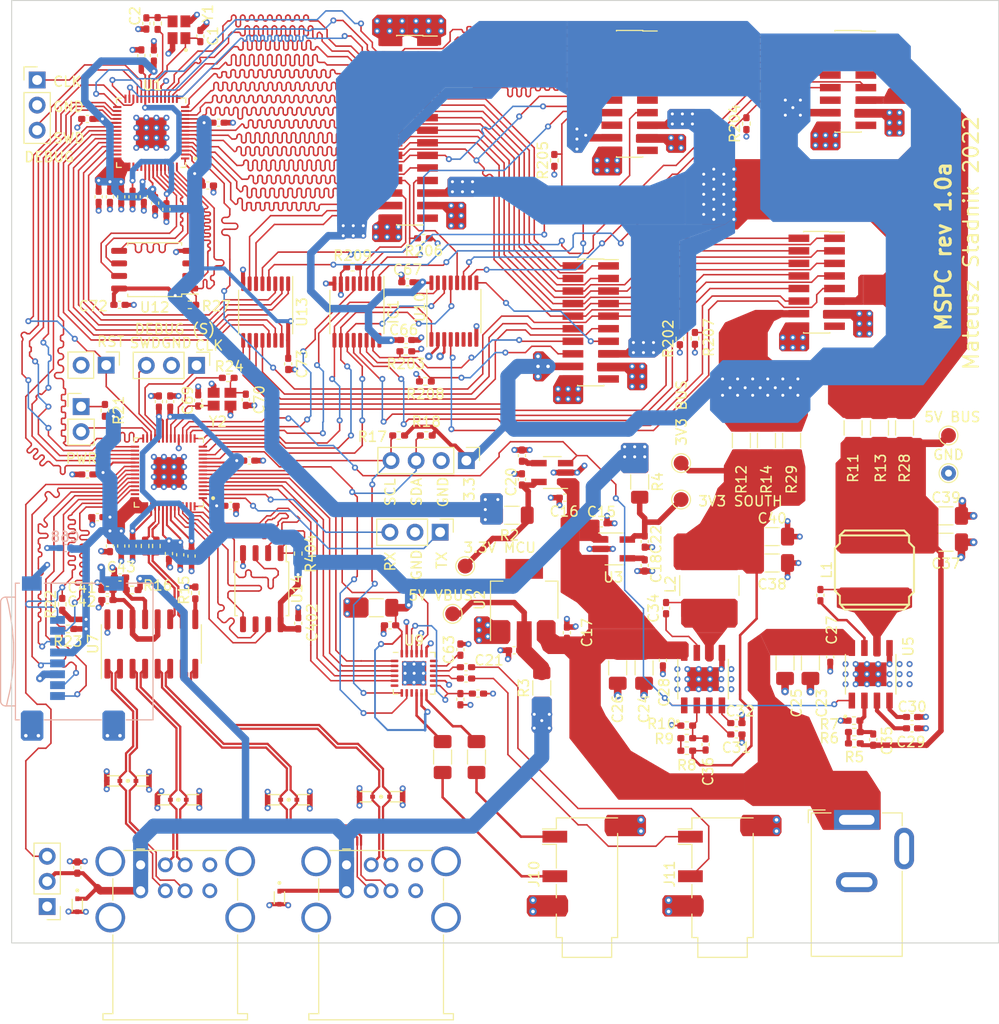
<source format=kicad_pcb>
(kicad_pcb (version 20221018) (generator pcbnew)
  (layers (0 "F.Cu" signal) (1 "In1.Cu" power) (2 "In2.Cu" power) (31 "B.Cu" signal) (34 "B.Paste" user) (35 "F.Paste" user) (36 "B.SilkS" user "B.Silkscreen") (37 "F.SilkS" user "F.Silkscreen") (38 "B.Mask" user) (39 "F.Mask" user) (44 "Edge.Cuts" user))
  (net 0 "")
  (net 1 "/RP2040 Core/OSC_IN")
  (net 2 "GND")
  (net 3 "+3V3_MCU")
  (net 4 "+3V3_SOUTH")
  (net 5 "/South Bridge/South Bridge Oscillator/XOSC_IN")
  (net 6 "+1V1_MCU")
  (net 7 "/South Bridge/Audio DAC/AUX_IN.L")
  (net 8 "/South Bridge/Audio DAC/AUX_IN.R")
  (net 9 "/South Bridge/Audio DAC/AUDIO_OUT.R")
  (net 10 "/South Bridge/Audio DAC/AUDIO_OUT.L")
  (net 11 "+1V1_SOUTH")
  (net 12 "VDC")
  (net 13 "+5V_VBUS")
  (net 14 "Net-(U3-BYP{slash}ADJ)")
  (net 15 "+3V3_BUS")
  (net 16 "+5V_BUS")
  (net 17 "Net-(U4-BYP{slash}ADJ)")
  (net 18 "/South Bridge/POWER_LED_DATA")
  (net 19 "/RP2040 Core/North Bridge BUS multiplexer/BUS_CTRL.CS#0")
  (net 20 "/RP2040 Core/North Bridge BUS multiplexer/BUS_CTRL.CS#1")
  (net 21 "/RP2040 Core/MCU Connectors/BUS_CS#A3")
  (net 22 "/RP2040 Core/MCU Connectors/BUS_CS#A2")
  (net 23 "/RP2040 Core/MCU Connectors/BUS_CS#A1")
  (net 24 "/RP2040 Core/MCU Connectors/BUS_CS#A0")
  (net 25 "/RP2040 Core/North Bridge BUS multiplexer/BUS_CTRL.CS#2")
  (net 26 "/RP2040 Core/North Bridge BUS multiplexer/BUS_CTRL.CS#A_EN")
  (net 27 "/RP2040 Core/North Bridge BUS multiplexer/BUS_CTRL.CS#B_EN")
  (net 28 "/RP2040 Core/MCU Connectors/BUS_CS#B3")
  (net 29 "/RP2040 Core/MCU Connectors/BUS_CS#B2")
  (net 30 "/South Bridge/Main bus control/BUS.CONTROL0")
  (net 31 "/South Bridge/Main bus control/BUS.CONTROL1")
  (net 32 "/South Bridge/Main bus control/BUS.CONTROL2")
  (net 33 "/South Bridge/BUS_RE#.IN")
  (net 34 "/RP2040 Core/BUS_RE#.OUT4")
  (net 35 "/RP2040 Core/BUS_RE#.OUT3")
  (net 36 "/RP2040 Core/BUS_RE#.OUT2")
  (net 37 "/RP2040 Core/BUS_RE#.OUT1")
  (net 38 "/RP2040 Core/BUS_RE#.OUT0")
  (net 39 "/RP2040 Core/BUS_DET.IN1")
  (net 40 "/RP2040 Core/BUS_INT.IN1")
  (net 41 "/RP2040 Core/BUS_DET.IN0")
  (net 42 "/RP2040 Core/BUS_INT.IN0")
  (net 43 "+3V3_USB_HUB")
  (net 44 "/RP2040 Core/BUS_DET.IN3")
  (net 45 "/South Bridge/BUS_DET_OUT")
  (net 46 "/RP2040 Core/BUS_DET.IN2")
  (net 47 "/RP2040 Core/BUS_INT.IN2")
  (net 48 "/RP2040 Core/BUS_DET.IN4")
  (net 50 "/RP2040 Core/MCU Connectors/BUS_NORTH.RWDS")
  (net 51 "/RP2040 Core/MCU Connectors/BUS_NORTH.CLK0")
  (net 52 "/RP2040 Core/MCU Connectors/BUS_NORTH.D15")
  (net 53 "/RP2040 Core/MCU Connectors/BUS_NORTH.D14")
  (net 54 "/RP2040 Core/MCU Connectors/BUS_NORTH.D13")
  (net 55 "/RP2040 Core/MCU Connectors/BUS_NORTH.D12")
  (net 56 "/RP2040 Core/MCU Connectors/BUS_NORTH.D11")
  (net 57 "/RP2040 Core/MCU Connectors/BUS_NORTH.D10")
  (net 58 "/RP2040 Core/MCU Connectors/BUS_NORTH.D9")
  (net 59 "/RP2040 Core/MCU Connectors/BUS_NORTH.D8")
  (net 60 "/RP2040 Core/MCU Connectors/BUS_NORTH.D7")
  (net 61 "/RP2040 Core/MCU Connectors/BUS_NORTH.D6")
  (net 62 "/RP2040 Core/MCU Connectors/BUS_NORTH.D5")
  (net 63 "/RP2040 Core/MCU Connectors/BUS_NORTH.D4")
  (net 64 "/RP2040 Core/MCU Connectors/BUS_NORTH.D3")
  (net 65 "/RP2040 Core/MCU Connectors/BUS_NORTH.D2")
  (net 66 "/RP2040 Core/MCU Connectors/BUS_NORTH.D1")
  (net 67 "/RP2040 Core/MCU Connectors/BUS_NORTH.D0")
  (net 68 "/RP2040 Core/MCU Connectors/BUS_NORTH.CLK1")
  (net 69 "/South Bridge/Audio DAC/I2C.SCL")
  (net 70 "/South Bridge/Audio DAC/I2C.SDA")
  (net 71 "/South Bridge/Bus south connectors/DEBUG.SWCLK")
  (net 72 "/South Bridge/Bus south connectors/DEBUG.SWD")
  (net 73 "/South Bridge/Bus south connectors/UART.TX")
  (net 74 "/South Bridge/Bus south connectors/UART.RX")
  (net 75 "/RP2040 Core/MCU Connectors/DEBUG.SWCLK")
  (net 76 "/RP2040 Core/MCU Connectors/DEBUG.SWD")
  (net 77 "/South Bridge/SD Card/SDIO.D2")
  (net 78 "/South Bridge/SD Card/SDIO.D3")
  (net 79 "/South Bridge/SD Card/SDIO.CMD")
  (net 80 "/South Bridge/SD Card/SDIO.CLK")
  (net 81 "/South Bridge/SD Card/SDIO.D0")
  (net 82 "/South Bridge/SD Card/SDIO.D1")
  (net 83 "/RP2040 Core/OSC_OUT")
  (net 84 "/South Bridge/South Bridge Oscillator/XOSC_OUT")
  (net 85 "/RP2040 Core/MCU flash/FLASH.CSN")
  (net 86 "/South Bridge/South Bridge Flash/FLASH.CS#")
  (net 87 "/RP2040 Core/BUS_SOUTH.RESET#")
  (net 88 "/South Bridge/POWER_BUTTON")
  (net 89 "/South Bridge/South Bridge Flash/FLASH.SD1")
  (net 90 "/South Bridge/South Bridge Flash/FLASH.SD0")
  (net 91 "/South Bridge/South Bridge Flash/FLASH.SCLK")
  (net 92 "/South Bridge/Audio DAC/AUDIO.MCLK")
  (net 93 "/South Bridge/Audio DAC/AUDIO.BCLK")
  (net 94 "/South Bridge/Audio DAC/AUDIO.WCLK")
  (net 95 "/South Bridge/Audio DAC/AUDIO.DIN")
  (net 96 "/South Bridge/Audio DAC/AUDIO.DOUT")
  (net 97 "/South Bridge/Audio DAC/AUDIO.RESET#")
  (net 98 "/power_supply/POWER_ENABLE")
  (net 99 "/RP2040 Core/BUS_SOUTH.CLK")
  (net 100 "/RP2040 Core/BUS_SOUTH.D0")
  (net 101 "/RP2040 Core/BUS_SOUTH.D1")
  (net 102 "/RP2040 Core/BUS_SOUTH.D2")
  (net 103 "/RP2040 Core/BUS_SOUTH.D3")
  (net 104 "/RP2040 Core/MCU flash/FLASH.SD3")
  (net 105 "/RP2040 Core/MCU flash/FLASH.SCLK")
  (net 106 "/RP2040 Core/MCU flash/FLASH.SD0")
  (net 107 "/RP2040 Core/MCU flash/FLASH.SD2")
  (net 108 "/RP2040 Core/MCU flash/FLASH.SD1")
  (net 109 "Net-(Y1-OUT{slash}IN)")
  (net 110 "Net-(U5-VREG)")
  (net 111 "Net-(U5-SS)")
  (net 112 "Net-(U6-VREG)")
  (net 113 "Net-(U6-SS)")
  (net 114 "Net-(U5-BOOT)")
  (net 115 "Net-(U5-SW)")
  (net 116 "Net-(U6-BOOT)")
  (net 117 "Net-(U6-SW)")
  (net 118 "Net-(U5-FB)")
  (net 119 "Net-(U6-FB)")
  (net 120 "Net-(Y2-OUT{slash}IN)")
  (net 122 "Net-(J5-Pin_1)")
  (net 123 "/South Bridge/USB Hub/D4-")
  (net 124 "/South Bridge/USB Hub/D2-")
  (net 125 "/South Bridge/USB Hub/D4+")
  (net 126 "/South Bridge/USB Hub/D2+")
  (net 127 "/South Bridge/USB Hub/D3-")
  (net 128 "/South Bridge/USB Hub/D1-")
  (net 129 "/South Bridge/USB Hub/D3+")
  (net 130 "/South Bridge/USB Hub/D1+")
  (net 131 "/South Bridge/USB_D-")
  (net 132 "/South Bridge/USB Hub/USB.D-")
  (net 133 "/South Bridge/USB_D+")
  (net 134 "/South Bridge/USB Hub/USB.D+")
  (net 137 "Net-(U9-INL)")
  (net 138 "Net-(U9-AVDD)")
  (net 139 "Net-(U9-INR)")
  (net 140 "Net-(U9-REF)")
  (net 141 "Net-(U9-HPR)")
  (net 142 "Net-(U9-HPL)")
  (net 143 "Net-(R5-Pad2)")
  (net 144 "Net-(U7-REF)")
  (net 146 "Net-(U7-VCC)")
  (net 147 "/South Bridge/South Bridge Flash/FLASH.SD3")
  (net 151 "/RP2040 Core/MCU Connectors/BUS_CS#B0")
  (net 152 "Net-(U2-VO)")
  (net 153 "Net-(U3-VOUT)")
  (net 154 "Net-(U4-VOUT)")
  (net 155 "Net-(C35-Pad1)")
  (net 156 "Net-(C36-Pad1)")
  (net 157 "/RP2040 Core/MCU Connectors/BUS_CS#B1")
  (net 158 "Net-(R8-Pad2)")
  (net 159 "/South Bridge/South Bridge Flash/FLASH.SD2")
  (net 160 "/RP2040 Core/North Bridge BUS multiplexer/BUS_CTRL.CS#3")
  (net 165 "unconnected-(U9-NC)")
  (footprint "Resistor_SMD:R_1206_3216Metric_Pad1.30x1.75mm_HandSolder" (layer "F.Cu") (at 123.825 94.488 -90)
    (fp_text reference "R12")
    (fp_text value "0" hide)
  )
  (footprint "Capacitor_SMD:C_1206_3216Metric_Pad1.33x1.80mm_HandSolder" (layer "F.Cu") (at 144.526 102.108)
    (fp_text reference "C39")
    (fp_text value "22u" hide)
  )
  (footprint "footprints:XTAL_ECS-120-8-36-CGN-TR" (layer "F.Cu") (at 71.286 90.312)
    (fp_text reference "Y2")
    (fp_text value "ECS-120-8-36-CGN-TR" hide)
  )
  (footprint "Capacitor_SMD:C_0402_1005Metric_Pad0.74x0.62mm_HandSolder" (layer "F.Cu") (at 57.658 97.917 180)
    (fp_text reference "C55" hide)
    (fp_text value "100n" hide)
  )
  (footprint "Capacitor_SMD:C_1206_3216Metric_Pad1.33x1.80mm_HandSolder" (layer "F.Cu") (at 93.599 126.492 -90)
    (fp_text reference "C64" hide)
    (fp_text value "47u" hide)
  )
  (footprint "Resistor_SMD:R_0402_1005Metric_Pad0.72x0.64mm_HandSolder" (layer "F.Cu") (at 124.333 62.4465 90)
    (fp_text reference "R204")
    (fp_text value "10k" hide)
  )
  (footprint "Capacitor_SMD:C_0402_1005Metric_Pad0.74x0.62mm_HandSolder" (layer "F.Cu") (at 68.873 90.439 90)
    (fp_text reference "C69")
    (fp_text value "14p" hide)
  )
  (footprint "Capacitor_SMD:C_0402_1005Metric_Pad0.74x0.62mm_HandSolder" (layer "F.Cu") (at 123.317 124.206)
    (fp_text reference "C31")
    (fp_text value "1u" hide)
  )
  (footprint "Capacitor_SMD:C_0402_1005Metric_Pad0.74x0.62mm_HandSolder" (layer "F.Cu") (at 115.88575 116.7095 -90)
    (fp_text reference "C28")
    (fp_text value "100n" hide)
  )
  (footprint "Package_SO:TSSOP-16_4.4x5mm_P0.65mm" (layer "F.Cu") (at 94.742 81.407 90)
    (fp_text reference "U10")
    (fp_text value "SN74LVC139APWR" hide)
  )
  (footprint "Capacitor_SMD:C_0402_1005Metric_Pad0.74x0.62mm_HandSolder" (layer "F.Cu") (at 56.642 137.668 90)
    (fp_text reference "C44" hide)
    (fp_text value "100n" hide)
  )
  (footprint "Capacitor_SMD:C_0402_1005Metric_Pad0.74x0.62mm_HandSolder" (layer "F.Cu") (at 101.6235 98.4235 90)
    (fp_text reference "C20")
    (fp_text value "2.2u" hide)
  )
  (footprint "MountingHole:MountingHole_2.2mm_M2_DIN965" (layer "F.Cu") (at 55 128.975)
    (fp_text reference "H1" hide)
    (fp_text value "MountingHole" hide)
  )
  (footprint "Capacitor_SMD:C_0402_1005Metric_Pad0.74x0.62mm_HandSolder" (layer "F.Cu") (at 58.801 69.85 -90)
    (fp_text reference "C13" hide)
    (fp_text value "100n" hide)
  )
  (footprint "Capacitor_SMD:C_0402_1005Metric_Pad0.74x0.62mm_HandSolder" (layer "F.Cu") (at 61.087 105.156 -90)
    (fp_text reference "C45" hide)
    (fp_text value "1u" hide)
  )
  (footprint "MountingHole:MountingHole_2.2mm_M2_DIN965" (layer "F.Cu") (at 55 53.975)
    (fp_text reference "H4" hide)
    (fp_text value "MountingHole" hide)
  )
  (footprint "Connector_USB:USB_A_Wuerth_61400826021_Horizontal_Stacked" (layer "F.Cu") (at 83.876 137.392)
    (fp_text reference "J3" hide)
    (fp_text value "~" hide)
  )
  (footprint "Capacitor_SMD:C_0402_1005Metric_Pad0.74x0.62mm_HandSolder" (layer "F.Cu") (at 65.913 105.918 -90)
    (fp_text reference "C53" hide)
    (fp_text value "100n" hide)
  )
  (footprint "footprints:TVS_LESD5D5.0CT1G" (layer "F.Cu") (at 56.642 141.478 -90)
    (fp_text reference "D9" hide)
    (fp_text value "LESD5D5.0CT1G" hide)
  )
  (footprint "Capacitor_SMD:C_0402_1005Metric_Pad0.74x0.62mm_HandSolder" (layer "F.Cu") (at 95.965 117.4095 180)
    (fp_text reference "C58" hide)
    (fp_text value "100n" hide)
  )
  (footprint "Connector_PinSocket_1.27mm:PinSocket_2x10_P1.27mm_Vertical_SMD" (layer "F.Cu") (at 112.522 59.436)
    (fp_text reference "J14" hide)
    (fp_text value "Value: Connector A 8-bit" hide)
  )
  (footprint "Package_TO_SOT_SMD:SOT-223-3_TabPin2" (layer "F.Cu") (at 101.854 110.617 90)
    (fp_text reference "U2")
    (fp_text value "LD1117S50TR_SOT223" hide)
  )
  (footprint "Capacitor_SMD:C_0402_1005Metric_Pad0.74x0.62mm_HandSolder" (layer "F.Cu") (at 60.916 80.772)
    (fp_text reference "C72")
    (fp_text value "100n" hide)
  )
  (footprint "Resistor_SMD:R_1206_3216Metric_Pad1.30x1.75mm_HandSolder" (layer "F.Cu") (at 126.365 94.488 -90)
    (fp_text reference "R14")
    (fp_text value "0" hide)
  )
  (footprint "Resistor_SMD:R_0402_1005Metric_Pad0.72x0.64mm_HandSolder" (layer "F.Cu") (at 118.29875 125.8535 180)
    (fp_text reference "R8")
    (fp_text value "68k" hide)
  )
  (footprint "Connector_Audio:Jack_3.5mm_PJ320D_Horizontal" (layer "F.Cu") (at 108.204 138.37 90)
    (fp_text reference "J10")
    (fp_text value "AudioJack4" hide)
  )
  (footprint "Capacitor_SMD:C_1206_3216Metric_Pad1.33x1.80mm_HandSolder" (layer "F.Cu") (at 111.31375 117.4715 -90)
    (fp_text reference "C26")
    (fp_text value "10u" hide)
  )
  (footprint "Capacitor_SMD:C_0402_1005Metric_Pad0.74x0.62mm_HandSolder" (layer "F.Cu") (at 109.6685 102.862)
    (fp_text reference "C15")
    (fp_text value "1u" hide)
  )
  (footprint "Connector_USB:USB_A_Wuerth_61400826021_Horizontal_Stacked" (layer "F.Cu") (at 63.048 137.392)
    (fp_text reference "J4" hide)
    (fp_text value "~" hide)
  )
  (footprint "Capacitor_SMD:C_0402_1005Metric_Pad0.74x0.62mm_HandSolder" (layer "F.Cu") (at 61.087 69.85 -90)
    (fp_text reference "C3" hide)
    (fp_text value "1u" hide)
  )
  (footprint "Resistor_SMD:R_1206_3216Metric_Pad1.30x1.75mm_HandSolder" (layer "F.Cu") (at 140.335 93.218 -90)
    (fp_text reference "R28")
    (fp_text value "0" hide)
  )
  (footprint "Resistor_SMD:R_0402_1005Metric_Pad0.72x0.64mm_HandSolder" (layer "F.Cu") (at 118.29875 124.5835)
    (fp_text reference "R9")
    (fp_text value "5.6k" hide)
  )
  (footprint "Capacitor_SMD:C_0402_1005Metric_Pad0.74x0.62mm_HandSolder" (layer "F.Cu") (at 95.3975 120.644 -90)
    (fp_text reference "C59" hide)
    (fp_text value "1u" hide)
  )
  (footprint "Capacitor_SMD:C_0402_1005Metric_Pad0.74x0.62mm_HandSolder" (layer "F.Cu") (at 59.69 110.617 180)
    (fp_text reference "C42")
    (fp_text value "100n" hide)
  )
  (footprint "Capacitor_SMD:C_0402_1005Metric_Pad0.74x0.62mm_HandSolder" (layer "F.Cu") (at 67.056 106.045 -90)
    (fp_text reference "C51" hide)
    (fp_text value "100n" hide)
  )
  (footprint "Resistor_SMD:R_0402_1005Metric_Pad0.72x0.64mm_HandSolder" (layer "F.Cu") (at 89.8785 85.471 180)
    (fp_text reference "R203")
    (fp_text value "10k" hide)
  )
  (footprint "Connector_PinHeader_2.54mm:PinHeader_1x03_P2.54mm_Vertical" (layer "F.Cu") (at 53.594 141.605 180)
    (fp_text reference "J18" hide)
    (fp_text value "Conn_01x03_Male" hide)
  )
  (footprint "Capacitor_SMD:C_0402_1005Metric_Pad0.74x0.62mm_HandSolder" (layer "F.Cu") (at 74.041 96.52)
    (fp_text reference "C47" hide)
    (fp_text value "100n" hide)
  )
  (footprint "Resistor_SMD:R_0402_1005Metric_Pad0.72x0.64mm_HandSolder" (layer "F.Cu") (at 55.6889 113.538 180)
    (fp_text reference "R23")
    (fp_text value "10k" hide)
  )
  (footprint "footprints:XTAL_ECS-120-8-36-CGN-TR" (layer "F.Cu") (at 66.929 52.959 90)
    (fp_text reference "Y1")
    (fp_text value "ECS-120-8-36-CGN-TR" hide)
  )
  (footprint "Capacitor_SMD:C_0402_1005Metric_Pad0.74x0.62mm_HandSolder" (layer "F.Cu") (at 95.965 118.5525 180)
    (fp_text reference "C57" hide)
    (fp_text value "100n" hide)
  )
  (footprint "Capacitor_SMD:C_0402_1005Metric_Pad0.74x0.62mm_HandSolder" (layer "F.Cu") (at 101.6235 96.017 90)
    (fp_text reference "C19" hide)
    (fp_text value "100pF" hide)
  )
  (footprint "Capacitor_SMD:C_1206_3216Metric_Pad1.33x1.80mm_HandSolder" (layer "F.Cu") (at 128.243 116.983 -90)
    (fp_text reference "C25")
    (fp_text value "10u" hide)
  )
  (footprint "Package_DFN_QFN:VQFN-24-1EP_4x4mm_P0.5mm_EP2.45x2.45mm" (layer "F.Cu") (at 90.719 118.024)
    (fp_text reference "U9")
    (fp_text value "TLV320DAC3203IRGET" hide)
  )
  (footprint "Capacitor_SMD:C_0402_1005Metric_Pad0.74x0.62mm_HandSolder" (layer "F.Cu") (at 64.897 90.551 90)
    (fp_text reference "C52" hide)
    (fp_text value "100n" hide)
  )
  (footprint "Package_TO_SOT_SMD:SOT-23-5_HandSoldering" (layer "F.Cu") (at 110.937 105.449)
    (fp_text reference "U3")
    (fp_text value "AP2210" hide)
  )
  (footprint "MountingHole:MountingHole_2.2mm_M2_DIN965" (layer "F.Cu") (at 145 128.975)
    (fp_text reference "H2" hide)
    (fp_text value "MountingHole" hide)
  )
  (footprint "Resistor_SMD:R_0402_1005Metric_Pad0.72x0.64mm_HandSolder" (layer "F.Cu") (at 135.255 125.111 180)
    (fp_text reference "R5")
    (fp_text value "120k" hide)
  )
  (footprint "footprints:TVS_LESD5D5.0CT1G" (layer "F.Cu") (at 68.326 130.81)
    (fp_text reference "D7" hide)
    (fp_text value "LESD5D5.0CT1G" hide)
  )
  (footprint "Resistor_SMD:R_0402_1005Metric_Pad0.72x0.64mm_HandSolder" (layer "F.Cu") (at 71.9125 88.153 180)
    (fp_text reference "R24")
    (fp_text value "1k" hide)
  )
  (footprint "Resistor_SMD:R_0402_1005Metric_Pad0.72x0.64mm_HandSolder" (layer "F.Cu") (at 91.8585 88.519)
    (fp_text reference "R208")
    (fp_text value "10k" hide)
  )
  (footprint "Capacitor_SMD:C_0402_1005Metric_Pad0.74x0.62mm_HandSolder" (layer "F.Cu") (at 68.199 106.172 -90)
    (fp_text reference "C50" hide)
    (fp_text value "100n" hide)
  )
  (footprint "Capacitor_SMD:C_0402_1005Metric_Pad0.74x0.62mm_HandSolder" (layer "F.Cu") (at 105.965 100.269 180)
    (fp_text reference "C16")
    (fp_text value "1u" hide)
  )
  (footprint "Capacitor_SMD:C_0402_1005Metric_Pad0.74x0.62mm_HandSolder" (layer "F.Cu") (at 114.046 104.7075 -90)
    (fp_text reference "C22")
    (fp_text value "2.2u" hide)
  )
  (footprint "Connector_PinHeader_2.54mm:PinHeader_1x03_P2.54mm_Vertical" (layer "F.Cu") (at 68.707 86.893 -90)
    (fp_text reference "J7" hide)
    (fp_text value "Conn_01x03_Female" hide)
  )
  (footprint "footprints:SOIC127P600X100-9N" (layer "F.Cu") (at 119.94975 118.6145 90)
    (fp_text reference "U6" hide)
    (fp_text value "BD9D321EFJ" hide)
  )
  (footprint "Capacitor_SMD:C_0402_1005Metric_Pad0.74x0.62mm_HandSolder" (layer "F.Cu") (at 141.091 123.587)
    (fp_text reference "C29")
    (fp_text value "1u" hide)
  )
  (footprint "Resistor_SMD:R_0402_1005Metric_Pad0.72x0.64mm_HandSolder" (layer "F.Cu") (at 59.436 91.44 -90)
    (fp_text reference "R21")
    (fp_text value "1k" hide)
  )
  (footprint "Package_SO:SOP-16_3.9x9.9mm_P1.27mm" (layer "F.Cu") (at 64.135 115.062 90)
    (fp_text reference "U7")
    (fp_text value "hs8836a" hide)
  )
  (footprint "Capacitor_SMD:C_0402_1005Metric_Pad0.74x0.62mm_HandSolder" (layer "F.Cu") (at 59.69 109.601 180)
    (fp_text reference "C41")
    (fp_text value "4.7u" hide)
  )
  (footprint "Capacitor_SMD:C_0402_1005Metric_Pad0.74x0.62mm_HandSolder" (layer "F.Cu") (at 60.96 108.331 180)
    (fp_text reference "C43")
    (fp_text value "4.7u" hide)
  )
  (footprint "Resistor_SMD:R_1206_3216Metric_Pad1.30x1.75mm_HandSolder" (layer "F.Cu") (at 135.128 93.218 -90)
    (fp_text reference "R11")
    (fp_text value "0" hide)
  )
  (footprint "Resistor_SMD:R_0402_1005Metric_Pad0.72x0.64mm_HandSolder" (layer "F.Cu") (at 89.154 93.98)
    (fp_text reference "R17")
    (fp_text value "4.7k" hide)
  )
  (footprint "Capacitor_SMD:C_0402_1005Metric_Pad0.74x0.62mm_HandSolder" (layer "F.Cu") (at 66.04 90.551 90)
    (fp_text reference "C54" hide)
    (fp_text value "100n" hide)
  )
  (footprint "Resistor_SMD:R_0402_1005Metric_Pad0.72x0.64mm_HandSolder" (layer "F.Cu") (at 104.902 66.167 90)
    (fp_text reference "R205")
    (fp_text value "10k" hide)
  )
  (footprint "MountingHole:MountingHole_2.2mm_M2_DIN965" (layer "F.Cu") (at 145 53.975)
    (fp_text reference "H3" hide)
    (fp_text value "MountingHole" hide)
  )
  (footprint "Capacitor_SMD:C_0402_1005Metric_Pad0.74x0.62mm_HandSolder" (layer "F.Cu") (at 116.205 111.4385 90)
    (fp_text reference "C34")
    (fp_text value "100n" hide)
  )
  (footprint "Capacitor_SMD:C_1206_3216Metric_Pad1.33x1.80mm_HandSolder" (layer "F.Cu") (at 97.028 126.492 -90)
    (fp_text reference "C65" hide)
    (fp_text value "47u" hide)
  )
  (footprint "Capacitor_SMD:C_0402_1005Metric_Pad0.74x0.62mm_HandSolder" (layer "F.Cu") (at 65.659 71.12 -90)
    (fp_text reference "C7" hide)
    (fp_text value "100n" hide)
  )
  (footprint "Capacitor_SMD:C_0402_1005Metric_Pad0.74x0.62mm_HandSolder" (layer "F.Cu") (at 63.373 69.85 -90)
    (fp_text reference "C14" hide)
    (fp_text value "100n" hide)
  )
  (footprint "Connector_PinSocket_1.27mm:PinSocket_2x10_P1.27mm_Vertical_SMD" (layer "F.Cu") (at 108.585 82.55)
    (fp_text reference "J17" hide)
    (fp_text value "Connector B 8-bit" hide)
  )
  (footprint "Resistor_SMD:R_0402_1005Metric_Pad0.72x0.64mm_HandSolder" (layer "F.Cu") (at 84.4925 76.962)
    (fp_text reference "R209")
    (fp_text value "10k" hide)
  )
  (footprint "Resistor_SMD:R_0402_1005Metric_Pad0.72x0.64mm_HandSolder" (layer "F.Cu") (at 119.126 84.1635 90)
    (fp_text reference "R207")
    (fp_text value "10k" hide)
  )
  (footprint "TestPoint:TestPoint_Pad_D1.5mm" (layer "F.Cu") (at 94.615 112.014)
    (fp_text reference "TP1" hide)
    (fp_text value "TestPoint" hide)
  )
  (footprint "Capacitor_SMD:C_0402_1005Metric_Pad0.74x0.62mm_HandSolder" (layer "F.Cu") (at 132.815 116.348 -90)
    (fp_text reference "C27")
    (fp_text value "100n" hide)
  )
  (footprint "Capacitor_SMD:C_0402_1005Metric_Pad0.74x0.62mm_HandSolder" (layer "F.Cu") (at 106.172 113.919 90)
    (fp_text reference "C17")
    (fp_text value "4.7u" hide)
  )
  (footprint "Capacitor_SMD:C_0402_1005Metric_Pad0.74x0.62mm_HandSolder" (layer "F.Cu") (at 64.516 70.485 -90)
    (fp_text reference "C12" hide)
    (fp_text value "100n" hide)
  )
  (footprint "footprints:TVS_LESD5D5.0CT1G" (layer "F.Cu") (at 85.85625 130.5052 180)
    (fp_text reference "D6" hide)
    (fp_text value "LESD5D5.0CT1G" hide)
  )
  (footprint "Resistor_SMD:R_0402_1005Metric_Pad0.72x0.64mm_HandSolder" (layer "F.Cu") (at 117.602 84.201 90)
    (fp_text reference "R202")
    (fp_text value "10k" hide)
  )
  (footprint "Capacitor_SMD:C_1206_3216Metric_Pad1.33x1.80mm_HandSolder" (layer "F.Cu") (at 86.8885 111.39625 180)
    (fp_text reference "C60" hide)
    (fp_text value "10u" hide)
  )
  (footprint "Connector_PinHeader_2.54mm:PinHeader_1x03_P2.54mm_Vertical" (layer "F.Cu") (at 52.578 58.039)
    (fp_text reference "J12" hide)
    (fp_text value "Conn_01x03_Female" hide)
  )
  (footprint "Connector_PinSocket_1.27mm:PinSocket_2x15_P1.27mm_Vertical_SMD" (layer "F.Cu") (at 90.275 63.119)
    (fp_text reference "J13" hide)
    (fp_text value "Connector A 16-bit" hide)
  )
  (footprint "Capacitor_SMD:C_0402_1005Metric_Pad0.74x0.62mm_HandSolder" (layer "F.Cu") (at 64.389 55.5585 90)
    (fp_text reference "C6" hide)
    (fp_text value "100n" hide)
  )
  (footprint "TestPoint:TestPoint_Pad_D1.5mm" (layer "F.Cu") (at 144.78 93.98 90)
    (fp_text reference "TP6" hide)
    (fp_text value "TestPoint" hide)
  )
  (footprint "Connector_PinHeader_2.54mm:PinHeader_1x04_P2.54mm_Vertical" (layer "F.Cu") (at 96.002 96.52 -90)
    (fp_text reference "J8" hide)
    (fp_text value "Conn_01x04_Female" hide)
  )
  (footprint "Resistor_SMD:R_1206_3216Metric_Pad1.30x1.75mm_HandSolder" (layer "F.Cu") (at 113.538 98.671 -90)
    (fp_text reference "R4")
    (fp_text value "0")
  )
  (footprint "Capacitor_SMD:C_1206_3216Metric_Pad1.33x1.80mm_HandSolder" (layer "F.Cu") (at 126.93475 104.206)
    (fp_text reference "C40")
    (fp_text value "22u" hide)
  )
  (footprint "Capacitor_SMD:C_0402_1005Metric_Pad0.74x0.62mm_HandSolder" (layer "F.Cu") (at 58.674 102.235 180)
    (fp_text reference "C49" hide)
    (fp_text value "100n" hide)
  )
  (footprint "Capacitor_SMD:C_0402_1005Metric_Pad0.74x0.62mm_HandSolder" (layer "F.Cu") (at 89.916 84.328)
    (fp_text reference "C66")
    (fp_text value "100n" hide)
  )
  (footprint "Connector_PinSocket_1.27mm:PinSocket_2x08_P1.27mm_Vertical_SMD" (layer "F.Cu") (at 131.445 78.486)
    (fp_text reference "J16" hide)
    (fp_text value "Connector B - 4 bit" hide)
  )
  (footprint "TestPoint:TestPoint_THTPad_D1.5mm_Drill0.7mm" (layer "F.Cu") (at 144.78 97.79)
    (fp_text reference "TP5" hide)
    (fp_text value "TestPoint" hide)
  )
  (footprint "Resistor_SMD:R_0402_1005Metric_Pad0.72x0.64mm_HandSolder" (layer "F.Cu") (at 63.5 105.156 -90)
    (fp_text reference "R19" hide)
    (fp_text value "27.4R" hide)
  )
  (footprint "footprints:QFN40P700X700X90-57N" (layer "F.Cu") (at 65.907 97.717 180)
    (fp_text reference "U8" hide)
    (fp_text value "RP2040" hide)
  )
  (footprint "Resistor_SMD:R_1206_3216Metric_Pad1.30x1.75mm_HandSolder" (layer "F.Cu") (at 103.632 119.507 90)
    (fp_text reference "R3")
    (fp_text value "0")
  )
  (footprint "Resistor_SMD:R_0402_1005Metric_Pad0.72x0.64mm_HandSolder" (layer "F.Cu") (at 78.994 105.918 -90)
    (fp_text reference "R404")
    (fp_text value "10k" hide)
  )
  (footprint "TestPoint:TestPoint_Pad_D1.5mm" (layer "F.Cu") (at 117.729 96.774)
    (fp_text reference "TP7" hide)
    (fp_text value "TestPoint" hide)
  )
  (footprint "Capacitor_SMD:C_1206_3216Metric_Pad1.33x1.80mm_HandSolder" (layer "F.Cu") (at 130.81 116.983 -90)
    (fp_text reference "C23")
    (fp_text value "10u" hide)
  )
  (footprint "footprints:TVS_LESD5D5.0CT1G" (layer "F.Cu") (at 65.405 130.81 180)
    (fp_text reference "D5" hide)
    (fp_text value "LESD5D5.0CT1G" hide)
  )
  (footprint "Resistor_SMD:R_0402_1005Metric_Pad0.72x0.64mm_HandSolder" (layer "F.Cu") (at 64.643 105.156 -90)
    (fp_text reference "R20" hide)
    (fp_text value "27.4R" hide)
  )
  (footprint "Capacitor_SMD:C_0402_1005Metric_Pad0.74x0.62mm_HandSolder" (layer "F.Cu") (at 114.046 107.1205 -90)
    (fp_text reference "C18")
    (fp_text value "100pF" hide)
  )
  (footprint "Resistor_SMD:R_0402_1005Metric_Pad0.72x0.64mm_HandSolder" (layer "F.Cu") (at 135.2175 122.809 180)
    (fp_text reference "R7")
    (fp_text value "22k" hide)
  )
  (footprint "Resistor_SMD:R_0402_1005Metric_Pad0.72x0.64mm_HandSolder" (layer "F.Cu") (at 118.29875 123.3135 180)
    (fp_text reference "R10")
    (fp_text value "22k" hide)
  )
  (footprint "Capacitor_SMD:C_0402_1005Metric_Pad0.74x0.62mm_HandSolder" (layer "F.Cu") (at 90.043 78.486 180)
    (fp_text reference "C67")
    (fp_text value "100n" hide)
  )
  (footprint "Resistor_SMD:R_0402_1005Metric_Pad0.72x0.64mm_HandSolder" (layer "F.Cu") (at 55.118 111.0488 90)
    (fp_text reference "R22")
    (fp_text value "10k" hide)
  )
  (footprint "Package_TO_SOT_SMD:SOT-23-5_HandSoldering" (layer "F.Cu") (at 104.695 97.729 180)
    (fp_text reference "U4" hide)
    (fp_text value "AP2210" hide)
  )
  (footprint "Capacitor_SMD:C_0402_1005Metric_Pad0.74x0.62mm_HandSolder" (layer "F.Cu") (at 137.16 124.73 90)
    (fp_text reference "C35")
    (fp_text value "22p" hide)
  )
  (footprint "Resistor_SMD:R_0402_1005Metric_Pad0.72x0.64mm_HandSolder" (layer "F.Cu") (at 64.77 52.324 -90)
    (fp_text reference "R1" hide)
    (fp_text value "1k" hide)
  )
  (footprint "Resistor_SMD:R_1206_3216Metric_Pad1.30x1.75mm_HandSolder" (layer "F.Cu") (at 128.905 94.488 -90)
    (fp_text reference "R29")
    (fp_text value "0" hide)
  )
  (footprint "Connector_PinSocket_1.27mm:PinSocket_2x08_P1.27mm_Vertical_SMD" (layer "F.Cu") (at 134.62 58.175)
    (fp_text reference "J15" hide)
    (fp_text value "Connector A - 4 bit" hide)
  )
  (footprint "Capacitor_SMD:C_0402_1005Metric_Pad0.74x0.62mm_HandSolder" (layer "F.Cu") (at 120.20375 125.2185 90)
    (fp_text reference "C36")
    (fp_text value "22p" hide)
  )
  (footprint "footprints:IND_NR6028T4R7M" (layer "F.Cu") (at 120.58475 109.1525 90)
    (fp_text reference "L2")
    (fp_text value "2.2u" hide)
  )
  (footprint "Capacitor_SMD:C_1206_3216Metric_Pad1.33x1.80mm_HandSolder" (layer "F.Cu") (at 144.526 104.775)
    (fp_text reference "C37")
    (fp_text value "22u" hide)
  )
  (footprint "Package_SO:SOIC-8_5.23x5.23mm_P1.27mm" (layer "F.Cu") (at 75.311 109.474 -90)
    (fp_text reference "U14")
    (fp_text value "W25Q128JVS" hide)
  )
  (footprint "Connector_PinHeader_2.54mm:PinHeader_1x03_P2.54mm_Vertical" (layer "F.Cu") (at 93.345 103.759 -90)
    (fp_text reference "J9" hide)
    (fp_text value "Conn_01x03_Female" hide)
  )
  (footprint "Package_SO:TSSOP-16_4.4x5mm_P0.65mm" (layer "F.Cu") (at 84.9301 81.4919 -90)
    (fp_text reference "IC1")
    (fp_text value "SN74HCS151PWR" hide)
  )
  (footprint "Capacitor_SMD:C_1206_3216Metric_Pad1.33x1.80mm_HandSolder" (layer "F.Cu") (at 126.93475 106.873)
    (fp_text reference "C38")
    (fp_text value "22u" hide)
  )
  (footprint "footprints:TVS_LESD5D5.0CT1G" (layer "F.Cu") (at 77.089 140.716 -90)
    (fp_text reference "D10" hide)
    (fp_text value "LESD5D5.0CT1G" hide)
  )
  (footprint "Capacitor_SMD:C_0402_1005Metric_Pad0.74x0.62mm_HandSolder" (layer "F.Cu") (at 57.658 61.976 180)
    (fp_text reference "C8" hide)
    (fp_text value "100n" hide)
  )
  (footprint "Package_SO:SOIC-8_5.23x5.23mm_P1.27mm" (layer "F.Cu") (at 64.472 77.216 180)
    (fp_text reference "U12")
    (fp_text value "W25Q128JVS" hide)
  )
  (footprint "Resistor_SMD:R_0402_1005Metric_Pad0.72x0.64mm_HandSolder" (layer "F.Cu") (at 91.948 93.98)
    (fp_text reference "R18")
    (fp_text value "4.7k" hide)
  )
  (footprint "Resistor_SMD:R_0402_1005Metric_Pad0.72x0.64mm_HandSolder" (layer "F.Cu") (at 68.58 109.895 -90)
    (fp_text reference "R15")
    (fp_text value "100k" hide)
  )
  (footprint "footprints:TVS_LESD5D5.0CT1G" (layer "F.Cu") (at 76.556 130.81 180)
    (fp_text reference "D2" hide)
    (fp_text value "LESD5D5.0CT1G" hide)
  )
  (footprint "footprints:NRS8030" (layer "F.Cu") (at 137.287 107.585 90)
    (fp_text reference "L1")
    (fp_text value "3.3u" hide)
  )
  (footprint "footprints:TVS_LESD5D5.0CT1G" (layer "F.Cu") (at 63.233 128.903)
    (fp_text reference "D3" hide)
    (fp_text value "LESD5D5.0CT1G" hide)
  )
  (footprint "Capacitor_SMD:C_0402_1005Metric_Pad0.74x0.62mm_HandSolder" (layer "F.Cu") (at 78.994 112.9625 90)
    (fp_text reference "C402")
    (fp_text value "100n" hide)
  )
  (footprint "Connector_Audio:Jack_3.5mm_PJ320D_Horizontal" (layer "F.Cu") (at 121.92 138.37 90)
    (fp_text reference "J11")
    (fp_text value "AudioJack4" hide)
  )
  (footprint "TestPoint:TestPoint_Pad_D1.5mm" (layer "F.Cu") (at 95.885 107.188)
    (fp_text reference "TP2" hide)
    (fp_text value "TestPoint" hide)
  )
  (footprint "Resistor_SMD:R_0402_1005Metric_Pad0.72x0.64mm_HandSolder" (layer "F.Cu") (at 68.028 80.772 180)
    (fp_text reference "R27")
    (fp_text value "10k" hide)
  )
  (footprint "footprints:QFN40P700X700X90-57N" (layer "F.Cu") (at 64.1165 63.373 180)
    (fp_text reference "U1")
    (fp_text value "RP2040" hide)
  )
  (footprint "Capacitor_SMD:C_0402_1005Metric_Pad0.74x0.62mm_HandSolder" (layer "F.Cu") (at 100.838 115.697 180)
    (fp_text reference "C21")
    (fp_text value "10uF" hide)
  )
  (footprint "Capacitor_SMD:C_0402_1005Metric_Pad0.74x0.62mm_HandSolder" (layer "F.Cu") (at 62.23 69.85 -90)
    (fp_text reference "C5" hide)
    (fp_text value "1u" hide)
  )
  (footprint "Connector_PinHeader_2.54mm:PinHeader_1x02_P2.54mm_Vertical" (layer "F.Cu") (at 57.023 91.059)
    (fp_text reference "J5" hide)
    (fp_text value "Conn_01x02_Male" hide)
  )
  (footprint "Connector_BarrelJack:BarrelJack_GCT_DCJ200-10-A_Horizontal" (layer "F.Cu") (at 135.494 132.842)
    (fp_text reference "J2" hide)
    (fp_text value "Barrel_Jack_Switch" hide)
  )
  (footprint "TestPoint:TestPoint_Pad_D1.5mm" (layer "F.Cu") (at 117.729 100.457)
    (fp_text reference "TP3" hide)
    (fp_text value "TestPoint" hide)
  )
  (footprint "Capacitor_SMD:C_0402_1005Metric_Pad0.74x0.62mm_HandSolder" (layer "F.Cu") (at 77.978 86.741 -90)
    (fp_text reference "C73")
    (fp_text value "100n" hide)
  )
  (footprint "Capacitor_SMD:C_0402_1005Metric_Pad0.74x0.62mm_HandSolder" (layer "F.Cu") (at 72.136 101.092)
    (fp_text reference "C46" hide)
    (fp_text value "100n" hide)
  )
  (footprint "Capacitor_SMD:C_0402_1005Metric_Pad0.74x0.62mm_HandSolder" (layer "F.Cu") (at 131.82 110.125 90)
    (fp_text reference "C33" hide)
    (fp_text value "100n" hide)
  )
  (footprint "Capacitor_SMD:C_0402_1005Metric_Pad0.74x0.62mm_HandSolder" (layer "F.Cu") (at 123.317 123.063)
    (fp_text reference "C32")
    (fp_text value "3300p" hide)
  )
  (footprint "Resistor_SMD:R_1206_3216Metric_Pad1.30x1.75mm_HandSolder" (layer "F.Cu") (at 100.61 102.047)
    (fp_text reference "R2")
    (fp_text value "0" hide)
  )
  (footprint "Capacitor_SMD:C_0402_1005Metric_Pad0.74x0.62mm_HandSolder" (layer "F.Cu") (at 141.091 122.444)
    (fp_text reference "C30")
    (fp_text value "3300p" hide)
  )
  (footprint "footprints:TVS_LESD5D5.0CT1G" (layer "F.Cu") (at 88.89575 130.5052)
    (fp_text reference "D8" hide)
    (fp_text value "LESD5D5.0CT1G" hide)
  )
  (footprint "Capacitor_SMD:C_0402_1005Metric_Pad0.74x0.62mm_HandSolder" (layer "F.Cu") (at 95.3975 115.6315 90)
    (fp_text reference "C63")
    (fp_text value "1u" hide)
  )
  (footprint "Resistor_SMD:R_0402_1005Metric_Pad0.72x0.64mm_HandSolder" (layer "F.Cu") (at 135.255 123.968)
    (fp_text reference "R6")
    (fp_text value "3.3k" hide)
  )
  (footprint "Resistor_SMD:R_0402_1005Metric_Pad0.72x0.64mm_HandSolder" (layer "F.Cu") (at 91.6565 74.041 180)
    (fp_text reference "R206")
    (fp_text value "10k" hide)
  )
  (footprint "Package_SO:TSSOP-16_4.4x5mm_P0.65mm" (layer "F.Cu") (at 75.6972 81.5009 -90)
    (fp_text reference "U13")
    (fp_text value "SN74LVC139APWR" hide)
  )
  (footprint "Resistor_SMD:R_1206_3216Metric_Pad1.30x1.75mm_HandSolder" (layer "F.Cu") (at 137.795 93.218 -90)
    (fp_text reference "R13")
    (fp_text value "0" hide)
  )
  (footprint "footprints:SOIC127P600X100-9N" (layer "F.Cu") (at 136.906 118.126 90)
    (fp_text reference "U5")
    (fp_text value "BD9D321EFJ" hide)
  )
  (footprint "Connector_PinHeader_2.54mm:PinHeader_1x02_P2.54mm_Vertical" (layer "F.Cu") (at 59.568 86.868 -90)
    (fp_text reference "J1" hide)
    (fp_text value "Conn_01x02_Male" hide)
  )
  (footprint "Capacitor_SMD:C_0402_1005Metric_Pad0.74x0.62mm_HandSolder" (layer "F.Cu") (at 59.944 69.85 -90)
    (fp_text reference "C4" hide)
    (fp_text value "100n" hide)
  )
  (footprint "Capacitor_SMD:C_0402_1005Metric_Pad0.74x0.62mm_HandSolder" (layer "F.Cu") (at 62.23 105.156 -90)
    (fp_text reference "C48" hide)
    (fp_text value "1u" hide)
  )
  (footprint "footprints:TVS_LESD5D5.0CT1G" (layer "F.Cu") (at 79.5105 130.81)
    (fp_text reference "D4" hide)
    (fp_text value "LESD5D5.0CT1G" hide)
  )
  (footprint "Capacitor_SMD:C_0402_1005Metric_Pad0.74x0.62mm_HandSolder" (layer "F.Cu") (at 63.119 55.5585 90)
    (fp_text reference "C9" hide)
    (fp_text value "100n" hide)
  )
  (footprint "Capacitor_SMD:C_0402_1005Metric_Pad0.74x0.62mm_HandSolder" (layer "F.Cu") (at 70.9335 62.357)
    (fp_text reference "C10" hide)
    (fp_text value "100n" hide)
  )
  (footprint "footprints:TVS_LESD5D5.0CT1G" (layer "F.Cu") (at 60.287 128.903 180)
    (fp_text reference "D1" hide)
    (fp_text value "LESD5D5.0CT1G" hide)
  )
  (footprint "Resistor_SMD:R_0402_1005Metric_Pad0.72x0.64mm_HandSolder" (layer "F.Cu") (at 62.1913 109.601)
    (fp_text reference "R16")
    (fp_text value "4.7" hide)
  )
  (footprint "Capacitor_SMD:C_1206_3216Metric_Pad1.33x1.80mm_HandSolder" (layer "F.Cu") (at 113.98075 117.4715 -90)
    (fp_text reference "C24")
    (fp_text value "10u" hide)
  )
  (footprint "Capacitor_SMD:C_0402_1005Metric_Pad0.74x0.62mm_HandSolder" (layer "F.Cu") (at 73.6905 90.3715 -90)
    (fp_text reference "C70")
    (fp_text value "14p" hide)
  )
  (footprint "Capacitor_SMD:C_0402_1005Metric_Pad0.74x0.62mm_HandSolder" (layer "F.Cu") (at 97.1755 120.0765)
    (fp_text reference "C61" hide)
    (fp_text value "100n" hide)
  )
  (footprint "Capacitor_SMD:C_0402_1005Metric_Pad0.74x0.62mm_HandSolder" (layer "F.Cu") (at 63.627 52.324 -90)
    (fp_text reference "C2")
    (fp_text value "14p" hide)
  )
  (footprint "Capacitor_SMD:C_0402_1005Metric_Pad0.74x0.62mm_HandSolder" (layer "F.Cu") (at 59.944 105.156 -90)
    (fp_text reference "C56" hide)
    (fp_text value "100n" hide)
  )
  (footprint "Capacitor_SMD:C_0402_1005Metric_Pad0.74x0.62mm_HandSolder" (layer "F.Cu") (at 69.85 68.707)
    (fp_text reference "C11" hide)
    (fp_text value "100n" hide)
  )
  (footprint "Capacitor_SMD:C_0402_1005Metric_Pad0.74x0.62mm_HandSolder" (layer "F.Cu") (at 69.088 53.594 90)
    (fp_text reference "C1")
    (fp_text value "14p" hide)
  )
  (footprint "Capacitor_SMD:C_0402_1005Metric_Pad0.74x0.62mm_HandSolder" (layer "F.Cu") (at 88.2855 113.17425 180)
    (fp_text reference "C62" hide)
    (fp_text value "100n" hide)
  )
  (footprint "Capacitor_SMD:C_0402_1005Metric_Pad0.74x0.62mm_HandSolder" (layer "B.Cu") (at 55.4315 105.3592 180)
    (fp_text reference "C68")
    (fp_text value "10u" hide)
  )
  (footprint "Connector_Card:microSD_HC_Wuerth_693072010801" (layer "B.Cu") (at 56.1915 115.824 -90)
    (fp_text reference "J6" hide)
    (fp_text value "Micro_SD_Card" hide)
  )
  (gr_rect (start 50 50) (end 149.86 145.288) (stroke (width 0.1)) (fill none) (layer "Edge.Cuts"))
  (gr_text "PWR" (at 55.372 96.901) (layer "F.SilkS") (effects (font (size 1.016 1.016) (thickness 0.1524)) (justify left bottom)))
  (gr_text "3V3 BUS" (at 118.364 95.123 90) (layer "F.SilkS") (effects (font (size 1.016 1.016) (thickness 0.1524)) (justify left bottom)))
  (gr_text "DEBUG\n" (at 51.181 66.421) (layer "F.SilkS") (effects (font (size 1.016 1.016) (thickness 0.1524)) (justify left bottom)))
  (gr_text "3.3\n" (at 96.901 100.711 90) (layer "F.SilkS") (effects (font (size 1.016 1.016) (thickness 0.1524)) (justify left bottom)))
  (gr_text "3.3V MCU\n" (at 95.631 105.918) (layer "F.SilkS") (effects (font (size 1.016 1.016) (thickness 0.1524)) (justify left bottom)))
  (gr_text "5V BUS" (at 142.24 92.71) (layer "F.SilkS") (effects (font (size 1.016 1.016) (thickness 0.1524)) (justify left bottom)))
  (gr_text "SWD\n" (at 54.102 64.516) (layer "F.SilkS") (effects (font (size 1.016 1.016) (thickness 0.1524)) (justify left bottom)))
  (gr_text "SDA" (at 91.567 101.219 90) (layer "F.SilkS") (effects (font (size 1.016 1.016) (thickness 0.1524)) (justify left bottom)))
  (gr_text "SWD" (at 61.849 85.217) (layer "F.SilkS") (effects (font (size 1.016 1.016) (thickness 0.1524)) (justify left bottom)))
  (gr_text "DEBUG (S)" (at 62.357 83.82) (layer "F.SilkS") (effects (font (size 1.016 1.016) (thickness 0.1524)) (justify left bottom)))
  (gr_text "5V VBUS\n" (at 90.043 110.744) (layer "F.SilkS") (effects (font (size 1.016 1.016) (thickness 0.1524)) (justify left bottom)))
  (gr_text "Mateusz Stadnik 2022" (at 147.955 87.503 90) (layer "F.SilkS") (effects (font (size 1.524 1.524) (thickness 0.2032)) (justify left bottom)))
  (gr_text "MSPC rev 1.0a" (at 145.161 83.566 90) (layer "F.SilkS") (effects (font (size 1.524 1.524) (thickness 0.3048) bold) (justify left bottom)))
  (gr_text "GND" (at 65.024 85.217) (layer "F.SilkS") (effects (font (size 1.016 1.016) (thickness 0.1524)) (justify left bottom)))
  (gr_text "GND" (at 143.129 96.52) (layer "F.SilkS") (effects (font (size 1.016 1.016) (thickness 0.1524)) (justify left bottom)))
  (gr_text "RST" (at 58.547 85.09) (layer "F.SilkS") (effects (font (size 1.016 1.016) (thickness 0.1524)) (justify left bottom)))
  (gr_text "RX\n" (at 88.9 107.823 90) (layer "F.SilkS") (effects (font (size 1.016 1.016) (thickness 0.1524)) (justify left bottom)))
  (gr_text "GND\n" (at 94.234 101.346 90) (layer "F.SilkS") (effects (font (size 1.016 1.016) (thickness 0.1524)) (justify left bottom)))
  (gr_text "CLK" (at 68.453 85.471) (layer "F.SilkS") (effects (font (size 1.016 1.016) (thickness 0.1524)) (justify left bottom)))
  (gr_text "CLK" (at 54.102 58.801) (layer "F.SilkS") (effects (font (size 1.016 1.016) (thickness 0.1524)) (justify left bottom)))
  (gr_text "GND\n" (at 91.567 108.712 90) (layer "F.SilkS") (effects (font (size 1.016 1.016) (thickness 0.1524)) (justify left bottom)))
  (gr_text "SCL\n" (at 88.9 101.219 90) (layer "F.SilkS") (effects (font (size 1.016 1.016) (thickness 0.1524)) (justify left bottom)))
  (gr_text "3V3 SOUTH\n" (at 119.38 101.219) (layer "F.SilkS") (effects (font (size 1.016 1.016) (thickness 0.1524)) (justify left bottom)))
  (gr_text "TX" (at 94.107 107.569 90) (layer "F.SilkS") (effects (font (size 1.016 1.016) (thickness 0.1524)) (justify left bottom)))
  (gr_text "GND\n" (at 54.102 61.341) (layer "F.SilkS") (effects (font (size 1.016 1.016) (thickness 0.1524)) (justify left bottom)))
  (segment (start 69.088 54.1615) (end 68.7355 53.809) (width 0.1524) (layer "F.Cu") (net 1))
  (segment (start 68.7355 53.809) (end 67.579 53.809) (width 0.1524) (layer "F.Cu") (net 1))
  (segment (start 65.7225 57.2135) (end 64.7165 58.2195) (width 0.1524) (layer "F.Cu") (net 1))
  (segment (start 65.7225 57.2135) (end 65.7225 56.5935) (width 0.1524) (layer "F.Cu") (net 1))
  (segment (start 65.7225 56.5935) (end 67.579 54.737) (width 0.1524) (layer "F.Cu") (net 1))
  (segment (start 67.579 53.809) (end 67.579 54.737) (width 0.1524) (layer "F.Cu") (net 1))
  (segment (start 64.7165 58.2195) (end 64.7165 59.938) (width 0.1524) (layer "F.Cu") (net 1))
  (segment (start 63.893 129.7806) (end 63.9064 129.794) (width 0.5588) (layer "F.Cu") (net 2))
  (segment (start 101.694 95.4495) (end 102.4025 95.4495) (width 0.5588) (layer "F.Cu") (net 2))
  (segment (start 59.627 127.953) (end 59.6138 127.9398) (width 0.5588) (layer "F.Cu") (net 2))
  (segment (start 100.868 95.4495) (end 100.8615 95.443) (width 0.5588) (layer "F.Cu") (net 2))
  (segment (start 83.312 79.756) (end 83.312 78.6363) (width 0.4064) (layer "F.Cu") (net 2))
  (segment (start 59.944 71.12) (end 59.944 70.4175) (width 0.5588) (layer "F.Cu") (net 2))
  (segment (start 128.49725 108.30425) (end 128.49725 106.873) (width 0.5588) (layer "F.Cu") (net 2))
  (segment (start 121.85475 117.54025) (end 121.793 117.602) (width 0.5588) (layer "F.Cu") (net 2))
  (segment (start 90.476 85.471) (end 91.186 85.471) (width 0.2032) (layer "F.Cu") (net 2))
  (segment (start 124.333 63.044) (end 124.333 63.754) (width 0.2032) (layer "F.Cu") (net 2))
  (segment (start 73.6905 90.939) (end 74.542 90.939) (width 0.5588) (layer "F.Cu") (net 2))
  (segment (start 75.896 131.6474) (end 75.8952 131.6482) (width 0.5588) (layer "F.Cu") (net 2))
  (segment (start 138.811 115.471) (end 138.811 116.967) (width 0.5588) (layer "F.Cu") (net 2))
  (segment (start 130.81 118.5455) (end 130.81 119.888) (width 0.762) (layer "F.Cu") (net 2))
  (segment (start 110.824 105.449) (end 109.587 105.449) (width 0.5588) (layer "F.Cu") (net 2))
  (segment (start 80.1705 129.9799) (end 80.1624 129.9718) (width 0.5588) (layer "F.Cu") (net 2))
  (segment (start 72.7035 101.9215) (end 72.7035 101.092) (width 0.5588) (layer "F.Cu") (net 2))
  (segment (start 56.642 137.1005) (end 57.3365 137.1005) (width 0.4064) (layer "F.Cu") (net 2))
  (segment (start 68.986 129.9214) (end 68.9864 129.921) (width 0.5588) (layer "F.Cu") (net 2))
  (segment (start 92.7065 118.774) (end 93.841 118.774) (width 0.1778) (layer "F.Cu") (net 2))
  (segment (start 107.249 97.729) (end 107.2115 97.729) (width 0.5588) (layer "F.Cu") (net 2))
  (segment (start 146.0885 102.108) (end 147.32 102.108) (width 0.762) (layer "F.Cu") (net 2))
  (segment (start 91.969 115.4283) (end 92.4008 114.9965) (width 0.254) (layer "F.Cu") (net 2))
  (segment (start 92.583 74.041) (end 92.254 74.041) (width 0.2032) (layer "F.Cu") (net 2))
  (segment (start 123.8845 122.2335) (end 123.8845 123.063) (width 0.5588) (layer "F.Cu") (net 2))
  (segment (start 58.166 102.997) (end 58.166 102.2945) (width 0.5588) (layer "F.Cu") (net 2))
  (segment (start 102.4025 95.4495) (end 102.409 95.443) (width 0.5588) (layer "F.Cu") (net 2))
  (segment (start 89.4755 78.486) (end 89.4755 77.7915) (width 0.5588) (layer "F.Cu") (net 2))
  (segment (start 97.017 82.942) (end 97.017 84.2695) (width 0.4064) (layer "F.Cu") (net 2))
  (segment (start 69.723 52.197) (end 69.723 52.3915) (width 0.5588) (layer "F.Cu") (net 2))
  (segment (start 64.745 131.6478) (end 64.7446 131.6482) (width 0.5588) (layer "F.Cu") (net 2))
  (segment (start 142.478 122.444) (end 142.494 122.428) (width 0.5588) (layer "F.Cu") (net 2))
  (segment (start 62.23 71.12) (end 62.23 70.4175) (width 0.5588) (layer "F.Cu") (net 2))
  (segment (start 105.3975 100.269) (end 105.3975 100.995) (width 0.5588) (layer "F.Cu") (net 2))
  (segment (start 114.046 107.688) (end 114.808 107.688) (width 0.5588) (layer "F.Cu") (net 2))
  (segment (start 78.6805 87.3085) (end 77.978 87.3085) (width 0.5588) (layer "F.Cu") (net 2))
  (segment (start 64.389 54.991) (end 64.389 54.102) (width 0.5588) (layer "F.Cu") (net 2))
  (segment (start 100.2705 115.697) (end 100.2705 116.5185) (width 0.5588) (layer "F.Cu") (net 2))
  (segment (start 107.95 97.028) (end 107.249 97.729) (width 0.5588) (layer "F.Cu") (net 2))
  (segment (start 62.23 105.7235) (end 62.23 106.68) (width 0.5588) (layer "F.Cu") (net 2))
  (segment (start 59.627 128.903) (end 59.627 129.73) (width 0.5588) (layer "F.Cu") (net 2))
  (segment (start 89.55575 129.67165) (end 89.5604 129.667) (width 0.5588) (layer "F.Cu") (net 2))
  (segment (start 75.896 130.81) (end 75.896 131.6474) (width 0.5588) (layer "F.Cu") (net 2))
  (segment (start 69.723 52.3915) (end 69.088 53.0265) (width 0.5588) (layer "F.Cu") (net 2))
  (segment (start 58.166 102.2945) (end 58.1065 102.235) (width 0.5588) (layer "F.Cu") (net 2))
  (segment (start 67.7431 109.2975) (end 67.7164 109.2708) (width 0.4064) (layer "F.Cu") (net 2))
  (segment (start 91.261 88.519) (end 91.261 88.086) (width 0.2032) (layer "F.Cu") (net 2))
  (segment (start 58.801 71.247) (end 58.801 70.4175) (width 0.5588) (layer "F.Cu") (net 2))
  (segment (start 105.3975 100.269) (end 104.695 100.269) (width 0.5588) (layer "F.Cu") (net 2))
  (segment (start 59.1145 105.7235) (end 59.055 105.664) (width 0.5588) (layer "F.Cu") (net 2))
  (segment (start 64.897 89.9835) (end 64.0995 89.9835) (width 0.5588) (layer "F.Cu") (net 2))
  (segment (start 72.39 62.357) (end 71.501 62.357) (width 0.5588) (layer "F.Cu") (net 2))
  (segment (start 82.6551 78.6294) (end 81.8044 78.6294) (width 0.4064) (layer "F.Cu") (net 2))
  (segment (start 83.3051 78.6294) (end 83.3051 77.5519) (width 0.2032) (layer "F.Cu") (net 2))
  (segment (start 59.1225 111.0575) (end 59.1225 110.617) (width 0.4064) (layer "F.Cu") (net 2))
  (segment (start 77.876 141.376) (end 77.978 141.478) (width 0.4064) (layer "F.Cu") (net 2))
  (segment (start 68.58 109.2975) (end 67.7431 109.2975) (width 0.4064) (layer "F.Cu") (net 2))
  (segment (start 146.0885 106.2605) (end 146.05 106.299) (width 0.762) (layer "F.Cu") (net 2))
  (segment (start 61.087 105.7235) (end 61.087 106.68) (width 0.5588) (layer "F.Cu") (net 2))
  (segment (start 70.4175 69.4095) (end 70.4175 68.707) (width 0.5588) (layer "F.Cu") (net 2))
  (segment (start 119.126 84.761) (end 119.126 85.598) (width 0.2032) (layer "F.Cu") (net 2))
  (segment (start 93.345 85.979) (end 93.767 85.557) (width 0.254) (layer "F.Cu") (net 2))
  (segment (start 68.986 131.6224) (end 68.9864 131.6228) (width 0.5588) (layer "F.Cu") (net 2))
  (segment (start 57.3365 137.1005) (end 57.404 137.033) (width 0.4064) (layer "F.Cu") (net 2))
  (segment (start 75.896 130.81) (end 75.896 129.998) (width 0.5588) (layer "F.Cu") (net 2))
  (segment (start 63.893 128.004) (end 63.9064 127.9906) (width 0.5588) (layer "F.Cu") (net 2))
  (segment (start 92.202 85.979) (end 93.117 85.064) (width 0.254) (layer "F.Cu") (net 2))
  (segment (start 91.969 116.0365) (end 91.969 115.4283) (width 0.254) (layer "F.Cu") (net 2))
  (segment (start 110.236 102.862) (end 110.998 102.862) (width 0.5588) (layer "F.Cu") (net 2))
  (segment (start 90.969 116.0365) (end 90.969 114.428538) (width 0.254) (layer "F.Cu") (net 2))
  (segment (start 85.19625 130.5052) (end 85.19625 129.64625) (width 0.5588) (layer "F.Cu") (net 2))
  (segment (start 75.438 96.52) (end 74.6085 96.52) (width 0.5588) (layer "F.Cu") (net 2))
  (segment (start 68.873 89.8715) (end 68.873 89.027) (width 0.5588) (layer "F.Cu") (net 2))
  (segment (start 68.072 75.311) (end 66.758 75.311) (width 0.4064) (layer "F.Cu") (net 2))
  (segment (start 66.279 54.9547) (end 66.279 53.809) (width 0.5588) (layer "F.Cu") (net 2))
  (segment (start 89.55575 131.33875) (end 89.5604 131.3434) (width 0.5588) (layer "F.Cu") (net 2))
  (segment (start 59.1225 109.601) (end 59.1225 109.2875) (width 0.4064) (layer "F.Cu") (net 2))
  (segment (start 146.177 102.0195) (end 146.0885 102.108) (width 0.762) (layer "F.Cu") (net 2))
  (segment (start 56.642 142.138) (end 55.778 142.138) (width 0.4064) (layer "F.Cu") (net 2))
  (segment (start 75.896 129.998) (end 75.8952 129.9972) (width 0.5588) (layer "F.Cu") (net 2))
  (segment (start 96.4055 121.2115) (end 96.4135 121.2195) (width 0.1778) (layer "F.Cu") (net 2))
  (segment (start 55.9475 137.1005) (end 55.88 137.033) (width 0.4064) (layer "F.Cu") (net 2))
  (segment (start 104.695 100.269) (end 104.5445 100.269) (width 0.5588) (layer "F.Cu") (net 2))
  (segment (start 146.0885 104.775) (end 146.0885 106.2605) (width 0.762) (layer "F.Cu") (net 2))
  (segment (start 66.758 75.311) (end 66.631 75.438) (width 0.4064) (layer "F.Cu") (net 2))
  (segment (start 117.602 84.7985) (end 117.602 85.598) (width 0.2032) (layer "F.Cu") (net 2))
  (segment (start 83.3051 77.5519) (end 83.895 76.962) (width 0.2032) (layer "F.Cu") (net 2))
  (segment (start 62.7975 52.8915) (end 63.627 52.8915) (width 0.5588) (layer "F.Cu") (net 2))
  (segment (start 90.969 114.428538) (end 91.438769 113.958769) (width 0.254) (layer "F.Cu") (net 2))
  (segment (start 65.659 72.39) (end 65.659 71.6875) (width 0.5588) (layer "F.Cu") (net 2))
  (segment (start 61.4835 80.772) (end 62.357 80.772) (width 0.4064) (layer "F.Cu") (net 2))
  (segment (start 73.406 78.6222) (end 73.4222 78.6384) (width 0.4064) (layer "F.Cu") (net 2))
  (segment (start 70.436 89.662) (end 70.436 88.9417) (width 0.5588) (layer "F.Cu") (net 2))
  (segment (start 100.2705 116.5185) (end 100.203 116.586) (width 0.5588) (layer "F.Cu") (net 2))
  (segment (start 74.542 90.939) (end 74.549 90.932) (width 0.5588) (layer "F.Cu") (net 2))
  (segment (start 68.199 106.7395) (end 68.199 107.696) (width 0.5588) (layer "F.Cu") (net 2))
  (segment (start 65.1165 58.644978) (end 65.1165 59.938) (width 0.1778) (layer "F.Cu") (net 2))
  (segment (start 80.1705 130.81) (end 80.1705 129.9799) (width 0.5588) (layer "F.Cu") (net 2))
  (segment (start 146.0885 104.775) (end 147.32 104.775) (width 0.762) (layer "F.Cu") (net 2))
  (segment (start 100.932 97.864) (end 101.647 97.864) (width 0.5588) (layer "F.Cu") (net 2))
  (segment (start 63.893 128.903) (end 63.893 128.004) (width 0.5588) (layer "F.Cu") (net 2))
  (segment (start 106.045 97.729) (end 107.2115 97.729) (width 0.5588) (layer "F.Cu") (net 2))
  (segment (start 100.2705 115.697) (end 99.568 115.697) (width 0.5588) (layer "F.Cu") (net 2))
  (segment (start 60.3925 107.5095) (end 60.3925 108.458) (width 0.5588) (layer "F.Cu") (net 2))
  (segment (start 111.31375 120.269) (end 111.31375 119.034) (width 0.762) (layer "F.Cu") (net 2))
  (segment (start 141.6585 122.444) (end 142.478 122.444) (width 0.5588) (layer "F.Cu") (net 2))
  (segment (start 56.642 137.1005) (end 55.9475 137.1005) (width 0.4064) (layer "F.Cu") (net 2))
  (segment (start 68.986 130.81) (end 68.986 129.9214) (width 0.5588) (layer "F.Cu") (net 2))
  (segment (start 93.841 118.774) (end 94.2545 119.1875) (width 0.1778) (layer "F.Cu") (net 2))
  (segment (start 117.70125 123.3135) (end 116.83225 123.3135) (width 0.1778) (layer "F.Cu") (net 2))
  (segment (start 85.19625 131.38955) (end 85.1916 131.3942) (width 0.5588) (layer "F.Cu") (net 2))
  (segment (start 81.8044 78.6294) (end 81.788 78.613) (width 0.4064) (layer "F.Cu") (net 2))
  (segment (start 68.746 51.435) (end 68.072 52.109) (width 0.5588) (layer "F.Cu") (net 2))
  (segment (start 65.8617 55.372) (end 66.279 54.9547) (width 0.5588) (layer "F.Cu") (net 2))
  (segment (start 63.373 71.247) (end 63.373 70.4175) (width 0.5588) (layer "F.Cu") (net 2))
  (segment (start 59.944 105.7235) (end 59.1145 105.7235) (width 0.5588) (layer "F.Cu") (net 2))
  (segment (start 134.6575 122.825) (end 133.874 122.825) (width 0.5588) (layer "F.Cu") (net 2))
  (segment (start 63.893 128.903) (end 63.893 129.7806) (width 0.5588) (layer "F.Cu") (net 2))
  (segment (start 78.994 112.395) (end 78.994 111.379) (width 0.5588) (layer "F.Cu") (net 2))
  (segment (start 106.172 113.3515) (end 106.9935 113.3515) (width 0.5588) (layer "F.Cu") (net 2))
  (segment (start 56.642 62.848579) (end 57.0905 62.400079) (width 0.1778) (layer "F.Cu") (net 2))
  (segment (start 55.778 142.138) (end 55.753 142.113) (width 0.4064) (layer "F.Cu") (net 2))
  (segment (start 106.045 97.729) (end 104.822 97.729) (width 0.5588) (layer "F.Cu") (net 2))
  (segment (start 57.0905 62.400079) (end 57.0905 61.976) (width 0.1778) (layer "F.Cu") (net 2))
  (segment (start 106.172 113.3515) (end 106.172 112.649) (width 0.5588) (layer "F.Cu") (net 2))
  (segment (start 93.767 85.557) (end 93.767 84.2695) (width 0.254) (layer "F.Cu") (net 2))
  (segment (start 100.932 97.864) (end 100.8695 97.864) (width 0.5588) (layer "F.Cu") (net 2))
  (segment (start 100.8695 97.864) (end 100.8615 97.856) (width 0.5588) (layer "F.Cu") (net 2))
  (segment (start 113.98075 120.269) (end 113.98075 119.034) (width 0.762) (layer "F.Cu") (net 2))
  (segment (start 123.8845 125.0355) (end 123.8845 124.206) (width 0.5588) (layer "F.Cu") (net 2))
  (segment (start 70.436 88.9417) (end 70.231 88.7367) (width 0.5588) (layer "F.Cu") (net 2))
  (segment (start 146.177 100.584) (end 146.177 102.0195) (width 0.762) (layer "F.Cu") (net 2))
  (segment (start 141.6585 123.587) (end 142.494 123.587) (width 0.5588) (layer "F.Cu") (net 2))
  (segment (start 77.089 141.376) (end 77.876 141.376) (width 0.4064) (layer "F.Cu") (net 2))
  (segment (start 59.69 113.919) (end 59.69 112.562) (width 0.4064) (layer "F.Cu") (net 2))
  (segment (start 80.1705 131.6909) (end 80.1624 131.699) (width 0.5588) (layer "F.Cu") (net 2))
  (segment (start 91.186 85.471) (end 91.44 85.217) (width 0.2032) (layer "F.Cu") (net 2))
  (segment (start 115.88575 118.11) (end 115.88575 117.277) (width 0.5588) (layer "F.Cu") (net 2))
  (segment (start 116.83225 123.3135) (end 116.77475 123.256) (width 0.1778) (layer "F.Cu") (net 2))
  (segment (start 101.6235 95.4495) (end 100.868 95.4495) (width 0.5588) (layer "F.Cu") (net 2))
  (segment (start 89.55575 130.5052) (end 89.55575 131.33875) (width 0.5588) (layer "F.Cu") (net 2))
  (segment (start 129.733 104.206) (end 128.49725 104.206) (width 0.5588) (layer "F.Cu") (net 2))
  (segment (start 93.091 74.549) (end 92.583 74.041) (width 0.2032) (layer "F.Cu") (net 2))
  (segment (start 106.9935 113.3515) (end 107.061 113.284) (width 0.5588) (layer "F.Cu") (net 2))
  (segment (start 64.745 130.81) (end 64.745 131.6478) (width 0.5588) (layer "F.Cu") (net 2))
  (segment (start 66.907 95.272) (end 66.907 94.282) (width 0.2032) (layer "F.Cu") (net 2))
  (segment (start 91.44 84.074) (end 91.186 84.328) (width 0.5588) (layer "F.Cu") (net 2))
  (segment (start 87.63 114.046) (end 87.63 113.26225) (width 0.5588) (layer "F.Cu") (net 2))
  (segment (start 114.046 105.275) (end 114.808 105.275) (width 0.5588) (layer "F.Cu") (net 2))
  (segment (start 65.627239 58.134239) (end 65.1165 58.644978) (width 0.1778) (layer "F.Cu") (net 2))
  (segment (start 105.3975 100.995) (end 105.4335 101.031) (width 0.5588) (layer "F.Cu") (net 2))
  (segment (start 93.117 85.064) (end 93.117 84.2695) (width 0.254) (layer "F.Cu") (net 2))
  (segment (start 66.04 89.9835) (end 66.8825 89.9835) (width 0.5588) (layer "F.Cu") (net 2))
  (segment (start 59.627 128.903) (end 59.627 127.953) (width 0.5588) (layer "F.Cu") (net 2))
  (segment (start 91.261 88.086) (end 90.932 87.757) (width 0.2032) (layer "F.Cu") (net 2))
  (segment (start 114.046 107.688) (end 113.284 107.688) (width 0.5588) (layer "F.Cu") (net 2))
  (segment (start 129.601 106.873) (end 128.49725 106.873) (width 0.5588) (layer "F.Cu") (net 2))
  (segment (start 73.406 105.874) (end 73.406 107.188) (width 0.4064) (layer "F.Cu") (net 2))
  (segment (start 89.969 112.87) (end 89.9365 112.8375) (width 0.254) (layer "F.Cu") (net 2))
  (segment (start 106.172 112.649) (end 106.172 112.522) (width 0.5588) (layer "F.Cu") (net 2))
  (segment (start 85.19625 130.5052) (end 85.19625 131.38955) (width 0.5588) (layer "F.Cu") (net 2))
  (segment (start 59.627 129.73) (end 59.6138 129.7432) (width 0.5588) (layer "F.Cu") (net 2))
  (segment (start 64.745 130.3524) (end 65.151 129.9464) (width 0.5588) (layer "F.Cu") (net 2))
  (segment (start 65.913 107.188) (end 66.04 107.315) (width 0.5588) (layer "F.Cu") (net 2))
  (segment (start 108.458 105.449) (end 109.587 105.449) (width 0.5588) (layer "F.Cu") (net 2))
  (segment (start 99.568 115.697) (end 99.441 115.697) (width 0.5588) (layer "F.Cu") (net 2))
  (segment (start 76.175 141.376) (end 77.089 141.376) (width 0.4064) (layer "F.Cu") (net 2))
  (segment (start 128.49725 102.64275) (end 128.49725 104.206) (width 0.5588) (layer "F.Cu") (net 2))
  (segment (start 128.243 118.5455) (end 128.243 119.861) (width 0.762) (layer "F.Cu") (net 2))
  (segment (start 83.312 78.6363) (end 83.3051 78.6294) (width 0.4064) (layer "F.Cu") (net 2))
  (segment (start 62.23 54.991) (end 63.119 54.991) (width 0.5588) (layer "F.Cu") (net 2))
  (segment (start 64.745 130.81) (end 64.745 130.3524) (width 0.5588) (layer "F.Cu") (net 2))
  (segment (start 61.087 71.12) (end 61.087 70.4175) (width 0.5588) (layer "F.Cu") (net 2))
  (segment (start 67.056 106.6125) (end 67.056 107.569) (width 0.5588) (layer "F.Cu") (net 2))
  (segment (start 65.913 106.4855) (end 65.913 107.188) (width 0.5588) (layer "F.Cu") (net 2))
  (segment (start 85.19625 129.64625) (end 85.1916 129.6416) (width 0.5588) (layer "F.Cu") (net 2))
  (segment (start 73.406 77.216) (end 73.406 78.6222) (width 0.4064) (layer "F.Cu") (net 2))
  (segment (start 95.3975 121.2115) (end 96.4055 121.2115) (width 0.1778) (layer "F.Cu") (net 2))
  (segment (start 80.1705 130.81) (end 80.1705 131.6909) (width 0.5588) (layer "F.Cu") (net 2))
  (segment (start 76.073 141.478) (end 76.175 141.376) (width 0.4064) (layer "F.Cu") (net 2))
  (segment (start 89.4755 77.7915) (end 89.408 77.724) (width 0.5588) (layer "F.Cu") (net 2))
  (segment (start 96.219 115.064) (end 95.3975 115.064) (width 0.4064) (layer "F.Cu") (net 2))
  (segment (start 60.198 107.315) (end 60.3925 107.5095) (width 0.5588) (layer "F.Cu") (net 2))
  (segment (start 97.743 120.0765) (end 98.6995 120.0765) (width 0.1778) (layer "F.Cu") (net 2))
  (segment (start 89.55575 130.5052) (end 89.55575 129.67165) (width 0.5588) (layer "F.Cu") (net 2))
  (segment (start 87.63 113.26225) (end 87.718 113.17425) (width 0.5588) (layer "F.Cu") (net 2))
  (segment (start 57.506 142.138) (end 56.642 142.138) (width 0.4064) (layer "F.Cu") (net 2))
  (segment (start 132.815 117.829) (end 132.815 116.9155) (width 0.5588) (layer "F.Cu") (net 2))
  (segment (start 68.072 52.109) (end 67.579 52.109) (width 0.5588) (layer "F.Cu") (net 2))
  (segment (start 56.134 97.917) (end 57.0905 97.917) (width 0.5588) (layer "F.Cu") (net 2))
  (segment (start 133.874 122.825) (end 133.858 122.809) (width 0.5588) (layer "F.Cu") (net 2))
  (segment (start 68.986 130.81) (end 68.986 131.6224) (width 0.5588) (layer "F.Cu") (net 2))
  (segment (start 89.969 116.0365) (end 89.969 112.87) (width 0.254) (layer "F.Cu") (net 2))
  (segment (start 64.516 71.755) (end 64.516 71.0525) (width 0.5588) (layer "F.Cu") (net 2))
  (segment (start 110.236 102.862) (end 110.236 102.1) (width 0.5588) (layer "F.Cu") (net 2))
  (segment (start 104.902 66.7645) (end 104.902 67.6015) (width 0.1524) (layer "F.Cu") (net 2))
  (segment (start 97.028 82.931) (end 97.017 82.942) (width 0.4064) (layer "F.Cu") (net 2))
  (segment (start 121.85475 115.9595) (end 121.85475 117.54025) (width 0.5588) (layer "F.Cu") (net 2))
  (segment (start 59.1225 109.2875) (end 58.674 108.839) (width 0.4064) (layer "F.Cu") (net 2))
  (segment (start 58.801 111.379) (end 59.1225 111.0575) (width 0.4064) (layer "F.Cu") (net 2))
  (segment (start 72.136 90.962) (end 72.136 91.948) (width 0.5588) (layer "F.Cu") (net 2))
  (segment (start 91.186 84.328) (end 90.4835 84.328) (width 0.5588) (layer "F.Cu") (net 2))
  (via (at 138.811 62.357) (size 0.6096) (drill 0.3048) (layers "F.Cu" "B.Cu") (net 2))
  (via (at 136.525 118.11) (size 0.6096) (drill 0.3048) (layers "F.Cu" "B.Cu") (net 2))
  (via (at 55.753 142.113) (size 0.6096) (drill 0.3048) (layers "F.Cu" "B.Cu") (net 2))
  (via (at 109.22 66.167) (size 0.6096) (drill 0.3048) (layers "F.Cu" "B.Cu") (net 2))
  (via (at 139.827 117.094) (size 0.6096) (drill 0.3048) (layers "F.Cu" "B.Cu") (net 2))
  (via (at 89.132 72.898) (size 0.6096) (drill 0.3048) (layers "F.Cu" "B.Cu") (net 2))
  (via (at 90.91 53.086) (size 0.6096) (drill 0.3048) (layers "F.Cu" "B.Cu") (net 2))
  (via (at 107.315 89.281) (size 0.6096) (drill 0.3048) (layers "F.Cu" "B.Cu") (net 2))
  (via (at 102.409 95.443) (size 0.6096) (drill 0.3048) (layers "F.Cu" "B.Cu") (net 2))
  (via (at 59.69 113.919) (size 0.6096) (drill 0.3048) (layers "F.Cu" "B.Cu") (net 2))
  (via (at 89.132 73.914) (size 0.6096) (drill 0.3048) (layers "F.Cu" "B.Cu") (net 2))
  (via (at 57.404 137.033) (size 0.6096) (drill 0.3048) (layers "F.Cu" "B.Cu") (net 2))
  (via (at 65.405 96.139) (size 0.6096) (drill 0.3048) (layers "F.Cu" "B.Cu") (net 2))
  (via (at 122.809 118.618) (size 0.6096) (drill 0.3048) (layers "F.Cu" "B.Cu") (net 2))
  (via (at 62.611 61.849) (size 0.6096) (drill 0.3048) (layers "F.Cu" "B.Cu") (net 2))
  (via (at 142.494 122.428) (size 0.6096) (drill 0.3048) (layers "F.Cu" "B.Cu") (net 2))
  (via (at 76.073 141.478) (size 0.6096) (drill 0.3048) (layers "F.Cu" "B.Cu") (net 2))
  (via (at 58.801 111.379) (size 0.6096) (drill 0.3048) (layers "F.Cu" "B.Cu") (net 2))
  (via (at 78.6805 87.3085) (size 0.6096) (drill 0.3048) (layers "F.Cu" "B.Cu") (net 2))
  (via (at 111.252 67.183) (size 0.6096) (drill 0.3048) (layers "F.Cu" "B.Cu") (net 2))
  (via (at 138.811 117.094) (size 0.6096) (drill 0.3048) (layers "F.Cu" "B.Cu") (net 2))
  (via (at 137.668 119.126) (size 0.6096) (drill 0.3048) (layers "F.Cu" "B.Cu") (net 2))
  (via (at 86.973 53.086) (size 0.6096) (drill 0.3048) (layers "F.Cu" "B.Cu") (net 2))
  (via (at 62.357 80.772) (size 0.6096) (drill 0.3048) (layers "F.Cu" "B.Cu") (net 2))
  (via (at 66.421 98.171) (size 0.6096) (drill 0.3048) (layers "F.Cu" "B.Cu") (net 2))
  (via (at 110.236 67.183) (size 0.6096) (drill 0.3048) (layers "F.Cu" "B.Cu") (net 2))
  (via (at 64.389 98.171) (size 0.6096) (drill 0.3048) (layers "F.Cu" "B.Cu") (net 2))
  (via (at 108.458 105.449) (size 0.6096) (drill 0.3048) (layers "F.Cu" "B.Cu") (net 2))
  (via (at 128.243 119.861) (size 0.762) (drill 0.3556) (layers "F.Cu" "B.Cu") (net 2))
  (via (at 128.49725 102.64275) (size 0.6096) (drill 0.3048) (layers "F.Cu" "B.Cu") (net 2))
  (via (at 64.643 61.849) (size 0.6096) (drill 0.3048) (layers "F.Cu" "B.Cu") (net 2))
  (via (at 106.299 90.297) (size 0.6096) (drill 0.3048) (layers "F.Cu" "B.Cu") (net 2))
  (via (at 121.793 119.634) (size 0.6096) (drill 0.3048) (layers "F.Cu" "B.Cu") (net 2))
  (via (at 136.525 117.094) (size 0.6096) (drill 0.3048) (layers "F.Cu" "B.Cu") (net 2))
  (via (at 53.594 107.061) (size 0.6096) (drill 0.3048) (layers "F.Cu" "B.Cu") (net 2))
  (via (at 117.348 118.618) (size 0.6096) (drill 0.3048) (layers "F.Cu" "B.Cu") (net 2))
  (via (at 119.126 85.598) (size 0.6096) (drill 0.3048) (layers "F.Cu" "B.Cu") (net 2))
  (via (at 67.437 97.155) (size 0.6096) (drill 0.3048) (layers "F.Cu" "B.Cu") (net 2))
  (via (at 138.811 63.373) (size 0.6096) (drill 0.3048) (layers "F.Cu" "B.Cu") (net 2))
  (via (at 86.846 73.914) (size 0.6096) (drill 0.3048) (layers "F.Cu" "B.Cu") (net 2))
  (via (at 116.459 142.113) (size 0.762) (drill 0.3556) (layers "F.Cu" "B.Cu") (net 2))
  (via (at 130.048 84.074) (size 0.6096) (drill 0.3048) (layers "F.Cu" "B.Cu") (net 2))
  (via (at 73.406 77.216) (size 0.6096) (drill 0.3048) (layers "F.Cu" "B.Cu") (net 2))
  (via (at 139.827 119.126) (size 0.6096) (drill 0.3048) (layers "F.Cu" "B.Cu") (net 2))
  (via (at 98.171 113.157) (size 0.6096) (drill 0.3048) (layers "F.Cu" "B.Cu") (net 2))
  (via (at 117.348 119.634) (size 0.6096) (drill 0.3048) (layers "F.Cu" "B.Cu") (net 2))
  (via (at 64.516 71.755) (size 0.6096) (drill 0.3048) (layers "F.Cu" "B.Cu") (net 2))
  (via (at 75.8952 131.6482) (size 0.6096) (drill 0.3048) (layers "F.Cu" "B.Cu") (net 2))
  (via (at 112.776 86.995) (size 0.6096) (drill 0.3048) (layers "F.Cu" "B.Cu") (net 2))
  (via (at 72.7035 101.9215) (size 0.6096) (drill 0.3048) (layers "F.Cu" "B.Cu") (net 2))
  (via (at 113.665 133.985) (size 0.762) (drill 0.3556) (layers "F.Cu" "B.Cu") (net 2))
  (via (at 63.9064 127.9906) (size 0.6096) (drill 0.3048) (layers "F.Cu" "B.Cu") (net 2))
  (via (at 105.283 89.281) (size 0.6096) (drill 0.3048) (layers "F.Cu" "B.Cu") (net 2))
  (via (at 88.243 53.086) (size 0.6096) (drill 0.3048) (layers "F.Cu" "B.Cu") (net 2))
  (via (at 64.643 64.897) (size 0.6096) (drill 0.3048) (layers "F.Cu" "B.Cu") (net 2))
  (via (at 116.77475 123.256) (size 0.6096) (drill 0.3048) (layers "F.Cu" "B.Cu") (net 2))
  (via (at 66.907 95.272) (size 0.6096) (drill 0.3048) (layers "F.Cu" "B.Cu") (net 2))
  (via (at 134.366 117.094) (size 0.6096) (drill 0.3048) (layers "F.Cu" "B.Cu") (net 2))
  (via (at 135.763 83.693) (size 0.6096) (drill 0.3048) (layers "F.Cu" "B.Cu") (net 2))
  (via (at 139.827 63.373) (size 0.6096) (drill 0.3048) (layers "F.Cu" "B.Cu") (net 2))
  (via (at 65.659 63.881) (size 0.6096) (drill 0.3048) (layers "F.Cu" "B.Cu") (net 2))
  (via (at 94.2545 119.1875) (size 0.6096) (drill 0.3048) (layers "F.Cu" "B.Cu") (net 2))
  (via (at 113.284 107.688) (size 0.6096) (drill 0.3048) (layers "F.Cu" "B.Cu") (net 2))
  (via (at 64.389 99.187) (size 0.6096) (drill 0.3048) (layers "F.Cu" "B.Cu") (net 2))
  (via (at 133.35 64.643) (size 0.6096) (drill 0.3048) (layers "F.Cu" "B.Cu") (net 2))
  (via (at 114.808 107.688) (size 0.6096) (drill 0.3048) (layers "F.Cu" "B.Cu") (net 2))
  (via (at 80.1624 131.699) (size 0.6096) (drill 0.3048) (layers "F.Cu" "B.Cu") (net 2))
  (via (at 56.134 97.917) (size 0.6096) (drill 0.3048) (layers "F.Cu" "B.Cu") (net 2))
  (via (at 139.827 118.11) (size 0.6096) (drill 0.3048) (layers "F.Cu" "B.Cu") (net 2))
  (via (at 65.659 62.865) (size 0.6096) (drill 0.3048) (layers "F.Cu" "B.Cu") (net 2))
  (via (at 63.627 61.849) (size 0.6096) (drill 0.3048) (layers "F.Cu" "B.Cu") (net 2))
  (via (at 86.973 52.07) (size 0.6096) (drill 0.3048) (layers "F.Cu" "B.Cu") (net 2))
  (via (at 132.334 63.627) (size 0.6096) (drill 0.3048) (layers "F.Cu" "B.Cu") (net 2))
  (via (at 136.525 119.126) (size 0.6096) (drill 0.3048) (layers "F.Cu" "B.Cu") (net 2))
  (via (at 63.627 63.881) (size 0.6096) (drill 0.3048) (layers "F.Cu" "B.Cu") (net 2))
  (via (at 64.389 97.155) (size 0.6096) (drill 0.3048) (layers "F.Cu" "B.Cu") (net 2))
  (via (at 65.627239 58.134239) (size 0.6096) (drill 0.3048) (layers "F.Cu" "B.Cu") (net 2))
  (via (at 59.055 105.664) (size 0.6096) (drill 0.3048) (layers "F.Cu" "B.Cu") (net 2))
  (via (at 122.809 117.602) (size 0.6096) (drill 0.3048) (layers "F.Cu" "B.Cu") (net 2))
  (via (at 66.421 99.187) (size 0.6096) (drill 0.3048) (layers "F.Cu" "B.Cu") (net 2))
  (via (at 114.808 105.275) (size 0.6096) (drill 0.3048) (layers "F.Cu" "B.Cu") (net 2))
  (via (at 66.04 107.315) (size 0.6096) (drill 0.3048) (layers "F.Cu" "B.Cu") (net 2))
  (via (at 97.028 82.931) (size 0.6096) (drill 0.3048) (layers "F.Cu" "B.Cu") (net 2))
  (via (at 64.643 63.881) (size 0.6096) (drill 0.3048) (layers "F.Cu" "B.Cu") (net 2))
  (via (at 81.788 78.613) (size 0.6096) (drill 0.3048) (layers "F.Cu" "B.Cu") (net 2))
  (via (at 113.792 88.011) (size 0.6096) (drill 0.3048) (layers "F.Cu" "B.Cu") (net 2))
  (via (at 128.016 84.074) (size 0.6096) (drill 0.3048) (layers "F.Cu" "B.Cu") (net 2))
  (via (at 67.437 98.171) (size 0.6096) (drill 0.3048) (layers "F.Cu" "B.Cu") (net 2))
  (via (at 66.421 97.155) (size 0.6096) (drill 0.3048) (layers "F.Cu" "B.Cu") (net 2))
  (via (at 68.9864 131.6228) (size 0.6096) (drill 0.3048) (layers "F.Cu" "B.Cu") (net 2))
  (via (at 112.776 88.011) (size 0.6096) (drill 0.3048) (layers "F.Cu" "B.Cu") (net 2))
  (via (at 129.733 104.206) (size 0.6096) (drill 0.3048) (layers "F.Cu" "B.Cu") (net 2))
  (via (at 87.63 114.046) (size 0.6096) (drill 0.3048) (layers "F.Cu" "B.Cu") (net 2))
  (via (at 60.96 124.333) (size 0.762) (drill 0.3556) (layers "F.Cu" "B.Cu") (net 2))
  (via (at 105.4335 101.031) (size 0.6096) (drill 0.3048) (layers "F.Cu" "B.Cu") (net 2))
  (via (at 59.6138 129.7432) (size 0.6096) (drill 0.3048) (layers "F.Cu" "B.Cu") (net 2))
  (via (at 107.061 113.284) (size 0.6096) (drill 0.3048) (layers "F.Cu" "B.Cu") (net 2))
  (via (at 132.815 117.829) (size 0.6096) (drill 0.3048) (layers "F.Cu" "B.Cu") (net 2))
  (via (at 89.9365 112.8375) (size 0.6096) (drill 0.3048) (layers "F.Cu" "B.Cu") (net 2))
  (via (at 135.763 81.661) (size 0.6096) (drill 0.3048) (layers "F.Cu" "B.Cu") (net 2))
  (via (at 95.482 72.771) (size 0.6096) (drill 0.3048) (layers "F.Cu" "B.Cu") (net 2))
  (via (at 59.69 124.333) (size 0.762) (drill 0.3556) (layers "F.Cu" "B.Cu") (net 2))
  (via (at 65.405 98.171) (size 0.6096) (drill 0.3048) (layers "F.Cu" "B.Cu") (net 2))
  (via (at 134.366 119.126) (size 0.6096) (drill 0.3048) (layers "F.Cu" "B.Cu") (net 2))
  (via (at 62.23 106.68) (size 0.6096) (drill 0.3048) (layers "F.Cu" "B.Cu") (net 2))
  (via (at 135.382 119.126) (size 0.6096) (drill 0.3048) (layers "F.Cu" "B.Cu") (net 2))
  (via (at 65.8617 55.372) (size 0.6096) (drill 0.3048) (layers "F.Cu" "B.Cu") (net 2))
  (via (at 104.902 67.6015) (size 0.6096) (drill 0.3048) (layers "F.Cu" "B.Cu") (net 2))
  (via (at 92.4008 114.9965) (size 0.6096) (drill 0.3048) (layers "F.Cu" "B.Cu") (net 2))
  (via (at 138.811 119.126) (size 0.6096) (drill 0.3048) (layers "F.Cu" "B.Cu") (net 2))
  (via (at 107.95 97.028) (size 0.6096) (drill 0.3048) (layers "F.Cu" "B.Cu") (net 2))
  (via (at 129.601 106.873) (size 0.6096) (drill 0.3048) (layers "F.Cu" "B.Cu") (net 2))
  (via (at 51.435 124.333) (size 0.762) (drill 0.3556) (layers "F.Cu" "B.Cu") (net 2))
  (via (at 74.549 90.932) (size 0.6096) (drill 0.3048) (layers "F.Cu" "B.Cu") (net 2))
  (via (at 64.7446 131.6482) (size 0.6096) (drill 0.3048) (layers "F.Cu" "B.Cu") (net 2))
  (via (at 113.792 89.027) (size 0.6096) (drill 0.3048) (layers "F.Cu" "B.Cu") (net 2))
  (via (at 127.381 132.842) (size 0.762) (drill 0.3556) (layers "F.Cu" "B.Cu") (net 2))
  (via (at 58.674 108.839) (size 0.6096) (drill 0.3048) (layers "F.Cu" "B.Cu") (net 2))
  (via (at 134.366 118.11) (size 0.6096) (drill 0.3048) (layers "F.Cu" "B.Cu") (net 2))
  (via (at 117.729 64.897) (size 0.6096) (drill 0.3048) (layers "F.Cu" "B.Cu") (net 2))
  (via (at 57.506 142.138) (size 0.6096) (drill 0.3048) (layers "F.Cu" "B.Cu") (net 2))
  (via (at 104.822 97.729) (size 0.6096) (drill 0.3048) (layers "F.Cu" "B.Cu") (net 2))
  (via (at 68.746 51.435) (size 0.6096) (drill 0.3048) (layers "F.Cu" "B.Cu") (net 2))
  (via (at 62.23 54.991) (size 0.6096) (drill 0.3048) (layers "F.Cu" "B.Cu") (net 2))
  (via (at 138.811 118.11) (size 0.6096) (drill 0.3048) (layers "F.Cu" "B.Cu") (net 2))
  (via (at 146.05 106.299) (size 0.762) (drill 0.3556) (layers "F.Cu" "B.Cu") (net 2))
  (via (at 89.5604 131.3434) (size 0.6096) (drill 0.3048) (layers "F.Cu" "B.Cu") (net 2))
  (via (at 123.8845 125.0355) (size 0.6096) (drill 0.3048) (layers "F.Cu" "B.Cu") (net 2))
  (via (at 120.65 118.618) (size 0.6096) (drill 0.3048) (layers "F.Cu" "B.Cu") (net 2))
  (via (at 91.44 85.217) (size 0.6096) (drill 0.3048) (layers "F.Cu" "B.Cu") (net 2))
  (via (at 130.81 119.888) (size 0.762) (drill 0.3556) (layers "F.Cu" "B.Cu") (net 2))
  (via (at 60.198 107.315) (size 0.6096) (drill 0.3048) (layers "F.Cu" "B.Cu") (net 2))
  (via (at 61.087 106.68) (size 0.6096) (drill 0.3048) (layers "F.Cu" "B.Cu") (net 2))
  (via (at 67.056 107.569) (size 0.6096) (drill 0.3048) (layers "F.Cu" "B.Cu") (net 2))
  (via (at 68.873 89.027) (size 0.6096) (drill 0.3048) (layers "F.Cu" "B.Cu") (net 2))
  (via (at 63.373 71.247) (size 0.6096) (drill 0.3048) (layers "F.Cu" "B.Cu") (net 2))
  (via (at 98.171 114.3) (size 0.6096) (drill 0.3048) (layers "F.Cu" "B.Cu") (net 2))
  (via (at 58.166 102.997) (size 0.6096) (drill 0.3048) (layers "F.Cu" "B.Cu") (net 2))
  (via (at 120.65 119.634) (size 0.6096) (drill 0.3048) (layers "F.Cu" "B.Cu") (net 2))
  (via (at 87.989 72.898) (size 0.6096) (drill 0.3048) (layers "F.Cu" "B.Cu") (net 2))
  (via (at 121.793 117.602) (size 0.6096) (drill 0.3048) (layers "F.Cu" "B.Cu") (net 2))
  (via (at 138.811 61.341) (size 0.6096) (drill 0.3048) (layers "F.Cu" "B.Cu") (net 2))
  (via (at 110.236 102.1) (size 0.6096) (drill 0.3048) (layers "F.Cu" "B.Cu") (net 2))
  (via (at 70.4175 69.4095) (size 0.6096) (drill 0.3048) (layers "F.Cu" "B.Cu") (net 2))
  (via (at 133.35 63.627) (size 0.6096) (drill 0.3048) (layers "F.Cu" "B.Cu") (net 2))
  (via (at 92.202 85.979) (size 0.762) (drill 0.3556) (layers "F.Cu" "B.Cu") (net 2))
  (via (at 97.282 112.649) (size 0.6096) (drill 0.3048) (layers "F.Cu" "B.Cu") (net 2))
  (via (at 110.998 102.862) (size 0.6096) (drill 0.3048) (layers "F.Cu" "B.Cu") (net 2))
  (via (at 58.801 71.247) (size 0.6096) (drill 0.3048) (layers "F.Cu" "B.Cu") (net 2))
  (via (at 65.659 72.39) (size 0.6096) (drill 0.3048) (layers "F.Cu" "B.Cu") (net 2))
  (via (at 137.668 117.094) (size 0.6096) (drill 0.3048) (layers "F.Cu" "B.Cu") (net 2))
  (via (at 72.39 62.357) (size 0.6096) (drill 0.3048) (layers "F.Cu" "B.Cu") (net 2))
  (via (at 77.978 141.478) (size 0.6096) (drill 0.3048) (layers "F.Cu" "B.Cu") (net 2))
  (via (at 70.231 88.7367) (size 0.6096) (drill 0.3048) (layers "F.Cu" "B.Cu") (net 2))
  (via (at 73.406 107.188) (size 0.6096) (drill 0.3048) (layers "F.Cu" "B.Cu") (net 2))
  (via (at 65.405 99.187) (size 0.6096) (drill 0.3048) (layers "F.Cu" "B.Cu") (net 2))
  (via (at 122.809 119.634) (size 0.6096) (drill 0.3048) (layers "F.Cu" "B.Cu") (net 2))
  (via (at 75.8952 129.9972) (size 0.6096) (drill 0.3048) (layers "F.Cu" "B.Cu") (net 2))
  (via (at 62.7975 52.8915) (size 0.6096) (drill 0.3048) (layers "F.Cu" "B.Cu") (net 2))
  (via (at 94.466 70.739) (size 0.6096) (drill 0.3048) (layers "F.Cu" "B.Cu") (net 2))
  (via (at 93.45 53.086) (size 0.6096) (drill 0.3048) (layers "F.Cu" "B.Cu") (net 2))
  (via (at 111.252 66.167) (size 0.6096) (drill 0.3048) (layers "F.Cu" "B.Cu") (net 2))
  (via (at 90.91 52.07) (size 0.6096) (drill 0.3048) (layers "F.Cu" "B.Cu") (net 2))
  (via (at 78.994 111.379) (size 0.6096) (drill 0.3048) (layers "F.Cu" "B.Cu") (net 2))
  (via (at 83.312 79.756) (size 0.6096) (drill 0.3048) (layers "F.Cu" "B.Cu") (net 2))
  (via (at 64.643 62.865) (size 0.6096) (drill 0.3048) (layers "F.Cu" "B.Cu") (net 2))
  (via (at 67.437 99.187) (size 0.6096) (drill 0.3048) (layers "F.Cu" "B.Cu") (net 2))
  (via (at 116.713 63.881) (size 0.6096) (drill 0.3048) (layers "F.Cu" "B.Cu") (net 2))
  (via (at 115.88575 118.11) (size 0.6096) (drill 0.3048) (layers "F.Cu" "B.Cu") (net 2))
  (via (at 89.513 53.086) (size 0.6096) (drill 0.3048) (layers "F.Cu" "B.Cu") (net 2))
  (via (at 119.507 118.618) (size 0.6096) (drill 0.3048) (layers "F.Cu" "B.Cu") (net 2))
  (via (at 113.665 132.842) (size 0.762) (drill 0.3556) (layers "F.Cu" "B.Cu") (net 2))
  (via (at 131.318 64.643) (size 0.6096) (drill 0.3048) (layers "F.Cu" "B.Cu") (net 2))
  (via (at 86.846 72.898) (size 0.6096) (drill 0.3048) (layers "F.Cu" "B.Cu") (net 2))
  (via (at 89.5604 129.667) (size 0.6096) (drill 0.3048) (layers "F.Cu" "B.Cu") (net 2))
  (via (at 52.705 124.333) (size 0.762) (drill 0.3556) (layers "F.Cu" "B.Cu") (net 2))
  (via (at 135.382 118.11) (size 0.6096) (drill 0.3048) (layers "F.Cu" "B.Cu") (net 2))
  (via (at 55.88 137.033) (size 0.6096) (drill 0.3048) (layers "F.Cu" "B.Cu") (net 2))
  (via (at 64.389 96.139) (size 0.6096) (drill 0.3048) (layers "F.Cu" "B.Cu") (net 2))
  (via (at 63.627 64.897) (size 0.6096) (drill 0.3048) (layers "F.Cu" "B.Cu") (net 2))
  (via (at 62.611 62.865) (size 0.6096) (drill 0.3048) (layers "F.Cu" "B.Cu") (net 2))
  (via (at 80.1624 129.9718) (size 0.6096) (drill 0.3048) (layers "F.Cu" "B.Cu") (net 2))
  (via (at 139.827 62.357) (size 0.6096) (drill 0.3048) (layers "F.Cu" "B.Cu") (net 2))
  (via (at 128.016 85.09) (size 0.6096) (drill 0.3048) (layers "F.Cu" "B.Cu") (net 2))
  (via (at 146.177 100.584) (size 0.762) (drill 0.3556) (layers "F.Cu" "B.Cu") (net 2))
  (via (at 116.459 140.97) (size 0.762) (drill 0.3556) (layers "F.Cu" "B.Cu") (net 2))
  (via (at 92.18 53.086) (size 0.6096) (drill 0.3048) (layers "F.Cu" "B.Cu") (net 2))
  (via (at 130.048 85.09) (size 0.6096) (drill 0.3048) (layers "F.Cu" "B.Cu") (net 2))
  (via (at 131.318 63.627) (size 0.6096) (drill 0.3048) (layers "F.Cu" "B.Cu") (net 2))
  (via (at 65.151 129.9464) (size 0.6096) (drill 0.3048) (layers "F.Cu" "B.Cu") (net 2))
  (via (at 104.5445 100.269) (size 0.6096) (drill 0.3048) (layers "F.Cu" "B.Cu") (net 2))
  (via (at 100.8615 95.443) (size 0.6096) (drill 0.3048) (layers "F.Cu" "B.Cu") (net 2))
  (via (at 106.299 89.281) (size 0.6096) (drill 0.3048) (layers "F.Cu" "B.Cu") (net 2))
  (via (at 96.219 115.064) (size 0.6096) (drill 0.3048) (layers "F.Cu" "B.Cu") (net 2))
  (via (at 91.438769 113.958769) (size 0.6096) (drill 0.3048) (layers "F.Cu" "B.Cu") (net 2))
  (via (at 105.283 90.297) (size 0.6096) (drill 0.3048) (layers "F.Cu" "B.Cu") (net 2))
  (via (at 65.659 61.849) (size 0.6096) (drill 0.3048) (layers "F.Cu" "B.Cu") (net 2))
  (via (at 136.779 83.693) (size 0.6096) (drill 0.3048) (layers "F.Cu" "B.Cu") (net 2))
  (via (at 92.18 52.07) (size 0.6096) (drill 0.3048) (layers "F.Cu" "B.Cu") (net 2))
  (via (at 65.405 97.155) (size 0.6096) (drill 0.3048) (layers "F.Cu" "B.Cu") (net 2))
  (via (at 66.631 75.438) (size 0.6096) (drill 0.3048) (layers "F.Cu" "B.Cu") (net 2))
  (via (at 147.32 102.108) (size 0.762) (drill 0.3556) (layers "F.Cu" "B.Cu") (net 2))
  (via (at 67.437 96.139) (size 0.6096) (drill 0.3048) (layers "F.Cu" "B.Cu") (net 2))
  (via (at 142.494 123.587) (size 0.6096) (drill 0.3048) (layers "F.Cu" "B.Cu") (net 2))
  (via (at 68.199 107.696) (size 0.6096) (drill 0.3048) (layers "F.Cu" "B.Cu") (net 2))
  (via (at 135.382 117.094) (size 0.6096) (drill 0.3048) (layers "F.Cu" "B.Cu") (net 2))
  (via (at 140.843 117.094) (size 0.6096) (drill 0.3048) (layers "F.Cu" "B.Cu") (net 2))
  (via (at 113.792 86.995) (size 0.6096) (drill 0.3048) (layers "F.Cu" "B.Cu") (net 2))
  (via (at 135.763 82.677) (size 0.6096) (drill 0.3048) (layers "F.Cu" "B.Cu") (net 2))
  (via (at 52.8574 118.5418) (size 0.762) (drill 0.3556) (layers "F.Cu" "B.Cu") (net 2))
  (via (at 133.858 122.809) (size 0.6096) (drill 0.3048) (layers "F.Cu" "B.Cu") (net 2))
  (via (at 109.22 67.183) (size 0.6096) (drill 0.3048) (layers "F.Cu" "B.Cu") (net 2))
  (via (at 69.723 52.197) (size 0.6096) (drill 0.3048) (layers "F.Cu" "B.Cu") (net 2))
  (via (at 93.091 74.549) (size 0.6096) (drill 0.3048) (layers "F.Cu" "B.Cu") (net 2))
  (via (at 90.932 87.757) (size 0.6096) (drill 0.3048) (layers "F.Cu" "B.Cu") (net 2))
  (via (at 117.729 63.881) (size 0.6096) (drill 0.3048) (layers "F.Cu" "B.Cu") (net 2))
  (via (at 111.31375 120.269) (size 0.762) (drill 0.3556) (layers "F.Cu" "B.Cu") (net 2))
  (via (at 147.32 104.775) (size 0.762) (drill 0.3556) (layers "F.Cu" "B.Cu") (net 2))
  (via (at 95.482 71.755) (size 0.6096) (drill 0.3048) (layers "F.Cu" "B.Cu") (net 2))
  (via (at 56.642 62.848579) (size 0.6096) (drill 0.3048) (layers "F.Cu" "B.Cu") (net 2))
  (via (at 93.345 85.979) (size 0.762) (drill 0.3556) (layers "F.Cu" "B.Cu") (net 2))
  (via (at 124.333 63.754) (size 0.6096) (drill 0.3048) (layers "F.Cu" "B.Cu") (net 2))
  (via (at 118.364 119.634) (size 0.6096) (drill 0.3048) (layers "F.Cu" "B.Cu") (net 2))
  (via (at 72.136 91.948) (size 0.6096) (drill 0.3048) (layers "F.Cu" "B.Cu") (net 2))
  (via (at 96.4135 121.2195) (size 0.6096) (drill 0.3048) (layers "F.Cu" "B.Cu") (net 2))
  (via (at 59.6138 127.9398) (size 0.6096) (drill 0.3048) (layers "F.Cu" "B.Cu") (net 2))
  (via (at 97.282 113.665) (size 0.6096) (drill 0.3048) (layers "F.Cu" "B.Cu") (net 2))
  (via (at 94.466 71.755) (size 0.6096) (drill 0.3048) (layers "F.Cu" "B.Cu") (net 2))
  (via (at 66.421 96.139) (size 0.6096) (drill 0.3048) (layers "F.Cu" "B.Cu") (net 2))
  (via (at 88.243 52.07) (size 0.6096) (drill 0.3048) (layers "F.Cu" "B.Cu") (net 2))
  (via (at 136.779 82.677) (size 0.6096) (drill 0.3048) (layers "F.Cu" "B.Cu") (net 2))
  (via (at 110.824 105.449) (size 0.6096) (drill 0.3048) (layers "F.Cu" "B.Cu") (net 2))
  (via (at 59.055 107.315) (size 0.762) (drill 0.3556) (layers "F.Cu" "B.Cu") (net 2))
  (via (at 85.1916 129.6416) (size 0.6096) (drill 0.3048) (layers "F.Cu" "B.Cu") (net 2))
  (via (at 140.843 119.126) (size 0.6096) (drill 0.3048) (layers "F.Cu" "B.Cu") (net 2))
  (via (at 89.408 77.724) (size 0.6096) (drill 0.3048) (layers "F.Cu" "B.Cu") (net 2))
  (via (at 64.389 54.102) (size 0.6096) (drill 0.3048) (layers "F.Cu" "B.Cu") (net 2))
  (via (at 127.381 133.985) (size 0.762) (drill 0.3556) (layers "F.Cu" "B.Cu") (net 2))
  (via (at 100.8615 97.856) (size 0.6096) (drill 0.3048) (layers "F.Cu" "B.Cu") (net 2))
  (via (at 98.6995 120.0765) (size 0.6096) (drill 0.3048) (layers "F.Cu" "B.Cu") (net 2))
  (via (at 140.843 118.11) (size 0.6096) (drill 0.3048) (layers "F.Cu" "B.Cu") (net 2))
  (via (at 62.611 63.881) (size 0.6096) (drill 0.3048) (layers "F.Cu" "B.Cu") (net 2))
  (via (at 120.65 117.602) (size 0.6096) (drill 0.3048) (layers "F.Cu" "B.Cu") (net 2))
  (via (at 64.0995 89.9835) (size 0.6096) (drill 0.3048) (layers "F.Cu" "B.Cu") (net 2))
  (via (at 117.602 85.598) (size 0.6096) (drill 0.3048) (layers "F.Cu" "B.Cu") (net 2))
  (via (at 137.668 118.11) (size 0.6096) (drill 0.3048) (layers "F.Cu" "B.Cu") (net 2))
  (via (at 87.989 73.914) (size 0.6096) (drill 0.3048) (layers "F.Cu" "B.Cu") (net 2))
  (via (at 59.944 71.12) (size 0.6096) (drill 0.3048) (layers "F.Cu" "B.Cu") (net 2))
  (via (at 139.827 61.341) (size 0.6096) (drill 0.3048) (layers "F.Cu" "B.Cu") (net 2))
  (via (at 75.438 96.52) (size 0.6096) (drill 0.3048) (layers "F.Cu" "B.Cu") (net 2))
  (via (at 119.507 117.602) (size 0.6096) (drill 0.3048) (layers "F.Cu" "B.Cu") (net 2))
  (via (at 68.9864 129.921) (size 0.6096) (drill 0.3048) (layers "F.Cu" "B.Cu") (net 2))
  (via (at 62.611 64.897) (size 0.6096) (drill 0.3048) (layers "F.Cu" "B.Cu") (net 2))
  (via (at 93.45 52.07) (size 0.6096) (drill 0.3048) (layers "F.Cu" "B.Cu") (net 2))
  (via (at 118.364 118.618) (size 0.6096) (drill 0.3048) (layers "F.Cu" "B.Cu") (net 2))
  (via (at 129.032 85.09) (size 0.6096) (drill 0.3048) (layers "F.Cu" "B.Cu") (net 2))
  (via (at 83.947 112.014) (size 0.6096) (drill 0.3048) (layers "F.Cu" "B.Cu") (net 2))
  (via (at 61.087 71.12) (size 0.6096) (drill 0.3048) (layers "F.Cu" "B.Cu") (net 2))
  (via (at 66.8825 89.9835) (size 0.6096) (drill 0.3048) (layers "F.Cu" "B.Cu") (net 2))
  (via (at 118.364 117.602) (size 0.6096) (drill 0.3048) (layers "F.Cu" "B.Cu") (net 2))
  (via (at 136.779 81.661) (size 0.6096) (drill 0.3048) (layers "F.Cu" "B.Cu") (net 2))
  (via (at 62.23 71.12) (size 0.6096) (drill 0.3048) (layers "F.Cu" "B.Cu") (net 2))
  (via (at 83.947 110.744) (size 0.6096) (drill 0.3048) (layers "F.Cu" "B.Cu") (net 2))
  (via (at 65.659 64.897) (size 0.6096) (drill 0.3048) (layers "F.Cu" "B.Cu") (net 2))
  (via (at 119.507 119.634) (size 0.6096) (drill 0.3048) (layers "F.Cu" "B.Cu") (net 2))
  (via (at 99.441 115.697) (size 0.6096) (drill 0.3048) (layers "F.Cu" "B.Cu") (net 2))
  (via (at 53.594 105.3592) (size 0.6096) (drill 0.3048) (layers "F.Cu" "B.Cu") (net 2))
  (via (at 121.793 118.618) (size 0.6096) (drill 0.3048) (layers "F.Cu" "B.Cu") (net 2))
  (via (at 128.49725 108.30425) (size 0.6096) (drill 0.3048) (layers "F.Cu" "B.Cu") (net 2))
  (via (at 107.315 90.297) (size 0.6096) (drill 0.3048) (layers "F.Cu" "B.Cu") (net 2))
  (via (at 129.032 84.074) (size 0.6096) (drill 0.3048) (layers "F.Cu" "B.Cu") (net 2))
  (via (at 113.98075 120.269) (size 0.762) (drill 0.3556) (layers "F.Cu" "B.Cu") (net 2))
  (via (at 110.236 66.167) (size 0.6096) (drill 0.3048) (layers "F.Cu" "B.Cu") (net 2))
  (via (at 112.776 89.027) (size 0.6096) (drill 0.3048) (layers "F.Cu" "B.Cu") (net 2))
  (via (at 63.627 62.865) (size 0.6096) (drill 0.3048) (layers "F.Cu" "B.Cu") (net 2))
  (via (at 95.482 70.739) (size 0.6096) (drill 0.3048) (layers "F.Cu" "B.Cu") (net 2))
  (via (at 102.743 140.97) (size 0.762) (drill 0.3556) (layers "F.Cu" "B.Cu") (net 2))
  (via (at 97.282 114.681) (size 0.6096) (drill 0.3048) (layers "F.Cu" "B.Cu") (net 2))
  (via (at 123.8845 122.2335) (size 0.6096) (drill 0.3048) (layers "F.Cu" "B.Cu") (net 2))
  (via (at 117.348 117.602) (size 0.6096) (drill 0.3048) (layers "F.Cu" "B.Cu") (net 2))
  (via (at 67.7164 109.2708) (size 0.6096) (drill 0.3048) (layers "F.Cu" "B.Cu") (net 2))
  (via (at 106.172 112.522) (size 0.6096) (drill 0.3048) (layers "F.Cu" "B.Cu") (net 2))
  (via (at 94.466 72.771) (size 0.6096) (drill 0.3048) (layers "F.Cu" "B.Cu") (net 2))
  (via (at 63.9064 129.794) (size 0.6096) (drill 0.3048) (layers "F.Cu" "B.Cu") (net 2))
  (via (at 107.2115 97.729) (size 0.6096) (drill 0.3048) (layers "F.Cu" "B.Cu") (net 2))
  (via (at 116.713 64.897) (size 0.6096) (drill 0.3048) (layers "F.Cu" "B.Cu") (net 2))
  (via (at 85.1916 131.3942) (size 0.6096) (drill 0.3048) (layers "F.Cu" "B.Cu") (net 2))
  (via (at 89.513 52.07) (size 0.6096) (drill 0.3048) (layers "F.Cu" "B.Cu") (net 2))
  (via (at 91.44 84.074) (size 0.6096) (drill 0.3048) (layers "F.Cu" "B.Cu") (net 2))
  (via (at 132.334 64.643) (size 0.6096) (drill 0.3048) (layers "F.Cu" "B.Cu") (net 2))
  (via (at 100.203 116.586) (size 0.6096) (drill 0.3048) (layers "F.Cu" "B.Cu") (net 2))
  (via (at 102.743 142.113) (size 0.762) (drill 0.3556) (layers "F.Cu" "B.Cu") (net 2))
  (segment (start 59.182 108.585) (end 59.182 107.442) (width 0.5588) (layer "B.Cu") (net 2))
  (segment (start 52.0415 108.6135) (end 53.594 107.061) (width 0.5588) (layer "B.Cu") (net 2))
  (segment (start 54.864 105.3592) (end 53.594 105.3592) (width 0.5588) (layer "B.Cu") (net 2))
  (segment (start 53.2752 118.124) (end 52.8574 118.5418) (width 0.762) (layer "B.Cu") (net 2))
  (segment (start 60.3415 108.949) (end 59.546 108.949) (width 0.5588) (layer "B.Cu") (net 2))
  (segment (start 54.6415 118.124) (end 53.2752 118.124) (width 0.762) (layer "B.Cu") (net 2))
  (segment (start 59.546 108.949) (end 59.182 108.585) (width 0.5588) (layer "B.Cu") (net 2))
  (segment (start 59.182 107.442) (end 59.055 107.315) (width 0.5588) (layer "B.Cu") (net 2))
  (segment (start 52.0415 108.949) (end 52.0415 108.6135) (width 0.5588) (layer "B.Cu") (net 2))
  (segment (start 63.9165 57.6225) (end 64.389 57.15) (width 0.1778) (layer "F.Cu") (net 3))
  (segment (start 58.801 68.199) (end 58.801 69.2825) (width 0.5588) (layer "F.Cu") (net 3))
  (segment (start 63.9165 59.938) (end 63.9165 57.6225) (width 0.1778) (layer "F.Cu") (net 3))
  (segment (start 58.2255 61.976) (end 59.182 61.976) (width 0.5588) (layer "F.Cu") (net 3))
  (segment (start 65.8368 79.121) (end 66.548 79.8322) (width 0.4064) (layer "F.Cu") (net 3))
  (segment (start 66.548 79.8895) (end 67.4305 80.772) (width 0.4064) (layer "F.Cu") (net 3))
  (segment (start 67.5515 62.373) (end 69.58 62.373) (width 0.1524) (layer "F.Cu") (net 3))
  (segment (start 63.373 68.453) (end 63.373 69.2825) (width 0.1778) (layer "F.Cu") (net 3))
  (segment (start 59.579 62.373) (end 59.182 61.976) (width 0.2032) (layer "F.Cu") (net 3))
  (segment (start 60.6815 62.373) (end 59.579 62.373) (width 0.2032) (layer "F.Cu") (net 3))
  (segment (start 63.246 68.326) (end 63.373 68.453) (width 0.1778) (layer "F.Cu") (net 3))
  (segment (start 64.262 68.4715) (end 63.9165 68.126) (width 0.1778) (layer "F.Cu") (net 3))
  (segment (start 68.5165 67.5005) (end 67.5515 66.5355) (width 0.1778) (layer "F.Cu") (net 3))
  (segment (start 77.9722 84.3634) (end 77.9722 82.6828) (width 0.4064) (layer "F.Cu") (net 3))
  (segment (start 64.262 69.088) (end 64.516 69.342) (width 0.1778) (layer "F.Cu") (net 3))
  (segment (start 59.944 69.2825) (end 59.944 68.326) (width 0.5588) (layer "F.Cu") (net 3))
  (segment (start 60.3485 79.6445) (end 60.872 79.121) (width 0.4064) (layer "F.Cu") (net 3))
  (segment (start 64.389 56.896) (end 64.389 56.126) (width 0.5588) (layer "F.Cu") (net 3))
  (segment (start 60.872 79.121) (end 65.8368 79.121) (width 0.4064) (layer "F.Cu") (net 3))
  (segment (start 77.978 86.1735) (end 77.978 84.3692) (width 0.4064) (layer "F.Cu") (net 3))
  (segment (start 77.9722 82.6828) (end 78.232 82.423) (width 0.4064) (layer "F.Cu") (net 3))
  (segment (start 63.5165 68.0555) (end 63.5165 66.808) (width 0.1778) (layer "F.Cu") (net 3))
  (segment (start 66.548 79.8322) (end 66.548 79.8895) (width 0.4064) (layer "F.Cu") (net 3))
  (segment (start 69.2825 68.2665) (end 69.2825 68.707) (width 0.5588) (layer "F.Cu") (net 3))
  (segment (start 63.246 68.326) (end 63.5165 68.0555) (width 0.1778) (layer "F.Cu") (net 3))
  (segment (start 64.389 56.896) (end 64.389 57.15) (width 0.5588) (layer "F.Cu") (net 3))
  (segment (start 63.9165 68.126) (end 63.9165 66.808) (width 0.1778) (layer "F.Cu") (net 3))
  (segment (start 77.978 84.3692) (end 77.9722 84.3634) (width 0.4064) (layer "F.Cu") (net 3))
  (segment (start 61.087 69.2825) (end 61.087 68.3445) (width 0.5588) (layer "F.Cu") (net 3))
  (segment (start 70.366 62.357) (end 69.469 62.357) (width 0.5588) (layer "F.Cu") (net 3))
  (segment (start 64.516 69.342) (end 64.516 69.9175) (width 0.1778) (layer "F.Cu") (net 3))
  (segment (start 68.5165 67.5005) (end 69.2825 68.2665) (width 0.5588) (layer "F.Cu") (net 3))
  (segment (start 67.5515 66.5355) (end 67.5515 65.973) (width 0.1778) (layer "F.Cu") (net 3))
  (segment (start 60.3485 80.772) (end 60.3485 79.6445) (width 0.4064) (layer "F.Cu") (net 3))
  (segment (start 64.262 69.088) (end 64.262 68.4715) (width 0.1778) (layer "F.Cu") (net 3))
  (via (at 61.0685 68.326) (size 0.6096) (drill 0.3048) (layers "F.Cu" "B.Cu") (net 3))
  (via (at 58.801 68.199) (size 0.6096) (drill 0.3048) (layers "F.Cu" "B.Cu") (net 3))
  (via (at 78.232 82.423) (size 0.6096) (drill 0.3048) (layers "F.Cu" "B.Cu") (net 3))
  (via (at 64.262 69.088) (size 0.6096) (drill 0.3048) (layers "F.Cu" "B.Cu") (net 3))
  (via (at 59.944 68.326) (size 0.6096) (drill 0.3048) (layers "F.Cu" "B.Cu") (net 3))
  (via (at 99.187 100.457) (size 0.6096) (drill 0.3048) (layers "F.Cu" "B.Cu") (net 3))
  (via (at 97.917 102.489) (size 0.6096) (drill 0.3048) (layers "F.Cu" "B.Cu") (net 3))
  (via (at 63.246 68.326) (size 0.6096) (drill 0.3048) (layers "F.Cu" "B.Cu") (net 3))
  (via (at 97.917 100.457) (size 0.6096) (drill 0.3048) (layers "F.Cu" "B.Cu") (net 3))
  (via (at 66.548 79.8322) (size 0.6096) (drill 0.3048) (layers "F.Cu" "B.Cu") (net 3))
  (via (at 97.917 101.473) (size 0.6096) (drill 0.3048) (layers "F.Cu" "B.Cu") (net 3))
  (via (at 69.469 62.357) (size 0.6096) (drill 0.3048) (layers "F.Cu" "B.Cu") (net 3))
  (via (at 68.5165 67.5005) (size 0.6096) (drill 0.3048) (layers "F.Cu" "B.Cu") (net 3))
  (via (at 59.182 61.976) (size 0.6096) (drill 0.3048) (layers "F.Cu" "B.Cu") (net 3))
  (via (at 64.389 57.15) (size 0.6096) (drill 0.3048) (layers "F.Cu" "B.Cu") (net 3))
  (segment (start 59.182 61.976) (end 57.404 60.198) (width 0.762) (layer "B.Cu") (net 3))
  (segment (start 57.404 60.198) (end 57.404 57.785) (width 0.762) (layer "B.Cu") (net 3))
  (segment (start 68.5165 70.4215) (end 68.199 70.739) (width 0.5588) (layer "B.Cu") (net 3))
  (segment (start 62.8835 69.8315) (end 61.0685 69.8315) (width 0.762) (layer "B.Cu") (net 3))
  (segment (start 66.548 79.883) (end 76.327 89.662) (width 1.524) (layer "B.Cu") (net 3))
  (segment (start 59.944 62.738) (end 59.182 61.976) (width 0.762) (layer "B.Cu") (net 3))
  (segment (start 63.373 56.134) (end 64.389 57.15) (width 0.762) (layer "B.Cu") (net 3))
  (segment (start 76.835 82.423) (end 71.501 77.089) (width 0.4064) (layer "B.Cu") (net 3))
  (segment (start 68.707 71.247) (end 68.5165 71.0565) (width 1.524) (layer "B.Cu") (net 3))
  (segment (start 69.469 66.548) (end 69.469 62.357) (width 1.524) (layer "B.Cu") (net 3))
  (segment (start 82.677 101.473) (end 97.917 101.473) (width 1.524) (layer "B.Cu") (net 3))
  (segment (start 63.246 69.469) (end 62.8835 69.8315) (width 0.762) (layer "B.Cu") (net 3))
  (segment (start 76.327 89.662) (end 76.327 95.123) (width 1.524) (layer "B.Cu") (net 3))
  (segment (start 63.881 69.469) (end 63.246 69.469) (width 0.762) (layer "B.Cu") (net 3))
  (segment (start 68.707 77.6732) (end 66.548 79.8322) (width 1.524) (layer "B.Cu") (net 3))
  (segment (start 61.0685 69.8315) (end 60.452 69.215) (width 0.762) (layer "B.Cu") (net 3))
  (segment (start 68.5165 67.5005) (end 68.5165 70.4215) (width 0.5588) (layer "B.Cu") (net 3))
  (segment (start 76.327 95.123) (end 82.677 101.473) (width 1.524) (layer "B.Cu") (net 3))
  (segment (start 68.5165 67.5005) (end 69.469 66.548) (width 1.524) (layer "B.Cu") (net 3))
  (segment (start 66.548 79.8322) (end 66.548 79.883) (width 1.524) (layer "B.Cu") (net 3))
  (segment (start 68.5165 71.0565) (end 68.5165 67.5005) (width 1.524) (layer "B.Cu") (net 3))
  (segment (start 63.246 69.469) (end 63.246 68.326) (width 0.5588) (layer "B.Cu") (net 3))
  (segment (start 68.707 77.089) (end 68.707 77.6732) (width 1.524) (layer "B.Cu") (net 3))
  (segment (start 68.707 77.089) (end 68.707 71.247) (width 1.524) (layer "B.Cu") (net 3))
  (segment (start 57.404 57.785) (end 59.055 56.134) (width 0.762) (layer "B.Cu") (net 3))
  (segment (start 59.944 68.326) (end 59.944 62.738) (width 0.762) (layer "B.Cu") (net 3))
  (segment (start 63.881 69.469) (end 64.262 69.088) (width 0.762) (layer "B.Cu") (net 3))
  (segment (start 59.055 56.134) (end 63.373 56.134) (width 0.762) (layer "B.Cu") (net 3))
  (segment (start 65.4685 71.0565) (end 63.881 69.469) (width 0.762) (layer "B.Cu") (net 3))
  (segment (start 71.501 77.089) (end 68.707 77.089) (width 0.4064) (layer "B.Cu") (net 3))
  (segment (start 68.5165 71.0565) (end 65.4685 71.0565) (width 0.762) (layer "B.Cu") (net 3))
  (segment (start 78.232 82.423) (end 76.835 82.423) (width 0.4064) (layer "B.Cu") (net 3))
  (segment (start 60.452 69.215) (end 60.452 68.326) (width 0.762) (layer "B.Cu") (net 3))
  (segment (start 60.452 68.326) (end 58.928 68.326) (width 0.5588) (layer "B.Cu") (net 3))
  (segment (start 58.928 68.326) (end 58.801 68.199) (width 0.762) (layer "B.Cu") (net 3))
  (segment (start 61.0685 68.326) (end 58.928 68.326) (width 0.762) (layer "B.Cu") (net 3))
  (segment (start 61.0685 68.326) (end 60.452 68.326) (width 0.5588) (layer "B.Cu") (net 3))
  (segment (start 55.118 111.7092) (end 55.9816 112.5728) (width 0.5588) (layer "F.Cu") (net 4))
  (segment (start 71.5685 101.092) (end 70.739 101.092) (width 0.5588) (layer "F.Cu") (net 4))
  (segment (start 89.89875 111.39625) (end 90.17 111.125) (width 0.762) (layer "F.Cu") (net 4))
  (segment (start 55.9816 112.5728) (end 57.531 112.5728) (width 0.5588) (layer "F.Cu") (net 4))
  (segment (start 65.913 104.648) (end 65.307 104.042) (width 0.2032) (layer "F.Cu") (net 4))
  (segment (start 65.707 92.408) (end 66.04 92.075) (width 0.2032) (layer "F.Cu") (net 4))
  (segment (start 65.307 104.042) (end 65.307 101.152) (width 0.2032) (layer "F.Cu") (net 4))
  (segment (start 88.451 111.39625) (end 89.89875 111.39625) (width 0.762) (layer "F.Cu") (net 4))
  (segment (start 92.075 121.92) (end 91.469 121.314) (width 0.254) (layer "F.Cu") (net 4))
  (segment (start 55.118 111.6463) (end 55.118 111.7092) (width 0.5588) (layer "F.Cu") (net 4))
  (segment (start 77.216 110.871) (end 78.972607 109.114393) (width 0.5588) (layer "F.Cu") (net 4))
  (segment (start 59.436 92.0375) (end 60.2875 92.0375) (width 0.5588) (layer "F.Cu") (net 4))
  (segment (start 59.2455 97.7265) (end 59.055 97.917) (width 0.5588) (layer "F.Cu") (net 4))
  (segment (start 88.853 113.17425) (end 88.853 111.79825) (width 0.1778) (layer "F.Cu") (net 4))
  (segment (start 77.216 113.074) (end 77.672 113.53) (width 0.5588) (layer "F.Cu") (net 4))
  (segment (start 59.055 97.917) (end 58.2255 97.917) (width 0.5588) (layer "F.Cu") (net 4))
  (segment (start 69.977 101.092) (end 70.739 101.092) (width 0.2032) (layer "F.Cu") (net 4))
  (segment (start 78.994 108.024877) (end 78.972607 108.04627) (width 0.5588) (layer "F.Cu") (net 4))
  (segment (start 72.574 96.717) (end 69.342 96.717) (width 0.2032) (layer "F.Cu") (net 4))
  (segment (start 77.672 113.53) (end 78.994 113.53) (width 0.5588) (layer "F.Cu") (net 4))
  (segment (start 88.853 111.79825) (end 88.451 111.39625) (width 0.1778) (layer "F.Cu") (net 4))
  (segment (start 88.5145 115.062) (end 89.469 114.1075) (width 0.1778) (layer "F.Cu") (net 4))
  (segment (start 69.342 100.317) (end 69.342 100.457) (width 0.2032) (layer "F.Cu") (net 4))
  (segment (start 59.2455 97.7265) (end 60.255 96.717) (width 0.2032) (layer "F.Cu") (net 4))
  (segment (start 66.04 91.1185) (end 66.04 92.075) (width 0.5588) (layer "F.Cu") (net 4))
  (segment (start 59.944 102.235) (end 59.2415 102.235) (width 0.5588) (layer "F.Cu") (net 4))
  (segment (start 67.056 104.394) (end 65.707 103.045) (width 0.2032) (layer "F.Cu") (net 4))
  (segment (start 78.972607 109.114393) (end 78.972607 108.04627) (width 0.5588) (layer "F.Cu") (net 4))
  (segment (start 59.944 104.5885) (end 59.944 103.632) (width 0.5588) (layer "F.Cu") (net 4))
  (segment (start 60.255 96.717) (end 62.472 96.717) (width 0.2032) (layer "F.Cu") (net 4))
  (segment (start 89.469 114.1075) (end 89.469 113.79025) (width 0.1778) (layer "F.Cu") (net 4))
  (segment (start 65.707 103.045) (end 65.707 101.152) (width 0.2032) (layer "F.Cu") (net 4))
  (segment (start 89.469 116.0365) (end 89.469 114.1075) (width 0.1778) (layer "F.Cu") (net 4))
  (segment (start 87.376 115.062) (end 88.5145 115.062) (width 0.1778) (layer "F.Cu") (net 4))
  (segment (start 65.707 94.282) (end 65.707 92.408) (width 0.2032) (layer "F.Cu") (net 4))
  (segment (start 67.056 105.4775) (end 67.056 104.775) (width 0.5588) (layer "F.Cu") (net 4))
  (segment (start 72.771 96.52) (end 73.4735 96.52) (width 0.5588) (layer "F.Cu") (net 4))
  (segment (start 89.469 113.79025) (end 88.853 113.17425) (width 0.1778) (layer "F.Cu") (net 4))
  (segment (start 56.2864 113.538) (end 57.531 113.538) (width 0.5588) (layer "F.Cu") (net 4))
  (segment (start 78.994 106.5155) (end 78.994 108.024877) (width 0.5588) (layer "F.Cu") (net 4))
  (segment (start 72.771 96.52) (end 72.574 96.717) (width 0.2032) (layer "F.Cu") (net 4))
  (segment (start 61.087 104.5885) (end 61.087 103.632) (width 0.5588) (layer "F.Cu") (net 4))
  (segment (start 65.913 105.3505) (end 65.913 104.648) (width 0.5588) (layer "F.Cu") (net 4))
  (segment (start 77.216 110.871) (end 77.216 113.074) (width 0.5588) (layer "F.Cu") (net 4))
  (segment (start 69.342 100.457) (end 69.977 101.092) (width 0.2032) (layer "F.Cu") (net 4))
  (segment (start 67.056 104.775) (end 67.056 104.394) (width 0.2032) (layer "F.Cu") (net 4))
  (segment (start 91.469 121.314) (end 91.469 120.0115) (width 0.254) (layer "F.Cu") (net 4))
  (via (at 70.739 101.092) (size 0.6096) (drill 0.3048) (layers "F.Cu" "B.Cu") (net 4))
  (via (at 92.075 121.92) (size 0.6096) (drill 0.3048) (layers "F.Cu" "B.Cu") (net 4))
  (via (at 65.913 104.648) (size 0.6096) (drill 0.3048) (layers "F.Cu" "B.Cu") (net 4))
  (via (at 59.944 103.632) (size 0.6096) (drill 0.3048) (layers "F.Cu" "B.Cu") (net 4))
  (via (at 90.17 111.125) (size 0.762) (drill 0.3556) (layers "F.Cu" "B.Cu") (net 4))
  (via (at 72.771 96.52) (size 0.6096) (drill 0.3048) (layers "F.Cu" "B.Cu") (net 4))
  (via (at 112.014 95.123) (size 0.6096) (drill 0.3048) (layers "F.Cu" "B.Cu") (net 4))
  (via (at 112.014 96.139) (size 0.6096) (drill 0.3048) (layers "F.Cu" "B.Cu") (net 4))
  (via (at 59.944 102.235) (size 0.6096) (drill 0.3048) (layers "F.Cu" "B.Cu") (net 4))
  (via (at 87.376 115.062) (size 0.6096) (drill 0.3048) (layers "F.Cu" "B.Cu") (net 4))
  (via (at 78.972607 108.04627) (size 0.6096) (drill 0.3048) (layers "F.Cu" "B.Cu") (net 4))
  (via (at 114.046 95.123) (size 0.6096) (drill 0.3048) (layers "F.Cu" "B.Cu") (net 4))
  (via (at 114.046 96.139) (size 0.6096) (drill 0.3048) (layers "F.Cu" "B.Cu") (net 4))
  (via (at 61.087 103.632) (size 0.6096) (drill 0.3048) (layers "F.Cu" "B.Cu") (net 4))
  (via (at 57.531 112.5728) (size 0.6096) (drill 0.3048) (layers "F.Cu" "B.Cu") (net 4))
  (via (at 57.531 113.538) (size 0.6096) (drill 0.3048) (layers "F.Cu" "B.Cu") (net 4))
  (via (at 60.2875 92.0375) (size 0.6096) (drill 0.3048) (layers "F.Cu" "B.Cu") (net 4))
  (via (at 113.03 95.123) (size 0.6096) (drill 0.3048) (layers "F.Cu" "B.Cu") (net 4))
  (via (at 67.056 104.775) (size 0.6096) (drill 0.3048) (layers "F.Cu" "B.Cu") (net 4))
  (via (at 66.04 92.075) (size 0.6096) (drill 0.3048) (layers "F.Cu" "B.Cu") (net 4))
  (via (at 59.2455 97.7265) (size 0.6096) (drill 0.3048) (layers "F.Cu" "B.Cu") (net 4))
  (via (at 113.03 96.139) (size 0.6096) (drill 0.3048) (layers "F.Cu" "B.Cu") (net 4))
  (segment (start 78.972607 107.082393) (end 79.248 106.807) (width 0.762) (layer "B.Cu") (net 4))
  (segment (start 71.12 101.473) (end 70.739 101.092) (width 0.762) (layer "B.Cu") (net 4))
  (segment (start 59.944 103.632) (end 59.944 102.235) (width 1.524) (layer "B.Cu") (net 4))
  (segment (start 66.04 104.775) (end 65.913 104.648) (width 0.5588) (layer "B.Cu") (net 4))
  (segment (start 78.74 104.775) (end 78.232 104.267) (width 0.762) (layer "B.Cu") (net 4))
  (segment (start 67.056 104.775) (end 66.04 104.775) (width 0.5588) (layer "B.Cu") (net 4))
  (segment (start 66.167 105.283) (end 61.214 105.283) (width 1.524) (layer "B.Cu") (net 4))
  (segment (start 61.214 104.902) (end 59.944 103.632) (width 1.524) (layer "B.Cu") (net 4))
  (segment (start 70.739 101.092) (end 70.739 98.552) (width 1.524) (layer "B.Cu") (net 4))
  (segment (start 70.739 101.092) (end 70.739 102.997) (width 1.524) (layer "B.Cu") (net 4))
  (segment (start 65.913 104.648) (end 65.278 105.283) (width 0.762) (layer "B.Cu") (net 4))
  (segment (start 76.2 103.632) (end 71.374 103.632) (width 1.524) (layer "B.Cu") (net 4))
  (segment (start 57.531 114.554) (end 57.531 113.538) (width 0.762) (layer "B.Cu") (net 4))
  (segment (start 61.214 105.283) (end 61.214 104.902) (width 1.524) (layer "B.Cu") (net 4))
  (segment (start 70.739 98.552) (end 72.771 96.52) (width 1.524) (layer "B.Cu") (net 4))
  (segment (start 56.1006 105.4608) (end 55.999 105.3592) (width 0.762) (layer "B.Cu") (net 4))
  (segment (start 88.0315 123.7595) (end 86.7615 122.4895) (width 0.1778) (layer "B.Cu") (net 4))
  (segment (start 108.839 101.092) (end 100.711 109.22) (width 1.524) (layer "B.Cu") (net 4))
  (segment (start 60.2875 94.234) (end 60.2875 92.0375) (width 1.524) (layer "B.Cu") (net 4))
  (segment (start 108.839 99.187) (end 108.839 101.092) (width 1.524) (layer "B.Cu") (net 4))
  (segment (start 66.04 92.075) (end 68.326 92.075) (width 0.5588) (layer "B.Cu") (net 4))
  (segment (start 78.232 104.267) (end 76.835 104.267) (width 1.524) (layer "B.Cu") (net 4))
  (segment (start 88.0315 123.7595) (end 91.7555 123.7595) (width 0.2032) (layer "B.Cu") (net 4))
  (segment (start 59.2455 97.7265) (end 59.2455 95.276) (width 1.524) (layer "B.Cu") (net 4))
  (segment (start 57.531 105.4608) (end 56.1006 105.4608) (width 0.762) (layer "B.Cu") (net 4))
  (segment (start 90.17 109.728) (end 90.17 111.125) (width 0.762) (layer "B.Cu") (net 4))
  (segment (start 65.913 104.648) (end 65.913 104.902) (width 0.5588) (layer "B.Cu") (net 4))
  (segment (start 71.12 102.997) (end 71.12 101.473) (width 0.762) (layer "B.Cu") (net 4))
  (segment (start 86.7615 122.4895) (end 86.7615 115.6765) (width 0.1778) (layer "B.Cu") (net 4))
  (segment (start 66.548 105.664) (end 67.183 106.299) (width 1.524) (layer "B.Cu") (net 4))
  (segment (start 71.374 103.759) (end 69.85 105.283) (width 1.524) (layer "B.Cu") (net 4))
  (segment (start 68.834 106.299) (end 69.85 105.283) (width 1.524) (layer "B.Cu") (net 4))
  (segment (start 86.7615 115.6765) (end 87.376 115.062) (width 0.1778) (layer "B.Cu") (net 4))
  (segment (start 57.531 105.156) (end 59.055 103.632) (width 0.762) (layer "B.Cu") (net 4))
  (segment (start 100.711 109.22) (end 90.043 109.22) (width 1.524) (layer "B.Cu") (net 4))
  (segment (start 59.944 102.235) (end 59.944 98.425) (width 1.524) (layer "B.Cu") (net 4))
  (segment (start 113.03 96.139) (end 111.887 96.139) (width 1.524) (layer "B.Cu") (net 4))
  (segment (start 91.7555 123.7595) (end 91.821 123.825) (width 0.2032) (layer "B.Cu") (net 4))
  (segment (start 91.8415 122.1535) (end 91.8415 123.7595) (width 0.254) (layer "B.Cu") (net 4))
  (segment (start 78.486 104.267) (end 78.232 104.267) (width 1.524) (layer "B.Cu") (net 4))
  (segment (start 87.249 106.807) (end 79.248 106.807) (width 1.524) (layer "B.Cu") (net 4))
  (segment (start 65.278 105.283) (end 61.214 105.283) (width 0.762) (layer "B.Cu") (net 4))
  (segment (start 67.183 106.299) (end 68.834 106.299) (width 1.524) (layer "B.Cu") (net 4))
  (segment (start 70.739 102.997) (end 71.374 103.632) (width 1.524) (layer "B.Cu") (net 4))
  (segment (start 111.887 96.139) (end 108.839 99.187) (width 1.524) (layer "B.Cu") (net 4))
  (segment (start 71.374 103.632) (end 71.374 103.759) (width 1.524) (layer "B.Cu") (net 4))
  (segment (start 68.326 92.075) (end 72.771 96.52) (width 0.5588) (layer "B.Cu") (net 4))
  (segment (start 54.6415 115.924) (end 56.161 115.924) (width 0.762) (layer "B.Cu") (net 4))
  (segment (start 67.056 104.775) (end 67.056 106.172) (width 0.5588) (layer "B.Cu") (net 4))
  (segment (start 59.944 98.425) (end 59.2455 97.7265) (width 1.524) (layer "B.Cu") (net 4))
  (segment (start 66.548 105.664) (end 66.167 105.283) (width 1.524) (layer "B.Cu") (net 4))
  (segment (start 57.531 105.4608) (end 57.531 105.156) (width 0.762) (layer "B.Cu") (net 4))
  (segment (start 89.662 109.22) (end 87.249 106.807) (width 1.524) (layer "B.Cu") (net 4))
  (segment (start 90.043 109.22) (end 89.662 109.22) (width 1.524) (layer "B.Cu") (net 4))
  (segment (start 56.161 115.924) (end 57.531 114.554) (width 0.762) (layer "B.Cu") (net 4))
  (segment (start 90.043 109.22) (end 100.457 109.22) (width 0.762) (layer "B.Cu") (net 4))
  (segment (start 78.972607 108.04627) (end 78.972607 107.082393) (width 0.762) (layer "B.Cu") (net 4))
  (segment (start 59.2455 95.276) (end 60.2875 94.234) (width 1.524) (layer "B.Cu") (net 4))
  (segment (start 92.075 121.92) (end 91.8415 122.1535) (width 0.254) (layer "B.Cu") (net 4))
  (segment (start 76.835 104.267) (end 76.2 103.632) (width 1.524) (layer "B.Cu") (net 4))
  (segment (start 59.055 103.632) (end 59.944 103.632) (width 0.762) (layer "B.Cu") (net 4))
  (segment (start 57.531 112.5728) (end 57.531 105.4608) (width 0.762) (layer "B.Cu") (net 4))
  (segment (start 67.056 106.172) (end 67.183 106.299) (width 0.5588) (layer "B.Cu") (net 4))
  (segment (start 79.248 105.029) (end 78.486 104.267) (width 1.524) (layer "B.Cu") (net 4))
  (segment (start 57.531 113.538) (end 57.531 112.5728) (width 0.762) (layer "B.Cu") (net 4))
  (segment (start 59.944 103.632) (end 61.087 103.632) (width 0.762) (layer "B.Cu") (net 4))
  (segment (start 89.662 109.22) (end 90.17 109.728) (width 0.762) (layer "B.Cu") (net 4))
  (segment (start 79.248 106.807) (end 79.248 105.029) (width 1.524) (layer "B.Cu") (net 4))
  (segment (start 69.85 105.283) (end 71.12 104.013) (width 0.762) (layer "B.Cu") (net 4))
  (segment (start 68.9175 90.962) (end 68.873 91.0065) (width 0.1524) (layer "F.Cu") (net 5))
  (segment (start 70.436 90.962) (end 68.9175 90.962) (width 0.1524) (layer "F.Cu") (net 5))
  (segment (start 67.8705 91.0065) (end 68.873 91.0065) (width 0.1524) (layer "F.Cu") (net 5))
  (segment (start 67.564 91.313) (end 67.8705 91.0065) (width 0.1524) (layer "F.Cu") (net 5))
  (segment (start 66.507 93.1955) (end 67.564 92.1385) (width 0.1524) (layer "F.Cu") (net 5))
  (segment (start 66.507 94.282) (end 66.507 93.1955) (width 0.1524) (layer "F.Cu") (net 5))
  (segment (start 67.564 92.1385) (end 67.564 91.313) (width 0.1524) (layer "F.Cu") (net 5))
  (segment (start 63.5165 59.938) (end 63.5165 60.8165) (width 0.2032) (layer "F.Cu") (net 6))
  (segment (start 65.691723 69.266223) (end 64.3165 67.891) (width 0.1778) (layer "F.Cu") (net 6))
  (segment (start 62.3165 68.1125) (end 62.3165 66.808) (width 0.1778) (layer "F.Cu") (net 6))
  (segment (start 63.5165 59.938) (end 63.5165 57.5475) (width 0.1778) (layer "F.Cu") (net 6))
  (segment (start 62.23 68.199) (end 62.23 69.2825) (width 0.1778) (layer "F.Cu") (net 6))
  (segment (start 62.23 68.199) (end 62.3165 68.1125) (width 0.1778) (layer "F.Cu") (net 6))
  (segment (start 65.691723 70.519777) (end 65.659 70.5525) (width 0.1778) (layer "F.Cu") (net 6))
  (segment (start 65.691723 69.563277) (end 65.691723 69.266223) (width 0.1778) (layer "F.Cu") (net 6))
  (segment (start 65.691723 69.563277) (end 65.691723 70.519777) (width 0.1778) (layer "F.Cu") (net 6))
  (segment (start 64.3165 67.891) (end 64.3165 66.808) (width 0.1778) (layer "F.Cu") (net 6))
  (segment (start 63.5165 57.5475) (end 63.119 57.15) (width 0.1778) (layer "F.Cu") (net 6))
  (segment (start 63.119 56.1935) (end 63.119 57.15) (width 0.5588) (layer "F.Cu") (net 6))
  (via (at 65.691723 69.563277) (size 0.6096) (drill 0.3048) (layers "F.Cu" "B.Cu") (net 6))
  (via (at 63.5 60.833) (size 0.6096) (drill 0.3048) (layers "F.Cu" "B.Cu") (net 6))
  (via (at 62.23 68.199) (size 0.6096) (drill 0.3048) (layers "F.Cu" "B.Cu") (net 6))
  (segment (start 66.04 66.294) (end 66.929 65.405) (width 0.5588) (layer "B.Cu") (net 6))
  (segment (start 66.167 69.088) (end 65.691723 69.563277) (width 0.5588) (layer "B.Cu") (net 6))
  (segment (start 65.786 66.294) (end 66.167 66.675) (width 0.5588) (layer "B.Cu") (net 6))
  (segment (start 65.532 66.294) (end 66.04 66.294) (width 0.5588) (layer "B.Cu") (net 6))
  (segment (start 66.929 65.405) (end 66.929 61.468) (width 0.5588) (layer "B.Cu") (net 6))
  (segment (start 62.23 68.199) (end 62.23 67.183) (width 0.5588) (layer "B.Cu") (net 6))
  (segment (start 63.119 66.294) (end 65.532 66.294) (width 0.5588) (layer "B.Cu") (net 6))
  (segment (start 66.167 66.675) (end 66.167 69.088) (width 0.5588) (layer "B.Cu") (net 6))
  (segment (start 65.532 66.294) (end 65.786 66.294) (width 0.5588) (layer "B.Cu") (net 6))
  (segment (start 62.23 67.183) (end 63.119 66.294) (width 0.5588) (layer "B.Cu") (net 6))
  (segment (start 66.929 61.468) (end 66.294 60.833) (width 0.5588) (layer "B.Cu") (net 6))
  (segment (start 66.294 60.833) (end 63.5 60.833) (width 0.5588) (layer "B.Cu") (net 6))
  (segment (start 100.203 126.238) (end 107.315 133.35) (width 0.1524) (layer "F.Cu") (net 7))
  (segment (start 115.189 135.509) (end 116.153 134.545) (width 0.1524) (layer "F.Cu") (net 7))
  (segment (start 100.203 120.015) (end 100.203 126.238) (width 0.1524) (layer "F.Cu") (net 7))
  (segment (start 107.315 133.35) (end 108.204 133.35) (width 0.1524) (layer "F.Cu") (net 7))
  (segment (start 116.153 134.545) (end 118.67 134.545) (width 0.1524) (layer "F.Cu") (net 7))
  (segment (start 98.7405 118.5525) (end 100.203 120.015) (width 0.1524) (layer "F.Cu") (net 7))
  (segment (start 96.5325 118.5525) (end 98.7405 118.5525) (width 0.1524) (layer "F.Cu") (net 7))
  (segment (start 108.204 133.35) (end 110.363 135.509) (width 0.1524) (layer "F.Cu") (net 7))
  (segment (start 110.363 135.509) (end 115.189 135.509) (width 0.1524) (layer "F.Cu") (net 7))
  (segment (start 118.745 131.699) (end 120.523 133.477) (width 0.1524) (layer "F.Cu") (net 8))
  (segment (start 99.2485 117.4095) (end 101.219 119.38) (width 0.1524) (layer "F.Cu") (net 8))
  (segment (start 107.315 131.699) (end 118.745 131.699) (width 0.1524) (layer "F.Cu") (net 8))
  (segment (start 118.757 138.545) (end 118.67 138.545) (width 0.1524) (layer "F.Cu") (net 8))
  (segment (start 96.5325 117.4095) (end 99.2485 117.4095) (width 0.1524) (layer "F.Cu") (net 8))
  (segment (start 120.523 136.779) (end 118.757 138.545) (width 0.1524) (layer "F.Cu") (net 8))
  (segment (start 101.219 125.603) (end 107.315 131.699) (width 0.1524) (layer "F.Cu") (net 8))
  (segment (start 101.219 119.38) (end 101.219 125.603) (width 0.1524) (layer "F.Cu") (net 8))
  (segment (start 120.523 133.477) (end 120.523 136.779) (width 0.1524) (layer "F.Cu") (net 8))
  (segment (start 93.599 130.556) (end 101.6 138.557) (width 0.254) (layer "F.Cu") (net 9))
  (segment (start 93.599 128.0545) (end 93.599 130.556) (width 0.254) (layer "F.Cu") (net 9))
  (segment (start 101.612 138.545) (end 104.954 138.545) (width 0.254) (layer "F.Cu") (net 9))
  (segment (start 101.6 138.557) (end 101.612 138.545) (width 0.254) (layer "F.Cu") (net 9))
  (segment (start 97.028 130.048) (end 101.525 134.545) (width 0.254) (layer "F.Cu") (net 10))
  (segment (start 101.525 134.545) (end 104.954 134.545) (width 0.254) (layer "F.Cu") (net 10))
  (segment (start 97.028 128.0545) (end 97.028 130.048) (width 0.254) (layer "F.Cu") (net 10))
  (segment (start 68.199 104.648) (end 66.107 102.556) (width 0.2032) (layer "F.Cu") (net 11))
  (segment (start 62.484 103.632) (end 62.23 103.632) (width 0.2032) (layer "F.Cu") (net 11))
  (segment (start 65.307 92.485) (end 64.897 92.075) (width 0.2032) (layer "F.Cu") (net 11))
  (segment (start 68.199 105.6045) (end 68.199 104.648) (width 0.5588) (layer "F.Cu") (net 11))
  (segment (start 64.107 102.009) (end 62.484 103.632) (width 0.2032) (layer "F.Cu") (net 11))
  (segment (start 66.107 102.556) (end 66.107 101.152) (width 0.2032) (layer "F.Cu") (net 11))
  (segment (start 64.897 91.1185) (end 64.897 92.075) (width 0.5588) (layer "F.Cu") (net 11))
  (segment (start 65.307 94.282) (end 65.307 92.485) (width 0.2032) (layer "F.Cu") (net 11))
  (segment (start 64.107 101.152) (end 64.107 102.009) (width 0.2032) (layer "F.Cu") (net 11))
  (segment (start 62.23 104.5885) (end 62.23 103.632) (width 0.5588) (layer "F.Cu") (net 11))
  (via (at 62.23 103.632) (size 0.6096) (drill 0.3048) (layers "F.Cu" "B.Cu") (net 11))
  (via (at 68.199 104.648) (size 0.6096) (drill 0.3048) (layers "F.Cu" "B.Cu") (net 11))
  (via (at 64.897 92.075) (size 0.6096) (drill 0.3048) (layers "F.Cu" "B.Cu") (net 11))
  (segment (start 62.23 103.632) (end 62.23 103.124) (width 0.5588) (layer "B.Cu") (net 11))
  (segment (start 63.246 99.568) (end 64.516 100.838) (width 0.5588) (layer "B.Cu") (net 11))
  (segment (start 62.23 103.124) (end 64.516 100.838) (width 0.5588) (layer "B.Cu") (net 11))
  (segment (start 68.199 104.648) (end 68.199 102.108) (width 0.5588) (layer "B.Cu") (net 11))
  (segment (start 66.929 100.838) (end 64.516 100.838) (width 0.5588) (layer "B.Cu") (net 11))
  (segment (start 68.199 102.108) (end 66.929 100.838) (width 0.5588) (layer "B.Cu") (net 11))
  (segment (start 64.897 94.107) (end 63.246 95.758) (width 0.5588) (layer "B.Cu") (net 11))
  (segment (start 64.897 92.075) (end 64.897 94.107) (width 0.5588) (layer "B.Cu") (net 11))
  (segment (start 63.246 95.758) (end 63.246 99.568) (width 0.5588) (layer "B.Cu") (net 11))
  (segment (start 106.5325 99.1665) (end 106.5325 100.269) (width 0.5588) (layer "F.Cu") (net 12))
  (segment (start 113.98075 115.909) (end 111.31375 115.909) (width 1.524) (layer "F.Cu") (net 12))
  (segment (start 106.045 98.679) (end 106.5325 99.1665) (width 0.5588) (layer "F.Cu") (net 12))
  (segment (start 63.048 140.012) (end 58.986 140.012) (width 0.762) (layer "F.Cu") (net 13))
  (segment (start 57.2095 138.2355) (end 56.642 138.2355) (width 0.4064) (layer "F.Cu") (net 13))
  (segment (start 62.992 109.3978) (end 62.7888 109.601) (width 0.5588) (layer "F.Cu") (net 13))
  (segment (start 57.556 140.818) (end 58.674 139.7) (width 0.4064) (layer "F.Cu") (net 13))
  (segment (start 77.133 140.012) (end 77.089 140.056) (width 0.4064) (layer "F.Cu") (net 13))
  (segment (start 58.986 140.012) (end 58.674 139.7) (width 0.762) (layer "F.Cu") (net 13))
  (segment (start 83.876 140.012) (end 77.133 140.012) (width 0.4064) (layer "F.Cu") (net 13))
  (segment (start 56.642 140.818) (end 57.556 140.818) (width 0.4064) (layer "F.Cu") (net 13))
  (segment (start 58.674 139.7) (end 57.2095 138.2355) (width 0.4064) (layer "F.Cu") (net 13))
  (segment (start 62.992 108.458) (end 62.992 109.3978) (width 0.5588) (layer "F.Cu") (net 13))
  (segment (start 54.4235 138.2355) (end 53.594 139.065) (width 0.4064) (layer "F.Cu") (net 13))
  (segment (start 56.642 138.2355) (end 54.4235 138.2355) (width 0.4064) (layer "F.Cu") (net 13))
  (via (at 104.394 123.571) (size 0.6096) (drill 0.3048) (layers "F.Cu" "B.Cu") (net 13))
  (via (at 102.87 123.571) (size 0.6096) (drill 0.3048) (layers "F.Cu" "B.Cu") (net 13))
  (via (at 103.632 122.809) (size 0.6096) (drill 0.3048) (layers "F.Cu" "B.Cu") (net 13))
  (via (at 104.394 122.174) (size 0.6096) (drill 0.3048) (layers "F.Cu" "B.Cu") (net 13))
  (via (at 62.992 108.458) (size 0.762) (drill 0.3556) (layers "F.Cu" "B.Cu") (net 13))
  (via (at 102.87 122.174) (size 0.6096) (drill 0.3048) (layers "F.Cu" "B.Cu") (net 13))
  (segment (start 67.437 111.887) (end 67.437 118.491) (width 0.762) (layer "B.Cu") (net 13))
  (segment (start 63.048 134.93) (end 63.048 137.392) (width 1.524) (layer "B.Cu") (net 13))
  (segment (start 62.992 108.458) (end 64.008 108.458) (width 0.762) (layer "B.Cu") (net 13))
  (segment (start 63.048 137.392) (end 63.048 140.012) (width 1.524) (layer "B.Cu") (net 13))
  (segment (start 64.389 133.477) (end 62.992 134.874) (width 1.524) (layer "B.Cu") (net 13))
  (segment (start 73.66 124.714) (end 73.66 133.477) (width 0.762) (layer "B.Cu") (net 13))
  (segment (start 82.804 133.477) (end 64.389 133.477) (width 1.524) (layer "B.Cu") (net 13))
  (segment (start 83.764 134.437) (end 82.804 133.477) (width 1.524) (layer "B.Cu") (net 13))
  (segment (start 64.008 108.458) (end 67.437 111.887) (width 0.762) (layer "B.Cu") (net 13))
  (segment (start 67.437 118.491) (end 73.66 124.714) (width 0.762) (layer "B.Cu") (net 13))
  (segment (start 96.647 133.477) (end 84.836 133.477) (width 1.524) (layer "B.Cu") (net 13))
  (segment (start 83.876 137.392) (end 83.876 140.012) (width 1.524) (layer "B.Cu") (net 13))
  (segment (start 103.632 126.492) (end 96.647 133.477) (width 1.524) (layer "B.Cu") (net 13))
  (segment (start 83.876 134.437) (end 83.764 134.437) (width 1.524) (layer "B.Cu") (net 13))
  (segment (start 62.992 134.874) (end 63.048 134.93) (width 1.524) (layer "B.Cu") (net 13))
  (segment (start 103.632 122.809) (end 103.632 126.492) (width 1.524) (layer "B.Cu") (net 13))
  (segment (start 84.836 133.477) (end 83.876 134.437) (width 1.524) (layer "B.Cu") (net 13))
  (segment (start 83.876 134.437) (end 83.876 137.392) (width 1.524) (layer "B.Cu") (net 13))
  (segment (start 112.287 106.399) (end 113.892 106.399) (width 0.5588) (layer "F.Cu") (net 14))
  (segment (start 113.892 106.399) (end 114.046 106.553) (width 0.5588) (layer "F.Cu") (net 14))
  (segment (start 90.806 78.5445) (end 90.7375 78.613) (width 0.254) (layer "F.Cu") (net 15))
  (segment (start 91.567 78.486) (end 91.5085 78.5445) (width 0.254) (layer "F.Cu") (net 15))
  (segment (start 88.4184 84.328) (end 88.392 84.3544) (width 0.5588) (layer "F.Cu") (net 15))
  (segment (start 91.5085 78.5445) (end 90.806 78.5445) (width 0.254) (layer "F.Cu") (net 15))
  (segment (start 92.964 93.472) (end 94.488 94.996) (width 0.4064) (layer "F.Cu") (net 15))
  (segment (start 89.7515 93.98) (end 89.789 93.98) (width 0.4064) (layer "F.Cu") (net 15))
  (segment (start 96.002 96.129) (end 96.002 96.52) (width 0.4064) (layer "F.Cu") (net 15))
  (segment (start 90.678 93.091) (end 92.583 93.091) (width 0.4064) (layer "F.Cu") (net 15))
  (segment (start 94.488 94.996) (end 94.869 94.996) (width 0.4064) (layer "F.Cu") (net 15))
  (segment (start 91.6255 78.5445) (end 91.567 78.486) (width 0.254) (layer "F.Cu") (net 15))
  (segment (start 89.789 93.98) (end 90.678 93.091) (width 0.4064) (layer "F.Cu") (net 15))
  (segment (start 91.567 78.486) (end 90.6105 78.486) (width 0.5588) (layer "F.Cu") (net 15))
  (segment (start 92.583 93.091) (end 92.964 93.472) (width 0.4064) (layer "F.Cu") (net 15))
  (segment (start 92.5455 93.98) (end 92.5455 93.8905) (width 0.4064) (layer "F.Cu") (net 15))
  (segment (start 89.3485 84.328) (end 88.4184 84.328) (width 0.5588) (layer "F.Cu") (net 15))
  (segment (start 92.5455 93.8905) (end 92.964 93.472) (width 0.4064) (layer "F.Cu") (net 15))
  (segment (start 87.2051 84.3544) (end 88.392 84.3544) (width 0.254) (layer "F.Cu") (net 15))
  (segment (start 94.869 94.996) (end 96.002 96.129) (width 0.4064) (layer "F.Cu") (net 15))
  (segment (start 92.467 78.5445) (end 91.6255 78.5445) (width 0.254) (layer "F.Cu") (net 15))
  (via (at 103.251 88.011) (size 0.762) (drill 0.3556) (layers "F.Cu" "B.Cu") (net 15))
  (via (at 128.27 60.071) (size 0.6096) (drill 0.3048) (layers "F.Cu" "B.Cu") (net 15))
  (via (at 123.444 88.265) (size 0.6096) (drill 0.3048) (layers "F.Cu" "B.Cu") (net 15))
  (via (at 128.016 88.265) (size 0.6096) (drill 0.3048) (layers "F.Cu" "B.Cu") (net 15))
  (via (at 128.778 89.154) (size 0.6096) (drill 0.3048) (layers "F.Cu" "B.Cu") (net 15))
  (via (at 129.54 89.916) (size 0.6096) (drill 0.3048) (layers "F.Cu" "B.Cu") (net 15))
  (via (at 129.54 88.265) (size 0.6096) (drill 0.3048) (layers "F.Cu" "B.Cu") (net 15))
  (via (at 104.267 86.995) (size 0.762) (drill 0.3556) (layers "F.Cu" "B.Cu") (net 15))
  (via (at 125.73 89.154) (size 0.6096) (drill 0.3048) (layers "F.Cu" "B.Cu") (net 15))
  (via (at 91.567 78.486) (size 0.6096) (drill 0.3048) (layers "F.Cu" "B.Cu") (net 15))
  (via (at 126.492 88.265) (size 0.6096) (drill 0.3048) (layers "F.Cu" "B.Cu") (net 15))
  (via (at 121.92 89.916) (size 0.6096) (drill 0.3048) (layers "F.Cu" "B.Cu") (net 15))
  (via (at 127.254 89.154) (size 0.6096) (drill 0.3048) (layers "F.Cu" "B.Cu") (net 15))
  (via (at 85.576 72.771) (size 0.6096) (drill 0.3048) (layers "F.Cu" "B.Cu") (net 15))
  (via (at 129.794 60.071) (size 0.6096) (drill 0.3048) (layers "F.Cu" "B.Cu") (net 15))
  (via (at 123.444 89.916) (size 0.6096) (drill 0.3048) (layers "F.Cu" "B.Cu") (net 15))
  (via (at 129.794 61.595) (size 0.6096) (drill 0.3048) (layers "F.Cu" "B.Cu") (net 15))
  (via (at 124.968 89.916) (size 0.6096) (drill 0.3048) (layers "F.Cu" "B.Cu") (net 15))
  (via (at 108.077 63.627) (size 0.6096) (drill 0.3048) (layers "F.Cu" "B.Cu") (net 15))
  (via (at 103.251 86.995) (size 0.762) (drill 0.3556) (layers "F.Cu" "B.Cu") (net 15))
  (via (at 83.544 72.771) (size 0.6096) (drill 0.3048) (layers "F.Cu" "B.Cu") (net 15))
  (via (at 83.544 73.787) (size 0.6096) (drill 0.3048) (layers "F.Cu" "B.Cu") (net 15))
  (via (at 128.016 89.916) (size 0.6096) (drill 0.3048) (layers "F.Cu" "B.Cu") (net 15))
  (via (at 107.188 62.992) (size 0.6096) (drill 0.3048) (layers "F.Cu" "B.Cu") (net 15))
  (via (at 84.56 72.771) (size 0.6096) (drill 0.3048) (layers "F.Cu" "B.Cu") (net 15))
  (via (at 126.492 89.916) (size 0.6096) (drill 0.3048) (layers "F.Cu" "B.Cu") (net 15))
  (via (at 88.392 84.3544) (size 0.6096) (drill 0.3048) (layers "F.Cu" "B.Cu") (net 15))
  (via (at 122.682 89.154) (size 0.6096) (drill 0.3048) (layers "F.Cu" "B.Cu") (net 15))
  (via (at 124.206 89.154) (size 0.6096) (drill 0.3048) (layers "F.Cu" "B.Cu") (net 15))
  (via (at 121.92 88.265) (size 0.6096) (drill 0.3048) (layers "F.Cu" "B.Cu") (net 15))
  (via (at 124.968 88.265) (size 0.6096) (drill 0.3048) (layers "F.Cu" "B.Cu") (net 15))
  (via (at 107.188 64.008) (size 0.6096) (drill 0.3048) (layers "F.Cu" "B.Cu") (net 15))
  (via (at 85.576 73.787) (size 0.6096) (drill 0.3048) (layers "F.Cu" "B.Cu") (net 15))
  (via (at 128.27 61.595) (size 0.6096) (drill 0.3048) (layers "F.Cu" "B.Cu") (net 15))
  (via (at 129.032 60.833) (size 0.6096) (drill 0.3048) (layers "F.Cu" "B.Cu") (net 15))
  (via (at 107.188 65.024) (size 0.6096) (drill 0.3048) (layers "F.Cu" "B.Cu") (net 15))
  (via (at 84.56 73.787) (size 0.6096) (drill 0.3048) (layers "F.Cu" "B.Cu") (net 15))
  (via (at 103.251 85.979) (size 0.762) (drill 0.3556) (layers "F.Cu" "B.Cu") (net 15))
  (segment (start 101.219 86.995) (end 100.203 88.011) (width 1.524) (layer "B.Cu") (net 15))
  (segment (start 82.042 73.787) (end 83.544 73.787) (width 0.762) (layer "B.Cu") (net 15))
  (segment (start 96.002 96.52) (end 96.393 96.52) (width 0.762) (layer "B.Cu") (net 15))
  (segment (start 121.031 88.773) (end 121.793 88.773) (width 1.524) (layer "B.Cu") (net 15))
  (segment (start 100.203 88.011) (end 100.203 92.71) (width 1.524) (layer "B.Cu") (net 15))
  (segment (start 80.264 79.375) (end 80.264 75.565) (width 0.762) (layer "B.Cu") (net 15))
  (segment (start 86.106 81.153) (end 82.042 81.153) (width 0.762) (layer "B.Cu") (net 15))
  (segment (start 113.538 92.202) (end 117.602 92.202) (width 1.524) (layer "B.Cu") (net 15))
  (segment (start 86.106 81.153) (end 87.757 79.502) (width 0.762) (layer "B.Cu") (net 15))
  (segment (start 100.838 93.345) (end 112.395 93.345) (width 1.524) (layer "B.Cu") (net 15))
  (segment (start 100.203 92.71) (end 100.838 93.345) (width 1.524) (layer "B.Cu") (net 15))
  (segment (start 90.551 79.502) (end 91.567 78.486) (width 0.762) (layer "B.Cu") (net 15))
  (segment (start 80.264 75.565) (end 82.042 73.787) (width 0.762) (layer "B.Cu") (net 15))
  (segment (start 82.042 81.153) (end 80.264 79.375) (width 0.762) (layer "B.Cu") (net 15))
  (segment (start 88.392 84.3544) (end 87.2754 84.3544) (width 0.762) (layer "B.Cu") (net 15))
  (segment (start 117.602 92.202) (end 121.031 88.773) (width 1.524) (layer "B.Cu") (net 15))
  (segment (start 96.393 96.52) (end 100.203 92.71) (width 0.762) (layer "B.Cu") (net 15))
  (segment (start 87.757 79.502) (end 90.551 79.502) (width 0.762) (layer "B.Cu") (net 15))
  (segment (start 104.267 86.995) (end 103.251 86.995) (width 1.524) (layer "B.Cu") (net 15))
  (segment (start 112.395 93.345) (end 113.538 92.202) (width 1.524) (layer "B.Cu") (net 15))
  (segment (start 87.2754 84.3544) (end 86.106 83.185) (width 0.762) (layer "B.Cu") (net 15))
  (segment (start 103.251 86.995) (end 101.219 86.995) (width 1.524) (layer "B.Cu") (net 15))
  (segment (start 86.106 83.185) (end 86.106 81.153) (width 0.762) (layer "B.Cu") (net 15))
  (via (at 118.872 61.468) (size 0.6096) (drill 0.3048) (layers "F.Cu" "B.Cu") (net 16))
  (via (at 116.84 61.468) (size 0.6096) (drill 0.3048) (layers "F.Cu" "B.Cu") (net 16))
  (via (at 123.063 70.104) (size 0.6096) (drill 0.3048) (layers "F.Cu" "B.Cu") (net 16))
  (via (at 120.015 70.612) (size 0.6096) (drill 0.3048) (layers "F.Cu" "B.Cu") (net 16))
  (via (at 120.015 69.596) (size 0.6096) (drill 0.3048) (layers "F.Cu" "B.Cu") (net 16))
  (via (at 123.063 71.12) (size 0.6096) (drill 0.3048) (layers "F.Cu" "B.Cu") (net 16))
  (via (at 122.047 69.596) (size 0.6096) (drill 0.3048) (layers "F.Cu" "B.Cu") (net 16))
  (via (at 120.015 68.58) (size 0.6096) (drill 0.3048) (layers "F.Cu" "B.Cu") (net 16))
  (via (at 113.919 84.582) (size 0.6096) (drill 0.3048) (layers "F.Cu" "B.Cu") (net 16))
  (via (at 121.031 71.12) (size 0.6096) (drill 0.3048) (layers "F.Cu" "B.Cu") (net 16))
  (via (at 121.031 70.104) (size 0.6096) (drill 0.3048) (layers "F.Cu" "B.Cu") (net 16))
  (via (at 120.015 71.628) (size 0.6096) (drill 0.3048) (layers "F.Cu" "B.Cu") (net 16))
  (via (at 95.609 69.342) (size 0.6096) (drill 0.3048) (layers "F.Cu" "B.Cu") (net 16))
  (via (at 96.625 68.326) (size 0.6096) (drill 0.3048) (layers "F.Cu" "B.Cu") (net 16))
  (via (at 94.593 68.326) (size 0.6096) (drill 0.3048) (layers "F.Cu" "B.Cu") (net 16))
  (via (at 122.047 71.628) (size 0.6096) (drill 0.3048) (layers "F.Cu" "B.Cu") (net 16))
  (via (at 121.031 69.088) (size 0.6096) (drill 0.3048) (layers "F.Cu" "B.Cu") (net 16))
  (via (at 122.047 68.58) (size 0.6096) (drill 0.3048) (layers "F.Cu" "B.Cu") (net 16))
  (via (at 123.063 68.072) (size 0.6096) (drill 0.3048) (layers "F.Cu" "B.Cu") (net 16))
  (via (at 112.903 84.582) (size 0.6096) (drill 0.3048) (layers "F.Cu" "B.Cu") (net 16))
  (via (at 114.935 85.598) (size 0.6096) (drill 0.3048) (layers "F.Cu" "B.Cu") (net 16))
  (via (at 112.903 85.598) (size 0.6096) (drill 0.3048) (layers "F.Cu" "B.Cu") (net 16))
  (via (at 113.919 85.598) (size 0.6096) (drill 0.3048) (layers "F.Cu" "B.Cu") (net 16))
  (via (at 121.031 67.056) (size 0.6096) (drill 0.3048) (layers "F.Cu" "B.Cu") (net 16))
  (via (at 95.609 68.326) (size 0.6096) (drill 0.3048) (layers "F.Cu" "B.Cu") (net 16))
  (via (at 117.856 62.484) (size 0.6096) (drill 0.3048) (layers "F.Cu" "B.Cu") (net 16))
  (via (at 94.593 69.342) (size 0.6096) (drill 0.3048) (layers "F.Cu" "B.Cu") (net 16))
  (via (at 96.625 69.342) (size 0.6096) (drill 0.3048) (layers "F.Cu" "B.Cu") (net 16))
  (via (at 121.031 72.136) (size 0.6096) (drill 0.3048) (layers "F.Cu" "B.Cu") (net 16))
  (via (at 122.047 70.612) (size 0.6096) (drill 0.3048) (layers "F.Cu" "B.Cu") (net 16))
  (via (at 114.935 84.582) (size 0.6096) (drill 0.3048) (layers "F.Cu" "B.Cu") (net 16))
  (via (at 117.856 61.468) (size 0.6096) (drill 0.3048) (layers "F.Cu" "B.Cu") (net 16))
  (via (at 116.84 62.484) (size 0.6096) (drill 0.3048) (layers "F.Cu" "B.Cu") (net 16))
  (via (at 120.015 67.564) (size 0.6096) (drill 0.3048) (layers "F.Cu" "B.Cu") (net 16))
  (via (at 123.063 67.056) (size 0.6096) (drill 0.3048) (layers "F.Cu" "B.Cu") (net 16))
  (via (at 122.047 67.564) (size 0.6096) (drill 0.3048) (layers "F.Cu" "B.Cu") (net 16))
  (via (at 123.063 72.136) (size 0.6096) (drill 0.3048) (layers "F.Cu" "B.Cu") (net 16))
  (via (at 121.031 68.072) (size 0.6096) (drill 0.3048) (layers "F.Cu" "B.Cu") (net 16))
  (via (at 118.872 62.484) (size 0.6096) (drill 0.3048) (layers "F.Cu" "B.Cu") (net 16))
  (via (at 123.063 69.088) (size 0.6096) (drill 0.3048) (layers "F.Cu" "B.Cu") (net 16))
  (segment (start 102.202 96.779) (end 103.345 96.779) (width 0.5588) (layer "F.Cu") (net 17))
  (segment (start 102.0075 96.5845) (end 102.202 96.779) (width 0.5588) (layer "F.Cu") (net 17))
  (segment (start 101.694 96.5845) (end 102.0075 96.5845) (width 0.5588) (layer "F.Cu") (net 17))
  (segment (start 51.435 120.015) (end 52.578 121.158) (width 0.1524) (layer "F.Cu") (net 18))
  (segment (start 61.409636 97.117) (end 59.593636 98.933) (width 0.1524) (layer "F.Cu") (net 18))
  (segment (start 53.467 98.933) (end 51.435 100.965) (width 0.1524) (layer "F.Cu") (net 18))
  (segment (start 53.467 121.158) (end 53.975 121.666) (width 0.1524) (layer "F.Cu") (net 18))
  (segment (start 52.197 136.525) (end 53.594 136.525) (width 0.1524) (layer "F.Cu") (net 18))
  (segment (start 52.578 121.158) (end 53.467 121.158) (width 0.1524) (layer "F.Cu") (net 18))
  (segment (start 53.467 125.603) (end 52.705 125.603) (width 0.1524) (layer "F.Cu") (net 18))
  (segment (start 53.975 121.666) (end 53.975 125.095) (width 0.1524) (layer "F.Cu") (net 18))
  (segment (start 62.472 97.117) (end 61.409636 97.117) (width 0.1524) (layer "F.Cu") (net 18))
  (segment (start 51.435 100.965) (end 51.435 120.015) (width 0.1524) (layer "F.Cu") (net 18))
  (segment (start 59.593636 98.933) (end 53.467 98.933) (width 0.1524) (layer "F.Cu") (net 18))
  (segment (start 53.975 125.095) (end 53.467 125.603) (width 0.1524) (layer "F.Cu") (net 18))
  (segment (start 52.705 125.603) (end 51.435 126.873) (width 0.1524) (layer "F.Cu") (net 18))
  (segment (start 51.435 126.873) (end 51.435 135.763) (width 0.1524) (layer "F.Cu") (net 18))
  (segment (start 51.435 135.763) (end 52.197 136.525) (width 0.1524) (layer "F.Cu") (net 18))
  (segment (start 57.277 67.437) (end 57.277 80.518) (width 0.1524) (layer "F.Cu") (net 19))
  (segment (start 57.277 80.518) (end 59.055 82.296) (width 0.1524) (layer "F.Cu") (net 19))
  (segment (start 70.088125 82.296) (end 71.612125 80.772) (width 0.1524) (layer "F.Cu") (net 19))
  (segment (start 71.612125 80.772) (end 76.2 80.772) (width 0.1524) (layer "F.Cu") (net 19))
  (segment (start 76.2 80.772) (end 77.343 79.629) (width 0.1524) (layer "F.Cu") (net 19))
  (segment (start 60.6815 65.173) (end 59.541 65.173) (width 0.1524) (layer "F.Cu") (net 19))
  (segment (start 77.343 79.629) (end 77.343 78.6592) (width 0.1524) (layer "F.Cu") (net 19))
  (segment (start 59.541 65.173) (end 57.277 67.437) (width 0.1524) (layer "F.Cu") (net 19))
  (segment (start 59.055 82.296) (end 70.088125 82.296) (width 0.1524) (layer "F.Cu") (net 19))
  (segment (start 77.343 78.6592) (end 77.3222 78.6384) (width 0.1524) (layer "F.Cu") (net 19))
  (segment (start 60.6815 65.573) (end 59.903 65.573) (width 0.1524) (layer "F.Cu") (net 20))
  (segment (start 71.501 80.264) (end 75.946 80.264) (width 0.1524) (layer "F.Cu") (net 20))
  (segment (start 59.309 81.788) (end 69.977 81.788) (width 0.1524) (layer "F.Cu") (net 20))
  (segment (start 75.946 80.264) (end 76.6722 79.5378) (width 0.1524) (layer "F.Cu") (net 20))
  (segment (start 57.785 80.264) (end 59.309 81.788) (width 0.1524) (layer "F.Cu") (net 20))
  (segment (start 76.6722 79.5378) (end 76.6722 78.6384) (width 0.1524) (layer "F.Cu") (net 20))
  (segment (start 69.977 81.788) (end 71.501 80.264) (width 0.1524) (layer "F.Cu") (net 20))
  (segment (start 59.903 65.573) (end 57.785 67.691) (width 0.1524) (layer "F.Cu") (net 20))
  (segment (start 57.785 67.691) (end 57.785 80.264) (width 0.1524) (layer "F.Cu") (net 20))
  (segment (start 76.581 76.708) (end 76.0222 77.2668) (width 0.1524) (layer "F.Cu") (net 21))
  (segment (start 108.839 75.057) (end 108.839 73.787) (width 0.1524) (layer "F.Cu") (net 21))
  (segment (start 108.331 75.565) (end 108.839 75.057) (width 0.1524) (layer "F.Cu") (net 21))
  (segment (start 105.664 74.803) (end 106.426 75.565) (width 0.1524) (layer "F.Cu") (net 21))
  (segment (start 82.55 76.708) (end 76.581 76.708) (width 0.1524) (layer "F.Cu") (net 21))
  (segment (start 76.0222 77.2668) (end 76.0222 78.6384) (width 0.1524) (layer "F.Cu") (net 21))
  (segment (start 106.426 75.565) (end 108.331 75.565) (width 0.1524) (layer "F.Cu") (net 21))
  (segment (start 126.356 57.54) (end 132.82 57.54) (width 0.1524) (layer "F.Cu") (net 21))
  (segment (start 108.839 73.787) (end 115.951 66.675) (width 0.1524) (layer "F.Cu") (net 21))
  (segment (start 105.664 74.295) (end 105.664 74.803) (width 0.1524) (layer "F.Cu") (net 21))
  (segment (start 115.951 66.675) (end 117.221 66.675) (width 0.1524) (layer "F.Cu") (net 21))
  (segment (start 117.221 66.675) (end 126.356 57.54) (width 0.1524) (layer "F.Cu") (net 21))
  (via (at 105.664 74.295) (size 0.6096) (drill 0.3048) (layers "F.Cu" "B.Cu") (net 21))
  (via (at 82.55 76.708) (size 0.6096) (drill 0.3048) (layers "F.Cu" "B.Cu") (net 21))
  (segment (start 94.107 74.676) (end 105.283 74.676) (width 0.1524) (layer "B.Cu") (net 21))
  (segment (start 82.55 76.708) (end 92.075 76.708) (width 0.1524) (layer "B.Cu") (net 21))
  (segment (start 92.075 76.708) (end 94.107 74.676) (width 0.1524) (layer "B.Cu") (net 21))
  (segment (start 105.283 74.676) (end 105.664 74.295) (width 0.1524) (layer "B.Cu") (net 21))
  (segment (start 105.791 61.214) (end 108.204 61.214) (width 0.1524) (layer "F.Cu") (net 22))
  (segment (start 75.3722 77.0278) (end 75.3722 78.6384) (width 0.1524) (layer "F.Cu") (net 22))
  (segment (start 108.204 61.214) (end 109.347 60.071) (width 0.1524) (layer "F.Cu") (net 22))
  (segment (start 76.962 75.438) (end 75.3722 77.0278) (width 0.1524) (layer "F.Cu") (net 22))
  (segment (start 109.347 60.071) (end 110.722 60.071) (width 0.1524) (layer "F.Cu") (net 22))
  (segment (start 104.267 62.738) (end 105.791 61.214) (width 0.1524) (layer "F.Cu") (net 22))
  (segment (start 84.074 75.438) (end 76.962 75.438) (width 0.1524) (layer "F.Cu") (net 22))
  (segment (start 84.328 75.692) (end 84.074 75.438) (width 0.1524) (layer "F.Cu") (net 22))
  (via (at 84.328 75.692) (size 0.6096) (drill 0.3048) (layers "F.Cu" "B.Cu") (net 22))
  (via (at 104.267 62.738) (size 0.6096) (drill 0.3048) (layers "F.Cu" "B.Cu") (net 22))
  (segment (start 84.328 75.692) (end 84.582 75.438) (width 0.1524) (layer "B.Cu") (net 22))
  (segment (start 99.822 67.183) (end 104.267 62.738) (width 0.1524) (layer "B.Cu") (net 22))
  (segment (start 84.582 75.438) (end 89.535 75.438) (width 0.1524) (layer "B.Cu") (net 22))
  (segment (start 91.694 67.818) (end 92.329 67.183) (width 0.1524) (layer "B.Cu") (net 22))
  (segment (start 92.329 67.183) (end 99.822 67.183) (width 0.1524) (layer "B.Cu") (net 22))
  (segment (start 91.694 73.279) (end 91.694 67.818) (width 0.1524) (layer "B.Cu") (net 22))
  (segment (start 89.535 75.438) (end 91.694 73.279) (width 0.1524) (layer "B.Cu") (net 22))
  (segment (start 76.581 72.644) (end 81.534 72.644) (width 0.1524) (layer "F.Cu") (net 23))
  (segment (start 87.0204 69.1896) (end 87.0204 67.8222) (width 0.1524) (layer "F.Cu") (net 23))
  (segment (start 90.3224 66.929) (end 92.075 66.929) (width 0.1524) (layer "F.Cu") (net 23))
  (segment (start 87.2786 67.564) (end 89.6874 67.564) (width 0.1524) (layer "F.Cu") (net 23))
  (segment (start 74.7222 74.5028) (end 76.581 72.644) (width 0.1524) (layer "F.Cu") (net 23))
  (segment (start 84.455 71.755) (end 87.0204 69.1896) (width 0.1524) (layer "F.Cu") (net 23))
  (segment (start 87.0204 67.8222) (end 87.2786 67.564) (width 0.1524) (layer "F.Cu") (net 23))
  (segment (start 89.6874 67.564) (end 90.3224 66.929) (width 0.1524) (layer "F.Cu") (net 23))
  (segment (start 74.7222 78.6384) (end 74.7222 74.5028) (width 0.1524) (layer "F.Cu") (net 23))
  (segment (start 82.423 71.755) (end 84.455 71.755) (width 0.1524) (layer "F.Cu") (net 23))
  (segment (start 81.534 72.644) (end 82.423 71.755) (width 0.1524) (layer "F.Cu") (net 23))
  (segment (start 74.0722 73.8828) (end 74.0722 78.6384) (width 0.1524) (layer "F.Cu") (net 24))
  (segment (start 87.0204 66.929) (end 86.5124 67.437) (width 0.1524) (layer "F.Cu") (net 24))
  (segment (start 86.5124 67.437) (end 86.5124 68.834) (width 0.1524) (layer "F.Cu") (net 24))
  (segment (start 86.5124 68.834) (end 84.0994 71.247) (width 0.1524) (layer "F.Cu") (net 24))
  (segment (start 88.475 66.929) (end 87.0204 66.929) (width 0.1524) (layer "F.Cu") (net 24))
  (segment (start 84.0994 71.247) (end 81.915 71.247) (width 0.1524) (layer "F.Cu") (net 24))
  (segment (start 76.2 71.755) (end 74.0722 73.8828) (width 0.1524) (layer "F.Cu") (net 24))
  (segment (start 81.915 71.247) (end 81.407 71.755) (width 0.1524) (layer "F.Cu") (net 24))
  (segment (start 81.407 71.755) (end 76.2 71.755) (width 0.1524) (layer "F.Cu") (net 24))
  (segment (start 58.462659 63.973) (end 55.753 66.682659) (width 0.1524) (layer "F.Cu") (net 25))
  (segment (start 76.6722 83.1492) (end 76.6722 84.3634) (width 0.1524) (layer "F.Cu") (net 25))
  (segment (start 58.293 83.82) (end 70.485 83.82) (width 0.1524) (layer "F.Cu") (net 25))
  (segment (start 70.485 83.82) (end 72.009 82.296) (width 0.1524) (layer "F.Cu") (net 25))
  (segment (start 75.819 82.296) (end 76.6722 83.1492) (width 0.1524) (layer "F.Cu") (net 25))
  (segment (start 72.009 82.296) (end 75.819 82.296) (width 0.1524) (layer "F.Cu") (net 25))
  (segment (start 55.753 66.682659) (end 55.753 81.28) (width 0.1524) (layer "F.Cu") (net 25))
  (segment (start 60.6815 63.973) (end 58.462659 63.973) (width 0.1524) (layer "F.Cu") (net 25))
  (segment (start 55.753 81.28) (end 58.293 83.82) (width 0.1524) (layer "F.Cu") (net 25))
  (segment (start 71.755 81.28) (end 76.327 81.28) (width 0.1524) (layer "F.Cu") (net 26))
  (segment (start 59.179 64.773) (end 56.769 67.183) (width 0.1524) (layer "F.Cu") (net 26))
  (segment (start 77.978 78.6442) (end 77.9722 78.6384) (width 0.1524) (layer "F.Cu") (net 26))
  (segment (start 56.769 80.772) (end 58.801 82.804) (width 0.1524) (layer "F.Cu") (net 26))
  (segment (start 76.327 81.28) (end 77.978 79.629) (width 0.1524) (layer "F.Cu") (net 26))
  (segment (start 70.231 82.804) (end 71.755 81.28) (width 0.1524) (layer "F.Cu") (net 26))
  (segment (start 60.6815 64.773) (end 59.179 64.773) (width 0.1524) (layer "F.Cu") (net 26))
  (segment (start 58.801 82.804) (end 70.231 82.804) (width 0.1524) (layer "F.Cu") (net 26))
  (segment (start 56.769 67.183) (end 56.769 80.772) (width 0.1524) (layer "F.Cu") (net 26))
  (segment (start 77.978 79.629) (end 77.978 78.6442) (width 0.1524) (layer "F.Cu") (net 26))
  (segment (start 76.2 81.788) (end 77.3222 82.9102) (width 0.1524) (layer "F.Cu") (net 27))
  (segment (start 60.6815 64.373) (end 58.817 64.373) (width 0.1524) (layer "F.Cu") (net 27))
  (segment (start 70.358 83.312) (end 71.882 81.788) (width 0.1524) (layer "F.Cu") (net 27))
  (segment (start 56.261 81.026) (end 58.547 83.312) (width 0.1524) (layer "F.Cu") (net 27))
  (segment (start 58.817 64.373) (end 56.261 66.929) (width 0.1524) (layer "F.Cu") (net 27))
  (segment (start 58.547 83.312) (end 70.358 83.312) (width 0.1524) (layer "F.Cu") (net 27))
  (segment (start 56.261 66.929) (end 56.261 81.026) (width 0.1524) (layer "F.Cu") (net 27))
  (segment (start 71.882 81.788) (end 76.2 81.788) (width 0.1524) (layer "F.Cu") (net 27))
  (segment (start 77.3222 82.9102) (end 77.3222 84.3634) (width 0.1524) (layer "F.Cu") (net 27))
  (segment (start 133.395 77.851) (end 131.572 77.851) (width 0.1524) (layer "F.Cu") (net 28))
  (segment (start 116.84 89.0905) (end 113.9825 91.948) (width 0.1524) (layer "F.Cu") (net 28))
  (segment (start 131.572 77.851) (end 130.937 78.486) (width 0.1524) (layer "F.Cu") (net 28))
  (segment (start 99.695 91.313) (end 76.835 91.313) (width 0.1524) (layer "F.Cu") (net 28))
  (segment (start 73.4222 87.9002) (end 73.4222 84.3634) (width 0.1524) (layer "F.Cu") (net 28))
  (segment (start 100.33 91.948) (end 99.695 91.313) (width 0.1524) (layer "F.Cu") (net 28))
  (segment (start 116.84 81.915) (end 116.84 89.0905) (width 0.1524) (layer "F.Cu") (net 28))
  (segment (start 113.9825 91.948) (end 100.33 91.948) (width 0.1524) (layer "F.Cu") (net 28))
  (segment (start 120.269 78.486) (end 116.84 81.915) (width 0.1524) (layer "F.Cu") (net 28))
  (segment (start 130.937 78.486) (end 120.269 78.486) (width 0.1524) (layer "F.Cu") (net 28))
  (segment (start 76.835 91.313) (end 73.4222 87.9002) (width 0.1524) (layer "F.Cu") (net 28))
  (segment (start 116.205 81.534) (end 120.015 77.724) (width 0.1524) (layer "F.Cu") (net 29))
  (segment (start 113.665 91.44) (end 116.205 88.9) (width 0.1524) (layer "F.Cu") (net 29))
  (segment (start 76.962 90.805) (end 99.949 90.805) (width 0.1524) (layer "F.Cu") (net 29))
  (segment (start 74.0722 87.9152) (end 76.962 90.805) (width 0.1524) (layer "F.Cu") (net 29))
  (segment (start 74.0722 84.3634) (end 74.0722 87.9152) (width 0.1524) (layer "F.Cu") (net 29))
  (segment (start 99.949 90.805) (end 100.584 91.44) (width 0.1524) (layer "F.Cu") (net 29))
  (segment (start 116.205 88.9) (end 116.205 81.534) (width 0.1524) (layer "F.Cu") (net 29))
  (segment (start 120.015 77.724) (end 129.368 77.724) (width 0.1524) (layer "F.Cu") (net 29))
  (segment (start 100.584 91.44) (end 113.665 91.44) (width 0.1524) (layer "F.Cu") (net 29))
  (segment (start 129.368 77.724) (end 129.495 77.851) (width 0.1524) (layer "F.Cu") (net 29))
  (segment (start 93.767 79.588) (end 93.767 78.5445) (width 0.1524) (layer "F.Cu") (net 30))
  (segment (start 85.471 88.265) (end 85.471 86.995) (width 0.1524) (layer "F.Cu") (net 30))
  (segment (start 85.471 94.996) (end 84.709 95.758) (width 0.1524) (layer "F.Cu") (net 30))
  (segment (start 87.503 82.677) (end 84.836 82.677) (width 0.1524) (layer "F.Cu") (net 30))
  (segment (start 69.964 95.517) (end 69.342 95.517) (width 0.1524) (layer "F.Cu") (net 30))
  (segment (start 83.9551 85.4791) (end 83.9551 84.3544) (width 0.1524) (layer "F.Cu") (net 30))
  (segment (start 70.739 94.742) (end 69.964 95.517) (width 0.1524) (layer "F.Cu") (net 30))
  (segment (start 76.327 94.742) (end 70.739 94.742) (width 0.1524) (layer "F.Cu") (net 30))
  (segment (start 92.456 80.899) (end 93.767 79.588) (width 0.1524) (layer "F.Cu") (net 30))
  (segment (start 83.9551 83.5579) (end 83.9551 84.3544) (width 0.1524) (layer "F.Cu") (net 30))
  (segment (start 85.471 86.995) (end 83.9551 85.4791) (width 0.1524) (layer "F.Cu") (net 30))
  (segment (start 85.471 92.456) (end 85.471 94.996) (width 0.1524) (layer "F.Cu") (net 30))
  (segment (start 84.709 95.758) (end 77.343 95.758) (width 0.1524) (layer "F.Cu") (net 30))
  (segment (start 84.836 82.677) (end 83.9551 83.5579) (width 0.1524) (layer "F.Cu") (net 30))
  (segment (start 77.343 95.758) (end 76.327 94.742) (width 0.1524) (layer "F.Cu") (net 30))
  (via (at 85.471 92.456) (size 0.6096) (drill 0.3048) (layers "F.Cu" "B.Cu") (net 30))
  (via (at 87.503 82.677) (size 0.6096) (drill 0.3048) (layers "F.Cu" "B.Cu") (net 30))
  (via (at 92.456 80.899) (size 0.6096) (drill 0.3048) (layers "F.Cu" "B.Cu") (net 30))
  (via (at 85.471 88.265) (size 0.6096) (drill 0.3048) (layers "F.Cu" "B.Cu") (net 30))
  (segment (start 87.503 82.677) (end 89.281 80.899) (width 0.1524) (layer "B.Cu") (net 30))
  (segment (start 85.471 92.456) (end 85.471 88.265) (width 0.1524) (layer "B.Cu") (net 30))
  (segment (start 89.281 80.899) (end 92.456 80.899) (width 0.1524) (layer "B.Cu") (net 30))
  (segment (start 91.186 82.677) (end 90.043 81.534) (width 0.1524) (layer "F.Cu") (net 31))
  (segment (start 90.043 81.534) (end 84.836 81.534) (width 0.1524) (layer "F.Cu") (net 31))
  (segment (start 94.488 80.899) (end 94.417 80.828) (width 0.1524) (layer "F.Cu") (net 31))
  (segment (start 83.058 95.25) (end 77.724 95.25) (width 0.1524) (layer "F.Cu") (net 31))
  (segment (start 76.835 94.361) (end 70.098 94.361) (width 0.1524) (layer "F.Cu") (net 31))
  (segment (start 77.724 95.25) (end 76.835 94.361) (width 0.1524) (layer "F.Cu") (net 31))
  (segment (start 84.836 81.534) (end 83.3051 83.0649) (width 0.1524) (layer "F.Cu") (net 31))
  (segment (start 83.3051 83.0649) (end 83.3051 84.3544) (width 0.1524) (layer "F.Cu") (net 31))
  (segment (start 94.417 80.828) (end 94.417 78.5445) (width 0.1524) (layer "F.Cu") (net 31))
  (segment (start 84.328 93.98) (end 83.058 95.25) (width 0.1524) (layer "F.Cu") (net 31))
  (segment (start 83.947 86.995) (end 83.3051 86.3531) (width 0.1524) (layer "F.Cu") (net 31))
  (segment (start 70.098 94.361) (end 69.342 95.117) (width 0.1524) (layer "F.Cu") (net 31))
  (segment (start 83.3051 86.3531) (end 83.3051 84.3544) (width 0.1524) (layer "F.Cu") (net 31))
  (via (at 84.328 93.98) (size 0.6096) (drill 0.3048) (layers "F.Cu" "B.Cu") (net 31))
  (via (at 94.488 80.899) (size 0.6096) (drill 0.3048) (layers "F.Cu" "B.Cu") (net 31))
  (via (at 83.947 86.995) (size 0.6096) (drill 0.3048) (layers "F.Cu" "B.Cu") (net 31))
  (via (at 91.186 82.677) (size 0.6096) (drill 0.3048) (layers "F.Cu" "B.Cu") (net 31))
  (segment (start 92.837 82.677) (end 91.186 82.677) (width 0.1524) (layer "B.Cu") (net 31))
  (segment (start 84.328 93.98) (end 84.328 87.376) (width 0.1524) (layer "B.Cu") (net 31))
  (segment (start 94.488 81.026) (end 92.837 82.677) (width 0.1524) (layer "B.Cu") (net 31))
  (segment (start 84.328 87.376) (end 83.947 86.995) (width 0.1524) (layer "B.Cu") (net 31))
  (segment (start 94.488 80.899) (end 94.488 81.026) (width 0.1524) (layer "B.Cu") (net 31))
  (segment (start 81.915 94.742) (end 77.718894 94.742) (width 0.1524) (layer "F.Cu") (net 32))
  (segment (start 92.467 82.434) (end 92.467 84.2695) (width 0.1524) (layer "F.Cu") (net 32))
  (segment (start 69.421 94.282) (end 68.507 94.282) (width 0.1524) (layer "F.Cu") (net 32))
  (segment (start 76.956894 93.98) (end 69.723 93.98) (width 0.1524) (layer "F.Cu") (net 32))
  (segment (start 83.185 92.456) (end 83.185 93.472) (width 0.1524) (layer "F.Cu") (net 32))
  (segment (start 91.059 81.026) (end 92.467 82.434) (width 0.1524) (layer "F.Cu") (net 32))
  (segment (start 82.6551 82.9529) (end 84.582 81.026) (width 0.1524) (layer "F.Cu") (net 32))
  (segment (start 69.723 93.98) (end 69.421 94.282) (width 0.1524) (layer "F.Cu") (net 32))
  (segment (start 82.423 88.265) (end 82.6551 88.0329) (width 0.1524) (layer "F.Cu") (net 32))
  (segment (start 82.6551 84.3544) (end 82.6551 82.9529) (width 0.1524) (layer "F.Cu") (net 32))
  (segment (start 77.718894 94.742) (end 76.956894 93.98) (width 0.1524) (layer "F.Cu") (net 32))
  (segment (start 82.6551 88.0329) (end 82.6551 84.3544) (width 0.1524) (layer "F.Cu") (net 32))
  (segment (start 83.185 93.472) (end 81.915 94.742) (width 0.1524) (layer "F.Cu") (net 32))
  (segment (start 84.582 81.026) (end 91.059 81.026) (width 0.1524) (layer "F.Cu") (net 32))
  (via (at 82.423 88.265) (size 0.6096) (drill 0.3048) (layers "F.Cu" "B.Cu") (net 32))
  (via (at 83.185 92.456) (size 0.6096) (drill 0.3048) (layers "F.Cu" "B.Cu") (net 32))
  (segment (start 83.185 89.027) (end 82.423 88.265) (width 0.1524) (layer "B.Cu") (net 32))
  (segment (start 83.185 92.456) (end 83.185 89.027) (width 0.1524) (layer "B.Cu") (net 32))
  (segment (start 81.0641 83.6549) (end 84.201 80.518) (width 0.1524) (layer "F.Cu") (net 33))
  (segment (start 84.201 80.518) (end 86.868 80.518) (width 0.1524) (layer "F.Cu") (net 33))
  (segment (start 68.107 93.691) (end 68.107 94.282) (width 0.1524) (layer "F.Cu") (net 33))
  (segment (start 81.4832 93.7514) (end 77.8764 93.7514) (width 0.1524) (layer "F.Cu") (net 33))
  (segment (start 77.8764 93.7514) (end 77.597 93.472) (width 0.1524) (layer "F.Cu") (net 33))
  (segment (start 87.757 79.629) (end 92.656553 79.629) (width 0.1524) (layer "F.Cu") (net 33))
  (segment (start 92.656553 79.629) (end 93.117 79.168553) (width 0.1524) (layer "F.Cu") (net 33))
  (segment (start 93.117 79.168553) (end 93.117 78.5445) (width 0.1524) (layer "F.Cu") (net 33))
  (segment (start 80.899 86.868) (end 81.0641 86.7029) (width 0.1524) (layer "F.Cu") (net 33))
  (segment (start 81.0641 86.7029) (end 81.0641 83.6549) (width 0.1524) (layer "F.Cu") (net 33))
  (segment (start 68.326 93.472) (end 68.107 93.691) (width 0.1524) (layer "F.Cu") (net 33))
  (segment (start 86.868 80.518) (end 87.757 79.629) (width 0.1524) (layer "F.Cu") (net 33))
  (segment (start 77.597 93.472) (end 68.326 93.472) (width 0.1524) (layer "F.Cu") (net 33))
  (via (at 81.4832 93.7514) (size 0.6096) (drill 0.3048) (layers "F.Cu" "B.Cu") (net 33))
  (via (at 80.899 86.868) (size 0.6096) (drill 0.3048) (layers "F.Cu" "B.Cu") (net 33))
  (segment (start 81.534 92.583) (end 81.534 87.503) (width 0.1524) (layer "B.Cu") (net 33))
  (segment (start 81.4832 93.7514) (end 81.4832 92.6338) (width 0.1524) (layer "B.Cu") (net 33))
  (segment (start 81.534 87.503) (end 80.899 86.868) (width 0.1524) (layer "B.Cu") (net 33))
  (segment (start 81.4832 92.6338) (end 81.534 92.583) (width 0.1524) (layer "B.Cu") (net 33))
  (segment (start 94.615 86.106) (end 94.417 85.908) (width 0.1524) (layer "F.Cu") (net 34))
  (segment (start 114.935 93.472) (end 94.615 93.472) (width 0.1524) (layer "F.Cu") (net 34))
  (segment (start 132.08 79.121) (end 131.445 79.756) (width 0.1524) (layer "F.Cu") (net 34))
  (segment (start 94.417 85.908) (end 94.417 84.2695) (width 0.1524) (layer "F.Cu") (net 34))
  (segment (start 131.445 80.518) (end 130.937 81.026) (width 0.1524) (layer "F.Cu") (net 34))
  (segment (start 130.937 81.026) (end 128.143 81.026) (width 0.1524) (layer "F.Cu") (net 34))
  (segment (start 127.508 80.391) (end 121.412 80.391) (width 0.1524) (layer "F.Cu") (net 34))
  (segment (start 131.445 79.756) (end 131.445 80.518) (width 0.1524) (layer "F.Cu") (net 34))
  (segment (start 120.523 81.28) (end 120.523 87.884) (width 0.1524) (layer "F.Cu") (net 34))
  (segment (start 133.395 79.121) (end 132.08 79.121) (width 0.1524) (layer "F.Cu") (net 34))
  (segment (start 94.615 93.472) (end 94.488 93.345) (width 0.1524) (layer "F.Cu") (net 34))
  (segment (start 121.412 80.391) (end 120.523 81.28) (width 0.1524) (layer "F.Cu") (net 34))
  (segment (start 120.523 87.884) (end 114.935 93.472) (width 0.1524) (layer "F.Cu") (net 34))
  (segment (start 128.143 81.026) (end 127.508 80.391) (width 0.1524) (layer "F.Cu") (net 34))
  (via (at 94.615 86.106) (size 0.6096) (drill 0.3048) (layers "F.Cu" "B.Cu") (net 34))
  (via (at 94.488 93.345) (size 0.6096) (drill 0.3048) (layers "F.Cu" "B.Cu") (net 34))
  (segment (start 94.488 93.345) (end 94.488 86.233) (width 0.1524) (layer "B.Cu") (net 34))
  (segment (start 94.488 86.233) (end 94.615 86.106) (width 0.1524) (layer "B.Cu") (net 34))
  (segment (start 110.535 84.455) (end 108.585 84.455) (width 0.1524) (layer "F.Cu") (net 35))
  (segment (start 97.9755 78.5445) (end 97.017 78.5445) (width 0.1524) (layer "F.Cu") (net 35))
  (segment (start 100.0125 80.5815) (end 97.9755 78.5445) (width 0.1524) (layer "F.Cu") (net 35))
  (via (at 100.0125 80.5815) (size 0.6096) (drill 0.3048) (layers "F.Cu" "B.Cu") (net 35))
  (via (at 108.585 84.455) (size 0.6096) (drill 0.3048) (layers "F.Cu" "B.Cu") (net 35))
  (segment (start 100.0125 80.5815) (end 100.838 81.407) (width 0.1524) (layer "B.Cu") (net 35))
  (segment (start 100.838 81.407) (end 105.537 81.407) (width 0.1524) (layer "B.Cu") (net 35))
  (segment (start 105.537 81.407) (end 108.585 84.455) (width 0.1524) (layer "B.Cu") (net 35))
  (segment (start 135.8418 58.2318) (end 136.42 58.81) (width 0.1524) (layer "F.Cu") (net 36))
  (segment (start 116.84 67.564) (end 117.348 67.564) (width 0.1524) (layer "F.Cu") (net 36))
  (segment (start 109.728 74.549) (end 109.855 74.549) (width 0.1524) (layer "F.Cu") (net 36))
  (segment (start 126.6802 58.2318) (end 135.8418 58.2318) (width 0.1524) (layer "F.Cu") (net 36))
  (segment (start 109.855 74.549) (end 116.84 67.564) (width 0.1524) (layer "F.Cu") (net 36))
  (segment (start 98.044 77.216) (end 97.071447 77.216) (width 0.1524) (layer "F.Cu") (net 36))
  (segment (start 97.071447 77.216) (end 96.367 77.920447) (width 0.1524) (layer "F.Cu") (net 36))
  (segment (start 117.348 67.564) (end 126.6802 58.2318) (width 0.1524) (layer "F.Cu") (net 36))
  (segment (start 96.367 77.920447) (end 96.367 78.5445) (width 0.1524) (layer "F.Cu") (net 36))
  (via (at 98.044 77.216) (size 0.6096) (drill 0.3048) (layers "F.Cu" "B.Cu") (net 36))
  (via (at 109.728 74.549) (size 0.6096) (drill 0.3048) (layers "F.Cu" "B.Cu") (net 36))
  (segment (start 107.061 77.216) (end 98.044 77.216) (width 0.1524) (layer "B.Cu") (net 36))
  (segment (start 109.728 74.549) (end 107.061 77.216) (width 0.1524) (layer "B.Cu") (net 36))
  (segment (start 95.717 77.429) (end 95.717 78.5445) (width 0.1524) (layer "F.Cu") (net 37))
  (segment (start 107.823 72.39) (end 107.823 74.549) (width 0.1524) (layer "F.Cu") (net 37))
  (segment (start 112.522 67.691) (end 107.823 72.39) (width 0.1524) (layer "F.Cu") (net 37))
  (segment (start 96.266 76.88) (end 95.717 77.429) (width 0.1524) (layer "F.Cu") (net 37))
  (segment (start 113.157 61.341) (end 112.522 61.976) (width 0.1524) (layer "F.Cu") (net 37))
  (segment (start 112.522 61.976) (end 112.522 67.691) (width 0.1524) (layer "F.Cu") (net 37))
  (segment (start 114.322 61.341) (end 113.157 61.341) (width 0.1524) (layer "F.Cu") (net 37))
  (segment (start 96.266 76.454) (end 96.266 76.88) (width 0.1524) (layer "F.Cu") (net 37))
  (via (at 96.266 76.454) (size 0.6096) (drill 0.3048) (layers "F.Cu" "B.Cu") (net 37))
  (via (at 107.823 74.549) (size 0.6096) (drill 0.3048) (layers "F.Cu" "B.Cu") (net 37))
  (segment (start 96.266 76.454) (end 96.774 75.946) (width 0.1524) (layer "B.Cu") (net 37))
  (segment (start 107.823 75.438) (end 107.823 74.549) (width 0.1524) (layer "B.Cu") (net 37))
  (segment (start 107.315 75.946) (end 107.823 75.438) (width 0.1524) (layer "B.Cu") (net 37))
  (segment (start 96.774 75.946) (end 107.315 75.946) (width 0.1524) (layer "B.Cu") (net 37))
  (segment (start 95.067 75.509) (end 92.837 73.279) (width 0.1524) (layer "F.Cu") (net 38))
  (segment (start 91.186 73.279) (end 90.678 72.771) (width 0.1524) (layer "F.Cu") (net 38))
  (segment (start 95.067 78.5445) (end 95.067 75.509) (width 0.1524) (layer "F.Cu") (net 38))
  (segment (start 90.678 68.453) (end 90.932 68.199) (width 0.1524) (layer "F.Cu") (net 38))
  (segment (start 92.837 73.279) (end 91.186 73.279) (width 0.1524) (layer "F.Cu") (net 38))
  (segment (start 90.678 72.771) (end 90.678 68.453) (width 0.1524) (layer "F.Cu") (net 38))
  (segment (start 90.932 68.199) (end 92.075 68.199) (width 0.1524) (layer "F.Cu") (net 38))
  (segment (start 105.664 65.532) (end 105.664 69.977) (width 0.1524) (layer "F.Cu") (net 39))
  (segment (start 91.059 75.946) (end 88.011 75.946) (width 0.1524) (layer "F.Cu") (net 39))
  (segment (start 103.886 71.755) (end 103.886 73.66) (width 0.1524) (layer "F.Cu") (net 39))
  (segment (start 106.426 61.722) (end 105.664 62.484) (width 0.1524) (layer "F.Cu") (net 39))
  (segment (start 86.5551 77.4019) (end 86.5551 78.6294) (width 0.1524) (layer "F.Cu") (net 39))
  (segment (start 110.722 61.341) (end 108.966 61.341) (width 0.1524) (layer "F.Cu") (net 39))
  (segment (start 105.664 62.484) (end 105.664 65.532) (width 0.1524) (layer "F.Cu") (net 39))
  (segment (start 105.664 65.532) (end 104.9395 65.532) (width 0.1524) (layer "F.Cu") (net 39))
  (segment (start 88.011 75.946) (end 86.5551 77.4019) (width 0.1524) (layer "F.Cu") (net 39))
  (segment (start 104.9395 65.532) (end 104.902 65.5695) (width 0.1524) (layer "F.Cu") (net 39))
  (segment (start 91.313 75.692) (end 91.059 75.946) (width 0.1524) (layer "F.Cu") (net 39))
  (segment (start 105.664 69.977) (end 103.886 71.755) (width 0.1524) (layer "F.Cu") (net 39))
  (segment (start 108.966 61.341) (end 108.585 61.722) (width 0.1524) (layer "F.Cu") (net 39))
  (segment (start 108.585 61.722) (end 106.426 61.722) (width 0.1524) (layer "F.Cu") (net 39))
  (via (at 103.886 73.66) (size 0.6096) (drill 0.3048) (layers "F.Cu" "B.Cu") (net 39))
  (via (at 91.313 75.692) (size 0.6096) (drill 0.3048) (layers "F.Cu" "B.Cu") (net 39))
  (segment (start 91.313 74.93) (end 92.583 73.66) (width 0.1524) (layer "B.Cu") (net 39))
  (segment (start 92.583 73.66) (end 103.886 73.66) (width 0.1524) (layer "B.Cu") (net 39))
  (segment (start 91.313 75.692) (end 91.313 74.93) (width 0.1524) (layer "B.Cu") (net 39))
  (segment (start 99.949 85.598) (end 101.981 85.598) (width 0.1524) (layer "F.Cu") (net 40))
  (segment (start 86.995 86.614) (end 85.9051 85.5241) (width 0.1524) (layer "F.Cu") (net 40))
  (segment (start 95.504 88.138) (end 92.456 88.138) (width 0.1524) (layer "F.Cu") (net 40))
  (segment (start 92.456 88.519) (end 92.456 88.138) (width 0.1524) (layer "F.Cu") (net 40))
  (segment (start 92.456 88.138) (end 92.329 88.138) (width 0.1524) (layer "F.Cu") (net 40))
  (segment (start 101.981 85.598) (end 102.616 84.963) (width 0.1524) (layer "F.Cu") (net 40))
  (segment (start 102.616 84.963) (end 104.521 84.963) (width 0.1524) (layer "F.Cu") (net 40))
  (segment (start 90.805 86.614) (end 86.995 86.614) (width 0.1524) (layer "F.Cu") (net 40))
  (segment (start 105.283 85.725) (end 106.635 85.725) (width 0.1524) (layer "F.Cu") (net 40))
  (segment (start 104.521 84.963) (end 105.283 85.725) (width 0.1524) (layer "F.Cu") (net 40))
  (segment (start 92.329 88.138) (end 90.805 86.614) (width 0.1524) (layer "F.Cu") (net 40))
  (segment (start 85.9051 85.5241) (end 85.9051 84.3544) (width 0.1524) (layer "F.Cu") (net 40))
  (via (at 95.504 88.138) (size 0.6096) (drill 0.3048) (layers "F.Cu" "B.Cu") (net 40))
  (via (at 99.949 85.598) (size 0.6096) (drill 0.3048) (layers "F.Cu" "B.Cu") (net 40))
  (segment (start 95.504 88.138) (end 96.393 88.138) (width 0.1524) (layer "B.Cu") (net 40))
  (segment (start 96.393 88.138) (end 98.933 85.598) (width 0.1524) (layer "B.Cu") (net 40))
  (segment (start 98.933 85.598) (end 99.949 85.598) (width 0.1524) (layer "B.Cu") (net 40))
  (segment (start 87.63 75.438) (end 85.9051 77.1629) (width 0.1524) (layer "F.Cu") (net 41))
  (segment (start 90.2716 74.7776) (end 89.6112 75.438) (width 0.1524) (layer "F.Cu") (net 41))
  (segment (start 85.9051 77.1629) (end 85.9051 78.6294) (width 0.1524) (layer "F.Cu") (net 41))
  (segment (start 89.789 68.199) (end 90.2716 68.6816) (width 0.1524) (layer "F.Cu") (net 41))
  (segment (start 89.6112 75.438) (end 87.63 75.438) (width 0.1524) (layer "F.Cu") (net 41))
  (segment (start 88.475 68.199) (end 89.789 68.199) (width 0.1524) (layer "F.Cu") (net 41))
  (segment (start 91.059 74.041) (end 90.2716 74.041) (width 0.1524) (layer "F.Cu") (net 41))
  (segment (start 90.2716 74.041) (end 90.2716 74.7776) (width 0.1524) (layer "F.Cu") (net 41))
  (segment (start 90.2716 68.6816) (end 90.2716 74.041) (width 0.1524) (layer "F.Cu") (net 41))
  (segment (start 89.281 69.469) (end 88.475 69.469) (width 0.1524) (layer "F.Cu") (net 42))
  (segment (start 85.2551 78.6294) (end 85.2551 76.9239) (width 0.1524) (layer "F.Cu") (net 42))
  (segment (start 89.8652 70.0532) (end 89.281 69.469) (width 0.1524) (layer "F.Cu") (net 42))
  (segment (start 85.2551 76.9239) (end 87.249 74.93) (width 0.1524) (layer "F.Cu") (net 42))
  (segment (start 89.8652 74.4728) (end 89.8652 70.0532) (width 0.1524) (layer "F.Cu") (net 42))
  (segment (start 87.249 74.93) (end 89.408 74.93) (width 0.1524) (layer "F.Cu") (net 42))
  (segment (start 89.408 74.93) (end 89.8652 74.4728) (width 0.1524) (layer "F.Cu") (net 42))
  (segment (start 62.738 114.554) (end 64.389 114.554) (width 0.5588) (layer "F.Cu") (net 43))
  (segment (start 62.23 114.046) (end 62.738 114.554) (width 0.5588) (layer "F.Cu") (net 43))
  (segment (start 60.2575 110.617) (end 61.341 110.617) (width 0.4064) (layer "F.Cu") (net 43))
  (segment (start 62.23 111.506) (end 62.23 112.562) (width 0.4064) (layer "F.Cu") (net 43))
  (segment (start 62.23 112.562) (end 62.23 114.046) (width 0.5588) (layer "F.Cu") (net 43))
  (segment (start 60.2575 109.601) (end 60.2575 110.617) (width 0.4064) (layer "F.Cu") (net 43))
  (segment (start 64.77 114.173) (end 64.77 112.562) (width 0.5588) (layer "F.Cu") (net 43))
  (segment (start 61.341 110.617) (end 62.23 111.506) (width 0.4064) (layer "F.Cu") (net 43))
  (segment (start 64.389 114.554) (end 64.77 114.173) (width 0.5588) (layer "F.Cu") (net 43))
  (segment (start 92.075 87.122) (end 91.059 86.106) (width 0.1524) (layer "F.Cu") (net 44))
  (segment (start 95.504 87.122) (end 92.075 87.122) (width 0.1524) (layer "F.Cu") (net 44))
  (segment (start 87.249 86.106) (end 86.5551 85.4121) (width 0.1524) (layer "F.Cu") (net 44))
  (segment (start 86.5551 85.4121) (end 86.5551 84.3544) (width 0.1524) (layer "F.Cu") (net 44))
  (segment (start 91.059 86.106) (end 89.281 86.106) (width 0.1524) (layer "F.Cu") (net 44))
  (segment (start 101.346 84.328) (end 101.473 84.455) (width 0.1524) (layer "F.Cu") (net 44))
  (segment (start 101.473 84.455) (end 106.635 84.455) (width 0.1524) (layer "F.Cu") (net 44))
  (segment (start 89.281 86.106) (end 87.249 86.106) (width 0.1524) (layer "F.Cu") (net 44))
  (segment (start 89.281 85.471) (end 89.281 86.106) (width 0.1524) (layer "F.Cu") (net 44))
  (segment (start 96.52 86.106) (end 95.504 87.122) (width 0.1524) (layer "F.Cu") (net 44))
  (via (at 96.52 86.106) (size 0.6096) (drill 0.3048) (layers "F.Cu" "B.Cu") (net 44))
  (via (at 101.346 84.328) (size 0.6096) (drill 0.3048) (layers "F.Cu" "B.Cu") (net 44))
  (segment (start 98.626184 84.328) (end 96.848184 86.106) (width 0.1524) (layer "B.Cu") (net 44))
  (segment (start 101.346 84.328) (end 98.626184 84.328) (width 0.1524) (layer "B.Cu") (net 44))
  (segment (start 96.848184 86.106) (end 96.52 86.106) (width 0.1524) (layer "B.Cu") (net 44))
  (segment (start 80.7085 83.2485) (end 84.6051 79.3519) (width 0.1524) (layer "F.Cu") (net 45))
  (segment (start 68.072 93.091) (end 67.707 93.456) (width 0.1524) (layer "F.Cu") (net 45))
  (segment (start 84.6051 79.3519) (end 84.6051 78.6294) (width 0.1524) (layer "F.Cu") (net 45))
  (segment (start 80.7085 84.2645) (end 80.7085 83.2485) (width 0.1524) (layer "F.Cu") (net 45))
  (segment (start 79.1718 93.091) (end 68.072 93.091) (width 0.1524) (layer "F.Cu") (net 45))
  (segment (start 67.707 93.456) (end 67.707 94.282) (width 0.1524) (layer "F.Cu") (net 45))
  (segment (start 79.502 85.471) (end 80.7085 84.2645) (width 0.1524) (layer "F.Cu") (net 45))
  (segment (start 79.8957 92.3671) (end 79.1718 93.091) (width 0.1524) (layer "F.Cu") (net 45))
  (via (at 79.502 85.471) (size 0.6096) (drill 0.3048) (layers "F.Cu" "B.Cu") (net 45))
  (via (at 79.8957 92.3671) (size 0.6096) (drill 0.3048) (layers "F.Cu" "B.Cu") (net 45))
  (segment (start 80.264 87.63) (end 79.502 86.868) (width 0.1524) (layer "B.Cu") (net 45))
  (segment (start 79.8957 92.3671) (end 80.264 91.9988) (width 0.1524) (layer "B.Cu") (net 45))
  (segment (start 80.264 91.9988) (end 80.264 87.63) (width 0.1524) (layer "B.Cu") (net 45))
  (segment (start 79.502 86.868) (end 79.502 85.471) (width 0.1524) (layer "B.Cu") (net 45))
  (segment (start 111.633 74.295) (end 124.206 61.722) (width 0.1524) (layer "F.Cu") (net 46))
  (segment (start 127.118 58.81) (end 132.82 58.81) (width 0.1524) (layer "F.Cu") (net 46))
  (segment (start 87.2051 77.7679) (end 87.2051 78.6294) (width 0.1524) (layer "F.Cu") (net 46))
  (segment (start 93.6625 76.7715) (end 88.2015 76.7715) (width 0.1524) (layer "F.Cu") (net 46))
  (segment (start 88.2015 76.7715) (end 87.2051 77.7679) (width 0.1524) (layer "F.Cu") (net 46))
  (segment (start 124.206 61.722) (end 127.118 58.81) (width 0.1524) (layer "F.Cu") (net 46))
  (segment (start 93.98 76.454) (end 93.6625 76.7715) (width 0.1524) (layer "F.Cu") (net 46))
  (segment (start 111.633 74.549) (end 111.633 74.295) (width 0.1524) (layer "F.Cu") (net 46))
  (segment (start 124.333 61.849) (end 124.206 61.722) (width 0.1524) (layer "F.Cu") (net 46))
  (via (at 111.633 74.549) (size 0.6096) (drill 0.3048) (layers "F.Cu" "B.Cu") (net 46))
  (via (at 93.98 76.454) (size 0.6096) (drill 0.3048) (layers "F.Cu" "B.Cu") (net 46))
  (segment (start 93.98 76.454) (end 95.123 75.311) (width 0.1524) (layer "B.Cu") (net 46))
  (segment (start 106.807 73.7235) (end 106.9975 73.533) (width 0.1524) (layer "B.Cu") (net 46))
  (segment (start 110.617 73.533) (end 111.633 74.549) (width 0.1524) (layer "B.Cu") (net 46))
  (segment (start 106.426 75.311) (end 106.807 74.93) (width 0.1524) (layer "B.Cu") (net 46))
  (segment (start 95.123 75.311) (end 106.426 75.311) (width 0.1524) (layer "B.Cu") (net 46))
  (segment (start 106.807 74.93) (end 106.807 73.7235) (width 0.1524) (layer "B.Cu") (net 46))
  (segment (start 106.9975 73.533) (end 110.617 73.533) (width 0.1524) (layer "B.Cu") (net 46))
  (segment (start 114.64925 92.964) (end 99.822 92.964) (width 0.1524) (layer "F.Cu") (net 47))
  (segment (start 120.87225 79.883) (end 119.888 80.86725) (width 0.1524) (layer "F.Cu") (net 47))
  (segment (start 99.822 92.964) (end 99.187 92.329) (width 0.1524) (layer "F.Cu") (net 47))
  (segment (start 119.888 87.72525) (end 114.64925 92.964) (width 0.1524) (layer "F.Cu") (net 47))
  (segment (start 119.888 83.566) (end 119.888 87.72525) (width 0.1524) (layer "F.Cu") (net 47))
  (segment (start 90.17 92.329) (end 89.662 92.837) (width 0.1524) (layer "F.Cu") (net 47))
  (segment (start 127.762 79.883) (end 120.87225 79.883) (width 0.1524) (layer "F.Cu") (net 47))
  (segment (start 88.138 86.995) (end 86.614 86.995) (width 0.1524) (layer "F.Cu") (net 47))
  (segment (start 85.2551 85.6361) (end 85.2551 84.3544) (width 0.1524) (layer "F.Cu") (net 47))
  (segment (start 119.888 80.86725) (end 119.888 83.566) (width 0.1524) (layer "F.Cu") (net 47))
  (segment (start 86.614 86.995) (end 85.2551 85.6361) (width 0.1524) (layer "F.Cu") (net 47))
  (segment (start 89.408 88.265) (end 88.138 86.995) (width 0.1524) (layer "F.Cu") (net 47))
  (segment (start 128.27 80.391) (end 127.762 79.883) (width 0.1524) (layer "F.Cu") (net 47))
  (segment (start 119.888 83.566) (end 119.126 83.566) (width 0.1524) (layer "F.Cu") (net 47))
  (segment (start 99.187 92.329) (end 90.17 92.329) (width 0.1524) (layer "F.Cu") (net 47))
  (segment (start 129.495 80.391) (end 128.27 80.391) (width 0.1524) (layer "F.Cu") (net 47))
  (via (at 89.662 92.837) (size 0.6096) (drill 0.3048) (layers "F.Cu" "B.Cu") (net 47))
  (via (at 89.408 88.265) (size 0.6096) (drill 0.3048) (layers "F.Cu" "B.Cu") (net 47))
  (segment (start 89.662 88.519) (end 89.408 88.265) (width 0.1524) (layer "B.Cu") (net 47))
  (segment (start 89.662 92.837) (end 89.662 88.519) (width 0.1524) (layer "B.Cu") (net 47))
  (segment (start 87.249 88.265) (end 84.6051 85.6211) (width 0.1524) (layer "F.Cu") (net 48))
  (segment (start 88.519 91.821) (end 99.441 91.821) (width 0.1524) (layer "F.Cu") (net 48))
  (segment (start 87.757 92.583) (end 88.519 91.821) (width 0.1524) (layer "F.Cu") (net 48))
  (segment (start 118.364 88.392) (end 118.364 83.566) (width 0.1524) (layer "F.Cu") (net 48))
  (segment (start 84.6051 85.6211) (end 84.6051 84.3544) (width 0.1524) (layer "F.Cu") (net 48))
  (segment (start 87.63 92.583) (end 87.757 92.583) (width 0.1524) (layer "F.Cu") (net 48))
  (segment (start 118.364 81.407) (end 120.65 79.121) (width 0.1524) (layer "F.Cu") (net 48))
  (segment (start 99.441 91.821) (end 100.076 92.456) (width 0.1524) (layer "F.Cu") (net 48))
  (segment (start 118.364 83.566) (end 118.364 81.407) (width 0.1524) (layer "F.Cu") (net 48))
  (segment (start 118.364 83.566) (end 117.6395 83.566) (width 0.1524) (layer "F.Cu") (net 48))
  (segment (start 100.076 92.456) (end 114.3 92.456) (width 0.1524) (layer "F.Cu") (net 48))
  (segment (start 120.65 79.121) (end 129.495 79.121) (width 0.1524) (layer "F.Cu") (net 48))
  (segment (start 114.3 92.456) (end 118.364 88.392) (width 0.1524) (layer "F.Cu") (net 48))
  (segment (start 87.503 88.265) (end 87.249 88.265) (width 0.1524) (layer "F.Cu") (net 48))
  (segment (start 117.6395 83.566) (end 117.602 83.6035) (width 0.1524) (layer "F.Cu") (net 48))
  (via (at 87.63 92.583) (size 0.6096) (drill 0.3048) (layers "F.Cu" "B.Cu") (net 48))
  (via (at 87.503 88.265) (size 0.6096) (drill 0.3048) (layers "F.Cu" "B.Cu") (net 48))
  (segment (start 87.503 92.456) (end 87.503 88.265) (width 0.1524) (layer "B.Cu") (net 48))
  (segment (start 87.63 92.583) (end 87.503 92.456) (width 0.1524) (layer "B.Cu") (net 48))
  (segment (start 89.662 65.659) (end 90.297 65.024) (width 0.1524) (layer "F.Cu") (net 50))
  (segment (start 74.295 69.708399) (end 74.295 69.342) (width 0.1524) (layer "F.Cu") (net 50))
  (segment (start 74.466816 68.998368) (end 74.580384 68.998368) (width 0.1524) (layer "F.Cu") (net 50))
  (segment (start 98.519463 67.658462) (end 98.575028 67.714028) (width 0.1524) (layer "F.Cu") (net 50))
  (segment (start 82.5246 69.708385) (end 82.5246 69.342) (width 0.1524) (layer "F.Cu") (net 50))
  (segment (start 88.348 65.532) (end 88.475 65.659) (width 0.1524) (layer "F.Cu") (net 50))
  (segment (start 79.3242 69.342) (end 79.3242 69.708385) (width 0.1524) (layer "F.Cu") (net 50))
  (segment (start 80.2386 69.17019) (end 80.2386 69.342) (width 0.1524) (layer "F.Cu") (net 50))
  (segment (start 82.5246 69.342) (end 82.5246 69.17019) (width 0.1524) (layer "F.Cu") (net 50))
  (segment (start 79.7814 69.708385) (end 79.7814 69.342) (width 0.1524) (layer "F.Cu") (net 50))
  (segment (start 73.8378 69.1134) (end 73.8378 69.708399) (width 0.1524) (layer "F.Cu") (net 50))
  (segment (start 74.7522 69.342) (end 74.7522 69.708399) (width 0.1524) (layer "F.Cu") (net 50))
  (segment (start 67.5515 64.773) (end 68.237894 64.773) (width 0.1524) (layer "F.Cu") (net 50))
  (segment (start 83.6676 69.342) (end 84.3534 69.342) (width 0.1524) (layer "F.Cu") (net 50))
  (segment (start 86.7664 65.532) (end 88.348 65.532) (width 0.1524) (layer "F.Cu") (net 50))
  (segment (start 73.8378 68.975601) (end 73.8378 69.1134) (width 0.1524) (layer "F.Cu") (net 50))
  (segment (start 85.4964 66.802) (end 86.7664 65.532) (width 0.1524) (layer "F.Cu") (net 50))
  (segment (start 98.806 76.2) (end 104.521 81.915) (width 0.1524) (layer "F.Cu") (net 50))
  (segment (start 79.7814 69.342) (end 79.7814 69.17019) (width 0.1524) (layer "F.Cu") (net 50))
  (segment (start 112.522 58.166) (end 117.348 58.166) (width 0.1524) (layer "F.Cu") (net 50))
  (segment (start 104.521 81.915) (end 106.785 81.915) (width 0.1524) (layer "F.Cu") (net 50))
  (segment (start 76.581 69.17019) (end 76.581 69.342) (width 0.1524) (layer "F.Cu") (net 50))
  (segment (start 98.575028 67.714028) (end 98.806 67.945) (width 0.1524) (layer "F.Cu") (net 50))
  (segment (start 77.4954 69.17019) (end 77.4954 69.342) (width 0.1524) (layer "F.Cu") (net 50))
  (segment (start 75.6666 69.170184) (end 75.6666 69.342) (width 0.1524) (layer "F.Cu") (net 50))
  (segment (start 72.771 68.3006) (end 72.771 68.961) (width 0.1524) (layer "F.Cu") (net 50))
  (segment (start 75.2094 69.708399) (end 75.2094 69.342) (width 0.1524) (layer "F.Cu") (net 50))
  (segment (start 81.153 69.342) (end 81.153 69.708385) (width 0.1524) (layer "F.Cu") (net 50))
  (segment (start 82.0674 69.342) (end 82.0674 69.708385) (width 0.1524) (layer "F.Cu") (net 50))
  (segment (start 119.244 56.27) (end 132.82 56.27) (width 0.1524) (layer "F.Cu") (net 50))
  (segment (start 106.785 81.915) (end 108.077 81.915) (width 0.1524) (layer "F.Cu") (net 50))
  (segment (start 97.726499 67.602899) (end 97.782063 67.658463) (width 0.1524) (layer "F.Cu") (net 50))
  (segment (start 73.3806 69.1134) (end 73.3806 68.975601) (width 0.1524) (layer "F.Cu") (net 50))
  (segment (start 108.077 59.69) (end 103.378 59.69) (width 0.1524) (layer "F.Cu") (net 50))
  (segment (start 75.381216 68.998368) (end 75.494784 68.998368) (width 0.1524) (layer "F.Cu") (net 50))
  (segment (start 72.771 68.961) (end 73.152 69.342) (width 0.1524) (layer "F.Cu") (net 50))
  (segment (start 76.1238 69.342) (end 76.1238 69.17019) (width 0.1524) (layer "F.Cu") (net 50))
  (segment (start 110.722 58.801) (end 111.887 58.801) (width 0.1524) (layer "F.Cu") (net 50))
  (segment (start 108.712 81.28) (end 113.157 81.28) (width 0.1524) (layer "F.Cu") (net 50))
  (segment (start 85.4964 68.199) (end 85.4964 66.802) (width 0.1524) (layer "F.Cu") (net 50))
  (segment (start 78.867 69.708385) (end 78.867 69.342) (width 0.1524) (layer "F.Cu") (net 50))
  (segment (start 77.9526 69.708385) (end 77.9526 69.342) (width 0.1524) (layer "F.Cu") (net 50))
  (segment (start 98.150763 67.658463) (end 98.150763 67.658462) (width 0.1524) (layer "F.Cu") (net 50))
  (segment (start 103.378 59.69) (end 101.346 61.722) (width 0.1524) (layer "F.Cu") (net 50))
  (segment (start 81.6102 69.342) (end 81.6102 69.17019) (width 0.1524) (layer "F.Cu") (net 50))
  (segment (start 109.601 58.928) (end 108.839 58.928) (width 0.1524) (layer "F.Cu") (net 50))
  (segment (start 88.475 65.659) (end 89.662 65.659) (width 0.1524) (layer "F.Cu") (net 50))
  (segment (start 82.9818 69.342) (end 82.9818 69.708385) (width 0.1524) (layer "F.Cu") (net 50))
  (segment (start 84.953387 68.742015) (end 84.953389 68.742014) (width 0.1524) (layer "F.Cu") (net 50))
  (segment (start 79.3242 69.17019) (end 79.3242 69.342) (width 0.1524) (layer "F.Cu") (net 50))
  (segment (start 82.696409 68.998381) (end 82.809991 68.998381) (width 0.1524) (layer "F.Cu") (net 50))
  (segment (start 111.887 58.801) (end 112.522 58.166) (width 0.1524) (layer "F.Cu") (net 50))
  (segment (start 78.867 69.342) (end 78.867 69.17019) (width 0.1524) (layer "F.Cu") (net 50))
  (segment (start 84.67669 68.742014) (end 84.676691 68.742015) (width 0.1524) (layer "F.Cu") (net 50))
  (segment (start 68.237894 64.773) (end 69.245647 65.780753) (width 0.1524) (layer "F.Cu") (net 50))
  (segment (start 74.7522 69.170184) (end 74.7522 69.342) (width 0.1524) (layer "F.Cu") (net 50))
  (segment (start 69.245647 65.780753) (end 70.251153 65.780753) (width 0.1524) (layer "F.Cu") (net 50))
  (segment (start 84.953389 68.742014) (end 85.4964 68.199) (width 0.1524) (layer "F.Cu") (net 50))
  (segment (start 98.806 67.945) (end 98.806 76.2) (width 0.1524) (layer "F.Cu") (net 50))
  (segment (start 80.867609 68.998381) (end 80.981191 68.998381) (width 0.1524) (layer "F.Cu") (net 50))
  (segment (start 78.124409 68.998381) (end 78.237991 68.998381) (width 0.1524) (layer "F.Cu") (net 50))
  (segment (start 81.6102 69.708385) (end 81.6102 69.342) (width 0.1524) (layer "F.Cu") (net 50))
  (segment (start 76.1238 69.708385) (end 76.1238 69.342) (width 0.1524) (layer "F.Cu") (net 50))
  (segment (start 95.885 65.024) (end 97.028 66.167) (width 0.1524) (layer "F.Cu") (net 50))
  (segment (start 113.157 81.28) (end 117.856 76.581) (width 0.1524) (layer "F.Cu") (net 50))
  (segment (start 77.4954 69.342) (end 77.4954 69.708385) (width 0.1524) (layer "F.Cu") (net 50))
  (segment (start 109.728 58.801) (end 109.601 58.928) (width 0.1524) (layer "F.Cu") (net 50))
  (segment (start 74.295 69.342) (end 74.295 69.170184) (width 0.1524) (layer "F.Cu") (net 50))
  (segment (start 79.038809 68.998381) (end 79.152391 68.998381) (width 0.1524) (layer "F.Cu") (net 50))
  (segment (start 78.4098 69.17019) (end 78.4098 69.342) (width 0.1524) (layer "F.Cu") (net 50))
  (segment (start 78.4098 69.342) (end 78.4098 69.708385) (width 0.1524) (layer "F.Cu") (net 50))
  (segment (start 75.2094 69.342) (end 75.2094 69.170184) (width 0.1524) (layer "F.Cu") (net 50))
  (segment (start 77.0382 69.342) (end 77.0382 69.17019) (width 0.1524) (layer "F.Cu") (net 50))
  (segment (start 77.0382 69.708385) (end 77.0382 69.342) (width 0.1524) (layer "F.Cu") (net 50))
  (segment (start 75.6666 69.342) (end 75.6666 69.708385) (width 0.1524) (layer "F.Cu") (net 50))
  (segment (start 77.9526 69.342) (end 77.9526 69.17019) (width 0.1524) (layer "F.Cu") (net 50))
  (segment (start 81.782009 68.998381) (end 81.895591 68.998381) (width 0.1524) (layer "F.Cu") (net 50))
  (segment (start 90.297 65.024) (end 95.885 65.024) (width 0.1524) (layer "F.Cu") (net 50))
  (segment (start 70.251153 65.780753) (end 72.771 68.3006) (width 0.1524) (layer "F.Cu") (net 50))
  (segment (start 117.856 76.581) (end 129.645 76.581) (width 0.1524) (layer "F.Cu") (net 50))
  (segment (start 108.839 58.928) (end 108.077 59.69) (width 0.1524) (layer "F.Cu") (net 50))
  (segment (start 84.3534 68.788608) (end 84.353401 68.788606) (width 0.1524) (layer "F.Cu") (net 50))
  (segment (start 97.028 66.167) (end 97.7265 66.8655) (width 0.1524) (layer "F.Cu") (net 50))
  (segment (start 83.439 69.708385) (end 83.439 69.5706) (width 0.1524) (layer "F.Cu") (net 50))
  (segment (start 76.295609 68.998381) (end 76.409191 68.998381) (width 0.1524) (layer "F.Cu") (net 50))
  (segment (start 82.0674 69.17019) (end 82.0674 69.342) (width 0.1524) (layer "F.Cu") (net 50))
  (segment (start 76.581 69.342) (end 76.581 69.708385) (width 0.1524) (layer "F.Cu") (net 50))
  (segment (start 80.6958 69.708385) (end 80.6958 69.342) (width 0.1524) (layer "F.Cu") (net 50))
  (segment (start 79.953209 68.998381) (end 80.066791 68.998381) (width 0.1524) (layer "F.Cu") (net 50))
  (segment (start 77.210009 68.998381) (end 77.323591 68.998381) (width 0.1524) (layer "F.Cu") (net 50))
  (segment (start 117.348 58.166) (end 119.244 56.27) (width 0.1524) (layer "F.Cu") (net 50))
  (segment (start 80.6958 69.342) (end 80.6958 69.17019) (width 0.1524) (layer "F.Cu") (net 50))
  (segment (start 108.077 81.915) (end 108.712 81.28) (width 0.1524) (layer "F.Cu") (net 50))
  (segment (start 84.353401 68.788606) (end 84.399994 68.742014) (width 0.1524) (layer "F.Cu") (net 50))
  (segment (start 81.153 69.17019) (end 81.153 69.342) (width 0.1524) (layer "F.Cu") (net 50))
  (segment (start 110.722 58.801) (end 109.728 58.801) (width 0.1524) (layer "F.Cu") (net 50))
  (segment (start 82.9818 69.17019) (end 82.9818 69.342) (width 0.1524) (layer "F.Cu") (net 50))
  (segment (start 80.2386 69.342) (end 80.2386 69.708385) (width 0.1524) (layer "F.Cu") (net 50))
  (via (at 97.028 66.167) (size 0.6096) (drill 0.3048) (layers "F.Cu" "B.Cu") (net 50))
  (via (at 101.346 61.722) (size 0.6096) (drill 0.3048) (layers "F.Cu" "B.Cu") (net 50))
  (arc (start 79.152391 68.998381) (mid 79.273878 69.048703) (end 79.3242 69.17019) (width 0.1524) (layer "F.Cu") (net 50))
  (arc (start 77.4954 69.708385) (mid 77.562355 69.87003) (end 77.724 69.936985) (width 0.1524) (layer "F.Cu") (net 50))
  (arc (start 75.6666 69.708385) (mid 75.733555 69.87003) (end 75.8952 69.936985) (width 0.1524) (layer "F.Cu") (net 50))
  (arc (start 74.9808 69.936999) (mid 75.142445 69.870044) (end 75.2094 69.708399) (width 0.1524) (layer "F.Cu") (net 50))
  (arc (start 97.726499 67.234199) (mid 97.650139 67.418549) (end 97.726499 67.602899) (width 0.1524) (layer "F.Cu") (net 50))
  (arc (start 77.323591 68.998381) (mid 77.445078 69.048703) (end 77.4954 69.17019) (width 0.1524) (layer "F.Cu") (net 50))
  (arc (start 97.7265 66.8655) (mid 97.80286 67.04985) (end 97.726499 67.234199) (width 0.1524) (layer "F.Cu") (net 50))
  (arc (start 81.895591 68.998381) (mid 82.017078 69.048703) (end 82.0674 69.17019) (width 0.1524) (layer "F.Cu") (net 50))
  (arc (start 78.237991 68.998381) (mid 78.359478 69.048703) (end 78.4098 69.17019) (width 0.1524) (layer "F.Cu") (net 50))
  (arc (start 79.5528 69.936985) (mid 79.714445 69.87003) (end 79.7814 69.708385) (width 0.1524) (layer "F.Cu") (net 50))
  (arc (start 84.3534 69.342) (mid 84.410706 69.203652) (end 84.3534 69.065304) (width 0.1524) (layer "F.Cu") (net 50))
  (arc (start 73.6092 68.747001) (mid 73.770845 68.813956) (end 73.8378 68.975601) (width 0.1524) (layer "F.Cu") (net 50))
  (arc (start 81.3816 69.936985) (mid 81.543245 69.87003) (end 81.6102 69.708385) (width 0.1524) (layer "F.Cu") (net 50))
  (arc (start 80.066791 68.998381) (mid 80.188278 69.048703) (end 80.2386 69.17019) (width 0.1524) (layer "F.Cu") (net 50))
  (arc (start 73.8378 69.708399) (mid 73.904755 69.870044) (end 74.0664 69.936999) (width 0.1524) (layer "F.Cu") (net 50))
  (arc (start 79.3242 69.708385) (mid 79.391155 69.87003) (end 79.5528 69.936985) (width 0.1524) (layer "F.Cu") (net 50))
  (arc (start 80.981191 68.998381) (mid 81.102678 69.048703) (end 81.153 69.17019) (width 0.1524) (layer "F.Cu") (net 50))
  (arc (start 76.581 69.708385) (mid 76.647955 69.87003) (end 76.8096 69.936985) (width 0.1524) (layer "F.Cu") (net 50))
  (arc (start 83.439 69.5706) (mid 83.505955 69.408955) (end 83.6676 69.342) (width 0.1524) (layer "F.Cu") (net 50))
  (arc (start 80.4672 69.936985) (mid 80.628845 69.87003) (end 80.6958 69.708385) (width 0.1524) (layer "F.Cu") (net 50))
  (arc (start 74.7522 69.708399) (mid 74.819155 69.870044) (end 74.9808 69.936999) (width 0.1524) (layer "F.Cu") (net 50))
  (arc (start 84.399994 68.742014) (mid 84.538342 68.684708) (end 84.67669 68.742014) (width 0.1524) (layer "F.Cu") (net 50))
  (arc (start 82.809991 68.998381) (mid 82.931478 69.048703) (end 82.9818 69.17019) (width 0.1524) (layer "F.Cu") (net 50))
  (arc (start 97.782063 67.658463) (mid 97.966413 67.734823) (end 98.150763 67.658463) (width 0.1524) (layer "F.Cu") (net 50))
  (arc (start 73.152 69.342) (mid 73.313645 69.275045) (end 73.3806 69.1134) (width 0.1524) (layer "F.Cu") (net 50))
  (arc (start 82.0674 69.708385) (mid 82.134355 69.87003) (end 82.296 69.936985) (width 0.1524) (layer "F.Cu") (net 50))
  (arc (start 75.494784 68.998368) (mid 75.616276 69.048692) (end 75.6666 69.170184) (width 0.1524) (layer "F.Cu") (net 50))
  (arc (start 78.6384 69.936985) (mid 78.800045 69.87003) (end 78.867 69.708385) (width 0.1524) (layer "F.Cu") (net 50))
  (arc (start 78.867 69.17019) (mid 78.917322 69.048703) (end 79.038809 68.998381) (width 0.1524) (layer "F.Cu") (net 50))
  (arc (start 79.7814 69.17019) (mid 79.831722 69.048703) (end 79.953209 68.998381) (width 0.1524) (layer "F.Cu") (net 50))
  (arc (start 80.2386 69.708385) (mid 80.305555 69.87003) (end 80.4672 69.936985) (width 0.1524) (layer "F.Cu") (net 50))
  (arc (start 76.8096 69.936985) (mid 76.971245 69.87003) (end 77.0382 69.708385) (width 0.1524) (layer "F.Cu") (net 50))
  (arc (start 80.6958 69.17019) (mid 80.746122 69.048703) (end 80.867609 68.998381) (width 0.1524) (layer "F.Cu") (net 50))
  (arc (start 78.4098 69.708385) (mid 78.476755 69.87003) (end 78.6384 69.936985) (width 0.1524) (layer "F.Cu") (net 50))
  (arc (start 74.0664 69.936999) (mid 74.228045 69.870044) (end 74.295 69.708399) (width 0.1524) (layer "F.Cu") (net 50))
  (arc (start 81.153 69.708385) (mid 81.219955 69.87003) (end 81.3816 69.936985) (width 0.1524) (layer "F.Cu") (net 50))
  (arc (start 76.1238 69.17019) (mid 76.174122 69.048703) (end 76.295609 68.998381) (width 0.1524) (layer "F.Cu") (net 50))
  (arc (start 76.409191 68.998381) (mid 76.530678 69.048703) (end 76.581 69.17019) (width 0.1524) (layer "F.Cu") (net 50))
  (arc (start 82.296 69.936985) (mid 82.457645 69.87003) (end 82.5246 69.708385) (width 0.1524) (layer "F.Cu") (net 50))
  (arc (start 82.5246 69.17019) (mid 82.574922 69.048703) (end 82.696409 68.998381) (width 0.1524) (layer "F.Cu") (net 50))
  (arc (start 74.580384 68.998368) (mid 74.701876 69.048692) (end 74.7522 69.170184) (width 0.1524) (layer "F.Cu") (net 50))
  (arc (start 84.3534 69.065304) (mid 84.296094 68.926956) (end 84.3534 68.788608) (width 0.1524) (layer "F.Cu") (net 50))
  (arc (start 77.0382 69.17019) (mid 77.088522 69.048703) (end 77.210009 68.998381) (width 0.1524) (layer "F.Cu") (net 50))
  (arc (start 73.3806 68.975601) (mid 73.447555 68.813956) (end 73.6092 68.747001) (width 0.1524) (layer "F.Cu") (net 50))
  (arc (start 83.2104 69.936985) (mid 83.372045 69.87003) (end 83.439 69.708385) (width 0.1524) (layer "F.Cu") (net 50))
  (arc (start 75.8952 69.936985) (mid 76.056845 69.87003) (end 76.1238 69.708385) (width 0.1524) (layer "F.Cu") (net 50))
  (arc (start 77.9526 69.17019) (mid 78.002922 69.048703) (end 78.124409 68.998381) (width 0.1524) (layer "F.Cu") (net 50))
  (arc (start 84.676691 68.742015) (mid 84.815039 68.799321) (end 84.953387 68.742015) (width 0.1524) (layer "F.Cu") (net 50))
  (arc (start 98.150763 67.658462) (mid 98.335113 67.582102) (end 98.519463 67.658462) (width 0.1524) (layer "F.Cu") (net 50))
  (arc (start 82.9818 69.708385) (mid 83.048755 69.87003) (end 83.2104 69.936985) (width 0.1524) (layer "F.Cu") (net 50))
  (arc (start 81.6102 69.17019) (mid 81.660522 69.048703) (end 81.782009 68.998381) (width 0.1524) (layer "F.Cu") (net 50))
  (arc (start 75.2094 69.170184) (mid 75.259724 69.048692) (end 75.381216 68.998368) (width 0.1524) (layer "F.Cu") (net 50))
  (arc (start 77.724 69.936985) (mid 77.885645 69.87003) (end 77.9526 69.708385) (width 0.1524) (layer "F.Cu") (net 50))
  (arc (start 74.295 69.170184) (mid 74.345324 69.048692) (end 74.466816 68.998368) (width 0.1524) (layer "F.Cu") (net 50))
  (segment (start 101.346 61.722) (end 101.346 61.849) (width 0.1524) (layer "B.Cu") (net 50))
  (segment (start 101.346 61.849) (end 97.028 66.167) (width 0.1524) (layer "B.Cu") (net 50))
  (segment (start 96.139 89.281) (end 97.663 87.757) (width 0.1524) (layer "F.Cu") (net 51))
  (segment (start 72.071653 76.166179) (end 72.071653 78.804347) (width 0.1524) (layer "F.Cu") (net 51))
  (segment (start 131.445 76.581) (end 133.395 76.581) (width 0.1524) (layer "F.Cu") (net 51))
  (segment (start 68.847871 66.813529) (end 68.8594 66.802) (width 0.1524) (layer "F.Cu") (net 51))
  (segment (start 97.663 83.82) (end 99.568 81.915) (width 0.1524) (layer "F.Cu") (net 51))
  (segment (start 108.712 81.915) (end 110.385 81.915) (width 0.1524) (layer "F.Cu") (net 51))
  (segment (start 72.071653 73.128) (end 71.56581 73.128) (width 0.1524) (layer "F.Cu") (net 51))
  (segment (start 78.613 89.281) (end 96.139 89.281) (width 0.1524) (layer "F.Cu") (net 51))
  (segment (start 130.81 77.216) (end 131.445 76.581) (width 0.1524) (layer "F.Cu") (net 51))
  (segment (start 68.032106 65.573) (end 68.245106 65.786) (width 0.1524) (layer "F.Cu") (net 51))
  (segment (start 110.385 81.915) (end 113.538 81.915) (width 0.1524) (layer "F.Cu") (net 51))
  (segment (start 71.771653 72.528) (end 72.577496 72.528) (width 0.1524) (layer "F.Cu") (net 51))
  (segment (start 72.071653 74.028) (end 72.071653 76.166179) (width 0.1524) (layer "F.Cu") (net 51))
  (segment (start 71.501 70.485) (end 72.071653 71.055653) (width 0.1524) (layer "F.Cu") (net 51))
  (segment (start 102.87 82.55) (end 108.077 82.55) (width 0.1524) (layer "F.Cu") (net 51))
  (segment (start 97.663 87.757) (end 97.663 83.82) (width 0.1524) (layer "F.Cu") (net 51))
  (segment (start 71.771653 71.928) (end 71.565836 71.928) (width 0.1524) (layer "F.Cu") (net 51))
  (segment (start 69.7992 66.802) (end 71.501 68.5038) (width 0.1524) (layer "F.Cu") (net 51))
  (segment (start 68.245106 65.786) (end 68.245106 66.210764) (width 0.1524) (layer "F.Cu") (net 51))
  (segment (start 72.071653 71.055653) (end 72.071653 71.628) (width 0.1524) (layer "F.Cu") (net 51))
  (segment (start 99.568 81.915) (end 102.235 81.915) (width 0.1524) (layer "F.Cu") (net 51))
  (segment (start 71.501 68.5038) (end 71.501 70.485) (width 0.1524) (layer "F.Cu") (net 51))
  (segment (start 118.237 77.216) (end 130.81 77.216) (width 0.1524) (layer "F.Cu") (net 51))
  (segment (start 113.538 81.915) (end 118.237 77.216) (width 0.1524) (layer "F.Cu") (net 51))
  (segment (start 108.077 82.55) (end 108.712 81.915) (width 0.1524) (layer "F.Cu") (net 51))
  (segment (start 71.565836 72.528) (end 71.771653 72.528) (width 0.1524) (layer "F.Cu") (net 51))
  (segment (start 72.577496 73.128) (end 72.071653 73.128) (width 0.1524) (layer "F.Cu") (net 51))
  (segment (start 71.56581 73.728) (end 71.771653 73.728) (width 0.1524) (layer "F.Cu") (net 51))
  (segment (start 76.454 87.122) (end 78.613 89.281) (width 0.1524) (layer "F.Cu") (net 51))
  (segment (start 68.245106 66.210764) (end 68.847871 66.813529) (width 0.1524) (layer "F.Cu") (net 51))
  (segment (start 102.235 81.915) (end 102.87 82.55) (width 0.1524) (layer "F.Cu") (net 51))
  (segment (start 67.5515 65.573) (end 68.032106 65.573) (width 0.1524) (layer "F.Cu") (net 51))
  (segment (start 72.071653 78.804347) (end 71.501 79.375) (width 0.1524) (layer "F.Cu") (net 51))
  (segment (start 68.8594 66.802) (end 69.7992 66.802) (width 0.1524) (layer "F.Cu") (net 51))
  (via (at 71.501 79.375) (size 0.6096) (drill 0.3048) (layers "F.Cu" "B.Cu") (net 51))
  (via (at 76.454 87.122) (size 0.6096) (drill 0.3048) (layers "F.Cu" "B.Cu") (net 51))
  (arc (start 71.26581 73.428) (mid 71.353678 73.640132) (end 71.56581 73.728) (width 0.1524) (layer "F.Cu") (net 51))
  (arc (start 72.071653 71.628) (mid 71.983785 71.840132) (end 71.771653 71.928) (width 0.1524) (layer "F.Cu") (net 51))
  (arc (start 71.265836 72.228) (mid 71.353704 72.440132) (end 71.565836 72.528) (width 0.1524) (layer "F.Cu") (net 51))
  (arc (start 71.771653 73.728) (mid 71.983785 73.815868) (end 72.071653 74.028) (width 0.1524) (layer "F.Cu") (net 51))
  (arc (start 71.565836 71.928) (mid 71.353704 72.015868) (end 71.265836 72.228) (width 0.1524) (layer "F.Cu") (net 51))
  (arc (start 71.56581 73.128) (mid 71.353678 73.215868) (end 71.26581 73.428) (width 0.1524) (layer "F.Cu") (net 51))
  (arc (start 72.577496 72.528) (mid 72.789628 72.615868) (end 72.877496 72.828) (width 0.1524) (layer "F.Cu") (net 51))
  (arc (start 72.877496 72.828) (mid 72.789628 73.040132) (end 72.577496 73.128) (width 0.1524) (layer "F.Cu") (net 51))
  (segment (start 76.454 87.122) (end 71.501 82.169) (width 0.1524) (layer "B.Cu") (net 51))
  (segment (start 71.501 82.169) (end 71.501 79.375) (width 0.1524) (layer "B.Cu") (net 51))
  (segment (start 99.269425 52.787425) (end 99.269425 52.787424) (width 0.1524) (layer "F.Cu") (net 52))
  (segment (start 96.525524 52.786724) (end 96.525524 52.786723) (width 0.1524) (layer "F.Cu") (net 52))
  (segment (start 104.610153 52.641752) (end 104.444297 52.641752) (width 0.1524) (layer "F.Cu") (net 52))
  (segment (start 103.384225 52.787424) (end 103.384225 52.787425) (width 0.1524) (layer "F.Cu") (net 52))
  (segment (start 94.640903 52.933097) (end 94.361 53.213) (width 0.1524) (layer "F.Cu") (net 52))
  (segment (start 101.098222 52.787422) (end 101.098222 52.787421) (width 0.1524) (layer "F.Cu") (net 52))
  (segment (start 106.896153 52.933097) (end 106.730297 52.933097) (width 0.1524) (layer "F.Cu") (net 52))
  (segment (start 87.260578 55.499) (end 88.475 55.499) (width 0.1524) (layer "F.Cu") (net 52))
  (segment (start 107.041825 52.787424) (end 107.041825 52.787425) (width 0.1524) (layer "F.Cu") (net 52))
  (segment (start 96.837747 52.933097) (end 96.671897 52.933097) (width 0.1524) (layer "F.Cu") (net 52))
  (segment (start 93.599 54.864) (end 89.789 54.864) (width 0.1524) (layer "F.Cu") (net 52))
  (segment (start 86.492789 54.234789) (end 86.492789 54.731211) (width 0.1524) (layer "F.Cu") (net 52))
  (segment (start 86.492789 54.731211) (end 87.260578 55.499) (width 0.1524) (layer "F.Cu") (net 52))
  (segment (start 98.666553 52.933097) (end 98.500697 52.933097) (width 0.1524) (layer "F.Cu") (net 52))
  (segment (start 103.841425 52.787425) (end 103.841425 52.787424) (width 0.1524) (layer "F.Cu") (net 52))
  (segment (start 104.755825 52.787425) (end 104.755825 52.787424) (width 0.1524) (layer "F.Cu") (net 52))
  (segment (start 58.547 59.436) (end 59.3445 59.436) (width 0.1524) (layer "F.Cu") (net 52))
  (segment (start 105.067353 52.933097) (end 104.901497 52.933097) (width 0.1524) (layer "F.Cu") (net 52))
  (segment (start 107.499025 52.787425) (end 107.499025 52.787424) (width 0.1524) (layer "F.Cu") (net 52))
  (segment (start 98.209347 52.641746) (end 98.043497 52.641746) (width 0.1524) (layer "F.Cu") (net 52))
  (segment (start 103.238553 52.933097) (end 103.072697 52.933097) (width 0.1524) (layer "F.Cu") (net 52))
  (segment (start 103.695753 52.641752) (end 103.529897 52.641752) (width 0.1524) (layer "F.Cu") (net 52))
  (segment (start 95.918319 53.225853) (end 95.753875 53.225853) (width 0.1524) (layer "F.Cu") (net 52))
  (segment (start 107.810553 52.933097) (end 107.644697 52.933097) (width 0.1524) (layer "F.Cu") (net 52))
  (segment (start 96.064697 52.786723) (end 96.064697 52.786724) (width 0.1524) (layer "F.Cu") (net 52))
  (segment (start 106.584625 52.787425) (end 106.584625 52.787424) (width 0.1524) (layer "F.Cu") (net 52))
  (segment (start 104.298625 52.787424) (end 104.298625 52.787425) (width 0.1524) (layer "F.Cu") (net 52))
  (segment (start 102.324147 52.933097) (end 102.158297 52.933097) (width 0.1524) (layer "F.Cu") (net 52))
  (segment (start 98.812225 52.787424) (end 98.812225 52.787425) (width 0.1524) (layer "F.Cu") (net 52))
  (segment (start 96.064697 52.786724) (end 96.064697 53.079475) (width 0.1524) (layer "F.Cu") (net 52))
  (segment (start 104.152953 52.933097) (end 103.987097 52.933097) (width 0.1524) (layer "F.Cu") (net 52))
  (segment (start 102.927022 52.787422) (end 102.927022 52.787421) (width 0.1524) (layer "F.Cu") (net 52))
  (segment (start 106.438953 52.641752) (end 106.273097 52.641752) (width 0.1524) (layer "F.Cu") (net 52))
  (segment (start 85.344 53.086) (end 86.492789 54.234789) (width 0.1524) (layer "F.Cu") (net 52))
  (segment (start 101.555422 52.787421) (end 101.555422 52.787422) (width 0.1524) (layer "F.Cu") (net 52))
  (segment (start 85.344 52.324) (end 85.344 53.086) (width 0.1524) (layer "F.Cu") (net 52))
  (segment (start 109.347 53.721) (end 108.559097 52.933097) (width 0.1524) (layer "F.Cu") (net 52))
  (segment (start 105.670225 52.787425) (end 105.670225 52.787424) (width 0.1524) (layer "F.Cu") (net 52))
  (segment (start 108.267753 52.641752) (end 108.101897 52.641752) (width 0.1524) (layer "F.Cu") (net 52))
  (segment (start 101.866947 52.641746) (end 101.701097 52.641746) (width 0.1524) (layer "F.Cu") (net 52))
  (segment (start 100.038151 52.641751) (end 99.872297 52.641751) (width 0.1524) (layer "F.Cu") (net 52))
  (segment (start 89.154 55.499) (end 88.475 55.499) (width 0.1524) (layer "F.Cu") (net 52))
  (segment (start 97.440622 52.787422) (end 97.440622 52.787421) (width 0.1524) (layer "F.Cu") (net 52))
  (segment (start 108.413425 52.787425) (end 108.413425 52.787424) (width 0.1524) (layer "F.Cu") (net 52))
  (segment (start 110.722 53.721) (end 109.347 53.721) (width 0.1524) (layer "F.Cu") (net 52))
  (segment (start 99.123753 52.641752) (end 98.957897 52.641752) (width 0.1524) (layer "F.Cu") (net 52))
  (segment (start 105.524553 52.641752) (end 105.358697 52.641752) (width 0.1524) (layer "F.Cu") (net 52))
  (segment (start 98.355022 52.787422) (end 98.355022 52.787421) (width 0.1524) (layer "F.Cu") (net 52))
  (segment (start 107.956225 52.787424) (end 107.956225 52.787425) (width 0.1524) (layer "F.Cu") (net 52))
  (segment (start 96.983422 52.787421) (end 96.983422 52.787422) (width 0.1524) (layer "F.Cu") (net 52))
  (segment (start 100.495347 52.933097) (end 100.329497 52.933097) (width 0.1524) (layer "F.Cu") (net 52))
  (segment (start 105.213025 52.787424) (end 105.213025 52.787425) (width 0.1524) (layer "F.Cu") (net 52))
  (segment (start 59.3445 59.436) (end 60.6815 60.773) (width 0.1524) (layer "F.Cu") (net 52))
  (segment (start 100.641022 52.787421) (end 100.641022 52.787422) (width 0.1524) (layer "F.Cu") (net 52))
  (segment (start 97.294947 52.641746) (end 97.129097 52.641746) (width 0.1524) (layer "F.Cu") (net 52))
  (segment (start 102.781347 52.641746) (end 102.615497 52.641746) (width 0.1524) (layer "F.Cu") (net 52))
  (segment (start 95.461119 52.933097) (end 95.300297 52.933097) (width 0.1524) (layer "F.Cu") (net 52))
  (segment (start 99.580951 52.933097) (end 99.415097 52.933097) (width 0.1524) (layer "F.Cu") (net 52))
  (segment (start 94.361 53.213) (end 94.361 54.102) (width 0.1524) (layer "F.Cu") (net 52))
  (segment (start 105.981753 52.933097) (end 105.815897 52.933097) (width 0.1524) (layer "F.Cu") (net 52))
  (segment (start 107.353353 52.641752) (end 107.187497 52.641752) (width 0.1524) (layer "F.Cu") (net 52))
  (segment (start 101.409747 52.933097) (end 101.243897 52.933097) (width 0.1524) (layer "F.Cu") (net 52))
  (segment (start 89.789 54.864) (end 89.154 55.499) (width 0.1524) (layer "F.Cu") (net 52))
  (segment (start 97.752147 52.933097) (end 97.586297 52.933097) (width 0.1524) (layer "F.Cu") (net 52))
  (segment (start 106.127425 52.787424) (end 106.127425 52.787425) (width 0.1524) (layer "F.Cu") (net 52))
  (segment (start 96.379151 52.64035) (end 96.21107 52.64035) (width 0.1524) (layer "F.Cu") (net 52))
  (segment (start 102.012622 52.787422) (end 102.012622 52.787421) (width 0.1524) (layer "F.Cu") (net 52))
  (segment (start 97.897822 52.787421) (end 97.897822 52.787422) (width 0.1524) (layer "F.Cu") (net 52))
  (segment (start 100.952547 52.641746) (end 100.786697 52.641746) (width 0.1524) (layer "F.Cu") (net 52))
  (segment (start 94.361 54.102) (end 93.599 54.864) (width 0.1524) (layer "F.Cu") (net 52))
  (segment (start 102.469822 52.787421) (end 102.469822 52.787422) (width 0.1524) (layer "F.Cu") (net 52))
  (segment (start 95.300297 52.933097) (end 94.640903 52.933097) (width 0.1524) (layer "F.Cu") (net 52))
  (via (at 85.344 52.324) (size 0.6096) (drill 0.3048) (layers "F.Cu" "B.Cu") (net 52))
  (via (at 58.547 59.436) (size 0.6096) (drill 0.3048) (layers "F.Cu" "B.Cu") (net 52))
  (arc (start 104.755825 52.787424) (mid 104.713159 52.684418) (end 104.610153 52.641752) (width 0.1524) (layer "F.Cu") (net 52))
  (arc (start 99.872297 52.641751) (mid 99.769291 52.684418) (end 99.726624 52.787424) (width 0.1524) (layer "F.Cu") (net 52))
  (arc (start 107.956225 52.787425) (mid 107.913559 52.890431) (end 107.810553 52.933097) (width 0.1524) (layer "F.Cu") (net 52))
  (arc (start 99.269425 52.787424) (mid 99.226759 52.684418) (end 99.123753 52.641752) (width 0.1524) (layer "F.Cu") (net 52))
  (arc (start 101.555422 52.787422) (mid 101.512755 52.89043) (end 101.409747 52.933097) (width 0.1524) (layer "F.Cu") (net 52))
  (arc (start 107.041825 52.787425) (mid 106.999159 52.890431) (end 106.896153 52.933097) (width 0.1524) (layer "F.Cu") (net 52))
  (arc (start 101.098222 52.787421) (mid 101.055555 52.684413) (end 100.952547 52.641746) (width 0.1524) (layer "F.Cu") (net 52))
  (arc (start 106.730297 52.933097) (mid 106.627291 52.890431) (end 106.584625 52.787425) (width 0.1524) (layer "F.Cu") (net 52))
  (arc (start 98.812225 52.787425) (mid 98.769559 52.890431) (end 98.666553 52.933097) (width 0.1524) (layer "F.Cu") (net 52))
  (arc (start 105.213025 52.787425) (mid 105.170359 52.890431) (end 105.067353 52.933097) (width 0.1524) (layer "F.Cu") (net 52))
  (arc (start 95.753875 53.225853) (mid 95.65037 53.18298) (end 95.607497 53.079475) (width 0.1524) (layer "F.Cu") (net 52))
  (arc (start 103.072697 52.933097) (mid 102.969689 52.89043) (end 102.927022 52.787422) (width 0.1524) (layer "F.Cu") (net 52))
  (arc (start 100.641022 52.787422) (mid 100.598355 52.89043) (end 100.495347 52.933097) (width 0.1524) (layer "F.Cu") (net 52))
  (arc (start 107.499025 52.787424) (mid 107.456359 52.684418) (end 107.353353 52.641752) (width 0.1524) (layer "F.Cu") (net 52))
  (arc (start 100.786697 52.641746) (mid 100.683689 52.684413) (end 100.641022 52.787421) (width 0.1524) (layer "F.Cu") (net 52))
  (arc (start 108.101897 52.641752) (mid 107.998891 52.684418) (end 107.956225 52.787424) (width 0.1524) (layer "F.Cu") (net 52))
  (arc (start 97.440622 52.787421) (mid 97.397955 52.684413) (end 97.294947 52.641746) (width 0.1524) (layer "F.Cu") (net 52))
  (arc (start 98.355022 52.787421) (mid 98.312355 52.684413) (end 98.209347 52.641746) (width 0.1524) (layer "F.Cu") (net 52))
  (arc (start 97.586297 52.933097) (mid 97.483289 52.89043) (end 97.440622 52.787422) (width 0.1524) (layer "F.Cu") (net 52))
  (arc (start 102.615497 52.641746) (mid 102.512489 52.684413) (end 102.469822 52.787421) (width 0.1524) (layer "F.Cu") (net 52))
  (arc (start 100.183824 52.787424) (mid 100.141157 52.684418) (end 100.038151 52.641751) (width 0.1524) (layer "F.Cu") (net 52))
  (arc (start 99.415097 52.933097) (mid 99.312091 52.890431) (end 99.269425 52.787425) (width 0.1524) (layer "F.Cu") (net 52))
  (arc (start 101.701097 52.641746) (mid 101.598089 52.684413) (end 101.555422 52.787421) (width 0.1524) (layer "F.Cu") (net 52))
  (arc (start 98.043497 52.641746) (mid 97.940489 52.684413) (end 97.897822 52.787421) (width 0.1524) (layer "F.Cu") (net 52))
  (arc (start 103.529897 52.641752) (mid 103.426891 52.684418) (end 103.384225 52.787424) (width 0.1524) (layer "F.Cu") (net 52))
  (arc (start 105.815897 52.933097) (mid 105.712891 52.890431) (end 105.670225 52.787425) (width 0.1524) (layer "F.Cu") (net 52))
  (arc (start 98.957897 52.641752) (mid 98.854891 52.684418) (end 98.812225 52.787424) (width 0.1524) (layer "F.Cu") (net 52))
  (arc (start 102.158297 52.933097) (mid 102.055289 52.89043) (end 102.012622 52.787422) (width 0.1524) (layer "F.Cu") (net 52))
  (arc (start 96.064697 53.079475) (mid 96.021824 53.18298) (end 95.918319 53.225853) (width 0.1524) (layer "F.Cu") (net 52))
  (arc (start 106.584625 52.787424) (mid 106.541959 52.684418) (end 106.438953 52.641752) (width 0.1524) (layer "F.Cu") (net 52))
  (arc (start 103.384225 52.787425) (mid 103.341559 52.890431) (end 103.238553 52.933097) (width 0.1524) (layer "F.Cu") (net 52))
  (arc (start 101.243897 52.933097) (mid 101.140889 52.89043) (end 101.098222 52.787422) (width 0.1524) (layer "F.Cu") (net 52))
  (arc (start 97.129097 52.641746) (mid 97.026089 52.684413) (end 96.983422 52.787421) (width 0.1524) (layer "F.Cu") (net 52))
  (arc (start 97.897822 52.787422) (mid 97.855155 52.89043) (end 97.752147 52.933097) (width 0.1524) (layer "F.Cu") (net 52))
  (arc (start 104.444297 52.641752) (mid 104.341291 52.684418) (end 104.298625 52.787424) (width 0.1524) (layer "F.Cu") (net 52))
  (arc (start 96.21107 52.64035) (mid 96.107569 52.683222) (end 96.064697 52.786723) (width 0.1524) (layer "F.Cu") (net 52))
  (arc (start 103.841425 52.787424) (mid 103.798759 52.684418) (end 103.695753 52.641752) (width 0.1524) (layer "F.Cu") (net 52))
  (arc (start 106.273097 52.641752) (mid 106.170091 52.684418) (end 106.127425 52.787424) (width 0.1524) (layer "F.Cu") (net 52))
  (arc (start 104.901497 52.933097) (mid 104.798491 52.890431) (end 104.755825 52.787425) (width 0.1524) (layer "F.Cu") (net 52))
  (arc (start 103.987097 52.933097) (mid 103.884091 52.890431) (end 103.841425 52.787425) (width 0.1524) (layer "F.Cu") (net 52))
  (arc (start 98.500697 52.933097) (mid 98.397689 52.89043) (end 98.355022 52.787422) (width 0.1524) (layer "F.Cu") (net 52))
  (arc (start 100.329497 52.933097) (mid 100.226491 52.89043) (end 100.183824 52.787424) (width 0.1524) (layer "F.Cu") (net 52))
  (arc (start 104.298625 52.787425) (mid 104.255959 52.890431) (end 104.152953 52.933097) (width 0.1524) (layer "F.Cu") (net 52))
  (arc (start 102.012622 52.787421) (mid 101.969955 52.684413) (end 101.866947 52.641746) (width 0.1524) (layer "F.Cu") (net 52))
  (arc (start 99.726624 52.787424) (mid 99.683957 52.89043) (end 99.580951 52.933097) (width 0.1524) (layer "F.Cu") (net 52))
  (arc (start 96.983422 52.787422) (mid 96.940755 52.89043) (end 96.837747 52.933097) (width 0.1524) (layer "F.Cu") (net 52))
  (arc (start 107.187497 52.641752) (mid 107.084491 52.684418) (end 107.041825 52.787424) (width 0.1524) (layer "F.Cu") (net 52))
  (arc (start 102.927022 52.787421) (mid 102.884355 52.684413) (end 102.781347 52.641746) (width 0.1524) (layer "F.Cu") (net 52))
  (arc (start 105.358697 52.641752) (mid 105.255691 52.684418) (end 105.213025 52.787424) (width 0.1524) (layer "F.Cu") (net 52))
  (arc (start 107.644697 52.933097) (mid 107.541691 52.890431) (end 107.499025 52.787425) (width 0.1524) (layer "F.Cu") (net 52))
  (arc (start 105.670225 52.787424) (mid 105.627559 52.684418) (end 105.524553 52.641752) (width 0.1524) (layer "F.Cu") (net 52))
  (arc (start 95.607497 53.079475) (mid 95.564624 52.97597) (end 95.461119 52.933097) (width 0.1524) (layer "F.Cu") (net 52))
  (arc (start 96.671897 52.933097) (mid 96.568396 52.890225) (end 96.525524 52.786724) (width 0.1524) (layer "F.Cu") (net 52))
  (arc (start 108.413425 52.787424) (mid 108.370759 52.684418) (end 108.267753 52.641752) (width 0.1524) (layer "F.Cu") (net 52))
  (arc (start 108.559097 52.933097) (mid 108.456091 52.890431) (end 108.413425 52.787425) (width 0.1524) (layer "F.Cu") (net 52))
  (arc (start 102.469822 52.787422) (mid 102.427155 52.89043) (end 102.324147 52.933097) (width 0.1524) (layer "F.Cu") (net 52))
  (arc (start 106.127425 52.787425) (mid 106.084759 52.890431) (end 105.981753 52.933097) (width 0.1524) (layer "F.Cu") (net 52))
  (arc (start 96.525524 52.786723) (mid 96.482652 52.683222) (end 96.379151 52.64035) (width 0.1524) (layer "F.Cu") (net 52))
  (segment (start 84.709 52.324) (end 83.439 51.054) (width 0.1524) (layer "B.Cu") (net 52))
  (segment (start 61.849 57.023) (end 59.817 57.023) (width 0.1524) (layer "B.Cu") (net 52))
  (segment (start 59.817 57.023) (end 58.547 58.293) (width 0.1524) (layer "B.Cu") (net 52))
  (segment (start 80.899 51.943) (end 72.644 51.943) (width 0.1524) (layer "B.Cu") (net 52))
  (segment (start 58.547 58.293) (end 58.547 59.436) (width 0.1524) (layer "B.Cu") (net 52))
  (segment (start 62.738 57.912) (end 61.849 57.023) (width 0.1524) (layer "B.Cu") (net 52))
  (segment (start 81.788 51.054) (end 80.899 51.943) (width 0.1524) (layer "B.Cu") (net 52))
  (segment (start 83.439 51.054) (end 81.788 51.054) (width 0.1524) (layer "B.Cu") (net 52))
  (segment (start 72.644 51.943) (end 67.437 57.15) (width 0.1524) (layer "B.Cu") (net 52))
  (segment (start 65.532 57.15) (end 64.77 57.912) (width 0.1524) (layer "B.Cu") (net 52))
  (segment (start 85.344 52.324) (end 84.709 52.324) (width 0.1524) (layer "B.Cu") (net 52))
  (segment (start 67.437 57.15) (end 65.532 57.15) (width 0.1524) (layer "B.Cu") (net 52))
  (segment (start 64.77 57.912) (end 62.738 57.912) (width 0.1524) (layer "B.Cu") (net 52))
  (segment (start 85.979 54.979422) (end 87.133578 56.134) (width 0.1524) (layer "F.Cu") (net 53))
  (segment (start 101.171687 53.557464) (end 101.171687 53.557465) (width 0.1524) (layer "F.Cu") (net 53))
  (segment (start 104.665786 53.721) (end 104.535622 53.721) (width 0.1524) (layer "F.Cu") (net 53))
  (segment (start 60.198 58.039) (end 60.198 58.6195) (width 0.1524) (layer "F.Cu") (net 53))
  (segment (start 103.751386 53.721) (end 103.621222 53.721) (width 0.1524) (layer "F.Cu") (net 53))
  (segment (start 96.88972 53.390297) (end 96.753573 53.390297) (width 0.1524) (layer "F.Cu") (net 53))
  (segment (start 97.807752 53.393929) (end 97.677622 53.393929) (width 0.1524) (layer "F.Cu") (net 53))
  (segment (start 104.208586 53.393964) (end 104.078422 53.393964) (width 0.1524) (layer "F.Cu") (net 53))
  (segment (start 87.133578 56.134) (end 89.662 56.134) (width 0.1524) (layer "F.Cu") (net 53))
  (segment (start 85.979 54.483) (end 85.979 54.979422) (width 0.1524) (layer "F.Cu") (net 53))
  (segment (start 102.836986 53.721) (end 102.706822 53.721) (width 0.1524) (layer "F.Cu") (net 53))
  (segment (start 97.350552 53.721) (end 97.220422 53.721) (width 0.1524) (layer "F.Cu") (net 53))
  (segment (start 103.294186 53.393964) (end 103.164022 53.393964) (width 0.1524) (layer "F.Cu") (net 53))
  (segment (start 98.722152 53.393929) (end 98.592022 53.393929) (width 0.1524) (layer "F.Cu") (net 53))
  (segment (start 83.5147 52.0187) (end 85.979 54.483) (width 0.1524) (layer "F.Cu") (net 53))
  (segment (start 96.588222 53.555649) (end 96.588222 53.886373) (width 0.1524) (layer "F.Cu") (net 53))
  (segment (start 105.580186 53.721) (end 105.450022 53.721) (width 0.1524) (layer "F.Cu") (net 53))
  (segment (start 100.550952 53.393929) (end 100.420822 53.393929) (width 0.1524) (layer "F.Cu") (net 53))
  (segment (start 102.086088 53.557465) (end 102.086088 53.557466) (width 0.1524) (layer "F.Cu") (net 53))
  (segment (start 102.543288 53.557466) (end 102.543288 53.557465) (width 0.1524) (layer "F.Cu") (net 53))
  (segment (start 106.951786 53.393964) (end 106.821622 53.393964) (width 0.1524) (layer "F.Cu") (net 53))
  (segment (start 100.093752 53.721) (end 99.963622 53.721) (width 0.1524) (layer "F.Cu") (net 53))
  (segment (start 100.257287 53.557464) (end 100.257287 53.557465) (width 0.1524) (layer "F.Cu") (net 53))
  (segment (start 100.714487 53.557465) (end 100.714487 53.557464) (width 0.1524) (layer "F.Cu") (net 53))
  (segment (start 96.42285 54.051745) (end 96.296394 54.051745) (width 0.1524) (layer "F.Cu") (net 53))
  (segment (start 99.800087 53.557465) (end 99.800087 53.557464) (width 0.1524) (layer "F.Cu") (net 53))
  (segment (start 89.662 56.134) (end 90.297 55.499) (width 0.1524) (layer "F.Cu") (net 53))
  (segment (start 90.297 55.499) (end 92.075 55.499) (width 0.1524) (layer "F.Cu") (net 53))
  (segment (start 95.848822 53.721) (end 95.123 53.721) (width 0.1524) (layer "F.Cu") (net 53))
  (segment (start 97.971287 53.557465) (end 97.971287 53.557464) (width 0.1524) (layer "F.Cu") (net 53))
  (segment (start 106.037386 53.393964) (end 105.907222 53.393964) (width 0.1524) (layer "F.Cu") (net 53))
  (segment (start 101.008152 53.721) (end 100.878022 53.721) (width 0.1524) (layer "F.Cu") (net 53))
  (segment (start 95.123 53.721) (end 94.869 53.975) (width 0.1524) (layer "F.Cu") (net 53))
  (segment (start 97.055071 53.555649) (end 97.055071 53.555648) (width 0.1524) (layer "F.Cu") (net 53))
  (segment (start 102.379754 53.393931) (end 102.249622 53.393931) (width 0.1524) (layer "F.Cu") (net 53))
  (segment (start 101.628887 53.557465) (end 101.628887 53.557464) (width 0.1524) (layer "F.Cu") (net 53))
  (segment (start 101.465352 53.393929) (end 101.335222 53.393929) (width 0.1524) (layer "F.Cu") (net 53))
  (segment (start 93.853 55.499) (end 92.075 55.499) (width 0.1524) (layer "F.Cu") (net 53))
  (segment (start 107.408986 53.721) (end 107.278822 53.721) (width 0.1524) (layer "F.Cu") (net 53))
  (segment (start 98.885687 53.557465) (end 98.885687 53.557464) (width 0.1524) (layer "F.Cu") (net 53))
  (segment (start 99.179352 53.721) (end 99.049222 53.721) (width 0.1524) (layer "F.Cu") (net 53))
  (segment (start 106.494586 53.721) (end 106.364422 53.721) (width 0.1524) (layer "F.Cu") (net 53))
  (segment (start 107.866186 53.393964) (end 107.736022 53.393964) (width 0.1524) (layer "F.Cu") (net 53))
  (segment (start 94.869 54.483) (end 93.853 55.499) (width 0.1524) (layer "F.Cu") (net 53))
  (segment (start 114.322 53.721) (end 112.522 53.721) (width 0.1524) (layer "F.Cu") (net 53))
  (segment (start 96.588222 53.555648) (end 96.588222 53.555649) (width 0.1524) (layer "F.Cu") (net 53))
  (segment (start 95.96565 53.721) (end 95.848822 53.721) (width 0.1524) (layer "F.Cu") (net 53))
  (segment (start 109.335422 54.356) (end 108.700422 53.721) (width 0.1524) (layer "F.Cu") (net 53))
  (segment (start 96.131022 53.886373) (end 96.131022 53.886372) (width 0.1524) (layer "F.Cu") (net 53))
  (segment (start 101.922554 53.721) (end 101.792422 53.721) (width 0.1524) (layer "F.Cu") (net 53))
  (segment (start 94.869 53.975) (end 94.869 54.483) (width 0.1524) (layer "F.Cu") (net 53))
  (segment (start 111.887 54.356) (end 109.335422 54.356) (width 0.1524) (layer "F.Cu") (net 53))
  (segment (start 98.428487 53.557464) (end 98.428487 53.557465) (width 0.1524) (layer "F.Cu") (net 53))
  (segment (start 99.342887 53.557464) (end 99.342887 53.557465) (width 0.1524) (layer "F.Cu") (net 53))
  (segment (start 98.264952 53.721) (end 98.134822 53.721) (width 0.1524) (layer "F.Cu") (net 53))
  (segment (start 99.636552 53.393929) (end 99.506422 53.393929) (width 0.1524) (layer "F.Cu") (net 53))
  (segment (start 82.55 52.0187) (end 83.5147 52.0187) (width 0.1524) (layer "F.Cu") (net 53))
  (segment (start 108.700422 53.721) (end 108.193222 53.721) (width 0.1524) (layer "F.Cu") (net 53))
  (segment (start 97.514087 53.557464) (end 97.514087 53.557465) (width 0.1524) (layer "F.Cu") (net 53))
  (segment (start 105.122986 53.393964) (end 104.992822 53.393964) (width 0.1524) (layer "F.Cu") (net 53))
  (segment (start 112.522 53.721) (end 111.887 54.356) (width 0.1524) (layer "F.Cu") (net 53))
  (segment (start 60.198 58.6195) (end 61.5165 59.938) (width 0.1524) (layer "F.Cu") (net 53))
  (via (at 60.198 58.039) (size 0.6096) (drill 0.3048) (layers "F.Cu" "B.Cu") (net 53))
  (via (at 82.55 52.0187) (size 0.6096) (drill 0.3048) (layers "F.Cu" "B.Cu") (net 53))
  (arc (start 103.914904 53.557482) (mid 103.867011 53.673107) (end 103.751386 53.721) (width 0.1524) (layer "F.Cu") (net 53))
  (arc (start 104.078422 53.393964) (mid 103.962797 53.441857) (end 103.914904 53.557482) (width 0.1524) (layer "F.Cu") (net 53))
  (arc (start 104.372104 53.557482) (mid 104.324211 53.441857) (end 104.208586 53.393964) (width 0.1524) (layer "F.Cu") (net 53))
  (arc (start 106.364422 53.721) (mid 106.248797 53.673107) (end 106.200904 53.557482) (width 0.1524) (layer "F.Cu") (net 53))
  (arc (start 99.963622 53.721) (mid 99.847985 53.673102) (end 99.800087 53.557465) (width 0.1524) (layer "F.Cu") (net 53))
  (arc (start 103.621222 53.721) (mid 103.505597 53.673107) (end 103.457704 53.557482) (width 0.1524) (layer "F.Cu") (net 53))
  (arc (start 100.257287 53.557465) (mid 100.209389 53.673102) (end 100.093752 53.721) (width 0.1524) (layer "F.Cu") (net 53))
  (arc (start 102.543288 53.557465) (mid 102.49539 53.441829) (end 102.379754 53.393931) (width 0.1524) (layer "F.Cu") (net 53))
  (arc (start 99.049222 53.721) (mid 98.933585 53.673102) (end 98.885687 53.557465) (width 0.1524) (layer "F.Cu") (net 53))
  (arc (start 97.677622 53.393929) (mid 97.561985 53.441827) (end 97.514087 53.557464) (width 0.1524) (layer "F.Cu") (net 53))
  (arc (start 99.800087 53.557464) (mid 99.752189 53.441827) (end 99.636552 53.393929) (width 0.1524) (layer "F.Cu") (net 53))
  (arc (start 101.792422 53.721) (mid 101.676785 53.673102) (end 101.628887 53.557465) (width 0.1524) (layer "F.Cu") (net 53))
  (arc (start 96.131022 53.886372) (mid 96.082586 53.769436) (end 95.96565 53.721) (width 0.1524) (layer "F.Cu") (net 53))
  (arc (start 106.658104 53.557482) (mid 106.610211 53.673107) (end 106.494586 53.721) (width 0.1524) (layer "F.Cu") (net 53))
  (arc (start 103.164022 53.393964) (mid 103.048397 53.441857) (end 103.000504 53.557482) (width 0.1524) (layer "F.Cu") (net 53))
  (arc (start 103.457704 53.557482) (mid 103.409811 53.441857) (end 103.294186 53.393964) (width 0.1524) (layer "F.Cu") (net 53))
  (arc (start 107.736022 53.393964) (mid 107.620397 53.441857) (end 107.572504 53.557482) (width 0.1524) (layer "F.Cu") (net 53))
  (arc (start 105.907222 53.393964) (mid 105.791597 53.441857) (end 105.743704 53.557482) (width 0.1524) (layer "F.Cu") (net 53))
  (arc (start 106.821622 53.393964) (mid 106.705997 53.441857) (end 106.658104 53.557482) (width 0.1524) (layer "F.Cu") (net 53))
  (arc (start 99.342887 53.557465) (mid 99.294989 53.673102) (end 99.179352 53.721) (width 0.1524) (layer "F.Cu") (net 53))
  (arc (start 102.706822 53.721) (mid 102.591186 53.673102) (end 102.543288 53.557466) (width 0.1524) (layer "F.Cu") (net 53))
  (arc (start 108.193222 53.721) (mid 108.077597 53.673107) (end 108.029704 53.557482) (width 0.1524) (layer "F.Cu") (net 53))
  (arc (start 96.588222 53.886373) (mid 96.539786 54.003309) (end 96.42285 54.051745) (width 0.1524) (layer "F.Cu") (net 53))
  (arc (start 101.335222 53.393929) (mid 101.219585 53.441827) (end 101.171687 53.557464) (width 0.1524) (layer "F.Cu") (net 53))
  (arc (start 97.971287 53.557464) (mid 97.923389 53.441827) (end 97.807752 53.393929) (width 0.1524) (layer "F.Cu") (net 53))
  (arc (start 102.086088 53.557466) (mid 102.03819 53.673102) (end 101.922554 53.721) (width 0.1524) (layer "F.Cu") (net 53))
  (arc (start 102.249622 53.393931) (mid 102.133986 53.441829) (end 102.086088 53.557465) (width 0.1524) (layer "F.Cu") (net 53))
  (arc (start 100.714487 53.557464) (mid 100.666589 53.441827) (end 100.550952 53.393929) (width 0.1524) (layer "F.Cu") (net 53))
  (arc (start 97.514087 53.557465) (mid 97.466189 53.673102) (end 97.350552 53.721) (width 0.1524) (layer "F.Cu") (net 53))
  (arc (start 98.885687 53.557464) (mid 98.837789 53.441827) (end 98.722152 53.393929) (width 0.1524) (layer "F.Cu") (net 53))
  (arc (start 101.628887 53.557464) (mid 101.580989 53.441827) (end 101.465352 53.393929) (width 0.1524) (layer "F.Cu") (net 53))
  (arc (start 106.200904 53.557482) (mid 106.153011 53.441857) (end 106.037386 53.393964) (width 0.1524) (layer "F.Cu") (net 53))
  (arc (start 104.535622 53.721) (mid 104.419997 53.673107) (end 104.372104 53.557482) (width 0.1524) (layer "F.Cu") (net 53))
  (arc (start 98.134822 53.721) (mid 98.019185 53.673102) (end 97.971287 53.557465) (width 0.1524) (layer "F.Cu") (net 53))
  (arc (start 107.278822 53.721) (mid 107.163197 53.673107) (end 107.115304 53.557482) (width 0.1524) (layer "F.Cu") (net 53))
  (arc (start 100.420822 53.393929) (mid 100.305185 53.441827) (end 100.257287 53.557464) (width 0.1524) (layer "F.Cu") (net 53))
  (arc (start 100.878022 53.721) (mid 100.762385 53.673102) (end 100.714487 53.557465) (width 0.1524) (layer "F.Cu") (net 53))
  (arc (start 96.296394 54.051745) (mid 96.179458 54.003309) (end 96.131022 53.886373) (width 0.1524) (layer "F.Cu") (net 53))
  (arc (start 107.115304 53.557482) (mid 107.067411 53.441857) (end 106.951786 53.393964) (width 0.1524) (layer "F.Cu") (net 53))
  (arc (start 98.428487 53.557465) (mid 98.380589 53.673102) (end 98.264952 53.721) (width 0.1524) (layer "F.Cu") (net 53))
  (arc (start 107.572504 53.557482) (mid 107.524611 53.673107) (end 107.408986 53.721) (width 0.1524) (layer "F.Cu") (net 53))
  (arc (start 101.171687 53.557465) (mid 101.123789 53.673102) (end 101.008152 53.721) (width 0.1524) (layer "F.Cu") (net 53))
  (arc (start 97.055071 53.555648) (mid 97.006641 53.438727) (end 96.88972 53.390297) (width 0.1524) (layer "F.Cu") (net 53))
  (arc (start 96.753573 53.390297) (mid 96.636652 53.438727) (end 96.588222 53.555648) (width 0.1524) (layer "F.Cu") (net 53))
  (arc (start 103.000504 53.557482) (mid 102.952611 53.673107) (end 102.836986 53.721) (width 0.1524) (layer "F.Cu") (net 53))
  (arc (start 105.450022 53.721) (mid 105.334397 53.673107) (end 105.286504 53.557482) (width 0.1524) (layer "F.Cu") (net 53))
  (arc (start 104.829304 53.557482) (mid 104.781411 53.673107) (end 104.665786 53.721) (width 0.1524) (layer "F.Cu") (net 53))
  (arc (start 99.506422 53.393929) (mid 99.390785 53.441827) (end 99.342887 53.557464) (width 0.1524) (layer "F.Cu") (net 53))
  (arc (start 104.992822 53.393964) (mid 104.877197 53.441857) (end 104.829304 53.557482) (width 0.1524) (layer "F.Cu") (net 53))
  (arc (start 105.286504 53.557482) (mid 105.238611 53.441857) (end 105.122986 53.393964) (width 0.1524) (layer "F.Cu") (net 53))
  (arc (start 105.743704 53.557482) (mid 105.695811 53.673107) (end 105.580186 53.721) (width 0.1524) (layer "F.Cu") (net 53))
  (arc (start 98.592022 53.393929) (mid 98.476385 53.441827) (end 98.428487 53.557464) (width 0.1524) (layer "F.Cu") (net 53))
  (arc (start 97.220422 53.721) (mid 97.103501 53.67257) (end 97.055071 53.555649) (width 0.1524) (layer "F.Cu") (net 53))
  (arc (start 108.029704 53.557482) (mid 107.981811 53.441857) (end 107.866186 53.393964) (width 0.1524) (layer "F.Cu") (net 53))
  (segment (start 79.191 52.8828) (end 72.7202 52.8828) (width 0.1524) (layer "B.Cu") (net 53))
  (segment (start 66.548 59.055) (end 63.234422 59.055) (width 0.1524) (layer "B.Cu") (net 53))
  (segment (start 80.238552 53.035249) (end 79.791 53.035249) (width 0.1524) (layer "B.Cu") (net 53))
  (segment (start 80.314776 52.959024) (end 80.314776 52.959025) (width 0.1524) (layer "B.Cu") (net 53))
  (segment (start 81.6859 52.8828) (end 80.391 52.8828) (width 0.1524) (layer "B.Cu") (net 53))
  (segment (start 63.234422 59.055) (end 62.218422 58.039) (width 0.1524) (layer "B.Cu") (net 53))
  (segment (start 79.714776 52.959025) (end 79.714776 52.959024) (width 0.1524) (layer "B.Cu") (net 53))
  (segment (start 72.7202 52.8828) (end 66.548 59.055) (width 0.1524) (layer "B.Cu") (net 53))
  (segment (start 82.55 52.0187) (end 81.6859 52.8828) (width 0.1524) (layer "B.Cu") (net 53))
  (segment (start 79.638552 52.8828) (end 79.191 52.8828) (width 0.1524) (layer "B.Cu") (net 53))
  (segment (start 62.218422 58.039) (end 60.198 58.039) (width 0.1524) (layer "B.Cu") (net 53))
  (arc (start 79.714776 52.959024) (mid 79.692451 52.905125) (end 79.638552 52.8828) (width 0.1524) (layer "B.Cu") (net 53))
  (arc (start 79.791 53.035249) (mid 79.737101 53.012924) (end 79.714776 52.959025) (width 0.1524) (layer "B.Cu") (net 53))
  (arc (start 80.391 52.8828) (mid 80.337101 52.905125) (end 80.314776 52.959024) (width 0.1524) (layer "B.Cu") (net 53))
  (arc (start 80.314776 52.959025) (mid 80.292451 53.012924) (end 80.238552 53.035249) (width 0.1524) (layer "B.Cu") (net 53))
  (segment (start 97.01235 54.61) (end 96.9518 54.61) (width 0.1524) (layer "F.Cu") (net 54))
  (segment (start 85.471 54.737) (end 85.471 55.118) (width 0.1524) (layer "F.Cu") (net 54))
  (segment (start 97.46955 54.213349) (end 97.409 54.213349) (width 0.1524) (layer "F.Cu") (net 54))
  (segment (start 107.070786 54.61) (end 107.0102 54.61) (width 0.1524) (layer "F.Cu") (net 54))
  (segment (start 97.210675 54.411674) (end 97.210675 54.411675) (width 0.1524) (layer "F.Cu") (net 54))
  (segment (start 106.156386 54.61) (end 106.0958 54.61) (width 0.1524) (layer "F.Cu") (net 54))
  (segment (start 101.127186 54.213386) (end 101.0666 54.213386) (width 0.1524) (layer "F.Cu") (net 54))
  (segment (start 107.98525 54.61) (end 107.9246 54.61) (width 0.1524) (layer "F.Cu") (net 54))
  (segment (start 108.44245 54.213449) (end 108.3818 54.213449) (width 0.1524) (layer "F.Cu") (net 54))
  (segment (start 85.471 55.118) (end 87.122 56.769) (width 0.1524) (layer "F.Cu") (net 54))
  (segment (start 98.38405 54.213449) (end 98.3234 54.213449) (width 0.1524) (layer "F.Cu") (net 54))
  (segment (start 99.755586 54.61) (end 99.695 54.61) (width 0.1524) (layer "F.Cu") (net 54))
  (segment (start 105.699186 54.213386) (end 105.6386 54.213386) (width 0.1524) (layer "F.Cu") (net 54))
  (segment (start 100.669986 54.61) (end 100.6094 54.61) (width 0.1524) (layer "F.Cu") (net 54))
  (segment (start 87.122 56.769) (end 88.475 56.769) (width 0.1524) (layer "F.Cu") (net 54))
  (segment (start 61.9165 58.8605) (end 61.9165 59.938) (width 0.1524) (layer "F.Cu") (net 54))
  (segment (start 102.498786 54.61) (end 102.4382 54.61) (width 0.1524) (layer "F.Cu") (net 54))
  (segment (start 98.582325 54.411725) (end 98.582325 54.411724) (width 0.1524) (layer "F.Cu") (net 54))
  (segment (start 101.584386 54.61) (end 101.5238 54.61) (width 0.1524) (layer "F.Cu") (net 54))
  (segment (start 89.63025 56.769) (end 88.475 56.769) (width 0.1524) (layer "F.Cu") (net 54))
  (segment (start 106.613586 54.213386) (end 106.553 54.213386) (width 0.1524) (layer "F.Cu") (net 54))
  (segment (start 110.722 54.991) (end 109.22 54.991) (width 0.1524) (layer "F.Cu") (net 54))
  (segment (start 103.87045 54.213449) (end 103.8098 54.213449) (width 0.1524) (layer "F.Cu") (net 54))
  (segment (start 94.234 56.134) (end 90.26525 56.134) (width 0.1524) (layer "F.Cu") (net 54))
  (segment (start 103.611525 54.411724) (end 103.611525 54.411725) (width 0.1524) (layer "F.Cu") (net 54))
  (segment (start 98.125125 54.411724) (end 98.125125 54.411725) (width 0.1524) (layer "F.Cu") (net 54))
  (segment (start 84.328 53.594) (end 85.471 54.737) (width 0.1524) (layer "F.Cu") (net 54))
  (segment (start 108.640725 54.411725) (end 108.640725 54.411724) (width 0.1524) (layer "F.Cu") (net 54))
  (segment (start 103.41325 54.61) (end 103.3526 54.61) (width 0.1524) (layer "F.Cu") (net 54))
  (segment (start 107.527986 54.213386) (end 107.4674 54.213386) (width 0.1524) (layer "F.Cu") (net 54))
  (segment (start 96.9518 54.61) (end 95.758 54.61) (width 0.1524) (layer "F.Cu") (net 54))
  (segment (start 104.068725 54.411725) (end 104.068725 54.411724) (width 0.1524) (layer "F.Cu") (net 54))
  (segment (start 90.26525 56.134) (end 89.63025 56.769) (width 0.1524) (layer "F.Cu") (net 54))
  (segment (start 100.212786 54.213386) (end 100.1522 54.213386) (width 0.1524) (layer "F.Cu") (net 54))
  (segment (start 97.92685 54.61) (end 97.8662 54.61) (width 0.1524) (layer "F.Cu") (net 54))
  (segment (start 61.976 58.801) (end 61.9165 58.8605) (width 0.1524) (layer "F.Cu") (net 54))
  (segment (start 83.693 53.594) (end 84.328 53.594) (width 0.1524) (layer "F.Cu") (net 54))
  (segment (start 104.327586 54.61) (end 104.267 54.61) (width 0.1524) (layer "F.Cu") (net 54))
  (segment (start 97.667875 54.411675) (end 97.667875 54.411674) (width 0.1524) (layer "F.Cu") (net 54))
  (segment (start 105.241986 54.61) (end 105.1814 54.61) (width 0.1524) (layer "F.Cu") (net 54))
  (segment (start 108.183525 54.411724) (end 108.183525 54.411725) (width 0.1524) (layer "F.Cu") (net 54))
  (segment (start 102.041586 54.213386) (end 101.981 54.213386) (width 0.1524) (layer "F.Cu") (net 54))
  (segment (start 109.22 54.991) (end 108.839 54.61) (width 0.1524) (layer "F.Cu") (net 54))
  (segment (start 104.784786 54.213386) (end 104.7242 54.213386) (width 0.1524) (layer "F.Cu") (net 54))
  (segment (start 95.758 54.61) (end 94.234 56.134) (width 0.1524) (layer "F.Cu") (net 54))
  (segment (start 98.841186 54.61) (end 98.7806 54.61) (width 0.1524) (layer "F.Cu") (net 54))
  (segment (start 99.298386 54.213386) (end 99.2378 54.213386) (width 0.1524) (layer "F.Cu") (net 54))
  (segment (start 102.955986 54.213386) (end 102.8954 54.213386) (width 0.1524) (layer "F.Cu") (net 54))
  (via (at 83.693 53.594) (size 0.6096) (drill 0.3048) (layers "F.Cu" "B.Cu") (net 54))
  (via (at 61.976 58.801) (size 0.6096) (drill 0.3048) (layers "F.Cu" "B.Cu") (net 54))
  (arc (start 98.125125 54.411725) (mid 98.067052 54.551927) (end 97.92685 54.61) (width 0.1524) (layer "F.Cu") (net 54))
  (arc (start 97.667875 54.411674) (mid 97.609787 54.271437) (end 97.46955 54.213349) (width 0.1524) (layer "F.Cu") (net 54))
  (arc (start 99.496693 54.411693) (mid 99.43861 54.271469) (end 99.298386 54.213386) (width 0.1524) (layer "F.Cu") (net 54))
  (arc (start 99.2378 54.213386) (mid 99.097576 54.271469) (end 99.039493 54.411693) (width 0.1524) (layer "F.Cu") (net 54))
  (arc (start 97.210675 54.411675) (mid 97.152587 54.551912) (end 97.01235 54.61) (width 0.1524) (layer "F.Cu") (net 54))
  (arc (start 104.525893 54.411693) (mid 104.46781 54.551917) (end 104.327586 54.61) (width 0.1524) (layer "F.Cu") (net 54))
  (arc (start 103.3526 54.61) (mid 103.212376 54.551917) (end 103.154293 54.411693) (width 0.1524) (layer "F.Cu") (net 54))
  (arc (start 102.697093 54.411693) (mid 102.63901 54.551917) (end 102.498786 54.61) (width 0.1524) (layer "F.Cu") (net 54))
  (arc (start 108.183525 54.411725) (mid 108.125452 54.551927) (end 107.98525 54.61) (width 0.1524) (layer "F.Cu") (net 54))
  (arc (start 102.239893 54.411693) (mid 102.18181 54.271469) (end 102.041586 54.213386) (width 0.1524) (layer "F.Cu") (net 54))
  (arc (start 99.953893 54.411693) (mid 99.89581 54.551917) (end 99.755586 54.61) (width 0.1524) (layer "F.Cu") (net 54))
  (arc (start 105.1814 54.61) (mid 105.041176 54.551917) (end 104.983093 54.411693) (width 0.1524) (layer "F.Cu") (net 54))
  (arc (start 101.5238 54.61) (mid 101.383576 54.551917) (end 101.325493 54.411693) (width 0.1524) (layer "F.Cu") (net 54))
  (arc (start 106.0958 54.61) (mid 105.955576 54.551917) (end 105.897493 54.411693) (width 0.1524) (layer "F.Cu") (net 54))
  (arc (start 102.8954 54.213386) (mid 102.755176 54.271469) (end 102.697093 54.411693) (width 0.1524) (layer "F.Cu") (net 54))
  (arc (start 108.3818 54.213449) (mid 108.241598 54.271522) (end 108.183525 54.411724) (width 0.1524) (layer "F.Cu") (net 54))
  (arc (start 98.3234 54.213449) (mid 98.183198 54.271522) (end 98.125125 54.411724) (width 0.1524) (layer "F.Cu") (net 54))
  (arc (start 107.0102 54.61) (mid 106.869976 54.551917) (end 106.811893 54.411693) (width 0.1524) (layer "F.Cu") (net 54))
  (arc (start 99.039493 54.411693) (mid 98.98141 54.551917) (end 98.841186 54.61) (width 0.1524) (layer "F.Cu") (net 54))
  (arc (start 103.154293 54.411693) (mid 103.09621 54.271469) (end 102.955986 54.213386) (width 0.1524) (layer "F.Cu") (net 54))
  (arc (start 101.981 54.213386) (mid 101.840776 54.271469) (end 101.782693 54.411693) (width 0.1524) (layer "F.Cu") (net 54))
  (arc (start 98.7806 54.61) (mid 98.640398 54.551927) (end 98.582325 54.411725) (width 0.1524) (layer "F.Cu") (net 54))
  (arc (start 100.411093 54.411693) (mid 100.35301 54.271469) (end 100.212786 54.213386) (width 0.1524) (layer "F.Cu") (net 54))
  (arc (start 105.6386 54.213386) (mid 105.498376 54.271469) (end 105.440293 54.411693) (width 0.1524) (layer "F.Cu") (net 54))
  (arc (start 97.409 54.213349) (mid 97.268763 54.271437) (end 97.210675 54.411674) (width 0.1524) (layer "F.Cu") (net 54))
  (arc (start 97.8662 54.61) (mid 97.725963 54.551912) (end 97.667875 54.411675) (width 0.1524) (layer "F.Cu") (net 54))
  (arc (start 108.839 54.61) (mid 108.698798 54.551927) (end 108.640725 54.411725) (width 0.1524) (layer "F.Cu") (net 54))
  (arc (start 105.897493 54.411693) (mid 105.83941 54.271469) (end 105.699186 54.213386) (width 0.1524) (layer "F.Cu") (net 54))
  (arc (start 100.868293 54.411693) (mid 100.81021 54.551917) (end 100.669986 54.61) (width 0.1524) (layer "F.Cu") (net 54))
  (arc (start 103.611525 54.411725) (mid 103.553452 54.551927) (end 103.41325 54.61) (width 0.1524) (layer "F.Cu") (net 54))
  (arc (start 108.640725 54.411724) (mid 108.582652 54.271522) (end 108.44245 54.213449) (width 0.1524) (layer "F.Cu") (net 54))
  (arc (start 105.440293 54.411693) (mid 105.38221 54.551917) (end 105.241986 54.61) (width 0.1524) (layer "F.Cu") (net 54))
  (arc (start 101.782693 54.411693) (mid 101.72461 54.551917) (end 101.584386 54.61) (width 0.1524) (layer "F.Cu") (net 54))
  (arc (start 102.4382 54.61) (mid 102.297976 54.551917) (end 102.239893 54.411693) (width 0.1524) (layer "F.Cu") (net 54))
  (arc (start 104.7242 54.213386) (mid 104.583976 54.271469) (end 104.525893 54.411693) (width 0.1524) (layer "F.Cu") (net 54))
  (arc (start 107.269093 54.411693) (mid 107.21101 54.551917) (end 107.070786 54.61) (width 0.1524) (layer "F.Cu") (net 54))
  (arc (start 107.4674 54.213386) (mid 107.327176 54.271469) (end 107.269093 54.411693) (width 0.1524) (layer "F.Cu") (net 54))
  (arc (start 101.325493 54.411693) (mid 101.26741 54.271469) (end 101.127186 54.213386) (width 0.1524) (layer "F.Cu") (net 54))
  (arc (start 99.695 54.61) (mid 99.554776 54.551917) (end 99.496693 54.411693) (width 0.1524) (layer "F.Cu") (net 54))
  (arc (start 104.983093 54.411693) (mid 104.92501 54.271469) (end 104.784786 54.213386) (width 0.1524) (layer "F.Cu") (net 54))
  (arc (start 103.8098 54.213449) (mid 103.669598 54.271522) (end 103.611525 54.411724) (width 0.1524) (layer "F.Cu") (net 54))
  (arc (start 106.553 54.213386) (mid 106.412776 54.271469) (end 106.354693 54.411693) (width 0.1524) (layer "F.Cu") (net 54))
  (arc (start 98.582325 54.411724) (mid 98.524252 54.271522) (end 98.38405 54.213449) (width 0.1524) (layer "F.Cu") (net 54))
  (arc (start 107.726293 54.411693) (mid 107.66821 54.271469) (end 107.527986 54.213386) (width 0.1524) (layer "F.Cu") (net 54))
  (arc (start 104.267 54.61) (mid 104.126798 54.551927) (end 104.068725 54.411725) (width 0.1524) (layer "F.Cu") (net 54))
  (arc (start 100.6094 54.61) (mid 100.469176 54.551917) (end 100.411093 54.411693) (width 0.1524) (layer "F.Cu") (net 54))
  (arc (start 106.811893 54.411693) (mid 106.75381 54.271469) (end 106.613586 54.213386) (width 0.1524) (layer "F.Cu") (net 54))
  (arc (start 104.068725 54.411724) (mid 104.010652 54.271522) (end 103.87045 54.213449) (width 0.1524) (layer "F.Cu") (net 54))
  (arc (start 107.9246 54.61) (mid 107.784376 54.551917) (end 107.726293 54.411693) (width 0.1524) (layer "F.Cu") (net 54))
  (arc (start 106.354693 54.411693) (mid 106.29661 54.551917) (end 106.156386 54.61) (width 0.1524) (layer "F.Cu") (net 54))
  (arc (start 101.0666 54.213386) (mid 100.926376 54.271469) (end 100.868293 54.411693) (width 0.1524) (layer "F.Cu") (net 54))
  (arc (start 100.1522 54.213386) (mid 100.011976 54.271469) (end 99.953893 54.411693) (width 0.1524) (layer "F.Cu") (net 54))
  (segment (start 74.8514 53.8231) (end 74.8514 53.966812) (width 0.1524) (layer "B.Cu") (net 54))
  (segment (start 77.128711 54.110523) (end 77.196889 54.110523) (width 0.1524) (layer "B.Cu") (net 54))
  (segment (start 74.4958 53.8231) (end 74.4958 53.679388) (width 0.1524) (layer "B.Cu") (net 54))
  (segment (start 79.972502 53.8231) (end 80.0354 53.8231) (width 0.1524) (layer "B.Cu") (net 54))
  (segment (start 78.0518 53.966812) (end 78.0518 53.8231) (width 0.1524) (layer "B.Cu") (net 54))
  (segment (start 73.42172 53.96582) (end 73.42172 53.965821) (width 0.1524) (layer "B.Cu") (net 54))
  (segment (start 78.763 53.966803) (end 78.763 53.8231) (width 0.1524) (layer "B.Cu") (net 54))
  (segment (start 61.976 58.801) (end 62.865 59.69) (width 0.1524) (layer "B.Cu") (net 54))
  (segment (start 76.2738 53.679388) (end 76.2738 53.8231) (width 0.1524) (layer "B.Cu") (net 54))
  (segment (start 79.1186 53.8231) (end 79.1186 53.966803) (width 0.1524) (layer "B.Cu") (net 54))
  (segment (start 79.1186 53.679388) (end 79.1186 53.8231) (width 0.1524) (layer "B.Cu") (net 54))
  (segment (start 76.773111 53.535677) (end 76.841289 53.535677) (width 0.1524) (layer "B.Cu") (net 54))
  (segment (start 62.865 59.69) (end 67.31 59.69) (width 0.1524) (layer "B.Cu") (net 54))
  (segment (start 67.31 59.69) (end 73.1769 53.8231) (width 0.1524) (layer "B.Cu") (net 54))
  (segment (start 78.763 53.8231) (end 78.763 53.679388) (width 0.1524) (layer "B.Cu") (net 54))
  (segment (start 75.9182 53.8231) (end 75.9182 53.679388) (width 0.1524) (layer "B.Cu") (net 54))
  (segment (start 78.0518 53.8231) (end 78.0518 53.679397) (width 0.1524) (layer "B.Cu") (net 54))
  (segment (start 78.4074 53.679397) (end 78.4074 53.8231) (width 0.1524) (layer "B.Cu") (net 54))
  (segment (start 76.061911 53.535677) (end 76.130089 53.535677) (width 0.1524) (layer "B.Cu") (net 54))
  (segment (start 78.4074 53.8231) (end 78.4074 53.966803) (width 0.1524) (layer "B.Cu") (net 54))
  (segment (start 75.5626 53.8231) (end 75.5626 53.966812) (width 0.1524) (layer "B.Cu") (net 54))
  (segment (start 77.3406 53.966812) (end 77.3406 53.8231) (width 0.1524) (layer "B.Cu") (net 54))
  (segment (start 75.207 53.8231) (end 75.207 53.679388) (width 0.1524) (layer "B.Cu") (net 54))
  (segment (start 79.262302 54.110505) (end 79.330498 54.110505) (width 0.1524) (layer "B.Cu") (net 54))
  (segment (start 75.9182 53.966812) (end 75.9182 53.8231) (width 0.1524) (layer "B.Cu") (net 54))
  (segment (start 74.1402 53.8231) (end 74.1402 53.966812) (width 0.1524) (layer "B.Cu") (net 54))
  (segment (start 76.2738 53.8231) (end 76.2738 53.966812) (width 0.1524) (layer "B.Cu") (net 54))
  (segment (start 76.985 53.8231) (end 76.985 53.966812) (width 0.1524) (layer "B.Cu") (net 54))
  (segment (start 77.839911 54.110523) (end 77.908089 54.110523) (width 0.1524) (layer "B.Cu") (net 54))
  (segment (start 76.417511 54.110523) (end 76.485689 54.110523) (width 0.1524) (layer "B.Cu") (net 54))
  (segment (start 75.5626 53.679388) (end 75.5626 53.8231) (width 0.1524) (layer "B.Cu") (net 54))
  (segment (start 76.6294 53.8231) (end 76.6294 53.679388) (width 0.1524) (layer "B.Cu") (net 54))
  (segment (start 78.551102 54.110505) (end 78.619298 54.110505) (width 0.1524) (layer "B.Cu") (net 54))
  (segment (start 79.4742 53.966803) (end 79.4742 53.8231) (width 0.1524) (layer "B.Cu") (net 54))
  (segment (start 74.8514 53.679388) (end 74.8514 53.8231) (width 0.1524) (layer "B.Cu") (net 54))
  (segment (start 79.616902 53.537695) (end 79.687098 53.537695) (width 0.1524) (layer "B.Cu") (net 54))
  (segment (start 80.0354 53.8231) (end 83.4639 53.8231) (width 0.1524) (layer "B.Cu") (net 54))
  (segment (start 73.928311 53.535677) (end 73.996489 53.535677) (width 0.1524) (layer "B.Cu") (net 54))
  (segment (start 77.6962 53.679397) (end 77.6962 53.8231) (width 0.1524) (layer "B.Cu") (net 54))
  (segment (start 73.1769 53.8231) (end 73.279 53.8231) (width 0.1524) (layer "B.Cu") (net 54))
  (segment (start 78.906711 53.535677) (end 78.974889 53.535677) (width 0.1524) (layer "B.Cu") (net 54))
  (segment (start 76.985 53.679388) (end 76.985 53.8231) (width 0.1524) (layer "B.Cu") (net 54))
  (segment (start 74.283911 54.110523) (end 74.352089 54.110523) (width 0.1524) (layer "B.Cu") (net 54))
  (segment (start 79.4742 53.8231) (end 79.4742 53.680397) (width 0.1524) (layer "B.Cu") (net 54))
  (segment (start 83.4639 53.8231) (end 83.693 53.594) (width 0.1524) (layer "B.Cu") (net 54))
  (segment (start 74.639511 53.535677) (end 74.707689 53.535677) (width 0.1524) (layer "B.Cu") (net 54))
  (segment (start 76.6294 53.966812) (end 76.6294 53.8231) (width 0.1524) (layer "B.Cu") (net 54))
  (segment (start 79.8298 53.680397) (end 79.8298 53.680398) (width 0.1524) (layer "B.Cu") (net 54))
  (segment (start 77.484302 53.535695) (end 77.552498 53.535695) (width 0.1524) (layer "B.Cu") (net 54))
  (segment (start 75.350711 53.535677) (end 75.418889 53.535677) (width 0.1524) (layer "B.Cu") (net 54))
  (segment (start 74.995111 54.110523) (end 75.063289 54.110523) (width 0.1524) (layer "B.Cu") (net 54))
  (segment (start 73.56444 54.108541) (end 73.64188 54.108541) (width 0.1524) (layer "B.Cu") (net 54))
  (segment (start 73.7846 53.96582) (end 73.7846 53.679388) (width 0.1524) (layer "B.Cu") (net 54))
  (segment (start 77.6962 53.8231) (end 77.6962 53.966812) (width 0.1524) (layer "B.Cu") (net 54))
  (segment (start 73.7846 53.965821) (end 73.7846 53.96582) (width 0.1524) (layer "B.Cu") (net 54))
  (segment (start 75.207 53.966812) (end 75.207 53.8231) (width 0.1524) (layer "B.Cu") (net 54))
  (segment (start 74.1402 53.679388) (end 74.1402 53.8231) (width 0.1524) (layer "B.Cu") (net 54))
  (segment (start 74.4958 53.966812) (end 74.4958 53.8231) (width 0.1524) (layer "B.Cu") (net 54))
  (segment (start 75.706311 54.110523) (end 75.774489 54.110523) (width 0.1524) (layer "B.Cu") (net 54))
  (segment (start 78.195502 53.535695) (end 78.263698 53.535695) (width 0.1524) (layer "B.Cu") (net 54))
  (segment (start 77.3406 53.8231) (end 77.3406 53.679397) (width 0.1524) (layer "B.Cu") (net 54))
  (arc (start 76.841289 53.535677) (mid 76.942908 53.577769) (end 76.985 53.679388) (width 0.1524) (layer "B.Cu") (net 54))
  (arc (start 73.7846 53.679388) (mid 73.826692 53.577769) (end 73.928311 53.535677) (width 0.1524) (layer "B.Cu") (net 54))
  (arc (start 77.552498 53.535695) (mid 77.654111 53.577784) (end 77.6962 53.679397) (width 0.1524) (layer "B.Cu") (net 54))
  (arc (start 79.8298 53.680398) (mid 79.871596 53.781304) (end 79.972502 53.8231) (width 0.1524) (layer "B.Cu") (net 54))
  (arc (start 73.996489 53.535677) (mid 74.098108 53.577769) (end 74.1402 53.679388) (width 0.1524) (layer "B.Cu") (net 54))
  (arc (start 77.3406 53.679397) (mid 77.382689 53.577784) (end 77.484302 53.535695) (width 0.1524) (layer "B.Cu") (net 54))
  (arc (start 75.9182 53.679388) (mid 75.960292 53.577769) (end 76.061911 53.535677) (width 0.1524) (layer "B.Cu") (net 54))
  (arc (start 75.5626 53.966812) (mid 75.604692 54.068431) (end 75.706311 54.110523) (width 0.1524) (layer "B.Cu") (net 54))
  (arc (start 77.908089 54.110523) (mid 78.009708 54.068431) (end 78.0518 53.966812) (width 0.1524) (layer "B.Cu") (net 54))
  (arc (start 77.6962 53.966812) (mid 77.738292 54.068431) (end 77.839911 54.110523) (width 0.1524) (layer "B.Cu") (net 54))
  (arc (start 76.6294 53.679388) (mid 76.671492 53.577769) (end 76.773111 53.535677) (width 0.1524) (layer "B.Cu") (net 54))
  (arc (start 79.687098 53.537695) (mid 79.788004 53.579491) (end 79.8298 53.680397) (width 0.1524) (layer "B.Cu") (net 54))
  (arc (start 76.2738 53.966812) (mid 76.315892 54.068431) (end 76.417511 54.110523) (width 0.1524) (layer "B.Cu") (net 54))
  (arc (start 76.130089 53.535677) (mid 76.231708 53.577769) (end 76.2738 53.679388) (width 0.1524) (layer "B.Cu") (net 54))
  (arc (start 79.330498 54.110505) (mid 79.432111 54.068416) (end 79.4742 53.966803) (width 0.1524) (layer "B.Cu") (net 54))
  (arc (start 74.707689 53.535677) (mid 74.809308 53.577769) (end 74.8514 53.679388) (width 0.1524) (layer "B.Cu") (net 54))
  (arc (start 74.4958 53.679388) (mid 74.537892 53.577769) (end 74.639511 53.535677) (width 0.1524) (layer "B.Cu") (net 54))
  (arc (start 79.4742 53.680397) (mid 79.515996 53.579491) (end 79.616902 53.537695) (width 0.1524) (layer "B.Cu") (net 54))
  (arc (start 75.774489 54.110523) (mid 75.876108 54.068431) (end 75.9182 53.966812) (width 0.1524) (layer "B.Cu") (net 54))
  (arc (start 78.0518 53.679397) (mid 78.093889 53.577784) (end 78.195502 53.535695) (width 0.1524) (layer "B.Cu") (net 54))
  (arc (start 73.64188 54.108541) (mid 73.742798 54.066739) (end 73.7846 53.965821) (width 0.1524) (layer "B.Cu") (net 54))
  (arc (start 77.196889 54.110523) (mid 77.298508 54.068431) (end 77.3406 53.966812) (width 0.1524) (layer "B.Cu") (net 54))
  (arc (start 75.063289 54.110523) (mid 75.164908 54.068431) (end 75.207 53.966812) (width 0.1524) (layer "B.Cu") (net 54))
  (arc (start 74.352089 54.110523) (mid 74.453708 54.068431) (end 74.4958 53.966812) (width 0.1524) (layer "B.Cu") (net 54))
  (arc (start 76.985 53.966812) (mid 77.027092 54.068431) (end 77.128711 54.110523) (width 0.1524) (layer "B.Cu") (net 54))
  (arc (start 75.207 53.679388) (mid 75.249092 53.577769) (end 75.350711 53.535677) (width 0.1524) (layer "B.Cu") (net 54))
  (arc (start 74.8514 53.966812) (mid 74.893492 54.068431) (end 74.995111 54.110523) (width 0.1524) (layer "B.Cu") (net 54))
  (arc (start 76.485689 54.110523) (mid 76.587308 54.068431) (end 76.6294 53.966812) (width 0.1524) (layer "B.Cu") (net 54))
  (arc (start 78.619298 54.110505) (mid 78.720911 54.068416) (end 78.763 53.966803) (width 0.1524) (layer "B.Cu") (net 54))
  (arc (start 74.1402 53.966812) (mid 74.182292 54.068431) (end 74.283911 54.110523) (width 0.1524) (layer "B.Cu") (net 54))
  (arc (start 73.279 53.8231) (mid 73.379918 53.864902) (end 73.42172 53.96582) (width 0.1524) (layer "B.Cu") (net 54))
  (arc (start 78.974889 53.535677) (mid 79.076508 53.577769) (end 79.1186 53.679388) (width 0.1524) (layer "B.Cu") (net 54))
  (arc (start 78.4074 53.966803) (mid 78.449489 54.068416) (end 78.551102 54.110505) (width 0.1524) (layer "B.Cu") (net 54))
  (arc (start 78.263698 53.535695) (mid 78.365311 53.577784) (end 78.4074 53.679397) (width 0.1524) (layer "B.Cu") (net 54))
  (arc (start 78.763 53.679388) (mid 78.805092 53.577769) (end 78.906711 53.535677) (width 0.1524) (layer "B.Cu") (net 54))
  (arc (start 73.42172 53.965821) (mid 73.463522 54.066739) (end 73.56444 54.108541) (width 0.1524) (layer "B.Cu") (net 54))
  (arc (start 79.1186 53.966803) (mid 79.160689 54.068416) (end 79.262302 54.110505) (width 0.1524) (layer "B.Cu") (net 54))
  (arc (start 75.418889 53.535677) (mid 75.520508 53.577769) (end 75.5626 53.679388) (width 0.1524) (layer "B.Cu") (net 54))
  (segment (start 68.834 55.118) (end 70.358 55.118) (width 0.1524) (layer "F.Cu") (net 55))
  (segment (start 103.5304 55.0926) (end 103.2256 55.0926) (width 0.1524) (layer "F.Cu") (net 55))
  (segment (start 74.0664 51.8414) (end 74.0664 51.703342) (width 0.1524) (layer "F.Cu") (net 55))
  (segment (start 76.8096 51.8414) (end 76.8096 51.703342) (width 0.1524) (layer "F.Cu") (net 55))
  (segment (start 80.2386 52.07) (end 81.026 52.07) (width 0.1524) (layer "F.Cu") (net 55))
  (segment (start 90.297 56.769) (end 92.075 56.769) (width 0.1524) (layer "F.Cu") (net 55))
  (segment (start 111.887 55.626) (end 109.093 55.626) (width 0.1524) (layer "F.Cu") (net 55))
  (segment (start 104.4448 55.0926) (end 104.14 55.0926) (width 0.1524) (layer "F.Cu") (net 55))
  (segment (start 75.8952 51.8414) (end 75.8952 51.703342) (width 0.1524) (layer "F.Cu") (net 55))
  (segment (start 71.882 52.07) (end 72.009 52.07) (width 0.1524) (layer "F.Cu") (net 55))
  (segment (start 81.915 52.959) (end 81.915 53.721) (width 0.1524) (layer "F.Cu") (net 55))
  (segment (start 79.5528 51.8414) (end 79.5528 51.703342) (width 0.1524) (layer "F.Cu") (net 55))
  (segment (start 76.3524 51.703342) (end 76.3524 51.8414) (width 0.1524) (layer "F.Cu") (net 55))
  (segment (start 105.8164 55.3974) (end 105.5116 55.3974) (width 0.1524) (layer "F.Cu") (net 55))
  (segment (start 99.0346 55.3212) (end 99.0346 55.1688) (width 0.1524) (layer "F.Cu") (net 55))
  (segment (start 78.1812 51.703342) (end 78.1812 51.8414) (width 0.1524) (layer "F.Cu") (net 55))
  (segment (start 73.152 52.436658) (end 73.152 51.703342) (width 0.1524) (layer "F.Cu") (net 55))
  (segment (start 100.7872 55.0926) (end 100.4824 55.0926) (width 0.1524) (layer "F.Cu") (net 55))
  (segment (start 103.9876 55.3974) (end 103.6828 55.3974) (width 0.1524) (layer "F.Cu") (net 55))
  (segment (start 101.7016 55.0926) (end 101.3968 55.0926) (width 0.1524) (layer "F.Cu") (net 55))
  (segment (start 75.438 51.703328) (end 75.438 51.8414) (width 0.1524) (layer "F.Cu") (net 55))
  (segment (start 102.616 55.0926) (end 102.3112 55.0926) (width 0.1524) (layer "F.Cu") (net 55))
  (segment (start 97.5868 55.3974) (end 97.282 55.3974) (width 0.1524) (layer "F.Cu") (net 55))
  (segment (start 101.2444 55.3974) (end 100.9396 55.3974) (width 0.1524) (layer "F.Cu") (net 55))
  (segment (start 100.8634 55.3212) (end 100.8634 55.1688) (width 0.1524) (layer "F.Cu") (net 55))
  (segment (start 65.5165 59.938) (end 65.5165 59.1975) (width 0.1524) (layer "F.Cu") (net 55))
  (segment (start 74.9808 51.8414) (end 74.9808 51.703328) (width 0.1524) (layer "F.Cu") (net 55))
  (segment (start 87.122 57.404) (end 89.662 57.404) (width 0.1524) (layer "F.Cu") (net 55))
  (segment (start 65.5165 59.1975) (end 66.4464 58.2676) (width 0.1524) (layer "F.Cu") (net 55))
  (segment (start 98.5774 55.1688) (end 98.5774 55.3212) (width 0.1524) (layer "F.Cu") (net 55))
  (segment (start 102.1588 55.3974) (end 101.854 55.3974) (width 0.1524) (layer "F.Cu") (net 55))
  (segment (start 107.2642 55.3212) (end 107.2642 55.1688) (width 0.1524) (layer "F.Cu") (net 55))
  (segment (start 104.9782 55.1688) (end 104.9782 55.3212) (width 0.1524) (layer "F.Cu") (net 55))
  (segment (start 77.724 51.8414) (end 77.724 51.703342) (width 0.1524) (layer "F.Cu") (net 55))
  (segment (start 98.9584 55.0926) (end 98.6536 55.0926) (width 0.1524) (layer "F.Cu") (net 55))
  (segment (start 71.374 54.102) (end 71.374 52.578) (width 0.1524) (layer "F.Cu") (net 55))
  (segment (start 81.915 53.721) (end 82.804 54.61) (width 0.1524) (layer "F.Cu") (net 55))
  (segment (start 73.6092 51.703342) (end 73.6092 51.8414) (width 0.1524) (layer "F.Cu") (net 55))
  (segment (start 111.887 55.626) (end 112.522 54.991) (width 0.1524) (layer "F.Cu") (net 55))
  (segment (start 82.804 54.61) (end 84.328 54.61) (width 0.1524) (layer "F.Cu") (net 55))
  (segment (start 80.01 51.703342) (end 80.01 51.8414) (width 0.1524) (layer "F.Cu") (net 55))
  (segment (start 101.7778 55.3212) (end 101.7778 55.1688) (width 0.1524) (layer "F.Cu") (net 55))
  (segment (start 77.2668 51.703342) (end 77.2668 51.8414) (width 0.1524) (layer "F.Cu") (net 55))
  (segment (start 99.949 55.3212) (end 99.949 55.1688) (width 0.1524) (layer "F.Cu") (net 55))
  (segment (start 103.1494 55.1688) (end 103.1494 55.3212) (width 0.1524) (layer "F.Cu") (net 55))
  (segment (start 71.374 52.578) (end 71.882 52.07) (width 0.1524) (layer "F.Cu") (net 55))
  (segment (start 96.139 55.245) (end 94.615 56.769) (width 0.1524) (layer "F.Cu") (net 55))
  (segment (start 106.3498 55.3212) (end 106.3498 55.1688) (width 0.1524) (layer "F.Cu") (net 55))
  (segment (start 103.0732 55.3974) (end 102.7684 55.3974) (width 0.1524) (layer "F.Cu") (net 55))
  (segment (start 112.522 54.991) (end 114.322 54.991) (width 0.1524) (layer "F.Cu") (net 55))
  (segment (start 106.807 55.1688) (end 106.807 55.3212) (width 0.1524) (layer "F.Cu") (net 55))
  (segment (start 108.1024 55.0926) (end 107.7976 55.0926) (width 0.1524) (layer "F.Cu") (net 55))
  (segment (start 100.33 55.3974) (end 100.0252 55.3974) (width 0.1524) (layer "F.Cu") (net 55))
  (segment (start 72.6948 51.703328) (end 72.6948 52.436658) (width 0.1524) (layer "F.Cu") (net 55))
  (segment (start 107.188 55.0926) (end 106.8832 55.0926) (width 0.1524) (layer "F.Cu") (net 55))
  (segment (start 99.4918 55.1688) (end 99.4918 55.3212) (width 0.1524) (layer "F.Cu") (net 55))
  (segment (start 107.7214 55.1688) (end 107.7214 55.3212) (width 0.1524) (layer "F.Cu") (net 55))
  (segment (start 70.358 55.118) (end 71.374 54.102) (width 0.1524) (layer "F.Cu") (net 55))
  (segment (start 97.1296 55.245) (end 96.139 55.245) (width 0.1524) (layer "F.Cu") (net 55))
  (segment (start 109.093 55.626) (end 108.712 55.245) (width 0.1524) (layer "F.Cu") (net 55))
  (segment (start 104.0638 55.1688) (end 104.0638 55.3212) (width 0.1524) (layer "F.Cu") (net 55))
  (segment (start 84.328 54.61) (end 87.122 57.404) (width 0.1524) (layer "F.Cu") (net 55))
  (segment (start 94.615 56.769) (end 92.075 56.769) (width 0.1524) (layer "F.Cu") (net 55))
  (segment (start 101.3206 55.1688) (end 101.3206 55.3212) (width 0.1524) (layer "F.Cu") (net 55))
  (segment (start 98.1202 55.3212) (end 98.1202 55.1688) (width 0.1524) (layer "F.Cu") (net 55))
  (segment (start 105.3592 55.0926) (end 105.0544 55.0926) (width 0.1524) (layer "F.Cu") (net 55))
  (segment (start 66.4464 58.2676) (end 66.4464 57.5056) (width 0.1524) (layer "F.Cu") (net 55))
  (segment (start 106.2736 55.0926) (end 105.9688 55.0926) (width 0.1524) (layer "F.Cu") (net 55))
  (segment (start 89.662 57.404) (end 90.297 56.769) (width 0.1524) (layer "F.Cu") (net 55))
  (segment (start 98.044 55.0926) (end 97.7392 55.0926) (width 0.1524) (layer "F.Cu") (net 55))
  (segment (start 74.5236 51.703342) (end 74.5236 51.8414) (width 0.1524) (layer "F.Cu") (net 55))
  (segment (start 104.521 55.3212) (end 104.521 55.1688) (width 0.1524) (layer "F.Cu") (net 55))
  (segment (start 100.4062 55.1688) (end 100.4062 55.3212) (width 0.1524) (layer "F.Cu") (net 55))
  (segment (start 99.8728 55.0926) (end 99.568 55.0926) (width 0.1524) (layer "F.Cu") (net 55))
  (segment (start 72.2376 51.8414) (end 72.2376 51.703328) (width 0.1524) (layer "F.Cu") (net 55))
  (segment (start 108.5596 55.3974) (end 108.2548 55.3974) (width 0.1524) (layer "F.Cu") (net 55))
  (segment (start 98.5012 55.3974) (end 98.1964 55.3974) (width 0.1524) (layer "F.Cu") (net 55))
  (segment (start 97.663 55.1688) (end 97.663 55.3212) (width 0.1524) (layer "F.Cu") (net 55))
  (segment (start 106.7308 55.3974) (end 106.426 55.3974) (width 0.1524) (layer "F.Cu") (net 55))
  (segment (start 103.6066 55.3212) (end 103.6066 55.1688) (width 0.1524) (layer "F.Cu") (net 55))
  (segment (start 102.235 55.1688) (end 102.235 55.3212) (width 0.1524) (layer "F.Cu") (net 55))
  (segment (start 81.026 52.07) (end 81.915 52.959) (width 0.1524) (layer "F.Cu") (net 55))
  (segment (start 66.4464 57.5056) (end 68.834 55.118) (width 0.1524) (layer "F.Cu") (net 55))
  (segment (start 104.902 55.3974) (end 104.5972 55.3974) (width 0.1524) (layer "F.Cu") (net 55))
  (segment (start 105.8926 55.1688) (end 105.8926 55.3212) (width 0.1524) (layer "F.Cu") (net 55))
  (segment (start 99.4156 55.3974) (end 99.1108 55.3974) (width 0.1524) (layer "F.Cu") (net 55))
  (segment (start 107.6452 55.3974) (end 107.3404 55.3974) (width 0.1524) (layer "F.Cu") (net 55))
  (segment (start 78.6384 51.8414) (end 78.6384 51.703342) (width 0.1524) (layer "F.Cu") (net 55))
  (segment (start 79.0956 51.703342) (end 79.0956 51.8414) (width 0.1524) (layer "F.Cu") (net 55))
  (segment (start 105.4354 55.3212) (end 105.4354 55.1688) (width 0.1524) (layer "F.Cu") (net 55))
  (segment (start 108.1786 55.3212) (end 108.1786 55.1688) (width 0.1524) (layer "F.Cu") (net 55))
  (segment (start 102.6922 55.3212) (end 102.6922 55.1688) (width 0.1524) (layer "F.Cu") (net 55))
  (arc (start 105.9688 55.0926) (mid 105.914918 55.114918) (end 105.8926 55.1688) (width 0.1524) (layer "F.Cu") (net 55))
  (arc (start 101.854 55.3974) (mid 101.800118 55.375082) (end 101.7778 55.3212) (width 0.1524) (layer "F.Cu") (net 55))
  (arc (start 77.9526 51.474742) (mid 78.114245 51.541697) (end 78.1812 51.703342) (width 0.1524) (layer "F.Cu") (net 55))
  (arc (start 99.4918 55.3212) (mid 99.469482 55.375082) (end 99.4156 55.3974) (width 0.1524) (layer "F.Cu") (net 55))
  (arc (start 106.8832 55.0926) (mid 106.829318 55.114918) (end 106.807 55.1688) (width 0.1524) (layer "F.Cu") (net 55))
  (arc (start 105.4354 55.1688) (mid 105.413082 55.114918) (end 105.3592 55.0926) (width 0.1524) (layer "F.Cu") (net 55))
  (arc (start 79.0956 51.8414) (mid 79.162555 52.003045) (end 79.3242 52.07) (width 0.1524) (layer "F.Cu") (net 55))
  (arc (start 105.0544 55.0926) (mid 105.000518 55.114918) (end 104.9782 55.1688) (width 0.1524) (layer "F.Cu") (net 55))
  (arc (start 104.0638 55.3212) (mid 104.041482 55.375082) (end 103.9876 55.3974) (width 0.1524) (layer "F.Cu") (net 55))
  (arc (start 77.724 51.703342) (mid 77.790955 51.541697) (end 77.9526 51.474742) (width 0.1524) (layer "F.Cu") (net 55))
  (arc (start 77.4954 52.07) (mid 77.657045 52.003045) (end 77.724 51.8414) (width 0.1524) (layer "F.Cu") (net 55))
  (arc (start 103.6828 55.3974) (mid 103.628918 55.375082) (end 103.6066 55.3212) (width 0.1524) (layer "F.Cu") (net 55))
  (arc (start 98.1202 55.1688) (mid 98.097882 55.114918) (end 98.044 55.0926) (width 0.1524) (layer "F.Cu") (net 55))
  (arc (start 73.152 51.703342) (mid 73.218955 51.541697) (end 73.3806 51.474742) (width 0.1524) (layer "F.Cu") (net 55))
  (arc (start 101.3968 55.0926) (mid 101.342918 55.114918) (end 101.3206 55.1688) (width 0.1524) (layer "F.Cu") (net 55))
  (arc (start 104.14 55.0926) (mid 104.086118 55.114918) (end 104.0638 55.1688) (width 0.1524) (layer "F.Cu") (net 55))
  (arc (start 74.295 51.474742) (mid 74.456645 51.541697) (end 74.5236 51.703342) (width 0.1524) (layer "F.Cu") (net 55))
  (arc (start 100.8634 55.1688) (mid 100.841082 55.114918) (end 100.7872 55.0926) (width 0.1524) (layer "F.Cu") (net 55))
  (arc (start 76.3524 51.8414) (mid 76.419355 52.003045) (end 76.581 52.07) (width 0.1524) (layer "F.Cu") (net 55))
  (arc (start 72.9234 52.665258) (mid 73.085045 52.598303) (end 73.152 52.436658) (width 0.1524) (layer "F.Cu") (net 55))
  (arc (start 103.1494 55.3212) (mid 103.127082 55.375082) (end 103.0732 55.3974) (width 0.1524) (layer "F.Cu") (net 55))
  (arc (start 106.3498 55.1688) (mid 106.327482 55.114918) (end 106.2736 55.0926) (width 0.1524) (layer "F.Cu") (net 55))
  (arc (start 104.521 55.1688) (mid 104.498682 55.114918) (end 104.4448 55.0926) (width 0.1524) (layer "F.Cu") (net 55))
  (arc (start 78.6384 51.703342) (mid 78.705355 51.541697) (end 78.867 51.474742) (width 0.1524) (layer "F.Cu") (net 55))
  (arc (start 100.4062 55.3212) (mid 100.383882 55.375082) (end 100.33 55.3974) (width 0.1524) (layer "F.Cu") (net 55))
  (arc (start 107.7976 55.0926) (mid 107.743718 55.114918) (end 107.7214 55.1688) (width 0.1524) (layer "F.Cu") (net 55))
  (arc (start 77.2668 51.8414) (mid 77.333755 52.003045) (end 77.4954 52.07) (width 0.1524) (layer "F.Cu") (net 55))
  (arc (start 79.3242 52.07) (mid 79.485845 52.003045) (end 79.5528 51.8414) (width 0.1524) (layer "F.Cu") (net 55))
  (arc (start 73.3806 51.474742) (mid 73.542245 51.541697) (end 73.6092 51.703342) (width 0.1524) (layer "F.Cu") (net 55))
  (arc (start 72.009 52.07) (mid 72.170645 52.003045) (end 72.2376 51.8414) (width 0.1524) (layer "F.Cu") (net 55))
  (arc (start 75.2094 51.474728) (mid 75.371045 51.541683) (end 75.438 51.703328) (width 0.1524) (layer "F.Cu") (net 55))
  (arc (start 78.867 51.474742) (mid 79.028645 51.541697) (end 79.0956 51.703342) (width 0.1524) (layer "F.Cu") (net 55))
  (arc (start 99.0346 55.1688) (mid 99.012282 55.114918) (end 98.9584 55.0926) (width 0.1524) (layer "F.Cu") (net 55))
  (arc (start 97.663 55.3212) (mid 97.640682 55.375082) (end 97.5868 55.3974) (width 0.1524) (layer "F.Cu") (net 55))
  (arc (start 99.568 55.0926) (mid 99.514118 55.114918) (end 99.4918 55.1688) (width 0.1524) (layer "F.Cu") (net 55))
  (arc (start 76.581 52.07) (mid 76.742645 52.003045) (end 76.8096 51.8414) (width 0.1524) (layer "F.Cu") (net 55))
  (arc (start 99.1108 55.3974) (mid 99.056918 55.375082) (end 99.0346 55.3212) (width 0.1524) (layer "F.Cu") (net 55))
  (arc (start 102.3112 55.0926) (mid 102.257318 55.114918) (end 102.235 55.1688) (width 0.1524) (layer "F.Cu") (net 55))
  (arc (start 100.9396 55.3974) (mid 100.885718 55.375082) (end 100.8634 55.3212) (width 0.1524) (layer "F.Cu") (net 55))
  (arc (start 107.2642 55.1688) (mid 107.241882 55.114918) (end 107.188 55.0926) (width 0.1524) (layer "F.Cu") (net 55))
  (arc (start 98.5774 55.3212) (mid 98.555082 55.375082) (end 98.5012 55.3974) (width 0.1524) (layer "F.Cu") (net 55))
  (arc (start 103.6066 55.1688) (mid 103.584282 55.114918) (end 103.5304 55.0926) (width 0.1524) (layer "F.Cu") (net 55))
  (arc (start 104.9782 55.3212) (mid 104.955882 55.375082) (end 104.902 55.3974) (width 0.1524) (layer "F.Cu") (net 55))
  (arc (start 108.6358 55.3212) (mid 108.613482 55.375082) (end 108.5596 55.3974) (width 0.1524) (layer "F.Cu") (net 55))
  (arc (start 105.8926 55.3212) (mid 105.870282 55.375082) (end 105.8164 55.3974) (width 0.1524) (layer "F.Cu") (net 55))
  (arc (start 98.1964 55.3974) (mid 98.142518 55.375082) (end 98.1202 55.3212) (width 0.1524) (layer "F.Cu") (net 55))
  (arc (start 77.0382 51.474742) (mid 77.199845 51.541697) (end 77.2668 51.703342) (width 0.1524) (layer "F.Cu") (net 55))
  (arc (start 107.3404 55.3974) (mid 107.286518 55.375082) (end 107.2642 55.3212) (width 0.1524) (layer "F.Cu") (net 55))
  (arc (start 102.7684 55.3974) (mid 102.714518 55.375082) (end 102.6922 55.3212) (width 0.1524) (layer "F.Cu") (net 55))
  (arc (start 101.7778 55.1688) (mid 101.755482 55.114918) (end 101.7016 55.0926) (width 0.1524) (layer "F.Cu") (net 55))
  (arc (start 79.5528 51.703342) (mid 79.619755 51.541697) (end 79.7814 51.474742) (width 0.1524) (layer "F.Cu") (net 55))
  (arc (start 76.8096 51.703342) (mid 76.876555 51.541697) (end 77.0382 51.474742) (width 0.1524) (layer "F.Cu") (net 55))
  (arc (start 100.0252 55.3974) (mid 99.971318 55.375082) (end 99.949 55.3212) (width 0.1524) (layer "F.Cu") (net 55))
  (arc (start 74.9808 51.703328) (mid 75.047755 51.541683) (end 75.2094 51.474728) (width 0.1524) (layer "F.Cu") (net 55))
  (arc (start 100.4824 55.0926) (mid 100.428518 55.114918) (end 100.4062 55.1688) (width 0.1524) (layer "F.Cu") (net 55))
  (arc (start 101.3206 55.3212) (mid 101.298282 55.375082) (end 101.2444 55.3974) (width 0.1524) (layer "F.Cu") (net 55))
  (arc (start 72.4662 51.474728) (mid 72.627845 51.541683) (end 72.6948 51.703328) (width 0.1524) (layer "F.Cu") (net 55))
  (arc (start 73.8378 52.07) (mid 73.999445 52.003045) (end 74.0664 51.8414) (width 0.1524) (layer "F.Cu") (net 55))
  (arc (start 108.2548 55.3974) (mid 108.200918 55.375082) (end 108.1786 55.3212) (width 0.1524) (layer "F.Cu") (net 55))
  (arc (start 97.7392 55.0926) (mid 97.685318 55.114918) (end 97.663 55.1688) (width 0.1524) (layer "F.Cu") (net 55))
  (arc (start 106.807 55.3212) (mid 106.784682 55.375082) (end 106.7308 55.3974) (width 0.1524) (layer "F.Cu") (net 55))
  (arc (start 102.6922 55.1688) (mid 102.669882 55.114918) (end 102.616 55.0926) (width 0.1524) (layer "F.Cu") (net 55))
  (arc (start 73.6092 51.8414) (mid 73.676155 52.003045) (end 73.8378 52.07) (width 0.1524) (layer "F.Cu") (net 55))
  (arc (start 75.8952 51.703342) (mid 75.962155 51.541697) (end 76.1238 51.474742) (width 0.1524) (layer "F.Cu") (net 55))
  (arc (start 74.5236 51.8414) (mid 74.590555 52.003045) (end 74.7522 52.07) (width 0.1524) (layer "F.Cu") (net 55))
  (arc (start 97.2058 55.3212) (mid 97.183482 55.267318) (end 97.1296 55.245) (width 0.1524) (layer "F.Cu") (net 55))
  (arc (start 105.5116 55.3974) (mid 105.457718 55.375082) (end 105.4354 55.3212) (width 0.1524) (layer "F.Cu") (net 55))
  (arc (start 75.438 51.8414) (mid 75.504955 52.003045) (end 75.6666 52.07) (width 0.1524) (layer "F.Cu") (net 55))
  (arc (start 78.4098 52.07) (mid 78.571445 52.003045) (end 78.6384 51.8414) (width 0.1524) (layer "F.Cu") (net 55))
  (arc (start 74.7522 52.07) (mid 74.913845 52.003045) (end 74.9808 51.8414) (width 0.1524) (layer "F.Cu") (net 55))
  (arc (start 107.7214 55.3212) (mid 107.699082 55.375082) (end 107.6452 55.3974) (width 0.1524) (layer "F.Cu") (net 55))
  (arc (start 72.6948 52.436658) (mid 72.761755 52.598303) (end 72.9234 52.665258) (width 0.1524) (layer "F.Cu") (net 55))
  (arc (start 76.1238 51.474742) (mid 76.285445 51.541697) (end 76.3524 51.703342) (width 0.1524) (layer "F.Cu") (net 55))
  (arc (start 98.6536 55.0926) (mid 98.599718 55.114918) (end 98.5774 55.1688) (width 0.1524) (layer "F.Cu") (net 55))
  (arc (start 72.2376 51.703328) (mid 72.304555 51.541683) (end 72.4662 51.474728) (width 0.1524) (layer "F.Cu") (net 55))
  (arc (start 102.235 55.3212) (mid 102.212682 55.375082) (end 102.1588 55.3974) (width 0.1524) (layer "F.Cu") (net 55))
  (arc (start 97.282 55.3974) (mid 97.228118 55.375082) (end 97.2058 55.3212) (width 0.1524) (layer "F.Cu") (net 55))
  (arc (start 78.1812 51.8414) (mid 78.248155 52.003045) (end 78.4098 52.07) (width 0.1524) (layer "F.Cu") (net 55))
  (arc (start 99.949 55.1688) (mid 99.926682 55.114918) (end 99.8728 55.0926) (width 0.1524) (layer "F.Cu") (net 55))
  (arc (start 74.0664 51.703342) (mid 74.133355 51.541697) (end 74.295 51.474742) (width 0.1524) (layer "F.Cu") (net 55))
  (arc (start 79.7814 51.474742) (mid 79.943045 51.541697) (end 80.01 51.703342) (width 0.1524) (layer "F.Cu") (net 55))
  (arc (start 108.1786 55.1688) (mid 108.156282 55.114918) (end 108.1024 55.0926) (width 0.1524) (layer "F.Cu") (net 55))
  (arc (start 104.5972 55.3974) (mid 104.543318 55.375082) (end 104.521 55.3212) (width 0.1524) (layer "F.Cu") (net 55))
  (arc (start 80.01 51.8414) (mid 80.076955 52.003045) (end 80.2386 52.07) (width 0.1524) (layer "F.Cu") (net 55))
  (arc (start 103.2256 55.0926) (mid 103.171718 55.114918) (end 103.1494 55.1688) (width 0.1524) (layer "F.Cu") (net 55))
  (arc (start 108.712 55.245) (mid 108.658118 55.267318) (end 108.6358 55.3212) (width 0.1524) (layer "F.Cu") (net 55))
  (arc (start 106.426 55.3974) (mid 106.372118 55.375082) (end 106.3498 55.3212) (width 0.1524) (layer "F.Cu") (net 55))
  (arc (start 75.6666 52.07) (mid 75.828245 52.003045) (end 75.8952 51.8414) (width 0.1524) (layer "F.Cu") (net 55))
  (segment (start 68.521932 56.319072) (end 68.521931 56.319072) (width 0.1524) (layer "F.Cu") (net 56))
  (segment (start 102.7192 56.261) (end 102.7192 56.356305) (width 0.1524) (layer "F.Cu") (net 56))
  (segment (start 105.9196 56.356293) (end 105.9196 56.261) (width 0.1524) (layer "F.Cu") (net 56))
  (segment (start 105.4624 56.261) (end 105.4624 56.356293) (width 0.1524) (layer "F.Cu") (net 56))
  (segment (start 96.139 56.261) (end 94.996 57.404) (width 0.1524) (layer "F.Cu") (net 56))
  (segment (start 108.567507 56.070414) (end 108.300893 56.070414) (width 0.1524) (layer "F.Cu") (net 56))
  (segment (start 78.1812 52.795306) (end 78.1812 53.213) (width 0.1524) (layer "F.Cu") (net 56))
  (segment (start 105.0052 56.356293) (end 105.0052 56.261) (width 0.1524) (layer "F.Cu") (net 56))
  (segment (start 106.3768 56.261) (end 106.3768 56.356293) (width 0.1524) (layer "F.Cu") (net 56))
  (segment (start 109.030878 56.450122) (end 108.757361 56.450122) (width 0.1524) (layer "F.Cu") (net 56))
  (segment (start 110.722 56.261) (end 109.22 56.261) (width 0.1524) (layer "F.Cu") (net 56))
  (segment (start 100.8904 56.165707) (end 100.8904 56.261) (width 0.1524) (layer "F.Cu") (net 56))
  (segment (start 102.262 56.356305) (end 102.262 56.261) (width 0.1524) (layer "F.Cu") (net 56))
  (segment (start 106.281507 56.451586) (end 106.014893 56.451586) (width 0.1524) (layer "F.Cu") (net 56))
  (segment (start 115.824 55.626) (end 112.522 55.626) (width 0.1524) (layer "F.Cu") (net 56))
  (segment (start 107.195907 56.451586) (end 106.929293 56.451586) (width 0.1524) (layer "F.Cu") (net 56))
  (segment (start 100.4332 56.261) (end 100.4332 56.165707) (width 0.1524) (layer "F.Cu") (net 56))
  (segment (start 76.3524 52.795306) (end 76.3524 53.213) (width 0.1524) (layer "F.Cu") (net 56))
  (segment (start 100.4332 56.356305) (end 100.4332 56.261) (width 0.1524) (layer "F.Cu") (net 56))
  (segment (start 73.6092 53.213) (end 73.6092 53.385274) (width 0.1524) (layer "F.Cu") (net 56))
  (segment (start 72.8698 53.213) (end 72.263 53.213) (width 0.1524) (layer "F.Cu") (net 56))
  (segment (start 101.3476 56.261) (end 101.3476 56.165707) (width 0.1524) (layer "F.Cu") (net 56))
  (segment (start 74.5236 52.795306) (end 74.5236 53.213) (width 0.1524) (layer "F.Cu") (net 56))
  (segment (start 74.9808 53.213) (end 74.9808 52.795306) (width 0.1524) (layer "F.Cu") (net 56))
  (segment (start 106.3768 56.165707) (end 106.3768 56.261) (width 0.1524) (layer "F.Cu") (net 56))
  (segment (start 77.2668 53.213) (end 77.2668 53.385648) (width 0.1524) (layer "F.Cu") (net 56))
  (segment (start 80.4672 53.630694) (end 80.4672 53.4416) (width 0.1524) (layer "F.Cu") (net 56))
  (segment (start 66.9036 58.3184) (end 65.9165 59.3055) (width 0.1524) (layer "F.Cu") (net 56))
  (segment (start 117.72 53.73) (end 115.824 55.626) (width 0.1524) (layer "F.Cu") (net 56))
  (segment (start 89.662 58.039) (end 88.475 58.039) (width 0.1524) (layer "F.Cu") (net 56))
  (segment (start 71.9455 54.2925) (end 70.485 55.753) (width 0.1524) (layer "F.Cu") (net 56))
  (segment (start 71.9455 53.5305) (end 71.9455 54.2925) (width 0.1524) (layer "F.Cu") (net 56))
  (segment (start 74.5236 53.213) (end 74.5236 53.385636) (width 0.1524) (layer "F.Cu") (net 56))
  (segment (start 79.0956 53.213) (end 79.0956 53.385636) (width 0.1524) (layer "F.Cu") (net 56))
  (segment (start 101.8048 56.261) (end 101.8048 56.356305) (width 0.1524) (layer "F.Cu") (net 56))
  (segment (start 103.538295 56.45161) (end 103.271705 56.45161) (width 0.1524) (layer "F.Cu") (net 56))
  (segment (start 75.8952 53.385636) (end 75.8952 53.213) (width 0.1524) (layer "F.Cu") (net 56))
  (segment (start 80.4672 53.4416) (end 80.4672 52.795306) (width 0.1524) (layer "F.Cu") (net 56))
  (segment (start 76.3524 53.213) (end 76.3524 53.385636) (width 0.1524) (layer "F.Cu") (net 56))
  (segment (start 94.996 57.404) (end 90.297 57.404) (width 0.1524) (layer "F.Cu") (net 56))
  (segment (start 78.1812 53.213) (end 78.1812 53.385636) (width 0.1524) (layer "F.Cu") (net 56))
  (segment (start 107.2912 56.165707) (end 107.2912 56.261) (width 0.1524) (layer "F.Cu") (net 56))
  (segment (start 101.8048 56.165707) (end 101.8048 56.261) (width 0.1524) (layer "F.Cu") (net 56))
  (segment (start 68.521931 56.319072) (end 66.9036 57.9374) (width 0.1524) (layer "F.Cu") (net 56))
  (segment (start 75.438 52.795306) (end 75.438 53.213) (width 0.1524) (layer "F.Cu") (net 56))
  (segment (start 103.6336 56.165707) (end 103.6336 56.261) (width 0.1524) (layer "F.Cu") (net 56))
  (segment (start 72.979727 53.213) (end 72.8698 53.213) (width 0.1524) (layer "F.Cu") (net 56))
  (segment (start 108.2056 56.261) (end 108.2056 56.356293) (width 0.1524) (layer "F.Cu") (net 56))
  (segment (start 69.088 56.23856) (end 69.007489 56.319072) (width 0.1524) (layer "F.Cu") (net 56))
  (segment (start 75.265353 53.558295) (end 75.153447 53.558295) (width 0.1524) (layer "F.Cu") (net 56))
  (segment (start 80.01 53.213) (end 80.01 53.385636) (width 0.1524) (layer "F.Cu") (net 56))
  (segment (start 106.834 56.356293) (end 106.834 56.261) (width 0.1524) (layer "F.Cu") (net 56))
  (segment (start 105.824307 56.070414) (end 105.557693 56.070414) (width 0.1524) (layer "F.Cu") (net 56))
  (segment (start 99.1616 56.261) (end 96.139 56.261) (width 0.1524) (layer "F.Cu") (net 56))
  (segment (start 105.4624 56.165707) (end 105.4624 56.261) (width 0.1524) (layer "F.Cu") (net 56))
  (segment (start 101.3476 56.356305) (end 101.3476 56.261) (width 0.1524) (layer "F.Cu") (net 56))
  (segment (start 106.834 56.261) (end 106.834 56.165707) (width 0.1524) (layer "F.Cu") (net 56))
  (segment (start 103.1764 56.261) (end 103.1764 56.165707) (width 0.1524) (layer "F.Cu") (net 56))
  (segment (start 82.423 55.118) (end 81.407 54.102) (width 0.1524) (layer "F.Cu") (net 56))
  (segment (start 107.653107 56.070414) (end 107.386493 56.070414) (width 0.1524) (layer "F.Cu") (net 56))
  (segment (start 111.887 56.261) (end 110.722 56.261) (width 0.1524) (layer "F.Cu") (net 56))
  (segment (start 107.2912 56.261) (end 107.2912 56.356293) (width 0.1524) (layer "F.Cu") (net 56))
  (segment (start 103.995507 56.070414) (end 103.728893 56.070414) (width 0.1524) (layer "F.Cu") (net 56))
  (segment (start 79.5528 53.213) (end 79.5528 52.795306) (width 0.1524) (layer "F.Cu") (net 56))
  (segment (start 74.0664 53.385636) (end 74.0664 53.213) (width 0.1524) (layer "F.Cu") (net 56))
  (segment (start 104.548 56.165707) (end 104.548 56.261) (width 0.1524) (layer "F.Cu") (net 56))
  (segment (start 104.0908 56.261) (end 104.0908 56.165707) (width 0.1524) (layer "F.Cu") (net 56))
  (segment (start 101.709495 56.45161) (end 101.442905 56.45161) (width 0.1524) (layer "F.Cu") (net 56))
  (segment (start 104.452707 56.451586) (end 104.186093 56.451586) (width 0.1524) (layer "F.Cu") (net 56))
  (segment (start 68.764709 56.319072) (end 68.764711 56.319071) (width 0.1524) (layer "F.Cu") (net 56))
  (segment (start 102.623895 56.45161) (end 102.357305 56.45161) (width 0.1524) (layer "F.Cu") (net 56))
  (segment (start 108.110307 56.451586) (end 107.843693 56.451586) (width 0.1524) (layer "F.Cu") (net 56))
  (segment (start 103.6336 56.261) (end 103.6336 56.356305) (width 0.1524) (layer "F.Cu") (net 56))
  (segment (start 66.9036 57.9374) (end 66.9036 58.3184) (width 0.1524) (layer "F.Cu") (net 56))
  (segment (start 73.152 53.385274) (end 73.152 53.385273) (width 0.1524) (layer "F.Cu") (net 56))
  (segment (start 79.5528 53.385636) (end 79.5528 53.213) (width 0.1524) (layer "F.Cu") (net 56))
  (segment (start 108.2056 56.165707) (end 108.2056 56.261) (width 0.1524) (layer "F.Cu") (net 56))
  (segment (start 77.2668 52.795306) (end 77.2668 53.213) (width 0.1524) (layer "F.Cu") (net 56))
  (segment (start 103.081107 56.070414) (end 102.814493 56.070414) (width 0.1524) (layer "F.Cu") (net 56))
  (segment (start 78.6384 53.213) (end 78.6384 52.795306) (width 0.1524) (layer "F.Cu") (net 56))
  (segment (start 100.8904 56.261) (end 100.8904 56.356305) (width 0.1524) (layer "F.Cu") (net 56))
  (segment (start 105.0052 56.261) (end 105.0052 56.165707) (width 0.1524) (layer "F.Cu") (net 56))
  (segment (start 74.350965 53.558271) (end 74.239035 53.558271) (width 0.1524) (layer "F.Cu") (net 56))
  (segment (start 106.738707 56.070414) (end 106.472093 56.070414) (width 0.1524) (layer "F.Cu") (net 56))
  (segment (start 86.995 58.039) (end 84.074 55.118) (width 0.1524) (layer "F.Cu") (net 56))
  (segment (start 73.436927 53.557547) (end 73.324273 53.557547) (width 0.1524) (layer "F.Cu") (net 56))
  (segment (start 102.262 56.261) (end 102.262 56.165707) (width 0.1524) (layer "F.Cu") (net 56))
  (segment (start 78.6384 53.385636) (end 78.6384 53.213) (width 0.1524) (layer "F.Cu") (net 56))
  (segment (start 69.088001 56.238559) (end 69.088 56.23856) (width 0.1524) (layer "F.Cu") (net 56))
  (segment (start 107.7484 56.356293) (end 107.7484 56.261) (width 0.1524) (layer "F.Cu") (net 56))
  (segment (start 80.9244 53.4416) (end 80.9244 53.630694) (width 0.1524) (layer "F.Cu") (net 56))
  (segment (start 99.976 56.261) (end 99.976 56.355561) (width 0.1524) (layer "F.Cu") (net 56))
  (segment (start 72.263 53.213) (end 71.9455 53.5305) (width 0.1524) (layer "F.Cu") (net 56))
  (segment (start 79.0956 52.795306) (end 79.0956 53.213) (width 0.1524) (layer "F.Cu") (net 56))
  (segment (start 104.0908 56.356293) (end 104.0908 56.261) (width 0.1524) (layer "F.Cu") (net 56))
  (segment (start 80.01 52.795306) (end 80.01 53.213) (width 0.1524) (layer "F.Cu") (net 56))
  (segment (start 77.724 53.385636) (end 77.724 53.213) (width 0.1524) (layer "F.Cu") (net 56))
  (segment (start 108.6628 56.355561) (end 108.6628 56.261) (width 0.1524) (layer "F.Cu") (net 56))
  (segment (start 105.9196 56.261) (end 105.9196 56.165707) (width 0.1524) (layer "F.Cu") (net 56))
  (segment (start 77.724 53.213) (end 77.724 52.795306) (width 0.1524) (layer "F.Cu") (net 56))
  (segment (start 99.976 56.165707) (end 99.976 56.261) (width 0.1524) (layer "F.Cu") (net 56))
  (segment (start 104.909907 56.070414) (end 104.643293 56.070414) (width 0.1524) (layer "F.Cu") (net 56))
  (segment (start 75.438 53.213) (end 75.438 53.385648) (width 0.1524) (layer "F.Cu") (net 56))
  (segment (start 132.82 53.73) (end 117.72 53.73) (width 0.1524) (layer "F.Cu") (net 56))
  (segment (start 102.7192 56.165707) (end 102.7192 56.261) (width 0.1524) (layer "F.Cu") (net 56))
  (segment (start 103.1764 56.356305) (end 103.1764 56.261) (width 0.1524) (layer "F.Cu") (net 56))
  (segment (start 79.837365 53.558271) (end 79.725435 53.558271) (width 0.1524) (layer "F.Cu") (net 56))
  (segment (start 75.8952 53.213) (end 75.8952 52.795306) (width 0.1524) (layer "F.Cu") (net 56))
  (segment (start 76.8096 53.213) (end 76.8096 52.795306) (width 0.1524) (layer "F.Cu") (net 56))
  (segment (start 73.6092 52.795306) (end 73.6092 53.213) (width 0.1524) (layer "F.Cu") (net 56))
  (segment (start 81.407 54.102) (end 81.407 53.467) (width 0.1524) (layer "F.Cu") (net 56))
  (segment (start 99.424239 56.261) (end 99.1616 56.261) (width 0.1524) (layer "F.Cu") (net 56))
  (segment (start 77.094153 53.558295) (end 76.982247 53.558295) (width 0.1524) (layer "F.Cu") (net 56))
  (segment (start 99.881439 56.450122) (end 99.613361 56.450122) (width 0.1524) (layer "F.Cu") (net 56))
  (segment (start 100.337907 56.070414) (end 100.071293 56.070414) (width 0.1524) (layer "F.Cu") (net 56))
  (segment (start 105.367107 56.451586) (end 105.100493 56.451586) (width 0.1524) (layer "F.Cu") (net 56))
  (segment (start 70.485 55.753) (end 69.088 55.753) (width 0.1524) (layer "F.Cu") (net 56))
  (segment (start 100.795095 56.45161) (end 100.528505 56.45161) (width 0.1524) (layer "F.Cu") (net 56))
  (segment (start 107.7484 56.261) (end 107.7484 56.165707) (width 0.1524) (layer "F.Cu") (net 56))
  (segment (start 74.0664 53.213) (end 74.0664 52.795306) (width 0.1524) (layer "F.Cu") (net 56))
  (segment (start 88.475 58.039) (end 86.995 58.039) (width 0.1524) (layer "F.Cu") (net 56))
  (segment (start 65.9165 59.3055) (end 65.9165 59.938) (width 0.1524) (layer "F.Cu") (net 56))
  (segment (start 102.166707 56.070414) (end 101.900093 56.070414) (width 0.1524) (layer "F.Cu") (net 56))
  (segment (start 76.8096 53.385648) (end 76.8096 53.213) (width 0.1524) (layer "F.Cu") (net 56))
  (segment (start 90.297 57.404) (end 89.662 58.039) (width 0.1524) (layer "F.Cu") (net 56))
  (segment (start 76.179765 53.558271) (end 76.067835 53.558271) (width 0.1524) (layer "F.Cu") (net 56))
  (segment (start 112.522 55.626) (end 111.887 56.261) (width 0.1524) (layer "F.Cu") (net 56))
  (segment (start 74.9808 53.385648) (end 74.9808 53.213) (width 0.1524) (layer "F.Cu") (net 56))
  (segment (start 108.6628 56.261) (end 108.6628 56.165707) (width 0.1524) (layer "F.Cu") (net 56))
  (segment (start 101.252307 56.070414) (end 100.985693 56.070414) (width 0.1524) (layer "F.Cu") (net 56))
  (segment (start 78.008565 53.558271) (end 77.896635 53.558271) (width 0.1524) (layer "F.Cu") (net 56))
  (segment (start 81.407 53.467) (end 81.153 53.213) (width 0.1524) (layer "F.Cu") (net 56))
  (segment (start 104.548 56.261) (end 104.548 56.356293) (width 0.1524) (layer "F.Cu") (net 56))
  (segment (start 78.922965 53.558271) (end 78.811035 53.558271) (width 0.1524) (layer "F.Cu") (net 56))
  (segment (start 84.074 55.118) (end 82.423 55.118) (width 0.1524) (layer "F.Cu") (net 56))
  (arc (start 103.728893 56.070414) (mid 103.661511 56.098325) (end 103.6336 56.165707) (width 0.1524) (layer "F.Cu") (net 56))
  (arc (start 103.1764 56.165707) (mid 103.148489 56.098325) (end 103.081107 56.070414) (width 0.1524) (layer "F.Cu") (net 56))
  (arc (start 78.4098 52.566706) (mid 78.248155 52.633661) (end 78.1812 52.795306) (width 0.1524) (layer "F.Cu") (net 56))
  (arc (start 105.4624 56.356293) (mid 105.434489 56.423675) (end 105.367107 56.451586) (width 0.1524) (layer "F.Cu") (net 56))
  (arc (start 101.3476 56.165707) (mid 101.319689 56.098325) (end 101.252307 56.070414) (width 0.1524) (layer "F.Cu") (net 56))
  (arc (start 74.9808 52.795306) (mid 74.913845 52.633661) (end 74.7522 52.566706) (width 0.1524) (layer "F.Cu") (net 56))
  (arc (start 79.5528 52.795306) (mid 79.485845 52.633661) (end 79.3242 52.566706) (width 0.1524) (layer "F.Cu") (net 56))
  (arc (start 77.4954 52.566706) (mid 77.333755 52.633661) (end 77.2668 52.795306) (width 0.1524) (layer "F.Cu") (net 56))
  (arc (start 80.6958 53.859294) (mid 80.534155 53.792339) (end 80.4672 53.630694) (width 0.1524) (layer "F.Cu") (net 56))
  (arc (start 107.2912 56.356293) (mid 107.263289 56.423675) (end 107.195907 56.451586) (width 0.1524) (layer "F.Cu") (net 56))
  (arc (start 80.01 53.385636) (mid 79.959436 53.507707) (end 79.837365 53.558271) (width 0.1524) (layer "F.Cu") (net 56))
  (arc (start 106.3768 56.356293) (mid 106.348889 56.423675) (end 106.281507 56.451586) (width 0.1524) (layer "F.Cu") (net 56))
  (arc (start 73.8378 52.566706) (mid 73.676155 52.633661) (end 73.6092 52.795306) (width 0.1524) (layer "F.Cu") (net 56))
  (arc (start 108.2056 56.356293) (mid 108.177689 56.423675) (end 108.110307 56.451586) (width 0.1524) (layer "F.Cu") (net 56))
  (arc (start 79.0956 53.385636) (mid 79.045036 53.507707) (end 78.922965 53.558271) (width 0.1524) (layer "F.Cu") (net 56))
  (arc (start 105.557693 56.070414) (mid 105.490311 56.098325) (end 105.4624 56.165707) (width 0.1524) (layer "F.Cu") (net 56))
  (arc (start 104.0908 56.165707) (mid 104.062889 56.098325) (end 103.995507 56.070414) (width 0.1524) (layer "F.Cu") (net 56))
  (arc (start 76.982247 53.558295) (mid 76.860167 53.507728) (end 76.8096 53.385648) (width 0.1524) (layer "F.Cu") (net 56))
  (arc (start 69.088 55.753) (mid 69.037718 55.874391) (end 69.088 55.99578) (width 0.1524) (layer "F.Cu") (net 56))
  (arc (start 108.757361 56.450122) (mid 108.690496 56.422426) (end 108.6628 56.355561) (width 0.1524) (layer "F.Cu") (net 56))
  (arc (start 77.2668 53.385648) (mid 77.216233 53.507728) (end 77.094153 53.558295) (width 0.1524) (layer "F.Cu") (net 56))
  (arc (start 78.1812 53.385636) (mid 78.130636 53.507707) (end 78.008565 53.558271) (width 0.1524) (layer "F.Cu") (net 56))
  (arc (start 101.8048 56.356305) (mid 101.776886 56.423696) (end 101.709495 56.45161) (width 0.1524) (layer "F.Cu") (net 56))
  (arc (start 76.581 52.566706) (mid 76.419355 52.633661) (end 76.3524 52.795306) (width 0.1524) (layer "F.Cu") (net 56))
  (arc (start 80.4672 52.795306) (mid 80.400245 52.633661) (end 80.2386 52.566706) (width 0.1524) (layer "F.Cu") (net 56))
  (arc (start 100.985693 56.070414) (mid 100.918311 56.098325) (end 100.8904 56.165707) (width 0.1524) (layer "F.Cu") (net 56))
  (arc (start 80.2386 52.566706) (mid 80.076955 52.633661) (end 80.01 52.795306) (width 0.1524) (layer "F.Cu") (net 56))
  (arc (start 79.3242 52.566706) (mid 79.162555 52.633661) (end 79.0956 52.795306) (width 0.1524) (layer "F.Cu") (net 56))
  (arc (start 75.8952 52.795306) (mid 75.828245 52.633661) (end 75.6666 52.566706) (width 0.1524) (layer "F.Cu") (net 56))
  (arc (start 107.7484 56.165707) (mid 107.720489 56.098325) (end 107.653107 56.070414) (width 0.1524) (layer "F.Cu") (net 56))
  (arc (start 108.300893 56.070414) (mid 108.233511 56.098325) (end 108.2056 56.165707) (width 0.1524) (layer "F.Cu") (net 56))
  (arc (start 74.239035 53.558271) (mid 74.116964 53.507707) (end 74.0664 53.385636) (width 0.1524) (layer "F.Cu") (net 56))
  (arc (start 75.153447 53.558295) (mid 75.031367 53.507728) (end 74.9808 53.385648) (width 0.1524) (layer "F.Cu") (net 56))
  (arc (start 103.6336 56.356305) (mid 103.605686 56.423696) (end 103.538295 56.45161) (width 0.1524) (layer "F.Cu") (net 56))
  (arc (start 100.4332 56.165707) (mid 100.405289 56.098325) (end 100.337907 56.070414) (width 0.1524) (layer "F.Cu") (net 56))
  (arc (start 102.357305 56.45161) (mid 102.289914 56.423696) (end 102.262 56.356305) (width 0.1524) (layer "F.Cu") (net 56))
  (arc (start 78.6384 52.795306) (mid 78.571445 52.633661) (end 78.4098 52.566706) (width 0.1524) (layer "F.Cu") (net 56))
  (arc (start 78.811035 53.558271) (mid 78.688964 53.507707) (end 78.6384 53.385636) (width 0.1524) (layer "F.Cu") (net 56))
  (arc (start 100.528505 56.45161) (mid 100.461114 56.423696) (end 100.4332 56.356305) (width 0.1524) (layer "F.Cu") (net 56))
  (arc (start 76.067835 53.558271) (mid 75.945764 53.507707) (end 75.8952 53.385636) (width 0.1524) (layer "F.Cu") (net 56))
  (arc (start 101.442905 56.45161) (mid 101.375514 56.423696) (end 101.3476 56.356305) (width 0.1524) (layer "F.Cu") (net 56))
  (arc (start 73.324273 53.557547) (mid 73.202458 53.507089) (end 73.152 53.385274) (width 0.1524) (layer "F.Cu") (net 56))
  (arc (start 74.0664 52.795306) (mid 73.999445 52.633661) (end 73.8378 52.566706) (width 0.1524) (layer "F.Cu") (net 56))
  (arc (start 99.976 56.355561) (mid 99.948304 56.422426) (end 99.881439 56.450122) (width 0.1524) (layer "F.Cu") (net 56))
  (arc (start 80.9244 53.630694) (mid 80.857445 53.792339) (end 80.6958 53.859294) (width 0.1524) (layer "F.Cu") (net 56))
  (arc (start 74.7522 52.566706) (mid 74.590555 52.633661) (end 74.5236 52.795306) (width 0.1524) (layer "F.Cu") (net 56))
  (arc (start 77.896635 53.558271) (mid 77.774564 53.507707) (end 77.724 53.385636) (width 0.1524) (layer "F.Cu") (net 56))
  (arc (start 76.8096 52.795306) (mid 76.742645 52.633661) (end 76.581 52.566706) (width 0.1524) (layer "F.Cu") (net 56))
  (arc (start 105.0052 56.165707) (mid 104.977289 56.098325) (end 104.909907 56.070414) (width 0.1524) (layer "F.Cu") (net 56))
  (arc (start 105.100493 56.451586) (mid 105.033111 56.423675) (end 105.0052 56.356293) (width 0.1524) (layer "F.Cu") (net 56))
  (arc (start 73.152 53.385273) (mid 73.101542 53.263458) (end 72.979727 53.213) (width 0.1524) (layer "F.Cu") (net 56))
  (arc (start 107.843693 56.451586) (mid 107.776311 56.423675) (end 107.7484 56.356293) (width 0.1524) (layer "F.Cu") (net 56))
  (arc (start 102.814493 56.070414) (mid 102.747111 56.098325) (end 102.7192 56.165707) (width 0.1524) (layer "F.Cu") (net 56))
  (arc (start 102.7192 56.356305) (mid 102.691286 56.423696) (end 102.623895 56.45161) (width 0.1524) (layer "F.Cu") (net 56))
  (arc (start 99.5188 56.355561) (mid 99.491104 56.288696) (end 99.424239 56.261) (width 0.1524) (layer "F.Cu") (net 56))
  (arc (start 106.014893 56.451586) (mid 105.947511 56.423675) (end 105.9196 56.356293) (width 0.1524) (layer "F.Cu") (net 56))
  (arc (start 104.548 56.356293) (mid 104.520089 56.423675) (end 104.452707 56.451586) (width 0.1524) (layer "F.Cu") (net 56))
  (arc (start 75.6666 52.566706) (mid 75.504955 52.633661) (end 75.438 52.795306) (width 0.1524) (layer "F.Cu") (net 56))
  (arc (start 108.6628 56.165707) (mid 108.634889 56.098325) (end 108.567507 56.070414) (width 0.1524) (layer "F.Cu") (net 56))
  (arc (start 69.088 55.99578) (mid 69.138281 56.11717) (end 69.088001 56.238559) (width 0.1524) (layer "F.Cu") (net 56))
  (arc (start 100.071293 56.070414) (mid 100.003911 56.098325) (end 99.976 56.165707) (width 0.1524) (layer "F.Cu") (net 56))
  (arc (start 104.186093 56.451586) (mid 104.118711 56.423675) (end 104.0908 56.356293) (width 0.1524) (layer "F.Cu") (net 56))
  (arc (start 99.613361 56.450122) (mid 99.546496 56.422426) (end 99.5188 56.355561) (width 0.1524) (layer "F.Cu") (net 56))
  (arc (start 69.007489 56.319072) (mid 68.8861 56.369352) (end 68.764709 56.319072) (width 0.1524) (layer "F.Cu") (net 56))
  (arc (start 76.3524 53.385636) (mid 76.301836 53.507707) (end 76.179765 53.558271) (width 0.1524) (layer "F.Cu") (net 56))
  (arc (start 77.724 52.795306) (mid 77.657045 52.633661) (end 77.4954 52.566706) (width 0.1524) (layer "F.Cu") (net 56))
  (arc (start 74.5236 53.385636) (mid 74.473036 53.507707) (end 74.350965 53.558271) (width 0.1524) (layer "F.Cu") (net 56))
  (arc (start 81.153 53.213) (mid 80.991355 53.279955) (end 80.9244 53.4416) (width 0.1524) (layer "F.Cu") (net 56))
  (arc (start 109.22 56.261) (mid 109.153135 56.288696) (end 109.125439 56.355561) (width 0.1524) (layer "F.Cu") (net 56))
  (arc (start 106.472093 56.070414) (mid 106.404711 56.098325) (end 106.3768 56.165707) (width 0.1524) (layer "F.Cu") (net 56))
  (arc (start 73.6092 53.385274) (mid 73.558742 53.507089) (end 73.436927 53.557547) (width 0.1524) (layer "F.Cu") (net 56))
  (arc (start 106.834 56.165707) (mid 106.806089 56.098325) (end 106.738707 56.070414) (width 0.1524) (layer "F.Cu") (net 56))
  (arc (start 106.929293 56.451586) (mid 106.861911 56.423675) (end 106.834 56.356293) (width 0.1524) (layer "F.Cu") (net 56))
  (arc (start 101.900093 56.070414) (mid 101.832711 56.098325) (end 101.8048 56.165707) (width 0.1524) (layer "F.Cu") (net 56))
  (arc (start 104.643293 56.070414) (mid 104.575911 56.098325) (end 104.548 56.165707) (width 0.1524) (layer "F.Cu") (net 56))
  (arc (start 75.438 53.385648) (mid 75.387433 53.507728) (end 75.265353 53.558295) (width 0.1524) (layer "F.Cu") (net 56))
  (arc (start 100.8904 56.356305) (mid 100.862486 56.423696) (end 100.795095 56.45161) (width 0.1524) (layer "F.Cu") (net 56))
  (arc (start 107.386493 56.070414) (mid 107.319111 56.098325) (end 107.2912 56.165707) (width 0.1524) (layer "F.Cu") (net 56))
  (arc (start 105.9196 56.165707) (mid 105.891689 56.098325) (end 105.824307 56.070414) (width 0.1524) (layer "F.Cu") (net 56))
  (arc (start 102.262 56.165707) (mid 102.234089 56.098325) (end 102.166707 56.070414) (width 0.1524) (layer "F.Cu") (net 56))
  (arc (start 79.725435 53.558271) (mid 79.603364 53.507707) (end 79.5528 53.385636) (width 0.1524) (layer "F.Cu") (net 56))
  (arc (start 68.764711 56.319071) (mid 68.64332 56.268791) (end 68.521932 56.319072) (width 0.1524) (layer "F.Cu") (net 56))
  (arc (start 109.125439 56.355561) (mid 109.097743 56.422426) (end 109.030878 56.450122) (width 0.1524) (layer "F.Cu") (net 56))
  (arc (start 103.271705 56.45161) (mid 103.204314 56.423696) (end 103.1764 56.356305) (width 0.1524) (layer "F.Cu") (net 56))
  (segment (start 107.265737 57.086914) (end 107.265737 57.086915) (width 0.1524) (layer "F.Cu") (net 57))
  (segment (start 70.739 56.388) (end 70.739 56.405661) (width 0.1524) (layer "F.Cu") (net 57))
  (segment (start 76.6092 54.6735) (end 76.6092 54.268031) (width 0.1524) (layer "F.Cu") (net 57))
  (segment (start 77.5236 54.838357) (end 77.5236 54.6735) (width 0.1524) (layer "F.Cu") (net 57))
  (segment (start 95.377 58.039) (end 92.075 58.039) (width 0.1524) (layer "F.Cu") (net 57))
  (segment (start 77.0664 54.268031) (end 77.0664 54.6735) (width 0.1524) (layer "F.Cu") (net 57))
  (segment (start 74.7804 54.838357) (end 74.7804 54.6735) (width 0.1524) (layer "F.Cu") (net 57))
  (segment (start 81.9658 55.6768) (end 80.9625 54.6735) (width 0.1524) (layer "F.Cu") (net 57))
  (segment (start 100.864937 57.086914) (end 100.864937 57.086915) (width 0.1524) (layer "F.Cu") (net 57))
  (segment (start 74.3232 54.6735) (end 74.3232 54.838369) (width 0.1524) (layer "F.Cu") (net 57))
  (segment (start 109.030621 57.073801) (end 108.827422 57.277) (width 0.1524) (layer "F.Cu") (net 57))
  (segment (start 79.8096 54.6735) (end 79.8096 54.838357) (width 0.1524) (layer "F.Cu") (net 57))
  (segment (start 104.332452 57.277) (end 104.255422 57.277) (width 0.1524) (layer "F.Cu") (net 57))
  (segment (start 77.815944 55.003213) (end 77.688456 55.003213) (width 0.1524) (layer "F.Cu") (net 57))
  (segment (start 73.4088 54.268031) (end 73.4088 54.6735) (width 0.1524) (layer "F.Cu") (net 57))
  (segment (start 103.608137 57.086914) (end 103.608137 57.086915) (width 0.1524) (layer "F.Cu") (net 57))
  (segment (start 102.503652 57.277) (end 102.426622 57.277) (width 0.1524) (layer "F.Cu") (net 57))
  (segment (start 99.011104 57.061881) (end 99.011104 57.061882) (width 0.1524) (layer "F.Cu") (net 57))
  (segment (start 75.2376 54.6735) (end 75.2376 54.838357) (width 0.1524) (layer "F.Cu") (net 57))
  (segment (start 99.253186 56.846763) (end 99.226222 56.846763) (width 0.1524) (layer "F.Cu") (net 57))
  (segment (start 102.236537 57.086915) (end 102.236537 57.086914) (width 0.1524) (layer "F.Cu") (net 57))
  (segment (start 108.180137 57.086914) (end 108.180137 57.086915) (width 0.1524) (layer "F.Cu") (net 57))
  (segment (start 66.802 59.055) (end 66.3165 59.5405) (width 0.1524) (layer "F.Cu") (net 57))
  (segment (start 80.572496 55.000005) (end 80.430052 55.000005) (width 0.1524) (layer "F.Cu") (net 57))
  (segment (start 72.6694 54.6735) (end 72.4535 54.6735) (width 0.1524) (layer "F.Cu") (net 57))
  (segment (start 74.3232 54.268031) (end 74.3232 54.6735) (width 0.1524) (layer "F.Cu") (net 57))
  (segment (start 76.901544 55.003213) (end 76.774056 55.003213) (width 0.1524) (layer "F.Cu") (net 57))
  (segment (start 96.139 57.277) (end 95.377 58.039) (width 0.1524) (layer "F.Cu") (net 57))
  (segment (start 101.322137 57.086915) (end 101.322137 57.086914) (width 0.1524) (layer "F.Cu") (net 57))
  (segment (start 78.8952 54.6735) (end 78.8952 54.838357) (width 0.1524) (layer "F.Cu") (net 57))
  (segment (start 105.894137 57.086915) (end 105.894137 57.086914) (width 0.1524) (layer "F.Cu") (net 57))
  (segment (start 107.990052 57.277) (end 107.913022 57.277) (width 0.1524) (layer "F.Cu") (net 57))
  (segment (start 100.674852 57.277) (end 100.597822 57.277) (width 0.1524) (layer "F.Cu") (net 57))
  (segment (start 73.866 54.6735) (end 73.866 54.268031) (width 0.1524) (layer "F.Cu") (net 57))
  (segment (start 70.739 56.405661) (end 69.578339 56.405661) (width 0.1524) (layer "F.Cu") (net 57))
  (segment (start 105.704052 56.896829) (end 105.627022 56.896829) (width 0.1524) (layer "F.Cu") (net 57))
  (segment (start 80.2668 54.836753) (end 80.2668 54.836752) (width 0.1524) (layer "F.Cu") (net 57))
  (segment (start 75.2376 54.268031) (end 75.2376 54.6735) (width 0.1524) (layer "F.Cu") (net 57))
  (segment (start 102.693737 57.086914) (end 102.693737 57.086915) (width 0.1524) (layer "F.Cu") (net 57))
  (segment (start 111.887 56.896) (end 109.22 56.896) (width 0.1524) (layer "F.Cu") (net 57))
  (segment (start 101.589252 57.277) (end 101.512222 57.277) (width 0.1524) (layer "F.Cu") (net 57))
  (segment (start 107.075652 57.277) (end 106.998622 57.277) (width 0.1524) (layer "F.Cu") (net 57))
  (segment (start 114.322 56.261) (end 116.205 56.261) (width 0.1524) (layer "F.Cu") (net 57))
  (segment (start 98.083222 56.96691) (end 98.083222 57.0484) (width 0.1524) (layer "F.Cu") (net 57))
  (segment (start 104.789652 56.896829) (end 104.712622 56.896829) (width 0.1524) (layer "F.Cu") (net 57))
  (segment (start 83.9978 55.6768) (end 81.9658 55.6768) (width 0.1524) (layer "F.Cu") (net 57))
  (segment (start 77.9808 54.268046) (end 77.9808 54.6735) (width 0.1524) (layer "F.Cu") (net 57))
  (segment (start 74.158331 55.003238) (end 74.030869 55.003238) (width 0.1524) (layer "F.Cu") (net 57))
  (segment (start 106.161252 57.277) (end 106.084222 57.277) (width 0.1524) (layer "F.Cu") (net 57))
  (segment (start 114.322 56.261) (end 112.522 56.261) (width 0.1524) (layer "F.Cu") (net 57))
  (segment (start 80.2668 54.836752) (end 80.2668 54.268046) (width 0.1524) (layer "F.Cu") (net 57))
  (segment (start 98.795986 57.277) (end 98.769022 57.277) (width 0.1524) (layer "F.Cu") (net 57))
  (segment (start 80.9625 54.6735) (end 80.899 54.6735) (width 0.1524) (layer "F.Cu") (net 57))
  (segment (start 103.875252 56.896829) (end 103.798222 56.896829) (width 0.1524) (layer "F.Cu") (net 57))
  (segment (start 105.436937 57.086914) (end 105.436937 57.086915) (width 0.1524) (layer "F.Cu") (net 57))
  (segment (start 101.132052 56.896829) (end 101.055022 56.896829) (width 0.1524) (layer "F.Cu") (net 57))
  (segment (start 72.9516 54.836765) (end 72.9516 54.836764) (width 0.1524) (layer "F.Cu") (net 57))
  (segment (start 86.995 58.674) (end 83.9978 55.6768) (width 0.1524) (layer "F.Cu") (net 57))
  (segment (start 73.866 54.838369) (end 73.866 54.6735) (width 0.1524) (layer "F.Cu") (net 57))
  (segment (start 105.246852 57.277) (end 105.169822 57.277) (width 0.1524) (layer "F.Cu") (net 57))
  (segment (start 106.351337 57.086914) (end 106.351337 57.086915) (width 0.1524) (layer "F.Cu") (net 57))
  (segment (start 77.9808 54.6735) (end 77.9808 54.838357) (width 0.1524) (layer "F.Cu") (net 57))
  (segment (start 108.637337 57.086915) (end 108.637337 57.086914) (width 0.1524) (layer "F.Cu") (net 57))
  (segment (start 108.447252 56.896829) (end 108.370222 56.896829) (width 0.1524) (layer "F.Cu") (net 57))
  (segment (start 101.779337 57.086914) (end 101.779337 57.086915) (width 0.1524) (layer "F.Cu") (net 57))
  (segment (start 78.438 54.6735) (end 78.438 54.268046) (width 0.1524) (layer "F.Cu") (net 57))
  (segment (start 96.433022 57.277) (end 96.139 57.277) (width 0.1524) (layer "F.Cu") (net 57))
  (segment (start 78.438 54.838357) (end 78.438 54.6735) (width 0.1524) (layer "F.Cu") (net 57))
  (segment (start 78.730344 55.003213) (end 78.602856 55.003213) (width 0.1524) (layer "F.Cu") (net 57))
  (segment (start 97.168822 56.96691) (end 97.168822 57.0484) (width 0.1524) (layer "F.Cu") (net 57))
  (segment (start 106.808537 57.086915) (end 106.808537 57.086914) (width 0.1524) (layer "F.Cu") (net 57))
  (segment (start 89.662 58.674) (end 86.995 58.674) (width 0.1524) (layer "F.Cu") (net 57))
  (segment (start 79.8096 54.268046) (end 79.8096 54.6735) (width 0.1524) (layer "F.Cu") (net 57))
  (segment (start 109.22 56.896) (end 109.042199 57.073801) (width 0.1524) (layer "F.Cu") (net 57))
  (segment (start 79.644744 55.003213) (end 79.517256 55.003213) (width 0.1524) (layer "F.Cu") (net 57))
  (segment (start 76.6092 54.838357) (end 76.6092 54.6735) (width 0.1524) (layer "F.Cu") (net 57))
  (segment (start 112.522 56.261) (end 111.887 56.896) (width 0.1524) (layer "F.Cu") (net 57))
  (segment (start 107.532852 56.896829) (end 107.455822 56.896829) (width 0.1524) (layer "F.Cu") (net 57))
  (segment (start 96.940222 57.277) (end 96.433022 57.277) (width 0.1524) (layer "F.Cu") (net 57))
  (segment (start 134.611 53.73) (end 136.42 53.73) (width 0.1524) (layer "F.Cu") (net 57))
  (segment (start 76.152 54.268031) (end 76.152 54.6735) (width 0.1524) (layer "F.Cu") (net 57))
  (segment (start 75.6948 54.6735) (end 75.6948 54.268031) (width 0.1524) (layer "F.Cu") (net 57))
  (segment (start 116.205 56.261) (end 118.11 54.356) (width 0.1524) (layer "F.Cu") (net 57))
  (segment (start 79.3524 54.6735) (end 79.3524 54.268046) (width 0.1524) (layer "F.Cu") (net 57))
  (segment (start 79.3524 54.838357) (end 79.3524 54.6735) (width 0.1524) (layer "F.Cu") (net 57))
  (segment (start 99.468304 57.061882) (end 99.468304 57.061881) (width 0.1524) (layer "F.Cu") (net 57))
  (segment (start 80.735748 54.836752) (end 80.735748 54.836753) (width 0.1524) (layer "F.Cu") (net 57))
  (segment (start 90.297 58.039) (end 89.662 58.674) (width 0.1524) (layer "F.Cu") (net 57))
  (segment (start 107.722937 57.086915) (end 107.722937 57.086914) (width 0.1524) (layer "F.Cu") (net 57))
  (segment (start 66.3165 59.5405) (end 66.3165 59.938) (width 0.1524) (layer "F.Cu") (net 57))
  (segment (start 98.540422 57.0484) (end 98.540422 56.96691) (width 0.1524) (layer "F.Cu") (net 57))
  (segment (start 73.245536 55.000029) (end 73.114864 55.000029) (width 0.1524) (layer "F.Cu") (net 57))
  (segment (start 72.788336 54.6735) (end 72.6694 54.6735) (width 0.1524) (layer "F.Cu") (net 57))
  (segment (start 92.075 58.039) (end 90.297 58.039) (width 0.1524) (layer "F.Cu") (net 57))
  (segment (start 66.929 59.055) (end 66.802 59.055) (width 0.1524) (layer "F.Cu") (net 57))
  (segment (start 75.072744 55.003213) (end 74.945256 55.003213) (width 0.1524) (layer "F.Cu") (net 57))
  (segment (start 75.987144 55.003213) (end 75.859656 55.003213) (width 0.1524) (layer "F.Cu") (net 57))
  (segment (start 104.522537 57.086914) (end 104.522537 57.086915) (width 0.1524) (layer "F.Cu") (net 57))
  (segment (start 104.979737 57.086915) (end 104.979737 57.086914) (width 0.1524) (layer "F.Cu") (net 57))
  (segment (start 69.578339 56.405661) (end 66.929 59.055) (width 0.1524) (layer "F.Cu") (net 57))
  (segment (start 100.21765 56.896828) (end 100.140622 56.896828) (width 0.1524) (layer "F.Cu") (net 57))
  (segment (start 77.0664 54.6735) (end 77.0664 54.838357) (width 0.1524) (layer "F.Cu") (net 57))
  (segment (start 78.8952 54.268046) (end 78.8952 54.6735) (width 0.1524) (layer "F.Cu") (net 57))
  (segment (start 103.150937 57.086915) (end 103.150937 57.086914) (width 0.1524) (layer "F.Cu") (net 57))
  (segment (start 72.4535 54.6735) (end 70.739 56.388) (width 0.1524) (layer "F.Cu") (net 57))
  (segment (start 76.152 54.6735) (end 76.152 54.838357) (width 0.1524) (layer "F.Cu") (net 57))
  (segment (start 73.4088 54.6735) (end 73.4088 54.836765) (width 0.1524) (layer "F.Cu") (net 57))
  (segment (start 74.7804 54.6735) (end 74.7804 54.268031) (width 0.1524) (layer "F.Cu") (net 57))
  (segment (start 97.626022 57.0484) (end 97.626022 56.96691) (width 0.1524) (layer "F.Cu") (net 57))
  (segment (start 103.418052 57.277) (end 103.341022 57.277) (width 0.1524) (layer "F.Cu") (net 57))
  (segment (start 106.618452 56.896829) (end 106.541422 56.896829) (width 0.1524) (layer "F.Cu") (net 57))
  (segment (start 75.6948 54.838357) (end 75.6948 54.6735) (width 0.1524) (layer "F.Cu") (net 57))
  (segment (start 109.042199 57.073801) (end 109.030621 57.073801) (width 0.1524) (layer "F.Cu") (net 57))
  (segment (start 77.5236 54.6735) (end 77.5236 54.268031) (width 0.1524) (layer "F.Cu") (net 57))
  (segment (start 102.046452 56.896829) (end 101.969422 56.896829) (width 0.1524) (layer "F.Cu") (net 57))
  (segment (start 102.960852 56.896829) (end 102.883822 56.896829) (width 0.1524) (layer "F.Cu") (net 57))
  (segment (start 118.11 54.356) (end 133.985 54.356) (width 0.1524) (layer "F.Cu") (net 57))
  (segment (start 104.065337 57.086915) (end 104.065337 57.086914) (width 0.1524) (layer "F.Cu") (net 57))
  (segment (start 133.985 54.356) (end 134.611 53.73) (width 0.1524) (layer "F.Cu") (net 57))
  (segment (start 99.76045 57.277) (end 99.683422 57.277) (width 0.1524) (layer "F.Cu") (net 57))
  (arc (start 78.438 54.268046) (mid 78.371045 54.106401) (end 78.2094 54.039446) (width 0.1524) (layer "F.Cu") (net 57))
  (arc (start 74.3232 54.838369) (mid 74.274911 54.954949) (end 74.158331 55.003238) (width 0.1524) (layer "F.Cu") (net 57))
  (arc (start 106.808537 57.086914) (mid 106.752862 56.952504) (end 106.618452 56.896829) (width 0.1524) (layer "F.Cu") (net 57))
  (arc (start 79.517256 55.003213) (mid 79.400685 54.954928) (end 79.3524 54.838357) (width 0.1524) (layer "F.Cu") (net 57))
  (arc (start 80.2668 54.268046) (mid 80.199845 54.106401) (end 80.0382 54.039446) (width 0.1524) (layer "F.Cu") (net 57))
  (arc (start 101.512222 57.277) (mid 101.377812 57.221325) (end 101.322137 57.086915) (width 0.1524) (layer "F.Cu") (net 57))
  (arc (start 105.436937 57.086915) (mid 105.381262 57.221325) (end 105.246852 57.277) (width 0.1524) (layer "F.Cu") (net 57))
  (arc (start 101.969422 56.896829) (mid 101.835012 56.952504) (end 101.779337 57.086914) (width 0.1524) (layer "F.Cu") (net 57))
  (arc (start 76.152 54.838357) (mid 76.103715 54.954928) (end 75.987144 55.003213) (width 0.1524) (layer "F.Cu") (net 57))
  (arc (start 78.8952 54.838357) (mid 78.846915 54.954928) (end 78.730344 55.003213) (width 0.1524) (layer "F.Cu") (net 57))
  (arc (start 74.030869 55.003238) (mid 73.914289 54.954949) (end 73.866 54.838369) (width 0.1524) (layer "F.Cu") (net 57))
  (arc (start 104.065337 57.086914) (mid 104.009662 56.952504) (end 103.875252 56.896829) (width 0.1524) (layer "F.Cu") (net 57))
  (arc (start 97.168822 57.0484) (mid 97.101867 57.210045) (end 96.940222 57.277) (width 0.1524) (layer "F.Cu") (net 57))
  (arc (start 108.370222 56.896829) (mid 108.235812 56.952504) (end 108.180137 57.086914) (width 0.1524) (layer "F.Cu") (net 57))
  (arc (start 100.597822 57.277) (mid 100.463411 57.221325) (end 100.407736 57.086914) (width 0.1524) (layer "F.Cu") (net 57))
  (arc (start 75.4662 54.039431) (mid 75.304555 54.106386) (end 75.2376 54.268031) (width 0.1524) (layer "F.Cu") (net 57))
  (arc (start 107.913022 57.277) (mid 107.778612 57.221325) (end 107.722937 57.086915) (width 0.1524) (layer "F.Cu") (net 57))
  (arc (start 102.693737 57.086915) (mid 102.638062 57.221325) (end 102.503652 57.277) (width 0.1524) (layer "F.Cu") (net 57))
  (arc (start 80.899 54.6735) (mid 80.783563 54.721315) (end 80.735748 54.836752) (width 0.1524) (layer "F.Cu") (net 57))
  (arc (start 73.6374 54.039431) (mid 73.475755 54.106386) (end 73.4088 54.268031) (width 0.1524) (layer "F.Cu") (net 57))
  (arc (start 99.683422 57.277) (mid 99.531311 57.213993) (end 99.468304 57.061882) (width 0.1524) (layer "F.Cu") (net 57))
  (arc (start 103.150937 57.086914) (mid 103.095262 56.952504) (end 102.960852 56.896829) (width 0.1524) (layer "F.Cu") (net 57))
  (arc (start 104.712622 56.896829) (mid 104.578212 56.952504) (end 104.522537 57.086914) (width 0.1524) (layer "F.Cu") (net 57))
  (arc (start 72.9516 54.836764) (mid 72.903781 54.721319) (end 72.788336 54.6735) (width 0.1524) (layer "F.Cu") (net 57))
  (arc (start 75.2376 54.838357) (mid 75.189315 54.954928) (end 75.072744 55.003213) (width 0.1524) (layer "F.Cu") (net 57))
  (arc (start 100.140622 56.896828) (mid 100.006211 56.952503) (end 99.950536 57.086914) (width 0.1524) (layer "F.Cu") (net 57))
  (arc (start 108.180137 57.086915) (mid 108.124462 57.221325) (end 107.990052 57.277) (width 0.1524) (layer "F.Cu") (net 57))
  (arc (start 74.5518 54.039431) (mid 74.390155 54.106386) (end 74.3232 54.268031) (width 0.1524) (layer "F.Cu") (net 57))
  (arc (start 97.854622 57.277) (mid 97.692977 57.210045) (end 97.626022 57.0484) (width 0.1524) (layer "F.Cu") (net 57))
  (arc (start 77.688456 55.003213) (mid 77.571885 54.954928) (end 77.5236 54.838357) (width 0.1524) (layer "F.Cu") (net 57))
  (arc (start 107.722937 57.086914) (mid 107.667262 56.952504) (end 107.532852 56.896829) (width 0.1524) (layer "F.Cu") (net 57))
  (arc (start 77.0664 54.838357) (mid 77.018115 54.954928) (end 76.901544 55.003213) (width 0.1524) (layer "F.Cu") (net 57))
  (arc (start 76.6092 54.268031) (mid 76.542245 54.106386) (end 76.3806 54.039431) (width 0.1524) (layer "F.Cu") (net 57))
  (arc (start 106.351337 57.086915) (mid 106.295662 57.221325) (end 106.161252 57.277) (width 0.1524) (layer "F.Cu") (net 57))
  (arc (start 108.637337 57.086914) (mid 108.581662 56.952504) (end 108.447252 56.896829) (width 0.1524) (layer "F.Cu") (net 57))
  (arc (start 98.083222 57.0484) (mid 98.016267 57.210045) (end 97.854622 57.277) (width 0.1524) (layer "F.Cu") (net 57))
  (arc (start 100.407736 57.086914) (mid 100.352061 56.952503) (end 100.21765 56.896828) (width 0.1524) (layer "F.Cu") (net 57))
  (arc (start 101.322137 57.086914) (mid 101.266462 56.952504) (end 101.132052 56.896829) (width 0.1524) (layer "F.Cu") (net 57))
  (arc (start 105.169822 57.277) (mid 105.035412 57.221325) (end 104.979737 57.086915) (width 0.1524) (layer "F.Cu") (net 57))
  (arc (start 102.883822 56.896829) (mid 102.749412 56.952504) (end 102.693737 57.086914) (width 0.1524) (layer "F.Cu") (net 57))
  (arc (start 76.3806 54.039431) (mid 76.218955 54.106386) (end 76.152 54.268031) (width 0.1524) (layer "F.Cu") (net 57))
  (arc (start 103.798222 56.896829) (mid 103.663812 56.952504) (end 103.608137 57.086914) (width 0.1524) (layer "F.Cu") (net 57))
  (arc (start 80.430052 55.000005) (mid 80.314615 54.95219) (end 80.2668 54.836753) (width 0.1524) (layer "F.Cu") (net 57))
  (arc (start 76.774056 55.003213) (mid 76.657485 54.954928) (end 76.6092 54.838357) (width 0.1524) (layer "F.Cu") (net 57))
  (arc (start 103.341022 57.277) (mid 103.206612 57.221325) (end 103.150937 57.086915) (width 0.1524) (layer "F.Cu") (net 57))
  (arc (start 75.6948 54.268031) (mid 75.627845 54.106386) (end 75.4662 54.039431) (width 0.1524) (layer "F.Cu") (net 57))
  (arc (start 103.608137 57.086915) (mid 103.552462 57.221325) (end 103.418052 57.277) (width 0.1524) (layer "F.Cu") (net 57))
  (arc (start 80.0382 54.039446) (mid 79.876555 54.106401) (end 79.8096 54.268046) (width 0.1524) (layer "F.Cu") (net 57))
  (arc (start 77.9808 54.838357) (mid 77.932515 54.954928) (end 77.815944 55.003213) (width 0.1524) (layer "F.Cu") (net 57))
  (arc (start 107.455822 56.896829) (mid 107.321412 56.952504) (end 107.265737 57.086914) (width 0.1524) (layer "F.Cu") (net 57))
  (arc (start 74.7804 54.268031) (mid 74.713445 54.106386) (end 74.5518 54.039431) (width 0.1524) (layer "F.Cu") (net 57))
  (arc (start 98.311822 56.73831) (mid 98.150177 56.805265) (end 98.083222 56.96691) (width 0.1524) (layer "F.Cu") (net 57))
  (arc (start 99.011104 57.061882) (mid 98.948097 57.213993) (end 98.795986 57.277) (width 0.1524) (layer "F.Cu") (net 57))
  (arc (start 107.265737 57.086915) (mid 107.210062 57.221325) (end 107.075652 57.277) (width 0.1524) (layer "F.Cu") (net 57))
  (arc (start 99.950536 57.086914) (mid 99.894861 57.221325) (end 99.76045 57.277) (width 0.1524) (layer "F.Cu") (net 57))
  (arc (start 102.426622 57.277) (mid 102.292212 57.221325) (end 102.236537 57.086915) (width 0.1524) (layer "F.Cu") (net 57))
  (arc (start 104.255422 57.277) (mid 104.121012 57.221325) (end 104.065337 57.086915) (width 0.1524) (layer "F.Cu") (net 57))
  (arc (start 101.055022 56.896829) (mid 100.920612 56.952504) (end 100.864937 57.086914) (width 0.1524) (layer "F.Cu") (net 57))
  (arc (start 73.4088 54.836765) (mid 73.360981 54.95221) (end 73.245536 55.000029) (width 0.1524) (layer "F.Cu") (net 57))
  (arc (start 104.522537 57.086915) (mid 104.466862 57.221325) (end 104.332452 57.277) (width 0.1524) (layer "F.Cu") (net 57))
  (arc (start 101.779337 57.086915) (mid 101.723662 57.221325) (end 101.589252 57.277) (width 0.1524) (layer "F.Cu") (net 57))
  (arc (start 99.468304 57.061881) (mid 99.405297 56.90977) (end 99.253186 56.846763) (width 0.1524) (layer "F.Cu") (net 57))
  (arc (start 74.945256 55.003213) (mid 74.828685 54.954928) (end 74.7804 54.838357) (width 0.1524) (layer "F.Cu") (net 57))
  (arc (start 100.864937 57.086915) (mid 100.809262 57.221325) (end 100.674852 57.277) (width 0.1524) (layer "F.Cu") (net 57))
  (arc (start 79.1238 54.039446) (mid 78.962155 54.106401) (end 78.8952 54.268046) (width 0.1524) (layer "F.Cu") (net 57))
  (arc (start 75.859656 55.003213) (mid 75.743085 54.954928) (end 75.6948 54.838357) (width 0.1524) (layer "F.Cu") (net 57))
  (arc (start 102.236537 57.086914) (mid 102.180862 56.952504) (end 102.046452 56.896829) (width 0.1524) (layer "F.Cu") (net 57))
  (arc (start 77.295 54.039431) (mid 77.133355 54.106386) (end 77.0664 54.268031) (width 0.1524) (layer "F.Cu") (net 57))
  (arc (start 106.998622 57.277) (mid 106.864212 57.221325) (end 106.808537 57.086915) (width 0.1524) (layer "F.Cu") (net 57))
  (arc (start 98.769022 57.277) (mid 98.607377 57.210045) (end 98.540422 57.0484) (width 0.1524) (layer "F.Cu") (net 57))
  (arc (start 97.626022 56.96691) (mid 97.559067 56.805265) (end 97.397422 56.73831) (width 0.1524) (layer "F.Cu") (net 57))
  (arc (start 79.8096 54.838357) (mid 79.761315 54.954928) (end 79.644744 55.003213) (width 0.1524) (layer "F.Cu") (net 57))
  (arc (start 105.627022 56.896829) (mid 105.492612 56.952504) (end 105.436937 57.086914) (width 0.1524) (layer "F.Cu") (net 57))
  (arc (start 78.2094 54.039446) (mid 78.047755 54.106401) (end 77.9808 54.268046) (width 0.1524) (layer "F.Cu") (net 57))
  (arc (start 78.602856 55.003213) (mid 78.486285 54.954928) (end 78.438 54.838357) (width 0.1524) (layer "F.Cu") (net 57))
  (arc (start 106.084222 57.277) (mid 105.949812 57.221325) (end 105.894137 57.086915) (width 0.1524) (layer "F.Cu") (net 57))
  (arc (start 105.894137 57.086914) (mid 105.838462 56.952504) (end 105.704052 56.896829) (width 0.1524) (layer "F.Cu") (net 57))
  (arc (start 106.541422 56.896829) (mid 106.407012 56.952504) (end 106.351337 57.086914) (width 0.1524) (layer "F.Cu") (net 57))
  (arc (start 104.979737 57.086914) (mid 104.924062 56.952504) (end 104.789652 56.896829) (width 0.1524) (layer "F.Cu") (net 57))
  (arc (start 99.226222 56.846763) (mid 99.074111 56.90977) (end 99.011104 57.061881) (width 0.1524) (layer "F.Cu") (net 57))
  (arc (start 77.5236 54.268031) (mid 77.456645 54.106386) (end 77.295 54.039431) (width 0.1524) (layer "F.Cu") (net 57))
  (arc (start 108.827422 57.277) (mid 108.693012 57.221325) (end 108.637337 57.086915) (width 0.1524) (layer "F.Cu") (net 57))
  (arc (start 80.735748 54.836753) (mid 80.687933 54.95219) (end 80.572496 55.000005) (width 0.1524) (layer "F.Cu") (net 57))
  (arc (start 73.114864 55.000029) (mid 72.999419 54.95221) (end 72.9516 54.836765) (width 0.1524) (layer "F.Cu") (net 57))
  (arc (start 79.3524 54.268046) (mid 79.285445 54.106401) (end 79.1238 54.039446) (width 0.1524) (layer "F.Cu") (net 57))
  (arc (start 97.397422 56.73831) (mid 97.235777 56.805265) (end 97.168822 56.96691) (width 0.1524) (layer "F.Cu") (net 57))
  (arc (start 73.866 54.268031) (mid 73.799045 54.106386) (end 73.6374 54.039431) (width 0.1524) (layer "F.Cu") (net 57))
  (arc (start 98.540422 56.96691) (mid 98.473467 56.805265) (end 98.311822 56.73831) (width 0.1524) (layer "F.Cu") (net 57))
  (segment (start 102.852507 57.848414) (end 102.585893 57.848414) (width 0.1524) (layer "F.Cu") (net 58))
  (segment (start 109.22 57.531) (end 108.839 57.912) (width 0.1524) (layer "F.Cu") (net 58))
  (segment (start 86.868 59.309) (end 88.475 59.309) (width 0.1524) (layer "F.Cu") (net 58))
  (segment (start 103.405 58.039) (end 103.405 58.134293) (width 0.1524) (layer "F.Cu") (net 58))
  (segment (start 75.8928 56.261) (end 75.8928 55.705867) (width 0.1524) (layer "F.Cu") (net 58))
  (segment (start 74.9784 56.261) (end 74.9784 55.705867) (width 0.1524) (layer "F.Cu") (net 58))
  (segment (start 100.109307 57.848414) (end 99.842693 57.848414) (width 0.1524) (layer "F.Cu") (net 58))
  (segment (start 77.2644 55.705867) (end 77.2644 56.261) (width 0.1524) (layer "F.Cu") (net 58))
  (segment (start 75.8928 56.42564) (end 75.8928 56.261) (width 0.1524) (layer "F.Cu") (net 58))
  (segment (start 107.5198 58.039) (end 107.5198 57.943707) (width 0.1524) (layer "F.Cu") (net 58))
  (segment (start 107.424507 57.848414) (end 107.157893 57.848414) (width 0.1524) (layer "F.Cu") (net 58))
  (segment (start 104.3194 58.039) (end 104.3194 58.134293) (width 0.1524) (layer "F.Cu") (net 58))
  (segment (start 81.1506 56.261) (end 81.661 56.261) (width 0.1524) (layer "F.Cu") (net 58))
  (segment (start 66.7165 59.938) (end 66.78165 59.87285) (width 0.1524) (layer "F.Cu") (net 58))
  (segment (start 99.194907 57.848414) (end 98.928293 57.848414) (width 0.1524) (layer "F.Cu") (net 58))
  (segment (start 98.0186 58.039) (end 96.393 58.039) (width 0.1524) (layer "F.Cu") (net 58))
  (segment (start 95.758 58.674) (end 90.297 58.674) (width 0.1524) (layer "F.Cu") (net 58))
  (segment (start 77.2644 56.261) (end 77.2644 56.42564) (width 0.1524) (layer "F.Cu") (net 58))
  (segment (start 77.7216 56.42564) (end 77.7216 56.261) (width 0.1524) (layer "F.Cu") (net 58))
  (segment (start 104.681307 57.848414) (end 104.414693 57.848414) (width 0.1524) (layer "F.Cu") (net 58))
  (segment (start 110.722 57.531) (end 111.887 57.531) (width 0.1524) (layer "F.Cu") (net 58))
  (segment (start 70.104 56.896) (end 70.993 56.896) (width 0.1524) (layer "F.Cu") (net 58))
  (segment (start 76.514639 56.590279) (end 76.642561 56.590279) (width 0.1524) (layer "F.Cu") (net 58))
  (segment (start 101.023707 57.848414) (end 100.757093 57.848414) (width 0.1524) (layer "F.Cu") (net 58))
  (segment (start 67.12715 59.87285) (end 70.104 56.896) (width 0.1524) (layer "F.Cu") (net 58))
  (segment (start 100.6618 58.039) (end 100.6618 58.134305) (width 0.1524) (layer "F.Cu") (net 58))
  (segment (start 111.887 57.531) (end 112.522 56.896) (width 0.1524) (layer "F.Cu") (net 58))
  (segment (start 105.2338 57.943707) (end 105.2338 58.039) (width 0.1524) (layer "F.Cu") (net 58))
  (segment (start 78.343439 56.590279) (end 78.471361 56.590279) (width 0.1524) (layer "F.Cu") (net 58))
  (segment (start 80.922 55.705867) (end 80.922 56.0324) (width 0.1524) (layer "F.Cu") (net 58))
  (segment (start 74.064 56.42564) (end 74.064 56.261) (width 0.1524) (layer "F.Cu") (net 58))
  (segment (start 118.482 55) (end 132.82 55) (width 0.1524) (layer "F.Cu") (net 58))
  (segment (start 104.7766 58.039) (end 104.7766 57.943707) (width 0.1524) (layer "F.Cu") (net 58))
  (segment (start 80.4648 56.261) (end 80.4648 55.705867) (width 0.1524) (layer "F.Cu") (net 58))
  (segment (start 100.566495 58.22961) (end 100.299905 58.22961) (width 0.1524) (layer "F.Cu") (net 58))
  (segment (start 78.636 56.42564) (end 78.636 56.261) (width 0.1524) (layer "F.Cu") (net 58))
  (segment (start 79.5504 56.425652) (end 79.5504 56.261) (width 0.1524) (layer "F.Cu") (net 58))
  (segment (start 99.2902 58.039) (end 99.2902 57.943707) (width 0.1524) (layer "F.Cu") (net 58))
  (segment (start 116.586 56.896) (end 118.482 55) (width 0.1524) (layer "F.Cu") (net 58))
  (segment (start 104.7766 58.134293) (end 104.7766 58.039) (width 0.1524) (layer "F.Cu") (net 58))
  (segment (start 102.0334 58.039) (end 102.0334 57.943707) (width 0.1524) (layer "F.Cu") (net 58))
  (segment (start 99.7474 57.943707) (end 99.7474 58.039) (width 0.1524) (layer "F.Cu") (net 58))
  (segment (start 78.1788 55.705867) (end 78.1788 56.261) (width 0.1524) (layer "F.Cu") (net 58))
  (segment (start 70.993 56.896) (end 71.628 56.261) (width 0.1524) (layer "F.Cu") (net 58))
  (segment (start 105.595707 57.848414) (end 105.329093 57.848414) (width 0.1524) (layer "F.Cu") (net 58))
  (segment (start 104.224107 58.229586) (end 103.957493 58.229586) (width 0.1524) (layer "F.Cu") (net 58))
  (segment (start 79.0932 56.261) (end 79.0932 56.425652) (width 0.1524) (layer "F.Cu") (net 58))
  (segment (start 106.510107 57.848414) (end 106.243493 57.848414) (width 0.1524) (layer "F.Cu") (net 58))
  (segment (start 75.4356 55.705867) (end 75.4356 56.261) (width 0.1524) (layer "F.Cu") (net 58))
  (segment (start 98.738439 58.228122) (end 98.470361 58.228122) (width 0.1524) (layer "F.Cu") (net 58))
  (segment (start 102.4906 58.039) (end 102.4906 58.134305) (width 0.1524) (layer "F.Cu") (net 58))
  (segment (start 102.9478 58.134293) (end 102.9478 58.039) (width 0.1524) (layer "F.Cu") (net 58))
  (segment (start 71.904 56.537) (end 72.0972 56.537) (width 0.1524) (layer "F.Cu") (net 58))
  (segment (start 77.7216 56.261) (end 77.7216 55.705867) (width 0.1524) (layer "F.Cu") (net 58))
  (segment (start 98.833 58.039) (end 98.833 58.133561) (width 0.1524) (layer "F.Cu") (net 58))
  (segment (start 81.915 56.515) (end 84.074 56.515) (width 0.1524) (layer "F.Cu") (net 58))
  (segment (start 80.0076 55.705867) (end 80.0076 56.261) (width 0.1524) (layer "F.Cu") (net 58))
  (segment (start 103.405 57.943707) (end 103.405 58.039) (width 0.1524) (layer "F.Cu") (net 58))
  (segment (start 101.119 58.039) (end 101.119 57.943707) (width 0.1524) (layer "F.Cu") (net 58))
  (segment (start 105.138507 58.229586) (end 104.871893 58.229586) (width 0.1524) (layer "F.Cu") (net 58))
  (segment (start 96.393 58.039) (end 95.758 58.674) (width 0.1524) (layer "F.Cu") (net 58))
  (segment (start 107.0626 58.039) (end 107.0626 58.134293) (width 0.1524) (layer "F.Cu") (net 58))
  (segment (start 106.6054 58.039) (end 106.6054 57.943707) (width 0.1524) (layer "F.Cu") (net 58))
  (segment (start 66.78165 59.87285) (end 67.12715 59.87285) (width 0.1524) (layer "F.Cu") (net 58))
  (segment (start 99.2902 58.134305) (end 99.2902 58.039) (width 0.1524) (layer "F.Cu") (net 58))
  (segment (start 72.2352 56.399) (end 72.2352 56.261) (width 0.1524) (layer "F.Cu") (net 58))
  (segment (start 102.4906 57.943707) (end 102.4906 58.039) (width 0.1524) (layer "F.Cu") (net 58))
  (segment (start 106.967307 58.229586) (end 106.700693 58.229586) (width 0.1524) (layer "F.Cu") (net 58))
  (segment (start 76.8072 56.261) (end 76.8072 55.705867) (width 0.1524) (layer "F.Cu") (net 58))
  (segment (start 73.1496 56.261) (end 73.1496 55.705867) (width 0.1524) (layer "F.Cu") (net 58))
  (segment (start 78.636 56.261) (end 78.636 55.705857) (width 0.1524) (layer "F.Cu") (net 58))
  (segment (start 106.1482 57.943707) (end 106.1482 58.039) (width 0.1524) (layer "F.Cu") (net 58))
  (segment (start 73.771439 56.590279) (end 73.899361 56.590279) (width 0.1524) (layer "F.Cu") (net 58))
  (segment (start 80.0076 56.261) (end 80.0076 56.425652) (width 0.1524) (layer "F.Cu") (net 58))
  (segment (start 75.4356 56.261) (end 75.4356 56.42564) (width 0.1524) (layer "F.Cu") (net 58))
  (segment (start 99.652095 58.22961) (end 99.385505 58.22961) (width 0.1524) (layer "F.Cu") (net 58))
  (segment (start 74.9784 56.42564) (end 74.9784 56.261) (width 0.1524) (layer "F.Cu") (net 58))
  (segment (start 72.857039 56.590279) (end 72.984961 56.590279) (width 0.1524) (layer "F.Cu") (net 58))
  (segment (start 74.685839 56.590279) (end 74.813761 56.590279) (width 0.1524) (layer "F.Cu") (net 58))
  (segment (start 110.722 57.531) (end 109.22 57.531) (width 0.1524) (layer "F.Cu") (net 58))
  (segment (start 74.064 56.261) (end 74.064 55.705867) (width 0.1524) (layer "F.Cu") (net 58))
  (segment (start 90.297 58.674) (end 89.662 59.309) (width 0.1524) (layer "F.Cu") (net 58))
  (segment (start 75.600239 56.590279) (end 75.728161 56.590279) (width 0.1524) (layer "F.Cu") (net 58))
  (segment (start 105.691 58.039) (end 105.691 57.943707) (width 0.1524) (layer "F.Cu") (net 58))
  (segment (start 81.661 56.261) (end 81.915 56.515) (width 0.1524) (layer "F.Cu") (net 58))
  (segment (start 106.1482 58.039) (end 106.1482 58.134293) (width 0.1524) (layer "F.Cu") (net 58))
  (segment (start 80.4648 56.425652) (end 80.4648 56.261) (width 0.1524) (layer "F.Cu") (net 58))
  (segment (start 100.2046 58.039) (end 100.2046 57.943707) (width 0.1524) (layer "F.Cu") (net 58))
  (segment (start 102.9478 58.039) (end 102.9478 57.943707) (width 0.1524) (layer "F.Cu") (net 58))
  (segment (start 101.5762 57.943707) (end 101.5762 58.039) (width 0.1524) (layer "F.Cu") (net 58))
  (segment (start 104.3194 57.943707) (end 104.3194 58.039) (width 0.1524) (layer "F.Cu") (net 58))
  (segment (start 76.35 56.261) (end 76.35 56.42564) (width 0.1524) (layer "F.Cu") (net 58))
  (segment (start 100.6618 57.943707) (end 100.6618 58.039) (width 0.1524) (layer "F.Cu") (net 58))
  (segment (start 106.052907 58.229586) (end 105.786293 58.229586) (width 0.1524) (layer "F.Cu") (net 58))
  (segment (start 80.172251 56.590303) (end 80.300149 56.590303) (width 0.1524) (layer "F.Cu") (net 58))
  (segment (start 99.7474 58.039) (end 99.7474 58.134305) (width 0.1524) (layer "F.Cu") (net 58))
  (segment (start 100.2046 58.134305) (end 100.2046 58.039) (width 0.1524) (layer "F.Cu") (net 58))
  (segment (start 79.257851 56.590303) (end 79.385749 56.590303) (width 0.1524) (layer "F.Cu") (net 58))
  (segment (start 74.5212 55.705867) (end 74.5212 56.261) (width 0.1524) (layer "F.Cu") (net 58))
  (segment (start 101.5762 58.039) (end 101.5762 58.134305) (width 0.1524) (layer "F.Cu") (net 58))
  (segment (start 105.2338 58.039) (end 105.2338 58.134293) (width 0.1524) (layer "F.Cu") (net 58))
  (segment (start 103.8622 58.039) (end 103.8622 57.943707) (width 0.1524) (layer "F.Cu") (net 58))
  (segment (start 73.6068 56.261) (end 73.6068 56.42564) (width 0.1524) (layer "F.Cu") (net 58))
  (segment (start 112.522 56.896) (end 116.586 56.896) (width 0.1524) (layer "F.Cu") (net 58))
  (segment (start 78.1788 56.261) (end 78.1788 56.42564) (width 0.1524) (layer "F.Cu") (net 58))
  (segment (start 102.395295 58.22961) (end 102.128705 58.22961) (width 0.1524) (layer "F.Cu") (net 58))
  (segment (start 108.204 57.912) (end 108.077 58.039) (width 0.1524) (layer "F.Cu") (net 58))
  (segment (start 84.074 56.515) (end 86.868 59.309) (width 0.1524) (layer "F.Cu") (net 58))
  (segment (start 105.691 58.134293) (end 105.691 58.039) (width 0.1524) (layer "F.Cu") (net 58))
  (segment (start 106.6054 58.134293) (end 106.6054 58.039) (width 0.1524) (layer "F.Cu") (net 58))
  (segment (start 101.938107 57.848414) (end 101.671493 57.848414) (width 0.1524) (layer "F.Cu") (net 58))
  (segment (start 108.839 57.912) (end 108.204 57.912) (width 0.1524) (layer "F.Cu") (net 58))
  (segment (start 107.887878 58.228122) (end 107.614361 58.228122) (width 0.1524) (layer "F.Cu") (net 58))
  (segment (start 107.0626 57.943707) (end 107.0626 58.039) (width 0.1524) (layer "F.Cu") (net 58))
  (segment (start 74.5212 56.261) (end 74.5212 56.42564) (width 0.1524) (layer "F.Cu") (net 58))
  (segment (start 76.35 55.705867) (end 76.35 56.261) (width 0.1524) (layer "F.Cu") (net 58))
  (segment (start 102.0334 58.134305) (end 102.0334 58.039) (width 0.1524) (layer "F.Cu") (net 58))
  (segment (start 103.8622 58.134293) (end 103.8622 58.039) (width 0.1524) (layer "F.Cu") (net 58))
  (segment (start 72.6924 56.261) (end 72.6924 56.42564) (width 0.1524) (layer "F.Cu") (net 58))
  (segment (start 101.480895 58.22961) (end 101.214305 58.22961) (width 0.1524) (layer "F.Cu") (net 58))
  (segment (start 72.6924 55.705867) (end 72.6924 56.261) (width 0.1524) (layer "F.Cu") (net 58))
  (segment (start 98.833 57.943707) (end 98.833 58.039) (width 0.1524) (layer "F.Cu") (net 58))
  (segment (start 72.2352 56.261) (end 72.2352 55.705867) (width 0.1524) (layer "F.Cu") (net 58))
  (segment (start 73.6068 55.705867) (end 73.6068 56.261) (width 0.1524) (layer "F.Cu") (net 58))
  (segment (start 73.1496 56.42564) (end 73.1496 56.261) (width 0.1524) (layer "F.Cu") (net 58))
  (segment (start 77.429039 56.590279) (end 77.556961 56.590279) (width 0.1524) (layer "F.Cu") (net 58))
  (segment (start 98.281239 58.039) (end 98.0186 58.039) (width 0.1524) (layer "F.Cu") (net 58))
  (segment (start 107.5198 58.133561) (end 107.5198 58.039) (width 0.1524) (layer "F.Cu") (net 58))
  (segment (start 76.8072 56.42564) (end 76.8072 56.261) (width 0.1524) (layer "F.Cu") (net 58))
  (segment (start 103.766907 57.848414) (end 103.500293 57.848414) (width 0.1524) (layer "F.Cu") (net 58))
  (segment (start 103.309707 58.229586) (end 103.043093 58.229586) (width 0.1524) (layer "F.Cu") (net 58))
  (segment (start 101.119 58.134305) (end 101.119 58.039) (width 0.1524) (layer "F.Cu") (net 58))
  (segment (start 89.662 59.309) (end 88.475 59.309) (width 0.1524) (layer "F.Cu") (net 58))
  (segment (start 79.5504 56.261) (end 79.5504 55.705867) (width 0.1524) (layer "F.Cu") (net 58))
  (segment (start 79.0932 55.705857) (end 79.0932 56.261) (width 0.1524) (layer "F.Cu") (net 58))
  (arc (start 74.5212 56.42564) (mid 74.569422 56.542057) (end 74.685839 56.590279) (width 0.1524) (layer "F.Cu") (net 58))
  (arc (start 79.385749 56.590303) (mid 79.502175 56.542078) (end 79.5504 56.425652) (width 0.1524) (layer "F.Cu") (net 58))
  (arc (start 100.757093 57.848414) (mid 100.689711 57.876325) (end 100.6618 57.943707) (width 0.1524) (layer "F.Cu") (net 58))
  (arc (start 75.728161 56.590279) (mid 75.844578 56.542057) (end 75.8928 56.42564) (width 0.1524) (layer "F.Cu") (net 58))
  (arc (start 107.982439 58.133561) (mid 107.954743 58.200426) (end 107.887878 58.228122) (width 0.1524) (layer "F.Cu") (net 58))
  (arc (start 105.786293 58.229586) (mid 105.718911 58.201675) (end 105.691 58.134293) (width 0.1524) (layer "F.Cu") (net 58))
  (arc (start 72.2352 55.705867) (mid 72.302155 55.544222) (end 72.4638 55.477267) (width 0.1524) (layer "F.Cu") (net 58))
  (arc (start 74.9784 55.705867) (mid 75.045355 55.544222) (end 75.207 55.477267) (width 0.1524) (layer "F.Cu") (net 58))
  (arc (start 79.0932 56.425652) (mid 79.141425 56.542078) (end 79.257851 56.590303) (width 0.1524) (layer "F.Cu") (net 58))
  (arc (start 79.5504 55.705867) (mid 79.617355 55.544222) (end 79.779 55.477267) (width 0.1524) (layer "F.Cu") (net 58))
  (arc (start 72.0972 56.537) (mid 72.194781 56.496581) (end 72.2352 56.399) (width 0.1524) (layer "F.Cu") (net 58))
  (arc (start 74.813761 56.590279) (mid 74.930178 56.542057) (end 74.9784 56.42564) (width 0.1524) (layer "F.Cu") (net 58))
  (arc (start 74.064 55.705867) (mid 74.130955 55.544222) (end 74.2926 55.477267) (width 0.1524) (layer "F.Cu") (net 58))
  (arc (start 73.899361 56.590279) (mid 74.015778 56.542057) (end 74.064 56.42564) (width 0.1524) (layer "F.Cu") (net 58))
  (arc (start 98.928293 57.848414) (mid 98.860911 57.876325) (end 98.833 57.943707) (width 0.1524) (layer "F.Cu") (net 58))
  (arc (start 102.4906 58.134305) (mid 102.462686 58.201696) (end 102.395295 58.22961) (width 0.1524) (layer "F.Cu") (net 58))
  (arc (start 72.984961 56.590279) (mid 73.101378 56.542057) (end 73.1496 56.42564) (width 0.1524) (layer "F.Cu") (net 58))
  (arc (start 72.6924 56.42564) (mid 72.740622 56.542057) (end 72.857039 56.590279) (width 0.1524) (layer "F.Cu") (net 58))
  (arc (start 107.5198 57.943707) (mid 107.491889 57.876325) (end 107.424507 57.848414) (width 0.1524) (layer "F.Cu") (net 58))
  (arc (start 98.833 58.133561) (mid 98.805304 58.200426) (end 98.738439 58.228122) (width 0.1524) (layer "F.Cu") (net 58))
  (arc (start 101.5762 58.134305) (mid 101.548286 58.201696) (end 101.480895 58.22961) (width 0.1524) (layer "F.Cu") (net 58))
  (arc (start 107.614361 58.228122) (mid 107.547496 58.200426) (end 107.5198 58.133561) (width 0.1524) (layer "F.Cu") (net 58))
  (arc (start 101.214305 58.22961) (mid 101.146914 58.201696) (end 101.119 58.134305) (width 0.1524) (layer "F.Cu") (net 58))
  (arc (start 77.9502 55.477267) (mid 78.111845 55.544222) (end 78.1788 55.705867) (width 0.1524) (layer "F.Cu") (net 58))
  (arc (start 76.1214 55.477267) (mid 76.283045 55.544222) (end 76.35 55.705867) (width 0.1524) (layer "F.Cu") (net 58))
  (arc (start 77.556961 56.590279) (mid 77.673378 56.542057) (end 77.7216 56.42564) (width 0.1524) (layer "F.Cu") (net 58))
  (arc (start 71.628 56.261) (mid 71.725581 56.301419) (end 71.766 56.399) (width 0.1524) (layer "F.Cu") (net 58))
  (arc (start 78.1788 56.42564) (mid 78.227022 56.542057) (end 78.343439 56.590279) (width 0.1524) (layer "F.Cu") (net 58))
  (arc (start 75.8928 55.705867) (mid 75.959755 55.544222) (end 76.1214 55.477267) (width 0.1524) (layer "F.Cu") (net 58))
  (arc (start 108.077 58.039) (mid 108.010135 58.066696) (end 107.982439 58.133561) (width 0.1524) (layer "F.Cu") (net 58))
  (arc (start 107.157893 57.848414) (mid 107.090511 57.876325) (end 107.0626 57.943707) (width 0.1524) (layer "F.Cu") (net 58))
  (arc (start 106.6054 57.943707) (mid 106.577489 57.876325) (end 106.510107 57.848414) (width 0.1524) (layer "F.Cu") (net 58))
  (arc (start 107.0626 58.134293) (mid 107.034689 58.201675) (end 106.967307 58.229586) (width 0.1524) (layer "F.Cu") (net 58))
  (arc (start 100.2046 57.943707) (mid 100.176689 57.876325) (end 100.109307 57.848414) (width 0.1524) (layer "F.Cu") (net 58))
  (arc (start 75.4356 56.42564) (mid 75.483822 56.542057) (end 75.600239 56.590279) (width 0.1524) (layer "F.Cu") (net 58))
  (arc (start 102.128705 58.22961) (mid 102.061314 58.201696) (end 102.0334 58.134305) (width 0.1524) (layer "F.Cu") (net 58))
  (arc (start 104.871893 58.229586) (mid 104.804511 58.201675) (end 104.7766 58.134293) (width 0.1524) (layer "F.Cu") (net 58))
  (arc (start 75.207 55.477267) (mid 75.368645 55.544222) (end 75.4356 55.705867) (width 0.1524) (layer "F.Cu") (net 58))
  (arc (start 103.500293 57.848414) (mid 103.432911 57.876325) (end 103.405 57.943707) (width 0.1524) (layer "F.Cu") (net 58))
  (arc (start 76.8072 55.705867) (mid 76.874155 55.544222) (end 77.0358 55.477267) (width 0.1524) (layer "F.Cu") (net 58))
  (arc (start 98.470361 58.228122) (mid 98.403496 58.200426) (end 98.3758 58.133561) (width 0.1524) (layer "F.Cu") (net 58))
  (arc (start 73.6068 56.42564) (mid 73.655022 56.542057) (end 73.771439 56.590279) (width 0.1524) (layer "F.Cu") (net 58))
  (arc (start 104.414693 57.848414) (mid 104.347311 57.876325) (end 104.3194 57.943707) (width 0.1524) (layer "F.Cu") (net 58))
  (arc (start 104.7766 57.943707) (mid 104.748689 57.876325) (end 104.681307 57.848414) (width 0.1524) (layer "F.Cu") (net 58))
  (arc (start 98.3758 58.133561) (mid 98.348104 58.066696) (end 98.281239 58.039) (width 0.1524) (layer "F.Cu") (net 58))
  (arc (start 77.2644 56.42564) (mid 77.312622 56.542057) (end 77.429039 56.590279) (width 0.1524) (layer "F.Cu") (net 58))
  (arc (start 105.2338 58.134293) (mid 105.205889 58.201675) (end 105.138507 58.229586) (width 0.1524) (layer "F.Cu") (net 58))
  (arc (start 100.299905 58.22961) (mid 100.232514 58.201696) (end 100.2046 58.134305) (width 0.1524) (layer "F.Cu") (net 58))
  (arc (start 105.329093 57.848414) (mid 105.261711 57.876325) (end 105.2338 57.943707) (width 0.1524) (layer "F.Cu") (net 58))
  (arc (start 80.300149 56.590303) (mid 80.416575 56.542078) (end 80.4648 56.425652) (width 0.1524) (layer "F.Cu") (net 58))
  (arc (start 80.922 56.0324) (mid 80.988955 56.194045) (end 81.1506 56.261) (width 0.1524) (layer "F.Cu") (net 58))
  (arc (start 77.7216 55.705867) (mid 77.788555 55.544222) (end 77.9502 55.477267) (width 0.1524) (layer "F.Cu") (net 58))
  (arc (start 99.2902 57.943707) (mid 99.262289 57.876325) (end 99.194907 57.848414) (width 0.1524) (layer "F.Cu") (net 58))
  (arc (start 102.9478 57.943707) (mid 102.919889 57.876325) (end 102.852507 57.848414) (width 0.1524) (layer "F.Cu") (net 58))
  (arc (start 73.3782 55.477267) (mid 73.539845 55.544222) (end 73.6068 55.705867) (width 0.1524) (layer "F.Cu") (net 58))
  (arc (start 80.4648 55.705867) (mid 80.531755 55.544222) (end 80.6934 55.477267) (width 0.1524) (layer "F.Cu") (net 58))
  (arc (start 106.243493 57.848414) (mid 106.176111 57.876325) (end 106.1482 57.943707) (width 0.1524) (layer "F.Cu") (net 58))
  (arc (start 73.1496 55.705867) (mid 73.216555 55.544222) (end 73.3782 55.477267) (width 0.1524) (layer "F.Cu") (net 58))
  (arc (start 104.3194 58.134293) (mid 104.291489 58.201675) (end 104.224107 58.229586) (width 0.1524) (layer "F.Cu") (net 58))
  (arc (start 76.35 56.42564) (mid 76.398222 56.542057) (end 76.514639 56.590279) (width 0.1524) (layer "F.Cu") (net 58))
  (arc (start 102.585893 57.848414) (mid 102.518511 57.876325) (end 102.4906 57.943707) (width 0.1524) (layer "F.Cu") (net 58))
  (arc (start 76.642561 56.590279) (mid 76.758978 56.542057) (end 76.8072 56.42564) (width 0.1524) (layer "F.Cu") (net 58))
  (arc (start 103.043093 58.229586) (mid 102.975711 58.201675) (end 102.9478 58.134293) (width 0.1524) (layer "F.Cu") (net 58))
  (arc (start 106.1482 58.134293) (mid 106.120289 58.201675) (end 106.052907 58.229586) (width 0.1524) (layer "F.Cu") (net 58))
  (arc (start 103.957493 58.229586) (mid 103.890111 58.201675) (end 103.8622 58.134293) (width 0.1524) (layer "F.Cu") (net 58))
  (arc (start 101.119 57.943707) (mid 101.091089 57.876325) (end 101.023707 57.848414) (width 0.1524) (layer "F.Cu") (net 58))
  (arc (start 80.6934 55.477267) (mid 80.855045 55.544222) (end 80.922 55.705867) (width 0.1524) (layer "F.Cu") (net 58))
  (arc (start 103.405 58.134293) (mid 103.377089 58.201675) (end 103.309707 58.229586) (width 0.1524) (layer "F.Cu") (net 58))
  (arc (start 79.779 55.477267) (mid 79.940645 55.544222) (end 80.0076 55.705867) (width 0.1524) (layer "F.Cu") (net 58))
  (arc (start 106.700693 58.229586) (mid 106.633311 58.201675) (end 106.6054 58.134293) (width 0.1524) (layer "F.Cu") (net 58))
  (arc (start 102.0334 57.943707) (mid 102.005489 57.876325) (end 101.938107 57.848414) (width 0.1524) (layer "F.Cu") (net 58))
  (arc (start 105.691 57.943707) (mid 105.663089 57.876325) (end 105.595707 57.848414) (width 0.1524) (layer "F.Cu") (net 58))
  (arc (start 78.471361 56.590279) (mid 78.587778 56.542057) (end 78.636 56.42564) (width 0.1524) (layer "F.Cu") (net 58))
  (arc (start 78.636 55.705857) (mid 78.702955 55.544212) (end 78.8646 55.477257) (width 0.1524) (layer "F.Cu") (net 58))
  (arc (start 103.8622 57.943707) (mid 103.834289 57.876325) (end 103.766907 57.848414) (width 0.1524) (layer "F.Cu") (net 58))
  (arc (start 78.8646 55.477257) (mid 79.026245 55.544212) (end 79.0932 55.705857) (width 0.1524) (layer "F.Cu") (net 58))
  (arc (start 72.4638 55.477267) (mid 72.625445 55.544222) (end 72.6924 55.705867) (width 0.1524) (layer "F.Cu") (net 58))
  (arc (start 71.766 56.399) (mid 71.806419 56.496581) (end 71.904 56.537) (width 0.1524) (layer "F.Cu") (net 58))
  (arc (start 80.0076 56.425652) (mid 80.055825 56.542078) (end 80.172251 56.590303) (width 0.1524) (layer "F.Cu") (net 58))
  (arc (start 74.2926 55.477267) (mid 74.454245 55.544222) (end 74.5212 55.705867) (width 0.1524) (layer "F.Cu") (net 58))
  (arc (start 99.385505 58.22961) (mid 99.318114 58.201696) (end 99.2902 58.134305) (width 0.1524) (layer "F.Cu") (net 58))
  (arc (start 77.0358 55.477267) (mid 77.197445 55.544222) (end 77.2644 55.705867) (width 0.1524) (layer "F.Cu") (net 58))
  (arc (start 101.671493 57.848414) (mid 101.604111 57.876325) (end 101.5762 57.943707) (width 0.1524) (layer "F.Cu") (net 58))
  (arc (start 99.842693 57.848414) (mid 99.775311 57.876325) (end 99.7474 57.943707) (width 0.1524) (layer "F.Cu") (net 58))
  (arc (start 100.6618 58.134305) (mid 100.633886 58.201696) (end 100.566495 58.22961) (width 0.1524) (layer "F.Cu") (net 58))
  (arc (start 99.7474 58.134305) (mid 99.719486 58.201696) (end 99.652095 58.22961) (width 0.1524) (layer "F.Cu") (net 58))
  (segment (start 86.614 59.944) (end 89.662 59.944) (width 0.1524) (layer "F.Cu") (net 59))
  (segment (start 77.67 57.601634) (end 77.67 57.404) (width 0.1524) (layer "F.Cu") (net 59))
  (segment (start 77.2128 57.206366) (end 77.2128 57.404) (width 0.1524) (layer "F.Cu") (net 59))
  (segment (start 74.4696 57.404) (end 74.4696 57.601642) (width 0.1524) (layer "F.Cu") (net 59))
  (segment (start 106.113252 59.062949) (end 105.918 59.062949) (width 0.1524) (layer "F.Cu") (net 59))
  (segment (start 73.752842 57.799284) (end 73.814758 57.799284) (width 0.1524) (layer "F.Cu") (net 59))
  (segment (start 80.4132 57.601642) (end 80.4132 57.404) (width 0.1524) (layer "F.Cu") (net 59))
  (segment (start 112.522 57.531) (end 111.887 58.166) (width 0.1524) (layer "F.Cu") (net 59))
  (segment (start 105.198852 59.062949) (end 105.0036 59.062949) (width 0.1524) (layer "F.Cu") (net 59))
  (segment (start 71.924042 57.799284) (end 71.985958 57.799284) (width 0.1524) (layer "F.Cu") (net 59))
  (segment (start 79.956 57.206366) (end 79.956 57.404) (width 0.1524) (layer "F.Cu") (net 59))
  (segment (start 79.239234 57.799268) (end 79.301166 57.799268) (width 0.1524) (layer "F.Cu") (net 59))
  (segment (start 76.038842 57.008716) (end 76.100758 57.008716) (width 0.1524) (layer "F.Cu") (net 59))
  (segment (start 109.093 58.42) (end 108.585 58.42) (width 0.1524) (layer "F.Cu") (net 59))
  (segment (start 67.950811 60.457811) (end 67.950811 59.938189) (width 0.1524) (layer "F.Cu") (net 59))
  (segment (start 78.5844 57.404) (end 78.5844 57.206366) (width 0.1524) (layer "F.Cu") (net 59))
  (segment (start 79.0416 57.206366) (end 79.0416 57.404) (width 0.1524) (layer "F.Cu") (net 59))
  (segment (start 81.7848 57.206366) (end 81.7848 57.404) (width 0.1524) (layer "F.Cu") (net 59))
  (segment (start 80.8704 57.206366) (end 80.8704 57.404) (width 0.1524) (layer "F.Cu") (net 59))
  (segment (start 90.297 59.309) (end 92.075 59.309) (width 0.1524) (layer "F.Cu") (net 59))
  (segment (start 80.8704 57.404) (end 80.8704 57.601634) (width 0.1524) (layer "F.Cu") (net 59))
  (segment (start 107.484852 58.801) (end 107.2896 58.801) (width 0.1524) (layer "F.Cu") (net 59))
  (segment (start 133.985 55.626) (end 134.611 55) (width 0.1524) (layer "F.Cu") (net 59))
  (segment (start 71.2692 57.601263) (end 71.2692 57.306359) (width 0.1524) (layer "F.Cu") (net 59))
  (segment (start 70.485 57.404) (end 70.612 57.404) (width 0.1524) (layer "F.Cu") (net 59))
  (segment (start 75.384 57.206358) (end 75.384 57.404) (width 0.1524) (layer "F.Cu") (net 59))
  (segment (start 114.322 57.531) (end 116.967 57.531) (width 0.1524) (layer "F.Cu") (net 59))
  (segment (start 82.439248 57.009503) (end 82.501952 57.009503) (width 0.1524) (layer "F.Cu") (net 59))
  (segment (start 71.2692 57.601264) (end 71.2692 57.601263) (width 0.1524) (layer "F.Cu") (net 59))
  (segment (start 75.8412 57.601642) (end 75.8412 57.404) (width 0.1524) (layer "F.Cu") (net 59))
  (segment (start 77.867642 57.008716) (end 77.929558 57.008716) (width 0.1524) (layer "F.Cu") (net 59))
  (segment (start 81.7848 57.404) (end 81.7848 57.601634) (width 0.1524) (layer "F.Cu") (net 59))
  (segment (start 104.872626 58.931975) (end 104.872626 58.931974) (width 0.1524) (layer "F.Cu") (net 59))
  (segment (start 89.662 59.944) (end 90.297 59.309) (width 0.1524) (layer "F.Cu") (net 59))
  (segment (start 74.4696 57.206358) (end 74.4696 57.404) (width 0.1524) (layer "F.Cu") (net 59))
  (segment (start 73.295642 57.008716) (end 73.357558 57.008716) (width 0.1524) (layer "F.Cu") (net 59))
  (segment (start 71.006526 57.798527) (end 71.071937 57.798527) (width 0.1524) (layer "F.Cu") (net 59))
  (segment (start 77.67 57.404) (end 77.67 57.206358) (width 0.1524) (layer "F.Cu") (net 59))
  (segment (start 74.667242 57.799284) (end 74.729158 57.799284) (width 0.1524) (layer "F.Cu") (net 59))
  (segment (start 67.950811 59.938189) (end 70.485 57.404) (width 0.1524) (layer "F.Cu") (net 59))
  (segment (start 75.384 57.404) (end 75.384 57.601642) (width 0.1524) (layer "F.Cu") (net 59))
  (segment (start 106.701426 58.931975) (end 106.701426 58.931974) (width 0.1524) (layer "F.Cu") (net 59))
  (segment (start 80.153642 57.799284) (end 80.215558 57.799284) (width 0.1524) (layer "F.Cu") (net 59))
  (segment (start 71.36684 57.208719) (end 71.62876 57.208719) (width 0.1524) (layer "F.Cu") (net 59))
  (segment (start 107.027652 59.062949) (end 106.8324 59.062949) (width 0.1524) (layer "F.Cu") (net 59))
  (segment (start 79.0416 57.404) (end 79.0416 57.601634) (width 0.1524) (layer "F.Cu") (net 59))
  (segment (start 116.967 57.531) (end 118.872 55.626) (width 0.1524) (layer "F.Cu") (net 59))
  (segment (start 76.7556 57.601642) (end 76.7556 57.404) (width 0.1524) (layer "F.Cu") (net 59))
  (segment (start 80.610834 57.008732) (end 80.672766 57.008732) (width 0.1524) (layer "F.Cu") (net 59))
  (segment (start 80.4132 57.404) (end 80.4132 57.206366) (width 0.1524) (layer "F.Cu") (net 59))
  (segment (start 76.2984 57.404) (end 76.2984 57.601642) (width 0.1524) (layer "F.Cu") (net 59))
  (segment (start 74.9268 57.404) (end 74.9268 57.206358) (width 0.1524) (layer "F.Cu") (net 59))
  (segment (start 71.7264 57.404) (end 71.7264 57.601642) (width 0.1524) (layer "F.Cu") (net 59))
  (segment (start 102.862848 58.801) (end 102.7176 58.801) (width 0.1524) (layer "F.Cu") (net 59))
  (segment (start 72.1836 57.601642) (end 72.1836 57.404) (width 0.1524) (layer "F.Cu") (net 59))
  (segment (start 72.838442 57.799284) (end 72.900358 57.799284) (width 0.1524) (layer "F.Cu") (net 59))
  (segment (start 67.5515 60.773) (end 67.635622 60.773) (width 0.1524) (layer "F.Cu") (net 59))
  (segment (start 106.244226 58.931974) (end 106.244226 58.931975) (width 0.1524) (layer "F.Cu") (net 59))
  (segment (start 79.4988 57.404) (end 79.4988 57.206366) (width 0.1524) (layer "F.Cu") (net 59))
  (segment (start 105.787026 58.931975) (end 105.787026 58.931974) (width 0.1524) (layer "F.Cu") (net 59))
  (segment (start 75.581642 57.799284) (end 75.643558 57.799284) (width 0.1524) (layer "F.Cu") (net 59))
  (segment (start 84.074 57.404) (end 86.614 59.944) (width 0.1524) (layer "F.Cu") (net 59))
  (segment (start 81.3276 57.601634) (end 81.3276 57.404) (width 0.1524) (layer "F.Cu") (net 59))
  (segment (start 67.635622 60.773) (end 67.950811 60.457811) (width 0.1524) (layer "F.Cu") (net 59))
  (segment (start 114.322 57.531) (end 112.522 57.531) (width 0.1524) (layer "F.Cu") (net 59))
  (segment (start 74.210042 57.008716) (end 74.271958 57.008716) (width 0.1524) (layer "F.Cu") (net 59))
  (segment (start 76.953234 57.008732) (end 77.015166 57.008732) (width 0.1524) (layer "F.Cu") (net 59))
  (segment (start 79.956 57.404) (end 79.956 57.601642) (width 0.1524) (layer "F.Cu") (net 59))
  (segment (start 102.0318 59.493634) (end 102.0318 59.0296) (width 0.1524) (layer "F.Cu") (net 59))
  (segment (start 82.242 57.601634) (end 82.242 57.404) (width 0.1524) (layer "F.Cu") (net 59))
  (segment (start 73.098 57.404) (end 73.098 57.206358) (width 0.1524) (layer "F.Cu") (net 59))
  (segment (start 73.098 57.601642) (end 73.098 57.404) (width 0.1524) (layer "F.Cu") (net 59))
  (segment (start 82.9564 57.404) (end 84.074 57.404) (width 0.1524) (layer "F.Cu") (net 59))
  (segment (start 104.741652 58.801) (end 104.5464 58.801) (width 0.1524) (layer "F.Cu") (net 59))
  (segment (start 109.347 58.166) (end 109.093 58.42) (width 0.1524) (layer "F.Cu") (net 59))
  (segment (start 74.0124 57.601642) (end 74.0124 57.404) (width 0.1524) (layer "F.Cu") (net 59))
  (segment (start 100.203 59.493634) (end 100.203 59.0296) (width 0.1524) (layer "F.Cu") (net 59))
  (segment (start 76.7556 57.404) (end 76.7556 57.206366) (width 0.1524) (layer "F.Cu") (net 59))
  (segment (start 105.656052 58.801) (end 105.4608 58.801) (width 0.1524) (layer "F.Cu") (net 59))
  (segment (start 107.615826 58.931975) (end 107.615826 58.931974) (width 0.1524) (layer "F.Cu") (net 59))
  (segment (start 75.8412 57.404) (end 75.8412 57.206358) (width 0.1524) (layer "F.Cu") (net 59))
  (segment (start 77.410434 57.799268) (end 77.472366 57.799268) (width 0.1524) (layer "F.Cu") (net 59))
  (segment (start 105.329826 58.931974) (end 105.329826 58.931975) (width 0.1524) (layer "F.Cu") (net 59))
  (segment (start 118.872 55.626) (end 133.985 55.626) (width 0.1524) (layer "F.Cu") (net 59))
  (segment (start 104.415404 58.931996) (end 104.415404 58.931997) (width 0.1524) (layer "F.Cu") (net 59))
  (segment (start 106.570452 58.801) (end 106.3752 58.801) (width 0.1524) (layer "F.Cu") (net 59))
  (segment (start 108.585 58.42) (end 108.204 58.801) (width 0.1524) (layer "F.Cu") (net 59))
  (segment (start 81.068034 57.799268) (end 81.129966 57.799268) (width 0.1524) (layer "F.Cu") (net 59))
  (segment (start 111.887 58.166) (end 109.347 58.166) (width 0.1524) (layer "F.Cu") (net 59))
  (segment (start 73.5552 57.206358) (end 73.5552 57.404) (width 0.1524) (layer "F.Cu") (net 59))
  (segment (start 77.2128 57.404) (end 77.2128 57.601634) (width 0.1524) (layer "F.Cu") (net 59))
  (segment (start 96.266 59.309) (end 92.075 59.309) (width 0.1524) (layer "F.Cu") (net 59))
  (segment (start 107.942052 59.062949) (end 107.7468 59.062949) (width 0.1524) (layer "F.Cu") (net 59))
  (segment (start 81.525234 57.008732) (end 81.587166 57.008732) (width 0.1524) (layer "F.Cu") (net 59))
  (segment (start 81.982434 57.799268) (end 82.044366 57.799268) (width 0.1524) (layer "F.Cu") (net 59))
  (segment (start 82.242 57.404) (end 82.242 57.206751) (width 0.1524) (layer "F.Cu") (net 59))
  (segment (start 78.324834 57.799268) (end 78.386766 57.799268) (width 0.1524) (layer "F.Cu") (net 59))
  (segment (start 101.1174 59.493608) (end 101.1174 59.0296) (width 0.1524) (layer "F.Cu") (net 59))
  (segment (start 72.1836 57.404) (end 72.1836 57.206358) (width 0.1524) (layer "F.Cu") (net 59))
  (segment (start 81.3276 57.404) (end 81.3276 57.206366) (width 0.1524) (layer "F.Cu") (net 59))
  (segment (start 74.9268 57.601642) (end 74.9268 57.404) (width 0.1524) (layer "F.Cu") (net 59))
  (segment (start 78.782034 57.008732) (end 78.843966 57.008732) (width 0.1524) (layer "F.Cu") (net 59))
  (segment (start 70.809263 57.601263) (end 70.809263 57.601264) (width 0.1524) (layer "F.Cu") (net 59))
  (segment (start 72.381242 57.008716) (end 72.443158 57.008716) (width 0.1524) (layer "F.Cu") (net 59))
  (segment (start 99.9744 58.801) (end 96.774 58.801) (width 0.1524) (layer "F.Cu") (net 59))
  (segment (start 103.958204 58.931997) (end 103.958204 58.931996) (width 0.1524) (layer "F.Cu") (net 59))
  (segment (start 96.774 58.801) (end 96.266 59.309) (width 0.1524) (layer "F.Cu") (net 59))
  (segment (start 82.6992 57.206751) (end 82.6992 57.206752) (width 0.1524) (layer "F.Cu") (net 59))
  (segment (start 108.073026 58.931974) (end 108.073026 58.931975) (width 0.1524) (layer "F.Cu") (net 59))
  (segment (start 72.6408 57.206358) (end 72.6408 57.404) (width 0.1524) (layer "F.Cu") (net 59))
  (segment (start 134.611 55) (end 136.42 55) (width 0.1524) (layer "F.Cu") (net 59))
  (segment (start 78.1272 57.404) (end 78.1272 57.601634) (width 0.1524) (layer "F.Cu") (net 59))
  (segment (start 74.0124 57.404) (end 74.0124 57.206358) (width 0.1524) (layer "F.Cu") (net 59))
  (segment (start 102.489 59.0296) (end 102.489 59.493634) (width 0.1524) (layer "F.Cu") (net 59))
  (segment (start 101.5746 59.0296) (end 101.5746 59.493608) (width 0.1524) (layer "F.Cu") (net 59))
  (segment (start 79.4988 57.601634) (end 79.4988 57.404) (width 0.1524) (layer "F.Cu") (net 59))
  (segment (start 100.6602 59.0296) (end 100.6602 59.493634) (width 0.1524) (layer "F.Cu") (net 59))
  (segment (start 107.158626 58.931974) (end 107.158626 58.931975) (width 0.1524) (layer "F.Cu") (net 59))
  (segment (start 76.496042 57.799284) (end 76.557958 57.799284) (width 0.1524) (layer "F.Cu") (net 59))
  (segment (start 76.2984 57.206358) (end 76.2984 57.404) (width 0.1524) (layer "F.Cu") (net 59))
  (segment (start 71.7264 57.306359) (end 71.7264 57.404) (width 0.1524) (layer "F.Cu") (net 59))
  (segment (start 72.6408 57.404) (end 72.6408 57.601642) (width 0.1524) (layer "F.Cu") (net 59))
  (segment (start 104.284408 59.062993) (end 104.0892 59.062993) (width 0.1524) (layer "F.Cu") (net 59))
  (segment (start 103.320048 59.112952) (end 103.1748 59.112952) (width 0.1524) (layer "F.Cu") (net 59))
  (segment (start 73.5552 57.404) (end 73.5552 57.601642) (width 0.1524) (layer "F.Cu") (net 59))
  (segment (start 103.827208 58.801) (end 103.632 58.801) (width 0.1524) (layer "F.Cu") (net 59))
  (segment (start 78.1272 57.206358) (end 78.1272 57.404) (width 0.1524) (layer "F.Cu") (net 59))
  (segment (start 75.124442 57.008716) (end 75.186358 57.008716) (width 0.1524) (layer "F.Cu") (net 59))
  (segment (start 82.896448 57.404) (end 82.9564 57.404) (width 0.1524) (layer "F.Cu") (net 59))
  (segment (start 79.696434 57.008732) (end 79.758366 57.008732) (width 0.1524) (layer "F.Cu") (net 59))
  (segment (start 78.5844 57.601634) (end 78.5844 57.404) (width 0.1524) (layer "F.Cu") (net 59))
  (arc (start 101.8032 58.801) (mid 101.641555 58.867955) (end 101.5746 59.0296) (width 0.1524) (layer "F.Cu") (net 59))
  (arc (start 105.329826 58.931975) (mid 105.291465 59.024588) (end 105.198852 59.062949) (width 0.1524) (layer "F.Cu") (net 59))
  (arc (start 74.0124 57.206358) (mid 74.070288 57.066604) (end 74.210042 57.008716) (width 0.1524) (layer "F.Cu") (net 59))
  (arc (start 78.386766 57.799268) (mid 78.526514 57.741382) (end 78.5844 57.601634) (width 0.1524) (layer "F.Cu") (net 59))
  (arc (start 100.8888 58.801) (mid 100.727155 58.867955) (end 100.6602 59.0296) (width 0.1524) (layer "F.Cu") (net 59))
  (arc (start 78.843966 57.008732) (mid 78.983714 57.066618) (end 79.0416 57.206366) (width 0.1524) (layer "F.Cu") (net 59))
  (arc (start 77.2128 57.601634) (mid 77.270686 57.741382) (end 77.410434 57.799268) (width 0.1524) (layer "F.Cu") (net 59))
  (arc (start 79.956 57.601642) (mid 80.013888 57.741396) (end 80.153642 57.799284) (width 0.1524) (layer "F.Cu") (net 59))
  (arc (start 76.2984 57.601642) (mid 76.356288 57.741396) (end 76.496042 57.799284) (width 0.1524) (layer "F.Cu") (net 59))
  (arc (start 104.0892 59.062993) (mid 103.996572 59.024625) (end 103.958204 58.931997) (width 0.1524) (layer "F.Cu") (net 59))
  (arc (start 76.100758 57.008716) (mid 76.240512 57.066604) (end 76.2984 57.206358) (width 0.1524) (layer "F.Cu") (net 59))
  (arc (start 81.3276 57.206366) (mid 81.385486 57.066618) (end 81.525234 57.008732) (width 0.1524) (layer "F.Cu") (net 59))
  (arc (start 102.489 59.493634) (mid 102.422045 59.655279) (end 102.2604 59.722234) (width 0.1524) (layer "F.Cu") (net 59))
  (arc (start 103.018824 58.956976) (mid 102.97314 58.846684) (end 102.862848 58.801) (width 0.1524) (layer "F.Cu") (net 59))
  (arc (start 80.8704 57.601634) (mid 80.928286 57.741382) (end 81.068034 57.799268) (width 0.1524) (layer "F.Cu") (net 59))
  (arc (start 70.612 57.404) (mid 70.751486 57.461777) (end 70.809263 57.601263) (width 0.1524) (layer "F.Cu") (net 59))
  (arc (start 75.384 57.601642) (mid 75.441888 57.741396) (end 75.581642 57.799284) (width 0.1524) (layer "F.Cu") (net 59))
  (arc (start 106.8324 59.062949) (mid 106.739787 59.024588) (end 106.701426 58.931975) (width 0.1524) (layer "F.Cu") (net 59))
  (arc (start 107.2896 58.801) (mid 107.196987 58.839361) (end 107.158626 58.931974) (width 0.1524) (layer "F.Cu") (net 59))
  (arc (start 78.5844 57.206366) (mid 78.642286 57.066618) (end 78.782034 57.008732) (width 0.1524) (layer "F.Cu") (net 59))
  (arc (start 107.615826 58.931974) (mid 107.577465 58.839361) (end 107.484852 58.801) (width 0.1524) (layer "F.Cu") (net 59))
  (arc (start 77.67 57.206358) (mid 77.727888 57.066604) (end 77.867642 57.008716) (width 0.1524) (layer "F.Cu") (net 59))
  (arc (start 73.5552 57.601642) (mid 73.613088 57.741396) (end 73.752842 57.799284) (width 0.1524) (layer "F.Cu") (net 59))
  (arc (start 79.758366 57.008732) (mid 79.898114 57.066618) (end 79.956 57.206366) (width 0.1524) (layer "F.Cu") (net 59))
  (arc (start 104.415404 58.931997) (mid 104.377036 59.024625) (end 104.284408 59.062993) (width 0.1524) (layer "F.Cu") (net 59))
  (arc (start 79.301166 57.799268) (mid 79.440914 57.741382) (end 79.4988 57.601634) (width 0.1524) (layer "F.Cu") (net 59))
  (arc (start 73.098 57.206358) (mid 73.155888 57.066604) (end 73.295642 57.008716) (width 0.1524) (layer "F.Cu") (net 59))
  (arc (start 75.8412 57.206358) (mid 75.899088 57.066604) (end 76.038842 57.008716) (width 0.1524) (layer "F.Cu") (net 59))
  (arc (start 74.4696 57.601642) (mid 74.527488 57.741396) (end 74.667242 57.799284) (width 0.1524) (layer "F.Cu") (net 59))
  (arc (start 105.787026 58.931974) (mid 105.748665 58.839361) (end 105.656052 58.801) (width 0.1524) (layer "F.Cu") (net 59))
  (arc (start 71.62876 57.208719) (mid 71.697802 57.237317) (end 71.7264 57.306359) (width 0.1524) (layer "F.Cu") (net 59))
  (arc (start 101.1174 59.0296) (mid 101.050445 58.867955) (end 100.8888 58.801) (width 0.1524) (layer "F.Cu") (net 59))
  (arc (start 71.071937 57.798527) (mid 71.211423 57.74075) (end 71.2692 57.601264) (width 0.1524) (layer "F.Cu") (net 59))
  (arc (start 80.215558 57.799284) (mid 80.355312 57.741396) (end 80.4132 57.601642) (width 0.1524) (layer "F.Cu") (net 59))
  (arc (start 73.814758 57.799284) (mid 73.954512 57.741396) (end 74.0124 57.601642) (width 0.1524) (layer "F.Cu") (net 59))
  (arc (start 103.958204 58.931996) (mid 103.919836 58.839368) (end 103.827208 58.801) (width 0.1524) (layer "F.Cu") (net 59))
  (arc (start 73.357558 57.008716) (mid 73.497312 57.066604) (end 73.5552 57.206358) (width 0.1524) (layer "F.Cu") (net 59))
  (arc (start 74.271958 57.008716) (mid 74.411712 57.066604) (end 74.4696 57.206358) (width 0.1524) (layer "F.Cu") (net 59))
  (arc (start 104.872626 58.931974) (mid 104.834265 58.839361) (end 104.741652 58.801) (width 0.1524) (layer "F.Cu") (net 59))
  (arc (start 71.2692 57.306359) (mid 71.297798 57.237317) (end 71.36684 57.208719) (width 0.1524) (layer "F.Cu") (net 59))
  (arc (start 77.472366 57.799268) (mid 77.612114 57.741382) (end 77.67 57.601634) (width 0.1524) (layer "F.Cu") (net 59))
  (arc (start 101.5746 59.493608) (mid 101.507645 59.655253) (end 101.346 59.722208) (width 0.1524) (layer "F.Cu") (net 59))
  (arc (start 76.557958 57.799284) (mid 76.697712 57.741396) (end 76.7556 57.601642) (width 0.1524) (layer "F.Cu") (net 59))
  (arc (start 74.729158 57.799284) (mid 74.868912 57.741396) (end 74.9268 57.601642) (width 0.1524) (layer "F.Cu") (net 59))
  (arc (start 77.929558 57.008716) (mid 78.069312 57.066604) (end 78.1272 57.206358) (width 0.1524) (layer "F.Cu") (net 59))
  (arc (start 105.0036 59.062949) (mid 104.910987 59.024588) (end 104.872626 58.931975) (width 0.1524) (layer "F.Cu") (net 59))
  (arc (start 71.985958 57.799284) (mid 72.125712 57.741396) (end 72.1836 57.601642) (width 0.1524) (layer "F.Cu") (net 59))
  (arc (start 100.203 59.0296) (mid 100.136045 58.867955) (end 99.9744 58.801) (width 0.1524) (layer "F.Cu") (net 59))
  (arc (start 102.0318 59.0296) (mid 101.964845 58.867955) (end 101.8032 58.801) (width 0.1524) (layer "F.Cu") (net 59))
  (arc (start 80.4132 57.206366) (mid 80.471086 57.066618) (end 80.610834 57.008732) (width 0.1524) (layer "F.Cu") (net 59))
  (arc (start 82.6992 57.206752) (mid 82.756973 57.346227) (end 82.896448 57.404) (width 0.1524) (layer "F.Cu") (net 59))
  (arc (start 101.346 59.722208) (mid 101.184355 59.655253) (end 101.1174 59.493608) (width 0.1524) (layer "F.Cu") (net 59))
  (arc (start 79.4988 57.206366) (mid 79.556686 57.066618) (end 79.696434 57.008732) (width 0.1524) (layer "F.Cu") (net 59))
  (arc (start 72.900358 57.799284) (mid 73.040112 57.741396) (end 73.098 57.601642) (width 0.1524) (layer "F.Cu") (net 59))
  (arc (start 105.4608 58.801) (mid 105.368187 58.839361) (end 105.329826 58.931974) (width 0.1524) (layer "F.Cu") (net 59))
  (arc (start 79.0416 57.601634) (mid 79.099486 57.741382) (end 79.239234 57.799268) (width 0.1524) (layer "F.Cu") (net 59))
  (arc (start 77.015166 57.008732) (mid 77.154914 57.066618) (end 77.2128 57.206366) (width 0.1524) (layer "F.Cu") (net 59))
  (arc (start 106.244226 58.931975) (mid 106.205865 59.024588) (end 106.113252 59.062949) (width 0.1524) (layer "F.Cu") (net 59))
  (arc (start 72.6408 57.601642) (mid 72.698688 57.741396) (end 72.838442 57.799284) (width 0.1524) (layer "F.Cu") (net 59))
  (arc (start 72.1836 57.206358) (mid 72.241488 57.066604) (end 72.381242 57.008716) (width 0.1524) (layer "F.Cu") (net 59))
  (arc (start 81.7848 57.601634) (mid 81.842686 57.741382) (end 81.982434 57.799268) (width 0.1524) (layer "F.Cu") (net 59))
  (arc (start 107.158626 58.931975) (mid 107.120265 59.024588) (end 107.027652 59.062949) (width 0.1524) (layer "F.Cu") (net 59))
  (arc (start 100.6602 59.493634) (mid 100.593245 59.655279) (end 100.4316 59.722234) (width 0.1524) (layer "F.Cu") (net 59))
  (arc (start 75.186358 57.008716) (mid 75.326112 57.066604) (end 75.384 57.206358) (width 0.1524) (layer "F.Cu") (net 59))
  (arc (start 75.643558 57.799284) (mid 75.783312 57.741396) (end 75.8412 57.601642) (width 0.1524) (layer "F.Cu") (net 59))
  (arc (start 71.7264 57.601642) (mid 71.784288 57.741396) (end 71.924042 57.799284) (width 0.1524) (layer "F.Cu") (net 59))
  (arc (start 108.204 58.801) (mid 108.111387 58.839361) (end 108.073026 58.931974) (width 0.1524) (layer "F.Cu") (net 59))
  (arc (start 103.476024 58.956976) (mid 103.43034 59.067268) (end 103.320048 59.112952) (width 0.1524) (layer "F.Cu") (net 59))
  (arc (start 106.701426 58.931974) (mid 106.663065 58.839361) (end 106.570452 58.801) (width 0.1524) (layer "F.Cu") (net 59))
  (arc (start 72.443158 57.008716) (mid 72.582912 57.066604) (end 72.6408 57.206358) (width 0.1524) (layer "F.Cu") (net 59))
  (arc (start 76.7556 57.206366) (mid 76.813486 57.066618) (end 76.953234 57.008732) (width 0.1524) (layer "F.Cu") (net 59))
  (arc (start 81.587166 57.008732) (mid 81.726914 57.066618) (end 81.7848 57.206366) (width 0.1524) (layer "F.Cu") (net 59))
  (arc (start 100.4316 59.722234) (mid 100.269955 59.655279) (end 100.203 59.493634) (width 0.1524) (layer "F.Cu") (net 59))
  (arc (start 103.1748 59.112952) (mid 103.064508 59.067268) (end 103.018824 58.956976) (width 0.1524) (layer "F.Cu") (net 59))
  (arc (start 78.1272 57.601634) (mid 78.185086 57.741382) (end 78.324834 57.799268) (width 0.1524) (layer "F.Cu") (net 59))
  (arc (start 82.501952 57.009503) (mid 82.641427 57.067276) (end 82.6992 57.206751) (width 0.1524) (layer "F.Cu") (net 59))
  (arc (start 74.9268 57.206358) (mid 74.984688 57.066604) (end 75.124442 57.008716) (width 0.1524) (layer "F.Cu") (net 59))
  (arc (start 106.3752 58.801) (mid 106.282587 58.839361) (end 106.244226 58.931974) (width 0.1524) (layer "F.Cu") (net 59))
  (arc (start 104.5464 58.801) (mid 104.453772 58.839368) (end 104.415404 58.931996) (width 0.1524) (layer "F.Cu") (net 59))
  (arc (start 107.7468 59.062949) (mid 107.654187 59.024588) (end 107.615826 58.931975) (width 0.1524) (layer "F.Cu") (net 59))
  (arc (start 102.7176 58.801) (mid 102.555955 58.867955) (end 102.489 59.0296) (width 0.1524) (layer "F.Cu") (net 59))
  (arc (start 82.044366 57.799268) (mid 82.184114 57.741382) (end 82.242 57.601634) (width 0.1524) (layer "F.Cu") (net 59))
  (arc (start 103.632 58.801) (mid 103.521708 58.846684) (end 103.476024 58.956976) (width 0.1524) (layer "F.Cu") (net 59))
  (arc (start 108.073026 58.931975) (mid 108.034665 59.024588) (end 107.942052 59.062949) (width 0.1524) (layer "F.Cu") (net 59))
  (arc (start 105.918 59.062949) (mid 105.825387 59.024588) (end 105.787026 58.931975) (width 0.1524) (layer "F.Cu") (net 59))
  (arc (start 102.2604 59.722234) (mid 102.098755 59.655279) (end 102.0318 59.493634) (width 0.1524) (layer "F.Cu") (net 59))
  (arc (start 81.129966 57.799268) (mid 81.269714 57.741382) (end 81.3276 57.601634) (width 0.1524) (layer "F.Cu") (net 59))
  (arc (start 82.242 57.206751) (mid 82.299773 57.067276) (end 82.439248 57.009503) (width 0.1524) (layer "F.Cu") (net 59))
  (arc (start 70.809263 57.601264) (mid 70.86704 57.74075) (end 71.006526 57.798527) (width 0.1524) (layer "F.Cu") (net 59))
  (arc (start 80.672766 57.008732) (mid 80.812514 57.066618) (end 80.8704 57.206366) (width 0.1524) (layer "F.Cu") (net 59))
  (segment (start 71.374 58.897703) (end 71.374 58.276303) (width 0.1524) (layer "F.Cu") (net 60))
  (segment (start 76.4032 58.504903) (end 76.4032 58.897703) (width 0.1524) (layer "F.Cu") (net 60))
  (segment (start 82.804 58.504903) (end 82.804 58.897703) (width 0.1524) (layer "F.Cu") (net 60))
  (segment (start 70.9168 58.504903) (end 70.9168 58.897703) (width 0.1524) (layer "F.Cu") (net 60))
  (segment (start 80.0608 58.504903) (end 80.0608 58.897703) (width 0.1524) (layer "F.Cu") (net 60))
  (segment (start 84.8614 59.126303) (end 85.034303 59.126303) (width 0.1524) (layer "F.Cu") (net 60))
  (segment (start 75.4888 58.504903) (end 75.4888 58.897703) (width 0.1524) (layer "F.Cu") (net 60))
  (segment (start 85.357591 59.627023) (end 85.357592 59.627022) (width 0.1524) (layer "F.Cu") (net 60))
  (segment (start 75.946 58.897703) (end 75.946 58.504903) (width 0.1524) (layer "F.Cu") (net 60))
  (segment (start 90.297 59.944) (end 97.917 59.944) (width 0.1524) (layer "F.Cu") (net 60))
  (segment (start 73.2028 58.897703) (end 73.2028 58.504903) (width 0.1524) (layer "F.Cu") (net 60))
  (segment (start 105.537 76.835) (end 106.785 76.835) (width 0.1524) (layer "F.Cu") (net 60))
  (segment (start 70.159697 59.126303) (end 70.231 59.126303) (width 0.1524) (layer "F.Cu") (net 60))
  (segment (start 74.1172 58.897703) (end 74.1172 58.504903) (width 0.1524) (layer "F.Cu") (net 60))
  (segment (start 78.232 58.504903) (end 78.232 58.897703) (width 0.1524) (layer "F.Cu") (net 60))
  (segment (start 102.87 64.897) (end 102.87 74.168) (width 0.1524) (layer "F.Cu") (net 60))
  (segment (start 79.6036 58.897703) (end 79.6036 58.504903) (width 0.1524) (layer "F.Cu") (net 60))
  (segment (start 84.6328 58.704903) (end 84.6328 58.897703) (width 0.1524) (layer "F.Cu") (net 60))
  (segment (start 89.662 60.579) (end 90.297 59.944) (width 0.1524) (layer "F.Cu") (net 60))
  (segment (start 86.487 60.579) (end 88.475 60.579) (width 0.1524) (layer "F.Cu") (net 60))
  (segment (start 80.518 58.897703) (end 80.518 58.504903) (width 0.1524) (layer "F.Cu") (net 60))
  (segment (start 77.3176 58.504903) (end 77.3176 58.897703) (width 0.1524) (layer "F.Cu") (net 60))
  (segment (start 85.034302 59.303734) (end 85.034303 59.303734) (width 0.1524) (layer "F.Cu") (net 60))
  (segment (start 79.1464 58.504903) (end 79.1464 58.897703) (width 0.1524) (layer "F.Cu") (net 60))
  (segment (start 68.113 61.173) (end 70.159697 59.126303) (width 0.1524) (layer "F.Cu") (net 60))
  (segment (start 80.9752 58.504903) (end 80.9752 58.897703) (width 0.1524) (layer "F.Cu") (net 60))
  (segment (start 83.7184 58.504903) (end 83.7184 58.897703) (width 0.1524) (layer "F.Cu") (net 60))
  (segment (start 72.7456 58.504903) (end 72.7456 58.897703) (width 0.1524) (layer "F.Cu") (net 60))
  (segment (start 75.0316 58.897703) (end 75.0316 58.504903) (width 0.1524) (layer "F.Cu") (net 60))
  (segment (start 67.5515 61.173) (end 68.113 61.173) (width 0.1524) (layer "F.Cu") (net 60))
  (segment (start 102.87 74.168) (end 105.537 76.835) (width 0.1524) (layer "F.Cu") (net 60))
  (segment (start 76.8604 58.897703) (end 76.8604 58.504903) (width 0.1524) (layer "F.Cu") (net 60))
  (segment (start 81.8896 58.504903) (end 81.8896 58.897703) (width 0.1524) (layer "F.Cu") (net 60))
  (segment (start 85.535023 59.627022) (end 86.487 60.579) (width 0.1524) (layer "F.Cu") (net 60))
  (segment (start 72.2884 58.897703) (end 72.2884 58.504903) (width 0.1524) (layer "F.Cu") (net 60))
  (segment (start 85.535022 59.627022) (end 85.535023 59.627022) (width 0.1524) (layer "F.Cu") (net 60))
  (segment (start 74.5744 58.504903) (end 74.5744 58.897703) (width 0.1524) (layer "F.Cu") (net 60))
  (segment (start 81.4324 58.897703) (end 81.4324 58.504903) (width 0.1524) (layer "F.Cu") (net 60))
  (segment (start 82.3468 58.897703) (end 82.3468 58.504903) (width 0.1524) (layer "F.Cu") (net 60))
  (segment (start 71.6026 58.276303) (end 71.374 58.276303) (width 0.1524) (layer "F.Cu") (net 60))
  (segment (start 73.66 58.504903) (end 73.66 58.897703) (width 0.1524) (layer "F.Cu") (net 60))
  (segment (start 88.475 60.579) (end 89.662 60.579) (width 0.1524) (layer "F.Cu") (net 60))
  (segment (start 85.034303 59.481164) (end 85.034303 59.481165) (width 0.1524) (layer "F.Cu") (net 60))
  (segment (start 85.034303 59.481165) (end 85.18016 59.627022) (width 0.1524) (layer "F.Cu") (net 60))
  (segment (start 84.1756 58.897703) (end 84.1756 58.704903) (width 0.1524) (layer "F.Cu") (net 60))
  (segment (start 83.2612 58.897703) (end 83.2612 58.504903) (width 0.1524) (layer "F.Cu") (net 60))
  (segment (start 71.8312 58.504903) (end 71.8312 58.897703) (width 0.1524) (layer "F.Cu") (net 60))
  (segment (start 77.7748 58.897703) (end 77.7748 58.504903) (width 0.1524) (layer "F.Cu") (net 60))
  (segment (start 70.4596 58.897703) (end 70.4596 58.504903) (width 0.1524) (layer "F.Cu") (net 60))
  (segment (start 78.6892 58.897703) (end 78.6892 58.504903) (width 0.1524) (layer "F.Cu") (net 60))
  (segment (start 97.917 59.944) (end 102.87 64.897) (width 0.1524) (layer "F.Cu") (net 60))
  (arc (start 74.5744 58.897703) (mid 74.641355 59.059348) (end 74.803 59.126303) (width 0.1524) (layer "F.Cu") (net 60))
  (arc (start 74.803 59.126303) (mid 74.964645 59.059348) (end 75.0316 58.897703) (width 0.1524) (layer "F.Cu") (net 60))
  (arc (start 72.7456 58.897703) (mid 72.812555 59.059348) (end 72.9742 59.126303) (width 0.1524) (layer "F.Cu") (net 60))
  (arc (start 81.8896 58.897703) (mid 81.956555 59.059348) (end 82.1182 59.126303) (width 0.1524) (layer "F.Cu") (net 60))
  (arc (start 72.2884 58.504903) (mid 72.355355 58.343258) (end 72.517 58.276303) (width 0.1524) (layer "F.Cu") (net 60))
  (arc (start 75.0316 58.504903) (mid 75.098555 58.343258) (end 75.2602 58.276303) (width 0.1524) (layer "F.Cu") (net 60))
  (arc (start 77.7748 58.504903) (mid 77.841755 58.343258) (end 78.0034 58.276303) (width 0.1524) (layer "F.Cu") (net 60))
  (arc (start 70.231 59.126303) (mid 70.392645 59.059348) (end 70.4596 58.897703) (width 0.1524) (layer "F.Cu") (net 60))
  (arc (start 78.4606 59.126303) (mid 78.622245 59.059348) (end 78.6892 58.897703) (width 0.1524) (layer "F.Cu") (net 60))
  (arc (start 78.232 58.897703) (mid 78.298955 59.059348) (end 78.4606 59.126303) (width 0.1524) (layer "F.Cu") (net 60))
  (arc (start 84.1756 58.704903) (mid 84.242555 58.543258) (end 84.4042 58.476303) (width 0.1524) (layer "F.Cu") (net 60))
  (arc (start 83.2612 58.504903) (mid 83.328155 58.343258) (end 83.4898 58.276303) (width 0.1524) (layer "F.Cu") (net 60))
  (arc (start 71.6026 58.276303) (mid 71.764245 58.343258) (end 71.8312 58.504903) (width 0.1524) (layer "F.Cu") (net 60))
  (arc (start 80.7466 58.276303) (mid 80.908245 58.343258) (end 80.9752 58.504903) (width 0.1524) (layer "F.Cu") (net 60))
  (arc (start 79.1464 58.897703) (mid 79.213355 59.059348) (end 79.375 59.126303) (width 0.1524) (layer "F.Cu") (net 60))
  (arc (start 84.6328 58.897703) (mid 84.699755 59.059348) (end 84.8614 59.126303) (width 0.1524) (layer "F.Cu") (net 60))
  (arc (start 80.0608 58.897703) (mid 80.127755 59.059348) (end 80.2894 59.126303) (width 0.1524) (layer "F.Cu") (net 60))
  (arc (start 80.2894 59.126303) (mid 80.451045 59.059348) (end 80.518 58.897703) (width 0.1524) (layer "F.Cu") (net 60))
  (arc (start 82.5754 58.276303) (mid 82.737045 58.343258) (end 82.804 58.504903) (width 0.1524) (layer "F.Cu") (net 60))
  (arc (start 77.3176 58.897703) (mid 77.384555 59.059348) (end 77.5462 59.126303) (width 0.1524) (layer "F.Cu") (net 60))
  (arc (start 76.6318 59.126303) (mid 76.793445 59.059348) (end 76.8604 58.897703) (width 0.1524) (layer "F.Cu") (net 60))
  (arc (start 79.6036 58.504903) (mid 79.670555 58.343258) (end 79.8322 58.276303) (width 0.1524) (layer "F.Cu") (net 60))
  (arc (start 78.9178 58.276303) (mid 79.079445 58.343258) (end 79.1464 58.504903) (width 0.1524) (layer "F.Cu") (net 60))
  (arc (start 85.034303 59.126303) (mid 85.07105 59.215019) (end 85.034302 59.303734) (width 0.1524) (layer "F.Cu") (net 60))
  (arc (start 75.2602 58.276303) (mid 75.421845 58.343258) (end 75.4888 58.504903) (width 0.1524) (layer "F.Cu") (net 60))
  (arc (start 85.357592 59.627022) (mid 85.446307 59.590275) (end 85.535022 59.627022) (width 0.1524) (layer "F.Cu") (net 60))
  (arc (start 72.517 58.276303) (mid 72.678645 58.343258) (end 72.7456 58.504903) (width 0.1524) (layer "F.Cu") (net 60))
  (arc (start 85.034303 59.303734) (mid 84.997556 59.392449) (end 85.034303 59.481164) (width 0.1524) (layer "F.Cu") (net 60))
  (arc (start 77.5462 59.126303) (mid 77.707845 59.059348) (end 77.7748 58.897703) (width 0.1524) (layer "F.Cu") (net 60))
  (arc (start 71.8312 58.897703) (mid 71.898155 59.059348) (end 72.0598 59.126303) (width 0.1524) (layer "F.Cu") (net 60))
  (arc (start 80.9752 58.897703) (mid 81.042155 59.059348) (end 81.2038 59.126303) (width 0.1524) (layer "F.Cu") (net 60))
  (arc (start 73.8886 59.126303) (mid 74.050245 59.059348) (end 74.1172 58.897703) (width 0.1524) (layer "F.Cu") (net 60))
  (arc (start 77.089 58.276303) (mid 77.250645 58.343258) (end 77.3176 58.504903) (width 0.1524) (layer "F.Cu") (net 60))
  (arc (start 76.1746 58.276303) (mid 76.336245 58.343258) (end 76.4032 58.504903) (width 0.1524) (layer "F.Cu") (net 60))
  (arc (start 84.4042 58.476303) (mid 84.565845 58.543258) (end 84.6328 58.704903) (width 0.1524) (layer "F.Cu") (net 60))
  (arc (start 75.4888 58.897703) (mid 75.555755 59.059348) (end 75.7174 59.126303) (width 0.1524) (layer "F.Cu") (net 60))
  (arc (start 83.0326 59.126303) (mid 83.194245 59.059348) (end 83.2612 58.897703) (width 0.1524) (layer "F.Cu") (net 60))
  (arc (start 83.947 59.126303) (mid 84.108645 59.059348) (end 84.1756 58.897703) (width 0.1524) (layer "F.Cu") (net 60))
  (arc (start 70.6882 58.276303) (mid 70.849845 58.343258) (end 70.9168 58.504903) (width 0.1524) (layer "F.Cu") (net 60))
  (arc (start 73.4314 58.276303) (mid 73.593045 58.343258) (end 73.66 58.504903) (width 0.1524) (layer "F.Cu") (net 60))
  (arc (start 72.9742 59.126303) (mid 73.135845 59.059348) (end 73.2028 58.897703) (width 0.1524) (layer "F.Cu") (net 60))
  (arc (start 79.8322 58.276303) (mid 79.993845 58.343258) (end 80.0608 58.504903) (width 0.1524) (layer "F.Cu") (net 60))
  (arc (start 71.1454 59.126303) (mid 71.307045 59.059348) (end 71.374 58.897703) (width 0.1524) (layer "F.Cu") (net 60))
  (arc (start 70.9168 58.897703) (mid 70.983755 59.059348) (end 71.1454 59.126303) (width 0.1524) (layer "F.Cu") (net 60))
  (arc (start 82.3468 58.504903) (mid 82.413755 58.343258) (end 82.5754 58.276303) (width 0.1524) (layer "F.Cu") (net 60))
  (arc (start 85.18016 59.627022) (mid 85.268875 59.66377) (end 85.357591 59.627023) (width 0.1524) (layer "F.Cu") (net 60))
  (arc (start 78.0034 58.276303) (mid 78.165045 58.343258) (end 78.232 58.504903) (width 0.1524) (layer "F.Cu") (net 60))
  (arc (start 78.6892 58.504903) (mid 78.756155 58.343258) (end 78.9178 58.276303) (width 0.1524) (layer "F.Cu") (net 60))
  (arc (start 73.2028 58.504903) (mid 73.269755 58.343258) (end 73.4314 58.276303) (width 0.1524) (layer "F.Cu") (net 60))
  (arc (start 75.7174 59.126303) (mid 75.879045 59.059348) (end 75.946 58.897703) (width 0.1524) (layer "F.Cu") (net 60))
  (arc (start 80.518 58.504903) (mid 80.584955 58.343258) (end 80.7466 58.276303) (width 0.1524) (layer "F.Cu") (net 60))
  (arc (start 82.804 58.897703) (mid 82.870955 59.059348) (end 83.0326 59.126303) (width 0.1524) (layer "F.Cu") (net 60))
  (arc (start 79.375 59.126303) (mid 79.536645 59.059348) (end 79.6036 58.897703) (width 0.1524) (layer "F.Cu") (net 60))
  (arc (start 81.4324 58.504903) (mid 81.499355 58.343258) (end 81.661 58.276303) (width 0.1524) (layer "F.Cu") (net 60))
  (arc (start 74.1172 58.504903) (mid 74.184155 58.343258) (end 74.3458 58.276303) (width 0.1524) (layer "F.Cu") (net 60))
  (arc (start 70.4596 58.504903) (mid 70.526555 58.343258) (end 70.6882 58.276303) (width 0.1524) (layer "F.Cu") (net 60))
  (arc (start 81.2038 59.126303) (mid 81.365445 59.059348) (end 81.4324 58.897703) (width 0.1524) (layer "F.Cu") (net 60))
  (arc (start 83.4898 58.276303) (mid 83.651445 58.343258) (end 83.7184 58.504903) (width 0.1524) (layer "F.Cu") (net 60))
  (arc (start 74.3458 58.276303) (mid 74.507445 58.343258) (end 74.5744 58.504903) (width 0.1524) (layer "F.Cu") (net 60))
  (arc (start 83.7184 58.897703) (mid 83.785355 59.059348) (end 83.947 59.126303) (width 0.1524) (layer "F.Cu") (net 60))
  (arc (start 76.4032 58.897703) (mid 76.470155 59.059348) (end 76.6318 59.126303) (width 0.1524) (layer "F.Cu") (net 60))
  (arc (start 73.66 58.897703) (mid 73.726955 59.059348) (end 73.8886 59.126303) (width 0.1524) (layer "F.Cu") (net 60))
  (arc (start 75.946 58.504903) (mid 76.012955 58.343258) (end 76.1746 58.276303) (width 0.1524) (layer "F.Cu") (net 60))
  (arc (start 81.661 58.276303) (mid 81.822645 58.343258) (end 81.8896 58.504903) (width 0.1524) (layer "F.Cu") (net 60))
  (arc (start 76.8604 58.504903) (mid 76.927355 58.343258) (end 77.089 58.276303) (width 0.1524) (layer "F.Cu") (net 60))
  (arc (start 82.1182 59.126303) (mid 82.279845 59.059348) (end 82.3468 58.897703) (width 0.1524) (layer "F.Cu") (net 60))
  (arc (start 72.0598 59.126303) (mid 72.221445 59.059348) (end 72.2884 58.897703) (width 0.1524) (layer "F.Cu") (net 60))
  (segment (start 76.2754 59.817207) (end 76.2754 60.0964) (width 0.1524) (layer "F.Cu") (net 61))
  (segment (start 68.729 61.573) (end 69.088 61.214) (width 0.1524) (layer "F.Cu") (net 61))
  (segment (start 83.5906 59.817225) (end 83.5906 60.0964) (width 0.1524) (layer "F.Cu") (net 61))
  (segment (start 83.1334 60.0964) (end 83.1334 59.817225) (width 0.1524) (layer "F.Cu") (net 61))
  (segment (start 84.7336 60.325) (end 85.2408 60.325) (width 0.1524) (layer "F.Cu") (net 61))
  (segment (start 73.075 60.0964) (end 73.075 59.817207) (width 0.1524) (layer "F.Cu") (net 61))
  (segment (start 85.2408 60.325) (end 85.725 60.325) (width 0.1524) (layer "F.Cu") (net 61))
  (segment (start 70.789 59.817207) (end 70.789 60.0964) (width 0.1524) (layer "F.Cu") (net 61))
  (segment (start 89.789 61.214) (end 90.424 60.579) (width 0.1524) (layer "F.Cu") (net 61))
  (segment (start 90.424 60.579) (end 92.075 60.579) (width 0.1524) (layer "F.Cu") (net 61))
  (segment (start 97.79 60.579) (end 102.362 65.151) (width 0.1524) (layer "F.Cu") (net 61))
  (segment (start 77.1898 59.817207) (end 77.1898 60.0964) (width 0.1524) (layer "F.Cu") (net 61))
  (segment (start 108.712 76.835) (end 110.385 76.835) (width 0.1524) (layer "F.Cu") (net 61))
  (segment (start 105.4668 77.5268) (end 108.0202 77.5268) (width 0.1524) (layer "F.Cu") (net 61))
  (segment (start 81.7618 59.817225) (end 81.7618 60.0964) (width 0.1524) (layer "F.Cu") (net 61))
  (segment (start 78.1042 59.817207) (end 78.1042 60.0964) (width 0.1524) (layer "F.Cu") (net 61))
  (segment (start 79.933 59.817207) (end 79.933 60.0964) (width 0.1524) (layer "F.Cu") (net 61))
  (segment (start 71.2462 60.0964) (end 71.2462 59.817207) (width 0.1524) (layer "F.Cu") (net 61))
  (segment (start 85.725 60.325) (end 86.614 61.214) (width 0.1524) (layer "F.Cu") (net 61))
  (segment (start 72.1606 60.0964) (end 72.1606 59.817207) (width 0.1524) (layer "F.Cu") (net 61))
  (segment (start 82.219 60.0964) (end 82.219 59.817207) (width 0.1524) (layer "F.Cu") (net 61))
  (segment (start 75.361 59.817207) (end 75.361 60.0964) (width 0.1524) (layer "F.Cu") (net 61))
  (segment (start 86.614 61.214) (end 89.789 61.214) (width 0.1524) (layer "F.Cu") (net 61))
  (segment (start 67.5515 61.573) (end 68.729 61.573) (width 0.1524) (layer "F.Cu") (net 61))
  (segment (start 102.362 65.151) (end 102.362 74.422) (width 0.1524) (layer "F.Cu") (net 61))
  (segment (start 79.0186 59.817207) (end 79.0186 60.0964) (width 0.1524) (layer "F.Cu") (net 61))
  (segment (start 77.647 60.0964) (end 77.647 59.817207) (width 0.1524) (layer "F.Cu") (net 61))
  (segment (start 78.5614 60.0964) (end 78.5614 59.817207) (width 0.1524) (layer "F.Cu") (net 61))
  (segment (start 92.075 60.579) (end 97.79 60.579) (width 0.1524) (layer "F.Cu") (net 61))
  (segment (start 81.3046 60.0964) (end 81.3046 59.817225) (width 0.1524) (layer "F.Cu") (net 61))
  (segment (start 69.596 60.325) (end 70.1032 60.325) (width 0.1524) (layer "F.Cu") (net 61))
  (segment (start 72.6178 59.817207) (end 72.6178 60.0964) (width 0.1524) (layer "F.Cu") (net 61))
  (segment (start 82.6762 59.817207) (end 82.6762 60.0964) (width 0.1524) (layer "F.Cu") (net 61))
  (segment (start 71.7034 59.817207) (end 71.7034 60.0964) (width 0.1524) (layer "F.Cu") (net 61))
  (segment (start 73.5322 59.817207) (end 73.5322 60.0964) (width 0.1524) (layer "F.Cu") (net 61))
  (segment (start 74.9038 60.0964) (end 74.9038 59.817207) (width 0.1524) (layer "F.Cu") (net 61))
  (segment (start 84.0478 60.0964) (end 84.0478 59.817225) (width 0.1524) (layer "F.Cu") (net 61))
  (segment (start 84.505 59.817225) (end 84.505 60.0964) (width 0.1524) (layer "F.Cu") (net 61))
  (segment (start 69.088 60.833) (end 69.596 60.325) (width 0.1524) (layer "F.Cu") (net 61))
  (segment (start 108.0202 77.5268) (end 108.712 76.835) (width 0.1524) (layer "F.Cu") (net 61))
  (segment (start 73.9894 60.0964) (end 73.9894 59.817207) (width 0.1524) (layer "F.Cu") (net 61))
  (segment (start 76.7326 60.0964) (end 76.7326 59.817207) (width 0.1524) (layer "F.Cu") (net 61))
  (segment (start 79.4758 60.0964) (end 79.4758 59.817207) (width 0.1524) (layer "F.Cu") (net 61))
  (segment (start 69.088 61.214) (end 69.088 60.833) (width 0.1524) (layer "F.Cu") (net 61))
  (segment (start 75.8182 60.0964) (end 75.8182 59.817207) (width 0.1524) (layer "F.Cu") (net 61))
  (segment (start 80.3902 60.0964) (end 80.3902 59.817207) (width 0.1524) (layer "F.Cu") (net 61))
  (segment (start 70.3318 60.0964) (end 70.3318 59.817207) (width 0.1524) (layer "F.Cu") (net 61))
  (segment (start 102.362 74.422) (end 105.4668 77.5268) (width 0.1524) (layer "F.Cu") (net 61))
  (segment (start 80.8474 59.817207) (end 80.8474 60.0964) (width 0.1524) (layer "F.Cu") (net 61))
  (segment (start 74.4466 59.817207) (end 74.4466 60.0964) (width 0.1524) (layer "F.Cu") (net 61))
  (arc (start 75.361 60.0964) (mid 75.427955 60.258045) (end 75.5896 60.325) (width 0.1524) (layer "F.Cu") (net 61))
  (arc (start 81.7618 60.0964) (mid 81.828755 60.258045) (end 81.9904 60.325) (width 0.1524) (layer "F.Cu") (net 61))
  (arc (start 81.076 60.325) (mid 81.237645 60.258045) (end 81.3046 60.0964) (width 0.1524) (layer "F.Cu") (net 61))
  (arc (start 83.362 59.588625) (mid 83.523645 59.65558) (end 83.5906 59.817225) (width 0.1524) (layer "F.Cu") (net 61))
  (arc (start 74.4466 60.0964) (mid 74.513555 60.258045) (end 74.6752 60.325) (width 0.1524) (layer "F.Cu") (net 61))
  (arc (start 77.4184 60.325) (mid 77.580045 60.258045) (end 77.647 60.0964) (width 0.1524) (layer "F.Cu") (net 61))
  (arc (start 76.7326 59.817207) (mid 76.799555 59.655562) (end 76.9612 59.588607) (width 0.1524) (layer "F.Cu") (net 61))
  (arc (start 74.218 59.588607) (mid 74.379645 59.655562) (end 74.4466 59.817207) (width 0.1524) (layer "F.Cu") (net 61))
  (arc (start 79.7044 59.588607) (mid 79.866045 59.655562) (end 79.933 59.817207) (width 0.1524) (layer "F.Cu") (net 61))
  (arc (start 73.7608 60.325) (mid 73.922445 60.258045) (end 73.9894 60.0964) (width 0.1524) (layer "F.Cu") (net 61))
  (arc (start 72.1606 59.817207) (mid 72.227555 59.655562) (end 72.3892 59.588607) (width 0.1524) (layer "F.Cu") (net 61))
  (arc (start 79.0186 60.0964) (mid 79.085555 60.258045) (end 79.2472 60.325) (width 0.1524) (layer "F.Cu") (net 61))
  (arc (start 74.6752 60.325) (mid 74.836845 60.258045) (end 74.9038 60.0964) (width 0.1524) (layer "F.Cu") (net 61))
  (arc (start 84.505 60.0964) (mid 84.571955 60.258045) (end 84.7336 60.325) (width 0.1524) (layer "F.Cu") (net 61))
  (arc (start 75.1324 59.588607) (mid 75.294045 59.655562) (end 75.361 59.817207) (width 0.1524) (layer "F.Cu") (net 61))
  (arc (start 79.933 60.0964) (mid 79.999955 60.258045) (end 80.1616 60.325) (width 0.1524) (layer "F.Cu") (net 61))
  (arc (start 70.5604 59.588607) (mid 70.722045 59.655562) (end 70.789 59.817207) (width 0.1524) (layer "F.Cu") (net 61))
  (arc (start 79.2472 60.325) (mid 79.408845 60.258045) (end 79.4758 60.0964) (width 0.1524) (layer "F.Cu") (net 61))
  (arc (start 83.1334 59.817225) (mid 83.200355 59.65558) (end 83.362 59.588625) (width 0.1524) (layer "F.Cu") (net 61))
  (arc (start 84.2764 59.588625) (mid 84.438045 59.65558) (end 84.505 59.817225) (width 0.1524) (layer "F.Cu") (net 61))
  (arc (start 73.9894 59.817207) (mid 74.056355 59.655562) (end 74.218 59.588607) (width 0.1524) (layer "F.Cu") (net 61))
  (arc (start 70.3318 59.817207) (mid 70.398755 59.655562) (end 70.5604 59.588607) (width 0.1524) (layer "F.Cu") (net 61))
  (arc (start 83.8192 60.325) (mid 83.980845 60.258045) (end 84.0478 60.0964) (width 0.1524) (layer "F.Cu") (net 61))
  (arc (start 71.0176 60.325) (mid 71.179245 60.258045) (end 71.2462 60.0964) (width 0.1524) (layer "F.Cu") (net 61))
  (arc (start 73.075 59.817207) (mid 73.141955 59.655562) (end 73.3036 59.588607) (width 0.1524) (layer "F.Cu") (net 61))
  (arc (start 76.2754 60.0964) (mid 76.342355 60.258045) (end 76.504 60.325) (width 0.1524) (layer "F.Cu") (net 61))
  (arc (start 77.1898 60.0964) (mid 77.256755 60.258045) (end 77.4184 60.325) (width 0.1524) (layer "F.Cu") (net 61))
  (arc (start 81.3046 59.817225) (mid 81.371555 59.65558) (end 81.5332 59.588625) (width 0.1524) (layer "F.Cu") (net 61))
  (arc (start 73.3036 59.588607) (mid 73.465245 59.655562) (end 73.5322 59.817207) (width 0.1524) (layer "F.Cu") (net 61))
  (arc (start 81.9904 60.325) (mid 82.152045 60.258045) (end 82.219 60.0964) (width 0.1524) (layer "F.Cu") (net 61))
  (arc (start 75.8182 59.817207) (mid 75.885155 59.655562) (end 76.0468 59.588607) (width 0.1524) (layer "F.Cu") (net 61))
  (arc (start 79.4758 59.817207) (mid 79.542755 59.655562) (end 79.7044 59.588607) (width 0.1524) (layer "F.Cu") (net 61))
  (arc (start 82.219 59.817207) (mid 82.285955 59.655562) (end 82.4476 59.588607) (width 0.1524) (layer "F.Cu") (net 61))
  (arc (start 76.504 60.325) (mid 76.665645 60.258045) (end 76.7326 60.0964) (width 0.1524) (layer "F.Cu") (net 61))
  (arc (start 70.1032 60.325) (mid 70.264845 60.258045) (end 70.3318 60.0964) (width 0.1524) (layer "F.Cu") (net 61))
  (arc (start 72.8464 60.325) (mid 73.008045 60.258045) (end 73.075 60.0964) (width 0.1524) (layer "F.Cu") (net 61))
  (arc (start 70.789 60.0964) (mid 70.855955 60.258045) (end 71.0176 60.325) (width 0.1524) (layer "F.Cu") (net 61))
  (arc (start 82.4476 59.588607) (mid 82.609245 59.655562) (end 82.6762 59.817207) (width 0.1524) (layer "F.Cu") (net 61))
  (arc (start 77.647 59.817207) (mid 77.713955 59.655562) (end 77.8756 59.588607) (width 0.1524) (layer "F.Cu") (net 61))
  (arc (start 80.3902 59.817207) (mid 80.457155 59.655562) (end 80.6188 59.588607) (width 0.1524) (layer "F.Cu") (net 61))
  (arc (start 73.5322 60.0964) (mid 73.599155 60.258045) (end 73.7608 60.325) (width 0.1524) (layer "F.Cu") (net 61))
  (arc (start 72.3892 59.588607) (mid 72.550845 59.655562) (end 72.6178 59.817207) (width 0.1524) (layer "F.Cu") (net 61))
  (arc (start 80.6188 59.588607) (mid 80.780445 59.655562) (end 80.8474 59.817207) (width 0.1524) (layer "F.Cu") (net 61))
  (arc (start 72.6178 60.0964) (mid 72.684755 60.258045) (end 72.8464 60.325) (width 0.1524) (layer "F.Cu") (net 61))
  (arc (start 71.7034 60.0964) (mid 71.770355 60.258045) (end 71.932 60.325) (width 0.1524) (layer "F.Cu") (net 61))
  (arc (start 82.6762 60.0964) (mid 82.743155 60.258045) (end 82.9048 60.325) (width 0.1524) (layer "F.Cu") (net 61))
  (arc (start 78.5614 59.817207) (mid 78.628355 59.655562) (end 78.79 59.588607) (width 0.1524) (layer "F.Cu") (net 61))
  (arc (start 71.4748 59.588607) (mid 71.636445 59.655562) (end 71.7034 59.817207) (width 0.1524) (layer "F.Cu") (net 61))
  (arc (start 71.2462 59.817207) (mid 71.313155 59.655562) (end 71.4748 59.588607) (width 0.1524) (layer "F.Cu") (net 61))
  (arc (start 80.1616 60.325) (mid 80.323245 60.258045) (end 80.3902 60.0964) (width 0.1524) (layer "F.Cu") (net 61))
  (arc (start 75.5896 60.325) (mid 75.751245 60.258045) (end 75.8182 60.0964) (width 0.1524) (layer "F.Cu") (net 61))
  (arc (start 82.9048 60.325) (mid 83.066445 60.258045) (end 83.1334 60.0964) (width 0.1524) (layer "F.Cu") (net 61))
  (arc (start 78.1042 60.0964) (mid 78.171155 60.258045) (end 78.3328 60.325) (width 0.1524) (layer "F.Cu") (net 61))
  (arc (start 81.5332 59.588625) (mid 81.694845 59.65558) (end 81.7618 59.817225) (width 0.1524) (layer "F.Cu") (net 61))
  (arc (start 78.79 59.588607) (mid 78.951645 59.655562) (end 79.0186 59.817207) (width 0.1524) (layer "F.Cu") (net 61))
  (arc (start 78.3328 60.325) (mid 78.494445 60.258045) (end 78.5614 60.0964) (width 0.1524) (layer "F.Cu") (net 61))
  (arc (start 83.5906 60.0964) (mid 83.657555 60.258045) (end 83.8192 60.325) (width 0.1524) (layer "F.Cu") (net 61))
  (arc (start 80.8474 60.0964) (mid 80.914355 60.258045) (end 81.076 60.325) (width 0.1524) (layer "F.Cu") (net 61))
  (arc (start 71.932 60.325) (mid 72.093645 60.258045) (end 72.1606 60.0964) (width 0.1524) (layer "F.Cu") (net 61))
  (arc (start 76.0468 59.588607) (mid 76.208445 59.655562) (end 76.2754 59.817207) (width 0.1524) (layer "F.Cu") (net 61))
  (arc (start 77.8756 59.588607) (mid 78.037245 59.655562) (end 78.1042 59.817207) (width 0.1524) (layer "F.Cu") (net 61))
  (arc (start 74.9038 59.817207) (mid 74.970755 59.655562) (end 75.1324 59.588607) (width 0.1524) (layer "F.Cu") (net 61))
  (arc (start 76.9612 59.588607) (mid 77.122845 59.655562) (end 77.1898 59.817207) (width 0.1524) (layer "F.Cu") (net 61))
  (arc (start 84.0478 59.817225) (mid 84.114755 59.65558) (end 84.2764 59.588625) (width 0.1524) (layer "F.Cu") (net 61))
  (segment (start 71.9836 61.038483) (end 71.9836 61.3664) (width 0.1524) (layer "F.Cu") (net 62))
  (segment (start 87.1474 61.849) (end 88.475 61.849) (width 0.1524) (layer "F.Cu") (net 62))
  (segment (start 90.424 61.214) (end 97.663 61.214) (width 0.1524) (layer "F.Cu") (net 62))
  (segment (start 71.5264 61.3664) (end 71.5264 61.038483) (width 0.1524) (layer "F.Cu") (net 62))
  (segment (start 74.2696 61.3664) (end 74.2696 61.038463) (width 0.1524) (layer "F.Cu") (net 62))
  (segment (start 73.8124 61.038483) (end 73.8124 61.3664) (width 0.1524) (layer "F.Cu") (net 62))
  (segment (start 80.2132 61.038463) (end 80.2132 61.3664) (width 0.1524) (layer "F.Cu") (net 62))
  (segment (start 69.3674 61.595) (end 69.469 61.595) (width 0.1524) (layer "F.Cu") (net 62))
  (segment (start 82.042 61.038463) (end 82.042 61.3664) (width 0.1524) (layer "F.Cu") (net 62))
  (segment (start 75.6412 61.038483) (end 75.6412 61.3664) (width 0.1524) (layer "F.Cu") (net 62))
  (segment (start 76.5556 61.038483) (end 76.5556 61.3664) (width 0.1524) (layer "F.Cu") (net 62))
  (segment (start 74.7268 61.038463) (end 74.7268 61.3664) (width 0.1524) (layer "F.Cu") (net 62))
  (segment (start 83.8708 61.038483) (end 83.8708 61.3664) (width 0.1524) (layer "F.Cu") (net 62))
  (segment (start 72.4408 61.3664) (end 72.4408 61.038463) (width 0.1524) (layer "F.Cu") (net 62))
  (segment (start 77.9272 61.3664) (end 77.9272 61.038483) (width 0.1524) (layer "F.Cu") (net 62))
  (segment (start 85.9282 61.595) (end 86.8934 61.595) (width 0.1524) (layer "F.Cu") (net 62))
  (segment (start 88.475 61.849) (end 89.789 61.849) (width 0.1524) (layer "F.Cu") (net 62))
  (segment (start 89.789 61.849) (end 90.424 61.214) (width 0.1524) (layer "F.Cu") (net 62))
  (segment (start 79.756 61.3664) (end 79.756 61.038463) (width 0.1524) (layer "F.Cu") (net 62))
  (segment (start 83.4136 61.3664) (end 83.4136 61.038483) (width 0.1524) (layer "F.Cu") (net 62))
  (segment (start 82.9564 61.038483) (end 82.9564 61.3664) (width 0.1524) (layer "F.Cu") (net 62))
  (segment (start 105.283 78.105) (end 106.785 78.105) (width 0.1524) (layer "F.Cu") (net 62))
  (segment (start 68.9894 61.973) (end 69.3674 61.595) (width 0.1524) (layer "F.Cu") (net 62))
  (segment (start 81.1276 61.038483) (end 81.1276 61.3664) (width 0.1524) (layer "F.Cu") (net 62))
  (segment (start 76.0984 61.3664) (end 76.0984 61.038483) (width 0.1524) (layer "F.Cu") (net 62))
  (segment (start 85.6996 61.038483) (end 85.6996 61.3664) (width 0.1524) (layer "F.Cu") (net 62))
  (segment (start 75.184 61.3664) (end 75.184 61.038483) (width 0.1524) (layer "F.Cu") (net 62))
  (segment (start 84.7852 61.038463) (end 84.7852 61.3664) (width 0.1524) (layer "F.Cu") (net 62))
  (segment (start 79.2988 61.038483) (end 79.2988 61.3664) (width 0.1524) (layer "F.Cu") (net 62))
  (segment (start 78.3844 61.038483) (end 78.3844 61.3664) (width 0.1524) (layer "F.Cu") (net 62))
  (segment (start 70.1548 61.038483) (end 70.1548 61.3664) (width 0.1524) (layer "F.Cu") (net 62))
  (segment (start 78.8416 61.3664) (end 78.8416 61.038483) (width 0.1524) (layer "F.Cu") (net 62))
  (segment (start 86.8934 61.595) (end 87.1474 61.849) (width 0.1524) (layer "F.Cu") (net 62))
  (segment (start 70.612 61.3664) (end 70.612 61.038463) (width 0.1524) (layer "F.Cu") (net 62))
  (segment (start 97.663 61.214) (end 101.854 65.405) (width 0.1524) (layer "F.Cu") (net 62))
  (segment (start 101.854 65.405) (end 101.854 74.676) (width 0.1524) (layer "F.Cu") (net 62))
  (segment (start 80.6704 61.3664) (end 80.6704 61.038483) (width 0.1524) (layer "F.Cu") (net 62))
  (segment (start 73.3552 61.785524) (end 73.3552 61.595) (width 0.1524) (layer "F.Cu") (net 62))
  (segment (start 67.5515 61.973) (end 68.9894 61.973) (width 0.1524) (layer "F.Cu") (net 62))
  (segment (start 73.088524 61.976048) (end 73.164676 61.976048) (width 0.1524) (layer "F.Cu") (net 62))
  (segment (start 101.854 74.676) (end 105.283 78.105) (width 0.1524) (layer "F.Cu") (net 62))
  (segment (start 72.898 61.3664) (end 72.898 61.785524) (width 0.1524) (layer "F.Cu") (net 62))
  (segment (start 81.5848 61.3664) (end 81.5848 61.038463) (width 0.1524) (layer "F.Cu") (net 62))
  (segment (start 73.3552 61.595) (end 73.3552 61.038483) (width 0.1524) (layer "F.Cu") (net 62))
  (segment (start 69.6976 61.3664) (end 69.6976 61.038483) (width 0.1524) (layer "F.Cu") (net 62))
  (segment (start 84.328 61.3664) (end 84.328 61.038463) (width 0.1524) (layer "F.Cu") (net 62))
  (segment (start 82.4992 61.3664) (end 82.4992 61.038483) (width 0.1524) (layer "F.Cu") (net 62))
  (segment (start 77.0128 61.3664) (end 77.0128 61.038463) (width 0.1524) (layer "F.Cu") (net 62))
  (segment (start 85.2424 61.3664) (end 85.2424 61.038483) (width 0.1524) (layer "F.Cu") (net 62))
  (segment (start 71.0692 61.038463) (end 71.0692 61.3664) (width 0.1524) (layer "F.Cu") (net 62))
  (segment (start 77.47 61.038463) (end 77.47 61.3664) (width 0.1524) (layer "F.Cu") (net 62))
  (segment (start 72.898 61.038463) (end 72.898 61.3664) (width 0.1524) (layer "F.Cu") (net 62))
  (arc (start 76.0984 61.038483) (mid 76.165355 60.876838) (end 76.327 60.809883) (width 0.1524) (layer "F.Cu") (net 62))
  (arc (start 81.8134 60.809863) (mid 81.975045 60.876818) (end 82.042 61.038463) (width 0.1524) (layer "F.Cu") (net 62))
  (arc (start 82.2706 61.595) (mid 82.432245 61.528045) (end 82.4992 61.3664) (width 0.1524) (layer "F.Cu") (net 62))
  (arc (start 72.898 61.785524) (mid 72.953803 61.920245) (end 73.088524 61.976048) (width 0.1524) (layer "F.Cu") (net 62))
  (arc (start 82.042 61.3664) (mid 82.108955 61.528045) (end 82.2706 61.595) (width 0.1524) (layer "F.Cu") (net 62))
  (arc (start 81.1276 61.3664) (mid 81.194555 61.528045) (end 81.3562 61.595) (width 0.1524) (layer "F.Cu") (net 62))
  (arc (start 72.4408 61.038463) (mid 72.507755 60.876818) (end 72.6694 60.809863) (width 0.1524) (layer "F.Cu") (net 62))
  (arc (start 70.612 61.038463) (mid 70.678955 60.876818) (end 70.8406 60.809863) (width 0.1524) (layer "F.Cu") (net 62))
  (arc (start 80.899 60.809883) (mid 81.060645 60.876838) (end 81.1276 61.038483) (width 0.1524) (layer "F.Cu") (net 62))
  (arc (start 77.2414 60.809863) (mid 77.403045 60.876818) (end 77.47 61.038463) (width 0.1524) (layer "F.Cu") (net 62))
  (arc (start 77.9272 61.038483) (mid 77.994155 60.876838) (end 78.1558 60.809883) (width 0.1524) (layer "F.Cu") (net 62))
  (arc (start 84.328 61.038463) (mid 84.394955 60.876818) (end 84.5566 60.809863) (width 0.1524) (layer "F.Cu") (net 62))
  (arc (start 83.4136 61.038483) (mid 83.480555 60.876838) (end 83.6422 60.809883) (width 0.1524) (layer "F.Cu") (net 62))
  (arc (start 70.8406 60.809863) (mid 71.002245 60.876818) (end 71.0692 61.038463) (width 0.1524) (layer "F.Cu") (net 62))
  (arc (start 70.1548 61.3664) (mid 70.221755 61.528045) (end 70.3834 61.595) (width 0.1524) (layer "F.Cu") (net 62))
  (arc (start 77.6986 61.595) (mid 77.860245 61.528045) (end 77.9272 61.3664) (width 0.1524) (layer "F.Cu") (net 62))
  (arc (start 81.3562 61.595) (mid 81.517845 61.528045) (end 81.5848 61.3664) (width 0.1524) (layer "F.Cu") (net 62))
  (arc (start 69.6976 61.038483) (mid 69.764555 60.876838) (end 69.9262 60.809883) (width 0.1524) (layer "F.Cu") (net 62))
  (arc (start 78.3844 61.3664) (mid 78.451355 61.528045) (end 78.613 61.595) (width 0.1524) (layer "F.Cu") (net 62))
  (arc (start 69.469 61.595) (mid 69.630645 61.528045) (end 69.6976 61.3664) (width 0.1524) (layer "F.Cu") (net 62))
  (arc (start 84.5566 60.809863) (mid 84.718245 60.876818) (end 84.7852 61.038463) (width 0.1524) (layer "F.Cu") (net 62))
  (arc (start 79.9846 60.809863) (mid 80.146245 60.876818) (end 80.2132 61.038463) (width 0.1524) (layer "F.Cu") (net 62))
  (arc (start 74.4982 60.809863) (mid 74.659845 60.876818) (end 74.7268 61.038463) (width 0.1524) (layer "F.Cu") (net 62))
  (arc (start 77.47 61.3664) (mid 77.536955 61.528045) (end 77.6986 61.595) (width 0.1524) (layer "F.Cu") (net 62))
  (arc (start 79.756 61.038463) (mid 79.822955 60.876818) (end 79.9846 60.809863) (width 0.1524) (layer "F.Cu") (net 62))
  (arc (start 78.1558 60.809883) (mid 78.317445 60.876838) (end 78.3844 61.038483) (width 0.1524) (layer "F.Cu") (net 62))
  (arc (start 75.6412 61.3664) (mid 75.708155 61.528045) (end 75.8698 61.595) (width 0.1524) (layer "F.Cu") (net 62))
  (arc (start 77.0128 61.038463) (mid 77.079755 60.876818) (end 77.2414 60.809863) (width 0.1524) (layer "F.Cu") (net 62))
  (arc (start 74.9554 61.595) (mid 75.117045 61.528045) (end 75.184 61.3664) (width 0.1524) (layer "F.Cu") (net 62))
  (arc (start 82.7278 60.809883) (mid 82.889445 60.876838) (end 82.9564 61.038483) (width 0.1524) (layer "F.Cu") (net 62))
  (arc (start 85.6996 61.3664) (mid 85.766555 61.528045) (end 85.9282 61.595) (width 0.1524) (layer "F.Cu") (net 62))
  (arc (start 74.2696 61.038463) (mid 74.336555 60.876818) (end 74.4982 60.809863) (width 0.1524) (layer "F.Cu") (net 62))
  (arc (start 80.4418 61.595) (mid 80.603445 61.528045) (end 80.6704 61.3664) (width 0.1524) (layer "F.Cu") (net 62))
  (arc (start 75.4126 60.809883) (mid 75.574245 60.876838) (end 75.6412 61.038483) (width 0.1524) (layer "F.Cu") (net 62))
  (arc (start 78.8416 61.038483) (mid 78.908555 60.876838) (end 79.0702 60.809883) (width 0.1524) (layer "F.Cu") (net 62))
  (arc (start 73.164676 61.976048) (mid 73.299397 61.920245) (end 73.3552 61.785524) (width 0.1524) (layer "F.Cu") (net 62))
  (arc (start 80.6704 61.038483) (mid 80.737355 60.876838) (end 80.899 60.809883) (width 0.1524) (layer "F.Cu") (net 62))
  (arc (start 80.2132 61.3664) (mid 80.280155 61.528045) (end 80.4418 61.595) (width 0.1524) (layer "F.Cu") (net 62))
  (arc (start 83.6422 60.809883) (mid 83.803845 60.876838) (end 83.8708 61.038483) (width 0.1524) (layer "F.Cu") (net 62))
  (arc (start 84.7852 61.3664) (mid 84.852155 61.528045) (end 85.0138 61.595) (width 0.1524) (layer "F.Cu") (net 62))
  (arc (start 71.0692 61.3664) (mid 71.136155 61.528045) (end 71.2978 61.595) (width 0.1524) (layer "F.Cu") (net 62))
  (arc (start 76.5556 61.3664) (mid 76.622555 61.528045) (end 76.7842 61.595) (width 0.1524) (layer "F.Cu") (net 62))
  (arc (start 79.2988 61.3664) (mid 79.365755 61.528045) (end 79.5274 61.595) (width 0.1524) (layer "F.Cu") (net 62))
  (arc (start 75.184 61.038483) (mid 75.250955 60.876838) (end 75.4126 60.809883) (width 0.1524) (layer "F.Cu") (net 62))
  (arc (start 85.471 60.809883) (mid 85.632645 60.876838) (end 85.6996 61.038483) (width 0.1524) (layer "F.Cu") (net 62))
  (arc (start 73.5838 60.809883) (mid 73.745445 60.876838) (end 73.8124 61.038483) (width 0.1524) (layer "F.Cu") (net 62))
  (arc (start 79.5274 61.595) (mid 79.689045 61.528045) (end 79.756 61.3664) (width 0.1524) (layer "F.Cu") (net 62))
  (arc (start 84.0994 61.595) (mid 84.261045 61.528045) (end 84.328 61.3664) (width 0.1524) (layer "F.Cu") (net 62))
  (arc (start 71.755 60.809883) (mid 71.916645 60.876838) (end 71.9836 61.038483) (width 0.1524) (layer "F.Cu") (net 62))
  (arc (start 82.9564 61.3664) (mid 83.023355 61.528045) (end 83.185 61.595) (width 0.1524) (layer "F.Cu") (net 62))
  (arc (start 83.8708 61.3664) (mid 83.937755 61.528045) (end 84.0994 61.595) (width 0.1524) (layer "F.Cu") (net 62))
  (arc (start 73.3552 61.038483) (mid 73.422155 60.876838) (end 73.5838 60.809883) (width 0.1524) (layer "F.Cu") (net 62))
  (arc (start 70.3834 61.595) (mid 70.545045 61.528045) (end 70.612 61.3664) (width 0.1524) (layer "F.Cu") (net 62))
  (arc (start 71.2978 61.595) (mid 71.459445 61.528045) (end 71.5264 61.3664) (width 0.1524) (layer "F.Cu") (net 62))
  (arc (start 71.9836 61.3664) (mid 72.050555 61.528045) (end 72.2122 61.595) (width 0.1524) (layer "F.Cu") (net 62))
  (arc (start 79.0702 60.809883) (mid 79.231845 60.876838) (end 79.2988 61.038483) (width 0.1524) (layer "F.Cu") (net 62))
  (arc (start 82.4992 61.038483) (mid 82.566155 60.876838) (end 82.7278 60.809883) (width 0.1524) (layer "F.Cu") (net 62))
  (arc (start 75.8698 61.595) (mid 76.031445 61.528045) (end 76.0984 61.3664) (width 0.1524) (layer "F.Cu") (net 62))
  (arc (start 69.9262 60.809883) (mid 70.087845 60.876838) (end 70.1548 61.038483) (width 0.1524) (layer "F.Cu") (net 62))
  (arc (start 85.0138 61.595) (mid 85.175445 61.528045) (end 85.2424 61.3664) (width 0.1524) (layer "F.Cu") (net 62))
  (arc (start 74.041 61.595) (mid 74.202645 61.528045) (end 74.2696 61.3664) (width 0.1524) (layer "F.Cu") (net 62))
  (arc (start 78.613 61.595) (mid 78.774645 61.528045) (end 78.8416 61.3664) (width 0.1524) (layer "F.Cu") (net 62))
  (arc (start 85.2424 61.038483) (mid 85.309355 60.876838) (end 85.471 60.809883) (width 0.1524) (layer "F.Cu") (net 62))
  (arc (start 72.6694 60.809863) (mid 72.831045 60.876818) (end 72.898 61.038463) (width 0.1524) (layer "F.Cu") (net 62))
  (arc (start 74.7268 61.3664) (mid 74.793755 61.528045) (end 74.9554 61.595) (width 0.1524) (layer "F.Cu") (net 62))
  (arc (start 76.7842 61.595) (mid 76.945845 61.528045) (end 77.0128 61.3664) (width 0.1524) (layer "F.Cu") (net 62))
  (arc (start 83.185 61.595) (mid 83.346645 61.528045) (end 83.4136 61.3664) (width 0.1524) (layer "F.Cu") (net 62))
  (arc (start 72.2122 61.595) (mid 72.373845 61.528045) (end 72.4408 61.3664) (width 0.1524) (layer "F.Cu") (net 62))
  (arc (start 71.5264 61.038483) (mid 71.593355 60.876838) (end 71.755 60.809883) (width 0.1524) (layer "F.Cu") (net 62))
  (arc (start 73.8124 61.3664) (mid 73.879355 61.528045) (end 74.041 61.595) (width 0.1524) (layer "F.Cu") (net 62))
  (arc (start 76.327 60.809883) (mid 76.488645 60.876838) (end 76.5556 61.038483) (width 0.1524) (layer "F.Cu") (net 62))
  (arc (start 81.5848 61.038463) (mid 81.651755 60.876818) (end 81.8134 60.809863) (width 0.1524) (layer "F.Cu") (net 62))
  (segment (start 81.734 62.484) (end 81.734 62.683319) (width 0.1524) (layer "F.Cu") (net 63))
  (segment (start 101.346 65.659) (end 101.346 74.93) (width 0.1524) (layer "F.Cu") (net 63))
  (segment (start 73.9616 62.683214) (end 73.9616 62.683213) (width 0.1524) (layer "F.Cu") (net 63))
  (segment (start 77.6192 62.484) (end 77.6192 62.284681) (width 0.1524) (layer "F.Cu") (net 63))
  (segment (start 86.306 62.484) (end 86.306 62.683198) (width 0.1524) (layer "F.Cu") (net 63))
  (segment (start 82.847711 62.882623) (end 82.906289 62.882623) (width 0.1524) (layer "F.Cu") (net 63))
  (segment (start 78.5336 62.683319) (end 78.5336 62.484) (width 0.1524) (layer "F.Cu") (net 63))
  (segment (start 79.9052 62.284688) (end 79.9052 62.484) (width 0.1524) (layer "F.Cu") (net 63))
  (segment (start 97.536 61.849) (end 101.346 65.659) (width 0.1524) (layer "F.Cu") (net 63))
  (segment (start 84.4772 62.284688) (end 84.4772 62.484) (width 0.1524) (layer "F.Cu") (net 63))
  (segment (start 84.9344 62.683319) (end 84.9344 62.484) (width 0.1524) (layer "F.Cu") (net 63))
  (segment (start 78.0764 62.284681) (end 78.0764 62.484) (width 0.1524) (layer "F.Cu") (net 63))
  (segment (start 75.075319 62.085362) (end 75.133881 62.085362) (width 0.1524) (layer "F.Cu") (net 63))
  (segment (start 84.676519 62.882638) (end 84.735081 62.882638) (width 0.1524) (layer "F.Cu") (net 63))
  (segment (start 86.962398 62.484) (end 87.0204 62.484) (width 0.1524) (layer "F.Cu") (net 63))
  (segment (start 84.4772 62.484) (end 84.4772 62.683319) (width 0.1524) (layer "F.Cu") (net 63))
  (segment (start 77.818519 62.085362) (end 77.877081 62.085362) (width 0.1524) (layer "F.Cu") (net 63))
  (segment (start 82.1912 62.683319) (end 82.1912 62.484) (width 0.1524) (layer "F.Cu") (net 63))
  (segment (start 68.8944 62.773) (end 69.2404 63.119) (width 0.1524) (layer "F.Cu") (net 63))
  (segment (start 80.561711 62.085377) (end 80.620289 62.085377) (width 0.1524) (layer "F.Cu") (net 63))
  (segment (start 85.590911 62.882623) (end 85.649489 62.882623) (width 0.1524) (layer "F.Cu") (net 63))
  (segment (start 76.446919 62.882638) (end 76.505481 62.882638) (width 0.1524) (layer "F.Cu") (net 63))
  (segment (start 81.933319 62.882638) (end 81.991881 62.882638) (width 0.1524) (layer "F.Cu") (net 63))
  (segment (start 84.02 62.683312) (end 84.02 62.484) (width 0.1524) (layer "F.Cu") (net 63))
  (segment (start 92.075 61.849) (end 97.536 61.849) (width 0.1524) (layer "F.Cu") (net 63))
  (segment (start 74.4188 62.284681) (end 74.4188 62.484) (width 0.1524) (layer "F.Cu") (net 63))
  (segment (start 67.5515 62.773) (end 68.8944 62.773) (width 0.1524) (layer "F.Cu") (net 63))
  (segment (start 78.5336 62.484) (end 78.5336 62.284681) (width 0.1524) (layer "F.Cu") (net 63))
  (segment (start 85.8488 62.683312) (end 85.8488 62.484) (width 0.1524) (layer "F.Cu") (net 63))
  (segment (start 78.0764 62.484) (end 78.0764 62.683319) (width 0.1524) (layer "F.Cu") (net 63))
  (segment (start 75.7904 62.683319) (end 75.7904 62.484) (width 0.1524) (layer "F.Cu") (net 63))
  (segment (start 74.618119 62.882638) (end 74.676681 62.882638) (width 0.1524) (layer "F.Cu") (net 63))
  (segment (start 79.190119 62.882638) (end 79.248681 62.882638) (width 0.1524) (layer "F.Cu") (net 63))
  (segment (start 74.876 62.683319) (end 74.876 62.484) (width 0.1524) (layer "F.Cu") (net 63))
  (segment (start 75.532519 62.882638) (end 75.591081 62.882638) (width 0.1524) (layer "F.Cu") (net 63))
  (segment (start 82.6484 62.484) (end 82.6484 62.683312) (width 0.1524) (layer "F.Cu") (net 63))
  (segment (start 76.7048 62.484) (end 76.7048 62.284681) (width 0.1524) (layer "F.Cu") (net 63))
  (segment (start 83.1056 62.683312) (end 83.1056 62.484) (width 0.1524) (layer "F.Cu") (net 63))
  (segment (start 76.7048 62.683319) (end 76.7048 62.484) (width 0.1524) (layer "F.Cu") (net 63))
  (segment (start 82.390511 62.085377) (end 82.449089 62.085377) (width 0.1524) (layer "F.Cu") (net 63))
  (segment (start 83.5628 62.484) (end 83.5628 62.683312) (width 0.1524) (layer "F.Cu") (net 63))
  (segment (start 69.2404 63.119) (end 72.6694 63.119) (width 0.1524) (layer "F.Cu") (net 63))
  (segment (start 82.1912 62.484) (end 82.1912 62.284688) (width 0.1524) (layer "F.Cu") (net 63))
  (segment (start 84.219311 62.085377) (end 84.277889 62.085377) (width 0.1524) (layer "F.Cu") (net 63))
  (segment (start 80.8196 62.484) (end 80.8196 62.683312) (width 0.1524) (layer "F.Cu") (net 63))
  (segment (start 75.3332 62.284681) (end 75.3332 62.484) (width 0.1524) (layer "F.Cu") (net 63))
  (segment (start 72.6694 63.119) (end 73.3044 62.484) (width 0.1524) (layer "F.Cu") (net 63))
  (segment (start 101.346 74.93) (end 105.156 78.74) (width 0.1524) (layer "F.Cu") (net 63))
  (segment (start 82.6484 62.284688) (end 82.6484 62.484) (width 0.1524) (layer "F.Cu") (net 63))
  (segment (start 74.876 62.484) (end 74.876 62.284681) (width 0.1524) (layer "F.Cu") (net 63))
  (segment (start 79.448 62.683319) (end 79.448 62.484) (width 0.1524) (layer "F.Cu") (net 63))
  (segment (start 75.3332 62.484) (end 75.3332 62.683319) (width 0.1524) (layer "F.Cu") (net 63))
  (segment (start 74.160919 62.085362) (end 74.219481 62.085362) (width 0.1524) (layer "F.Cu") (net 63))
  (segment (start 74.4188 62.484) (end 74.4188 62.683319) (width 0.1524) (layer "F.Cu") (net 63))
  (segment (start 86.505198 62.882396) (end 86.564002 62.882396) (width 0.1524) (layer "F.Cu") (net 63))
  (segment (start 86.306 62.284688) (end 86.306 62.484) (width 0.1524) (layer "F.Cu") (net 63))
  (segment (start 81.2768 62.683312) (end 81.2768 62.484) (width 0.1524) (layer "F.Cu") (net 63))
  (segment (start 73.9616 62.683213) (end 73.9616 62.284681) (width 0.1524) (layer "F.Cu") (net 63))
  (segment (start 78.275719 62.882638) (end 78.334281 62.882638) (width 0.1524) (layer "F.Cu") (net 63))
  (segment (start 76.904119 62.085362) (end 76.962681 62.085362) (width 0.1524) (layer "F.Cu") (net 63))
  (segment (start 105.156 78.74) (end 107.95 78.74) (width 0.1524) (layer "F.Cu") (net 63))
  (segment (start 83.304911 62.085377) (end 83.363489 62.085377) (width 0.1524) (layer "F.Cu") (net 63))
  (segment (start 77.6192 62.683319) (end 77.6192 62.484) (width 0.1524) (layer "F.Cu") (net 63))
  (segment (start 85.3916 62.284688) (end 85.3916 62.484) (width 0.1524) (layer "F.Cu") (net 63))
  (segment (start 77.361319 62.882638) (end 77.419881 62.882638) (width 0.1524) (layer "F.Cu") (net 63))
  (segment (start 80.8196 62.284688) (end 80.8196 62.484) (width 0.1524) (layer "F.Cu") (net 63))
  (segment (start 81.018911 62.882623) (end 81.077489 62.882623) (width 0.1524) (layer "F.Cu") (net 63))
  (segment (start 108.585 78.105) (end 110.385 78.105) (width 0.1524) (layer "F.Cu") (net 63))
  (segment (start 79.448 62.484) (end 79.448 62.284688) (width 0.1524) (layer "F.Cu") (net 63))
  (segment (start 79.647311 62.085377) (end 79.705889 62.085377) (width 0.1524) (layer "F.Cu") (net 63))
  (segment (start 85.133711 62.085377) (end 85.192289 62.085377) (width 0.1524) (layer "F.Cu") (net 63))
  (segment (start 77.162 62.484) (end 77.162 62.683319) (width 0.1524) (layer "F.Cu") (net 63))
  (segment (start 76.2476 62.284681) (end 76.2476 62.484) (width 0.1524) (layer "F.Cu") (net 63))
  (segment (start 84.02 62.484) (end 84.02 62.284688) (width 0.1524) (layer "F.Cu") (net 63))
  (segment (start 107.95 78.74) (end 108.585 78.105) (width 0.1524) (layer "F.Cu") (net 63))
  (segment (start 76.2476 62.484) (end 76.2476 62.683319) (width 0.1524) (layer "F.Cu") (net 63))
  (segment (start 80.3624 62.683312) (end 80.3624 62.484) (width 0.1524) (layer "F.Cu") (net 63))
  (segment (start 85.8488 62.484) (end 85.8488 62.284688) (width 0.1524) (layer "F.Cu") (net 63))
  (segment (start 79.9052 62.484) (end 79.9052 62.683312) (width 0.1524) (layer "F.Cu") (net 63))
  (segment (start 89.6874 62.484) (end 90.3224 61.849) (width 0.1524) (layer "F.Cu") (net 63))
  (segment (start 81.476111 62.085377) (end 81.534689 62.085377) (width 0.1524) (layer "F.Cu") (net 63))
  (segment (start 90.3224 61.849) (end 92.075 61.849) (width 0.1524) (layer "F.Cu") (net 63))
  (segment (start 75.7904 62.484) (end 75.7904 62.284681) (width 0.1524) (layer "F.Cu") (net 63))
  (segment (start 81.2768 62.484) (end 81.2768 62.284688) (width 0.1524) (layer "F.Cu") (net 63))
  (segment (start 87.0204 62.484) (end 89.6874 62.484) (width 0.1524) (layer "F.Cu") (net 63))
  (segment (start 78.732919 62.085362) (end 78.791481 62.085362) (width 0.1524) (layer "F.Cu") (net 63))
  (segment (start 86.048111 62.085377) (end 86.106689 62.085377) (width 0.1524) (layer "F.Cu") (net 63))
  (segment (start 78.9908 62.284681) (end 78.9908 62.484) (width 0.1524) (layer "F.Cu") (net 63))
  (segment (start 75.989719 62.085362) (end 76.048281 62.085362) (width 0.1524) (layer "F.Cu") (net 63))
  (segment (start 85.3916 62.484) (end 85.3916 62.683312) (width 0.1524) (layer "F.Cu") (net 63))
  (segment (start 84.9344 62.484) (end 84.9344 62.284688) (width 0.1524) (layer "F.Cu") (net 63))
  (segment (start 78.9908 62.484) (end 78.9908 62.683319) (width 0.1524) (layer "F.Cu") (net 63))
  (segment (start 73.503613 62.683213) (end 73.503613 62.683214) (width 0.1524) (layer "F.Cu") (net 63))
  (segment (start 83.762111 62.882623) (end 83.820689 62.882623) (width 0.1524) (layer "F.Cu") (net 63))
  (segment (start 80.104511 62.882623) (end 80.163089 62.882623) (width 0.1524) (layer "F.Cu") (net 63))
  (segment (start 81.734 62.284688) (end 81.734 62.484) (width 0.1524) (layer "F.Cu") (net 63))
  (segment (start 77.162 62.284681) (end 77.162 62.484) (width 0.1524) (layer "F.Cu") (net 63))
  (segment (start 80.3624 62.484) (end 80.3624 62.284688) (width 0.1524) (layer "F.Cu") (net 63))
  (segment (start 83.1056 62.484) (end 83.1056 62.284688) (width 0.1524) (layer "F.Cu") (net 63))
  (segment (start 83.5628 62.284688) (end 83.5628 62.484) (width 0.1524) (layer "F.Cu") (net 63))
  (segment (start 73.702826 62.882427) (end 73.762387 62.882427) (width 0.1524) (layer "F.Cu") (net 63))
  (arc (start 84.277889 62.085377) (mid 84.418823 62.143754) (end 84.4772 62.284688) (width 0.1524) (layer "F.Cu") (net 63))
  (arc (start 83.820689 62.882623) (mid 83.961623 62.824246) (end 84.02 62.683312) (width 0.1524) (layer "F.Cu") (net 63))
  (arc (start 84.735081 62.882638) (mid 84.876021 62.824259) (end 84.9344 62.683319) (width 0.1524) (layer "F.Cu") (net 63))
  (arc (start 74.219481 62.085362) (mid 74.360421 62.143741) (end 74.4188 62.284681) (width 0.1524) (layer "F.Cu") (net 63))
  (arc (start 73.503613 62.683214) (mid 73.561961 62.824079) (end 73.702826 62.882427) (width 0.1524) (layer "F.Cu") (net 63))
  (arc (start 83.363489 62.085377) (mid 83.504423 62.143754) (end 83.5628 62.284688) (width 0.1524) (layer "F.Cu") (net 63))
  (arc (start 80.3624 62.284688) (mid 80.420777 62.143754) (end 80.561711 62.085377) (width 0.1524) (layer "F.Cu") (net 63))
  (arc (start 85.8488 62.284688) (mid 85.907177 62.143754) (end 86.048111 62.085377) (width 0.1524) (layer "F.Cu") (net 63))
  (arc (start 84.9344 62.284688) (mid 84.992777 62.143754) (end 85.133711 62.085377) (width 0.1524) (layer "F.Cu") (net 63))
  (arc (start 81.534689 62.085377) (mid 81.675623 62.143754) (end 81.734 62.284688) (width 0.1524) (layer "F.Cu") (net 63))
  (arc (start 82.1912 62.284688) (mid 82.249577 62.143754) (end 82.390511 62.085377) (width 0.1524) (layer "F.Cu") (net 63))
  (arc (start 79.448 62.284688) (mid 79.506377 62.143754) (end 79.647311 62.085377) (width 0.1524) (layer "F.Cu") (net 63))
  (arc (start 78.334281 62.882638) (mid 78.475221 62.824259) (end 78.5336 62.683319) (width 0.1524) (layer "F.Cu") (net 63))
  (arc (start 79.705889 62.085377) (mid 79.846823 62.143754) (end 79.9052 62.284688) (width 0.1524) (layer "F.Cu") (net 63))
  (arc (start 81.2768 62.284688) (mid 81.335177 62.143754) (end 81.476111 62.085377) (width 0.1524) (layer "F.Cu") (net 63))
  (arc (start 82.906289 62.882623) (mid 83.047223 62.824246) (end 83.1056 62.683312) (width 0.1524) (layer "F.Cu") (net 63))
  (arc (start 75.133881 62.085362) (mid 75.274821 62.143741) (end 75.3332 62.284681) (width 0.1524) (layer "F.Cu") (net 63))
  (arc (start 76.7048 62.284681) (mid 76.763179 62.143741) (end 76.904119 62.085362) (width 0.1524) (layer "F.Cu") (net 63))
  (arc (start 85.3916 62.683312) (mid 85.449977 62.824246) (end 85.590911 62.882623) (width 0.1524) (layer "F.Cu") (net 63))
  (arc (start 77.877081 62.085362) (mid 78.018021 62.143741) (end 78.0764 62.284681) (width 0.1524) (layer "F.Cu") (net 63))
  (arc (start 82.6484 62.683312) (mid 82.706777 62.824246) (end 82.847711 62.882623) (width 0.1524) (layer "F.Cu") (net 63))
  (arc (start 73.9616 62.284681) (mid 74.019979 62.143741) (end 74.160919 62.085362) (width 0.1524) (layer "F.Cu") (net 63))
  (arc (start 80.163089 62.882623) (mid 80.304023 62.824246) (end 80.3624 62.683312) (width 0.1524) (layer "F.Cu") (net 63))
  (arc (start 76.048281 62.085362) (mid 76.189221 62.143741) (end 76.2476 62.284681) (width 0.1524) (layer "F.Cu") (net 63))
  (arc (start 81.991881 62.882638) (mid 82.132821 62.824259) (end 82.1912 62.683319) (width 0.1524) (layer "F.Cu") (net 63))
  (arc (start 85.192289 62.085377) (mid 85.333223 62.143754) (end 85.3916 62.284688) (width 0.1524) (layer "F.Cu") (net 63))
  (arc (start 84.4772 62.683319) (mid 84.535579 62.824259) (end 84.676519 62.882638) (width 0.1524) (layer "F.Cu") (net 63))
  (arc (start 80.8196 62.683312) (mid 80.877977 62.824246) (end 81.018911 62.882623) (width 0.1524) (layer "F.Cu") (net 63))
  (arc (start 82.449089 62.085377) (mid 82.590023 62.143754) (end 82.6484 62.284688) (width 0.1524) (layer "F.Cu") (net 63))
  (arc (start 74.876 62.284681) (mid 74.934379 62.143741) (end 75.075319 62.085362) (width 0.1524) (layer "F.Cu") (net 63))
  (arc (start 76.505481 62.882638) (mid 76.646421 62.824259) (end 76.7048 62.683319) (width 0.1524) (layer "F.Cu") (net 63))
  (arc (start 74.4188 62.683319) (mid 74.477179 62.824259) (end 74.618119 62.882638) (width 0.1524) (layer "F.Cu") (net 63))
  (arc (start 73.3044 62.484) (mid 73.445265 62.542348) (end 73.503613 62.683213) (width 0.1524) (layer "F.Cu") (net 63))
  (arc (start 75.7904 62.284681) (mid 75.848779 62.143741) (end 75.989719 62.085362) (width 0.1524) (layer "F.Cu") (net 63))
  (arc (start 75.591081 62.882638) (mid 75.732021 62.824259) (end 75.7904 62.683319) (width 0.1524) (layer "F.Cu") (net 63))
  (arc (start 81.734 62.683319) (mid 81.792379 62.824259) (end 81.933319 62.882638) (width 0.1524) (layer "F.Cu") (net 63))
  (arc (start 80.620289 62.085377) (mid 80.761223 62.143754) (end 80.8196 62.284688) (width 0.1524) (layer "F.Cu") (net 63))
  (arc (start 75.3332 62.683319) (mid 75.391579 62.824259) (end 75.532519 62.882638) (width 0.1524) (layer "F.Cu") (net 63))
  (arc (start 79.248681 62.882638) (mid 79.389621 62.824259) (end 79.448 62.683319) (width 0.1524) (layer "F.Cu") (net 63))
  (arc (start 86.564002 62.882396) (mid 86.704856 62.824052) (end 86.7632 62.683198) (width 0.1524) (layer "F.Cu") (net 63))
  (arc (start 76.2476 62.683319) (mid 76.305979 62.824259) (end 76.446919 62.882638) (width 0.1524) (layer "F.Cu") (net 63))
  (arc (start 78.791481 62.085362) (mid 78.932421 62.143741) (end 78.9908 62.284681) (width 0.1524) (layer "F.Cu") (net 63))
  (arc (start 86.306 62.683198) (mid 86.364344 62.824052) (end 86.505198 62.882396) (width 0.1524) (layer "F.Cu") (net 63))
  (arc (start 77.6192 62.284681) (mid 77.677579 62.143741) (end 77.818519 62.085362) (width 0.1524) (layer "F.Cu") (net 63))
  (arc (start 83.1056 62.284688) (mid 83.163977 62.143754) (end 83.304911 62.085377) (width 0.1524) (layer "F.Cu") (net 63))
  (arc (start 86.7632 62.683198) (mid 86.821544 62.542344) (end 86.962398 62.484) (width 0.1524) (layer "F.Cu") (net 63))
  (arc (start 85.649489 62.882623) (mid 85.790423 62.824246) (end 85.8488 62.683312) (width 0.1524) (layer "F.Cu") (net 63))
  (arc (start 78.5336 62.284681) (mid 78.591979 62.143741) (end 78.732919 62.085362) (width 0.1524) (layer "F.Cu") (net 63))
  (arc (start 79.9052 62.683312) (mid 79.963577 62.824246) (end 80.104511 62.882623) (width 0.1524) (layer "F.Cu") (net 63))
  (arc (start 84.02 62.284688) (mid 84.078377 62.143754) (end 84.219311 62.085377) (width 0.1524) (layer "F.Cu") (net 63))
  (arc (start 81.077489 62.882623) (mid 81.218423 62.824246) (end 81.2768 62.683312) (width 0.1524) (layer "F.Cu") (net 63))
  (arc (start 78.0764 62.683319) (mid 78.134779 62.824259) (end 78.275719 62.882638) (width 0.1524) (layer "F.Cu") (net 63))
  (arc (start 78.9908 62.683319) (mid 79.049179 62.824259) (end 79.190119 62.882638) (width 0.1524) (layer "F.Cu") (net 63))
  (arc (start 74.676681 62.882638) (mid 74.817621 62.824259) (end 74.876 62.683319) (width 0.1524) (layer "F.Cu") (net 63))
  (arc (start 86.106689 62.085377) (mid 86.247623 62.143754) (end 86.306 62.284688) (width 0.1524) (layer "F.Cu") (net 63))
  (arc (start 73.762387 62.882427) (mid 73.903252 62.824079) (end 73.9616 62.683214) (width 0.1524) (layer "F.Cu") (net 63))
  (arc (start 77.162 62.683319) (mid 77.220379 62.824259) (end 77.361319 62.882638) (width 0.1524) (layer "F.Cu") (net 63))
  (arc (start 77.419881 62.882638) (mid 77.560821 62.824259) (end 77.6192 62.683319) (width 0.1524) (layer "F.Cu") (net 63))
  (arc (start 83.5628 62.683312) (mid 83.621177 62.824246) (end 83.762111 62.882623) (width 0.1524) (layer "F.Cu") (net 63))
  (arc (start 76.962681 62.085362) (mid 77.103621 62.143741) (end 77.162 62.284681) (width 0.1524) (layer "F.Cu") (net 63))
  (segment (start 83.7724 64.201992) (end 83.7724 63.596046) (width 0.1524) (layer "F.Cu") (net 64))
  (segment (start 81.4864 63.596046) (end 81.4864 64.201992) (width 0.1524) (layer "F.Cu") (net 64))
  (segment (start 75.279584 64.395969) (end 75.348816 64.395969) (width 0.1524) (layer "F.Cu") (net 64))
  (segment (start 81.0292 64.201992) (end 81.0292 63.596046) (width 0.1524) (layer "F.Cu") (net 64))
  (segment (start 78.937192 64.395984) (end 79.006408 64.395984) (width 0.1524) (layer "F.Cu") (net 64))
  (segment (start 76.9144 63.596046) (end 76.9144 64.201992) (width 0.1524) (layer "F.Cu") (net 64))
  (segment (start 84.693768 64.201033) (end 84.693768 64.201032) (width 0.1524) (layer "F.Cu") (net 64))
  (segment (start 89.662 63.119) (end 90.297 62.484) (width 0.1524) (layer "F.Cu") (net 64))
  (segment (start 78.7432 63.596046) (end 78.7432 64.201992) (width 0.1524) (layer "F.Cu") (net 64))
  (segment (start 105.029 79.375) (end 106.785 79.375) (width 0.1524) (layer "F.Cu") (net 64))
  (segment (start 78.022792 64.395984) (end 78.092008 64.395984) (width 0.1524) (layer "F.Cu") (net 64))
  (segment (start 75.5428 64.201985) (end 75.5428 63.596046) (width 0.1524) (layer "F.Cu") (net 64))
  (segment (start 76.193992 64.395984) (end 76.263208 64.395984) (width 0.1524) (layer "F.Cu") (net 64))
  (segment (start 72.7996 63.7794) (end 72.7996 63.746043) (width 0.1524) (layer "F.Cu") (net 64))
  (segment (start 74.1712 63.596046) (end 74.1712 64.201992) (width 0.1524) (layer "F.Cu") (net 64))
  (segment (start 100.838 75.184) (end 105.029 79.375) (width 0.1524) (layer "F.Cu") (net 64))
  (segment (start 77.8288 63.596046) (end 77.8288 64.201992) (width 0.1524) (layer "F.Cu") (net 64))
  (segment (start 67.5515 63.173) (end 68.791506 63.173) (width 0.1524) (layer "F.Cu") (net 64))
  (segment (start 84.8868 64.008) (end 85.5472 63.3476) (width 0.1524) (layer "F.Cu") (net 64))
  (segment (start 82.858 64.201992) (end 82.858 63.596046) (width 0.1524) (layer "F.Cu") (net 64))
  (segment (start 81.680392 64.395984) (end 81.749608 64.395984) (width 0.1524) (layer "F.Cu") (net 64))
  (segment (start 81.9436 64.201992) (end 81.9436 63.596046) (width 0.1524) (layer "F.Cu") (net 64))
  (segment (start 69.245506 63.627) (end 71.9074 63.627) (width 0.1524) (layer "F.Cu") (net 64))
  (segment (start 73.2568 63.746043) (end 73.2568 64.201985) (width 0.1524) (layer "F.Cu") (net 64))
  (segment (start 84.422632 64.394065) (end 84.500736 64.394065) (width 0.1524) (layer "F.Cu") (net 64))
  (segment (start 83.509192 64.395984) (end 83.578408 64.395984) (width 0.1524) (layer "F.Cu") (net 64))
  (segment (start 72.2884 64.008) (end 72.571 64.008) (width 0.1524) (layer "F.Cu") (net 64))
  (segment (start 74.6284 64.201992) (end 74.6284 63.596046) (width 0.1524) (layer "F.Cu") (net 64))
  (segment (start 83.3152 63.596046) (end 83.3152 64.201992) (width 0.1524) (layer "F.Cu") (net 64))
  (segment (start 79.6576 63.596046) (end 79.6576 64.201992) (width 0.1524) (layer "F.Cu") (net 64))
  (segment (start 71.9074 63.627) (end 72.2884 64.008) (width 0.1524) (layer "F.Cu") (net 64))
  (segment (start 108.585 78.74) (end 112.014 78.74) (width 0.1524) (layer "F.Cu") (net 64))
  (segment (start 86.7664 63.3476) (end 86.995 63.119) (width 0.1524) (layer "F.Cu") (net 64))
  (segment (start 79.2004 64.201992) (end 79.2004 63.596046) (width 0.1524) (layer "F.Cu") (net 64))
  (segment (start 76 63.596046) (end 76 64.201992) (width 0.1524) (layer "F.Cu") (net 64))
  (segment (start 97.409 62.484) (end 100.838 65.913) (width 0.1524) (layer "F.Cu") (net 64))
  (segment (start 86.995 63.119) (end 88.475 63.119) (width 0.1524) (layer "F.Cu") (net 64))
  (segment (start 80.765992 64.395984) (end 80.835208 64.395984) (width 0.1524) (layer "F.Cu") (net 64))
  (segment (start 73.714 64.201985) (end 73.714 63.596046) (width 0.1524) (layer "F.Cu") (net 64))
  (segment (start 84.2296 63.596046) (end 84.2296 64.201033) (width 0.1524) (layer "F.Cu") (net 64))
  (segment (start 116.713 74.041) (end 129.645 74.041) (width 0.1524) (layer "F.Cu") (net 64))
  (segment (start 77.3716 64.201992) (end 77.3716 63.596046) (width 0.1524) (layer "F.Cu") (net 64))
  (segment (start 77.108392 64.395984) (end 77.177608 64.395984) (width 0.1524) (layer "F.Cu") (net 64))
  (segment (start 112.014 78.74) (end 116.713 74.041) (width 0.1524) (layer "F.Cu") (net 64))
  (segment (start 100.838 65.913) (end 100.838 75.184) (width 0.1524) (layer "F.Cu") (net 64))
  (segment (start 82.4008 63.596046) (end 82.4008 64.201992) (width 0.1524) (layer "F.Cu") (net 64))
  (segment (start 85.5472 63.3476) (end 86.7664 63.3476) (width 0.1524) (layer "F.Cu") (net 64))
  (segment (start 73.450784 64.395969) (end 73.520016 64.395969) (width 0.1524) (layer "F.Cu") (net 64))
  (segment (start 80.1148 64.201992) (end 80.1148 63.596046) (width 0.1524) (layer "F.Cu") (net 64))
  (segment (start 68.791506 63.173) (end 69.245506 63.627) (width 0.1524) (layer "F.Cu") (net 64))
  (segment (start 88.475 63.119) (end 89.662 63.119) (width 0.1524) (layer "F.Cu") (net 64))
  (segment (start 76.4572 64.201992) (end 76.4572 63.596046) (width 0.1524) (layer "F.Cu") (net 64))
  (segment (start 75.0856 63.596046) (end 75.0856 64.201985) (width 0.1524) (layer "F.Cu") (net 64))
  (segment (start 106.785 79.375) (end 107.95 79.375) (width 0.1524) (layer "F.Cu") (net 64))
  (segment (start 80.572 63.596046) (end 80.572 64.201992) (width 0.1524) (layer "F.Cu") (net 64))
  (segment (start 90.297 62.484) (end 97.409 62.484) (width 0.1524) (layer "F.Cu") (net 64))
  (segment (start 74.365192 64.395984) (end 74.434408 64.395984) (width 0.1524) (layer "F.Cu") (net 64))
  (segment (start 82.594792 64.395984) (end 82.664008 64.395984) (width 0.1524) (layer "F.Cu") (net 64))
  (segment (start 78.286 64.201992) (end 78.286 63.596046) (width 0.1524) (layer "F.Cu") (net 64))
  (segment (start 107.95 79.375) (end 108.585 78.74) (width 0.1524) (layer "F.Cu") (net 64))
  (segment (start 79.851592 64.395984) (end 79.920808 64.395984) (width 0.1524) (layer "F.Cu") (net 64))
  (arc (start 84.2296 64.201033) (mid 84.286138 64.337527) (end 84.422632 64.394065) (width 0.1524) (layer "F.Cu") (net 64))
  (arc (start 82.664008 64.395984) (mid 82.801181 64.339165) (end 82.858 64.201992) (width 0.1524) (layer "F.Cu") (net 64))
  (arc (start 76.6858 63.367446) (mid 76.847445 63.434401) (end 76.9144 63.596046) (width 0.1524) (layer "F.Cu") (net 64))
  (arc (start 81.2578 63.367446) (mid 81.419445 63.434401) (end 81.4864 63.596046) (width 0.1524) (layer "F.Cu") (net 64))
  (arc (start 77.177608 64.395984) (mid 77.314781 64.339165) (end 77.3716 64.201992) (width 0.1524) (layer "F.Cu") (net 64))
  (arc (start 78.092008 64.395984) (mid 78.229181 64.339165) (end 78.286 64.201992) (width 0.1524) (layer "F.Cu") (net 64))
  (arc (start 83.0866 63.367446) (mid 83.248245 63.434401) (end 83.3152 63.596046) (width 0.1524) (layer "F.Cu") (net 64))
  (arc (start 79.6576 64.201992) (mid 79.714419 64.339165) (end 79.851592 64.395984) (width 0.1524) (layer "F.Cu") (net 64))
  (arc (start 79.2004 63.596046) (mid 79.267355 63.434401) (end 79.429 63.367446) (width 0.1524) (layer "F.Cu") (net 64))
  (arc (start 81.749608 64.395984) (mid 81.886781 64.339165) (end 81.9436 64.201992) (width 0.1524) (layer "F.Cu") (net 64))
  (arc (start 73.520016 64.395969) (mid 73.657183 64.339152) (end 73.714 64.201985) (width 0.1524) (layer "F.Cu") (net 64))
  (arc (start 74.434408 64.395984) (mid 74.571581 64.339165) (end 74.6284 64.201992) (width 0.1524) (layer "F.Cu") (net 64))
  (arc (start 78.7432 64.201992) (mid 78.800019 64.339165) (end 78.937192 64.395984) (width 0.1524) (layer "F.Cu") (net 64))
  (arc (start 74.857 63.367446) (mid 75.018645 63.434401) (end 75.0856 63.596046) (width 0.1524) (layer "F.Cu") (net 64))
  (arc (start 83.578408 64.395984) (mid 83.715581 64.339165) (end 83.7724 64.201992) (width 0.1524) (layer "F.Cu") (net 64))
  (arc (start 79.006408 64.395984) (mid 79.143581 64.339165) (end 79.2004 64.201992) (width 0.1524) (layer "F.Cu") (net 64))
  (arc (start 82.1722 63.367446) (mid 82.333845 63.434401) (end 82.4008 63.596046) (width 0.1524) (layer "F.Cu") (net 64))
  (arc (start 76.263208 64.395984) (mid 76.400381 64.339165) (end 76.4572 64.201992) (width 0.1524) (layer "F.Cu") (net 64))
  (arc (start 82.4008 64.201992) (mid 82.457619 64.339165) (end 82.594792 64.395984) (width 0.1524) (layer "F.Cu") (net 64))
  (arc (start 80.1148 63.596046) (mid 80.181755 63.434401) (end 80.3434 63.367446) (width 0.1524) (layer "F.Cu") (net 64))
  (arc (start 84.693768 64.201032) (mid 84.750306 64.064538) (end 84.8868 64.008) (width 0.1524) (layer "F.Cu") (net 64))
  (arc (start 80.3434 63.367446) (mid 80.505045 63.434401) (end 80.572 63.596046) (width 0.1524) (layer "F.Cu") (net 64))
  (arc (start 82.858 63.596046) (mid 82.924955 63.434401) (end 83.0866 63.367446) (width 0.1524) (layer "F.Cu") (net 64))
  (arc (start 75.0856 64.201985) (mid 75.142417 64.339152) (end 75.279584 64.395969) (width 0.1524) (layer "F.Cu") (net 64))
  (arc (start 77.3716 63.596046) (mid 77.438555 63.434401) (end 77.6002 63.367446) (width 0.1524) (layer "F.Cu") (net 64))
  (arc (start 81.4864 64.201992) (mid 81.543219 64.339165) (end 81.680392 64.395984) (width 0.1524) (layer "F.Cu") (net 64))
  (arc (start 77.8288 64.201992) (mid 77.885619 64.339165) (end 78.022792 64.395984) (width 0.1524) (layer "F.Cu") (net 64))
  (arc (start 80.835208 64.395984) (mid 80.972381 64.339165) (end 81.0292 64.201992) (width 0.1524) (layer "F.Cu") (net 64))
  (arc (start 83.7724 63.596046) (mid 83.839355 63.434401) (end 84.001 63.367446) (width 0.1524) (layer "F.Cu") (net 64))
  (arc (start 80.572 64.201992) (mid 80.628819 64.339165) (end 80.765992 64.395984) (width 0.1524) (layer "F.Cu") (net 64))
  (arc (start 76.9144 64.201992) (mid 76.971219 64.339165) (end 77.108392 64.395984) (width 0.1524) (layer "F.Cu") (net 64))
  (arc (start 75.5428 63.596046) (mid 75.609755 63.434401) (end 75.7714 63.367446) (width 0.1524) (layer "F.Cu") (net 64))
  (arc (start 76 64.201992) (mid 76.056819 64.339165) (end 76.193992 64.395984) (width 0.1524) (layer "F.Cu") (net 64))
  (arc (start 75.348816 64.395969) (mid 75.485983 64.339152) (end 75.5428 64.201985) (width 0.1524) (layer "F.Cu") (net 64))
  (arc (start 79.429 63.367446) (mid 79.590645 63.434401) (end 79.6576 63.596046) (width 0.1524) (layer "F.Cu") (net 64))
  (arc (start 83.3152 64.201992) (mid 83.372019 64.339165) (end 83.509192 64.395984) (width 0.1524) (layer "F.Cu") (net 64))
  (arc (start 73.714 63.596046) (mid 73.780955 63.434401) (end 73.9426 63.367446) (width 0.1524) (layer "F.Cu") (net 64))
  (arc (start 75.7714 63.367446) (mid 75.933045 63.434401) (end 76 63.596046) (width 0.1524) (layer "F.Cu") (net 64))
  (arc (start 78.5146 63.367446) (mid 78.676245 63.434401) (end 78.7432 63.596046) (width 0.1524) (layer "F.Cu") (net 64))
  (arc (start 77.6002 63.367446) (mid 77.761845 63.434401) (end 77.8288 63.596046) (width 0.1524) (layer "F.Cu") (net 64))
  (arc (start 84.500736 64.394065) (mid 84.63723 64.337527) (end 84.693768 64.201033) (width 0.1524) (layer "F.Cu") (net 64))
  (arc (start 78.286 63.596046) (mid 78.352955 63.434401) (end 78.5146 63.367446) (width 0.1524) (layer "F.Cu") (net 64))
  (arc (start 74.1712 64.201992) (mid 74.228019 64.339165) (end 74.365192 64.395984) (width 0.1524) (layer "F.Cu") (net 64))
  (arc (start 81.0292 63.596046) (mid 81.096155 63.434401) (end 81.2578 63.367446) (width 0.1524) (layer "F.Cu") (net 64))
  (arc (start 73.2568 64.201985) (mid 73.313617 64.339152) (end 73.450784 64.395969) (width 0.1524) (layer "F.Cu") (net 64))
  (arc (start 74.6284 63.596046) (mid 74.695355 63.434401) (end 74.857 63.367446) (width 0.1524) (layer "F.Cu") (net 64))
  (arc (start 76.4572 63.596046) (mid 76.524155 63.434401) (end 76.6858 63.367446) (width 0.1524) (layer "F.Cu") (net 64))
  (arc (start 79.920808 64.395984) (mid 80.057981 64.339165) (end 80.1148 64.201992) (width 0.1524) (layer "F.Cu") (net 64))
  (arc (start 73.9426 63.367446) (mid 74.104245 63.434401) (end 74.1712 63.596046) (width 0.1524) (layer "F.Cu") (net 64))
  (arc (start 84.001 63.367446) (mid 84.162645 63.434401) (end 84.2296 63.596046) (width 0.1524) (layer "F.Cu") (net 64))
  (arc (start 72.571 64.008) (mid 72.732645 63.941045) (end 72.7996 63.7794) (width 0.1524) (layer "F.Cu") (net 64))
  (arc (start 73.0282 63.517443) (mid 73.189845 63.584398) (end 73.2568 63.746043) (width 0.1524) (layer "F.Cu") (net 64))
  (arc (start 81.9436 63.596046) (mid 82.010555 63.434401) (end 82.1722 63.367446) (width 0.1524) (layer "F.Cu") (net 64))
  (arc (start 72.7996 63.746043) (mid 72.866555 63.584398) (end 73.0282 63.517443) (width 0.1524) (layer "F.Cu") (net 64))
  (segment (start 107.95 80.01) (end 108.585 79.375) (width 0.1524) (layer "F.Cu") (net 65))
  (segment (start 80.0862 65.478) (end 80.0862 65.0066) (width 0.1524) (layer "F.Cu") (net 65))
  (segment (start 116.967 74.676) (end 130.81 74.676) (width 0.1524) (layer "F.Cu") (net 65))
  (segment (start 78.2574 65.478) (end 78.2574 65.0066) (width 0.1524) (layer "F.Cu") (net 65))
  (segment (start 83.2866 65.0066) (end 83.2866 65.478) (width 0.1524) (layer "F.Cu") (net 65))
  (segment (start 80.5434 65.0066) (end 80.5434 65.478) (width 0.1524) (layer "F.Cu") (net 65))
  (segment (start 75.5142 65.478) (end 75.5142 65.0066) (width 0.1524) (layer "F.Cu") (net 65))
  (segment (start 131.445 74.041) (end 133.245 74.041) (width 0.1524) (layer "F.Cu") (net 65))
  (segment (start 79.1718 65.478) (end 79.1718 65.0066) (width 0.1524) (layer "F.Cu") (net 65))
  (segment (start 112.268 79.375) (end 116.967 74.676) (width 0.1524) (layer "F.Cu") (net 65))
  (segment (start 73.6854 65.478) (end 73.6854 65.0066) (width 0.1524) (layer "F.Cu") (net 65))
  (segment (start 83.9438 65.278) (end 84.3534 65.278) (width 0.1524) (layer "F.Cu") (net 65))
  (segment (start 68.647894 63.573) (end 69.225147 64.150253) (width 0.1524) (layer "F.Cu") (net 65))
  (segment (start 75.257 65.678) (end 75.3142 65.678) (width 0.1524) (layer "F.Cu") (net 65))
  (segment (start 76.4286 65.478) (end 76.4286 65.0066) (width 0.1524) (layer "F.Cu") (net 65))
  (segment (start 82.8294 65.478) (end 82.8294 65.0066) (width 0.1524) (layer "F.Cu") (net 65))
  (segment (start 84.3534 65.278) (end 85.7504 63.881) (width 0.1524) (layer "F.Cu") (net 65))
  (segment (start 72.771 65.0494) (end 72.771 65.0066) (width 0.1524) (layer "F.Cu") (net 65))
  (segment (start 110.385 79.375) (end 112.268 79.375) (width 0.1524) (layer "F.Cu") (net 65))
  (segment (start 81.0006 65.478) (end 81.0006 65.0066) (width 0.1524) (layer "F.Cu") (net 65))
  (segment (start 87.0204 63.754) (end 89.662 63.754) (width 0.1524) (layer "F.Cu") (net 65))
  (segment (start 108.585 79.375) (end 110.385 79.375) (width 0.1524) (layer "F.Cu") (net 65))
  (segment (start 80.7434 65.678) (end 80.8006 65.678) (width 0.1524) (layer "F.Cu") (net 65))
  (segment (start 76.1714 65.678) (end 76.2286 65.678) (width 0.1524) (layer "F.Cu") (net 65))
  (segment (start 81.4578 65.0066) (end 81.4578 65.478) (width 0.1524) (layer "F.Cu") (net 65))
  (segment (start 78.9146 65.678) (end 78.9718 65.678) (width 0.1524) (layer "F.Cu") (net 65))
  (segment (start 81.6578 65.678) (end 81.715 65.678) (width 0.1524) (layer "F.Cu") (net 65))
  (segment (start 71.414653 64.150253) (end 72.5424 65.278) (width 0.1524) (layer "F.Cu") (net 65))
  (segment (start 76.8858 65.0066) (end 76.8858 65.478) (width 0.1524) (layer "F.Cu") (net 65))
  (segment (start 75.9714 65.0066) (end 75.9714 65.478) (width 0.1524) (layer "F.Cu") (net 65))
  (segment (start 81.915 65.478) (end 81.915 65.0066) (width 0.1524) (layer "F.Cu") (net 65))
  (segment (start 77.343 65.478) (end 77.343 65.0066) (width 0.1524) (layer "F.Cu") (net 65))
  (segment (start 74.5998 65.478) (end 74.5998 65.0066) (width 0.1524) (layer "F.Cu") (net 65))
  (segment (start 86.8934 63.881) (end 87.0204 63.754) (width 0.1524) (layer "F.Cu") (net 65))
  (segment (start 90.297 63.119) (end 92.075 63.119) (width 0.1524) (layer "F.Cu") (net 65))
  (segment (start 100.33 66.167) (end 100.33 75.438) (width 0.1524) (layer "F.Cu") (net 65))
  (segment (start 82.3722 65.0066) (end 82.3722 65.478) (width 0.1524) (layer "F.Cu") (net 65))
  (segment (start 78.0002 65.678) (end 78.0574 65.678) (width 0.1524) (layer "F.Cu") (net 65))
  (segment (start 82.5722 65.678) (end 82.6294 65.678) (width 0.1524) (layer "F.Cu") (net 65))
  (segment (start 92.075 63.119) (end 97.282 63.119) (width 0.1524) (layer "F.Cu") (net 65))
  (segment (start 74.1426 65.0066) (end 74.1426 65.478) (width 0.1524) (layer "F.Cu") (net 65))
  (segment (start 74.3426 65.678) (end 74.3998 65.678) (width 0.1524) (layer "F.Cu") (net 65))
  (segment (start 73.4282 65.678) (end 73.4854 65.678) (width 0.1524) (layer "F.Cu") (net 65))
  (segment (start 79.829 65.678) (end 79.8862 65.678) (width 0.1524) (layer "F.Cu") (net 65))
  (segment (start 104.902 80.01) (end 107.95 80.01) (width 0.1524) (layer "F.Cu") (net 65))
  (segment (start 79.629 65.0066) (end 79.629 65.478) (width 0.1524) (layer "F.Cu") (net 65))
  (segment (start 67.5515 63.573) (end 68.647894 63.573) (width 0.1524) (layer "F.Cu") (net 65))
  (segment (start 83.4866 65.678) (end 83.5438 65.678) (width 0.1524) (layer "F.Cu") (net 65))
  (segment (start 89.662 63.754) (end 90.297 63.119) (width 0.1524) (layer "F.Cu") (net 65))
  (segment (start 69.225147 64.150253) (end 71.414653 64.150253) (width 0.1524) (layer "F.Cu") (net 65))
  (segment (start 97.282 63.119) (end 100.33 66.167) (width 0.1524) (layer "F.Cu") (net 65))
  (segment (start 73.2282 65.0066) (end 73.2282 65.478) (width 0.1524) (layer "F.Cu") (net 65))
  (segment (start 100.33 75.438) (end 104.902 80.01) (width 0.1524) (layer "F.Cu") (net 65))
  (segment (start 75.057 65.0066) (end 75.057 65.478) (width 0.1524) (layer "F.Cu") (net 65))
  (segment (start 78.7146 65.0066) (end 78.7146 65.478) (width 0.1524) (layer "F.Cu") (net 65))
  (segment (start 77.8002 65.0066) (end 77.8002 65.478) (width 0.1524) (layer "F.Cu") (net 65))
  (segment (start 85.7504 63.881) (end 86.8934 63.881) (width 0.1524) (layer "F.Cu") (net 65))
  (segment (start 77.0858 65.678) (end 77.143 65.678) (width 0.1524) (layer "F.Cu") (net 65))
  (segment (start 130.81 74.676) (end 131.445 74.041) (width 0.1524) (layer "F.Cu") (net 65))
  (arc (start 79.4004 64.778) (mid 79.562045 64.844955) (end 79.629 65.0066) (width 0.1524) (layer "F.Cu") (net 65))
  (arc (start 81.715 65.678) (mid 81.856421 65.619421) (end 81.915 65.478) (width 0.1524) (layer "F.Cu") (net 65))
  (arc (start 79.8862 65.678) (mid 80.027621 65.619421) (end 80.0862 65.478) (width 0.1524) (layer "F.Cu") (net 65))
  (arc (start 72.5424 65.278) (mid 72.704045 65.211045) (end 72.771 65.0494) (width 0.1524) (layer "F.Cu") (net 65))
  (arc (start 75.3142 65.678) (mid 75.455621 65.619421) (end 75.5142 65.478) (width 0.1524) (layer "F.Cu") (net 65))
  (arc (start 77.8002 65.478) (mid 77.858779 65.619421) (end 78.0002 65.678) (width 0.1524) (layer "F.Cu") (net 65))
  (arc (start 75.5142 65.0066) (mid 75.581155 64.844955) (end 75.7428 64.778) (width 0.1524) (layer "F.Cu") (net 65))
  (arc (start 82.1436 64.778) (mid 82.305245 64.844955) (end 82.3722 65.0066) (width 0.1524) (layer "F.Cu") (net 65))
  (arc (start 78.0574 65.678) (mid 78.198821 65.619421) (end 78.2574 65.478) (width 0.1524) (layer "F.Cu") (net 65))
  (arc (start 83.7438 65.478) (mid 83.802379 65.336579) (end 83.9438 65.278) (width 0.1524) (layer "F.Cu") (net 65))
  (arc (start 80.5434 65.478) (mid 80.601979 65.619421) (end 80.7434 65.678) (width 0.1524) (layer "F.Cu") (net 65))
  (arc (start 74.5998 65.0066) (mid 74.666755 64.844955) (end 74.8284 64.778) (width 0.1524) (layer "F.Cu") (net 65))
  (arc (start 81.2292 64.778) (mid 81.390845 64.844955) (end 81.4578 65.0066) (width 0.1524) (layer "F.Cu") (net 65))
  (arc (start 80.3148 64.778) (mid 80.476445 64.844955) (end 80.5434 65.0066) (width 0.1524) (layer "F.Cu") (net 65))
  (arc (start 77.343 65.0066) (mid 77.409955 64.844955) (end 77.5716 64.778) (width 0.1524) (layer "F.Cu") (net 65))
  (arc (start 82.8294 65.0066) (mid 82.896355 64.844955) (end 83.058 64.778) (width 0.1524) (layer "F.Cu") (net 65))
  (arc (start 83.5438 65.678) (mid 83.685221 65.619421) (end 83.7438 65.478) (width 0.1524) (layer "F.Cu") (net 65))
  (arc (start 76.4286 65.0066) (mid 76.495555 64.844955) (end 76.6572 64.778) (width 0.1524) (layer "F.Cu") (net 65))
  (arc (start 73.914 64.778) (mid 74.075645 64.844955) (end 74.1426 65.0066) (width 0.1524) (layer "F.Cu") (net 65))
  (arc (start 79.629 65.478) (mid 79.687579 65.619421) (end 79.829 65.678) (width 0.1524) (layer "F.Cu") (net 65))
  (arc (start 79.1718 65.0066) (mid 79.238755 64.844955) (end 79.4004 64.778) (width 0.1524) (layer "F.Cu") (net 65))
  (arc (start 78.7146 65.478) (mid 78.773179 65.619421) (end 78.9146 65.678) (width 0.1524) (layer "F.Cu") (net 65))
  (arc (start 74.3998 65.678) (mid 74.541221 65.619421) (end 74.5998 65.478) (width 0.1524) (layer "F.Cu") (net 65))
  (arc (start 72.9996 64.778) (mid 73.161245 64.844955) (end 73.2282 65.0066) (width 0.1524) (layer "F.Cu") (net 65))
  (arc (start 80.8006 65.678) (mid 80.942021 65.619421) (end 81.0006 65.478) (width 0.1524) (layer "F.Cu") (net 65))
  (arc (start 78.2574 65.0066) (mid 78.324355 64.844955) (end 78.486 64.778) (width 0.1524) (layer "F.Cu") (net 65))
  (arc (start 76.8858 65.478) (mid 76.944379 65.619421) (end 77.0858 65.678) (width 0.1524) (layer "F.Cu") (net 65))
  (arc (start 74.8284 64.778) (mid 74.990045 64.844955) (end 75.057 65.0066) (width 0.1524) (layer "F.Cu") (net 65))
  (arc (start 83.2866 65.478) (mid 83.345179 65.619421) (end 83.4866 65.678) (width 0.1524) (layer "F.Cu") (net 65))
  (arc (start 75.9714 65.478) (mid 76.029979 65.619421) (end 76.1714 65.678) (width 0.1524) (layer "F.Cu") (net 65))
  (arc (start 81.915 65.0066) (mid 81.981955 64.844955) (end 82.1436 64.778) (width 0.1524) (layer "F.Cu") (net 65))
  (arc (start 82.6294 65.678) (mid 82.770821 65.619421) (end 82.8294 65.478) (width 0.1524) (layer "F.Cu") (net 65))
  (arc (start 73.6854 65.0066) (mid 73.752355 64.844955) (end 73.914 64.778) (width 0.1524) (layer "F.Cu") (net 65))
  (arc (start 76.6572 64.778) (mid 76.818845 64.844955) (end 76.8858 65.0066) (width 0.1524) (layer "F.Cu") (net 65))
  (arc (start 75.057 65.478) (mid 75.115579 65.619421) (end 75.257 65.678) (width 0.1524) (layer "F.Cu") (net 65))
  (arc (start 80.0862 65.0066) (mid 80.153155 64.844955) (end 80.3148 64.778) (width 0.1524) (layer "F.Cu") (net 65))
  (arc (start 77.5716 64.778) (mid 77.733245 64.844955) (end 77.8002 65.0066) (width 0.1524) (layer "F.Cu") (net 65))
  (arc (start 77.143 65.678) (mid 77.284421 65.619421) (end 77.343 65.478) (width 0.1524) (layer "F.Cu") (net 65))
  (arc (start 73.2282 65.478) (mid 73.286779 65.619421) (end 73.4282 65.678) (width 0.1524) (layer "F.Cu") (net 65))
  (arc (start 74.1426 65.478) (mid 74.201179 65.619421) (end 74.3426 65.678) (width 0.1524) (layer "F.Cu") (net 65))
  (arc (start 75.7428 64.778) (mid 75.904445 64.844955) (end 75.9714 65.0066) (width 0.1524) (layer "F.Cu") (net 65))
  (arc (start 73.4854 65.678) (mid 73.626821 65.619421) (end 73.6854 65.478) (width 0.1524) (layer "F.Cu") (net 65))
  (arc (start 72.771 65.0066) (mid 72.837955 64.844955) (end 72.9996 64.778) (width 0.1524) (layer "F.Cu") (net 65))
  (arc (start 83.058 64.778) (mid 83.219645 64.844955) (end 83.2866 65.0066) (width 0.1524) (layer "F.Cu") (net 65))
  (arc (start 78.9718 65.678) (mid 79.113221 65.619421) (end 79.1718 65.478) (width 0.1524) (layer "F.Cu") (net 65))
  (arc (start 81.0006 65.0066) (mid 81.067555 64.844955) (end 81.2292 64.778) (width 0.1524) (layer "F.Cu") (net 65))
  (arc (start 78.486 64.778) (mid 78.647645 64.844955) (end 78.7146 65.0066) (width 0.1524) (layer "F.Cu") (net 65))
  (arc (start 81.4578 65.478) (mid 81.516379 65.619421) (end 81.6578 65.678) (width 0.1524) (layer "F.Cu") (net 65))
  (arc (start 76.2286 65.678) (mid 76.370021 65.619421) (end 76.4286 65.478) (width 0.1524) (layer "F.Cu") (net 65))
  (arc (start 82.3722 65.478) (mid 82.430779 65.619421) (end 82.5722 65.678) (width 0.1524) (layer "F.Cu") (net 65))
  (segment (start 75.7682 66.98446) (end 75.7682 66.675) (width 0.1524) (layer "F.Cu") (net 66))
  (segment (start 81.2546 66.98446) (end 81.2546 66.675) (width 0.1524) (layer "F.Cu") (net 66))
  (segment (start 80.7974 66.675) (end 80.7974 66.98446) (width 0.1524) (layer "F.Cu") (net 66))
  (segment (start 74.8538 66.98446) (end 74.8538 66.675) (width 0.1524) (layer "F.Cu") (net 66))
  (segment (start 77.1398 66.36554) (end 77.1398 66.675) (width 0.1524) (layer "F.Cu") (net 66))
  (segment (start 80.3402 66.98446) (end 80.3402 66.675) (width 0.1524) (layer "F.Cu") (net 66))
  (segment (start 106.785 80.645) (end 107.95 80.645) (width 0.1524) (layer "F.Cu") (net 66))
  (segment (start 76.2254 66.675) (end 76.2254 66.98446) (width 0.1524) (layer "F.Cu") (net 66))
  (segment (start 75.311 66.36554) (end 75.311 66.675) (width 0.1524) (layer "F.Cu") (net 66))
  (segment (start 78.5114 66.98446) (end 78.5114 66.675) (width 0.1524) (layer "F.Cu") (net 66))
  (segment (start 77.597 66.98446) (end 77.597 66.675) (width 0.1524) (layer "F.Cu") (net 66))
  (segment (start 83.0834 66.98446) (end 83.0834 66.675) (width 0.1524) (layer "F.Cu") (net 66))
  (segment (start 80.7974 66.36554) (end 80.7974 66.675) (width 0.1524) (layer "F.Cu") (net 66))
  (segment (start 76.6826 66.675) (end 76.6826 66.36554) (width 0.1524) (layer "F.Cu") (net 66))
  (segment (start 79.883 66.675) (end 79.883 66.98446) (width 0.1524) (layer "F.Cu") (net 66))
  (segment (start 77.1398 66.675) (end 77.1398 66.98446) (width 0.1524) (layer "F.Cu") (net 66))
  (segment (start 82.6262 66.36554) (end 82.6262 66.675) (width 0.1524) (layer "F.Cu") (net 66))
  (segment (start 97.155 63.754) (end 99.822 66.421) (width 0.1524) (layer "F.Cu") (net 66))
  (segment (start 99.822 75.692) (end 104.775 80.645) (width 0.1524) (layer "F.Cu") (net 66))
  (segment (start 86.1314 64.516) (end 84.4804 66.167) (width 0.1524) (layer "F.Cu") (net 66))
  (segment (start 81.7118 66.675) (end 81.7118 66.98446) (width 0.1524) (layer "F.Cu") (net 66))
  (segment (start 73.4822 66.365516) (end 73.4822 66.4464) (width 0.1524) (layer "F.Cu") (net 66))
  (segment (start 74.8538 66.675) (end 74.8538 66.36554) (width 0.1524) (layer "F.Cu") (net 66))
  (segment (start 78.0542 66.36554) (end 78.0542 66.675) (width 0.1524) (layer "F.Cu") (net 66))
  (segment (start 83.5406 66.36554) (end 83.5406 66.4464) (width 0.1524) (layer "F.Cu") (net 66))
  (segment (start 107.95 80.645) (end 108.585 80.01) (width 0.1524) (layer "F.Cu") (net 66))
  (segment (start 89.662 64.389) (end 90.297 63.754) (width 0.1524) (layer "F.Cu") (net 66))
  (segment (start 76.6826 66.98446) (end 76.6826 66.675) (width 0.1524) (layer "F.Cu") (net 66))
  (segment (start 83.9978 66.4464) (end 83.9978 66.36554) (width 0.1524) (layer "F.Cu") (net 66))
  (segment (start 82.6262 66.675) (end 82.6262 66.98446) (width 0.1524) (layer "F.Cu") (net 66))
  (segment (start 79.4258 66.98446) (end 79.4258 66.675) (width 0.1524) (layer "F.Cu") (net 66))
  (segment (start 117.348 75.311) (end 129.645 75.311) (width 0.1524) (layer "F.Cu") (net 66))
  (segment (start 74.3966 66.36554) (end 74.3966 66.675) (width 0.1524) (layer "F.Cu") (net 66))
  (segment (start 83.0834 66.675) (end 83.0834 66.36554) (width 0.1524) (layer "F.Cu") (net 66))
  (segment (start 99.822 66.421) (end 99.822 75.692) (width 0.1524) (layer "F.Cu") (net 66))
  (segment (start 74.3966 66.675) (end 74.3966 66.98446) (width 0.1524) (layer "F.Cu") (net 66))
  (segment (start 76.2254 66.36554) (end 76.2254 66.675) (width 0.1524) (layer "F.Cu") (net 66))
  (segment (start 79.883 66.36554) (end 79.883 66.675) (width 0.1524) (layer "F.Cu") (net 66))
  (segment (start 108.585 80.01) (end 112.649 80.01) (width 0.1524) (layer "F.Cu") (net 66))
  (segment (start 90.297 63.754) (end 97.155 63.754) (width 0.1524) (layer "F.Cu") (net 66))
  (segment (start 112.649 80.01) (end 117.348 75.311) (width 0.1524) (layer "F.Cu") (net 66))
  (segment (start 78.9686 66.36554) (end 78.9686 66.675) (width 0.1524) (layer "F.Cu") (net 66))
  (segment (start 72.7964 66.675) (end 70.9041 64.7827) (width 0.1524) (layer "F.Cu") (net 66))
  (segment (start 69.3547 64.7827) (end 68.545 63.973) (width 0.1524) (layer "F.Cu") (net 66))
  (segment (start 75.7682 66.675) (end 75.7682 66.36554) (width 0.1524) (layer "F.Cu") (net 66))
  (segment (start 80.3402 66.675) (end 80.3402 66.36554) (width 0.1524) (layer "F.Cu") (net 66))
  (segment (start 78.0542 66.675) (end 78.0542 66.98446) (width 0.1524) (layer "F.Cu") (net 66))
  (segment (start 73.9394 66.675) (end 73.9394 66.365516) (width 0.1524) (layer "F.Cu") (net 66))
  (segment (start 87.0458 64.389) (end 86.9188 64.516) (width 0.1524) (layer "F.Cu") (net 66))
  (segment (start 73.9394 66.98446) (end 73.9394 66.675) (width 0.1524) (layer "F.Cu") (net 66))
  (segment (start 104.775 80.645) (end 106.785 80.645) (width 0.1524) (layer "F.Cu") (net 66))
  (segment (start 78.5114 66.675) (end 78.5114 66.36554) (width 0.1524) (layer "F.Cu") (net 66))
  (segment (start 77.597 66.675) (end 77.597 66.36554) (width 0.1524) (layer "F.Cu") (net 66))
  (segment (start 86.9188 64.516) (end 86.1314 64.516) (width 0.1524) (layer "F.Cu") (net 66))
  (segment (start 68.545 63.973) (end 67.5515 63.973) (width 0.1524) (layer "F.Cu") (net 66))
  (segment (start 84.4804 66.421) (end 84.2264 66.675) (width 0.1524) (layer "F.Cu") (net 66))
  (segment (start 78.9686 66.675) (end 78.9686 66.98446) (width 0.1524) (layer "F.Cu") (net 66))
  (segment (start 73.2536 66.675) (end 72.7964 66.675) (width 0.1524) (layer "F.Cu") (net 66))
  (segment (start 82.169 66.675) (end 82.169 66.36554) (width 0.1524) (layer "F.Cu") (net 66))
  (segment (start 82.169 66.98446) (end 82.169 66.675) (width 0.1524) (layer "F.Cu") (net 66))
  (segment (start 75.311 66.675) (end 75.311 66.98446) (width 0.1524) (layer "F.Cu") (net 66))
  (segment (start 79.4258 66.675) (end 79.4258 66.36554) (width 0.1524) (layer "F.Cu") (net 66))
  (segment (start 84.4804 66.167) (end 84.4804 66.421) (width 0.1524) (layer "F.Cu") (net 66))
  (segment (start 81.2546 66.675) (end 81.2546 66.36554) (width 0.1524) (layer "F.Cu") (net 66))
  (segment (start 88.475 64.389) (end 87.0458 64.389) (width 0.1524) (layer "F.Cu") (net 66))
  (segment (start 88.475 64.389) (end 89.662 64.389) (width 0.1524) (layer "F.Cu") (net 66))
  (segment (start 70.9041 64.7827) (end 69.3547 64.7827) (width 0.1524) (layer "F.Cu") (net 66))
  (segment (start 81.7118 66.36554) (end 81.7118 66.675) (width 0.1524) (layer "F.Cu") (net 66))
  (segment (start 83.5406 66.4464) (end 83.5406 66.98446) (width 0.1524) (layer "F.Cu") (net 66))
  (arc (start 82.3976 67.21306) (mid 82.235955 67.146105) (end 82.169 66.98446) (width 0.1524) (layer "F.Cu") (net 66))
  (arc (start 81.2546 66.36554) (mid 81.187645 66.203895) (end 81.026 66.13694) (width 0.1524) (layer "F.Cu") (net 66))
  (arc (start 83.5406 66.98446) (mid 83.473645 67.146105) (end 83.312 67.21306) (width 0.1524) (layer "F.Cu") (net 66))
  (arc (start 75.311 66.98446) (mid 75.244045 67.146105) (end 75.0824 67.21306) (width 0.1524) (layer "F.Cu") (net 66))
  (arc (start 80.1116 66.13694) (mid 79.949955 66.203895) (end 79.883 66.36554) (width 0.1524) (layer "F.Cu") (net 66))
  (arc (start 76.2254 66.98446) (mid 76.158445 67.146105) (end 75.9968 67.21306) (width 0.1524) (layer "F.Cu") (net 66))
  (arc (start 73.4822 66.4464) (mid 73.415245 66.608045) (end 73.2536 66.675) (width 0.1524) (layer "F.Cu") (net 66))
  (arc (start 77.1398 66.98446) (mid 77.072845 67.146105) (end 76.9112 67.21306) (width 0.1524) (layer "F.Cu") (net 66))
  (arc (start 75.0824 67.21306) (mid 74.920755 67.146105) (end 74.8538 66.98446) (width 0.1524) (layer "F.Cu") (net 66))
  (arc (start 73.7108 66.136916) (mid 73.549155 66.203871) (end 73.4822 66.365516) (width 0.1524) (layer "F.Cu") (net 66))
  (arc (start 82.8548 66.13694) (mid 82.693155 66.203895) (end 82.6262 66.36554) (width 0.1524) (layer "F.Cu") (net 66))
  (arc (start 82.169 66.36554) (mid 82.102045 66.203895) (end 81.9404 66.13694) (width 0.1524) (layer "F.Cu") (net 66))
  (arc (start 78.0542 66.98446) (mid 77.987245 67.146105) (end 77.8256 67.21306) (width 0.1524) (layer "F.Cu") (net 66))
  (arc (start 83.312 67.21306) (mid 83.150355 67.146105) (end 83.0834 66.98446) (width 0.1524) (layer "F.Cu") (net 66))
  (arc (start 84.2264 66.675) (mid 84.064755 66.608045) (end 83.9978 66.4464) (width 0.1524) (layer "F.Cu") (net 66))
  (arc (start 79.1972 66.13694) (mid 79.035555 66.203895) (end 78.9686 66.36554) (width 0.1524) (layer "F.Cu") (net 66))
  (arc (start 80.5688 67.21306) (mid 80.407155 67.146105) (end 80.3402 66.98446) (width 0.1524) (layer "F.Cu") (net 66))
  (arc (start 77.597 66.36554) (mid 77.530045 66.203895) (end 77.3684 66.13694) (width 0.1524) (layer "F.Cu") (net 66))
  (arc (start 76.454 66.13694) (mid 76.292355 66.203895) (end 76.2254 66.36554) (width 0.1524) (layer "F.Cu") (net 66))
  (arc (start 76.6826 66.36554) (mid 76.615645 66.203895) (end 76.454 66.13694) (width 0.1524) (layer "F.Cu") (net 66))
  (arc (start 77.8256 67.21306) (mid 77.663955 67.146105) (end 77.597 66.98446) (width 0.1524) (layer "F.Cu") (net 66))
  (arc (start 81.4832 67.21306) (mid 81.321555 67.146105) (end 81.2546 66.98446) (width 0.1524) (layer "F.Cu") (net 66))
  (arc (start 74.3966 66.98446) (mid 74.329645 67.146105) (end 74.168 67.21306) (width 0.1524) (layer "F.Cu") (net 66))
  (arc (start 81.9404 66.13694) (mid 81.778755 66.203895) (end 81.7118 66.36554) (width 0.1524) (layer "F.Cu") (net 66))
  (arc (start 82.6262 66.98446) (mid 82.559245 67.146105) (end 82.3976 67.21306) (width 0.1524) (layer "F.Cu") (net 66))
  (arc (start 83.9978 66.36554) (mid 83.930845 66.203895) (end 83.7692 66.13694) (width 0.1524) (layer "F.Cu") (net 66))
  (arc (start 83.7692 66.13694) (mid 83.607555 66.203895) (end 83.5406 66.36554) (width 0.1524) (layer "F.Cu") (net 66))
  (arc (start 83.0834 66.36554) (mid 83.016445 66.203895) (end 82.8548 66.13694) (width 0.1524) (layer "F.Cu") (net 66))
  (arc (start 74.8538 66.36554) (mid 74.786845 66.203895) (end 74.6252 66.13694) (width 0.1524) (layer "F.Cu") (net 66))
  (arc (start 76.9112 67.21306) (mid 76.749555 67.146105) (end 76.6826 66.98446) (width 0.1524) (layer "F.Cu") (net 66))
  (arc (start 75.5396 66.13694) (mid 75.377955 66.203895) (end 75.311 66.36554) (width 0.1524) (layer "F.Cu") (net 66))
  (arc (start 74.6252 66.13694) (mid 74.463555 66.203895) (end 74.3966 66.36554) (width 0.1524) (layer "F.Cu") (net 66))
  (arc (start 74.168 67.21306) (mid 74.006355 67.146105) (end 73.9394 66.98446) (width 0.1524) (layer "F.Cu") (net 66))
  (arc (start 80.7974 66.98446) (mid 80.730445 67.146105) (end 80.5688 67.21306) (width 0.1524) (layer "F.Cu") (net 66))
  (arc (start 79.6544 67.21306) (mid 79.492755 67.146105) (end 79.4258 66.98446) (width 0.1524) (layer "F.Cu") (net 66))
  (arc (start 80.3402 66.36554) (mid 80.273245 66.203895) (end 80.1116 66.13694) (width 0.1524) (layer "F.Cu") (net 66))
  (arc (start 78.2828 66.13694) (mid 78.121155 66.203895) (end 78.0542 66.36554) (width 0.1524) (layer "F.Cu") (net 66))
  (arc (start 81.026 66.13694) (mid 80.864355 66.203895) (end 80.7974 66.36554) (width 0.1524) (layer "F.Cu") (net 66))
  (arc (start 78.74 67.21306) (mid 78.578355 67.146105) (end 78.5114 66.98446) (width 0.1524) (layer "F.Cu") (net 66))
  (arc (start 79.883 66.98446) (mid 79.816045 67.146105) (end 79.6544 67.21306) (width 0.1524) (layer "F.Cu") (net 66))
  (arc (start 77.3684 66.13694) (mid 77.206755 66.203895) (end 77.1398 66.36554) (width 0.1524) (layer "F.Cu") (net 66))
  (arc (start 79.4258 66.36554) (mid 79.358845 66.203895) (end 79.1972 66.13694) (width 0.1524) (layer "F.Cu") (net 66))
  (arc (start 78.9686 66.98446) (mid 78.901645 67.146105) (end 78.74 67.21306) (width 0.1524) (layer "F.Cu") (net 66))
  (arc (start 73.9394 66.365516) (mid 73.872445 66.203871) (end 73.7108 66.136916) (width 0.1524) (layer "F.Cu") (net 66))
  (arc (start 75.7682 66.36554) (mid 75.701245 66.203895) (end 75.5396 66.13694) (width 0.1524) (layer "F.Cu") (net 66))
  (arc (start 78.5114 66.36554) (mid 78.444445 66.203895) (end 78.2828 66.13694) (width 0.1524) (layer "F.Cu") (net 66))
  (arc (start 75.9968 67.21306) (mid 75.835155 67.146105) (end 75.7682 66.98446) (width 0.1524) (layer "F.Cu") (net 66))
  (arc (start 81.7118 66.98446) (mid 81.644845 67.146105) (end 81.4832 67.21306) (width 0.1524) (layer "F.Cu") (net 66))
  (segment (start 80.3946 67.87797) (end 80.3946 68.072) (width 0.1524) (layer "F.Cu") (net 67))
  (segment (start 78.1086 68.291042) (end 78.1086 68.072) (width 0.1524) (layer "F.Cu") (net 67))
  (segment (start 78.1086 68.072) (end 78.1086 67.87797) (width 0.1524) (layer "F.Cu") (net 67))
  (segment (start 73.7366 68.072) (end 73.3044 68.072) (width 0.1524) (layer "F.Cu") (net 67))
  (segment (start 83.1378 67.87797) (end 83.1378 68.072) (width 0.1524) (layer "F.Cu") (net 67))
  (segment (start 75.8226 67.87797) (end 75.8226 68.072) (width 0.1524) (layer "F.Cu") (net 67))
  (segment (start 74.689158 68.510084) (end 74.670042 68.510084) (width 0.1524) (layer "F.Cu") (net 67))
  (segment (start 79.023 68.072) (end 79.023 67.87797) (width 0.1524) (layer "F.Cu") (net 67))
  (segment (start 76.08577 67.68394) (end 76.01663 67.68394) (width 0.1524) (layer "F.Cu") (net 67))
  (segment (start 104.648 81.28) (end 107.95 81.28) (width 0.1524) (layer "F.Cu") (net 67))
  (segment (start 90.297 64.389) (end 89.662 65.024) (width 0.1524) (layer "F.Cu") (net 67))
  (segment (start 74.257907 67.685814) (end 74.186893 67.685814) (width 0.1524) (layer "F.Cu") (net 67))
  (segment (start 70.571206 65.338806) (end 69.306594 65.338806) (width 0.1524) (layer "F.Cu") (net 67))
  (segment (start 81.7662 68.291042) (end 81.7662 68.072) (width 0.1524) (layer "F.Cu") (net 67))
  (segment (start 75.3654 68.291042) (end 75.3654 68.072) (width 0.1524) (layer "F.Cu") (net 67))
  (segment (start 77.6514 68.072) (end 77.6514 68.291042) (width 0.1524) (layer "F.Cu") (net 67))
  (segment (start 76.2798 68.291042) (end 76.2798 68.072) (width 0.1524) (layer "F.Cu") (net 67))
  (segment (start 117.602 75.946) (end 130.8668 75.946) (width 0.1524) (layer "F.Cu") (net 67))
  (segment (start 84.9884 67.818) (end 84.7344 68.072) (width 0.1524) (layer "F.Cu") (net 67))
  (segment (start 75.3654 68.072) (end 75.3654 67.87797) (width 0.1524) (layer "F.Cu") (net 67))
  (segment (start 82.6806 68.072) (end 82.6806 67.87797) (width 0.1524) (layer "F.Cu") (net 67))
  (segment (start 79.4802 68.072) (end 79.4802 68.291042) (width 0.1524) (layer "F.Cu") (net 67))
  (segment (start 83.40097 67.68394) (end 83.33183 67.68394) (width 0.1524) (layer "F.Cu") (net 67))
  (segment (start 83.595 68.072) (end 83.595 67.87797) (width 0.1524) (layer "F.Cu") (net 67))
  (segment (start 77.1942 68.072) (end 77.1942 67.87797) (width 0.1524) (layer "F.Cu") (net 67))
  (segment (start 99.314 66.675) (end 99.314 75.946) (width 0.1524) (layer "F.Cu") (net 67))
  (segment (start 92.075 64.389) (end 97.028 64.389) (width 0.1524) (layer "F.Cu") (net 67))
  (segment (start 79.9374 68.072) (end 79.9374 67.87797) (width 0.1524) (layer "F.Cu") (net 67))
  (segment (start 81.309 68.072) (end 81.309 68.291042) (width 0.1524) (layer "F.Cu") (net 67))
  (segment (start 82.48657 67.68394) (end 82.41743 67.68394) (width 0.1524) (layer "F.Cu") (net 67))
  (segment (start 73.800707 68.072) (end 73.7366 68.072) (width 0.1524) (layer "F.Cu") (net 67))
  (segment (start 81.7662 68.072) (end 81.7662 67.87797) (width 0.1524) (layer "F.Cu") (net 67))
  (segment (start 108.585 80.645) (end 110.385 80.645) (width 0.1524) (layer "F.Cu") (net 67))
  (segment (start 84.516303 67.853903) (end 84.516303 67.853902) (width 0.1524) (layer "F.Cu") (net 67))
  (segment (start 80.3946 68.072) (end 80.3946 68.291033) (width 0.1524) (layer "F.Cu") (net 67))
  (segment (start 79.9374 68.291033) (end 79.9374 68.072) (width 0.1524) (layer "F.Cu") (net 67))
  (segment (start 82.2234 67.87797) (end 82.2234 68.072) (width 0.1524) (layer "F.Cu") (net 67))
  (segment (start 130.8668 75.946) (end 131.5018 75.311) (width 0.1524) (layer "F.Cu") (net 67))
  (segment (start 76.2798 68.072) (end 76.2798 67.87797) (width 0.1524) (layer "F.Cu") (net 67))
  (segment (start 69.306594 65.338806) (end 68.340788 64.373) (width 0.1524) (layer "F.Cu") (net 67))
  (segment (start 79.4802 67.87797) (end 79.4802 68.072) (width 0.1524) (layer "F.Cu") (net 67))
  (segment (start 82.004358 68.510084) (end 81.985242 68.510084) (width 0.1524) (layer "F.Cu") (net 67))
  (segment (start 82.2234 68.072) (end 82.2234 68.291042) (width 0.1524) (layer "F.Cu") (net 67))
  (segment (start 112.903 80.645) (end 117.602 75.946) (width 0.1524) (layer "F.Cu") (net 67))
  (segment (start 74.9082 67.87797) (end 74.9082 68.072) (width 0.1524) (layer "F.Cu") (net 67))
  (segment (start 80.175568 68.510065) (end 80.156432 68.510065) (width 0.1524) (layer "F.Cu") (net 67))
  (segment (start 83.595 68.291042) (end 83.595 68.072) (width 0.1524) (layer "F.Cu") (net 67))
  (segment (start 80.8518 68.291042) (end 80.8518 68.072) (width 0.1524) (layer "F.Cu") (net 67))
  (segment (start 77.1942 68.291042) (end 77.1942 68.072) (width 0.1524) (layer "F.Cu") (net 67))
  (segment (start 80.8518 68.072) (end 80.8518 67.87797) (width 0.1524) (layer "F.Cu") (net 67))
  (segment (start 76.737 67.87797) (end 76.737 68.072) (width 0.1524) (layer "F.Cu") (net 67))
  (segment (start 77.432358 68.510084) (end 77.413242 68.510084) (width 0.1524) (layer "F.Cu") (net 67))
  (segment (start 82.6806 68.291042) (end 82.6806 68.072) (width 0.1524) (layer "F.Cu") (net 67))
  (segment (start 83.1378 68.072) (end 83.1378 68.291042) (width 0.1524) (layer "F.Cu") (net 67))
  (segment (start 77.91457 67.68394) (end 77.84543 67.68394) (width 0.1524) (layer "F.Cu") (net 67))
  (segment (start 110.385 80.645) (end 112.903 80.645) (width 0.1524) (layer "F.Cu") (net 67))
  (segment (start 89.662 65.024) (end 86.3854 65.024) (width 0.1524) (layer "F.Cu") (net 67))
  (segment (start 92.075 64.389) (end 90.297 64.389) (width 0.1524) (layer "F.Cu") (net 67))
  (segment (start 76.737 68.072) (end 76.737 68.291042) (width 0.1524) (layer "F.Cu") (net 67))
  (segment (start 131.5018 75.311) (end 133.245 75.311) (width 0.1524) (layer "F.Cu") (net 67))
  (segment (start 79.023 68.291042) (end 79.023 68.072) (width 0.1524) (layer "F.Cu") (net 67))
  (segment (start 74.451 68.072) (end 74.451 67.878907) (width 0.1524) (layer "F.Cu") (net 67))
  (segment (start 81.309 67.87797) (end 81.309 68.072) (width 0.1524) (layer "F.Cu") (net 67))
  (segment (start 74.9082 68.072) (end 74.9082 68.291042) (width 0.1524) (layer "F.Cu") (net 67))
  (segment (start 75.603558 68.510084) (end 75.584442 68.510084) (width 0.1524) (layer "F.Cu") (net 67))
  (segment (start 86.3854 65.024) (end 84.9884 66.421) (width 0.1524) (layer "F.Cu") (net 67))
  (segment (start 81.089958 68.510084) (end 81.070842 68.510084) (width 0.1524) (layer "F.Cu") (net 67))
  (segment (start 84.298206 67.635805) (end 84.270297 67.635805) (width 0.1524) (layer "F.Cu") (net 67))
  (segment (start 78.346758 68.510084) (end 78.327642 68.510084) (width 0.1524) (layer "F.Cu") (net 67))
  (segment (start 77.6514 67.87797) (end 77.6514 68.072) (width 0.1524) (layer "F.Cu") (net 67))
  (segment (start 84.0522 67.853902) (end 84.0522 67.853903) (width 0.1524) (layer "F.Cu") (net 67))
  (segment (start 79.74337 67.68394) (end 79.67423 67.68394) (width 0.1524) (layer "F.Cu") (net 67))
  (segment (start 99.314 75.946) (end 104.648 81.28) (width 0.1524) (layer "F.Cu") (net 67))
  (segment (start 107.95 81.28) (end 108.585 80.645) (width 0.1524) (layer "F.Cu") (net 67))
  (segment (start 75.8226 68.072) (end 75.8226 68.291042) (width 0.1524) (layer "F.Cu") (net 67))
  (segment (start 75.17137 67.68394) (end 75.10223 67.68394) (width 0.1524) (layer "F.Cu") (net 67))
  (segment (start 77.00017 67.68394) (end 76.93103 67.68394) (width 0.1524) (layer "F.Cu") (net 67))
  (segment (start 79.261158 68.510084) (end 79.242042 68.510084) (width 0.1524) (layer "F.Cu") (net 67))
  (segment (start 80.65777 67.68394) (end 80.58863 67.68394) (width 0.1524) (layer "F.Cu") (net 67))
  (segment (start 78.82897 67.68394) (end 78.75983 67.68394) (width 0.1524) (layer "F.Cu") (net 67))
  (segment (start 84.0522 67.853903) (end 84.0522 68.291042) (width 0.1524) (layer "F.Cu") (net 67))
  (segment (start 78.5658 67.87797) (end 78.5658 68.072) (width 0.1524) (layer "F.Cu") (net 67))
  (segment (start 84.9884 66.421) (end 84.9884 67.818) (width 0.1524) (layer "F.Cu") (net 67))
  (segment (start 73.3044 68.072) (end 70.571206 65.338806) (width 0.1524) (layer "F.Cu") (net 67))
  (segment (start 81.57217 67.68394) (end 81.50303 67.68394) (width 0.1524) (layer "F.Cu") (net 67))
  (segment (start 68.340788 64.373) (end 67.5515 64.373) (width 0.1524) (layer "F.Cu") (net 67))
  (segment (start 74.451 68.291042) (end 74.451 68.072) (width 0.1524) (layer "F.Cu") (net 67))
  (segment (start 76.517958 68.510084) (end 76.498842 68.510084) (width 0.1524) (layer "F.Cu") (net 67))
  (segment (start 82.918758 68.510084) (end 82.899642 68.510084) (width 0.1524) (layer "F.Cu") (net 67))
  (segment (start 97.028 64.389) (end 99.314 66.675) (width 0.1524) (layer "F.Cu") (net 67))
  (segment (start 83.833158 68.510084) (end 83.814042 68.510084) (width 0.1524) (layer "F.Cu") (net 67))
  (segment (start 78.5658 68.072) (end 78.5658 68.291042) (width 0.1524) (layer "F.Cu") (net 67))
  (arc (start 82.899642 68.510084) (mid 82.744756 68.445928) (end 82.6806 68.291042) (width 0.1524) (layer "F.Cu") (net 67))
  (arc (start 79.4802 68.291042) (mid 79.416044 68.445928) (end 79.261158 68.510084) (width 0.1524) (layer "F.Cu") (net 67))
  (arc (start 83.814042 68.510084) (mid 83.659156 68.445928) (end 83.595 68.291042) (width 0.1524) (layer "F.Cu") (net 67))
  (arc (start 75.3654 67.87797) (mid 75.30857 67.74077) (end 75.17137 67.68394) (width 0.1524) (layer "F.Cu") (net 67))
  (arc (start 75.10223 67.68394) (mid 74.96503 67.74077) (end 74.9082 67.87797) (width 0.1524) (layer "F.Cu") (net 67))
  (arc (start 73.9938 67.878907) (mid 73.937244 68.015444) (end 73.800707 68.072) (width 0.1524) (layer "F.Cu") (net 67))
  (arc (start 76.01663 67.68394) (mid 75.87943 67.74077) (end 75.8226 67.87797) (width 0.1524) (layer "F.Cu") (net 67))
  (arc (start 80.8518 67.87797) (mid 80.79497 67.74077) (end 80.65777 67.68394) (width 0.1524) (layer "F.Cu") (net 67))
  (arc (start 81.985242 68.510084) (mid 81.830356 68.445928) (end 81.7662 68.291042) (width 0.1524) (layer "F.Cu") (net 67))
  (arc (start 83.33183 67.68394) (mid 83.19463 67.74077) (end 83.1378 67.87797) (width 0.1524) (layer "F.Cu") (net 67))
  (arc (start 76.498842 68.510084) (mid 76.343956 68.445928) (end 76.2798 68.291042) (width 0.1524) (layer "F.Cu") (net 67))
  (arc (start 74.451 67.878907) (mid 74.394444 67.74237) (end 74.257907 67.685814) (width 0.1524) (layer "F.Cu") (net 67))
  (arc (start 79.9374 67.87797) (mid 79.88057 67.74077) (end 79.74337 67.68394) (width 0.1524) (layer "F.Cu") (net 67))
  (arc (start 80.3946 68.291033) (mid 80.330447 68.445912) (end 80.175568 68.510065) (width 0.1524) (layer "F.Cu") (net 67))
  (arc (start 81.309 68.291042) (mid 81.244844 68.445928) (end 81.089958 68.510084) (width 0.1524) (layer "F.Cu") (net 67))
  (arc (start 79.67423 67.68394) (mid 79.53703 67.74077) (end 79.4802 67.87797) (width 0.1524) (layer "F.Cu") (net 67))
  (arc (start 77.413242 68.510084) (mid 77.258356 68.445928) (end 77.1942 68.291042) (width 0.1524) (layer "F.Cu") (net 67))
  (arc (start 74.186893 67.685814) (mid 74.050356 67.74237) (end 73.9938 67.878907) (width 0.1524) (layer "F.Cu") (net 67))
  (arc (start 78.327642 68.510084) (mid 78.172756 68.445928) (end 78.1086 68.291042) (width 0.1524) (layer "F.Cu") (net 67))
  (arc (start 78.75983 67.68394) (mid 78.62263 67.74077) (end 78.5658 67.87797) (width 0.1524) (layer "F.Cu") (net 67))
  (arc (start 83.1378 68.291042) (mid 83.073644 68.445928) (end 82.918758 68.510084) (width 0.1524) (layer "F.Cu") (net 67))
  (arc (start 80.156432 68.510065) (mid 80.001553 68.445912) (end 79.9374 68.291033) (width 0.1524) (layer "F.Cu") (net 67))
  (arc (start 82.2234 68.291042) (mid 82.159244 68.445928) (end 82.004358 68.510084) (width 0.1524) (layer "F.Cu") (net 67))
  (arc (start 84.516303 67.853902) (mid 84.452424 67.699684) (end 84.298206 67.635805) (width 0.1524) (layer "F.Cu") (net 67))
  (arc (start 83.595 67.87797) (mid 83.53817 67.74077) (end 83.40097 67.68394) (width 0.1524) (layer "F.Cu") (net 67))
  (arc (start 81.50303 67.68394) (mid 81.36583 67.74077) (end 81.309 67.87797) (width 0.1524) (layer "F.Cu") (net 67))
  (arc (start 76.737 68.291042) (mid 76.672844 68.445928) (end 76.517958 68.510084) (width 0.1524) (layer "F.Cu") (net 67))
  (arc (start 82.41743 67.68394) (mid 82.28023 67.74077) (end 82.2234 67.87797) (width 0.1524) (layer "F.Cu") (net 67))
  (arc (start 84.270297 67.635805) (mid 84.116079 67.699684) (end 84.0522 67.853902) (width 0.1524) (layer "F.Cu") (net 67))
  (arc (start 84.0522 68.291042) (mid 83.988044 68.445928) (end 83.833158 68.510084) (width 0.1524) (layer "F.Cu") (net 67))
  (arc (start 78.1086 67.87797) (mid 78.05177 67.74077) (end 77.91457 67.68394) (width 0.1524) (layer "F.Cu") (net 67))
  (arc (start 77.84543 67.68394) (mid 77.70823 67.74077) (end 77.6514 67.87797) (width 0.1524) (layer "F.Cu") (net 67))
  (arc (start 78.5658 68.291042) (mid 78.501644 68.445928) (end 78.346758 68.510084) (width 0.1524) (layer "F.Cu") (net 67))
  (arc (start 80.58863 67.68394) (mid 80.45143 67.74077) (end 80.3946 67.87797) (width 0.1524) (layer "F.Cu") (net 67))
  (arc (start 79.023 67.87797) (mid 78.96617 67.74077) (end 78.82897 67.68394) (width 0.1524) (layer "F.Cu") (net 67))
  (arc (start 81.070842 68.510084) (mid 80.915956 68.445928) (end 80.8518 68.291042) (width 0.1524) (layer "F.Cu") (net 67))
  (arc (start 76.93103 67.68394) (mid 76.79383 67.74077) (end 76.737 67.87797) (width 0.1524) (layer "F.Cu") (net 67))
  (arc (start 81.7662 67.87797) (mid 81.70937 67.74077) (end 81.57217 67.68394) (width 0.1524) (layer "F.Cu") (net 67))
  (arc (start 74.9082 68.291042) (mid 74.844044 68.445928) (end 74.689158 68.510084) (width 0.1524) (layer "F.Cu") (net 67))
  (arc (start 76.2798 67.87797) (mid 76.22297 67.74077) (end 76.08577 67.68394) (width 0.1524) (layer "F.Cu") (net 67))
  (arc (start 79.242042 68.510084) (mid 79.087156 68.445928) (end 79.023 68.291042) (width 0.1524) (layer "F.Cu") (net 67))
  (arc (start 77.6514 68.291042) (mid 77.587244 68.445928) (end 77.432358 68.510084) (width 0.1524) (layer "F.Cu") (net 67))
  (arc (start 75.8226 68.291042) (mid 75.758444 68.445928) (end 75.603558 68.510084) (width 0.1524) (layer "F.Cu") (net 67))
  (arc (start 74.670042 68.510084) (mid 74.515156 68.445928) (end 74.451 68.291042) (width 0.1524) (layer "F.Cu") (net 67))
  (arc (start 84.7344 68.072) (mid 84.580182 68.008121) (end 84.516303 67.853903) (width 0.1524) (layer "F.Cu") (net 67))
  (arc (start 82.6806 67.87797) (mid 82.62377 67.74077) (end 82.48657 67.68394) (width 0.1524) (layer "F.Cu") (net 67))
  (arc (start 75.584442 68.510084) (mid 75.429556 68.445928) (end 75.3654 68.291042) (width 0.1524) (layer "F.Cu") (net 67))
  (arc (start 77.1942 67.87797) (mid 77.13737 67.74077) (end 77.00017 67.68394) (width 0.1524) (layer "F.Cu") (net 67))
  (segment (start 111.887 59.436) (end 109.093 59.436) (width 0.1524) (layer "F.Cu") (net 68))
  (segment (start 76.615998 70.440403) (end 76.901602 70.440403) (width 0.1524) (layer "F.Cu") (net 68))
  (segment (start 86.0044 68.58) (end 86.0044 67.183) (width 0.1524) (layer "F.Cu") (net 68))
  (segment (start 81.3308 70.612) (end 83.180364 70.612) (width 0.1524) (layer "F.Cu") (net 68))
  (segment (start 133.985 56.896) (end 134.611 56.27) (width 0.1524) (layer "F.Cu") (net 68))
  (segment (start 74.2442 70.612) (end 74.2442 71.011091) (width 0.1524) (layer "F.Cu") (net 68))
  (segment (start 83.180364 70.612) (end 83.9724 70.612) (width 0.1524) (layer "F.Cu") (net 68))
  (segment (start 80.645 70.612) (end 80.645 71.011091) (width 0.1524) (layer "F.Cu") (net 68))
  (segment (start 90.297 65.659) (end 92.075 65.659) (width 0.1524) (layer "F.Cu") (net 68))
  (segment (start 83.9724 70.612) (end 86.0044 68.58) (width 0.1524) (layer "F.Cu") (net 68))
  (segment (start 80.1878 71.011091) (end 80.1878 70.612) (width 0.1524) (layer "F.Cu") (net 68))
  (segment (start 89.662 66.294) (end 90.297 65.659) (width 0.1524) (layer "F.Cu") (net 68))
  (segment (start 78.359 71.011091) (end 78.359 70.612) (width 0.1524) (layer "F.Cu") (net 68))
  (segment (start 79.2734 70.612) (end 79.2734 70.526201) (width 0.1524) (layer "F.Cu") (net 68))
  (segment (start 72.1614 70.1294) (end 72.644 70.612) (width 0.1524) (layer "F.Cu") (net 68))
  (segment (start 73.3298 70.3834) (end 73.3298 71.011091) (width 0.1524) (layer "F.Cu") (net 68))
  (segment (start 79.359198 70.440403) (end 79.644802 70.440403) (width 0.1524) (layer "F.Cu") (net 68))
  (segment (start 74.787198 70.440403) (end 75.072802 70.440403) (width 0.1524) (layer "F.Cu") (net 68))
  (segment (start 77.530398 70.440403) (end 77.816002 70.440403) (width 0.1524) (layer "F.Cu") (net 68))
  (segment (start 119.634 56.896) (end 133.985 56.896) (width 0.1524) (layer "F.Cu") (net 68))
  (segment (start 76.5302 70.612) (end 76.5302 70.526201) (width 0.1524) (layer "F.Cu") (net 68))
  (segment (start 78.8162 70.612) (end 78.8162 71.011091) (width 0.1524) (layer "F.Cu") (net 68))
  (segment (start 93.853 65.659) (end 92.075 65.659) (width 0.1524) (layer "F.Cu") (net 68))
  (segment (start 134.611 56.27) (end 136.42 56.27) (width 0.1524) (layer "F.Cu") (net 68))
  (segment (start 78.8162 70.526201) (end 78.8162 70.612) (width 0.1524) (layer "F.Cu") (net 68))
  (segment (start 77.4446 70.612) (end 77.4446 70.526201) (width 0.1524) (layer "F.Cu") (net 68))
  (segment (start 80.645 70.526201) (end 80.645 70.612) (width 0.1524) (layer "F.Cu") (net 68))
  (segment (start 73.872798 70.440403) (end 74.158402 70.440403) (width 0.1524) (layer "F.Cu") (net 68))
  (segment (start 76.9874 70.526201) (end 76.9874 70.612) (width 0.1524) (layer "F.Cu") (net 68))
  (segment (start 77.4446 71.011091) (end 77.4446 70.612) (width 0.1524) (layer "F.Cu") (net 68))
  (segment (start 78.444798 70.440403) (end 78.730402 70.440403) (width 0.1524) (layer "F.Cu") (net 68))
  (segment (start 75.701598 70.440403) (end 75.987202 70.440403) (width 0.1524) (layer "F.Cu") (net 68))
  (segment (start 76.073 70.526201) (end 76.073 70.612) (width 0.1524) (layer "F.Cu") (net 68))
  (segment (start 68.135 65.173) (end 69.3117 66.3497) (width 0.1524) (layer "F.Cu") (net 68))
  (segment (start 112.522 58.801) (end 111.887 59.436) (width 0.1524) (layer "F.Cu") (net 68))
  (segment (start 79.7306 70.612) (end 79.7306 71.011091) (width 0.1524) (layer "F.Cu") (net 68))
  (segment (start 75.6158 71.011091) (end 75.6158 70.612) (width 0.1524) (layer "F.Cu") (net 68))
  (segment (start 114.322 58.801) (end 112.522 58.801) (width 0.1524) (layer "F.Cu") (net 68))
  (segment (start 74.7014 70.612) (end 74.7014 70.526201) (width 0.1524) (layer "F.Cu") (net 68))
  (segment (start 76.9874 70.612) (end 76.9874 71.011091) (width 0.1524) (layer "F.Cu") (net 68))
  (segment (start 73.787 71.011091) (end 73.787 70.612) (width 0.1524) (layer "F.Cu") (net 68))
  (segment (start 86.0044 67.183) (end 86.8934 66.294) (width 0.1524) (layer "F.Cu") (net 68))
  (segment (start 79.7306 70.526201) (end 79.7306 70.612) (width 0.1524) (layer "F.Cu") (net 68))
  (segment (start 75.6158 70.612) (end 75.6158 70.526201) (width 0.1524) (layer "F.Cu") (net 68))
  (segment (start 75.1586 70.612) (end 75.1586 71.011091) (width 0.1524) (layer "F.Cu") (net 68))
  (segment (start 75.1586 70.526201) (end 75.1586 70.612) (width 0.1524) (layer "F.Cu") (net 68))
  (segment (start 77.9018 70.526201) (end 77.9018 70.612) (width 0.1524) (layer "F.Cu") (net 68))
  (segment (start 74.2442 70.526201) (end 74.2442 70.612) (width 0.1524) (layer "F.Cu") (net 68))
  (segment (start 94.234 66.04) (end 93.853 65.659) (width 0.1524) (layer "F.Cu") (net 68))
  (segment (start 107.823 60.706) (end 103.759 60.706) (width 0.1524) (layer "F.Cu") (net 68))
  (segment (start 67.5515 65.173) (end 68.135 65.173) (width 0.1524) (layer "F.Cu") (net 68))
  (segment (start 117.729 58.801) (end 119.634 56.896) (width 0.1524) (layer "F.Cu") (net 68))
  (segment (start 72.8726 70.3834) (end 72.8726 70.212909) (width 0.1524) (layer "F.Cu") (net 68))
  (segment (start 73.3298 70.212909) (end 73.3298 70.3834) (width 0.1524) (layer "F.Cu") (net 68))
  (segment (start 86.8934 66.294) (end 89.662 66.294) (width 0.1524) (layer "F.Cu") (net 68))
  (segment (start 78.359 70.612) (end 78.359 70.526201) (width 0.1524) (layer "F.Cu") (net 68))
  (segment (start 69.3117 66.3497) (end 70.0581 66.3497) (width 0.1524) (layer "F.Cu") (net 68))
  (segment (start 109.093 59.436) (end 107.823 60.706) (width 0.1524) (layer "F.Cu") (net 68))
  (segment (start 77.9018 70.612) (end 77.9018 71.011091) (width 0.1524) (layer "F.Cu") (net 68))
  (segment (start 80.273598 70.440403) (end 80.559202 70.440403) (width 0.1524) (layer "F.Cu") (net 68))
  (segment (start 76.073 70.612) (end 76.073 71.011091) (width 0.1524) (layer "F.Cu") (net 68))
  (segment (start 72.1614 68.453) (end 72.1614 70.1294) (width 0.1524) (layer "F.Cu") (net 68))
  (segment (start 74.7014 71.011091) (end 74.7014 70.612) (width 0.1524) (layer "F.Cu") (net 68))
  (segment (start 114.322 58.801) (end 117.729 58.801) (width 0.1524) (layer "F.Cu") (net 68))
  (segment (start 73.787 70.612) (end 73.787 70.526201) (width 0.1524) (layer "F.Cu") (net 68))
  (segment (start 80.1878 70.612) (end 80.1878 70.526201) (width 0.1524) (layer "F.Cu") (net 68))
  (segment (start 79.2734 71.011091) (end 79.2734 70.612) (width 0.1524) (layer "F.Cu") (net 68))
  (segment (start 81.1022 71.011091) (end 81.1022 70.8406) (width 0.1524) (layer "F.Cu") (net 68))
  (segment (start 76.5302 71.011091) (end 76.5302 70.612) (width 0.1524) (layer "F.Cu") (net 68))
  (segment (start 70.0581 66.3497) (end 72.1614 68.453) (width 0.1524) (layer "F.Cu") (net 68))
  (via (at 103.759 60.706) (size 0.6096) (drill 0.3048) (layers "F.Cu" "B.Cu") (net 68))
  (via (at 94.234 66.04) (size 0.6096) (drill 0.3048) (layers "F.Cu" "B.Cu") (net 68))
  (arc (start 79.7306 71.011091) (mid 79.797555 71.172736) (end 79.9592 71.239691) (width 0.1524) (layer "F.Cu") (net 68))
  (arc (start 78.1304 71.239691) (mid 78.292045 71.172736) (end 78.359 71.011091) (width 0.1524) (layer "F.Cu") (net 68))
  (arc (start 78.359 70.526201) (mid 78.38413 70.465533) (end 78.444798 70.440403) (width 0.1524) (layer "F.Cu") (net 68))
  (arc (start 75.1586 71.011091) (mid 75.225555 71.172736) (end 75.3872 71.239691) (width 0.1524) (layer "F.Cu") (net 68))
  (arc (start 75.987202 70.440403) (mid 76.04787 70.465533) (end 76.073 70.526201) (width 0.1524) (layer "F.Cu") (net 68))
  (arc (start 77.816002 70.440403) (mid 77.87667 70.465533) (end 77.9018 70.526201) (width 0.1524) (layer "F.Cu") (net 68))
  (arc (start 78.8162 71.011091) (mid 78.883155 71.172736) (end 79.0448 71.239691) (width 0.1524) (layer "F.Cu") (net 68))
  (arc (start 74.7014 70.526201) (mid 74.72653 70.465533) (end 74.787198 70.440403) (width 0.1524) (layer "F.Cu") (net 68))
  (arc (start 74.158402 70.440403) (mid 74.21907 70.465533) (end 74.2442 70.526201) (width 0.1524) (layer "F.Cu") (net 68))
  (arc (start 80.645 71.011091) (mid 80.711955 71.172736) (end 80.8736 71.239691) (width 0.1524) (layer "F.Cu") (net 68))
  (arc (start 75.6158 70.526201) (mid 75.64093 70.465533) (end 75.701598 70.440403) (width 0.1524) (layer "F.Cu") (net 68))
  (arc (start 72.8726 70.212909) (mid 72.939555 70.051264) (end 73.1012 69.984309) (width 0.1524) (layer "F.Cu") (net 68))
  (arc (start 74.2442 71.011091) (mid 74.311155 71.172736) (end 74.4728 71.239691) (width 0.1524) (layer "F.Cu") (net 68))
  (arc (start 79.2734 70.526201) (mid 79.29853 70.465533) (end 79.359198 70.440403) (width 0.1524) (layer "F.Cu") (net 68))
  (arc (start 77.216 71.239691) (mid 77.377645 71.172736) (end 77.4446 71.011091) (width 0.1524) (layer "F.Cu") (net 68))
  (arc (start 79.9592 71.239691) (mid 80.120845 71.172736) (end 80.1878 71.011091) (width 0.1524) (layer "F.Cu") (net 68))
  (arc (start 81.1022 70.8406) (mid 81.169155 70.678955) (end 81.3308 70.612) (width 0.1524) (layer "F.Cu") (net 68))
  (arc (start 74.4728 71.239691) (mid 74.634445 71.172736) (end 74.7014 71.011091) (width 0.1524) (layer "F.Cu") (net 68))
  (arc (start 78.730402 70.440403) (mid 78.79107 70.465533) (end 78.8162 70.526201) (width 0.1524) (layer "F.Cu") (net 68))
  (arc (start 73.1012 69.984309) (mid 73.262845 70.051264) (end 73.3298 70.212909) (width 0.1524) (layer "F.Cu") (net 68))
  (arc (start 79.644802 70.440403) (mid 79.70547 70.465533) (end 79.7306 70.526201) (width 0.1524) (layer "F.Cu") (net 68))
  (arc (start 75.3872 71.239691) (mid 75.548845 71.172736) (end 75.6158 71.011091) (width 0.1524) (layer "F.Cu") (net 68))
  (arc (start 80.8736 71.239691) (mid 81.035245 71.172736) (end 81.1022 71.011091) (width 0.1524) (layer "F.Cu") (net 68))
  (arc (start 80.559202 70.440403) (mid 80.61987 70.465533) (end 80.645 70.526201) (width 0.1524) (layer "F.Cu") (net 68))
  (arc (start 76.5302 70.526201) (mid 76.55533 70.465533) (end 76.615998 70.440403) (width 0.1524) (layer "F.Cu") (net 68))
  (arc (start 73.5584 71.239691) (mid 73.720045 71.172736) (end 73.787 71.011091) (width 0.1524) (layer "F.Cu") (net 68))
  (arc (start 76.901602 70.440403) (mid 76.96227 70.465533) (end 76.9874 70.526201) (width 0.1524) (layer "F.Cu") (net 68))
  (arc (start 77.9018 71.011091) (mid 77.968755 71.172736) (end 78.1304 71.239691) (width 0.1524) (layer "F.Cu") (net 68))
  (arc (start 73.3298 71.011091) (mid 73.396755 71.172736) (end 73.5584 71.239691) (width 0.1524) (layer "F.Cu") (net 68))
  (arc (start 76.3016 71.239691) (mid 76.463245 71.172736) (end 76.5302 71.011091) (width 0.1524) (layer "F.Cu") (net 68))
  (arc (start 77.4446 70.526201) (mid 77.46973 70.465533) (end 77.530398 70.440403) (width 0.1524) (layer "F.Cu") (net 68))
  (arc (start 79.0448 71.239691) (mid 79.206445 71.172736) (end 79.2734 71.011091) (width 0.1524) (layer "F.Cu") (net 68))
  (arc (start 72.644 70.612) (mid 72.805645 70.545045) (end 72.8726 70.3834) (width 0.1524) (layer "F.Cu") (net 68))
  (arc (start 76.073 71.011091) (mid 76.139955 71.172736) (end 76.3016 71.239691) (width 0.1524) (layer "F.Cu") (net 68))
  (arc (start 75.072802 70.440403) (mid 75.13347 70.465533) (end 75.1586 70.526201) (width 0.1524) (layer "F.Cu") (net 68))
  (arc (start 80.1878 70.526201) (mid 80.21293 70.465533) (end 80.273598 70.440403) (width 0.1524) (layer "F.Cu") (net 68))
  (arc (start 73.787 70.526201) (mid 73.81213 70.465533) (end 73.872798 70.440403) (width 0.1524) (layer "F.Cu") (net 68))
  (arc (start 76.9874 71.011091) (mid 77.054355 71.172736) (end 77.216 71.239691) (width 0.1524) (layer "F.Cu") (net 68))
  (segment (start 100.711 60.706) (end 103.759 60.706) (width 0.1524) (layer "B.Cu") (net 68))
  (segment (start 97.663 63.329736) (end 97.660747 63.327483) (width 0.1524) (layer "B.Cu") (net 68))
  (segment (start 97.660747 62.903219) (end 97.660749 62.903218) (width 0.1524) (layer "B.Cu") (net 68))
  (segment (start 98.085013 62.903218) (end 98.087267 62.905472) (width 0.1524) (layer "B.Cu") (net 68))
  (segment (start 98.51153 62.905471) (end 100.711 60.706) (width 0.1524) (layer "B.Cu") (net 68))
  (segment (start 94.234 66.04) (end 95.377 66.04) (width 0.1524) (layer "B.Cu") (net 68))
  (segment (start 98.511531 62.905472) (end 98.51153 62.905471) (width 0.1524) (layer "B.Cu") (net 68))
  (segment (start 95.377 66.04) (end 97.663 63.754) (width 0.1524) (layer "B.Cu") (net 68))
  (arc (start 97.663 63.754) (mid 97.750868 63.541868) (end 97.663 63.329736) (width 0.1524) (layer "B.Cu") (net 68))
  (arc (start 97.660749 62.903218) (mid 97.872881 62.81535) (end 98.085013 62.903218) (width 0.1524) (layer "B.Cu") (net 68))
  (arc (start 98.087267 62.905472) (mid 98.299399 62.99334) (end 98.511531 62.905472) (width 0.1524) (layer "B.Cu") (net 68))
  (arc (start 97.660747 63.327483) (mid 97.572879 63.115351) (end 97.660747 62.903219) (width 0.1524) (layer "B.Cu") (net 68))
  (segment (start 88.6835 94.107) (end 88.382 94.4085) (width 0.1524) (layer "F.Cu") (net 69))
  (segment (start 71.374 95.123) (end 75.946 95.123) (width 0.1524) (layer "F.Cu") (net 69))
  (segment (start 75.946 95.123) (end 77.343 96.52) (width 0.1524) (layer "F.Cu") (net 69))
  (segment (start 69.342 95.917) (end 70.58 95.917) (width 0.1524) (layer "F.Cu") (net 69))
  (segment (start 86.4616 98.9584) (end 86.487 98.933) (width 0.1524) (layer "F.Cu") (net 69))
  (segment (start 88.382 94.4085) (end 88.382 96.52) (width 0.1524) (layer "F.Cu") (net 69))
  (segment (start 86.4616 108.6866) (end 86.4616 98.9584) (width 0.1524) (layer "F.Cu") (net 69))
  (segment (start 86.741 108.966) (end 86.4616 108.6866) (width 0.1524) (layer "F.Cu") (net 69))
  (segment (start 77.343 96.52) (end 88.382 96.52) (width 0.1524) (layer "F.Cu") (net 69))
  (segment (start 70.58 95.917) (end 71.374 95.123) (width 0.1524) (layer "F.Cu") (net 69))
  (segment (start 85.598 120.015) (end 89.4655 120.015) (width 0.1524) (layer "F.Cu") (net 69))
  (segment (start 89.4655 120.015) (end 89.469 120.0115) (width 0.1524) (layer "F.Cu") (net 69))
  (via (at 86.741 108.966) (size 0.6096) (drill 0.3048) (layers "F.Cu" "B.Cu") (net 69))
  (via (at 86.487 98.933) (size 0.6096) (drill 0.3048) (layers "F.Cu" "B.Cu") (net 69))
  (via (at 85.598 120.015) (size 0.6096) (drill 0.3048) (layers "F.Cu" "B.Cu") (net 69))
  (segment (start 86.487 98.415) (end 88.382 96.52) (width 0.1524) (layer "B.Cu") (net 69))
  (segment (start 86.487 98.933) (end 86.487 98.415) (width 0.1524) (layer "B.Cu") (net 69))
  (segment (start 86.741 108.966) (end 84.6025 111.1045) (width 0.1524) (layer "B.Cu") (net 69))
  (segment (start 84.6025 119.0195) (end 85.598 120.015) (width 0.1524) (layer "B.Cu") (net 69))
  (segment (start 84.6025 111.1045) (end 84.6025 119.0195) (width 0.1524) (layer "B.Cu") (net 69))
  (segment (start 75.565 95.631) (end 71.755 95.631) (width 0.1524) (layer "F.Cu") (net 70))
  (segment (start 77.089 97.155) (end 75.565 95.631) (width 0.1524) (layer "F.Cu") (net 70))
  (segment (start 88.474 122.047) (end 89.969 120.552) (width 0.1524) (layer "F.Cu") (net 70))
  (segment (start 71.755 95.631) (end 71.069 96.317) (width 0.1524) (layer "F.Cu") (net 70))
  (segment (start 71.069 96.317) (end 69.342 96.317) (width 0.1524) (layer "F.Cu") (net 70))
  (segment (start 89.969 120.552) (end 89.969 120.0115) (width 0.1524) (layer "F.Cu") (net 70))
  (segment (start 91.3505 93.98) (end 90.922 94.4085) (width 0.1524) (layer "F.Cu") (net 70))
  (segment (start 90.922 94.4085) (end 90.922 96.52) (width 0.1524) (layer "F.Cu") (net 70))
  (segment (start 84.455 99.695) (end 84.455 99.314) (width 0.1524) (layer "F.Cu") (net 70))
  (segment (start 84.455 99.314) (end 82.296 97.155) (width 0.1524) (layer "F.Cu") (net 70))
  (segment (start 85.598 122.047) (end 88.474 122.047) (width 0.1524) (layer "F.Cu") (net 70))
  (segment (start 84.963 108.204) (end 84.6455 108.5215) (width 0.1524) (layer "F.Cu") (net 70))
  (segment (start 84.455 99.695) (end 84.963 100.203) (width 0.1524) (layer "F.Cu") (net 70))
  (segment (start 82.296 97.155) (end 77.089 97.155) (width 0.1524) (layer "F.Cu") (net 70))
  (segment (start 84.963 100.203) (end 84.963 108.204) (width 0.1524) (layer "F.Cu") (net 70))
  (via (at 84.6455 108.5215) (size 0.6096) (drill 0.3048) (layers "F.Cu" "B.Cu") (net 70))
  (via (at 85.598 122.047) (size 0.6096) (drill 0.3048) (layers "F.Cu" "B.Cu") (net 70))
  (via (at 84.455 99.695) (size 0.6096) (drill 0.3048) (layers "F.Cu" "B.Cu") (net 70))
  (segment (start 88.646 99.822) (end 90.922 97.546) (width 0.1524) (layer "B.Cu") (net 70))
  (segment (start 90.922 97.546) (end 90.922 96.52) (width 0.1524) (layer "B.Cu") (net 70))
  (segment (start 84.582 99.822) (end 88.646 99.822) (width 0.1524) (layer "B.Cu") (net 70))
  (segment (start 84.455 99.695) (end 84.582 99.822) (width 0.1524) (layer "B.Cu") (net 70))
  (segment (start 83.2358 119.6848) (end 85.598 122.047) (width 0.1524) (layer "B.Cu") (net 70))
  (segment (start 84.6455 108.5215) (end 83.2358 109.9312) (width 0.1524) (layer "B.Cu") (net 70))
  (segment (start 83.2358 109.9312) (end 83.2358 119.6848) (width 0.1524) (layer "B.Cu") (net 70))
  (segment (start 63.881 88.773) (end 67.31 88.773) (width 0.1524) (layer "F.Cu") (net 71))
  (segment (start 68.707 87.376) (end 68.707 86.893) (width 0.1524) (layer "F.Cu") (net 71))
  (segment (start 64.907 93.294054) (end 63.5 91.887054) (width 0.1524) (layer "F.Cu") (net 71))
  (segment (start 63.5 89.154) (end 63.881 88.773) (width 0.1524) (layer "F.Cu") (net 71))
  (segment (start 67.31 88.773) (end 68.707 87.376) (width 0.1524) (layer "F.Cu") (net 71))
  (segment (start 64.907 94.282) (end 64.907 93.294054) (width 0.1524) (layer "F.Cu") (net 71))
  (segment (start 63.5 91.887054) (end 63.5 89.154) (width 0.1524) (layer "F.Cu") (net 71))
  (segment (start 64.507 94.282) (end 64.507 93.3995) (width 0.1524) (layer "F.Cu") (net 72))
  (segment (start 62.8904 91.7829) (end 62.8904 87.6296) (width 0.1524) (layer "F.Cu") (net 72))
  (segment (start 62.8904 87.6296) (end 63.627 86.893) (width 0.1524) (layer "F.Cu") (net 72))
  (segment (start 64.507 93.3995) (end 62.8904 91.7829) (width 0.1524) (layer "F.Cu") (net 72))
  (segment (start 73.66 100.33) (end 74.422 101.092) (width 0.1524) (layer "F.Cu") (net 73))
  (segment (start 73.152 100.33) (end 73.66 100.33) (width 0.1524) (layer "F.Cu") (net 73))
  (segment (start 69.950106 99.917) (end 70.363106 100.33) (width 0.1524) (layer "F.Cu") (net 73))
  (segment (start 70.363106 100.33) (end 73.152 100.33) (width 0.1524) (layer "F.Cu") (net 73))
  (segment (start 69.342 99.917) (end 69.950106 99.917) (width 0.1524) (layer "F.Cu") (net 73))
  (via (at 74.422 101.092) (size 0.6096) (drill 0.3048) (layers "F.Cu" "B.Cu") (net 73))
  (segment (start 82.042 105.41) (end 91.694 105.41) (width 0.1524) (layer "B.Cu") (net 73))
  (segment (start 78.232 101.6) (end 82.042 105.41) (width 0.1524) (layer "B.Cu") (net 73))
  (segment (start 74.93 101.6) (end 78.232 101.6) (width 0.1524) (layer "B.Cu") (net 73))
  (segment (start 91.694 105.41) (end 93.345 103.759) (width 0.1524) (layer "B.Cu") (net 73))
  (segment (start 74.422 101.092) (end 74.93 101.6) (width 0.1524) (layer "B.Cu") (net 73))
  (segment (start 70.485 99.949) (end 70.053 99.517) (width 0.1524) (layer "F.Cu") (net 74))
  (segment (start 75.692 99.949) (end 70.485 99.949) (width 0.1524) (layer "F.Cu") (net 74))
  (segment (start 76.2 100.457) (end 75.692 99.949) (width 0.1524) (layer "F.Cu") (net 74))
  (segment (start 70.053 99.517) (end 69.342 99.517) (width 0.1524) (layer "F.Cu") (net 74))
  (via (at 76.2 100.457) (size 0.6096) (drill 0.3048) (layers "F.Cu" "B.Cu") (net 74))
  (segment (start 81.788 103.759) (end 88.265 103.759) (width 0.1524) (layer "B.Cu") (net 74))
  (segment (start 76.2 100.457) (end 78.486 100.457) (width 0.1524) (layer "B.Cu") (net 74))
  (segment (start 78.486 100.457) (end 81.788 103.759) (width 0.1524) (layer "B.Cu") (net 74))
  (segment (start 63.1165 59.938) (end 63.1165 58.1635) (width 0.1524) (layer "F.Cu") (net 75))
  (segment (start 61.468 56.515) (end 57.37225 56.515) (width 0.1524) (layer "F.Cu") (net 75))
  (segment (start 57.37225 56.515) (end 55.84825 58.039) (width 0.1524) (layer "F.Cu") (net 75))
  (segment (start 55.84825 58.039) (end 52.578 58.039) (width 0.1524) (layer "F.Cu") (net 75))
  (segment (start 63.1165 58.1635) (end 61.468 56.515) (width 0.1524) (layer "F.Cu") (net 75))
  (segment (start 53.975 60.833) (end 53.975 61.214) (width 0.1524) (layer "F.Cu") (net 76))
  (segment (start 62.7165 59.938) (end 62.7165 58.5255) (width 0.1524) (layer "F.Cu") (net 76))
  (segment (start 52.578 62.611) (end 52.578 63.119) (width 0.1524) (layer "F.Cu") (net 76))
  (segment (start 61.214 57.023) (end 57.785 57.023) (width 0.1524) (layer "F.Cu") (net 76))
  (segment (start 57.785 57.023) (end 53.975 60.833) (width 0.1524) (layer "F.Cu") (net 76))
  (segment (start 62.7165 58.5255) (end 61.214 57.023) (width 0.1524) (layer "F.Cu") (net 76))
  (segment (start 53.975 61.214) (end 52.578 62.611) (width 0.1524) (layer "F.Cu") (net 76))
  (segment (start 55.934 103.4256) (end 56.134 103.4256) (width 0.1524) (layer "F.Cu") (net 77))
  (segment (start 55.734 104.0828) (end 55.734 104.14) (width 0.1524) (layer "F.Cu") (net 77))
  (segment (start 55.934 104.34) (end 56.134 104.34) (width 0.1524) (layer "F.Cu") (net 77))
  (segment (start 56.434 104.49) (end 56.434 104.6472) (width 0.1524) (layer "F.Cu") (net 77))
  (segment (start 56.134 107.6904) (end 56.134 107.8476) (width 0.1524) (layer "F.Cu") (net 77))
  (segment (start 60.203106 100.838) (end 57.15 100.838) (width 0.1524) (layer "F.Cu") (net 77))
  (segment (start 55.118 109.347) (end 55.118 110.4513) (width 0.1524) (layer "F.Cu") (net 77))
  (segment (start 55.934 106.1688) (end 56.134 106.1688) (width 0.1524) (layer "F.Cu") (net 77))
  (segment (start 56.434 105.4044) (end 56.434 105.5616) (width 0.1524) (layer "F.Cu") (net 77))
  (segment (start 56.134 102.9684) (end 55.934 102.9684) (width 0.1524) (layer "F.Cu") (net 77))
  (segment (start 56.134 106.626) (end 55.934 106.626) (width 0.1524) (layer "F.Cu") (net 77))
  (segment (start 56.134 104.7972) (end 55.934 104.7972) (width 0.1524) (layer "F.Cu") (net 77))
  (segment (start 57.15 100.838) (end 56.134 101.854) (width 0.1524) (layer "F.Cu") (net 77))
  (segment (start 56.284 106.626) (end 56.134 106.626) (width 0.1524) (layer "F.Cu") (net 77))
  (segment (start 55.934 107.0832) (end 56.134 107.0832) (width 0.1524) (layer "F.Cu") (net 77))
  (segment (start 55.734 102.254) (end 55.734 102.3112) (width 0.1524) (layer "F.Cu") (net 77))
  (segment (start 56.284 105.7116) (end 56.134 105.7116) (width 0.1524) (layer "F.Cu") (net 77))
  (segment (start 56.134 104.34) (end 56.284 104.34) (width 0.1524) (layer "F.Cu") (net 77))
  (segment (start 56.434 107.2332) (end 56.434 107.3904) (width 0.1524) (layer "F.Cu") (net 77))
  (segment (start 56.134 107.8476) (end 56.134 108.331) (width 0.1524) (layer "F.Cu") (net 77))
  (segment (start 56.284 104.7972) (end 56.134 104.7972) (width 0.1524) (layer "F.Cu") (net 77))
  (segment (start 55.934 102.5112) (end 56.134 102.5112) (width 0.1524) (layer "F.Cu") (net 77))
  (segment (start 56.134 103.8828) (end 55.934 103.8828) (width 0.1524) (layer "F.Cu") (net 77))
  (segment (start 56.434 102.6612) (end 56.434 102.8184) (width 0.1524) (layer "F.Cu") (net 77))
  (segment (start 55.734 104.9972) (end 55.734 105.0544) (width 0.1524) (layer "F.Cu") (net 77))
  (segment (start 56.134 105.2544) (end 56.284 105.2544) (width 0.1524) (layer "F.Cu") (net 77))
  (segment (start 56.434 103.5756) (end 56.434 103.7328) (width 0.1524) (layer "F.Cu") (net 77))
  (segment (start 62.472 99.117) (end 61.924106 99.117) (width 0.1524) (layer "F.Cu") (net 77))
  (segment (start 56.284 102.9684) (end 56.134 102.9684) (width 0.1524) (layer "F.Cu") (net 77))
  (segment (start 55.734 105.9116) (end 55.734 105.9688) (width 0.1524) (layer "F.Cu") (net 77))
  (segment (start 61.924106 99.117) (end 60.203106 100.838) (width 0.1524) (layer "F.Cu") (net 77))
  (segment (start 56.134 108.331) (end 55.118 109.347) (width 0.1524) (layer "F.Cu") (net 77))
  (segment (start 56.134 103.4256) (end 56.284 103.4256) (width 0.1524) (layer "F.Cu") (net 77))
  (segment (start 56.134 105.7116) (end 55.934 105.7116) (width 0.1524) (layer "F.Cu") (net 77))
  (segment (start 56.134 102.5112) (end 56.284 102.5112) (width 0.1524) (layer "F.Cu") (net 77))
  (segment (start 55.734 103.1684) (end 55.734 103.2256) (width 0.1524) (layer "F.Cu") (net 77))
  (segment (start 56.284 103.8828) (end 56.134 103.8828) (width 0.1524) (layer "F.Cu") (net 77))
  (segment (start 55.734 106.826) (end 55.734 106.8832) (width 0.1524) (layer "F.Cu") (net 77))
  (segment (start 55.934 105.2544) (end 56.134 105.2544) (width 0.1524) (layer "F.Cu") (net 77))
  (segment (start 56.434 106.3188) (end 56.434 106.476) (width 0.1524) (layer "F.Cu") (net 77))
  (segment (start 56.134 107.0832) (end 56.284 107.0832) (width 0.1524) (layer "F.Cu") (net 77))
  (segment (start 56.134 106.1688) (end 56.284 106.1688) (width 0.1524) (layer "F.Cu") (net 77))
  (via (at 55.118 109.347) (size 0.6096) (drill 0.3048) (layers "F.Cu" "B.Cu") (net 77))
  (arc (start 56.284 102.5112) (mid 56.390066 102.555134) (end 56.434 102.6612) (width 0.1524) (layer "F.Cu") (net 77))
  (arc (start 56.434 107.3904) (mid 56.390066 107.496466) (end 56.284 107.5404) (width 0.1524) (layer "F.Cu") (net 77))
  (arc (start 56.434 105.5616) (mid 56.390066 105.667666) (end 56.284 105.7116) (width 0.1524) (layer "F.Cu") (net 77))
  (arc (start 55.934 102.9684) (mid 55.792579 103.026979) (end 55.734 103.1684) (width 0.1524) (layer "F.Cu") (net 77))
  (arc (start 56.284 107.0832) (mid 56.390066 107.127134) (end 56.434 107.2332) (width 0.1524) (layer "F.Cu") (net 77))
  (arc (start 55.934 102.054) (mid 55.792579 102.112579) (end 55.734 102.254) (width 0.1524) (layer "F.Cu") (net 77))
  (arc (start 55.734 105.0544) (mid 55.792579 105.195821) (end 55.934 105.2544) (width 0.1524) (layer "F.Cu") (net 77))
  (arc (start 56.434 102.8184) (mid 56.390066 102.924466) (end 56.284 102.9684) (width 0.1524) (layer "F.Cu") (net 77))
  (arc (start 55.934 103.8828) (mid 55.792579 103.941379) (end 55.734 104.0828) (width 0.1524) (layer "F.Cu") (net 77))
  (arc (start 56.284 107.5404) (mid 56.177934 107.584334) (end 56.134 107.6904) (width 0.1524) (layer "F.Cu") (net 77))
  (arc (start 55.934 106.626) (mid 55.792579 106.684579) (end 55.734 106.826) (width 0.1524) (layer "F.Cu") (net 77))
  (arc (start 55.734 105.9688) (mid 55.792579 106.110221) (end 55.934 106.1688) (width 0.1524) (layer "F.Cu") (net 77))
  (arc (start 56.284 106.1688) (mid 56.390066 106.212734) (end 56.434 106.3188) (width 0.1524) (layer "F.Cu") (net 77))
  (arc (start 56.284 105.2544) (mid 56.390066 105.298334) (end 56.434 105.4044) (width 0.1524) (layer "F.Cu") (net 77))
  (arc (start 55.734 102.3112) (mid 55.792579 102.452621) (end 55.934 102.5112) (width 0.1524) (layer "F.Cu") (net 77))
  (arc (start 55.734 103.2256) (mid 55.792579 103.367021) (end 55.934 103.4256) (width 0.1524) (layer "F.Cu") (net 77))
  (arc (start 56.434 106.476) (mid 56.390066 106.582066) (end 56.284 106.626) (width 0.1524) (layer "F.Cu") (net 77))
  (arc (start 56.434 103.7328) (mid 56.390066 103.838866) (end 56.284 103.8828) (width 0.1524) (layer "F.Cu") (net 77))
  (arc (start 55.734 106.8832) (mid 55.792579 107.024621) (end 55.934 107.0832) (width 0.1524) (layer "F.Cu") (net 77))
  (arc (start 55.734 104.14) (mid 55.792579 104.281421) (end 55.934 104.34) (width 0.1524) (layer "F.Cu") (net 77))
  (arc (start 56.434 104.6472) (mid 56.390066 104.753266) (end 56.284 104.7972) (width 0.1524) (layer "F.Cu") (net 77))
  (arc (start 56.284 104.34) (mid 56.390066 104.383934) (end 56.434 104.49) (width 0.1524) (layer "F.Cu") (net 77))
  (arc (start 56.134 101.854) (mid 56.075421 101.995421) (end 55.934 102.054) (width 0.1524) (layer "F.Cu") (net 77))
  (arc (start 56.284 103.4256) (mid 56.390066 103.469534) (end 56.434 103.5756) (width 0.1524) (layer "F.Cu") (net 77))
  (arc (start 55.934 105.7116) (mid 55.792579 105.770179) (end 55.734 105.9116) (width 0.1524) (layer "F.Cu") (net 77))
  (arc (start 55.934 104.7972) (mid 55.792579 104.855779) (end 55.734 104.9972) (width 0.1524) (layer "F.Cu") (net 77))
  (segment (start 54.6415 110.433) (end 54.6415 110.313595) (width 0.1524) (layer "B.Cu") (net 77))
  (segment (start 54.6415 109.8235) (end 55.118 109.347) (width 0.1524) (layer "B.Cu") (net 77))
  (segment (start 54.6415 110.313595) (end 54.6415 109.8235) (width 0.1524) (layer "B.Cu") (net 77))
  (segment (start 54.6415 112.624) (end 54.6415 111.633) (width 0.1524) (layer "B.Cu") (net 77))
  (segment (start 51.752382 110.733) (end 54.3415 110.733) (width 0.1524) (layer "B.Cu") (net 77))
  (segment (start 54.3415 111.333) (end 51.752382 111.333) (width 0.1524) (layer "B.Cu") (net 77))
  (arc (start 51.452382 111.033) (mid 51.54025 110.820868) (end 51.752382 110.733) (width 0.1524) (layer "B.Cu") (net 77))
  (arc (start 54.3415 110.733) (mid 54.553632 110.645132) (end 54.6415 110.433) (width 0.1524) (layer "B.Cu") (net 77))
  (arc (start 54.6415 111.633) (mid 54.553632 111.420868) (end 54.3415 111.333) (width 0.1524) (layer "B.Cu") (net 77))
  (arc (start 51.752382 111.333) (mid 51.54025 111.245132) (end 51.452382 111.033) (width 0.1524) (layer "B.Cu") (net 77))
  (segment (start 56.896 110.219512) (end 56.896 110.363) (width 0.1524) (layer "F.Cu") (net 78))
  (segment (start 57.601219 106.807) (end 57.1246 106.807) (width 0.1524) (layer "F.Cu") (net 78))
  (segment (start 56.896 110.363) (end 56.388 110.871) (width 0.1524) (layer "F.Cu") (net 78))
  (segment (start 57.1246 103.6066) (end 57.601206 103.6066) (width 0.1524) (layer "F.Cu") (net 78))
  (segment (start 57.1246 107.2642) (end 57.601219 107.2642) (width 0.1524) (layer "F.Cu") (net 78))
  (segment (start 57.601219 108.6358) (end 57.1246 108.6358) (width 0.1524) (layer "F.Cu") (net 78))
  (segment (start 57.1246 106.3498) (end 57.601219 106.3498) (width 0.1524) (layer "F.Cu") (net 78))
  (segment (start 57.601206 104.0638) (end 57.1246 104.0638) (width 0.1524) (layer "F.Cu") (net 78))
  (segment (start 57.1246 105.4354) (end 57.601206 105.4354) (width 0.1524) (layer "F.Cu") (net 78))
  (segment (start 62.027 99.517) (end 60.325 101.219) (width 0.1524) (layer "F.Cu") (net 78))
  (segment (start 56.896 109.7788) (end 56.896 110.219512) (width 0.1524) (layer "F.Cu") (net 78))
  (segment (start 57.531 101.219) (end 56.896 101.854) (width 0.1524) (layer "F.Cu") (net 78))
  (segment (start 57.601206 104.9782) (end 57.1246 104.9782) (width 0.1524) (layer "F.Cu") (net 78))
  (segment (start 56.896 109.093) (end 57.601206 109.093) (width 0.1524) (layer "F.Cu") (net 78))
  (segment (start 60.325 101.219) (end 57.531 101.219) (width 0.1524) (layer "F.Cu") (net 78))
  (segment (start 56.896 101.854) (end 56.896 103.378) (width 0.1524) (layer "F.Cu") (net 78))
  (segment (start 62.472 99.517) (end 62.027 99.517) (width 0.1524) (layer "F.Cu") (net 78))
  (segment (start 57.1246 108.6358) (end 56.640779 108.6358) (width 0.1524) (layer "F.Cu") (net 78))
  (segment (start 57.1246 108.1786) (end 57.601219 108.1786) (width 0.1524) (layer "F.Cu") (net 78))
  (segment (start 57.1246 104.521) (end 57.601206 104.521) (width 0.1524) (layer "F.Cu") (net 78))
  (segment (start 57.601219 107.7214) (end 57.1246 107.7214) (width 0.1524) (layer "F.Cu") (net 78))
  (segment (start 57.601206 109.5502) (end 57.1246 109.5502) (width 0.1524) (layer "F.Cu") (net 78))
  (segment (start 56.640779 109.093) (end 56.896 109.093) (width 0.1524) (layer "F.Cu") (net 78))
  (segment (start 57.601206 105.8926) (end 57.1246 105.8926) (width 0.1524) (layer "F.Cu") (net 78))
  (via (at 56.388 110.871) (size 0.6096) (drill 0.3048) (layers "F.Cu" "B.Cu") (net 78))
  (arc (start 57.829806 105.664) (mid 57.762851 105.825645) (end 57.601206 105.8926) (width 0.1524) (layer "F.Cu") (net 78))
  (arc (start 57.829819 108.4072) (mid 57.762864 108.568845) (end 57.601219 108.6358) (width 0.1524) (layer "F.Cu") (net 78))
  (arc (start 57.1246 107.7214) (mid 56.962955 107.788355) (end 56.896 107.95) (width 0.1524) (layer "F.Cu") (net 78))
  (arc (start 57.601206 103.6066) (mid 57.762851 103.673555) (end 57.829806 103.8352) (width 0.1524) (layer "F.Cu") (net 78))
  (arc (start 57.829806 104.7496) (mid 57.762851 104.911245) (end 57.601206 104.9782) (width 0.1524) (layer "F.Cu") (net 78))
  (arc (start 56.896 105.2068) (mid 56.962955 105.368445) (end 57.1246 105.4354) (width 0.1524) (layer "F.Cu") (net 78))
  (arc (start 56.896 103.378) (mid 56.962955 103.539645) (end 57.1246 103.6066) (width 0.1524) (layer "F.Cu") (net 78))
  (arc (start 56.896 107.0356) (mid 56.962955 107.197245) (end 57.1246 107.2642) (width 0.1524) (layer "F.Cu") (net 78))
  (arc (start 57.1246 106.807) (mid 56.962955 106.873955) (end 56.896 107.0356) (width 0.1524) (layer "F.Cu") (net 78))
  (arc (start 57.601219 106.3498) (mid 57.762864 106.416755) (end 57.829819 106.5784) (width 0.1524) (layer "F.Cu") (net 78))
  (arc (start 57.601219 108.1786) (mid 57.762864 108.245555) (end 57.829819 108.4072) (width 0.1524) (layer "F.Cu") (net 78))
  (arc (start 57.829819 107.4928) (mid 57.762864 107.654445) (end 57.601219 107.7214) (width 0.1524) (layer "F.Cu") (net 78))
  (arc (start 56.640779 108.6358) (mid 56.479134 108.702755) (end 56.412179 108.8644) (width 0.1524) (layer "F.Cu") (net 78))
  (arc (start 57.601219 107.2642) (mid 57.762864 107.331155) (end 57.829819 107.4928) (width 0.1524) (layer "F.Cu") (net 78))
  (arc (start 57.1246 104.9782) (mid 56.962955 105.045155) (end 56.896 105.2068) (width 0.1524) (layer "F.Cu") (net 78))
  (arc (start 57.1246 109.5502) (mid 56.962955 109.617155) (end 56.896 109.7788) (width 0.1524) (layer "F.Cu") (net 78))
  (arc (start 57.829806 103.8352) (mid 57.762851 103.996845) (end 57.601206 104.0638) (width 0.1524) (layer "F.Cu") (net 78))
  (arc (start 57.1246 104.0638) (mid 56.962955 104.130755) (end 56.896 104.2924) (width 0.1524) (layer "F.Cu") (net 78))
  (arc (start 57.601206 104.521) (mid 57.762851 104.587955) (end 57.829806 104.7496) (width 0.1524) (layer "F.Cu") (net 78))
  (arc (start 57.601206 109.093) (mid 57.762851 109.159955) (end 57.829806 109.3216) (width 0.1524) (layer "F.Cu") (net 78))
  (arc (start 56.896 104.2924) (mid 56.962955 104.454045) (end 57.1246 104.521) (width 0.1524) (layer "F.Cu") (net 78))
  (arc (start 57.829806 109.3216) (mid 57.762851 109.483245) (end 57.601206 109.5502) (width 0.1524) (layer "F.Cu") (net 78))
  (arc (start 56.412179 108.8644) (mid 56.479134 109.026045) (end 56.640779 109.093) (width 0.1524) (layer "F.Cu") (net 78))
  (arc (start 57.1246 105.8926) (mid 56.962955 105.959555) (end 56.896 106.1212) (width 0.1524) (layer "F.Cu") (net 78))
  (arc (start 57.829819 106.5784) (mid 57.762864 106.740045) (end 57.601219 106.807) (width 0.1524) (layer "F.Cu") (net 78))
  (arc (start 56.896 106.1212) (mid 56.962955 106.282845) (end 57.1246 106.3498) (width 0.1524) (layer "F.Cu") (net 78))
  (arc (start 56.896 107.95) (mid 56.962955 108.111645) (end 57.1246 108.1786) (width 0.1524) (layer "F.Cu") (net 78))
  (arc (start 57.601206 105.4354) (mid 57.762851 105.502355) (end 57.829806 105.664) (width 0.1524) (layer "F.Cu") (net 78))
  (segment (start 56.388 110.871) (end 56.388 112.8799) (width 0.1524) (layer "B.Cu") (net 78))
  (segment (start 56.388 112.8799) (end 55.5439 113.724) (width 0.1524) (layer "B.Cu") (net 78))
  (segment (start 55.5439 113.724) (end 54.6415 113.724) (width 0.1524) (layer "B.Cu") (net 78))
  (segment (start 52.826225 112.324576) (end 52.826224 112.324576) (width 0.1524) (layer "F.Cu") (net 79))
  (segment (start 52.947449 109.002952) (end 52.947449 108.7882) (width 0.1524) (layer "F.Cu") (net 79))
  (segment (start 53.533406 103.178829) (end 53.533407 103.178828) (width 0.1524) (layer "F.Cu") (net 79))
  (segment (start 52.705 105.60255) (end 52.705 105.4878) (width 0.1524) (layer "F.Cu") (net 79))
  (segment (start 52.705 109.460152) (end 52.705 109.2454) (width 0.1524) (layer "F.Cu") (net 79))
  (segment (start 52.826225 111.410176) (end 52.826224 111.410176) (width 0.1524) (layer "F.Cu") (net 79))
  (segment (start 52.705 112.203352) (end 52.705 111.9886) (width 0.1524) (layer "F.Cu") (net 79))
  (segment (start 53.533407 102.855538) (end 53.351578 102.673709) (width 0.1524) (layer "F.Cu") (net 79))
  (segment (start 52.826225 108.666976) (end 52.826224 108.666976) (width 0.1524) (layer "F.Cu") (net 79))
  (segment (start 52.705 103.659) (end 52.705 103.1518) (width 0.1524) (layer "F.Cu") (net 79))
  (segment (start 52.947449 111.746152) (end 52.947449 111.5314) (width 0.1524) (layer "F.Cu") (net 79))
  (segment (start 52.826224 109.124176) (end 52.826225 109.124176) (width 0.1524) (layer "F.Cu") (net 79))
  (segment (start 52.705 111.288952) (end 52.705 111.0742) (width 0.1524) (layer "F.Cu") (net 79))
  (segment (start 52.8574 105.3354) (end 52.8574 105.0306) (width 0.1524) (layer "F.Cu") (net 79))
  (segment (start 52.826225 109.581376) (end 52.826224 109.581376) (width 0.1524) (layer "F.Cu") (net 79))
  (segment (start 52.9336 108.1024) (end 52.943557 108.1024) (width 0.1524) (layer "F.Cu") (net 79))
  (segment (start 52.876226 105.773775) (end 52.876225 105.773775) (width 0.1524) (layer "F.Cu") (net 79))
  (segment (start 53.028288 102.997) (end 53.028289 102.997) (width 0.1524) (layer "F.Cu") (net 79))
  (segment (start 52.947449 110.831752) (end 52.947449 110.617) (width 0.1524) (layer "F.Cu") (net 79))
  (segment (start 52.705 107.4166) (end 52.705 106.9094) (width 0.1524) (layer "F.Cu") (net 79))
  (segment (start 52.943557 107.6452) (end 52.9336 107.6452) (width 0.1524) (layer "F.Cu") (net 79))
  (segment (start 52.705 108.545752) (end 52.705 108.331) (width 0.1524) (layer "F.Cu") (net 79))
  (segment (start 59.837424 99.695) (end 61.615424 97.917) (width 0.1524) (layer "F.Cu") (net 79))
  (segment (start 52.826224 112.781776) (end 52.826225 112.781776) (width 0.1524) (layer "F.Cu") (net 79))
  (segment (start 52.947449 109.917352) (end 52.947449 109.7026) (width 0.1524) (layer "F.Cu") (net 79))
  (segment (start 52.705 110.374552) (end 52.705 110.1598) (width 0.1524) (layer "F.Cu") (net 79))
  (segment (start 52.826224 111.867376) (end 52.826225 111.867376) (width 0.1524) (layer "F.Cu") (net 79))
  (segment (start 52.705 104.8782) (end 52.705 104.5734) (width 0.1524) (layer "F.Cu") (net 79))
  (segment (start 52.705 103.1518) (end 52.705 102.997) (width 0.1524) (layer "F.Cu") (net 79))
  (segment (start 61.615424 97.917) (end 62.472 97.917) (width 0.1524) (layer "F.Cu") (net 79))
  (segment (start 52.705 114.935) (end 52.705 112.903) (width 0.1524) (layer "F.Cu") (net 79))
  (segment (start 52.705 106.9094) (end 52.705 106.4022) (width 0.1524) (layer "F.Cu") (net 79))
  (segment (start 52.9336 104.3448) (end 53.440747 104.3448) (width 0.1524) (layer "F.Cu") (net 79))
  (segment (start 53.028289 102.997) (end 53.210117 103.178828) (width 0.1524) (layer "F.Cu") (net 79))
  (segment (start 53.047451 106.05975) (end 53.047451 105.945) (width 0.1524) (layer "F.Cu") (net 79))
  (segment (start 52.826224 110.038576) (end 52.826225 110.038576) (width 0.1524) (layer "F.Cu") (net 79))
  (segment (start 52.947449 112.660552) (end 52.947449 112.4458) (width 0.1524) (layer "F.Cu") (net 79))
  (segment (start 56.007 99.695) (end 59.837424 99.695) (width 0.1524) (layer "F.Cu") (net 79))
  (segment (start 52.876225 106.230975) (end 52.876226 106.230975) (width 0.1524) (layer "F.Cu") (net 79))
  (segment (start 53.440747 103.8876) (end 52.9336 103.8876) (width 0.1524) (layer "F.Cu") (net 79))
  (segment (start 52.826225 110.495776) (end 52.826224 110.495776) (width 0.1524) (layer "F.Cu") (net 79))
  (segment (start 52.826224 110.952976) (end 52.826225 110.952976) (width 0.1524) (layer "F.Cu") (net 79))
  (segment (start 53.351578 102.350419) (end 56.007 99.695) (width 0.1524) (layer "F.Cu") (net 79))
  (segment (start 53.351577 102.35042) (end 53.351578 102.350419) (width 0.1524) (layer "F.Cu") (net 79))
  (segment (start 53.086 115.316) (end 52.705 114.935) (width 0.1524) (layer "F.Cu") (net 79))
  (via (at 53.086 115.316) (size 0.6096) (drill 0.3048) (layers "F.Cu" "B.Cu") (net 79))
  (arc (start 52.705 111.9886) (mid 52.740506 111.902882) (end 52.826224 111.867376) (width 0.1524) (layer "F.Cu") (net 79))
  (arc (start 52.826225 110.038576) (mid 52.911943 110.00307) (end 52.947449 109.917352) (width 0.1524) (layer "F.Cu") (net 79))
  (arc (start 52.947449 111.5314) (mid 52.911943 111.445682) (end 52.826225 111.410176) (width 0.1524) (layer "F.Cu") (net 79))
  (arc (start 52.947449 109.7026) (mid 52.911943 109.616882) (end 52.826225 109.581376) (width 0.1524) (layer "F.Cu") (net 79))
  (arc (start 52.876225 105.773775) (mid 52.755151 105.723624) (end 52.705 105.60255) (width 0.1524) (layer "F.Cu") (net 79))
  (arc (start 52.705 112.903) (mid 52.740506 112.817282) (end 52.826224 112.781776) (width 0.1524) (layer "F.Cu") (net 79))
  (arc (start 53.669347 104.1162) (mid 53.602392 103.954555) (end 53.440747 103.8876) (width 0.1524) (layer "F.Cu") (net 79))
  (arc (start 52.947449 108.7882) (mid 52.911943 108.702482) (end 52.826225 108.666976) (width 0.1524) (layer "F.Cu") (net 79))
  (arc (start 53.210117 103.178828) (mid 53.371761 103.245784) (end 53.533406 103.178829) (width 0.1524) (layer "F.Cu") (net 79))
  (arc (start 52.826224 108.666976) (mid 52.740506 108.63147) (end 52.705 108.545752) (width 0.1524) (layer "F.Cu") (net 79))
  (arc (start 52.9336 107.6452) (mid 52.771955 107.578245) (end 52.705 107.4166) (width 0.1524) (layer "F.Cu") (net 79))
  (arc (start 52.826225 111.867376) (mid 52.911943 111.83187) (end 52.947449 111.746152) (width 0.1524) (layer "F.Cu") (net 79))
  (arc (start 52.705 108.331) (mid 52.771955 108.169355) (end 52.9336 108.1024) (width 0.1524) (layer "F.Cu") (net 79))
  (arc (start 52.705 106.4022) (mid 52.755151 106.281126) (end 52.876225 106.230975) (width 0.1524) (layer "F.Cu") (net 79))
  (arc (start 52.705 109.2454) (mid 52.740506 109.159682) (end 52.826224 109.124176) (width 0.1524) (layer "F.Cu") (net 79))
  (arc (start 53.440747 104.3448) (mid 53.602392 104.277845) (end 53.669347 104.1162) (width 0.1524) (layer "F.Cu") (net 79))
  (arc (start 53.172157 107.8738) (mid 53.105202 107.712155) (end 52.943557 107.6452) (width 0.1524) (layer "F.Cu") (net 79))
  (arc (start 52.826224 111.410176) (mid 52.740506 111.37467) (end 52.705 111.288952) (width 0.1524) (layer "F.Cu") (net 79))
  (arc (start 53.047451 105.945) (mid 52.9973 105.823926) (end 52.876226 105.773775) (width 0.1524) (layer "F.Cu") (net 79))
  (arc (start 52.826225 109.124176) (mid 52.911943 109.08867) (end 52.947449 109.002952) (width 0.1524) (layer "F.Cu") (net 79))
  (arc (start 52.705 102.997) (mid 52.866644 102.930045) (end 53.028288 102.997) (width 0.1524) (layer "F.Cu") (net 79))
  (arc (start 53.533407 103.178828) (mid 53.600363 103.017183) (end 53.533407 102.855538) (width 0.1524) (layer "F.Cu") (net 79))
  (arc (start 52.943557 108.1024) (mid 53.105202 108.035445) (end 53.172157 107.8738) (width 0.1524) (layer "F.Cu") (net 79))
  (arc (start 52.8574 105.0306) (mid 52.835082 104.976718) (end 52.7812 104.9544) (width 0.1524) (layer "F.Cu") (net 79))
  (arc (start 52.7812 105.4116) (mid 52.835082 105.389282) (end 52.8574 105.3354) (width 0.1524) (layer "F.Cu") (net 79))
  (arc (start 52.876226 106.230975) (mid 52.9973 106.180824) (end 53.047451 106.05975) (width 0.1524) (layer "F.Cu") (net 79))
  (arc (start 52.947449 110.617) (mid 52.911943 110.531282) (end 52.826225 110.495776) (width 0.1524) (layer "F.Cu") (net 79))
  (arc (start 52.705 105.4878) (mid 52.727318 105.433918) (end 52.7812 105.4116) (width 0.1524) (layer "F.Cu") (net 79))
  (arc (start 52.826225 112.781776) (mid 52.911943 112.74627) (end 52.947449 112.660552) (width 0.1524) (layer "F.Cu") (net 79))
  (arc (start 52.705 110.1598) (mid 52.740506 110.074082) (end 52.826224 110.038576) (width 0.1524) (layer "F.Cu") (net 79))
  (arc (start 52.826224 110.495776) (mid 52.740506 110.46027) (end 52.705 110.374552) (width 0.1524) (layer "F.Cu") (net 79))
  (arc (start 52.826224 112.324576) (mid 52.740506 112.28907) (end 52.705 112.203352) (width 0.1524) (layer "F.Cu") (net 79))
  (arc (start 52.705 104.5734) (mid 52.771955 104.411755) (end 52.9336 104.3448) (width 0.1524) (layer "F.Cu") (net 79))
  (arc (start 52.9336 103.8876) (mid 52.771955 103.820645) (end 52.705 103.659) (width 0.1524) (layer "F.Cu") (net 79))
  (arc (start 52.826225 110.952976) (mid 52.911943 110.91747) (end 52.947449 110.831752) (width 0.1524) (layer "F.Cu") (net 79))
  (arc (start 52.826224 109.581376) (mid 52.740506 109.54587) (end 52.705 109.460152) (width 0.1524) (layer "F.Cu") (net 79))
  (arc (start 52.947449 112.4458) (mid 52.911943 112.360082) (end 52.826225 112.324576) (width 0.1524) (layer "F.Cu") (net 79))
  (arc (start 53.351578 102.673709) (mid 53.284622 102.512065) (end 53.351577 102.35042) (width 0.1524) (layer "F.Cu") (net 79))
  (arc (start 52.705 111.0742) (mid 52.740506 110.988482) (end 52.826224 110.952976) (width 0.1524) (layer "F.Cu") (net 79))
  (arc (start 52.7812 104.9544) (mid 52.727318 104.932082) (end 52.705 104.8782) (width 0.1524) (layer "F.Cu") (net 79))
  (segment (start 53.086 115.316) (end 53.578 114.824) (width 0.1524) (layer "B.Cu") (net 79))
  (segment (start 53.578 114.824) (end 54.6415 114.824) (width 0.1524) (layer "B.Cu") (net 79))
  (segment (start 62.472 97.517) (end 61.51253 97.517) (width 0.1524) (layer "F.Cu") (net 80))
  (segment (start 54.302217 100.152014) (end 54.302218 100.152014) (width 0.1524) (layer "F.Cu") (net 80))
  (segment (start 53.495718 99.74877) (end 53.474709 99.769778) (width 0.1524) (layer "F.Cu") (net 80))
  (segment (start 54.737 99.717228) (end 54.737001 99.717229) (width 0.1524) (layer "F.Cu") (net 80))
  (segment (start 53.474709 100.576289) (end 52.07 101.981) (width 0.1524) (layer "F.Cu") (net 80))
  (segment (start 54.737001 100.120457) (end 54.705444 100.152015) (width 0.1524) (layer "F.Cu") (net 80))
  (segment (start 52.07 101.981) (end 52.07 116.332) (width 0.1524) (layer "F.Cu") (net 80))
  (segment (start 54.302218 100.152014) (end 53.898974 99.74877) (width 0.1524) (layer "F.Cu") (net 80))
  (segment (start 53.474708 100.576289) (end 53.474709 100.576289) (width 0.1524) (layer "F.Cu") (net 80))
  (segment (start 52.07 116.332) (end 52.959 117.221) (width 0.1524) (layer "F.Cu") (net 80))
  (segment (start 59.71553 99.314) (end 54.737 99.314) (width 0.1524) (layer "F.Cu") (net 80))
  (segment (start 61.51253 97.517) (end 59.71553 99.314) (width 0.1524) (layer "F.Cu") (net 80))
  (via (at 52.959 117.221) (size 0.6096) (drill 0.3048) (layers "F.Cu" "B.Cu") (net 80))
  (arc (start 53.898974 99.74877) (mid 53.697346 99.665253) (end 53.495718 99.74877) (width 0.1524) (layer "F.Cu") (net 80))
  (arc (start 54.737 99.314) (mid 54.653488 99.515615) (end 54.737 99.717228) (width 0.1524) (layer "F.Cu") (net 80))
  (arc (start 54.705444 100.152015) (mid 54.503831 100.235525) (end 54.302217 100.152014) (width 0.1524) (layer "F.Cu") (net 80))
  (arc (start 54.737001 99.717229) (mid 54.820511 99.918844) (end 54.737001 100.120457) (width 0.1524) (layer "F.Cu") (net 80))
  (arc (start 53.474709 100.173034) (mid 53.558225 100.374662) (end 53.474708 100.576289) (width 0.1524) (layer "F.Cu") (net 80))
  (arc (start 53.474709 99.769778) (mid 53.391192 99.971406) (end 53.474709 100.173034) (width 0.1524) (layer "F.Cu") (net 80))
  (segment (start 52.959 117.221) (end 53.156 117.024) (width 0.1524) (layer "B.Cu") (net 80))
  (segment (start 53.156 117.024) (end 54.6415 117.024) (width 0.1524) (layer "B.Cu") (net 80))
  (segment (start 54.2798 107.7087) (end 54.2798 102.1842) (width 0.1524) (layer "F.Cu") (net 81))
  (segment (start 54.2798 102.1842) (end 56.388 100.076) (width 0.1524) (layer "F.Cu") (net 81))
  (segment (start 55.066847 116.888356) (end 55.38707 116.568134) (width 0.1524) (layer "F.Cu") (net 81))
  (segment (start 59.959318 100.076) (end 61.718318 98.317) (width 0.1524) (layer "F.Cu") (net 81))
  (segment (start 56.388 100.076) (end 59.959318 100.076) (width 0.1524) (layer "F.Cu") (net 81))
  (segment (start 61.718318 98.317) (end 62.472 98.317) (width 0.1524) (layer "F.Cu") (net 81))
  (segment (start 55.38707 116.14387) (end 53.467 114.2238) (width 0.1524) (layer "F.Cu") (net 81))
  (segment (start 55.066847 116.888357) (end 55.066847 116.888356) (width 0.1524) (layer "F.Cu") (net 81))
  (segment (start 55.811335 116.992399) (end 55.811334 116.992399) (width 0.1524) (layer "F.Cu") (net 81))
  (segment (start 56.515 117.2718) (end 56.2356 116.9924) (width 0.1524) (layer "F.Cu") (net 81))
  (segment (start 56.515 117.983) (end 56.515 117.2718) (width 0.1524) (layer "F.Cu") (net 81))
  (segment (start 55.811334 116.992399) (end 55.491112 117.312622) (width 0.1524) (layer "F.Cu") (net 81))
  (segment (start 53.467 114.2238) (end 53.467 108.5215) (width 0.1524) (layer "F.Cu") (net 81))
  (segment (start 53.467 108.5215) (end 54.2798 107.7087) (width 0.1524) (layer "F.Cu") (net 81))
  (via (at 56.515 117.983) (size 0.6096) (drill 0.3048) (layers "F.Cu" "B.Cu") (net 81))
  (arc (start 56.2356 116.9924) (mid 56.023467 116.90453) (end 55.811335 116.992399) (width 0.1524) (layer "F.Cu") (net 81))
  (arc (start 55.066848 117.312622) (mid 54.978978 117.100489) (end 55.066847 116.888357) (width 0.1524) (layer "F.Cu") (net 81))
  (arc (start 55.38707 116.568134) (mid 55.474938 116.356002) (end 55.38707 116.14387) (width 0.1524) (layer "F.Cu") (net 81))
  (arc (start 55.491112 117.312622) (mid 55.27898 117.40049) (end 55.066848 117.312622) (width 0.1524) (layer "F.Cu") (net 81))
  (segment (start 55.274 119.224) (end 54.6415 119.224) (width 0.1524) (layer "B.Cu") (net 81))
  (segment (start 56.515 117.983) (end 55.274 119.224) (width 0.1524) (layer "B.Cu") (net 81))
  (segment (start 54.0004 112.447) (end 55.0914 113.538) (width 0.1524) (layer "F.Cu") (net 82))
  (segment (start 57.531 117.2718) (end 55.1561 114.8969) (width 0.1524) (layer "F.Cu") (net 82))
  (segment (start 54.0004 108.9406) (end 54.0004 112.447) (width 0.1524) (layer "F.Cu") (net 82))
  (segment (start 55.0914 114.8322) (end 55.1561 114.8969) (width 0.1524) (layer "F.Cu") (net 82))
  (segment (start 56.769 100.457) (end 55.245 101.981) (width 0.1524) (layer "F.Cu") (net 82))
  (segment (start 61.821212 98.717) (end 60.081212 100.457) (width 0.1524) (layer "F.Cu") (net 82))
  (segment (start 56.642 120.142) (end 57.531 119.253) (width 0.1524) (layer "F.Cu") (net 82))
  (segment (start 55.0914 113.538) (end 55.0914 114.8322) (width 0.1524) (layer "F.Cu") (net 82))
  (segment (start 62.472 98.717) (end 61.821212 98.717) (width 0.1524) (layer "F.Cu") (net 82))
  (segment (start 60.081212 100.457) (end 56.769 100.457) (width 0.1524) (layer "F.Cu") (net 82))
  (segment (start 55.245 101.981) (end 55.245 107.696) (width 0.1524) (layer "F.Cu") (net 82))
  (segment (start 57.531 119.253) (end 57.531 117.2718) (width 0.1524) (layer "F.Cu") (net 82))
  (segment (start 55.245 107.696) (end 54.0004 108.9406) (width 0.1524) (layer "F.Cu") (net 82))
  (via (at 56.642 120.142) (size 0.6096) (drill 0.3048) (layers "F.Cu" "B.Cu") (net 82))
  (segment (start 56.46 120.324) (end 54.6415 120.324) (width 0.1524) (layer "B.Cu") (net 82))
  (segment (start 56.642 120.142) (end 56.46 120.324) (width 0.1524) (layer "B.Cu") (net 82))
  (segment (start 65.278 53.4295) (end 64.77 52.9215) (width 0.1524) (layer "F.Cu") (net 83))
  (segment (start 65.278 57.155106) (end 65.278 53.4295) (width 0.1524) (layer "F.Cu") (net 83))
  (segment (start 64.3165 59.938) (end 64.3165 58.116606) (width 0.1524) (layer "F.Cu") (net 83))
  (segment (start 64.3165 58.116606) (end 65.278 57.155106) (width 0.1524) (layer "F.Cu") (net 83))
  (segment (start 68.692 88.153) (end 71.315 88.153) (width 0.1524) (layer "F.Cu") (net 84))
  (segment (start 66.107 94.282) (end 66.107 92.897) (width 0.1524) (layer "F.Cu") (net 84))
  (segment (start 66.8655 92.1385) (end 66.8655 91.1225) (width 0.1524) (layer "F.Cu") (net 84))
  (segment (start 66.8655 91.1225) (end 67.564 90.424) (width 0.1524) (layer "F.Cu") (net 84))
  (segment (start 66.107 92.897) (end 66.8655 92.1385) (width 0.1524) (layer "F.Cu") (net 84))
  (segment (start 67.564 89.281) (end 68.692 88.153) (width 0.1524) (layer "F.Cu") (net 84))
  (segment (start 67.564 90.424) (end 67.564 89.281) (width 0.1524) (layer "F.Cu") (net 84))
  (segment (start 70.485 78.74) (end 70.104 79.121) (width 0.1524) (layer "F.Cu") (net 85))
  (segment (start 69.215 79.121) (end 68.072 79.121) (width 0.1524) (layer "F.Cu") (net 85))
  (segment (start 70.485 77.124) (end 70.485 77.636) (width 0.1524) (layer "F.Cu") (net 85))
  (segment (start 71.166996 76.824) (end 70.785 76.824) (width 0.1524) (layer "F.Cu") (net 85))
  (segment (start 69.7484 78.9432) (end 69.7484 78.3988) (width 0.1524) (layer "F.Cu") (net 85))
  (segment (start 70.135 77.986) (end 70.135 78.136) (width 0.1524) (layer "F.Cu") (net 85))
  (segment (start 68.663 79.883) (end 68.663 80.7345) (width 0.1524) (layer "F.Cu") (net 85))
  (segment (start 70.785 76.224) (end 71.166996 76.224) (width 0.1524) (layer "F.Cu") (net 85))
  (segment (start 68.072 79.248) (end 68.072 79.292) (width 0.1524) (layer "F.Cu") (net 85))
  (segment (start 66.7165 67.2245) (end 70.485 70.993) (width 0.1524) (layer "F.Cu") (net 85))
  (segment (start 68.072 79.292) (end 68.663 79.883) (width 0.1524) (layer "F.Cu") (net 85))
  (segment (start 70.485 70.993) (end 70.485 75.924) (width 0.1524) (layer "F.Cu") (net 85))
  (segment (start 66.7165 66.808) (end 66.7165 67.2245) (width 0.1524) (layer "F.Cu") (net 85))
  (segment (start 70.485 78.486) (end 70.485 78.74) (width 0.1524) (layer "F.Cu") (net 85))
  (segment (start 69.3928 78.3988) (end 69.3928 78.9432) (width 0.1524) (layer "F.Cu") (net 85))
  (segment (start 68.663 80.7345) (end 68.6255 80.772) (width 0.1524) (layer "F.Cu") (net 85))
  (segment (start 70.104 79.121) (end 69.9262 79.121) (width 0.1524) (layer "F.Cu") (net 85))
  (arc (start 71.166996 76.224) (mid 71.379128 76.311868) (end 71.466996 76.524) (width 0.1524) (layer "F.Cu") (net 85))
  (arc (start 70.135 78.136) (mid 70.186256 78.259744) (end 70.31 78.311) (width 0.1524) (layer "F.Cu") (net 85))
  (arc (start 70.31 78.311) (mid 70.433744 78.362256) (end 70.485 78.486) (width 0.1524) (layer "F.Cu") (net 85))
  (arc (start 70.785 76.824) (mid 70.572868 76.911868) (end 70.485 77.124) (width 0.1524) (layer "F.Cu") (net 85))
  (arc (start 69.7484 78.3988) (mid 69.696324 78.273076) (end 69.5706 78.221) (width 0.1524) (layer "F.Cu") (net 85))
  (arc (start 69.9262 79.121) (mid 69.800476 79.068924) (end 69.7484 78.9432) (width 0.1524) (layer "F.Cu") (net 85))
  (arc (start 71.466996 76.524) (mid 71.379128 76.736132) (end 71.166996 76.824) (width 0.1524) (layer "F.Cu") (net 85))
  (arc (start 70.485 75.924) (mid 70.572868 76.136132) (end 70.785 76.224) (width 0.1524) (layer "F.Cu") (net 85))
  (arc (start 70.485 77.636) (mid 70.433744 77.759744) (end 70.31 77.811) (width 0.1524) (layer "F.Cu") (net 85))
  (arc (start 70.31 77.811) (mid 70.186256 77.862256) (end 70.135 77.986) (width 0.1524) (layer "F.Cu") (net 85))
  (arc (start 69.5706 78.221) (mid 69.444876 78.273076) (end 69.3928 78.3988) (width 0.1524) (layer "F.Cu") (net 85))
  (arc (start 69.3928 78.9432) (mid 69.340724 79.068924) (end 69.215 79.121) (width 0.1524) (layer "F.Cu") (net 85))
  (segment (start 78.9305 102.1715) (end 78.8035 102.1715) (width 0.1524) (layer "F.Cu") (net 86))
  (segment (start 78.4405 105.874) (end 78.994 105.3205) (width 0.1524) (layer "F.Cu") (net 86))
  (segment (start 77.343 102.87) (end 77.47 102.743) (width 0.1524) (layer "F.Cu") (net 86))
  (segment (start 76.962 101.346) (end 76.2 102.108) (width 0.1524) (layer "F.Cu") (net 86))
  (segment (start 77.216 105.874) (end 78.4405 105.874) (width 0.1524) (layer "F.Cu") (net 86))
  (segment (start 79.502 103.632) (end 77.47 103.632) (width 0.1524) (layer "F.Cu") (net 86))
  (segment (start 79.629 104.267) (end 79.629 103.759) (width 0.1524) (layer "F.Cu") (net 86))
  (segment (start 71.12 102.87) (end 69.402 101.152) (width 0.1524) (layer "F.Cu") (net 86))
  (segment (start 77.216 105.874) (end 77.216 105.41) (width 0.1524) (layer "F.Cu") (net 86))
  (segment (start 79.629 103.759) (end 79.502 103.632) (width 0.1524) (layer "F.Cu") (net 86))
  (segment (start 77.978 101.346) (end 76.962 101.346) (width 0.1524) (layer "F.Cu") (net 86))
  (segment (start 77.47 103.632) (end 77.343 103.505) (width 0.1524) (layer "F.Cu") (net 86))
  (segment (start 78.8035 102.1715) (end 77.978 101.346) (width 0.1524) (layer "F.Cu") (net 86))
  (segment (start 79.121 102.362) (end 78.9305 102.1715) (width 0.1524) (layer "F.Cu") (net 86))
  (segment (start 79.502 104.394) (end 79.629 104.267) (width 0.1524) (layer "F.Cu") (net 86))
  (segment (start 78.232 104.394) (end 79.502 104.394) (width 0.1524) (layer "F.Cu") (net 86))
  (segment (start 69.402 101.152) (end 68.507 101.152) (width 0.1524) (layer "F.Cu") (net 86))
  (segment (start 77.216 105.41) (end 78.232 104.394) (width 0.1524) (layer "F.Cu") (net 86))
  (segment (start 75.057 102.87) (end 71.12 102.87) (width 0.1524) (layer "F.Cu") (net 86))
  (segment (start 75.819 102.108) (end 75.057 102.87) (width 0.1524) (layer "F.Cu") (net 86))
  (segment (start 79.121 102.489) (end 79.121 102.362) (width 0.1524) (layer "F.Cu") (net 86))
  (segment (start 77.47 102.743) (end 78.867 102.743) (width 0.1524) (layer "F.Cu") (net 86))
  (segment (start 77.343 103.505) (end 77.343 102.87) (width 0.1524) (layer "F.Cu") (net 86))
  (segment (start 76.2 102.108) (end 75.819 102.108) (width 0.1524) (layer "F.Cu") (net 86))
  (segment (start 78.867 102.743) (end 79.121 102.489) (width 0.1524) (layer "F.Cu") (net 86))
  (segment (start 57.023 58.547) (end 59.309 58.547) (width 0.1524) (layer "F.Cu") (net 87))
  (segment (start 51.689 82.423) (end 52.197 81.915) (width 0.1524) (layer "F.Cu") (net 87))
  (segment (start 52.197 65.659) (end 54.483 63.373) (width 0.1524) (layer "F.Cu") (net 87))
  (segment (start 59.568 86.619) (end 59.568 86.868) (width 0.1524) (layer "F.Cu") (net 87))
  (segment (start 64.107 93.571) (end 59.568 89.032) (width 0.1524) (layer "F.Cu") (net 87))
  (segment (start 62.3165 60.3655) (end 62.3165 59.938) (width 0.1524) (layer "F.Cu") (net 87))
  (segment (start 56.388 84.201) (end 57.658 85.471) (width 0.1524) (layer "F.Cu") (net 87))
  (segment (start 57.658 85.471) (end 58.42 85.471) (width 0.1524) (layer "F.Cu") (net 87))
  (segment (start 59.309 58.547) (end 61.341 60.579) (width 0.1524) (layer "F.Cu") (net 87))
  (segment (start 64.107 94.282) (end 64.107 93.571) (width 0.1524) (layer "F.Cu") (net 87))
  (segment (start 61.341 60.579) (end 62.103 60.579) (width 0.1524) (layer "F.Cu") (net 87))
  (segment (start 52.197 81.915) (end 52.197 65.659) (width 0.1524) (layer "F.Cu") (net 87))
  (segment (start 58.42 85.471) (end 59.568 86.619) (width 0.1524) (layer "F.Cu") (net 87))
  (segment (start 62.103 60.579) (end 62.3165 60.3655) (width 0.1524) (layer "F.Cu") (net 87))
  (segment (start 54.483 61.087) (end 57.023 58.547) (width 0.1524) (layer "F.Cu") (net 87))
  (segment (start 54.483 63.373) (end 54.483 61.087) (width 0.1524) (layer "F.Cu") (net 87))
  (segment (start 59.568 89.032) (end 59.568 86.868) (width 0.1524) (layer "F.Cu") (net 87))
  (via (at 56.388 84.201) (size 0.6096) (drill 0.3048) (layers "F.Cu" "B.Cu") (net 87))
  (via (at 51.689 82.423) (size 0.6096) (drill 0.3048) (layers "F.Cu" "B.Cu") (net 87))
  (segment (start 54.61 82.423) (end 56.388 84.201) (width 0.1524) (layer "B.Cu") (net 87))
  (segment (start 51.689 82.423) (end 54.61 82.423) (width 0.1524) (layer "B.Cu") (net 87))
  (segment (start 63.707 94.282) (end 63.707 93.726) (width 0.1524) (layer "F.Cu") (net 88))
  (segment (start 57.404 93.218) (end 57.023 93.599) (width 0.1524) (layer "F.Cu") (net 88))
  (segment (start 63.707 93.726) (end 63.199 93.218) (width 0.1524) (layer "F.Cu") (net 88))
  (segment (start 63.199 93.218) (end 57.404 93.218) (width 0.1524) (layer "F.Cu") (net 88))
  (segment (start 69.3648 101.7498) (end 68.2218 101.7498) (width 0.1524) (layer "F.Cu") (net 89))
  (segment (start 74.93 103.378) (end 70.993 103.378) (width 0.1524) (layer "F.Cu") (net 89))
  (segment (start 75.565 103.378) (end 75.438 103.251) (width 0.1524) (layer "F.Cu") (net 89))
  (segment (start 75.946 105.874) (end 75.946 105.156) (width 0.1524) (layer "F.Cu") (net 89))
  (segment (start 76.962 102.997) (end 76.962 102.743) (width 0.1524) (layer "F.Cu") (net 89))
  (segment (start 75.692 102.743) (end 75.692 102.87) (width 0.1524) (layer "F.Cu") (net 89))
  (segment (start 75.692 104.394) (end 75.438 104.394) (width 0.1524) (layer "F.Cu") (net 89))
  (segment (start 75.438 104.394) (end 75.311 104.267) (width 0.1524) (layer "F.Cu") (net 89))
  (segment (start 76.581 102.362) (end 76.454 102.362) (width 0.1524) (layer "F.Cu") (net 89))
  (segment (start 76.708 104.394) (end 77.343 104.394) (width 0.1524) (layer "F.Cu") (net 89))
  (segment (start 76.2 103.886) (end 75.692 104.394) (width 0.1524) (layer "F.Cu") (net 89))
  (segment (start 76.835 103.759) (end 76.835 103.124) (width 0.1524) (layer "F.Cu") (net 89))
  (segment (start 75.946 102.489) (end 75.692 102.743) (width 0.1524) (layer "F.Cu") (net 89))
  (segment (start 68.107 101.635) (end 68.107 101.152) (width 0.1524) (layer "F.Cu") (net 89))
  (segment (start 75.438 103.251) (end 75.057 103.251) (width 0.1524) (layer "F.Cu") (net 89))
  (segment (start 76.835 103.124) (end 76.962 102.997) (width 0.1524) (layer "F.Cu") (net 89))
  (segment (start 75.311 104.013) (end 75.565 103.759) (width 0.1524) (layer "F.Cu") (net 89))
  (segment (start 75.057 103.251) (end 74.93 103.378) (width 0.1524) (layer "F.Cu") (net 89))
  (segment (start 75.565 103.759) (end 75.565 103.378) (width 0.1524) (layer "F.Cu") (net 89))
  (segment (start 77.724 101.854) (end 77.089 101.854) (width 0.1524) (layer "F.Cu") (net 89))
  (segment (start 77.089 104.013) (end 76.835 103.759) (width 0.1524) (layer "F.Cu") (net 89))
  (segment (start 75.946 105.156) (end 76.708 104.394) (width 0.1524) (layer "F.Cu") (net 89))
  (segment (start 77.978 102.108) (end 77.724 101.854) (width 0.1524) (layer "F.Cu") (net 89))
  (segment (start 77.343 102.362) (end 77.851 102.362) (width 0.1524) (layer "F.Cu") (net 89))
  (segment (start 77.47 104.013) (end 77.089 104.013) (width 0.1524) (layer "F.Cu") (net 89))
  (segment (start 77.851 102.362) (end 77.978 102.235) (width 0.1524) (layer "F.Cu") (net 89))
  (segment (start 76.2 103.251) (end 76.2 103.886) (width 0.1524) (layer "F.Cu") (net 89))
  (segment (start 77.978 102.235) (end 77.978 102.108) (width 0.1524) (layer "F.Cu") (net 89))
  (segment (start 76.073 103.251) (end 76.2 103.251) (width 0.1524) (layer "F.Cu") (net 89))
  (segment (start 76.327 102.489) (end 75.946 102.489) (width 0.1524) (layer "F.Cu") (net 89))
  (segment (start 75.311 104.267) (end 75.311 104.013) (width 0.1524) (layer "F.Cu") (net 89))
  (segment (start 76.454 102.362) (end 76.327 102.489) (width 0.1524) (layer "F.Cu") (net 89))
  (segment (start 75.692 102.87) (end 76.073 103.251) (width 0.1524) (layer "F.Cu") (net 89))
  (segment (start 77.597 104.14) (end 77.47 104.013) (width 0.1524) (layer "F.Cu") (net 89))
  (segment (start 76.962 102.743) (end 77.343 102.362) (width 0.1524) (layer "F.Cu") (net 89))
  (segment (start 77.343 104.394) (end 77.597 104.14) (width 0.1524) (layer "F.Cu") (net 89))
  (segment (start 68.2218 101.7498) (end 68.107 101.635) (width 0.1524) (layer "F.Cu") (net 89))
  (segment (start 70.993 103.378) (end 69.3648 101.7498) (width 0.1524) (layer "F.Cu") (net 89))
  (segment (start 77.089 101.854) (end 76.581 102.362) (width 0.1524) (layer "F.Cu") (net 89))
  (segment (start 72.157 109.707) (end 74.988437 109.707) (width 0.1524) (layer "F.Cu") (net 90))
  (segment (start 68.834 102.489) (end 67.945 102.489) (width 0.1524) (layer "F.Cu") (net 90))
  (segment (start 71.882 110.363) (end 71.882 109.982) (width 0.1524) (layer "F.Cu") (net 90))
  (segment (start 73.406 111.887) (end 71.882 110.363) (width 0.1524) (layer "F.Cu") (net 90))
  (segment (start 74.988437 109.157) (end 72.157 109.157) (width 0.1524) (layer "F.Cu") (net 90))
  (segment (start 71.882 105.537) (end 68.834 102.489) (width 0.1524) (layer "F.Cu") (net 90))
  (segment (start 71.882 108.608014) (end 71.882 105.537) (width 0.1524) (layer "F.Cu") (net 90))
  (segment (start 73.406 113.074) (end 73.406 111.887) (width 0.1524) (layer "F.Cu") (net 90))
  (segment (start 67.307 101.851) (end 67.307 101.152) (width 0.1524) (layer "F.Cu") (net 90))
  (segment (start 67.945 102.489) (end 67.307 101.851) (width 0.1524) (layer "F.Cu") (net 90))
  (segment (start 71.882 108.882) (end 71.882 108.608014) (width 0.1524) (layer "F.Cu") (net 90))
  (arc (start 72.157 109.157) (mid 71.962546 109.076454) (end 71.882 108.882) (width 0.1524) (layer "F.Cu") (net 90))
  (arc (start 71.882 109.982) (mid 71.962546 109.787546) (end 72.157 109.707) (width 0.1524) (layer "F.Cu") (net 90))
  (arc (start 75.263437 109.432) (mid 75.182891 109.237546) (end 74.988437 109.157) (width 0.1524) (layer "F.Cu") (net 90))
  (arc (start 74.988437 109.707) (mid 75.182891 109.626454) (end 75.263437 109.432) (width 0.1524) (layer "F.Cu") (net 90))
  (segment (start 74.168 114.427) (end 72.898 114.427) (width 0.1524) (layer "F.Cu") (net 91))
  (segment (start 70.866 110.814) (end 70.866 110.31866) (width 0.1524) (layer "F.Cu") (net 91))
  (segment (start 72.136 113.240735) (end 72.418842 112.957892) (width 0.1524) (layer "F.Cu") (net 91))
  (segment (start 71.287471 112.816471) (end 70.866 112.395) (width 0.1524) (layer "F.Cu") (net 91))
  (segment (start 67.7926 102.8446) (end 66.907 101.959) (width 0.1524) (layer "F.Cu") (net 91))
  (segment (start 74.676 113.074) (end 74.676 113.919) (width 0.1524) (layer "F.Cu") (net 91))
  (segment (start 74.676 113.919) (end 74.168 114.427) (width 0.1524) (layer "F.Cu") (net 91))
  (segment (start 71.28747 112.81647) (end 71.287471 112.816471) (width 0.1524) (layer "F.Cu") (net 91))
  (segment (start 71.166 111.714) (end 71.19282 111.714) (width 0.1524) (layer "F.Cu") (net 91))
  (segment (start 72.898 114.427) (end 72.136 113.665) (width 0.1524) (layer "F.Cu") (net 91))
  (segment (start 70.866 105.156) (end 68.5546 102.8446) (width 0.1524) (layer "F.Cu") (net 91))
  (segment (start 68.5546 102.8446) (end 67.7926 102.8446) (width 0.1524) (layer "F.Cu") (net 91))
  (segment (start 70.866 110.31866) (end 70.866 105.156) (width 0.1524) (layer "F.Cu") (net 91))
  (segment (start 71.994577 112.533628) (end 71.711734 112.81647) (width 0.1524) (layer "F.Cu") (net 91))
  (segment (start 71.19282 111.114) (end 71.166 111.114) (width 0.1524) (layer "F.Cu") (net 91))
  (segment (start 71.994577 112.533627) (end 71.994577 112.533628) (width 0.1524) (layer "F.Cu") (net 91))
  (segment (start 72.135999 113.240735) (end 72.136 113.240735) (width 0.1524) (layer "F.Cu") (net 91))
  (segment (start 70.866 112.395) (end 70.866 112.014) (width 0.1524) (layer "F.Cu") (net 91))
  (segment (start 66.907 101.959) (end 66.907 101.152) (width 0.1524) (layer "F.Cu") (net 91))
  (arc (start 70.866 112.014) (mid 70.953868 111.801868) (end 71.166 111.714) (width 0.1524) (layer "F.Cu") (net 91))
  (arc (start 71.49282 111.414) (mid 71.404952 111.201868) (end 71.19282 111.114) (width 0.1524) (layer "F.Cu") (net 91))
  (arc (start 72.136 113.665) (mid 72.048131 113.452868) (end 72.135999 113.240735) (width 0.1524) (layer "F.Cu") (net 91))
  (arc (start 71.711734 112.81647) (mid 71.499602 112.904338) (end 71.28747 112.81647) (width 0.1524) (layer "F.Cu") (net 91))
  (arc (start 71.166 111.114) (mid 70.953868 111.026132) (end 70.866 110.814) (width 0.1524) (layer "F.Cu") (net 91))
  (arc (start 72.418842 112.957892) (mid 72.50671 112.74576) (end 72.418842 112.533628) (width 0.1524) (layer "F.Cu") (net 91))
  (arc (start 72.418842 112.533628) (mid 72.20671 112.445759) (end 71.994577 112.533627) (width 0.1524) (layer "F.Cu") (net 91))
  (arc (start 71.19282 111.714) (mid 71.404952 111.626132) (end 71.49282 111.414) (width 0.1524) (layer "F.Cu") (net 91))
  (segment (start 82.804 102.235) (end 82.804 115.697) (width 0.1524) (layer "F.Cu") (net 92))
  (segment (start 69.342 97.517) (end 71.102277 97.517) (width 0.1524) (layer "F.Cu") (net 92))
  (segment (start 83.8815 116.7745) (end 85.3645 116.7745) (width 0.1524) (layer "F.Cu") (net 92))
  (segment (start 78.486 97.917) (end 82.804 102.235) (width 0.1524) (layer "F.Cu") (net 92))
  (segment (start 82.804 115.697) (end 83.8815 116.7745) (width 0.1524) (layer "F.Cu") (net 92))
  (segment (start 85.365 116.774) (end 88.7315 116.774) (width 0.1524) (layer "F.Cu") (net 92))
  (segment (start 71.502277 97.917) (end 78.486 97.917) (width 0.1524) (layer "F.Cu") (net 92))
  (segment (start 85.3645 116.7745) (end 85.365 116.774) (width 0.1524) (layer "F.Cu") (net 92))
  (segment (start 71.102277 97.517) (end 71.502277 97.917) (width 0.1524) (layer "F.Cu") (net 92))
  (segment (start 82.169 115.992) (end 82.169 102.362) (width 0.1524) (layer "F.Cu") (net 93))
  (segment (start 70.866 97.917) (end 69.342 97.917) (width 0.1524) (layer "F.Cu") (net 93))
  (segment (start 71.247 98.298) (end 70.866 97.917) (width 0.1524) (layer "F.Cu") (net 93))
  (segment (start 88.7315 117.274) (end 88.723 117.2825) (width 0.1524) (layer "F.Cu") (net 93))
  (segment (start 78.105 98.298) (end 71.247 98.298) (width 0.1524) (layer "F.Cu") (net 93))
  (segment (start 83.4595 117.2825) (end 82.169 115.992) (width 0.1524) (layer "F.Cu") (net 93))
  (segment (start 82.169 102.362) (end 78.105 98.298) (width 0.1524) (layer "F.Cu") (net 93))
  (segment (start 88.723 117.2825) (end 83.4595 117.2825) (width 0.1524) (layer "F.Cu") (net 93))
  (segment (start 70.993 98.679) (end 77.724 98.679) (width 0.1524) (layer "F.Cu") (net 94))
  (segment (start 81.534 102.489) (end 81.534 116.246) (width 0.1524) (layer "F.Cu") (net 94))
  (segment (start 77.724 98.679) (end 81.534 102.489) (width 0.1524) (layer "F.Cu") (net 94))
  (segment (start 70.631 98.317) (end 70.993 98.679) (width 0.1524) (layer "F.Cu") (net 94))
  (segment (start 83.062 117.774) (end 88.7315 117.774) (width 0.1524) (layer "F.Cu") (net 94))
  (segment (start 69.342 98.317) (end 70.631 98.317) (width 0.1524) (layer "F.Cu") (net 94))
  (segment (start 81.534 116.246) (end 83.062 117.774) (width 0.1524) (layer "F.Cu") (net 94))
  (segment (start 70.396 98.717) (end 70.739 99.06) (width 0.1524) (layer "F.Cu") (net 95))
  (segment (start 70.739 99.06) (end 77.343 99.06) (width 0.1524) (layer "F.Cu") (net 95))
  (segment (start 77.343 99.06) (end 80.899 102.616) (width 0.1524) (layer "F.Cu") (net 95))
  (segment (start 80.899 102.616) (end 80.899 116.5) (width 0.1524) (layer "F.Cu") (net 95))
  (segment (start 82.673 118.274) (end 88.7315 118.274) (width 0.1524) (layer "F.Cu") (net 95))
  (segment (start 69.342 98.717) (end 70.396 98.717) (width 0.1524) (layer "F.Cu") (net 95))
  (segment (start 80.899 116.5) (end 82.673 118.274) (width 0.1524) (layer "F.Cu") (net 95))
  (segment (start 80.264 102.743) (end 80.264 115.189) (width 0.1524) (layer "F.Cu") (net 96))
  (segment (start 69.342 99.117) (end 70.161 99.117) (width 0.1524) (layer "F.Cu") (net 96))
  (segment (start 80.264 115.189) (end 80.264 116.754) (width 0.1524) (layer "F.Cu") (net 96))
  (segment (start 76.962 99.441) (end 80.264 102.743) (width 0.1524) (layer "F.Cu") (net 96))
  (segment (start 70.485 99.441) (end 76.962 99.441) (width 0.1524) (layer "F.Cu") (net 96))
  (segment (start 80.307 116.797) (end 82.284 118.774) (width 0.1524) (layer "F.Cu") (net 96))
  (segment (start 70.161 99.117) (end 70.485 99.441) (width 0.1524) (layer "F.Cu") (net 96))
  (segment (start 80.264 116.754) (end 80.307 116.797) (width 0.1524) (layer "F.Cu") (net 96))
  (segment (start 82.284 118.774) (end 88.7315 118.774) (width 0.1524) (layer "F.Cu") (net 96))
  (segment (start 84.455 109.855) (end 91.018 109.855) (width 0.1524) (layer "F.Cu") (net 97))
  (segment (start 78.867 97.536) (end 83.439 102.108) (width 0.1524) (layer "F.Cu") (net 97))
  (segment (start 83.439 108.839) (end 84.455 109.855) (width 0.1524) (layer "F.Cu") (net 97))
  (segment (start 92.0955 114.127516) (end 91.469 114.754016) (width 0.1524) (layer "F.Cu") (net 97))
  (segment (start 83.439 102.108) (end 83.439 108.839) (width 0.1524) (layer "F.Cu") (net 97))
  (segment (start 92.0955 110.9325) (end 92.0955 114.127516) (width 0.1524) (layer "F.Cu") (net 97))
  (segment (start 91.018 109.855) (end 92.0955 110.9325) (width 0.1524) (layer "F.Cu") (net 97))
  (segment (start 71.755 97.536) (end 78.867 97.536) (width 0.1524) (layer "F.Cu") (net 97))
  (segment (start 91.469 114.754016) (end 91.469 116.0365) (width 0.1524) (layer "F.Cu") (net 97))
  (segment (start 69.342 97.117) (end 71.336 97.117) (width 0.1524) (layer "F.Cu") (net 97))
  (segment (start 71.336 97.117) (end 71.755 97.536) (width 0.1524) (layer "F.Cu") (net 97))
  (segment (start 116.078 120.523) (end 116.8245 121.2695) (width 0.1524) (layer "F.Cu") (net 98))
  (segment (start 67.945 92.583) (end 67.307 93.221) (width 0.1524) (layer "F.Cu") (net 98))
  (segment (start 108.2065 96.0145) (end 111.125 98.933) (width 0.1524) (layer "F.Cu") (net 98))
  (segment (start 133.223 121.158) (end 133.6 120.781) (width 0.1524) (layer "F.Cu") (net 98))
  (segment (start 107.1855 96.0145) (end 106.421 96.779) (width 0.1524) (layer "F.Cu") (net 98))
  (segment (start 77.9521 92.202) (end 75.692 92.202) (width 0.1524) (layer "F.Cu") (net 98))
  (segment (start 78.0034 92.2533) (end 77.9521 92.202) (width 0.1524) (layer "F.Cu") (net 98))
  (segment (start 111.125 98.933) (end 111.125 100.33) (width 0.1524) (layer "F.Cu") (net 98))
  (segment (start 100.457 94.615) (end 99.314 95.758) (width 0.1524) (layer "F.Cu") (net 98))
  (segment (start 99.314 96.139) (end 97.409 98.044) (width 0.1524) (layer "F.Cu") (net 98))
  (segment (start 75.692 92.202) (end 75.311 92.583) (width 0.1524) (layer "F.Cu") (net 98))
  (segment (start 67.307 93.221) (end 67.307 94.282) (width 0.1524) (layer "F.Cu") (net 98))
  (segment (start 133.6 120.781) (end 135.001 120.781) (width 0.1524) (layer "F.Cu") (net 98))
  (segment (start 105.786 94.615) (end 100.457 94.615) (width 0.1524) (layer "F.Cu") (net 98))
  (segment (start 97.409 98.044) (end 85.5472 98.044) (width 0.1524) (layer "F.Cu") (net 98))
  (segment (start 106.421 96.779) (end 106.045 96.779) (width 0.1524) (layer "F.Cu") (net 98))
  (segment (start 75.311 92.583) (end 67.945 92.583) (width 0.1524) (layer "F.Cu") (net 98))
  (segment (start 107.1855 96.0145) (end 108.2065 96.0145) (width 0.1524) (layer "F.Cu") (net 98))
  (segment (start 116.8245 121.2695) (end 118.04475 121.2695) (width 0.1524) (layer "F.Cu") (net 98))
  (segment (start 99.314 95.758) (end 99.314 96.139) (width 0.1524) (layer "F.Cu") (net 98))
  (segment (start 85.5472 98.044) (end 84.7344 97.2312) (width 0.1524) (layer "F.Cu") (net 98))
  (segment (start 107.1855 96.0145) (end 105.786 94.615) (width 0.1524) (layer "F.Cu") (net 98))
  (via (at 84.7344 97.2312) (size 0.6096) (drill 0.3048) (layers "F.Cu" "B.Cu") (net 98))
  (via (at 111.125 100.33) (size 0.6096) (drill 0.3048) (layers "F.Cu" "B.Cu") (net 98))
  (via (at 78.0034 92.2533) (size 0.6096) (drill 0.3048) (layers "F.Cu" "B.Cu") (net 98))
  (via (at 116.078 120.523) (size 0.6096) (drill 0.3048) (layers "F.Cu" "B.Cu") (net 98))
  (via (at 133.223 121.158) (size 0.6096) (drill 0.3048) (layers "F.Cu" "B.Cu") (net 98))
  (segment (start 116.078 120.523) (end 113.919 118.364) (width 0.1524) (layer "B.Cu") (net 98))
  (segment (start 113.919 111.506) (end 112.014 109.601) (width 0.1524) (layer "B.Cu") (net 98))
  (segment (start 112.014 109.601) (end 112.014 101.219) (width 0.1524) (layer "B.Cu") (net 98))
  (segment (start 82.55 94.996) (end 84.7344 97.1804) (width 0.1524) (layer "B.Cu") (net 98))
  (segment (start 133.096 121.285) (end 133.223 121.158) (width 0.1524) (layer "B.Cu") (net 98))
  (segment (start 81.026 94.996) (end 82.55 94.996) (width 0.1524) (layer "B.Cu") (net 98))
  (segment (start 116.84 121.285) (end 133.096 121.285) (width 0.1524) (layer "B.Cu") (net 98))
  (segment (start 113.919 118.364) (end 113.919 111.506) (width 0.1524) (layer "B.Cu") (net 98))
  (segment (start 78.2833 92.2533) (end 81.026 94.996) (width 0.1524) (layer "B.Cu") (net 98))
  (segment (start 78.0034 92.2533) (end 78.2833 92.2533) (width 0.1524) (layer "B.Cu") (net 98))
  (segment (start 116.078 120.523) (end 116.84 121.285) (width 0.1524) (layer "B.Cu") (net 98))
  (segment (start 112.014 101.219) (end 111.125 100.33) (width 0.1524) (layer "B.Cu") (net 98))
  (segment (start 55.445 92.142) (end 55.445 91.742) (width 0.1524) (layer "F.Cu") (net 99))
  (segment (start 55.245 87.319) (end 55.245 87.182393) (width 0.1524) (layer "F.Cu") (net 99))
  (segment (start 59.4416 94.282) (end 58.626 94.282) (width 0.1524) (layer "F.Cu") (net 99))
  (segment (start 60.0738 93.9106) (end 60.0738 94.457) (width 0.1524) (layer "F.Cu") (net 99))
  (segment (start 54.737 66.294) (end 57.858 63.173) (width 0.1524) (layer "F.Cu") (net 99))
  (segment (start 63.307 94.282) (end 62.992 94.282) (width 0.1524) (layer "F.Cu") (net 99))
  (segment (start 55.445 93.342) (end 55.445 92.942) (width 0.1524) (layer "F.Cu") (net 99))
  (segment (start 61.4454 94.457) (end 61.4454 93.9106) (width 0.1524) (layer "F.Cu") (net 99))
  (segment (start 58.626 94.282) (end 57.912 94.996) (width 0.1524) (layer "F.Cu") (net 99))
  (segment (start 55.145 92.242) (end 55.345 92.242) (width 0.1524) (layer "F.Cu") (net 99))
  (segment (start 62.3598 94.457) (end 62.3598 93.9106) (width 0.1524) (layer "F.Cu") (net 99))
  (segment (start 54.946576 84.283576) (end 54.946576 83.982) (width 0.1524) (layer "F.Cu") (net 99))
  (segment (start 55.145 91.042) (end 55.345 91.042) (width 0.1524) (layer "F.Cu") (net 99))
  (segment (start 60.531 94.457) (end 60.531 93.9106) (width 0.1524) (layer "F.Cu") (net 99))
  (segment (start 55.445 90.942) (end 55.445 90.542) (width 0.1524) (layer "F.Cu") (net 99))
  (segment (start 55.045 90.342) (end 55.045 89.942) (width 0.1524) (layer "F.Cu") (net 99))
  (segment (start 54.695 85.432393) (end 54.695 85.382393) (width 0.1524) (layer "F.Cu") (net 99))
  (segment (start 55.245 84.832393) (end 55.245 84.582) (width 0.1524) (layer "F.Cu") (net 99))
  (segment (start 55.145 93.442) (end 55.345 93.442) (width 0.1524) (layer "F.Cu") (net 99))
  (segment (start 59.8988 94.632) (end 59.7916 94.632) (width 0.1524) (layer "F.Cu") (net 99))
  (segment (start 57.912 94.996) (end 55.499 94.996) (width 0.1524) (layer "F.Cu") (net 99))
  (segment (start 55.245 86.032393) (end 55.245 85.982393) (width 0.1524) (layer "F.Cu") (net 99))
  (segment (start 55.045 92.742) (end 55.045 92.342) (width 0.1524) (layer "F.Cu") (net 99))
  (segment (start 55.345 91.642) (end 55.145 91.642) (width 0.1524) (layer "F.Cu") (net 99))
  (segment (start 55.145 89.842) (end 55.345 89.842) (width 0.1524) (layer "F.Cu") (net 99))
  (segment (start 54.645 87.619) (end 54.945 87.619) (width 0.1524) (layer "F.Cu") (net 99))
  (segment (start 62.642 94.632) (end 62.5348 94.632) (width 0.1524) (layer "F.Cu") (net 99))
  (segment (start 60.9882 93.9106) (end 60.9882 94.457) (width 0.1524) (layer "F.Cu") (net 99))
  (segment (start 55.045 93.942) (end 55.045 93.542) (width 0.1524) (layer "F.Cu") (net 99))
  (segment (start 54.695 86.632393) (end 54.695 86.582393) (width 0.1524) (layer "F.Cu") (net 99))
  (segment (start 57.858 63.173) (end 60.6815 63.173) (width 0.1524) (layer "F.Cu") (net 99))
  (segment (start 55.245 82.423) (end 54.737 81.915) (width 0.1524) (layer "F.Cu") (net 99))
  (segment (start 61.7276 94.632) (end 61.6204 94.632) (width 0.1524) (layer "F.Cu") (net 99))
  (segment (start 55.345 92.842) (end 55.145 92.842) (width 0.1524) (layer "F.Cu") (net 99))
  (segment (start 55.445 94.542) (end 55.445 94.142) (width 0.1524) (layer "F.Cu") (net 99))
  (segment (start 61.9026 93.9106) (end 61.9026 94.457) (width 0.1524) (layer "F.Cu") (net 99))
  (segment (start 55.499 94.996) (end 55.245 94.742) (width 0.1524) (layer "F.Cu") (net 99))
  (segment (start 54.737 81.915) (end 54.737 66.294) (width 0.1524) (layer "F.Cu") (net 99))
  (segment (start 55.345 90.442) (end 55.145 90.442) (width 0.1524) (layer "F.Cu") (net 99))
  (segment (start 55.345 94.042) (end 55.145 94.042) (width 0.1524) (layer "F.Cu") (net 99))
  (segment (start 60.8132 94.632) (end 60.706 94.632) (width 0.1524) (layer "F.Cu") (net 99))
  (segment (start 55.045 91.542) (end 55.045 91.142) (width 0.1524) (layer "F.Cu") (net 99))
  (segment (start 55.445 89.742) (end 55.445 89.342) (width 0.1524) (layer "F.Cu") (net 99))
  (segment (start 55.245 89.142) (end 55.245 88.519) (width 0.1524) (layer "F.Cu") (net 99))
  (segment (start 54.945 88.219) (end 54.645 88.219) (width 0.1524) (layer "F.Cu") (net 99))
  (segment (start 55.245 83.683576) (end 55.245 82.423) (width 0.1524) (layer "F.Cu") (net 99))
  (arc (start 60.3024 93.682) (mid 60.140755 93.748955) (end 60.0738 93.9106) (width 0.1524) (layer "F.Cu") (net 99))
  (arc (start 54.97 85.107393) (mid 55.164454 85.026847) (end 55.245 84.832393) (width 0.1524) (layer "F.Cu") (net 99))
  (arc (start 55.445 94.142) (mid 55.415711 94.071289) (end 55.345 94.042) (width 0.1524) (layer "F.Cu") (net 99))
  (arc (start 60.531 93.9106) (mid 60.464045 93.748955) (end 60.3024 93.682) (width 0.1524) (layer "F.Cu") (net 99))
  (arc (start 55.345 94.642) (mid 55.415711 94.612711) (end 55.445 94.542) (width 0.1524) (layer "F.Cu") (net 99))
  (arc (start 55.345 91.042) (mid 55.415711 91.012711) (end 55.445 90.942) (width 0.1524) (layer "F.Cu") (net 99))
  (arc (start 55.095788 84.432788) (mid 54.990279 84.389085) (end 54.946576 84.283576) (width 0.1524) (layer "F.Cu") (net 99))
  (arc (start 54.645 88.219) (mid 54.432868 88.131132) (end 54.345 87.919) (width 0.1524) (layer "F.Cu") (net 99))
  (arc (start 54.946576 83.982) (mid 54.990279 83.876491) (end 55.095788 83.832788) (width 0.1524) (layer "F.Cu") (net 99))
  (arc (start 55.445 92.942) (mid 55.415711 92.871289) (end 55.345 92.842) (width 0.1524) (layer "F.Cu") (net 99))
  (arc (start 55.445 89.342) (mid 55.415711 89.271289) (end 55.345 89.242) (width 0.1524) (layer "F.Cu") (net 99))
  (arc (start 55.345 89.242) (mid 55.274289 89.212711) (end 55.245 89.142) (width 0.1524) (layer "F.Cu") (net 99))
  (arc (start 55.145 94.042) (mid 55.074289 94.012711) (end 55.045 93.942) (width 0.1524) (layer "F.Cu") (net 99))
  (arc (start 54.97 86.307393) (mid 55.164454 86.226847) (end 55.245 86.032393) (width 0.1524) (layer "F.Cu") (net 99))
  (arc (start 54.345 87.919) (mid 54.432868 87.706868) (end 54.645 87.619) (width 0.1524) (layer "F.Cu") (net 99))
  (arc (start 60.706 94.632) (mid 60.582256 94.580744) (end 60.531 94.457) (width 0.1524) (layer "F.Cu") (net 99))
  (arc (start 55.145 92.842) (mid 55.074289 92.812711) (end 55.045 92.742) (width 0.1524) (layer "F.Cu") (net 99))
  (arc (start 60.0738 94.457) (mid 60.022544 94.580744) (end 59.8988 94.632) (width 0.1524) (layer "F.Cu") (net 99))
  (arc (start 61.4454 93.9106) (mid 61.378445 93.748955) (end 61.2168 93.682) (width 0.1524) (layer "F.Cu") (net 99))
  (arc (start 55.045 89.942) (mid 55.074289 89.871289) (end 55.145 89.842) (width 0.1524) (layer "F.Cu") (net 99))
  (arc (start 59.7916 94.632) (mid 59.667856 94.580744) (end 59.6166 94.457) (width 0.1524) (layer "F.Cu") (net 99))
  (arc (start 60.9882 94.457) (mid 60.936944 94.580744) (end 60.8132 94.632) (width 0.1524) (layer "F.Cu") (net 99))
  (arc (start 55.245 84.582) (mid 55.201297 84.476491) (end 55.095788 84.432788) (width 0.1524) (layer "F.Cu") (net 99))
  (arc (start 55.045 91.142) (mid 55.074289 91.071289) (end 55.145 91.042) (width 0.1524) (layer "F.Cu") (net 99))
  (arc (start 55.345 92.242) (mid 55.415711 92.212711) (end 55.445 92.142) (width 0.1524) (layer "F.Cu") (net 99))
  (arc (start 55.445 90.542) (mid 55.415711 90.471289) (end 55.345 90.442) (width 0.1524) (layer "F.Cu") (net 99))
  (arc (start 54.695 85.382393) (mid 54.775546 85.187939) (end 54.97 85.107393) (width 0.1524) (layer "F.Cu") (net 99))
  (arc (start 59.6166 94.457) (mid 59.565344 94.333256) (end 59.4416 94.282) (width 0.1524) (layer "F.Cu") (net 99))
  (arc (start 61.2168 93.682) (mid 61.055155 93.748955) (end 60.9882 93.9106) (width 0.1524) (layer "F.Cu") (net 99))
  (arc (start 55.445 91.742) (mid 55.415711 91.671289) (end 55.345 91.642) (width 0.1524) (layer "F.Cu") (net 99))
  (arc (start 55.095788 83.832788) (mid 55.201297 83.789085) (end 55.245 83.683576) (width 0.1524) (layer "F.Cu") (net 99))
  (arc (start 61.6204 94.632) (mid 61.496656 94.580744) (end 61.4454 94.457) (width 0.1524) (layer "F.Cu") (net 99))
  (arc (start 55.145 91.642) (mid 55.074289 91.612711) (end 55.045 91.542) (width 0.1524) (layer "F.Cu") (net 99))
  (arc (start 62.3598 93.9106) (mid 62.292845 93.748955) (end 62.1312 93.682) (width 0.1524) (layer "F.Cu") (net 99))
  (arc (start 55.345 89.842) (mid 55.415711 89.812711) (end 55.445 89.742) (width 0.1524) (layer "F.Cu") (net 99))
  (arc (start 55.145 90.442) (mid 55.074289 90.412711) (end 55.045 90.342) (width 0.1524) (layer "F.Cu") (net 99))
  (arc (start 62.992 94.282) (mid 62.868256 94.333256) (end 62.817 94.457) (width 0.1524) (layer "F.Cu") (net 99))
  (arc (start 61.9026 94.457) (mid 61.851344 94.580744) (end 61.7276 94.632) (width 0.1524) (layer "F.Cu") (net 99))
  (arc (start 55.245 94.742) (mid 55.274289 94.671289) (end 55.345 94.642) (width 0.1524) (layer "F.Cu") (net 99))
  (arc (start 55.245 87.182393) (mid 55.164454 86.987939) (end 54.97 86.907393) (width 0.1524) (layer "F.Cu") (net 99))
  (arc (start 62.1312 93.682) (mid 61.969555 93.748955) (end 61.9026 93.9106) (width 0.1524) (layer "F.Cu") (net 99))
  (arc (start 54.695 86.582393) (mid 54.775546 86.387939) (end 54.97 86.307393) (width 0.1524) (layer "F.Cu") (net 99))
  (arc (start 62.817 94.457) (mid 62.765744 94.580744) (end 62.642 94.632) (width 0.1524) (layer "F.Cu") (net 99))
  (arc (start 62.5348 94.632) (mid 62.411056 94.580744) (end 62.3598 94.457) (width 0.1524) (layer "F.Cu") (net 99))
  (arc (start 54.97 86.907393) (mid 54.775546 86.826847) (end 54.695 86.632393) (width 0.1524) (layer "F.Cu") (net 99))
  (arc (start 55.345 93.442) (mid 55.415711 93.412711) (end 55.445 93.342) (width 0.1524) (layer "F.Cu") (net 99))
  (arc (start 54.945 87.619) (mid 55.157132 87.531132) (end 55.245 87.319) (width 0.1524) (layer "F.Cu") (net 99))
  (arc (start 55.045 92.342) (mid 55.074289 92.271289) (end 55.145 92.242) (width 0.1524) (layer "F.Cu") (net 99))
  (arc (start 54.97 85.707393) (mid 54.775546 85.626847) (end 54.695 85.432393) (width 0.1524) (layer "F.Cu") (net 99))
  (arc (start 55.245 85.982393) (mid 55.164454 85.787939) (end 54.97 85.707393) (width 0.1524) (layer "F.Cu") (net 99))
  (arc (start 55.045 93.542) (mid 55.074289 93.471289) (end 55.145 93.442) (width 0.1524) (layer "F.Cu") (net 99))
  (arc (start 55.245 88.519) (mid 55.157132 88.306868) (end 54.945 88.219) (width 0.1524) (layer "F.Cu") (net 99))
  (segment (start 51.494972 83.625972) (end 51.562 83.693) (width 0.1524) (layer "F.Cu") (net 100))
  (segment (start 56.134 60.325) (end 59.430894 60.325) (width 0.1524) (layer "F.Cu") (net 100))
  (segment (start 60.278894 61.173) (end 60.6815 61.173) (width 0.1524) (layer "F.Cu") (net 100))
  (segment (start 51.054001 83.645472) (end 51.073502 83.625972) (width 0.1524) (layer "F.Cu") (net 100))
  (segment (start 51.816 83.693) (end 52.705 82.804) (width 0.1524) (layer "F.Cu") (net 100))
  (segment (start 53.721 93.218) (end 53.721 93.98) (width 0.1524) (layer "F.Cu") (net 100))
  (segment (start 54.991 61.468) (end 56.134 60.325) (width 0.1524) (layer "F.Cu") (net 100))
  (segment (start 52.705 65.786) (end 54.991 63.5) (width 0.1524) (layer "F.Cu") (net 100))
  (segment (start 51.478266 83.625972) (end 51.494972 83.625972) (width 0.1524) (layer "F.Cu") (net 100))
  (segment (start 52.705 82.804) (end 52.705 65.786) (width 0.1524) (layer "F.Cu") (net 100))
  (segment (start 58.553 95.117) (end 62.472 95.117) (width 0.1524) (layer "F.Cu") (net 100))
  (segment (start 58.166 95.504) (end 58.553 95.117) (width 0.1524) (layer "F.Cu") (net 100))
  (segment (start 55.245 95.504) (end 58.166 95.504) (width 0.1524) (layer "F.Cu") (net 100))
  (segment (start 54.991 63.5) (end 54.991 61.468) (width 0.1524) (layer "F.Cu") (net 100))
  (segment (start 59.430894 60.325) (end 60.278894 61.173) (width 0.1524) (layer "F.Cu") (net 100))
  (segment (start 53.721 93.98) (end 55.245 95.504) (width 0.1524) (layer "F.Cu") (net 100))
  (segment (start 51.562 83.693) (end 51.816 83.693) (width 0.1524) (layer "F.Cu") (net 100))
  (segment (start 51.054 84.050238) (end 51.054001 84.050236) (width 0.1524) (layer "F.Cu") (net 100))
  (segment (start 51.689 88.392) (end 51.054 87.757) (width 0.1524) (layer "F.Cu") (net 100))
  (segment (start 51.054 87.757) (end 51.054 84.455) (width 0.1524) (layer "F.Cu") (net 100))
  (via (at 51.689 88.392) (size 0.6096) (drill 0.3048) (layers "F.Cu" "B.Cu") (net 100))
  (via (at 53.721 93.218) (size 0.6096) (drill 0.3048) (layers "F.Cu" "B.Cu") (net 100))
  (arc (start 51.073502 83.625972) (mid 51.275885 83.542142) (end 51.478266 83.625972) (width 0.1524) (layer "F.Cu") (net 100))
  (arc (start 51.054 84.455) (mid 51.137829 84.252619) (end 51.054 84.050238) (width 0.1524) (layer "F.Cu") (net 100))
  (arc (start 51.054001 84.050236) (mid 50.970171 83.847855) (end 51.054001 83.645472) (width 0.1524) (layer "F.Cu") (net 100))
  (segment (start 51.689 91.186) (end 51.689 88.392) (width 0.1524) (layer "B.Cu") (net 100))
  (segment (start 53.721 93.218) (end 51.689 91.186) (width 0.1524) (layer "B.Cu") (net 100))
  (segment (start 54.864 96.012) (end 58.417447 96.012) (width 0.1524) (layer "F.Cu") (net 101))
  (segment (start 55.499 61.595) (end 56.388 60.706) (width 0.1524) (layer "F.Cu") (net 101))
  (segment (start 51.816 84.598) (end 51.816 84.455) (width 0.1524) (layer "F.Cu") (net 101))
  (segment (start 52.705 92.075) (end 52.705 93.853) (width 0.1524) (layer "F.Cu") (net 101))
  (segment (start 55.499 63.627) (end 55.499 61.595) (width 0.1524) (layer "F.Cu") (net 101))
  (segment (start 52.705 93.853) (end 54.864 96.012) (width 0.1524) (layer "F.Cu") (net 101))
  (segment (start 59.309 60.706) (end 60.176 61.573) (width 0.1524) (layer "F.Cu") (net 101))
  (segment (start 51.895774 85.518226) (end 51.895775 85.518226) (width 0.1524) (layer "F.Cu") (net 101))
  (segment (start 58.912447 95.517) (end 62.472 95.517) (width 0.1524) (layer "F.Cu") (net 101))
  (segment (start 51.816 85.9277) (end 51.816 85.598) (width 0.1524) (layer "F.Cu") (net 101))
  (segment (start 56.388 60.706) (end 59.309 60.706) (width 0.1524) (layer "F.Cu") (net 101))
  (segment (start 58.417447 96.012) (end 58.912447 95.517) (width 0.1524) (layer "F.Cu") (net 101))
  (segment (start 51.816 84.938452) (end 51.816 84.598) (width 0.1524) (layer "F.Cu") (net 101))
  (segment (start 60.176 61.573) (end 60.6815 61.573) (width 0.1524) (layer "F.Cu") (net 101))
  (segment (start 53.721 91.059) (end 52.705 92.075) (width 0.1524) (layer "F.Cu") (net 101))
  (segment (start 51.975549 85.438452) (end 51.975549 85.098) (width 0.1524) (layer "F.Cu") (net 101))
  (segment (start 53.213 65.913) (end 55.499 63.627) (width 0.1524) (layer "F.Cu") (net 101))
  (segment (start 53.213 83.058) (end 53.213 65.913) (width 0.1524) (layer "F.Cu") (net 101))
  (segment (start 52.3753 86.487) (end 51.816 85.9277) (width 0.1524) (layer "F.Cu") (net 101))
  (segment (start 51.816 84.455) (end 53.213 83.058) (width 0.1524) (layer "F.Cu") (net 101))
  (segment (start 51.895775 85.018226) (end 51.895774 85.018226) (width 0.1524) (layer "F.Cu") (net 101))
  (via (at 53.721 91.059) (size 0.6096) (drill 0.3048) (layers "F.Cu" "B.Cu") (net 101))
  (via (at 52.3753 86.487) (size 0.6096) (drill 0.3048) (layers "F.Cu" "B.Cu") (net 101))
  (arc (start 51.816 85.598) (mid 51.839365 85.541591) (end 51.895774 85.518226) (width 0.1524) (layer "F.Cu") (net 101))
  (arc (start 51.975549 85.098) (mid 51.952184 85.041591) (end 51.895775 85.018226) (width 0.1524) (layer "F.Cu") (net 101))
  (arc (start 51.895775 85.518226) (mid 51.952184 85.494861) (end 51.975549 85.438452) (width 0.1524) (layer "F.Cu") (net 101))
  (arc (start 51.895774 85.018226) (mid 51.839365 84.994861) (end 51.816 84.938452) (width 0.1524) (layer "F.Cu") (net 101))
  (segment (start 52.705 90.043) (end 53.721 91.059) (width 0.1524) (layer "B.Cu") (net 101))
  (segment (start 52.3753 86.487) (end 52.705 86.8167) (width 0.1524) (layer "B.Cu") (net 101))
  (segment (start 52.705 86.8167) (end 52.705 90.043) (width 0.1524) (layer "B.Cu") (net 101))
  (segment (start 52.510005 90.364991) (end 52.308182 90.566817) (width 0.1524) (layer "F.Cu") (net 102))
  (segment (start 59.182 61.087) (end 60.068 61.973) (width 0.1524) (layer "F.Cu") (net 102))
  (segment (start 54.5465 96.52) (end 58.547 96.52) (width 0.1524) (layer "F.Cu") (net 102))
  (segment (start 52.510006 90.177907) (end 52.510005 90.177907) (width 0.1524) (layer "F.Cu") (net 102))
  (segment (start 53.721 66.04) (end 56.007 63.754) (width 0.1524) (layer "F.Cu") (net 102))
  (segment (start 53.213 84.201) (end 53.721 83.693) (width 0.1524) (layer "F.Cu") (net 102))
  (segment (start 59.15 95.917) (end 62.472 95.917) (width 0.1524) (layer "F.Cu") (net 102))
  (segment (start 52.898916 89.789) (end 52.898915 89.788999) (width 0.1524) (layer "F.Cu") (net 102))
  (segment (start 52.07 90.805) (end 52.07 94.0435) (width 0.1524) (layer "F.Cu") (net 102))
  (segment (start 52.308182 90.566817) (end 52.07 90.805) (width 0.1524) (layer "F.Cu") (net 102))
  (segment (start 56.007 63.754) (end 56.007 61.722) (width 0.1524) (layer "F.Cu") (net 102))
  (segment (start 58.547 96.52) (end 59.15 95.917) (width 0.1524) (layer "F.Cu") (net 102))
  (segment (start 52.711831 89.788999) (end 52.510005 89.990824) (width 0.1524) (layer "F.Cu") (net 102))
  (segment (start 60.068 61.973) (end 60.6815 61.973) (width 0.1524) (layer "F.Cu") (net 102))
  (segment (start 53.213 84.582) (end 53.213 84.201) (width 0.1524) (layer "F.Cu") (net 102))
  (segment (start 53.721 89.154) (end 53.086 89.789) (width 0.1524) (layer "F.Cu") (net 102))
  (segment (start 56.007 61.722) (end 56.642 61.087) (width 0.1524) (layer "F.Cu") (net 102))
  (segment (start 53.721 83.693) (end 53.721 66.04) (width 0.1524) (layer "F.Cu") (net 102))
  (segment (start 56.642 61.087) (end 59.182 61.087) (width 0.1524) (layer "F.Cu") (net 102))
  (segment (start 52.07 94.0435) (end 54.5465 96.52) (width 0.1524) (layer "F.Cu") (net 102))
  (via (at 53.213 84.582) (size 0.6096) (drill 0.3048) (layers "F.Cu" "B.Cu") (net 102))
  (via (at 53.721 89.154) (size 0.6096) (drill 0.3048) (layers "F.Cu" "B.Cu") (net 102))
  (arc (start 52.510005 89.990824) (mid 52.471259 90.084366) (end 52.510006 90.177907) (width 0.1524) (layer "F.Cu") (net 102))
  (arc (start 53.086 89.789) (mid 52.992458 89.827746) (end 52.898916 89.789) (width 0.1524) (layer "F.Cu") (net 102))
  (arc (start 52.898915 89.788999) (mid 52.805373 89.750253) (end 52.711831 89.788999) (width 0.1524) (layer "F.Cu") (net 102))
  (arc (start 52.510005 90.177907) (mid 52.548751 90.271449) (end 52.510005 90.364991) (width 0.1524) (layer "F.Cu") (net 102))
  (segment (start 53.850025 86.454024) (end 53.850024 86.454024) (width 0.1524) (layer "B.Cu") (net 102))
  (segment (start 53.721 86.583048) (end 53.721 86.925) (width 0.1524) (layer "B.Cu") (net 102))
  (segment (start 53.721 86.925) (end 53.721 89.154) (width 0.1524) (layer "B.Cu") (net 102))
  (segment (start 53.979049 85.983048) (end 53.979049 86.325) (width 0.1524) (layer "B.Cu") (net 102))
  (segment (start 53.213 84.582) (end 53.721 85.09) (width 0.1524) (layer "B.Cu") (net 102))
  (segment (start 53.721 85.09) (end 53.721 85.725) (width 0.1524) (layer "B.Cu") (net 102))
  (segment (start 53.850024 85.854024) (end 53.850025 85.854024) (width 0.1524) (layer "B.Cu") (net 102))
  (arc (start 53.850025 85.854024) (mid 53.941259 85.891814) (end 53.979049 85.983048) (width 0.1524) (layer "B.Cu") (net 102))
  (arc (start 53.979049 86.325) (mid 53.941259 86.416234) (end 53.850025 86.454024) (width 0.1524) (layer "B.Cu") (net 102))
  (arc (start 53.850024 86.454024) (mid 53.75879 86.491814) (end 53.721 86.583048) (width 0.1524) (layer "B.Cu") (net 102))
  (arc (start 53.721 85.725) (mid 53.75879 85.816234) (end 53.850024 85.854024) (width 0.1524) (layer "B.Cu") (net 102))
  (segment (start 52.900488 96.022776) (end 52.900487 96.022777) (width 0.1524) (layer "F.Cu") (net 103))
  (segment (start 58.674 97.028) (end 55.626 97.028) (width 0.1524) (layer "F.Cu") (net 103))
  (segment (start 54.229 97.028) (end 53.870356 96.669356) (width 0.1524) (layer "F.Cu") (net 103))
  (segment (start 52.900487 96.022777) (end 52.601496 96.321765) (width 0.1524) (layer "F.Cu") (net 103))
  (segment (start 51.631642 95.351884) (end 51.930617 95.052906) (width 0.1524) (layer "F.Cu") (net 103))
  (segment (start 52.253909 95.376197) (end 52.253908 95.376198) (width 0.1524) (layer "F.Cu") (net 103))
  (segment (start 53.223776 96.022776) (end 53.223777 96.022777) (width 0.1524) (layer "F.Cu") (net 103))
  (segment (start 53.547066 96.669356) (end 53.248094 96.968325) (width 0.1524) (layer "F.Cu") (net 103))
  (segment (start 52.278206 96.321765) (end 52.278208 96.321766) (width 0.1524) (layer "F.Cu") (net 103))
  (segment (start 52.278208 95.998476) (end 52.577196 95.699485) (width 0.1524) (layer "F.Cu") (net 103))
  (segment (start 52.253908 95.376198) (end 51.95493 95.675173) (width 0.1524) (layer "F.Cu") (net 103))
  (segment (start 53.223775 96.022774) (end 53.223776 96.022776) (width 0.1524) (layer "F.Cu") (net 103))
  (segment (start 51.930618 94.729618) (end 51.435 94.234) (width 0.1524) (layer "F.Cu") (net 103))
  (segment (start 51.631641 95.351885) (end 51.631642 95.351884) (width 0.1524) (layer "F.Cu") (net 103))
  (segment (start 55.3974 97.2566) (end 55.3974 97.679403) (width 0.1524) (layer "F.Cu") (net 103))
  (segment (start 57.623 62.773) (end 60.6815 62.773) (width 0.1524) (layer "F.Cu") (net 103))
  (segment (start 51.435 94.234) (end 51.435 90.043) (width 0.1524) (layer "F.Cu") (net 103))
  (segment (start 54.229 87.249) (end 54.229 66.167) (width 0.1524) (layer "F.Cu") (net 103))
  (segment (start 59.385 96.317) (end 58.674 97.028) (width 0.1524) (layer "F.Cu") (net 103))
  (segment (start 54.229 66.167) (end 57.623 62.773) (width 0.1524) (layer "F.Cu") (net 103))
  (segment (start 52.577196 95.376195) (end 52.577197 95.376197) (width 0.1524) (layer "F.Cu") (net 103))
  (segment (start 54.7116 97.028) (end 54.229 97.028) (width 0.1524) (layer "F.Cu") (net 103))
  (segment (start 52.924804 96.968325) (end 52.924806 96.968326) (width 0.1524) (layer "F.Cu") (net 103))
  (segment (start 52.924805 96.645037) (end 52.924806 96.645036) (width 0.1524) (layer "F.Cu") (net 103))
  (segment (start 52.577197 95.376197) (end 52.577198 95.376198) (width 0.1524) (layer "F.Cu") (net 103))
  (segment (start 53.547067 96.669355) (end 53.547066 96.669356) (width 0.1524) (layer "F.Cu") (net 103))
  (segment (start 54.9402 97.679403) (end 54.9402 97.2566) (width 0.1524) (layer "F.Cu") (net 103))
  (segment (start 52.924806 96.645036) (end 53.223775 96.346064) (width 0.1524) (layer "F.Cu") (net 103))
  (segment (start 51.435 90.043) (end 54.229 87.249) (width 0.1524) (layer "F.Cu") (net 103))
  (segment (start 51.631641 95.675172) (end 51.631642 95.675174) (width 0.1524) (layer "F.Cu") (net 103))
  (segment (start 51.930616 94.729617) (end 51.930618 94.729618) (width 0.1524) (layer "F.Cu") (net 103))
  (segment (start 62.472 96.317) (end 59.385 96.317) (width 0.1524) (layer "F.Cu") (net 103))
  (segment (start 52.278207 95.998477) (end 52.278208 95.998476) (width 0.1524) (layer "F.Cu") (net 103))
  (arc (start 54.9402 97.2566) (mid 54.873245 97.094955) (end 54.7116 97.028) (width 0.1524) (layer "F.Cu") (net 103))
  (arc (start 52.278208 96.321766) (mid 52.211252 96.160122) (end 52.278207 95.998477) (width 0.1524) (layer "F.Cu") (net 103))
  (arc (start 51.631642 95.675174) (mid 51.564686 95.51353) (end 51.631641 95.351885) (width 0.1524) (layer "F.Cu") (net 103))
  (arc (start 52.601496 96.321765) (mid 52.439852 96.388722) (end 52.278206 96.321765) (width 0.1524) (layer "F.Cu") (net 103))
  (arc (start 52.577198 95.376198) (mid 52.415554 95.309242) (end 52.253909 95.376197) (width 0.1524) (layer "F.Cu") (net 103))
  (arc (start 52.924806 96.968326) (mid 52.85785 96.806682) (end 52.924805 96.645037) (width 0.1524) (layer "F.Cu") (net 103))
  (arc (start 53.223777 96.022777) (mid 53.062133 95.955821) (end 52.900488 96.022776) (width 0.1524) (layer "F.Cu") (net 103))
  (arc (start 53.223775 96.346064) (mid 53.290732 96.18442) (end 53.223775 96.022774) (width 0.1524) (layer "F.Cu") (net 103))
  (arc (start 55.1688 97.908003) (mid 55.007155 97.841048) (end 54.9402 97.679403) (width 0.1524) (layer "F.Cu") (net 103))
  (arc (start 55.3974 97.679403) (mid 55.330445 97.841048) (end 55.1688 97.908003) (width 0.1524) (layer "F.Cu") (net 103))
  (arc (start 51.930617 95.052906) (mid 51.997572 94.891261) (end 51.930616 94.729617) (width 0.1524) (layer "F.Cu") (net 103))
  (arc (start 55.626 97.028) (mid 55.464355 97.094955) (end 55.3974 97.2566) (width 0.1524) (layer "F.Cu") (net 103))
  (arc (start 53.870356 96.669356) (mid 53.708712 96.6024) (end 53.547067 96.669355) (width 0.1524) (layer "F.Cu") (net 103))
  (arc (start 53.248094 96.968325) (mid 53.08645 97.035282) (end 52.924804 96.968325) (width 0.1524) (layer "F.Cu") (net 103))
  (arc (start 51.95493 95.675173) (mid 51.793285 95.742128) (end 51.631641 95.675172) (width 0.1524) (layer "F.Cu") (net 103))
  (arc (start 52.577196 95.699485) (mid 52.644153 95.537841) (end 52.577196 95.376195) (width 0.1524) (layer "F.Cu") (net 103))
  (segment (start 60.452 77.851) (end 60.872 77.851) (width 0.1524) (layer "F.Cu") (net 104))
  (segment (start 59.055 74.549) (end 59.055 76.454) (width 0.1524) (layer "F.Cu") (net 104))
  (segment (start 64.7165 67.759394) (end 66.675 69.717894) (width 0.1524) (layer "F.Cu") (net 104))
  (segment (start 64.7165 66.808) (end 64.7165 67.759394) (width 0.1524) (layer "F.Cu") (net 104))
  (segment (start 59.055 76.454) (end 60.452 77.851) (width 0.1524) (layer "F.Cu") (net 104))
  (segment (start 66.675 72.8345) (end 65.9765 73.533) (width 0.1524) (layer "F.Cu") (net 104))
  (segment (start 66.675 69.717894) (end 66.675 72.8345) (width 0.1524) (layer "F.Cu") (net 104))
  (segment (start 65.9765 73.533) (end 60.071 73.533) (width 0.1524) (layer "F.Cu") (net 104))
  (segment (start 60.071 73.533) (end 59.055 74.549) (width 0.1524) (layer "F.Cu") (net 104))
  (segment (start 65.1165 67.6565) (end 67.31 69.85) (width 0.1524) (layer "F.Cu") (net 105))
  (segment (start 67.31 71.263548) (end 67.31 71.45) (width 0.1524) (layer "F.Cu") (net 105))
  (segment (start 67.31 70.463548) (end 67.31 70.65) (width 0.1524) (layer "F.Cu") (net 105))
  (segment (start 67.203226 70.756774) (end 67.203225 70.756774) (width 0.1524) (layer "F.Cu") (net 105))
  (segment (start 59.563 74.803) (end 59.563 75.946) (width 0.1524) (layer "F.Cu") (net 105))
  (segment (start 67.31 73.279) (end 66.548 74.041) (width 0.1524) (layer "F.Cu") (net 105))
  (segment (start 67.203174 72.756825) (end 67.203175 72.756825) (width 0.1524) (layer "F.Cu") (net 105))
  (segment (start 60.325 74.041) (end 59.563 74.803) (width 0.1524) (layer "F.Cu") (net 105))
  (segment (start 67.203226 71.556774) (end 67.203225 71.556774) (width 0.1524) (layer "F.Cu") (net 105))
  (segment (start 67.096349 72.46365) (end 67.096349 72.65) (width 0.1524) (layer "F.Cu") (net 105))
  (segment (start 67.31 72.063548) (end 67.31 72.25) (width 0.1524) (layer "F.Cu") (net 105))
  (segment (start 67.31 72.86365) (end 67.31 73.05) (width 0.1524) (layer "F.Cu") (net 105))
  (segment (start 67.203175 72.356825) (end 67.203174 72.356825) (width 0.1524) (layer "F.Cu") (net 105))
  (segment (start 67.203226 69.956774) (end 67.203225 69.956774) (width 0.1524) (layer "F.Cu") (net 105))
  (segment (start 59.563 75.946) (end 60.198 76.581) (width 0.1524) (layer "F.Cu") (net 105))
  (segment (start 67.096451 70.063548) (end 67.096451 70.25) (width 0.1524) (layer "F.Cu") (net 105))
  (segment (start 66.548 74.041) (end 60.325 74.041) (width 0.1524) (layer "F.Cu") (net 105))
  (segment (start 67.203225 71.956774) (end 67.203226 71.956774) (width 0.1524) (layer "F.Cu") (net 105))
  (segment (start 67.096451 71.663548) (end 67.096451 71.85) (width 0.1524) (layer "F.Cu") (net 105))
  (segment (start 65.1165 66.808) (end 65.1165 67.6565) (width 0.1524) (layer "F.Cu") (net 105))
  (segment (start 67.096451 70.863548) (end 67.096451 71.05) (width 0.1524) (layer "F.Cu") (net 105))
  (segment (start 67.31 73.05) (end 67.31 73.279) (width 0.1524) (layer "F.Cu") (net 105))
  (segment (start 60.198 76.581) (end 60.872 76.581) (width 0.1524) (layer "F.Cu") (net 105))
  (segment (start 67.203225 70.356774) (end 67.203226 70.356774) (width 0.1524) (layer "F.Cu") (net 105))
  (segment (start 67.203225 71.156774) (end 67.203226 71.156774) (width 0.1524) (layer "F.Cu") (net 105))
  (arc (start 67.203175 72.756825) (mid 67.278712 72.788113) (end 67.31 72.86365) (width 0.1524) (layer "F.Cu") (net 105))
  (arc (start 67.203226 71.156774) (mid 67.278727 71.188047) (end 67.31 71.263548) (width 0.1524) (layer "F.Cu") (net 105))
  (arc (start 67.31 71.45) (mid 67.278727 71.525501) (end 67.203226 71.556774) (width 0.1524) (layer "F.Cu") (net 105))
  (arc (start 67.203225 71.556774) (mid 67.127724 71.588047) (end 67.096451 71.663548) (width 0.1524) (layer "F.Cu") (net 105))
  (arc (start 67.203225 69.956774) (mid 67.127724 69.988047) (end 67.096451 70.063548) (width 0.1524) (layer "F.Cu") (net 105))
  (arc (start 67.203226 71.956774) (mid 67.278727 71.988047) (end 67.31 72.063548) (width 0.1524) (layer "F.Cu") (net 105))
  (arc (start 67.31 72.25) (mid 67.278712 72.325537) (end 67.203175 72.356825) (width 0.1524) (layer "F.Cu") (net 105))
  (arc (start 67.31 70.65) (mid 67.278727 70.725501) (end 67.203226 70.756774) (width 0.1524) (layer "F.Cu") (net 105))
  (arc (start 67.203225 70.756774) (mid 67.127724 70.788047) (end 67.096451 70.863548) (width 0.1524) (layer "F.Cu") (net 105))
  (arc (start 67.096451 71.05) (mid 67.127724 71.125501) (end 67.203225 71.156774) (width 0.1524) (layer "F.Cu") (net 105))
  (arc (start 67.203174 72.356825) (mid 67.127637 72.388113) (end 67.096349 72.46365) (width 0.1524) (layer "F.Cu") (net 105))
  (arc (start 67.096451 71.85) (mid 67.127724 71.925501) (end 67.203225 71.956774) (width 0.1524) (layer "F.Cu") (net 105))
  (arc (start 67.096451 70.25) (mid 67.127724 70.325501) (end 67.203225 70.356774) (width 0.1524) (layer "F.Cu") (net 105))
  (arc (start 67.203226 70.356774) (mid 67.278727 70.388047) (end 67.31 70.463548) (width 0.1524) (layer "F.Cu") (net 105))
  (arc (start 67.31 69.85) (mid 67.278727 69.925501) (end 67.203226 69.956774) (width 0.1524) (layer "F.Cu") (net 105))
  (arc (start 67.096349 72.65) (mid 67.127637 72.725537) (end 67.203174 72.756825) (width 0.1524) (layer "F.Cu") (net 105))
  (segment (start 63.73 74.849) (end 63.73 75.180652) (width 0.1524) (layer "F.Cu") (net 106))
  (segment (start 65.83 74.549) (end 66.221709 74.549) (width 0.1524) (layer "F.Cu") (net 106))
  (segment (start 65.5165 67.5485) (end 65.5165 66.808) (width 0.1524) (layer "F.Cu") (net 106))
  (segment (start 66.221709 74.549) (end 66.802 74.549) (width 0.1524) (layer "F.Cu") (net 106))
  (segment (start 67.818 69.85) (end 65.5165 67.5485) (width 0.1524) (layer "F.Cu") (net 106))
  (segment (start 65.53 75.18065) (end 65.53 74.849) (width 0.1524) (layer "F.Cu") (net 106))
  (segment (start 67.818 73.533) (end 67.818 69.85) (width 0.1524) (layer "F.Cu") (net 106))
  (segment (start 61.634 74.549) (end 62.23 74.549) (width 0.1524) (layer "F.Cu") (net 106))
  (segment (start 64.93 74.849) (end 64.93 75.18065) (width 0.1524) (layer "F.Cu") (net 106))
  (segment (start 62.53 74.849) (end 62.53 75.180659) (width 0.1524) (layer "F.Cu") (net 106))
  (segment (start 63.13 75.180659) (end 63.13 74.849) (width 0.1524) (layer "F.Cu") (net 106))
  (segment (start 66.802 74.549) (end 67.818 73.533) (width 0.1524) (layer "F.Cu") (net 106))
  (segment (start 64.33 75.180652) (end 64.33 74.849) (width 0.1524) (layer "F.Cu") (net 106))
  (segment (start 60.872 75.311) (end 61.634 74.549) (width 0.1524) (layer "F.Cu") (net 106))
  (arc (start 64.03 75.480652) (mid 64.242132 75.392784) (end 64.33 75.180652) (width 0.1524) (layer "F.Cu") (net 106))
  (arc (start 62.83 75.480659) (mid 63.042132 75.392791) (end 63.13 75.180659) (width 0.1524) (layer "F.Cu") (net 106))
  (arc (start 62.23 74.549) (mid 62.442132 74.636868) (end 62.53 74.849) (width 0.1524) (layer "F.Cu") (net 106))
  (arc (start 62.53 75.180659) (mid 62.617868 75.392791) (end 62.83 75.480659) (width 0.1524) (layer "F.Cu") (net 106))
  (arc (start 65.23 75.48065) (mid 65.442132 75.392782) (end 65.53 75.18065) (width 0.1524) (layer "F.Cu") (net 106))
  (arc (start 63.13 74.849) (mid 63.217868 74.636868) (end 63.43 74.549) (width 0.1524) (layer "F.Cu") (net 106))
  (arc (start 64.63 74.549) (mid 64.842132 74.636868) (end 64.93 74.849) (width 0.1524) (layer "F.Cu") (net 106))
  (arc (start 64.93 75.18065) (mid 65.017868 75.392782) (end 65.23 75.48065) (width 0.1524) (layer "F.Cu") (net 106))
  (arc (start 63.73 75.180652) (mid 63.817868 75.392784) (end 64.03 75.480652) (width 0.1524) (layer "F.Cu") (net 106))
  (arc (start 64.33 74.849) (mid 64.417868 74.636868) (end 64.63 74.549) (width 0.1524) (layer "F.Cu") (net 106))
  (arc (start 65.53 74.849) (mid 65.617868 74.636868) (end 65.83 74.549) (width 0.1524) (layer "F.Cu") (net 106))
  (arc (start 63.43 74.549) (mid 63.642132 74.636868) (end 63.73 74.849) (width 0.1524) (layer "F.Cu") (net 106))
  (segment (start 68.072 76.581) (end 68.834 76.581) (width 0.1524) (layer "F.Cu") (net 107))
  (segment (start 68.29544 73.6374) (end 68.453 73.6374) (width 0.1524) (layer "F.Cu") (net 107))
  (segment (start 68.453 71.8594) (end 68.343059 71.8594) (width 0.1524) (layer "F.Cu") (net 107))
  (segment (start 68.901548 73.2818) (end 68.453 73.2818) (width 0.1524) (layer "F.Cu") (net 107))
  (segment (start 68.901549 71.1482) (end 68.453 71.1482) (width 0.1524) (layer "F.Cu") (net 107))
  (segment (start 68.233119 73.17186) (end 68.233119 73.03614) (width 0.1524) (layer "F.Cu") (net 107))
  (segment (start 68.343059 72.9262) (end 68.453 72.9262) (width 0.1524) (layer "F.Cu") (net 107))
  (segment (start 68.343059 70.7926) (end 68.453 70.7926) (width 0.1524) (layer "F.Cu") (net 107))
  (segment (start 68.901551 71.8594) (end 68.453 71.8594) (width 0.1524) (layer "F.Cu") (net 107))
  (segment (start 69.088 74.422) (end 68.707 74.422) (width 0.1524) (layer "F.Cu") (net 107))
  (segment (start 65.9165 67.435394) (end 65.9165 66.808) (width 0.1524) (layer "F.Cu") (net 107))
  (segment (start 68.453 71.5038) (end 68.901549 71.5038) (width 0.1524) (layer "F.Cu") (net 107))
  (segment (start 69.342 74.676) (end 69.088 74.422) (width 0.1524) (layer "F.Cu") (net 107))
  (segment (start 68.901548 72.5706) (end 68.453 72.5706) (width 0.1524) (layer "F.Cu") (net 107))
  (segment (start 68.453 72.215) (end 68.901551 72.215) (width 0.1524) (layer "F.Cu") (net 107))
  (segment (start 68.453 73.6374) (end 68.901548 73.6374) (width 0.1524) (layer "F.Cu") (net 107))
  (segment (start 68.233119 71.74946) (end 68.233119 71.61374) (width 0.1524) (layer "F.Cu") (net 107))
  (segment (start 68.453 71.1482) (end 68.343059 71.1482) (width 0.1524) (layer "F.Cu") (net 107))
  (segment (start 68.834 76.581) (end 69.342 76.073) (width 0.1524) (layer "F.Cu") (net 107))
  (segment (start 68.801548 70.437) (end 68.6308 70.437) (width 0.1524) (layer "F.Cu") (net 107))
  (segment (start 68.453 70.7926) (end 68.801548 70.7926) (width 0.1524) (layer "F.Cu") (net 107))
  (segment (start 68.343059 71.5038) (end 68.453 71.5038) (width 0.1524) (layer "F.Cu") (net 107))
  (segment (start 68.453 72.9262) (end 68.901548 72.9262) (width 0.1524) (layer "F.Cu") (net 107))
  (segment (start 68.453 70.2592) (end 68.453 69.971894) (width 0.1524) (layer "F.Cu") (net 107))
  (segment (start 68.13788 73.85288) (end 68.13788 73.79496) (width 0.1524) (layer "F.Cu") (net 107))
  (segment (start 68.453 73.2818) (end 68.343059 73.2818) (width 0.1524) (layer "F.Cu") (net 107))
  (segment (start 69.342 76.073) (end 69.342 74.676) (width 0.1524) (layer "F.Cu") (net 107))
  (segment (start 68.233119 71.03826) (end 68.233119 70.90254) (width 0.1524) (layer "F.Cu") (net 107))
  (segment (start 68.707 74.422) (end 68.453 74.168) (width 0.1524) (layer "F.Cu") (net 107))
  (segment (start 68.343059 72.215) (end 68.453 72.215) (width 0.1524) (layer "F.Cu") (net 107))
  (segment (start 68.453 69.971894) (end 65.9165 67.435394) (width 0.1524) (layer "F.Cu") (net 107))
  (segment (start 68.453 72.5706) (end 68.343059 72.5706) (width 0.1524) (layer "F.Cu") (net 107))
  (segment (start 68.233119 72.46066) (end 68.233119 72.32494) (width 0.1524) (layer "F.Cu") (net 107))
  (arc (start 68.6308 70.437) (mid 68.505076 70.384924) (end 68.453 70.2592) (width 0.1524) (layer "F.Cu") (net 107))
  (arc (start 69.079348 73.4596) (mid 69.027272 73.333876) (end 68.901548 73.2818) (width 0.1524) (layer "F.Cu") (net 107))
  (arc (start 68.233119 72.32494) (mid 68.26532 72.247201) (end 68.343059 72.215) (width 0.1524) (layer "F.Cu") (net 107))
  (arc (start 68.901549 71.5038) (mid 69.027273 71.451724) (end 69.079349 71.326) (width 0.1524) (layer "F.Cu") (net 107))
  (arc (start 69.079348 72.7484) (mid 69.027272 72.622676) (end 68.901548 72.5706) (width 0.1524) (layer "F.Cu") (net 107))
  (arc (start 68.979348 70.6148) (mid 68.927272 70.489076) (end 68.801548 70.437) (width 0.1524) (layer "F.Cu") (net 107))
  (arc (start 68.29544 74.01044) (mid 68.184028 73.964292) (end 68.13788 73.85288) (width 0.1524) (layer "F.Cu") (net 107))
  (arc (start 68.233119 73.03614) (mid 68.26532 72.958401) (end 68.343059 72.9262) (width 0.1524) (layer "F.Cu") (net 107))
  (arc (start 68.233119 70.90254) (mid 68.26532 70.824801) (end 68.343059 70.7926) (width 0.1524) (layer "F.Cu") (net 107))
  (arc (start 68.233119 71.61374) (mid 68.26532 71.536001) (end 68.343059 71.5038) (width 0.1524) (layer "F.Cu") (net 107))
  (arc (start 68.343059 72.5706) (mid 68.26532 72.538399) (end 68.233119 72.46066) (width 0.1524) (layer "F.Cu") (net 107))
  (arc (start 68.13788 73.79496) (mid 68.184028 73.683548) (end 68.29544 73.6374) (width 0.1524) (layer "F.Cu") (net 107))
  (arc (start 68.453 74.168) (mid 68.406852 74.056588) (end 68.29544 74.01044) (width 0.1524) (layer "F.Cu") (net 107))
  (arc (start 69.079349 71.326) (mid 69.027273 71.200276) (end 68.901549 71.1482) (width 0.1524) (layer "F.Cu") (net 107))
  (arc (start 68.343059 71.1482) (mid 68.26532 71.115999) (end 68.233119 71.03826) (width 0.1524) (layer "F.Cu") (net 107))
  (arc (start 68.343059 73.2818) (mid 68.26532 73.249599) (end 68.233119 73.17186) (width 0.1524) (layer "F.Cu") (net 107))
  (arc (start 68.901548 73.6374) (mid 69.027272 73.585324) (end 69.079348 73.4596) (width 0.1524) (layer "F.Cu") (net 107))
  (arc (start 69.079351 72.0372) (mid 69.027275 71.911476) (end 68.901551 71.8594) (width 0.1524) (layer "F.Cu") (net 107))
  (arc (start 68.801548 70.7926) (mid 68.927272 70.740524) (end 68.979348 70.6148) (width 0.1524) (layer "F.Cu") (net 107))
  (arc (start 68.901551 72.215) (mid 69.027275 72.162924) (end 69.079351 72.0372) (width 0.1524) (layer "F.Cu") (net 107))
  (arc (start 68.901548 72.9262) (mid 69.027272 72.874124) (end 69.079348 72.7484) (width 0.1524) (layer "F.Cu") (net 107))
  (arc (start 68.343059 71.8594) (mid 68.26532 71.827199) (end 68.233119 71.74946) (width 0.1524) (layer "F.Cu") (net 107))
  (segment (start 69.967911 74.5998) (end 69.96791 74.5998) (width 0.1524) (layer "F.Cu") (net 108))
  (segment (start 69.85 75.41915) (end 69.85 75.5416) (width 0.1524) (layer "F.Cu") (net 108))
  (segment (start 70.087752 72.229476) (end 70.087752 72.347324) (width 0.1524) (layer "F.Cu") (net 108))
  (segment (start 69.637428 72.1106) (end 69.85 72.1106) (width 0.1524) (layer "F.Cu") (net 108))
  (segment (start 69.85 72.4662) (end 69.637428 72.4662) (width 0.1524) (layer "F.Cu") (net 108))
  (segment (start 69.968876 71.755) (end 69.85 71.755) (width 0.1524) (layer "F.Cu") (net 108))
  (segment (start 69.968876 72.4662) (end 69.85 72.4662) (width 0.1524) (layer "F.Cu") (net 108))
  (segment (start 69.6722 71.3994) (end 69.968876 71.3994) (width 0.1524) (layer "F.Cu") (net 108))
  (segment (start 70.085821 74.36211) (end 70.085821 74.48189) (width 0.1524) (layer "F.Cu") (net 108))
  (segment (start 69.85 72.1106) (end 69.968876 72.1106) (width 0.1524) (layer "F.Cu") (net 108))
  (segment (start 66.3165 67.3325) (end 69.85 70.866) (width 0.1524) (layer "F.Cu") (net 108))
  (segment (start 70.087752 73.651876) (end 70.087752 73.769724) (width 0.1524) (layer "F.Cu") (net 108))
  (segment (start 69.968876 73.1774) (end 69.85 73.1774) (width 0.1524) (layer "F.Cu") (net 108))
  (segment (start 69.637428 73.533) (end 69.85 73.533) (width 0.1524) (layer "F.Cu") (net 108))
  (segment (start 69.85 74.71771) (end 69.85 74.8304) (width 0.1524) (layer "F.Cu") (net 108))
  (segment (start 69.85 73.8886) (end 69.537434 73.8886) (width 0.1524) (layer "F.Cu") (net 108))
  (segment (start 69.85 77.47) (end 69.469 77.851) (width 0.1524) (layer "F.Cu") (net 108))
  (segment (start 69.85 73.1774) (end 69.637428 73.1774) (width 0.1524) (layer "F.Cu") (net 108))
  (segment (start 69.968876 73.8886) (end 69.85 73.8886) (width 0.1524) (layer "F.Cu") (net 108))
  (segment (start 69.85 74.2442) (end 69.967911 74.2442) (width 0.1524) (layer "F.Cu") (net 108))
  (segment (start 69.637428 72.8218) (end 69.85 72.8218) (width 0.1524) (layer "F.Cu") (net 108))
  (segment (start 70.087752 71.518276) (end 70.087752 71.636124) (width 0.1524) (layer "F.Cu") (net 108))
  (segment (start 69.85 71.755) (end 69.637428 71.755) (width 0.1524) (layer "F.Cu") (net 108))
  (segment (start 69.85 75.5416) (end 69.85 77.47) (width 0.1524) (layer "F.Cu") (net 108))
  (segment (start 69.537434 74.2442) (end 69.85 74.2442) (width 0.1524) (layer "F.Cu") (net 108))
  (segment (start 69.966576 75.302575) (end 69.966575 75.302575) (width 0.1524) (layer "F.Cu") (net 108))
  (segment (start 69.85 73.533) (end 69.968876 73.533) (width 0.1524) (layer "F.Cu") (net 108))
  (segment (start 70.083151 75.06355) (end 70.083151 75.186) (width 0.1524) (layer "F.Cu") (net 108))
  (segment (start 69.637413 71.3994) (end 69.6722 71.3994) (width 0.1524) (layer "F.Cu") (net 108))
  (segment (start 69.6722 71.0438) (end 69.637413 71.0438) (width 0.1524) (layer "F.Cu") (net 108))
  (segment (start 70.087752 72.940676) (end 70.087752 73.058524) (width 0.1524) (layer "F.Cu") (net 108))
  (segment (start 69.469 77.851) (end 68.072 77.851) (width 0.1524) (layer "F.Cu") (net 108))
  (segment (start 69.85 72.8218) (end 69.968876 72.8218) (width 0.1524) (layer "F.Cu") (net 108))
  (segment (start 66.3165 66.808) (end 66.3165 67.3325) (width 0.1524) (layer "F.Cu") (net 108))
  (segment (start 69.966575 74.946975) (end 69.966576 74.946975) (width 0.1524) (layer "F.Cu") (net 108))
  (arc (start 69.966576 74.946975) (mid 70.049007 74.981119) (end 70.083151 75.06355) (width 0.1524) (layer "F.Cu") (net 108))
  (arc (start 69.537434 73.8886) (mid 69.41171 73.940676) (end 69.359634 74.0664) (width 0.1524) (layer "F.Cu") (net 108))
  (arc (start 69.459613 71.2216) (mid 69.511689 71.347324) (end 69.637413 71.3994) (width 0.1524) (layer "F.Cu") (net 108))
  (arc (start 69.968876 72.8218) (mid 70.052934 72.856618) (end 70.087752 72.940676) (width 0.1524) (layer "F.Cu") (net 108))
  (arc (start 70.083151 75.186) (mid 70.049007 75.268431) (end 69.966576 75.302575) (width 0.1524) (layer "F.Cu") (net 108))
  (arc (start 69.459628 72.644) (mid 69.511704 72.769724) (end 69.637428 72.8218) (width 0.1524) (layer "F.Cu") (net 108))
  (arc (start 69.637428 72.4662) (mid 69.511704 72.518276) (end 69.459628 72.644) (width 0.1524) (layer "F.Cu") (net 108))
  (arc (start 70.085821 74.48189) (mid 70.051286 74.565265) (end 69.967911 74.5998) (width 0.1524) (layer "F.Cu") (net 108))
  (arc (start 69.96791 74.5998) (mid 69.884535 74.634335) (end 69.85 74.71771) (width 0.1524) (layer "F.Cu") (net 108))
  (arc (start 69.637413 71.0438) (mid 69.511689 71.095876) (end 69.459613 71.2216) (width 0.1524) (layer "F.Cu") (net 108))
  (arc (start 70.087752 71.636124) (mid 70.052934 71.720182) (end 69.968876 71.755) (width 0.1524) (layer "F.Cu") (net 108))
  (arc (start 69.966575 75.302575) (mid 69.884144 75.336719) (end 69.85 75.41915) (width 0.1524) (layer "F.Cu") (net 108))
  (arc (start 69.85 74.8304) (mid 69.884144 74.912831) (end 69.966575 74.946975) (width 0.1524) (layer "F.Cu") (net 108))
  (arc (start 70.087752 73.769724) (mid 70.052934 73.853782) (end 69.968876 73.8886) (width 0.1524) (layer "F.Cu") (net 108))
  (arc (start 69.967911 74.2442) (mid 70.051286 74.278735) (end 70.085821 74.36211) (width 0.1524) (layer "F.Cu") (net 108))
  (arc (start 70.087752 72.347324) (mid 70.052934 72.431382) (end 69.968876 72.4662) (width 0.1524) (layer "F.Cu") (net 108))
  (arc (start 69.968876 72.1106) (mid 70.052934 72.145418) (end 70.087752 72.229476) (width 0.1524) (layer "F.Cu") (net 108))
  (arc (start 70.087752 73.058524) (mid 70.052934 73.142582) (end 69.968876 73.1774) (width 0.1524) (layer "F.Cu") (net 108))
  (arc (start 69.359634 74.0664) (mid 69.41171 74.192124) (end 69.537434 74.2442) (width 0.1524) (layer "F.Cu") (net 108))
  (arc (start 69.637428 71.755) (mid 69.511704 71.807076) (end 69.459628 71.9328) (width 0.1524) (layer "F.Cu") (net 108))
  (arc (start 69.637428 73.1774) (mid 69.511704 73.229476) (end 69.459628 73.3552) (width 0.1524) (layer "F.Cu") (net 108))
  (arc (start 69.459628 73.3552) (mid 69.511704 73.480924) (end 69.637428 73.533) (width 0.1524) (layer "F.Cu") (net 108))
  (arc (start 69.459628 71.9328) (mid 69.511704 72.058524) (end 69.637428 72.1106) (width 0.1524) (layer "F.Cu") (net 108))
  (arc (start 69.968876 71.3994) (mid 70.052934 71.434218) (end 70.087752 71.518276) (width 0.1524) (layer "F.Cu") (net 108))
  (arc (start 69.85 70.866) (mid 69.797924 70.991724) (end 69.6722 71.0438) (width 0.1524) (layer "F.Cu") (net 108))
  (arc (start 69.968876 73.533) (mid 70.052934 73.567818) (end 70.087752 73.651876) (width 0.1524) (layer "F.Cu") (net 108))
  (segment (start 64.77 51.7265) (end 66.272 51.7265) (width 0.1524) (layer "F.Cu") (net 109))
  (segment (start 66.279 51.7335) (end 66.279 52.109) (width 0.1524) (layer "F.Cu") (net 109))
  (segment (start 64.77 51.7265) (end 63.657 51.7265) (width 0.1524) (layer "F.Cu") (net 109))
  (segment (start 66.272 51.7265) (end 66.279 51.7335) (width 0.1524) (layer "F.Cu") (net 109))
  (segment (start 63.657 51.7265) (end 63.627 51.7565) (width 0.1524) (layer "F.Cu") (net 109))
  (segment (start 137.541 121.809) (end 139.319 123.587) (width 0.4064) (layer "F.Cu") (net 110))
  (segment (start 137.541 120.781) (end 137.541 121.809) (width 0.4064) (layer "F.Cu") (net 110))
  (segment (start 140.5235 123.587) (end 139.319 123.587) (width 0.4064) (layer "F.Cu") (net 110))
  (segment (start 140.5235 122.444) (end 139.567 122.444) (width 0.4064) (layer "F.Cu") (net 111))
  (segment (start 138.811 121.688) (end 138.811 120.781) (width 0.4064) (layer "F.Cu") (net 111))
  (segment (start 139.567 122.444) (end 138.811 121.688) (width 0.4064) (layer "F.Cu") (net 111))
  (segment (start 120.58475 122.1705) (end 122.61675 124.2025) (width 0.1524) (layer "F.Cu") (net 112))
  (segment (start 120.58475 121.2695) (end 120.58475 122.1705) (width 0.1524) (layer "F.Cu") (net 112))
  (segment (start 121.85475 122.16825) (end 122.7495 123.063) (width 0.1524) (layer "F.Cu") (net 113))
  (segment (start 121.85475 121.2695) (end 121.85475 122.16825) (width 0.1524) (layer "F.Cu") (net 113))
  (segment (start 136.271 114.443) (end 134.477 112.649) (width 0.254) (layer "F.Cu") (net 114))
  (segment (start 133.604 112.649) (end 131.82 110.865) (width 0.254) (layer "F.Cu") (net 114))
  (segment (start 131.82 110.865) (end 131.82 110.6925) (width 0.254) (layer "F.Cu") (net 114))
  (segment (start 134.477 112.649) (end 133.604 112.649) (width 0.254) (layer "F.Cu") (net 114))
  (segment (start 136.271 115.471) (end 136.271 114.443) (width 0.254) (layer "F.Cu") (net 114))
  (segment (start 136.4595 109.5575) (end 137.287 110.385) (width 0.1524) (layer "F.Cu") (net 115))
  (segment (start 131.82 109.5575) (end 136.4595 109.5575) (width 0.1524) (layer "F.Cu") (net 115))
  (segment (start 137.541 110.639) (end 137.287 110.385) (width 0.5588) (layer "F.Cu") (net 115))
  (segment (start 119.31475 115.12375) (end 118.491 114.3) (width 0.1524) (layer "F.Cu") (net 116))
  (segment (start 116.205 113.665) (end 116.205 112.006) (width 0.1524) (layer "F.Cu") (net 116))
  (segment (start 118.491 114.3) (end 116.84 114.3) (width 0.1524) (layer "F.Cu") (net 116))
  (segment (start 119.31475 115.9595) (end 119.31475 115.12375) (width 0.1524) (layer "F.Cu") (net 116))
  (segment (start 116.84 114.3) (end 116.205 113.665) (width 0.1524) (layer "F.Cu") (net 116))
  (segment (start 119.95325 110.871) (end 120.58475 111.5025) (width 0.1524) (layer "F.Cu") (net 117))
  (segment (start 116.205 110.871) (end 119.95325 110.871) (width 0.1524) (layer "F.Cu") (net 117))
  (segment (start 135.8525 122.825) (end 135.8525 123.968) (width 0.4064) (layer "F.Cu") (net 118))
  (segment (start 136.9655 123.968) (end 137.16 124.1625) (width 0.4064) (layer "F.Cu") (net 118))
  (segment (start 136.271 122.4065) (end 135.8525 122.825) (width 0.4064) (layer "F.Cu") (net 118))
  (segment (start 135.8525 123.968) (end 136.9655 123.968) (width 0.4064) (layer "F.Cu") (net 118))
  (segment (start 136.271 120.781) (end 136.271 122.4065) (width 0.4064) (layer "F.Cu") (net 118))
  (segment (start 118.89625 124.5835) (end 120.13625 124.5835) (width 0.1524) (layer "F.Cu") (net 119))
  (segment (start 119.31475 121.2695) (end 119.31475 122.895) (width 0.1524) (layer "F.Cu") (net 119))
  (segment (start 119.31475 122.895) (end 118.89625 123.3135) (width 0.1524) (layer "F.Cu") (net 119))
  (segment (start 120.13625 124.5835) (end 120.20375 124.651) (width 0.1524) (layer "F.Cu") (net 119))
  (segment (start 118.89625 123.3135) (end 118.89625 124.5835) (width 0.1524) (layer "F.Cu") (net 119))
  (segment (start 72.136 88.527) (end 72.136 89.662) (width 0.1524) (layer "F.Cu") (net 120))
  (segment (start 73.5485 89.662) (end 73.6905 89.804) (width 0.1524) (layer "F.Cu") (net 120))
  (segment (start 72.136 89.662) (end 73.5485 89.662) (width 0.1524) (layer "F.Cu") (net 120))
  (segment (start 72.51 88.153) (end 72.136 88.527) (width 0.1524) (layer "F.Cu") (net 120))
  (segment (start 59.3985 91.059) (end 57.023 91.059) (width 0.1524) (layer "F.Cu") (net 122))
  (segment (start 64.262 136.271) (end 63.246 135.255) (width 0.1524) (layer "F.Cu") (net 123))
  (segment (start 60.947 128.542999) (end 60.947 128.903) (width 0.2286) (layer "F.Cu") (net 123))
  (segment (start 64.262 138.726) (end 64.262 136.271) (width 0.1524) (layer "F.Cu") (net 123))
  (segment (start 60.947 128.903) (end 60.947 129.263001) (width 0.2286) (layer "F.Cu") (net 123))
  (segment (start 60.947 129.263001) (end 61.5695 129.885501) (width 0.2286) (layer "F.Cu") (net 123))
  (segment (start 65.548 140.012) (end 64.262 138.726) (width 0.1524) (layer "F.Cu") (net 123))
  (segment (start 61.5695 126.121092) (end 61.5695 127.920499) (width 0.2286) (layer "F.Cu") (net 123))
  (segment (start 59.69 117.562) (end 60.1345 118.0065) (width 0.2286) (layer "F.Cu") (net 123))
  (segment (start 63.246 134.889408) (end 63.246 135.001) (width 0.2286) (layer "F.Cu") (net 123))
  (segment (start 62.2935 121.871908) (end 62.2935 125.397092) (width 0.2286) (layer "F.Cu") (net 123))
  (segment (start 61.5695 133.212908) (end 63.246 134.889408) (width 0.2286) (layer "F.Cu") (net 123))
  (segment (start 60.1345 119.712908) (end 62.2935 121.871908) (width 0.2286) (layer "F.Cu") (net 123))
  (segment (start 62.2935 125.397092) (end 61.5695 126.121092) (width 0.2286) (layer "F.Cu") (net 123))
  (segment (start 61.5695 127.920499) (end 60.947 128.542999) (width 0.2286) (layer "F.Cu") (net 123))
  (segment (start 61.5695 129.885501) (end 61.5695 133.212908) (width 0.2286) (layer "F.Cu") (net 123))
  (segment (start 60.1345 118.0065) (end 60.1345 119.712908) (width 0.2286) (layer "F.Cu") (net 123))
  (segment (start 63.246 135.255) (end 63.246 135.001) (width 0.1524) (layer "F.Cu") (net 123))
  (segment (start 84.963 134.635408) (end 84.963 135.382) (width 0.2286) (layer "F.Cu") (net 124))
  (segment (start 77.216 130.81) (end 77.216 131.170001) (width 0.2286) (layer "F.Cu") (net 124))
  (segment (start 77.84275 131.796751) (end 77.84275 133.357158) (width 0.2286) (layer "F.Cu") (net 124))
  (segment (start 78.280092 133.7945) (end 84.122092 133.7945) (width 0.2286) (layer "F.Cu") (net 124))
  (segment (start 77.84275 129.823249) (end 77.216 130.449999) (width 0.2286) (layer "F.Cu") (net 124))
  (segment (start 84.122092 133.7945) (end 84.963 134.635408) (width 0.2286) (layer "F.Cu") (net 124))
  (segment (start 86.376 140.012) (end 84.963 138.599) (width 0.1524) (layer "F.Cu") (net 124))
  (segment (start 71.295092 125.5395) (end 75.740092 125.5395) (width 0.2286) (layer "F.Cu") (net 124))
  (segment (start 77.84275 127.642158) (end 77.84275 129.823249) (width 0.2286) (layer "F.Cu") (net 124))
  (segment (start 64.77 117.562) (end 65.2145 118.0065) (width 0.2286) (layer "F.Cu") (net 124))
  (segment (start 65.2145 119.458908) (end 71.295092 125.5395) (width 0.2286) (layer "F.Cu") (net 124))
  (segment (start 77.216 130.449999) (end 77.216 130.81) (width 0.2286) (layer "F.Cu") (net 124))
  (segment (start 65.2145 118.0065) (end 65.2145 119.458908) (width 0.2286) (layer "F.Cu") (net 124))
  (segment (start 84.963 138.599) (end 84.963 135.382) (width 0.1524) (layer "F.Cu") (net 124))
  (segment (start 77.84275 133.357158) (end 78.280092 133.7945) (width 0.2286) (layer "F.Cu") (net 124))
  (segment (start 77.216 131.170001) (end 77.84275 131.796751) (width 0.2286) (layer "F.Cu") (net 124))
  (segment (start 75.740092 125.5395) (end 77.84275 127.642158) (width 0.2286) (layer "F.Cu") (net 124))
  (segment (start 67.548 140.012) (end 66.474 138.938) (width 0.1524) (layer "F.Cu") (net 125))
  (segment (start 66.474 138.938) (end 65.024 138.938) (width 0.1524) (layer "F.Cu") (net 125))
  (segment (start 65.024 138.938) (end 64.6202 138.5342) (width 0.1524) (layer "F.Cu") (net 125))
  (segment (start 63.627 135.128) (end 63.627 135.001) (width 0.1524) (layer "F.Cu") (net 125))
  (segment (start 64.6202 136.1212) (end 63.627 135.128) (width 0.1524) (layer "F.Cu") (net 125))
  (segment (start 60.5155 119.555092) (end 62.6745 121.714092) (width 0.2286) (layer "F.Cu") (net 125))
  (segment (start 64.6202 138.5342) (end 64.6202 136.1212) (width 0.1524) (layer "F.Cu") (net 125))
  (segment (start 62.6745 125.554908) (end 61.9505 126.278908) (width 0.2286) (layer "F.Cu") (net 125))
  (segment (start 62.6745 121.714092) (end 62.6745 125.554908) (width 0.2286) (layer "F.Cu") (net 125))
  (segment (start 62.573 128.542999) (end 62.573 128.903) (width 0.2286) (layer "F.Cu") (net 125))
  (segment (start 61.9505 127.920499) (end 62.573 128.542999) (width 0.2286) (layer "F.Cu") (net 125))
  (segment (start 61.9505 126.278908) (end 61.9505 127.920499) (width 0.2286) (layer "F.Cu") (net 125))
  (segment (start 62.573 129.263001) (end 61.9505 129.885501) (width 0.2286) (layer "F.Cu") (net 125))
  (segment (start 62.573 128.903) (end 62.573 129.263001) (width 0.2286) (layer "F.Cu") (net 125))
  (segment (start 61.9505 129.885501) (end 61.9505 133.055092) (width 0.2286) (layer "F.Cu") (net 125))
  (segment (start 60.96 117.562) (end 60.5155 118.0065) (width 0.2286) (layer "F.Cu") (net 125))
  (segment (start 61.9505 133.055092) (end 63.627 134.731592) (width 0.2286) (layer "F.Cu") (net 125))
  (segment (start 60.5155 118.0065) (end 60.5155 119.555092) (width 0.2286) (layer "F.Cu") (net 125))
  (segment (start 63.627 134.731592) (end 63.627 135.001) (width 0.2286) (layer "F.Cu") (net 125))
  (segment (start 66.04 117.562) (end 65.5955 118.0065) (width 0.2286) (layer "F.Cu") (net 126))
  (segment (start 78.8505 130.81) (end 78.8505 131.170001) (width 0.2286) (layer "F.Cu") (net 126))
  (segment (start 71.452908 125.1585) (end 75.897908 125.1585) (width 0.2286) (layer "F.Cu") (net 126))
  (segment (start 78.437908 133.4135) (end 84.279908 133.4135) (width 0.2286) (layer "F.Cu") (net 126))
  (segment (start 84.279908 133.4135) (end 85.344 134.477592) (width 0.2286) (layer "F.Cu") (net 126))
  (segment (start 78.8505 130.449999) (end 78.8505 130.81) (width 0.2286) (layer "F.Cu") (net 126))
  (segment (start 85.344 134.477592) (end 85.344 135.382) (width 0.2286) (layer "F.Cu") (net 126))
  (segment (start 65.5955 119.301092) (end 71.452908 125.1585) (width 0.2286) (layer "F.Cu") (net 126))
  (segment (start 78.22375 133.199342) (end 78.437908 133.4135) (width 0.2286) (layer "F.Cu") (net 126))
  (segment (start 75.897908 125.1585) (end 78.22375 127.484342) (width 0.2286) (layer "F.Cu") (net 126))
  (segment (start 85.852 138.938) (end 85.344 138.43) (width 0.1524) (layer "F.Cu") (net 126))
  (segment (start 78.22375 129.823249) (end 78.8505 130.449999) (width 0.2286) (layer "F.Cu") (net 126))
  (segment (start 78.22375 131.796751) (end 78.22375 133.199342) (width 0.2286) (layer "F.Cu") (net 126))
  (segment (start 78.8505 131.170001) (end 78.22375 131.796751) (width 0.2286) (layer "F.Cu") (net 126))
  (segment (start 87.302 138.938) (end 85.852 138.938) (width 0.1524) (layer "F.Cu") (net 126))
  (segment (start 85.344 138.43) (end 85.344 135.382) (width 0.1524) (layer "F.Cu") (net 126))
  (segment (start 65.5955 118.0065) (end 65.5955 119.301092) (width 0.2286) (layer "F.Cu") (net 126))
  (segment (start 78.22375 127.484342) (end 78.22375 129.823249) (width 0.2286) (layer "F.Cu") (net 126))
  (segment (start 88.376 140.012) (end 87.302 138.938) (width 0.1524) (layer "F.Cu") (net 126))
  (segment (start 66.065 131.170001) (end 66.065 130.81) (width 0.2286) (layer "F.Cu") (net 127))
  (segment (start 66.3575 134.033092) (end 66.675 133.715592) (width 0.2286) (layer "F.Cu") (net 127))
  (segment (start 66.675 133.715592) (end 66.675 131.780001) (width 0.2286) (layer "F.Cu") (net 127))
  (segment (start 62.23 117.562) (end 62.6745 118.0065) (width 0.2286) (layer "F.Cu") (net 127))
  (segment (start 65.548 137.392) (end 66.3575 136.5825) (width 0.2286) (layer "F.Cu") (net 127))
  (segment (start 66.675 123.586408) (end 66.675 129.839999) (width 0.2286) (layer "F.Cu") (net 127))
  (segment (start 66.3575 136.5825) (end 66.3575 134.033092) (width 0.2286) (layer "F.Cu") (net 127))
  (segment (start 66.675 131.780001) (end 66.065 131.170001) (width 0.2286) (layer "F.Cu") (net 127))
  (segment (start 62.6745 119.585908) (end 66.675 123.586408) (width 0.2286) (layer "F.Cu") (net 127))
  (segment (start 62.6745 118.0065) (end 62.6745 119.585908) (width 0.2286) (layer "F.Cu") (net 127))
  (segment (start 66.065 130.449999) (end 66.065 130.81) (width 0.2286) (layer "F.Cu") (net 127))
  (segment (start 66.675 129.839999) (end 66.065 130.449999) (width 0.2286) (layer "F.Cu") (net 127))
  (segment (start 67.7545 118.0065) (end 67.7545 119.077908) (width 0.2286) (layer "F.Cu") (net 128))
  (segment (start 87.1855 127.840908) (end 87.1855 129.475949) (width 0.2286) (layer "F.Cu") (net 128))
  (segment (start 86.51625 130.145199) (end 86.51625 130.5052) (width 0.2286) (layer "F.Cu") (net 128))
  (segment (start 80.947092 123.6345) (end 82.852092 125.5395) (width 0.2286) (layer "F.Cu") (net 128))
  (segment (start 67.31 117.562) (end 67.7545 118.0065) (width 0.2286) (layer "F.Cu") (net 128))
  (segment (start 87.1855 129.475949) (end 86.51625 130.145199) (width 0.2286) (layer "F.Cu") (net 128))
  (segment (start 86.51625 130.865201) (end 86.51625 130.5052) (width 0.2286) (layer "F.Cu") (net 128))
  (segment (start 87.1855 131.534451) (end 86.51625 130.865201) (width 0.2286) (layer "F.Cu") (net 128))
  (segment (start 82.852092 125.5395) (end 84.884092 125.5395) (width 0.2286) (layer "F.Cu") (net 128))
  (segment (start 67.7545 119.077908) (end 72.311092 123.6345) (width 0.2286) (layer "F.Cu") (net 128))
  (segment (start 72.311092 123.6345) (end 80.947092 123.6345) (width 0.2286) (layer "F.Cu") (net 128))
  (segment (start 87.1855 136.5825) (end 87.1855 131.534451) (width 0.2286) (layer "F.Cu") (net 128))
  (segment (start 86.376 137.392) (end 87.1855 136.5825) (width 0.2286) (layer "F.Cu") (net 128))
  (segment (start 84.884092 125.5395) (end 87.1855 127.840908) (width 0.2286) (layer "F.Cu") (net 128))
  (segment (start 63.0555 118.0065) (end 63.0555 119.428092) (width 0.2286) (layer "F.Cu") (net 129))
  (segment (start 67.666 131.170001) (end 67.666 130.81) (width 0.2286) (layer "F.Cu") (net 129))
  (segment (start 67.056 131.780001) (end 67.666 131.170001) (width 0.2286) (layer "F.Cu") (net 129))
  (segment (start 66.7385 136.5825) (end 66.7385 134.190908) (width 0.2286) (layer "F.Cu") (net 129))
  (segment (start 67.666 130.449999) (end 67.666 130.81) (width 0.2286) (layer "F.Cu") (net 129))
  (segment (start 67.056 129.839999) (end 67.666 130.449999) (width 0.2286) (layer "F.Cu") (net 129))
  (segment (start 67.056 133.873408) (end 67.056 131.780001) (width 0.2286) (layer "F.Cu") (net 129))
  (segment (start 67.056 123.428592) (end 67.056 129.839999) (width 0.2286) (layer "F.Cu") (net 129))
  (segment (start 67.548 137.392) (end 66.7385 136.5825) (width 0.2286) (layer "F.Cu") (net 129))
  (segment (start 63.5 117.562) (end 63.0555 118.0065) (width 0.2286) (layer "F.Cu") (net 129))
  (segment (start 63.0555 119.428092) (end 67.056 123.428592) (width 0.2286) (layer "F.Cu") (net 129))
  (segment (start 66.7385 134.190908) (end 67.056 133.873408) (width 0.2286) (layer "F.Cu") (net 129))
  (segment (start 68.1355 118.0065) (end 68.1355 118.920092) (width 0.2286) (layer "F.Cu") (net 130))
  (segment (start 87.5665 129.475949) (end 88.23575 130.145199) (width 0.2286) (layer "F.Cu") (net 130))
  (segment (start 83.009908 125.1585) (end 85.041908 125.1585) (width 0.2286) (layer "F.Cu") (net 130))
  (segment (start 72.468908 123.2535) (end 81.104908 123.2535) (width 0.2286) (layer "F.Cu") (net 130))
  (segment (start 87.5665 127.683092) (end 87.5665 129.475949) (width 0.2286) (layer "F.Cu") (net 130))
  (segment (start 88.376 137.392) (end 87.5665 136.5825) (width 0.2286) (layer "F.Cu") (net 130))
  (segment (start 68.58 117.562) (end 68.1355 118.0065) (width 0.2286) (layer "F.Cu") (net 130))
  (segment (start 88.23575 130.865201) (end 88.23575 130.5052) (width 0.2286) (layer "F.Cu") (net 130))
  (segment (start 81.104908 123.2535) (end 83.009908 125.1585) (width 0.2286) (layer "F.Cu") (net 130))
  (segment (start 85.041908 125.1585) (end 87.5665 127.683092) (width 0.2286) (layer "F.Cu") (net 130))
  (segment (start 87.5665 131.534451) (end 88.23575 130.865201) (width 0.2286) (layer "F.Cu") (net 130))
  (segment (start 68.1355 118.920092) (end 72.468908 123.2535) (width 0.2286) (layer "F.Cu") (net 130))
  (segment (start 88.23575 130.145199) (end 88.23575 130.5052) (width 0.2286) (layer "F.Cu") (net 130))
  (segment (start 87.5665 136.5825) (end 87.5665 131.534451) (width 0.2286) (layer "F.Cu") (net 130))
  (segment (start 63.5 104.5585) (end 63.881 104.1775) (width 0.2286) (layer "F.Cu") (net 131))
  (segment (start 64.507 101.152) (end 64.529199 101.174199) (width 0.1524) (layer "F.Cu") (net 131))
  (segment (start 64.529199 102.666433) (end 64.370481 102.825151) (width 0.1524) (layer "F.Cu") (net 131))
  (segment (start 63.881 103.314632) (end 64.370481 102.825151) (width 0.2286) (layer "F.Cu") (net 131))
  (segment (start 64.529199 101.174199) (end 64.529199 102.666433) (width 0.1524) (layer "F.Cu") (net 131))
  (segment (start 63.881 104.1775) (end 63.881 103.314632) (width 0.2286) (layer "F.Cu") (net 131))
  (segment (start 66.4845 109.425908) (end 66.4845 112.1175) (width 0.2286) (layer "F.Cu") (net 132))
  (segment (start 66.4845 112.1175) (end 66.04 112.562) (width 0.2286) (layer "F.Cu") (net 132))
  (segment (start 63.881 106.1345) (end 63.881 106.822408) (width 0.2286) (layer "F.Cu") (net 132))
  (segment (start 63.881 106.822408) (end 66.4845 109.425908) (width 0.2286) (layer "F.Cu") (net 132))
  (segment (start 63.5 105.7535) (end 63.881 106.1345) (width 0.2286) (layer "F.Cu") (net 132))
  (segment (start 64.643 104.5585) (end 64.262 104.1775) (width 0.2286) (layer "F.Cu") (net 133))
  (segment (start 64.884801 102.849647) (end 64.884801 101.174199) (width 0.1524) (layer "F.Cu") (net 133))
  (segment (start 64.262 104.1775) (end 64.262 103.472448) (width 0.2286) (layer "F.Cu") (net 133))
  (segment (start 64.884801 101.174199) (end 64.907 101.152) (width 0.1524) (layer "F.Cu") (net 133))
  (segment (start 64.262 103.472448) (end 64.639889 103.094559) (width 0.2286) (layer "F.Cu") (net 133))
  (segment (start 64.639889 103.094559) (end 64.884801 102.849647) (width 0.1524) (layer "F.Cu") (net 133))
  (segment (start 64.262 106.664592) (end 66.8655 109.268092) (width 0.2286) (layer "F.Cu") (net 134))
  (segment (start 66.8655 112.1175) (end 67.31 112.562) (width 0.2286) (layer "F.Cu") (net 134))
  (segment (start 66.8655 109.268092) (end 66.8655 112.1175) (width 0.2286) (layer "F.Cu") (net 134))
  (segment (start 64.643 105.7535) (end 64.262 106.1345) (width 0.2286) (layer "F.Cu") (net 134))
  (segment (start 64.262 106.1345) (end 64.262 106.664592) (width 0.2286) (layer "F.Cu") (net 134))
  (segment (start 94.23 118.274) (end 94.5085 118.5525) (width 0.1524) (layer "F.Cu") (net 137))
  (segment (start 94.5085 118.5525) (end 95.3975 118.5525) (width 0.1524) (layer "F.Cu") (net 137))
  (segment (start 92.7065 118.274) (end 94.23 118.274) (width 0.1524) (layer "F.Cu") (net 137))
  (segment (start 93.8735 120.3305) (end 93.8735 120.7115) (width 0.1524) (layer "F.Cu") (net 138))
  (segment (start 90.469 113.575) (end 90.8255 113.2185) (width 0.1524) (layer "F.Cu") (net 138))
  (segment (start 92.7065 119.274) (end 93.325 119.274) (width 0.1524) (layer "F.Cu") (net 138))
  (segment (start 94.1275 120.0765) (end 95.3975 120.0765) (width 0.1524) (layer "F.Cu") (net 138))
  (segment (start 94.1275 120.0765) (end 93.8735 120.3305) (width 0.1524) (layer "F.Cu") (net 138))
  (segment (start 95.3975 120.0765) (end 96.608 120.0765) (width 0.1524) (layer "F.Cu") (net 138))
  (segment (start 93.325 119.274) (end 94.1275 120.0765) (width 0.1524) (layer "F.Cu") (net 138))
  (segment (start 90.469 116.0365) (end 90.469 113.575) (width 0.1524) (layer "F.Cu") (net 138))
  (via (at 90.8255 113.2185) (size 0.6096) (drill 0.3048) (layers "F.Cu" "B.Cu") (net 138))
  (via (at 93.8735 120.7115) (size 0.6096) (drill 0.3048) (layers "F.Cu" "B.Cu") (net 138))
  (segment (start 92.9845 113.7265) (end 92.4765 113.2185) (width 0.1524) (layer "B.Cu") (net 138))
  (segment (start 93.8735 120.7115) (end 92.9845 119.8225) (width 0.1524) (layer "B.Cu") (net 138))
  (segment (start 92.9845 119.8225) (end 92.9845 113.7265) (width 0.1524) (layer "B.Cu") (net 138))
  (segment (start 92.4765 113.2185) (end 90.8255 113.2185) (width 0.1524) (layer "B.Cu") (net 138))
  (segment (start 92.7065 117.774) (end 94.271 117.774) (width 0.1524) (layer "F.Cu") (net 139))
  (segment (start 94.6355 117.4095) (end 95.3975 117.4095) (width 0.1524) (layer "F.Cu") (net 139))
  (segment (start 94.271 117.774) (end 94.6355 117.4095) (width 0.1524) (layer "F.Cu") (net 139))
  (segment (start 94.009 117.274) (end 95.084 116.199) (width 0.1524) (layer "F.Cu") (net 140))
  (segment (start 95.084 116.199) (end 95.3975 116.199) (width 0.1524) (layer "F.Cu") (net 140))
  (segment (start 92.7065 117.274) (end 94.009 117.274) (width 0.1524) (layer "F.Cu") (net 140))
  (segment (start 90.969 122.2995) (end 93.599 124.9295) (width 0.254) (layer "F.Cu") (net 141))
  (segment (start 90.969 120.0115) (end 90.969 122.2995) (width 0.254) (layer "F.Cu") (net 141))
  (segment (start 95.477 123.3785) (end 97.028 124.9295) (width 0.254) (layer "F.Cu") (net 142))
  (segment (start 95.613 123.5145) (end 97.028 124.9295) (width 0.254) (layer "F.Cu") (net 142))
  (segment (start 91.969 120.712) (end 94.6355 123.3785) (width 0.254) (layer "F.Cu") (net 142))
  (segment (start 91.969 120.0115) (end 91.969 120.712) (width 0.254) (layer "F.Cu") (net 142))
  (segment (start 94.6355 123.3785) (end 95.477 123.3785) (width 0.254) (layer "F.Cu") (net 142))
  (segment (start 134.6575 123.968) (end 134.6575 125.111) (width 0.4064) (layer "F.Cu") (net 143))
  (segment (start 68.58 112.562) (end 68.58 110.4925) (width 0.4064) (layer "F.Cu") (net 144))
  (segment (start 63.2968 110.49) (end 63.5 110.6932) (width 0.4064) (layer "F.Cu") (net 146))
  (segment (start 63.5 110.6932) (end 63.5 112.562) (width 0.4064) (layer "F.Cu") (net 146))
  (segment (start 61.5938 109.601) (end 61.5938 109.9046) (width 0.4064) (layer "F.Cu") (net 146))
  (segment (start 61.5938 109.9046) (end 62.1792 110.49) (width 0.4064) (layer "F.Cu") (net 146))
  (segment (start 62.1792 110.49) (end 63.2968 110.49) (width 0.4064) (layer "F.Cu") (net 146))
  (segment (start 61.5275 109.5347) (end 61.5938 109.601) (width 0.5588) (layer "F.Cu") (net 146))
  (segment (start 61.5275 108.458) (end 61.5275 109.5347) (width 0.5588) (layer "F.Cu") (net 146))
  (segment (start 75.946 113.665) (end 75.946 113.074) (width 0.1524) (layer "F.Cu") (net 147))
  (segment (start 72.39 114.935) (end 74.676 114.935) (width 0.1524) (layer "F.Cu") (net 147))
  (segment (start 66.507 101.152) (end 66.507 102.194) (width 0.1524) (layer "F.Cu") (net 147))
  (segment (start 74.676 114.935) (end 75.946 113.665) (width 0.1524) (layer "F.Cu") (net 147))
  (segment (start 68.326 103.251) (end 69.977 104.902) (width 0.1524) (layer "F.Cu") (net 147))
  (segment (start 69.977 104.902) (end 69.977 112.522) (width 0.1524) (layer "F.Cu") (net 147))
  (segment (start 67.564 103.251) (end 68.326 103.251) (width 0.1524) (layer "F.Cu") (net 147))
  (segment (start 66.507 102.194) (end 67.564 103.251) (width 0.1524) (layer "F.Cu") (net 147))
  (segment (start 69.977 112.522) (end 72.39 114.935) (width 0.1524) (layer "F.Cu") (net 147))
  (segment (start 98.298 84.074) (end 99.695 82.677) (width 0.1524) (layer "F.Cu") (net 151))
  (segment (start 99.695 82.677) (end 102.108 82.677) (width 0.1524) (layer "F.Cu") (net 151))
  (segment (start 96.52 89.789) (end 98.298 88.011) (width 0.1524) (layer "F.Cu") (net 151))
  (segment (start 75.3722 87.5642) (end 77.597 89.789) (width 0.1524) (layer "F.Cu") (net 151))
  (segment (start 98.298 88.011) (end 98.298 84.074) (width 0.1524) (layer "F.Cu") (net 151))
  (segment (start 102.108 82.677) (end 102.616 83.185) (width 0.1524) (layer "F.Cu") (net 151))
  (segment (start 75.3722 84.3634) (end 75.3722 87.5642) (width 0.1524) (layer "F.Cu") (net 151))
  (segment (start 77.597 89.789) (end 96.52 89.789) (width 0.1524) (layer "F.Cu") (net 151))
  (segment (start 102.616 83.185) (end 106.635 83.185) (width 0.1524) (layer "F.Cu") (net 151))
  (segment (start 95.377 112.014) (end 96.52 110.871) (width 0.5588) (layer "F.Cu") (net 152))
  (segment (start 101.4055 115.697) (end 101.854 115.697) (width 0.5588) (layer "F.Cu") (net 152))
  (segment (start 100.838 110.871) (end 101.854 111.887) (width 0.5588) (layer "F.Cu") (net 152))
  (segment (start 95.377 112.014) (end 94.615 112.014) (width 0.5588) (layer "F.Cu") (net 152))
  (segment (start 103.632 117.475) (end 103.632 117.957) (width 1.524) (layer "F.Cu") (net 152))
  (segment (start 96.52 110.871) (end 100.838 110.871) (width 0.5588) (layer "F.Cu") (net 152))
  (segment (start 101.854 113.767) (end 101.854 115.697) (width 1.524) (layer "F.Cu") (net 152))
  (segment (start 101.854 111.887) (end 101.854 113.767) (width 0.5588) (layer "F.Cu") (net 152))
  (segment (start 101.854 115.697) (end 103.632 117.475) (width 1.524) (layer "F.Cu") (net 152))
  (segment (start 113.03 104.132) (end 114.038 104.132) (width 0.5588) (layer "F.Cu") (net 153))
  (segment (start 117.729 100.457) (end 115.443 102.743) (width 0.5588) (layer "F.Cu") (net 153))
  (segment (start 114.046 102.354) (end 114.046 102.743) (width 0.5588) (layer "F.Cu") (net 153))
  (segment (start 113.538 101.846) (end 114.046 102.354) (width 0.5588) (layer "F.Cu") (net 153))
  (segment (start 112.663 104.499) (end 113.03 104.132) (width 0.5588) (layer "F.Cu") (net 153))
  (segment (start 114.038 104.132) (end 114.046 104.14) (width 0.5588) (layer "F.Cu") (net 153))
  (segment (start 114.046 102.743) (end 114.046 104.14) (width 0.5588) (layer "F.Cu") (net 153))
  (segment (start 112.287 104.499) (end 112.663 104.499) (width 0.5588) (layer "F.Cu") (net 153))
  (segment (start 115.443 102.743) (end 114.046 102.743) (width 0.5588) (layer "F.Cu") (net 153))
  (segment (start 113.538 100.221) (end 113.538 101.846) (width 0.5588) (layer "F.Cu") (net 153))
  (segment (start 102.7665 98.999) (end 101.6315 98.999) (width 0.5588) (layer "F.Cu") (net 154))
  (segment (start 95.885 107.188) (end 98.679 104.394) (width 0.5588) (layer "F.Cu") (net 154))
  (segment (start 102.16 102.691) (end 102.16 102.047) (width 0.5588) (layer "F.Cu") (net 154))
  (segment (start 102.16 102.047) (end 102.2585 101.9485) (width 0.5588) (layer "F.Cu") (net 154))
  (segment (start 102.2585 99.626) (end 101.6235 98.991) (width 0.5588) (layer "F.Cu") (net 154))
  (segment (start 103.345 98.679) (end 103.0865 98.679) (width 0.5588) (layer "F.Cu") (net 154))
  (segment (start 98.679 104.394) (end 100.457 104.394) (width 0.5588) (layer "F.Cu") (net 154))
  (segment (start 103.0865 98.679) (end 102.7665 98.999) (width 0.5588) (layer "F.Cu") (net 154))
  (segment (start 102.2585 101.9485) (end 102.2585 99.626) (width 0.5588) (layer "F.Cu") (net 154))
  (segment (start 100.457 104.394) (end 102.16 102.691) (width 0.5588) (layer "F.Cu") (net 154))
  (segment (start 101.6315 98.999) (end 101.6235 98.991) (width 0.5588) (layer "F.Cu") (net 154))
  (segment (start 137.16 125.2975) (end 142.5555 125.2975) (width 0.5588) (layer "F.Cu") (net 155))
  (segment (start 137.287 104.785) (end 137.287 104.142) (width 0.5588) (layer "F.Cu") (net 155))
  (segment (start 144.012 105.8235) (end 142.9635 104.775) (width 0.5588) (layer "F.Cu") (net 155))
  (segment (start 144.012 123.841) (end 144.012 105.8235) (width 0.5588) (layer "F.Cu") (net 155))
  (segment (start 143.992 94.768) (end 144.78 93.98) (width 0.762) (layer "F.Cu") (net 155))
  (segment (start 140.335 94.768) (end 143.992 94.768) (width 0.762) (layer "F.Cu") (net 155))
  (segment (start 136.039 125.2975) (end 135.8525 125.111) (width 0.4064) (layer "F.Cu") (net 155))
  (segment (start 139.815 104.785) (end 137.287 104.785) (width 0.1524) (layer "F.Cu") (net 155))
  (segment (start 142.5555 125.2975) (end 144.012 123.841) (width 0.5588) (layer "F.Cu") (net 155))
  (segment (start 137.16 125.2975) (end 136.039 125.2975) (width 0.4064) (layer "F.Cu") (net 155))
  (segment (start 137.287 104.4985) (end 137.287 104.785) (width 0.1524) (layer "F.Cu") (net 155))
  (segment (start 123.698 120.142) (end 123.698 114.173) (width 0.254) (layer "F.Cu") (net 156))
  (segment (start 124.841 125.349) (end 124.841 121.793) (width 0.254) (layer "F.Cu") (net 156))
  (segment (start 124.841 121.793) (end 123.698 120.65) (width 0.254) (layer "F.Cu") (net 156))
  (segment (start 123.698 114.173) (end 125.37225 112.49875) (width 0.254) (layer "F.Cu") (net 156))
  (segment (start 122.87 127.32) (end 124.841 125.349) (width 0.254) (layer "F.Cu") (net 156))
  (segment (start 122.555 97.538) (end 123.825 97.538) (width 0.1524) (layer "F.Cu") (net 156))
  (segment (start 118.89625 125.8535) (end 120.13625 125.8535) (width 0.1524) (layer "F.Cu") (net 156))
  (segment (start 120.13625 125.8535) (end 120.20375 125.786) (width 0.1524) (layer "F.Cu") (net 156))
  (segment (start 123.698 120.65) (end 123.698 120.142) (width 0.254) (layer "F.Cu") (net 156))
  (segment (start 118.89625 125.8535) (end 118.89625 126.58225) (width 0.254) (layer "F.Cu") (net 156))
  (segment (start 119.634 127.32) (end 122.87 127.32) (width 0.254) (layer "F.Cu") (net 156))
  (segment (start 125.37225 112.49875) (end 125.37225 106.873) (width 0.254) (layer "F.Cu") (net 156))
  (segment (start 117.729 96.774) (end 118.493 97.538) (width 0.5588) (layer "F.Cu") (net 156))
  (segment (start 118.493 97.538) (end 123.825 97.538) (width 0.5588) (layer "F.Cu") (net 156))
  (segment (start 118.89625 126.58225) (end 119.634 127.32) (width 0.254) (layer "F.Cu") (net 156))
  (segment (start 101.981 83.312) (end 102.489 83.82) (width 0.1524) (layer "F.Cu") (net 157))
  (segment (start 108.077 83.82) (end 108.712 83.185) (width 0.1524) (layer "F.Cu") (net 157))
  (segment (start 96.901 90.297) (end 98.933 88.265) (width 0.1524) (layer "F.Cu") (net 157))
  (segment (start 100.076 83.312) (end 101.981 83.312) (width 0.1524) (layer "F.Cu") (net 157))
  (segment (start 108.712 83.185) (end 110.535 83.185) (width 0.1524) (layer "F.Cu") (net 157))
  (segment (start 74.7222 87.8032) (end 77.216 90.297) (width 0.1524) (layer "F.Cu") (net 157))
  (segment (start 98.933 88.265) (end 98.933 84.455) (width 0.1524) (layer "F.Cu") (net 157))
  (segment (start 102.489 83.82) (end 108.077 83.82) (width 0.1524) (layer "F.Cu") (net 157))
  (segment (start 98.933 84.455) (end 100.076 83.312) (width 0.1524) (layer "F.Cu") (net 157))
  (segment (start 77.216 90.297) (end 96.901 90.297) (width 0.1524) (layer "F.Cu") (net 157))
  (segment (start 74.7222 84.3634) (end 74.7222 87.8032) (width 0.1524) (layer "F.Cu") (net 157))
  (segment (start 117.70125 124.5835) (end 117.70125 125.8535) (width 0.1524) (layer "F.Cu") (net 158))
  (segment (start 72.136 104.14) (end 71.12 104.14) (width 0.1524) (layer "F.Cu") (net 159))
  (segment (start 74.676 105.874) (end 74.676 106.553) (width 0.1524) (layer "F.Cu") (net 159))
  (segment (start 73.025 108.331) (end 72.517 107.823) (width 0.1524) (layer "F.Cu") (net 159))
  (segment (start 69.0854 102.1054) (end 68.074506 102.1054) (width 0.1524) (layer "F.Cu") (net 159))
  (segment (start 76.962 107.696) (end 76.962 108.077) (width 0.1524) (layer "F.Cu") (net 159))
  (segment (start 74.676 106.553) (end 75.565 107.442) (width 0.1524) (layer "F.Cu") (net 159))
  (segment (start 76.962 108.077) (end 76.708 108.331) (width 0.1524) (layer "F.Cu") (net 159))
  (segment (start 74.231 108.056) (end 74.231 107.856) (width 0.1524) (layer "F.Cu") (net 159))
  (segment (start 72.517 104.521) (end 72.136 104.14) (width 0.1524) (layer "F.Cu") (net 159))
  (segment (start 67.818 101.854) (end 67.707 101.743) (width 0.1524) (layer "F.Cu") (net 159))
  (segment (start 73.406 108.331) (end 73.025 108.331) (width 0.1524) (layer "F.Cu") (net 159))
  (segment (start 75.565 107.442) (end 76.708 107.442) (width 0.1524) (layer "F.Cu") (net 159))
  (segment (start 75.708 108.331) (end 75.390457 108.331) (width 0.1524) (layer "F.Cu") (net 159))
  (segment (start 76.458 108.581) (end 76.458 109.215205) (width 0.1524) (layer "F.Cu") (net 159))
  (segment (start 75.390457 108.331) (end 74.506 108.331) (width 0.1524) (layer "F.Cu") (net 159))
  (segment (start 68.074506 102.1054) (end 67.823106 101.854) (width 0.1524) (layer "F.Cu") (net 159))
  (segment (start 73.681 107.856) (end 73.681 108.056) (width 0.1524) (layer "F.Cu") (net 159))
  (segment (start 76.708 107.442) (end 76.962 107.696) (width 0.1524) (layer "F.Cu") (net 159))
  (segment (start 71.12 104.14) (end 69.0854 102.1054) (width 0.1524) (layer "F.Cu") (net 159))
  (segment (start 72.517 107.823) (end 72.517 104.521) (width 0.1524) (layer "F.Cu") (net 159))
  (segment (start 67.707 101.743) (end 67.707 101.152) (width 0.1524) (layer "F.Cu") (net 159))
  (segment (start 75.958 109.215205) (end 75.958 108.581) (width 0.1524) (layer "F.Cu") (net 159))
  (segment (start 67.823106 101.854) (end 67.818 101.854) (width 0.1524) (layer "F.Cu") (net 159))
  (arc (start 76.208 109.465205) (mid 76.031223 109.391982) (end 75.958 109.215205) (width 0.1524) (layer "F.Cu") (net 159))
  (arc (start 74.231 107.856) (mid 74.150454 107.661546) (end 73.956 107.581) (width 0.1524) (layer "F.Cu") (net 159))
  (arc (start 76.708 108.331) (mid 76.531223 108.404223) (end 76.458 108.581) (width 0.1524) (layer "F.Cu") (net 159))
  (arc (start 76.458 109.215205) (mid 76.384777 109.391982) (end 76.208 109.465205) (width 0.1524) (layer "F.Cu") (net 159))
  (arc (start 75.958 108.581) (mid 75.884777 108.404223) (end 75.708 108.331) (width 0.1524) (layer "F.Cu") (net 159))
  (arc (start 74.506 108.331) (mid 74.311546 108.250454) (end 74.231 108.056) (width 0.1524) (layer "F.Cu") (net 159))
  (arc (start 73.956 107.581) (mid 73.761546 107.661546) (end 73.681 107.856) (width 0.1524) (layer "F.Cu") (net 159))
  (arc (start 73.681 108.056) (mid 73.600454 108.250454) (end 73.406 108.331) (width 0.1524) (layer "F.Cu") (net 159))
  (segment (start 58.093 63.573) (end 55.245 66.421) (width 0.1524) (layer "F.Cu") (net 160))
  (segment (start 58.039 84.328) (end 70.612 84.328) (width 0.1524) (layer "F.Cu") (net 160))
  (segment (start 55.245 66.421) (end 55.245 81.534) (width 0.1524) (layer "F.Cu") (net 160))
  (segment (start 60.6815 63.573) (end 58.093 63.573) (width 0.1524) (layer "F.Cu") (net 160))
  (segment (start 75.438 82.804) (end 76.0222 83.3882) (width 0.1524) (layer "F.Cu") (net 160))
  (segment (start 70.612 84.328) (end 72.136 82.804) (width 0.1524) (layer "F.Cu") (net 160))
  (segment (start 72.136 82.804) (end 75.438 82.804) (width 0.1524) (layer "F.Cu") (net 160))
  (segment (start 76.0222 83.3882) (end 76.0222 84.3634) (width 0.1524) (layer "F.Cu") (net 160))
  (segment (start 55.245 81.534) (end 58.039 84.328) (width 0.1524) (layer "F.Cu") (net 160))
  (via (at 91.6588 118.024) (size 0.6096) (drill 0.3048) (layers "F.Cu" "B.Cu") (net 165))
  (via (at 91.6432 118.9482) (size 0.6096) (drill 0.3048) (layers "F.Cu" "B.Cu") (net 165))
  (via (at 90.7034 118.9482) (size 0.6096) (drill 0.3048) (layers "F.Cu" "B.Cu") (net 165))
  (via (at 89.789 118.9482) (size 0.6096) (drill 0.3048) (layers "F.Cu" "B.Cu") (net 165))
  (via (at 90.7034 117.094) (size 0.6096) (drill 0.3048) (layers "F.Cu" "B.Cu") (net 165))
  (via (at 89.789 117.094) (size 0.6096) (drill 0.3048) (layers "F.Cu" "B.Cu") (net 165))
  (via (at 90.719 118.024) (size 0.6096) (drill 0.3048) (layers "F.Cu" "B.Cu") (net 165))
  (via (at 89.8046 118.024) (size 0.6096) (drill 0.3048) (layers "F.Cu" "B.Cu") (net 165))
  (via (at 91.6432 117.094) (size 0.6096) (drill 0.3048) (layers "F.Cu" "B.Cu") (net 165))
  (zone (net 2) (net_name "GND") (layer "F.Cu") (priority 2) (connect_pads yes (clearance 0.254)) (min_thickness 0.254) (fill yes (thermal_gap 0.508) (thermal_bridge_width 0.508) (island_removal_mode 2) (island_area_min 9.999999))
    (polygon (pts (xy 109.22 86.614) (xy 114.046 86.614) (xy 114.3 86.868) (xy 114.3 89.154) (xy 114.046 89.408) (xy 112.522 89.408) (xy 112.268 89.154) (xy 112.268 87.757) (xy 112.014 87.503) (xy 109.22 87.503)))
  )
  (zone (net 2) (net_name "GND") (layer "F.Cu") (priority 5) (connect_pads yes (clearance 0.254)) (min_thickness 0.254) (fill yes (thermal_gap 0.508) (thermal_bridge_width 0.508) (island_removal_mode 2) (island_area_min 9.999999))
    (polygon (pts (xy 87.1 54.61) (xy 89.513 54.61) (xy 89.513 53.721) (xy 90.021 53.467) (xy 90.021 51.943) (xy 90.021 51.435) (xy 86.973 51.435) (xy 86.465 51.943) (xy 86.465 53.467) (xy 87.1 53.848)))
  )
  (zone (net 3) (net_name "+3V3_MCU") (layer "F.Cu") (priority 34) (connect_pads yes (clearance 0)) (min_thickness 0.254) (fill yes (thermal_gap 0.508) (thermal_bridge_width 0.508) (island_removal_mode 2) (island_area_min 9.999999))
    (polygon (pts (xy 61.976 66.3956) (xy 61.4172 66.3956) (xy 61.1124 66.04) (xy 61.1124 65.8876) (xy 60.2488 65.8876) (xy 60.2488 66.04) (xy 58.42 67.9196) (xy 58.42 68.3768) (xy 58.5724 68.5292) (xy 59.4868 68.5292) (xy 59.6392 68.6308) (xy 61.3156 68.6308) (xy 61.468 68.4276) (xy 61.468 67.9196) (xy 61.722 67.2592) (xy 61.976 67.2592)))
  )
  (zone (net 2) (net_name "GND") (layer "F.Cu") (priority 5) (connect_pads yes (clearance 0.254)) (min_thickness 0.254) (fill yes (thermal_gap 0.508) (thermal_bridge_width 0.508) (island_removal_mode 2) (island_area_min 9.999999))
    (polygon (pts (xy 91.037 54.61) (xy 93.45 54.61) (xy 93.45 53.721) (xy 93.958 53.467) (xy 93.958 51.943) (xy 93.45 51.435) (xy 90.021 51.435) (xy 90.021 51.943) (xy 90.021 53.467) (xy 91.037 53.848)))
  )
  (zone (net 3) (net_name "+3V3_MCU") (layer "F.Cu") (priority 10) (connect_pads yes (clearance 0.254)) (min_thickness 0.254) (fill yes (thermal_gap 0.508) (thermal_bridge_width 0.508) (island_removal_mode 2) (island_area_min 9.999999))
    (polygon (pts (xy 99.441 102.997) (xy 99.695 102.743) (xy 99.695 100.076) (xy 99.441 99.822) (xy 97.663 99.822) (xy 97.409 100.076) (xy 97.409 102.743) (xy 97.663 102.997)))
  )
  (zone (net 4) (net_name "+3V3_SOUTH") (layer "F.Cu") (priority 1) (connect_pads yes (clearance 0)) (min_thickness 0.254) (fill yes (thermal_gap 0.508) (thermal_bridge_width 0.508) (island_removal_mode 2) (island_area_min 9.999999))
    (polygon (pts (xy 63.8048 101.6) (xy 63.8048 100.7364) (xy 63.1952 100.7364) (xy 62.8904 100.4316) (xy 62.8904 100.2284) (xy 62.0268 100.2284) (xy 61.9252 100.4316) (xy 60.5028 101.854) (xy 59.944 101.854) (xy 59.6392 102.0064) (xy 59.5884 102.2604) (xy 59.5884 103.7336) (xy 59.7916 103.9876) (xy 61.214 103.9876) (xy 61.468 103.7336) (xy 61.468 102.8192) (xy 62.484 101.854) (xy 63.3984 101.854) (xy 63.6016 101.6508) (xy 63.8048 101.6508) (xy 63.8048 100.7364)))
  )
  (zone (net 13) (net_name "+5V_VBUS") (layer "F.Cu") (priority 43) (connect_pads yes (clearance 0)) (min_thickness 0.254) (fill yes (thermal_gap 0.508) (thermal_bridge_width 0.508) (island_removal_mode 1) (island_area_min 9.999999))
    (polygon (pts (xy 102.87 120.396) (xy 102.616 120.65) (xy 102.616 123.825) (xy 102.87 124.079) (xy 104.394 124.079) (xy 104.648 123.825) (xy 104.648 120.65) (xy 104.394 120.396)))
  )
  (zone (net 4) (net_name "+3V3_SOUTH") (layer "F.Cu") (priority 40) (connect_pads yes (clearance 0)) (min_thickness 0.254) (fill yes (thermal_gap 0.508) (thermal_bridge_width 0.508) (island_removal_mode 1) (island_area_min 9.999999))
    (polygon (pts (xy 114.173 97.79) (xy 114.427 97.536) (xy 114.427 94.996) (xy 114.173 94.742) (xy 111.887 94.742) (xy 111.633 94.996) (xy 111.633 97.536) (xy 111.887 97.79)))
  )
  (zone (net 2) (net_name "GND") (layer "F.Cu") (priority 2) (connect_pads yes (clearance 0.254)) (min_thickness 0.254) (fill yes (thermal_gap 0.508) (thermal_bridge_width 0.508) (island_removal_mode 2) (island_area_min 9.999999))
    (polygon (pts (xy 91.0336 70.358) (xy 95.736 70.358) (xy 95.99 70.612) (xy 95.99 72.898) (xy 95.736 73.152) (xy 94.212 73.152) (xy 93.958 72.898) (xy 93.958 71.501) (xy 93.577 71.12) (xy 91.0336 71.12)))
  )
  (zone (net 2) (net_name "GND") (layer "F.Cu") (priority 11) (connect_pads yes (clearance 0.254)) (min_thickness 0.254) (fill yes (thermal_gap 0.508) (thermal_bridge_width 0.508) (island_removal_mode 2) (island_area_min 9.999999))
    (polygon (pts (xy 120.015 140.97) (xy 119.761 140.462) (xy 116.078 140.462) (xy 115.824 140.843) (xy 115.824 142.24) (xy 116.078 142.621) (xy 119.761 142.621) (xy 120.015 142.113)))
  )
  (zone (net 12) (net_name "VDC") (layer "F.Cu") (priority 38) (connect_pads yes (clearance 0)) (min_thickness 0.254) (fill yes (thermal_gap 0.508) (thermal_bridge_width 0.508) (island_removal_mode 1) (island_area_min 9.999999))
    (polygon (pts (xy 115.189 113.538) (xy 113.157 111.125) (xy 110.363 108.077) (xy 110.363 106.172) (xy 110.236 106.045) (xy 107.696 106.045) (xy 107.442 105.664) (xy 107.442 102.235) (xy 107.442 98.679) (xy 107.061 98.298) (xy 106.68 98.298) (xy 105.283 98.298) (xy 105.156 98.425) (xy 105.156 98.933) (xy 105.41 99.06) (xy 106.172 99.949) (xy 106.172 100.965) (xy 106.172 101.854) (xy 105.537 102.362) (xy 105.537 109.855) (xy 107.188 110.871) (xy 108.331 112.014) (xy 108.331 113.538)))
  )
  (zone (net 156) (net_name "Net-(C36-Pad1)") (layer "F.Cu") (priority 31) (connect_pads yes (clearance 0)) (min_thickness 0.254) (fill yes (thermal_gap 0.508) (thermal_bridge_width 0.508) (island_removal_mode 2) (island_area_min 9.999999))
    (polygon (pts (xy 116.967 107.188) (xy 117.221 107.569) (xy 123.952 107.569) (xy 124.333 107.95) (xy 125.857 107.95) (xy 126.111 107.696) (xy 126.111 103.251) (xy 126.746 102.616) (xy 126.746 101.727) (xy 127.762 101.092) (xy 129.667 101.092) (xy 130.302 100.584) (xy 130.302 97.155) (xy 129.921 95.377) (xy 122.936 95.377) (xy 122.047 97.028) (xy 122.047 98.679) (xy 121.412 99.314) (xy 120.904 100.711) (xy 119.634 102.87) (xy 118.237 103.886) (xy 117.348 103.886) (xy 116.967 104.267)))
  )
  (zone (net 16) (net_name "+5V_BUS") (layer "F.Cu") (priority 17) (connect_pads yes (clearance 0)) (min_thickness 0.254) (fill yes (thermal_gap 0.508) (thermal_bridge_width 0.508) (island_removal_mode 1) (island_area_min 10))
    (polygon (pts (xy 135.509 59.69) (xy 135.382 59.69) (xy 135.382 60.452) (xy 138.303 60.452) (xy 138.303 59.69)))
  )
  (zone (net 2) (net_name "GND") (layer "F.Cu") (priority 6) (connect_pads yes (clearance 0.254)) (min_thickness 0.254) (fill yes (thermal_gap 0.508) (thermal_bridge_width 0.508) (island_removal_mode 2) (island_area_min 9.999999))
    (polygon (pts (xy 111.76 64.77) (xy 111.76 67.437) (xy 111.506 67.691) (xy 108.966 67.691) (xy 108.712 67.437) (xy 108.712 65.913) (xy 109.347 64.77)))
  )
  (zone (net 155) (net_name "Net-(C35-Pad1)") (layer "F.Cu") (priority 9) (connect_pads yes (clearance 0)) (min_thickness 0.254) (fill yes (thermal_gap 0.508) (thermal_bridge_width 0.508) (island_removal_mode 2) (island_area_min 9.999999))
    (polygon (pts (xy 142.494 94.742) (xy 141.986 94.234) (xy 134.366 94.234) (xy 133.858 94.742) (xy 133.858 96.266) (xy 133.35 96.774) (xy 133.35 105.41) (xy 133.858 105.918) (xy 143.256 105.918) (xy 143.764 105.41) (xy 143.764 101.346) (xy 142.494 100.076)))
  )
  (zone (net 2) (net_name "GND") (layer "F.Cu") (priority 6) (connect_pads yes (clearance 0.254)) (min_thickness 0.254) (fill yes (thermal_gap 0.508) (thermal_bridge_width 0.508) (island_removal_mode 2) (island_area_min 9.999999))
    (polygon (pts (xy 107.823 87.884) (xy 107.823 90.551) (xy 107.569 90.805) (xy 105.029 90.805) (xy 104.775 90.551) (xy 104.775 89.027) (xy 105.41 87.884)))
  )
  (zone (net 16) (net_name "+5V_BUS") (layer "F.Cu") (priority 8) (connect_pads yes (clearance 0.254)) (min_thickness 0.254) (fill yes (thermal_gap 0.508) (thermal_bridge_width 0.508) (island_removal_mode 2) (island_area_min 9.999999))
    (polygon (pts (xy 91.037 69.85) (xy 96.752 69.85) (xy 97.133 69.596) (xy 97.133 68.072) (xy 96.879 67.818) (xy 94.339 67.818) (xy 94.085 68.072) (xy 94.085 68.834) (xy 93.831 69.088) (xy 91.037 69.088)))
  )
  (zone (net 16) (net_name "+5V_BUS") (layer "F.Cu") (priority 8) (connect_pads yes (clearance 0.254)) (min_thickness 0.254) (fill yes (thermal_gap 0.508) (thermal_bridge_width 0.508) (island_removal_mode 2) (island_area_min 9.999999))
    (polygon (pts (xy 132.207 80.772) (xy 136.906 80.772) (xy 137.16 80.518) (xy 137.16 77.978) (xy 136.906 77.724) (xy 135.89 77.724) (xy 135.636 77.978) (xy 135.636 79.756) (xy 135.382 80.01) (xy 132.207 80.01)))
  )
  (zone (net 2) (net_name "GND") (layer "F.Cu") (priority 2) (connect_pads yes (clearance 0.254)) (min_thickness 0.254) (fill yes (thermal_gap 0.508) (thermal_bridge_width 0.508) (island_removal_mode 2) (island_area_min 9.999999))
    (polygon (pts (xy 132.08 81.28) (xy 136.906 81.28) (xy 137.16 81.534) (xy 137.16 83.82) (xy 136.906 84.074) (xy 135.382 84.074) (xy 135.128 83.82) (xy 135.128 82.423) (xy 134.874 82.169) (xy 132.08 82.169)))
  )
  (zone (net 2) (net_name "GND") (layer "F.Cu") (priority 6) (connect_pads yes (clearance 0.254)) (min_thickness 0.254) (fill yes (thermal_gap 0.508) (thermal_bridge_width 0.508) (island_removal_mode 2) (island_area_min 9.999999))
    (polygon (pts (xy 130.683 82.55) (xy 130.683 85.217) (xy 130.429 85.471) (xy 127.889 85.471) (xy 127.635 85.217) (xy 127.635 83.693) (xy 128.27 82.55)))
  )
  (zone (net 2) (net_name "GND") (layer "F.Cu") (priority 14) (connect_pads yes (clearance 0)) (min_thickness 0.254) (fill yes (thermal_gap 0.508) (thermal_bridge_width 0.508) (island_removal_mode 2) (island_area_min 9.999999))
    (polygon (pts (xy 85.852 112.395) (xy 86.106 112.141) (xy 86.106 110.617) (xy 85.852 110.363) (xy 83.82 110.363) (xy 83.566 110.617) (xy 83.566 112.141) (xy 83.82 112.395)))
  )
  (zone (net 16) (net_name "+5V_BUS") (layer "F.Cu") (priority 20) (connect_pads yes (clearance 0)) (min_thickness 0.254) (fill yes (thermal_gap 0.508) (thermal_bridge_width 0.508) (island_removal_mode 1) (island_area_min 10))
    (polygon (pts (xy 136.144 80.772) (xy 138.176 80.772) (xy 138.684 81.28) (xy 138.684 77.216) (xy 138.176 77.724) (xy 136.144 77.724)))
  )
  (zone (net 12) (net_name "VDC") (layer "F.Cu") (priority 13) (connect_pads yes (clearance 0)) (min_thickness 0.254) (fill yes (thermal_gap 0.508) (thermal_bridge_width 0.508) (island_removal_mode 1) (island_area_min 9.999999))
    (polygon (pts (xy 124.079 128.143) (xy 116.586 128.143) (xy 112.649 125.857) (xy 110.109 122.301) (xy 109.601 121.285) (xy 109.601 117.094) (xy 110.109 116.586) (xy 118.237 116.586) (xy 118.491 116.332) (xy 118.491 115.062) (xy 118.237 114.808) (xy 116.332 114.808) (xy 115.189 113.538) (xy 108.331 113.538) (xy 107.696 114.3) (xy 105.41 114.3) (xy 105.029 114.046) (xy 105.029 112.903) (xy 104.775 112.649) (xy 103.378 112.649) (xy 103.124 112.903) (xy 103.124 114.681) (xy 103.505 115.062) (xy 103.759 115.697) (xy 104.267 116.078) (xy 105.918 116.078) (xy 106.426 116.586) (xy 106.426 124.587) (xy 111.379 130.81) (xy 124.079 130.81)))
  )
  (zone (net 12) (net_name "VDC") (layer "F.Cu") (priority 45) (connect_pads yes (clearance 0)) (min_thickness 0.254) (fill yes (thermal_gap 0.508) (thermal_bridge_width 0.508) (island_removal_mode 1) (island_area_min 9.999999))
    (polygon (pts (xy 107.442 102.489) (xy 109.347 102.489) (xy 109.474 102.616) (xy 109.474 103.886) (xy 109.728 104.14) (xy 110.236 104.14) (xy 110.363 104.267) (xy 110.363 104.648) (xy 110.236 104.775) (xy 108.839 104.775) (xy 108.585 104.648) (xy 107.442 104.648)))
  )
  (zone (net 12) (net_name "VDC") (layer "F.Cu") (priority 36) (connect_pads yes (clearance 0)) (min_thickness 0.254) (fill yes (thermal_gap 0.508) (thermal_bridge_width 0.508) (island_removal_mode 2) (island_area_min 9.999999))
    (polygon (pts (xy 135.255 116.205) (xy 135.255 114.681) (xy 134.112 113.538) (xy 126.365 113.538) (xy 125.73 114.046) (xy 125.73 116.205)))
  )
  (zone (net 16) (net_name "+5V_BUS") (layer "F.Cu") (priority 19) (connect_pads yes (clearance 0)) (min_thickness 0.254) (fill yes (thermal_gap 0.508) (thermal_bridge_width 0.508) (island_removal_mode 1) (island_area_min 10))
    (polygon (pts (xy 141.224 61.976) (xy 141.224 64.516) (xy 139.7 66.04) (xy 120.904 66.04) (xy 119.38 67.056) (xy 119.38 72.136) (xy 120.396 73.152) (xy 123.444 73.152) (xy 124.46 72.136) (xy 136.652 72.136) (xy 138.684 74.168) (xy 138.684 83.82) (xy 137.16 85.344) (xy 133.604 85.344) (xy 132.588 86.36) (xy 132.588 90.805) (xy 134.112 92.202) (xy 141.351 92.202) (xy 146.685 85.217) (xy 146.812 61.976) (xy 143.256 58.42) (xy 142.748 58.42)))
  )
  (zone (net 15) (net_name "+3V3_BUS") (layer "F.Cu") (priority 7) (connect_pads yes (clearance 0.254)) (min_thickness 0.254) (fill yes (thermal_gap 0.508) (thermal_bridge_width 0.508) (island_removal_mode 2) (island_area_min 9.999999))
    (polygon (pts (xy 107.823 86.614) (xy 104.902 86.614) (xy 103.759 85.471) (xy 102.997 85.471) (xy 102.743 85.725) (xy 102.743 88.265) (xy 102.997 88.519) (xy 103.759 88.519) (xy 104.902 87.376) (xy 107.823 87.376)))
  )
  (zone (net 15) (net_name "+3V3_BUS") (layer "F.Cu") (priority 7) (connect_pads yes (clearance 0.254)) (min_thickness 0.254) (fill yes (thermal_gap 0.508) (thermal_bridge_width 0.508) (island_removal_mode 2) (island_area_min 9.999999))
    (polygon (pts (xy 111.76 63.5) (xy 108.839 63.5) (xy 107.696 62.611) (xy 106.934 62.611) (xy 106.68 62.865) (xy 106.68 65.151) (xy 106.934 65.405) (xy 107.696 65.405) (xy 108.204 64.262) (xy 111.76 64.262)))
  )
  (zone (net 2) (net_name "GND") (layer "F.Cu") (priority 6) (connect_pads yes (clearance 0.254)) (min_thickness 0.254) (fill yes (thermal_gap 0.508) (thermal_bridge_width 0.508) (island_removal_mode 2) (island_area_min 9.999999))
    (polygon (pts (xy 133.858 62.23) (xy 133.858 64.897) (xy 133.604 65.151) (xy 131.064 65.151) (xy 130.81 64.897) (xy 130.81 63.373) (xy 131.445 62.23)))
  )
  (zone (net 2) (net_name "GND") (layer "F.Cu") (priority 2) (connect_pads yes (clearance 0.254)) (min_thickness 0.254) (fill yes (thermal_gap 0.508) (thermal_bridge_width 0.508) (island_removal_mode 2) (island_area_min 9.999999))
    (polygon (pts (xy 135.255 60.96) (xy 140.081 60.96) (xy 140.335 61.214) (xy 140.335 63.5) (xy 140.081 63.754) (xy 138.557 63.754) (xy 138.303 63.5) (xy 138.303 62.103) (xy 138.049 61.849) (xy 135.255 61.849)))
  )
  (zone (net 117) (net_name "Net-(U6-SW)") (layer "F.Cu") (priority 33) (connect_pads yes (clearance 0)) (min_thickness 0.254) (fill yes (thermal_gap 0.508) (thermal_bridge_width 0.508) (island_removal_mode 2) (island_area_min 9.999999))
    (polygon (pts (xy 119.253 113.919) (xy 122.047 113.919) (xy 121.031 115.189) (xy 121.031 116.586) (xy 120.777 116.84) (xy 120.396 116.84) (xy 120.142 116.586) (xy 120.142 115.189)))
  )
  (zone (net 115) (net_name "Net-(U5-SW)") (layer "F.Cu") (priority 15) (connect_pads yes (clearance 0)) (min_thickness 0.254) (fill yes (thermal_gap 0.508) (thermal_bridge_width 0.508) (island_removal_mode 2) (island_area_min 9.999999))
    (polygon (pts (xy 137.922 116.205) (xy 137.795 116.332) (xy 137.287 116.332) (xy 137.16 116.205) (xy 137.16 114.3) (xy 135.255 111.887) (xy 133.477 111.379) (xy 133.477 109.728) (xy 133.858 109.347) (xy 140.716 109.347) (xy 141.097 109.728) (xy 141.097 111.379) (xy 139.573 111.887) (xy 137.922 114.3)))
  )
  (zone (net 2) (net_name "GND") (layer "F.Cu") (priority 11) (connect_pads yes (clearance 0.254)) (min_thickness 0.254) (fill yes (thermal_gap 0.508) (thermal_bridge_width 0.508) (island_removal_mode 2) (island_area_min 9.999999))
    (polygon (pts (xy 106.299 140.97) (xy 106.045 140.462) (xy 102.362 140.462) (xy 102.108 140.843) (xy 102.108 142.24) (xy 102.362 142.621) (xy 106.045 142.621) (xy 106.299 142.113)))
  )
  (zone (net 2) (net_name "GND") (layer "F.Cu") (priority 11) (connect_pads yes (clearance 0.254)) (min_thickness 0.254) (fill yes (thermal_gap 0.508) (thermal_bridge_width 0.508) (island_removal_mode 2) (island_area_min 9.999999))
    (polygon (pts (xy 123.698 133.985) (xy 123.952 134.493) (xy 127.635 134.493) (xy 127.889 134.112) (xy 127.889 132.715) (xy 127.635 132.334) (xy 123.952 132.334) (xy 123.698 132.842)))
  )
  (zone (net 117) (net_name "Net-(U6-SW)") (layer "F.Cu") (priority 32) (connect_pads yes (clearance 0)) (min_thickness 0.254) (fill yes (thermal_gap 0.508) (thermal_bridge_width 0.508) (island_removal_mode 2) (island_area_min 9.999999))
    (polygon (pts (xy 117.729 110.744) (xy 117.729 113.03) (xy 118.11 113.411) (xy 118.872 113.411) (xy 119.253 113.919) (xy 122.047 113.919) (xy 122.428 113.411) (xy 123.19 113.411) (xy 123.444 113.03) (xy 123.444 110.744) (xy 123.19 110.49) (xy 117.983 110.49)))
  )
  (zone (net 2) (net_name "GND") (layer "F.Cu") (priority 16) (connect_pads yes (clearance 0)) (min_thickness 0.254) (fill yes (thermal_gap 0.508) (thermal_bridge_width 0.508) (island_removal_mode 2) (island_area_min 9.999999))
    (polygon (pts (xy 100.203 115.062) (xy 100.457 114.681) (xy 100.457 112.903) (xy 100.203 112.649) (xy 98.679 112.649) (xy 98.171 112.268) (xy 97.028 112.268) (xy 96.774 112.522) (xy 96.774 114.681) (xy 97.028 115.062)))
  )
  (zone (net 2) (net_name "GND") (layer "F.Cu") (priority 2) (connect_pads yes (clearance 0.254)) (min_thickness 0.254) (fill yes (thermal_gap 0.508) (thermal_bridge_width 0.508) (island_removal_mode 2) (island_area_min 9.999999))
    (polygon (pts (xy 113.157 63.5) (xy 117.983 63.5) (xy 118.237 63.754) (xy 118.237 65.151) (xy 117.983 65.405) (xy 116.459 65.405) (xy 116.205 65.151) (xy 116.205 64.643) (xy 115.951 64.389) (xy 113.157 64.389)))
  )
  (zone (net 2) (net_name "GND") (layer "F.Cu") (priority 11) (connect_pads yes (clearance 0.254)) (min_thickness 0.254) (fill yes (thermal_gap 0.508) (thermal_bridge_width 0.508) (island_removal_mode 2) (island_area_min 9.999999))
    (polygon (pts (xy 109.982 133.985) (xy 110.236 134.493) (xy 113.919 134.493) (xy 114.173 134.112) (xy 114.173 132.715) (xy 113.919 132.334) (xy 110.236 132.334) (xy 109.982 132.842)))
  )
  (zone (net 12) (net_name "VDC") (layer "F.Cu") (priority 37) (connect_pads yes (clearance 0)) (min_thickness 0.254) (fill yes (thermal_gap 0.508) (thermal_bridge_width 0.508) (island_removal_mode 2) (island_area_min 9.999999))
    (polygon (pts (xy 125.73 114.046) (xy 124.46 114.935) (xy 124.46 119.761) (xy 125.476 120.904) (xy 125.476 127) (xy 124.079 128.143) (xy 124.079 130.81) (xy 124.968 131.445) (xy 130.81 131.445) (xy 132.08 133.858) (xy 137.922 133.858) (xy 137.922 130.048) (xy 137.033 128.651) (xy 136.525 127.889) (xy 133.096 127.889) (xy 131.191 123.571) (xy 130.683 122.428) (xy 128.905 121.793) (xy 127.254 120.396) (xy 126.746 119.126) (xy 126.746 116.205)))
  )
  (zone (net 2) (net_name "GND") (layer "F.Cu") (priority 3) (connect_pads yes (clearance 0.254)) (min_thickness 0.254) (fill yes (thermal_gap 0.508) (thermal_bridge_width 0.508) (smoothing chamfer) (radius 0.0254) (island_removal_mode 2) (island_area_min 9.999998))
    (polygon (pts (xy 89.513 71.628) (xy 89.513 74.168) (xy 89.259 74.422) (xy 86.719 74.422) (xy 86.465 74.168) (xy 86.465 72.771) (xy 86.719 72.517) (xy 86.973 72.39) (xy 87.1 72.263) (xy 87.1 71.628)))
  )
  (zone (net 15) (net_name "+3V3_BUS") (layer "F.Cu") (priority 28) (connect_pads yes (clearance 0)) (min_thickness 0.254) (fill yes (thermal_gap 0.508) (thermal_bridge_width 0.508) (island_removal_mode 2) (island_area_min 9.999999))
    (polygon (pts (xy 133.858 61.722) (xy 133.858 60.96) (xy 130.683 60.96) (xy 130.302 60.579) (xy 130.302 59.944) (xy 130.048 59.69) (xy 128.143 59.69) (xy 127.889 59.944) (xy 127.889 61.341) (xy 127.889 61.722) (xy 128.27 62.103) (xy 130.048 62.103) (xy 130.429 61.722) (xy 131.318 61.722)))
  )
  (zone (net 16) (net_name "+5V_BUS") (layer "F.Cu") (priority 18) (connect_pads yes (clearance 0)) (min_thickness 0.254) (fill yes (thermal_gap 0.508) (thermal_bridge_width 0.508) (island_removal_mode 1) (island_area_min 10))
    (polygon (pts (xy 138.176 59.944) (xy 138.684 58.928) (xy 139.7 58.42) (xy 142.748 58.42) (xy 146.304 61.976) (xy 141.224 61.976) (xy 141.224 60.96) (xy 140.716 60.452) (xy 138.176 60.452)))
  )
  (zone (net 15) (net_name "+3V3_BUS") (layer "F.Cu") (priority 4) (connect_pads yes (clearance 0)) (min_thickness 0.254) (fill yes (thermal_gap 0.508) (thermal_bridge_width 0.508) (island_removal_mode 2) (island_area_min 9.999999))
    (polygon (pts (xy 89.513 70.358) (xy 89.513 71.12) (xy 87.1 71.12) (xy 86.719 71.374) (xy 86.338 71.755) (xy 85.957 72.263) (xy 85.83 72.771) (xy 85.83 73.787) (xy 85.576 74.041) (xy 83.417 74.041) (xy 83.163 73.787) (xy 83.163 72.644) (xy 83.417 72.39) (xy 84.56 72.39) (xy 86.592 70.358)))
  )
  (zone (net 16) (net_name "+5V_BUS") (layer "F.Cu") (priority 8) (connect_pads yes (clearance 0.254)) (min_thickness 0.254) (fill yes (thermal_gap 0.508) (thermal_bridge_width 0.508) (island_removal_mode 2) (island_area_min 9.999999))
    (polygon (pts (xy 109.347 86.106) (xy 115.062 86.106) (xy 115.443 85.852) (xy 115.443 84.328) (xy 115.189 84.074) (xy 112.649 84.074) (xy 112.395 84.328) (xy 112.395 85.09) (xy 112.141 85.344) (xy 109.347 85.344)))
  )
  (zone (net 16) (net_name "+5V_BUS") (layer "F.Cu") (priority 8) (connect_pads yes (clearance 0.254)) (min_thickness 0.254) (fill yes (thermal_gap 0.508) (thermal_bridge_width 0.508) (island_removal_mode 2) (island_area_min 9.999999))
    (polygon (pts (xy 113.284 62.992) (xy 118.999 62.992) (xy 119.38 62.738) (xy 119.38 61.214) (xy 119.126 60.96) (xy 116.586 60.96) (xy 116.332 61.214) (xy 116.332 61.976) (xy 116.078 62.23) (xy 113.284 62.23)))
  )
  (zone (net 15) (net_name "+3V3_BUS") (layer "F.Cu") (priority 26) (connect_pads yes (clearance 0)) (min_thickness 0.254) (fill yes (thermal_gap 0.508) (thermal_bridge_width 0.508) (island_removal_mode 2) (island_area_min 9.999999))
    (polygon (pts (xy 130.683 81.28) (xy 130.683 82.042) (xy 127.889 82.042) (xy 127.127 82.423) (xy 126.492 83.566) (xy 126.492 85.979) (xy 127.254 86.614) (xy 129.667 86.614) (xy 130.556 87.122) (xy 130.556 91.948) (xy 129.921 93.599) (xy 122.809 93.599) (xy 121.539 91.948) (xy 121.539 83.566) (xy 122.174 82.55) (xy 125.222 81.28)))
  )
  (zone (net 0) (net_name "") (layers "F.Cu" "In1.Cu" "In2.Cu" "B.Cu") (connect_pads yes (clearance 0)) (min_thickness 0.254)
    (keepout (tracks allowed) (vias allowed) (pads allowed) (copperpour not_allowed) (footprints allowed))
    (fill (thermal_gap 0.508) (thermal_bridge_width 0.508) (island_removal_mode 2) (island_area_min 9.999999))
    (polygon (pts (xy 142.24 127.381) (xy 143.51 126.365) (xy 146.685 126.365) (xy 147.955 127.635) (xy 147.955 130.556) (xy 146.685 131.826) (xy 143.51 131.826) (xy 142.24 130.556)))
  )
  (zone (net 0) (net_name "") (layers "F.Cu" "In1.Cu" "In2.Cu" "B.Cu") (connect_pads yes (clearance 0)) (min_thickness 0.254)
    (keepout (tracks allowed) (vias allowed) (pads allowed) (copperpour not_allowed) (footprints allowed))
    (fill (thermal_gap 0.508) (thermal_bridge_width 0.508) (island_removal_mode 2) (island_area_min 9.999999))
    (polygon (pts (xy 52.324 127.381) (xy 53.594 126.365) (xy 56.769 126.365) (xy 58.039 127.635) (xy 58.039 130.556) (xy 56.769 131.826) (xy 53.594 131.826) (xy 52.324 130.556)))
  )
  (zone (net 0) (net_name "") (layers "F.Cu" "In1.Cu" "In2.Cu" "B.Cu") (connect_pads yes (clearance 0)) (min_thickness 0.254)
    (keepout (tracks allowed) (vias allowed) (pads allowed) (copperpour not_allowed) (footprints allowed))
    (fill (thermal_gap 0.508) (thermal_bridge_width 0.508) (island_removal_mode 2) (island_area_min 9.999999))
    (polygon (pts (xy 52.07 52.197) (xy 53.34 51.181) (xy 56.515 51.181) (xy 57.785 52.451) (xy 57.785 55.372) (xy 56.515 56.642) (xy 53.34 56.642) (xy 52.07 55.372)))
  )
  (zone (net 0) (net_name "") (layers "F.Cu" "In1.Cu" "In2.Cu" "B.Cu") (connect_pads yes (clearance 0)) (min_thickness 0.254)
    (keepout (tracks allowed) (vias allowed) (pads allowed) (copperpour not_allowed) (footprints allowed))
    (fill (thermal_gap 0.508) (thermal_bridge_width 0.508) (island_removal_mode 2) (island_area_min 9.999999))
    (polygon (pts (xy 142.24 52.451) (xy 143.51 51.435) (xy 146.685 51.435) (xy 147.955 52.705) (xy 147.955 55.626) (xy 146.685 56.896) (xy 143.51 56.896) (xy 142.24 55.626)))
  )
  (zone (net 165) (net_name "unconnected-(U9-NC)") (layers F&B.Cu) (priority 39) (connect_pads yes (clearance 0)) (min_thickness 0.254) (fill yes (thermal_gap 0.508) (thermal_bridge_width 0.508) (island_removal_mode 1) (island_area_min 9.999999))
    (polygon (pts (xy 89.535 116.84) (xy 91.821 116.84) (xy 91.821 119.126) (xy 89.535 119.126)))
  )
  (zone (net 2) (net_name "GND") (layer "B.Cu") (priority 12) (connect_pads yes (clearance 0.254)) (min_thickness 0.254) (fill yes (thermal_gap 0.508) (thermal_bridge_width 0.508) (island_removal_mode 2) (island_area_min 9.999999))
    (polygon (pts (xy 51.181 121.793) (xy 50.927 122.047) (xy 50.927 124.587) (xy 51.181 124.841) (xy 52.959 124.841) (xy 53.213 124.587) (xy 53.213 122.047) (xy 52.959 121.793)))
  )
  (zone (net 2) (net_name "GND") (layer "B.Cu") (priority 12) (connect_pads yes (clearance 0.254)) (min_thickness 0.254) (fill yes (thermal_gap 0.508) (thermal_bridge_width 0.508) (island_removal_mode 2) (island_area_min 9.999999))
    (polygon (pts (xy 59.436 121.793) (xy 59.182 122.047) (xy 59.182 124.587) (xy 59.436 124.841) (xy 61.214 124.841) (xy 61.468 124.587) (xy 61.468 122.047) (xy 61.214 121.793)))
  )
  (zone (net 16) (net_name "+5V_BUS") (layer "B.Cu") (priority 25) (connect_pads yes (clearance 0)) (min_thickness 0.254) (fill yes (thermal_gap 0.508) (thermal_bridge_width 0.508) (island_removal_mode 2) (island_area_min 9.999999))
    (polygon (pts (xy 117.602 84.201) (xy 119.253 82.804) (xy 119.253 75.692) (xy 123.19 73.533) (xy 123.19 71.882) (xy 122.174 72.644) (xy 117.602 74.295)))
  )
  (zone (net 4) (net_name "+3V3_SOUTH") (layer "B.Cu") (priority 41) (connect_pads yes (clearance 0)) (min_thickness 0.254) (fill yes (thermal_gap 0.508) (thermal_bridge_width 0.508) (island_removal_mode 1) (island_area_min 9.999999))
    (polygon (pts (xy 111.633 97.536) (xy 111.887 97.79) (xy 114.173 97.79) (xy 114.427 97.536) (xy 114.427 94.996) (xy 114.173 94.742) (xy 111.887 94.742) (xy 111.633 94.996)))
  )
  (zone (net 16) (net_name "+5V_BUS") (layer "B.Cu") (priority 24) (connect_pads yes (clearance 0)) (min_thickness 0.254) (fill yes (thermal_gap 0.508) (thermal_bridge_width 0.508) (island_removal_mode 2) (island_area_min 9.999999))
    (polygon (pts (xy 112.395 85.852) (xy 112.649 86.106) (xy 115.062 86.106) (xy 117.602 84.201) (xy 117.602 74.295) (xy 122.174 72.644) (xy 111.633 72.644) (xy 112.649 73.914) (xy 112.649 84.074) (xy 112.395 84.328)))
  )
  (zone (net 13) (net_name "+5V_VBUS") (layer "B.Cu") (priority 42) (connect_pads yes (clearance 0)) (min_thickness 0.254) (fill yes (thermal_gap 0.508) (thermal_bridge_width 0.508) (island_removal_mode 1) (island_area_min 9.999999))
    (polygon (pts (xy 104.394 120.396) (xy 104.648 120.65) (xy 104.648 123.825) (xy 104.394 124.079) (xy 102.87 124.079) (xy 102.616 123.825) (xy 102.616 120.65) (xy 102.87 120.396)))
  )
  (zone (net 16) (net_name "+5V_BUS") (layer "B.Cu") (priority 23) (connect_pads yes (clearance 0)) (min_thickness 0.254) (fill yes (thermal_gap 0.508) (thermal_bridge_width 0.508) (island_removal_mode 2) (island_area_min 9.999999))
    (polygon (pts (xy 118.11 67.31) (xy 118.11 72.644) (xy 107.95 72.644) (xy 103.632 72.644) (xy 99.441 69.85) (xy 94.234 69.85) (xy 94.107 69.469) (xy 94.107 68.58) (xy 94.107 68.326) (xy 94.107 68.072) (xy 94.361 67.818) (xy 96.901 67.818) (xy 102.87 67.818) (xy 104.267 68.707) (xy 114.554 68.707)))
  )
  (zone (net 15) (net_name "+3V3_BUS") (layer "B.Cu") (priority 30) (connect_pads yes (clearance 0)) (min_thickness 0.254) (fill yes (thermal_gap 0.508) (thermal_bridge_width 0.508) (island_removal_mode 1) (island_area_min 10))
    (polygon (pts (xy 105.664 52.07) (xy 97.282 52.07) (xy 93.472 55.118) (xy 85.359851 55.102149) (xy 82.804 57.912) (xy 82.931 73.533) (xy 83.185 74.041) (xy 85.725 74.041) (xy 85.852 73.787) (xy 85.979 72.263) (xy 86.233 71.882) (xy 88.392 69.85) (xy 89.154 68.58) (xy 89.154 63.5) (xy 93.854273 58.799727) (xy 104.902 58.801) (xy 106.172 59.563) (xy 106.172 52.07)))
  )
  (zone (net 15) (net_name "+3V3_BUS") (layer "B.Cu") (priority 29) (connect_pads yes (clearance 0)) (min_thickness 0.254) (fill yes (thermal_gap 0.508) (thermal_bridge_width 0.508) (island_removal_mode 1) (island_area_min 10))
    (polygon (pts (xy 125.73 60.96) (xy 124.46 59.69) (xy 110.744 59.69) (xy 109.728 60.96) (xy 109.728 62.23) (xy 107.696 65.405) (xy 106.934 65.405) (xy 106.172 64.77) (xy 106.172 52.07) (xy 124.46 52.07) (xy 125.73 53.34)))
  )
  (zone (net 16) (net_name "+5V_BUS") (layer "B.Cu") (priority 22) (connect_pads yes (clearance 0)) (min_thickness 0.254) (fill yes (thermal_gap 0.508) (thermal_bridge_width 0.508) (island_removal_mode 2) (island_area_min 9.999999))
    (polygon (pts (xy 116.586 62.992) (xy 116.332 62.738) (xy 116.332 61.214) (xy 116.586 60.96) (xy 120.65 60.96) (xy 123.19 62.992) (xy 123.19 71.882) (xy 122.174 72.644) (xy 118.11 72.644) (xy 118.11 67.31) (xy 118.999 66.421) (xy 118.999 63.373) (xy 118.491 62.992)))
  )
  (zone (net 15) (net_name "+3V3_BUS") (layer "B.Cu") (priority 21) (connect_pads (clearance 0)) (min_thickness 0.254) (fill yes (thermal_gap 0.508) (thermal_bridge_width 0.508) (island_removal_mode 2) (island_area_min 9.999999))
    (polygon (pts (xy 95.377 58.674) (xy 93.982433 58.671567) (xy 89.154 63.5) (xy 89.154 64.897) (xy 92.075 61.976) (xy 94.107 59.944) (xy 98.552 59.944) (xy 99.695 58.674) (xy 99.314 58.674)))
  )
  (zone (net 3) (net_name "+3V3_MCU") (layer "B.Cu") (priority 44) (connect_pads yes (clearance 0)) (min_thickness 0.254) (fill yes (thermal_gap 0.508) (thermal_bridge_width 0.508) (island_removal_mode 1) (island_area_min 9.999999))
    (polygon (pts (xy 97.409 102.743) (xy 97.663 102.997) (xy 99.441 102.997) (xy 99.695 102.743) (xy 99.695 100.076) (xy 99.441 99.822) (xy 97.663 99.822) (xy 97.409 100.076)))
  )
  (zone (net 15) (net_name "+3V3_BUS") (layer "B.Cu") (priority 27) (connect_pads yes (clearance 0)) (min_thickness 0.254) (fill yes (thermal_gap 0.508) (thermal_bridge_width 0.508) (island_removal_mode 1) (island_area_min 10))
    (polygon (pts (xy 120.65 91.44) (xy 121.92 92.71) (xy 129.54 92.71) (xy 130.81 91.44) (xy 130.81 90.17) (xy 132.08 88.9) (xy 142.24 88.9) (xy 146.05 83.82) (xy 146.05 60.96) (xy 140.97 55.88) (xy 140.97 54.61) (xy 139.7 53.34) (xy 125.73 53.34) (xy 125.73 58.42) (xy 125.73 59.69) (xy 125.73 63.5) (xy 128.27 63.5) (xy 129.54 63.5) (xy 130.81 62.23) (xy 130.81 58.42) (xy 132.08 57.15) (xy 137.16 57.15) (xy 140.97 60.96) (xy 140.97 64.77) (xy 139.7 66.04) (xy 130.81 66.04) (xy 129.54 64.77) (xy 129.54 63.5) (xy 125.73 63.5) (xy 125.73 71.12) (xy 127 72.39) (xy 137.16 72.39) (xy 138.43 73.66) (xy 138.43 83.82) (xy 137.16 85.09) (xy 132.08 85.09) (xy 130.81 86.36) (xy 121.92 86.36) (xy 120.65 87.63)))
  )
)
</source>
